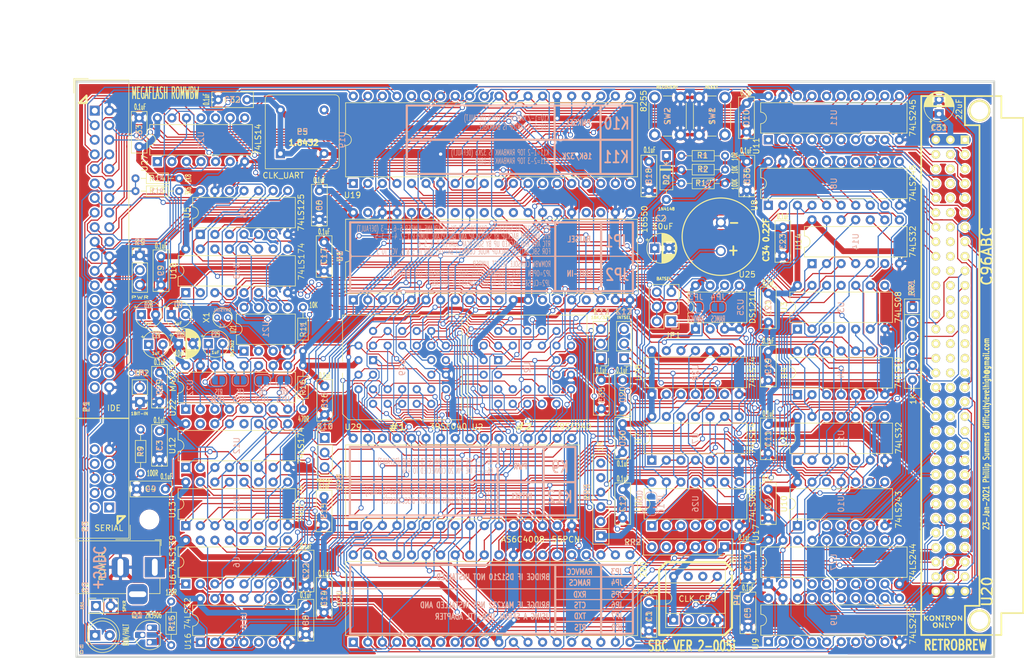
<source format=kicad_pcb>
(kicad_pcb (version 20171130) (host pcbnew "(5.1.9)-1")
  (title_block (date 2019-04-5))
  (layers (0 Component signal) (31 Copper signal) (34 B.Paste user) (35 F.Paste user) (36 B.SilkS user) (37 F.SilkS user) (38 B.Mask user) (39 F.Mask user) (44 Edge.Cuts user))
  (net 0 "")
  (net 1 //BUSAK)
  (net 2 //BUSRQ)
  (net 3 //CS_CFG)
  (net 4 //CS_CFG1)
  (net 5 //CS_CFG2)
  (net 6 //CS_PPI)
  (net 7 //CS_RAM)
  (net 8 //CS_ROM)
  (net 9 //CS_RTC)
  (net 10 //CS_UART)
  (net 11 //HALT)
  (net 12 //INT)
  (net 13 //IORQ)
  (net 14 //IOSEL)
  (net 15 //M1)
  (net 16 //MREQ)
  (net 17 //NMI)
  (net 18 //RD)
  (net 19 //RESET)
  (net 20 //RFSH)
  (net 21 //ROM_ENABLE)
  (net 22 //RTC_RD)
  (net 23 //RTC_WR)
  (net 24 //WAIT)
  (net 25 //WR)
  (net 26 /A0)
  (net 27 /A1)
  (net 28 /A10)
  (net 29 /A11)
  (net 30 /A12)
  (net 31 /A13)
  (net 32 /A14)
  (net 33 /A15)
  (net 34 /A15_RAM)
  (net 35 /A15_ROM)
  (net 36 /A16_RAM)
  (net 37 /A16_ROM)
  (net 38 /A17_RAM)
  (net 39 /A17_ROM)
  (net 40 /A18_RAM)
  (net 41 /A18_ROM)
  (net 42 /A2)
  (net 43 /A3)
  (net 44 /A4)
  (net 45 /A5)
  (net 46 /A6)
  (net 47 /A7)
  (net 48 /A8)
  (net 49 /A9)
  (net 50 /BUF_Q4)
  (net 51 /BUF_Q5)
  (net 52 /BUF_Q6)
  (net 53 /BUF_Q7)
  (net 54 /B_/BUSAK)
  (net 55 /B_/BUSRQ)
  (net 56 /B_/HALT)
  (net 57 /B_/IEO)
  (net 58 /B_/INT)
  (net 59 /B_/IORQ)
  (net 60 /B_/M1)
  (net 61 /B_/MREQ)
  (net 62 /B_/NMI)
  (net 63 /B_/RD)
  (net 64 /B_/RFSH)
  (net 65 /B_/WAIT)
  (net 66 /B_/WR)
  (net 67 /B_A0)
  (net 68 /B_A1)
  (net 69 /B_A10)
  (net 70 /B_A11)
  (net 71 /B_A12)
  (net 72 /B_A13)
  (net 73 /B_A14)
  (net 74 /B_A15)
  (net 75 /B_A2)
  (net 76 /B_A3)
  (net 77 /B_A4)
  (net 78 /B_A5)
  (net 79 /B_A6)
  (net 80 /B_A7)
  (net 81 /B_A8)
  (net 82 /B_A9)
  (net 83 /B_BAT)
  (net 84 /B_CLK_CPU)
  (net 85 /B_D0)
  (net 86 /B_D1)
  (net 87 /B_D2)
  (net 88 /B_D3)
  (net 89 /B_D4)
  (net 90 /B_D5)
  (net 91 /B_D6)
  (net 92 /B_D7)
  (net 93 /CFG1_Q0)
  (net 94 /CFG1_Q1)
  (net 95 /CFG1_Q2)
  (net 96 /CFG1_Q3)
  (net 97 /CLK_CPU)
  (net 98 /CLK_UART)
  (net 99 /CTS)
  (net 100 /CTS_TTL)
  (net 101 /D0)
  (net 102 /D1)
  (net 103 /D2)
  (net 104 /D3)
  (net 105 /D4)
  (net 106 /D5)
  (net 107 /D6)
  (net 108 /D7)
  (net 109 /DATA_DIR)
  (net 110 /DTR)
  (net 111 /INT)
  (net 112 /PA0)
  (net 113 /PA1)
  (net 114 /PA2)
  (net 115 /PA3)
  (net 116 /PA4)
  (net 117 /PA5)
  (net 118 /PA6)
  (net 119 /PA7)
  (net 120 /PB0)
  (net 121 /PB1)
  (net 122 /PB2)
  (net 123 /PB3)
  (net 124 /PB4)
  (net 125 /PB5)
  (net 126 /PB6)
  (net 127 /PB7)
  (net 128 /PC0)
  (net 129 /PC1)
  (net 130 /PC2)
  (net 131 /PC3)
  (net 132 /PC4)
  (net 133 /PC5)
  (net 134 /PC6)
  (net 135 /PC7)
  (net 136 /RESET)
  (net 137 /RTC_DQ)
  (net 138 /RTS)
  (net 139 /RTS_TTL)
  (net 140 /RX)
  (net 141 /SIN_TTL)
  (net 142 /SOUT_TTL)
  (net 143 /TX)
  (net 144 /VBAT1)
  (net 145 /VCC_SRAM)
  (net 146 GND)
  (net 147 VCC)
  (net 148 "Net-(C2-Pad1)")
  (net 149 "Net-(C24-Pad1)")
  (net 150 "Net-(C24-Pad2)")
  (net 151 "Net-(C25-Pad1)")
  (net 152 "Net-(C25-Pad2)")
  (net 153 "Net-(C26-Pad1)")
  (net 154 "Net-(C27-Pad2)")
  (net 155 "Net-(D1-Pad1)")
  (net 156 "Net-(D1-Pad2)")
  (net 157 "Net-(JP2-Pad2)")
  (net 158 "Net-(K10-Pad2)")
  (net 159 "Net-(K11-Pad2)")
  (net 160 "Net-(K12-Pad2)")
  (net 161 /B_/RESOUT)
  (net 162 //RESET_IN)
  (net 163 "Net-(U1-Pad15)")
  (net 164 "Net-(U15-Pad2)")
  (net 165 "Net-(U15-Pad3)")
  (net 166 "Net-(U3-Pad5)")
  (net 167 "Net-(U16-Pad1)")
  (net 168 "Net-(U14-Pad10)")
  (net 169 "Net-(U5-Pad12)")
  (net 170 "Net-(U15-Pad6)")
  (net 171 "Net-(U15-Pad12)")
  (net 172 "Net-(U26-Pad5)")
  (net 173 "Net-(U26-Pad1)")
  (net 174 "Net-(U14-Pad12)")
  (net 175 "Net-(U21-Pad2)")
  (net 176 "Net-(U21-Pad3)")
  (net 177 "Net-(Q1-Pad2)")
  (net 178 "Net-(Q1-Pad3)")
  (net 179 "Net-(R13-Pad2)")
  (net 180 "Net-(LS1-Pad1)")
  (net 181 "Net-(JP4-Pad2)")
  (net 182 "Net-(K9-Pad2)")
  (net 183 /-PC7)
  (net 184 /-PC5)
  (net 185 /-PC6)
  (net 186 /-PC3)
  (net 187 /-PC4)
  (net 188 "Net-(C34-Pad1)")
  (net 189 /VBAT2)
  (net 190 /~B_IQ0)
  (net 191 "Net-(U28-Pad13)")
  (net 192 "Net-(U28-Pad4)")
  (net 193 /CLKSEL)
  (net 194 /~CS_ROM2)
  (net 195 /A19_ROM)
  (net 196 /~CS_ROM1)
  (net 197 /CLK_PU)
  (net 198 /CS_ROM)
  (net 199 "Net-(U26-Pad9)")
  (net 200 "Net-(R17-Pad1)")
  (net 201 "Net-(JP10-Pad1)")
  (net 202 "Net-(JP10-Pad2)")
  (module MountingHole:MountingHole_3mm (layer Component) (at 90.17 129.7305)
    (fp_text reference H2 hide)
    (fp_text value MountingHole)
    (pad 1 np_thru_hole circle (at 0 0) (size 3 3) (drill 3) (layers *.Cu *.Mask))
  )
  (module MountingHole:MountingHole_3mm (layer Component) (at 90.17 77.2785)
    (fp_text reference H1 hide)
    (fp_text value MountingHole)
    (pad 1 np_thru_hole circle (at 0 0) (size 3 3) (drill 3) (layers *.Cu *.Mask))
  )
  (module library:C96ABCMC (layer Component) (at 229.87 102.87 90)
    (fp_text reference U20 (at -39.4335 6.4135 90) (layer F.SilkS) (effects (font (size 1.778 1.778) (thickness 0.3048))))
    (fp_text value C96ABC (at 19.05 6.35 90) (layer F.SilkS) (effects (font (size 1.778 1.778) (thickness 0.3048))))
    (pad A1 thru_hole rect (at 39.37 2.54 90) (size 1.524 1.524) (drill 0.8128) (layers *.Cu *.Mask F.SilkS) (net 147 VCC))
    (pad A2 thru_hole circle (at 36.83 2.54 90) (size 1.524 1.524) (drill 0.8128) (layers *.Cu *.Mask F.SilkS) (net 90 /B_D5))
    (pad A3 thru_hole circle (at 34.29 2.54 90) (size 1.524 1.524) (drill 0.8128) (layers *.Cu *.Mask F.SilkS) (net 91 /B_D6))
    (pad A4 thru_hole circle (at 31.75 2.54 90) (size 1.524 1.524) (drill 0.8128) (layers *.Cu *.Mask F.SilkS) (net 88 /B_D3))
    (pad A5 thru_hole circle (at 29.21 2.54 90) (size 1.524 1.524) (drill 0.8128) (layers *.Cu *.Mask F.SilkS) (net 89 /B_D4))
    (pad A6 thru_hole circle (at 26.67 2.54 90) (size 1.524 1.524) (drill 0.8128) (layers *.Cu *.Mask F.SilkS) (net 75 /B_A2))
    (pad A7 thru_hole circle (at 24.13 2.54 90) (size 1.524 1.524) (drill 0.8128) (layers *.Cu *.Mask F.SilkS) (net 77 /B_A4))
    (pad A8 thru_hole circle (at 21.59 2.54 90) (size 1.524 1.524) (drill 0.8128) (layers *.Cu *.Mask F.SilkS) (net 78 /B_A5))
    (pad A9 thru_hole circle (at 19.05 2.54 90) (size 1.524 1.524) (drill 0.8128) (layers *.Cu *.Mask F.SilkS) (net 79 /B_A6))
    (pad A10 thru_hole circle (at 16.51 2.54 90) (size 1.524 1.524) (drill 0.8128) (layers *.Cu *.Mask F.SilkS) (net 65 /B_/WAIT))
    (pad A11 thru_hole circle (at 13.97 2.54 90) (size 1.524 1.524) (drill 0.8128) (layers *.Cu *.Mask F.SilkS) (net 55 /B_/BUSRQ))
    (pad A12 thru_hole circle (at 11.43 2.54 90) (size 1.524 1.524) (drill 0.8128) (layers *.Cu *.Mask F.SilkS))
    (pad A13 thru_hole circle (at 8.89 2.54 90) (size 1.524 1.524) (drill 0.8128) (layers *.Cu *.Mask F.SilkS))
    (pad A14 thru_hole circle (at 6.35 2.54 90) (size 1.524 1.524) (drill 0.8128) (layers *.Cu *.Mask F.SilkS))
    (pad A15 thru_hole circle (at 3.81 2.54 90) (size 1.524 1.524) (drill 0.8128) (layers *.Cu *.Mask F.SilkS))
    (pad A16 thru_hole circle (at 1.27 2.54 90) (size 1.524 1.524) (drill 0.8128) (layers *.Cu *.Mask F.SilkS))
    (pad A17 thru_hole circle (at -1.27 2.54 90) (size 1.524 1.524) (drill 0.8128) (layers *.Cu *.Mask F.SilkS))
    (pad A18 thru_hole circle (at -3.81 2.54 90) (size 1.524 1.524) (drill 0.8128) (layers *.Cu *.Mask F.SilkS) (net 73 /B_A14))
    (pad A19 thru_hole circle (at -6.35 2.54 90) (size 1.524 1.524) (drill 0.8128) (layers *.Cu *.Mask F.SilkS))
    (pad A20 thru_hole circle (at -8.89 2.54 90) (size 1.524 1.524) (drill 0.8128) (layers *.Cu *.Mask F.SilkS) (net 60 /B_/M1))
    (pad A21 thru_hole circle (at -11.43 2.54 90) (size 1.524 1.524) (drill 0.8128) (layers *.Cu *.Mask F.SilkS))
    (pad A22 thru_hole circle (at -13.97 2.54 90) (size 1.524 1.524) (drill 0.8128) (layers *.Cu *.Mask F.SilkS))
    (pad A23 thru_hole circle (at -16.51 2.54 90) (size 1.524 1.524) (drill 0.8128) (layers *.Cu *.Mask F.SilkS) (net 190 /~B_IQ0))
    (pad A24 thru_hole circle (at -19.05 2.54 90) (size 1.524 1.524) (drill 0.8128) (layers *.Cu *.Mask F.SilkS) (net 83 /B_BAT))
    (pad A25 thru_hole circle (at -21.59 2.54 90) (size 1.524 1.524) (drill 0.8128) (layers *.Cu *.Mask F.SilkS))
    (pad A26 thru_hole circle (at -24.13 2.54 90) (size 1.524 1.524) (drill 0.8128) (layers *.Cu *.Mask F.SilkS))
    (pad A27 thru_hole circle (at -26.67 2.54 90) (size 1.524 1.524) (drill 0.8128) (layers *.Cu *.Mask F.SilkS) (net 59 /B_/IORQ))
    (pad A28 thru_hole circle (at -29.21 2.54 90) (size 1.524 1.524) (drill 0.8128) (layers *.Cu *.Mask F.SilkS) (net 64 /B_/RFSH))
    (pad A29 thru_hole circle (at -31.75 2.54 90) (size 1.524 1.524) (drill 0.8128) (layers *.Cu *.Mask F.SilkS) (net 72 /B_A13))
    (pad A30 thru_hole circle (at -34.29 2.54 90) (size 1.524 1.524) (drill 0.8128) (layers *.Cu *.Mask F.SilkS) (net 82 /B_A9))
    (pad A31 thru_hole circle (at -36.83 2.54 90) (size 1.524 1.524) (drill 0.8128) (layers *.Cu *.Mask F.SilkS) (net 54 /B_/BUSAK))
    (pad A32 thru_hole circle (at -39.37 2.54 90) (size 1.524 1.524) (drill 0.8128) (layers *.Cu *.Mask F.SilkS) (net 146 GND))
    (pad B1 thru_hole circle (at 39.37 0 90) (size 1.524 1.524) (drill 0.8128) (layers *.Cu *.Mask F.SilkS) (net 147 VCC))
    (pad B2 thru_hole circle (at 36.83 0 90) (size 1.524 1.524) (drill 0.8128) (layers *.Cu *.Mask F.SilkS))
    (pad B3 thru_hole circle (at 34.29 0 90) (size 1.524 1.524) (drill 0.8128) (layers *.Cu *.Mask F.SilkS))
    (pad B4 thru_hole circle (at 31.75 0 90) (size 1.524 1.524) (drill 0.8128) (layers *.Cu *.Mask F.SilkS))
    (pad B5 thru_hole circle (at 29.21 0 90) (size 1.524 1.524) (drill 0.8128) (layers *.Cu *.Mask F.SilkS))
    (pad B6 thru_hole circle (at 26.67 0 90) (size 1.524 1.524) (drill 0.8128) (layers *.Cu *.Mask F.SilkS))
    (pad B7 thru_hole circle (at 24.13 0 90) (size 1.524 1.524) (drill 0.8128) (layers *.Cu *.Mask F.SilkS))
    (pad B8 thru_hole circle (at 21.59 0 90) (size 1.524 1.524) (drill 0.8128) (layers *.Cu *.Mask F.SilkS))
    (pad B9 thru_hole circle (at 19.05 0 90) (size 1.524 1.524) (drill 0.8128) (layers *.Cu *.Mask F.SilkS))
    (pad B10 thru_hole circle (at 16.51 0 90) (size 1.524 1.524) (drill 0.8128) (layers *.Cu *.Mask F.SilkS))
    (pad B11 thru_hole circle (at 13.97 0 90) (size 1.524 1.524) (drill 0.8128) (layers *.Cu *.Mask F.SilkS))
    (pad B12 thru_hole circle (at 11.43 0 90) (size 1.524 1.524) (drill 0.8128) (layers *.Cu *.Mask F.SilkS))
    (pad B13 thru_hole circle (at 8.89 0 90) (size 1.524 1.524) (drill 0.8128) (layers *.Cu *.Mask F.SilkS))
    (pad B14 thru_hole circle (at 6.35 0 90) (size 1.524 1.524) (drill 0.8128) (layers *.Cu *.Mask F.SilkS))
    (pad B15 thru_hole circle (at 3.81 0 90) (size 1.524 1.524) (drill 0.8128) (layers *.Cu *.Mask F.SilkS))
    (pad B16 thru_hole circle (at 1.27 0 90) (size 1.524 1.524) (drill 0.8128) (layers *.Cu *.Mask F.SilkS))
    (pad B17 thru_hole circle (at -1.27 0 90) (size 1.524 1.524) (drill 0.8128) (layers *.Cu *.Mask F.SilkS))
    (pad B18 thru_hole circle (at -3.81 0 90) (size 1.524 1.524) (drill 0.8128) (layers *.Cu *.Mask F.SilkS))
    (pad B19 thru_hole circle (at -6.35 0 90) (size 1.524 1.524) (drill 0.8128) (layers *.Cu *.Mask F.SilkS))
    (pad B20 thru_hole circle (at -8.89 0 90) (size 1.524 1.524) (drill 0.8128) (layers *.Cu *.Mask F.SilkS))
    (pad B21 thru_hole circle (at -11.43 0 90) (size 1.524 1.524) (drill 0.8128) (layers *.Cu *.Mask F.SilkS))
    (pad B22 thru_hole circle (at -13.97 0 90) (size 1.524 1.524) (drill 0.8128) (layers *.Cu *.Mask F.SilkS))
    (pad B23 thru_hole circle (at -16.51 0 90) (size 1.524 1.524) (drill 0.8128) (layers *.Cu *.Mask F.SilkS))
    (pad B24 thru_hole circle (at -19.05 0 90) (size 1.524 1.524) (drill 0.8128) (layers *.Cu *.Mask F.SilkS))
    (pad B25 thru_hole circle (at -21.59 0 90) (size 1.524 1.524) (drill 0.8128) (layers *.Cu *.Mask F.SilkS))
    (pad B26 thru_hole circle (at -24.13 0 90) (size 1.524 1.524) (drill 0.8128) (layers *.Cu *.Mask F.SilkS))
    (pad B27 thru_hole circle (at -26.67 0 90) (size 1.524 1.524) (drill 0.8128) (layers *.Cu *.Mask F.SilkS))
    (pad B28 thru_hole circle (at -29.21 0 90) (size 1.524 1.524) (drill 0.8128) (layers *.Cu *.Mask F.SilkS))
    (pad B29 thru_hole circle (at -31.75 0 90) (size 1.524 1.524) (drill 0.8128) (layers *.Cu *.Mask F.SilkS))
    (pad B30 thru_hole circle (at -34.29 0 90) (size 1.524 1.524) (drill 0.8128) (layers *.Cu *.Mask F.SilkS))
    (pad B31 thru_hole circle (at -36.83 0 90) (size 1.524 1.524) (drill 0.8128) (layers *.Cu *.Mask F.SilkS))
    (pad B32 thru_hole circle (at -39.37 0 90) (size 1.524 1.524) (drill 0.8128) (layers *.Cu *.Mask F.SilkS) (net 146 GND))
    (pad C1 thru_hole circle (at 39.37 -2.54 90) (size 1.524 1.524) (drill 0.8128) (layers *.Cu *.Mask F.SilkS) (net 147 VCC))
    (pad C2 thru_hole circle (at 36.83 -2.54 90) (size 1.524 1.524) (drill 0.8128) (layers *.Cu *.Mask F.SilkS) (net 85 /B_D0))
    (pad C3 thru_hole circle (at 34.29 -2.54 90) (size 1.524 1.524) (drill 0.8128) (layers *.Cu *.Mask F.SilkS) (net 92 /B_D7))
    (pad C4 thru_hole circle (at 31.75 -2.54 90) (size 1.524 1.524) (drill 0.8128) (layers *.Cu *.Mask F.SilkS) (net 87 /B_D2))
    (pad C5 thru_hole circle (at 29.21 -2.54 90) (size 1.524 1.524) (drill 0.8128) (layers *.Cu *.Mask F.SilkS) (net 67 /B_A0))
    (pad C6 thru_hole circle (at 26.67 -2.54 90) (size 1.524 1.524) (drill 0.8128) (layers *.Cu *.Mask F.SilkS) (net 76 /B_A3))
    (pad C7 thru_hole circle (at 24.13 -2.54 90) (size 1.524 1.524) (drill 0.8128) (layers *.Cu *.Mask F.SilkS) (net 68 /B_A1))
    (pad C8 thru_hole circle (at 21.59 -2.54 90) (size 1.524 1.524) (drill 0.8128) (layers *.Cu *.Mask F.SilkS) (net 81 /B_A8))
    (pad C9 thru_hole circle (at 19.05 -2.54 90) (size 1.524 1.524) (drill 0.8128) (layers *.Cu *.Mask F.SilkS) (net 80 /B_A7))
    (pad C10 thru_hole circle (at 16.51 -2.54 90) (size 1.524 1.524) (drill 0.8128) (layers *.Cu *.Mask F.SilkS))
    (pad C11 thru_hole circle (at 13.97 -2.54 90) (size 1.524 1.524) (drill 0.8128) (layers *.Cu *.Mask F.SilkS))
    (pad C12 thru_hole circle (at 11.43 -2.54 90) (size 1.524 1.524) (drill 0.8128) (layers *.Cu *.Mask F.SilkS))
    (pad C13 thru_hole circle (at 8.89 -2.54 90) (size 1.524 1.524) (drill 0.8128) (layers *.Cu *.Mask F.SilkS))
    (pad C14 thru_hole circle (at 6.35 -2.54 90) (size 1.524 1.524) (drill 0.8128) (layers *.Cu *.Mask F.SilkS) (net 86 /B_D1))
    (pad C15 thru_hole circle (at 3.81 -2.54 90) (size 1.524 1.524) (drill 0.8128) (layers *.Cu *.Mask F.SilkS))
    (pad C16 thru_hole circle (at 1.27 -2.54 90) (size 1.524 1.524) (drill 0.8128) (layers *.Cu *.Mask F.SilkS) (net 57 /B_/IEO))
    (pad C17 thru_hole circle (at -1.27 -2.54 90) (size 1.524 1.524) (drill 0.8128) (layers *.Cu *.Mask F.SilkS) (net 70 /B_A11))
    (pad C18 thru_hole circle (at -3.81 -2.54 90) (size 1.524 1.524) (drill 0.8128) (layers *.Cu *.Mask F.SilkS) (net 69 /B_A10))
    (pad C19 thru_hole circle (at -6.35 -2.54 90) (size 1.524 1.524) (drill 0.8128) (layers *.Cu *.Mask F.SilkS))
    (pad C20 thru_hole circle (at -8.89 -2.54 90) (size 1.524 1.524) (drill 0.8128) (layers *.Cu *.Mask F.SilkS) (net 62 /B_/NMI))
    (pad C21 thru_hole circle (at -11.43 -2.54 90) (size 1.524 1.524) (drill 0.8128) (layers *.Cu *.Mask F.SilkS) (net 58 /B_/INT))
    (pad C22 thru_hole circle (at -13.97 -2.54 90) (size 1.524 1.524) (drill 0.8128) (layers *.Cu *.Mask F.SilkS) (net 66 /B_/WR))
    (pad C23 thru_hole circle (at -16.51 -2.54 90) (size 1.524 1.524) (drill 0.8128) (layers *.Cu *.Mask F.SilkS))
    (pad C24 thru_hole circle (at -19.05 -2.54 90) (size 1.524 1.524) (drill 0.8128) (layers *.Cu *.Mask F.SilkS) (net 63 /B_/RD))
    (pad C25 thru_hole circle (at -21.59 -2.54 90) (size 1.524 1.524) (drill 0.8128) (layers *.Cu *.Mask F.SilkS) (net 56 /B_/HALT))
    (pad C26 thru_hole circle (at -24.13 -2.54 90) (size 1.524 1.524) (drill 0.8128) (layers *.Cu *.Mask F.SilkS) (net 161 /B_/RESOUT))
    (pad C27 thru_hole circle (at -26.67 -2.54 90) (size 1.524 1.524) (drill 0.8128) (layers *.Cu *.Mask F.SilkS) (net 71 /B_A12))
    (pad C28 thru_hole circle (at -29.21 -2.54 90) (size 1.524 1.524) (drill 0.8128) (layers *.Cu *.Mask F.SilkS) (net 74 /B_A15))
    (pad C29 thru_hole circle (at -31.75 -2.54 90) (size 1.524 1.524) (drill 0.8128) (layers *.Cu *.Mask F.SilkS) (net 84 /B_CLK_CPU))
    (pad C30 thru_hole circle (at -34.29 -2.54 90) (size 1.524 1.524) (drill 0.8128) (layers *.Cu *.Mask F.SilkS) (net 61 /B_/MREQ))
    (pad C31 thru_hole circle (at -36.83 -2.54 90) (size 1.524 1.524) (drill 0.8128) (layers *.Cu *.Mask F.SilkS) (net 162 //RESET_IN))
    (pad C32 thru_hole circle (at -39.37 -2.54 90) (size 1.524 1.524) (drill 0.8128) (layers *.Cu *.Mask F.SilkS) (net 146 GND))
    (pad HOLE thru_hole circle (at -44.45 5.08 90) (size 3.81 3.81) (drill 3.048) (layers *.Cu *.Mask F.SilkS))
    (pad HOLE thru_hole circle (at 44.45 5.08 90) (size 3.81 3.81) (drill 3.048) (layers *.Cu *.Mask F.SilkS))
  )
  (module Package_DIP:DIP-14_W7.62mm (layer Component) (at 203.2 130.81 90)
    (fp_text reference U10 (at 3.81 -2.33 90) (layer F.SilkS))
    (fp_text value 74LS243 (at 2.794 17.653 270) (layer F.SilkS))
    (fp_text user %R (at 3.81 7.62 90) (layer B.SilkS) (effects (justify mirror)))
    (pad 14 thru_hole oval (at 7.62 0 90) (size 1.6 1.6) (drill 0.8) (layers *.Cu *.Mask) (net 147 VCC))
    (pad 7 thru_hole oval (at 0 15.24 90) (size 1.6 1.6) (drill 0.8) (layers *.Cu *.Mask) (net 146 GND))
    (pad 13 thru_hole oval (at 7.62 2.54 90) (size 1.6 1.6) (drill 0.8) (layers *.Cu *.Mask) (net 1 //BUSAK))
    (pad 6 thru_hole oval (at 0 12.7 90) (size 1.6 1.6) (drill 0.8) (layers *.Cu *.Mask) (net 63 /B_/RD))
    (pad 12 thru_hole oval (at 7.62 5.08 90) (size 1.6 1.6) (drill 0.8) (layers *.Cu *.Mask))
    (pad 5 thru_hole oval (at 0 10.16 90) (size 1.6 1.6) (drill 0.8) (layers *.Cu *.Mask) (net 66 /B_/WR))
    (pad 11 thru_hole oval (at 7.62 7.62 90) (size 1.6 1.6) (drill 0.8) (layers *.Cu *.Mask) (net 16 //MREQ))
    (pad 4 thru_hole oval (at 0 7.62 90) (size 1.6 1.6) (drill 0.8) (layers *.Cu *.Mask) (net 59 /B_/IORQ))
    (pad 10 thru_hole oval (at 7.62 10.16 90) (size 1.6 1.6) (drill 0.8) (layers *.Cu *.Mask) (net 13 //IORQ))
    (pad 3 thru_hole oval (at 0 5.08 90) (size 1.6 1.6) (drill 0.8) (layers *.Cu *.Mask) (net 61 /B_/MREQ))
    (pad 9 thru_hole oval (at 7.62 12.7 90) (size 1.6 1.6) (drill 0.8) (layers *.Cu *.Mask) (net 25 //WR))
    (pad 2 thru_hole oval (at 0 2.54 90) (size 1.6 1.6) (drill 0.8) (layers *.Cu *.Mask))
    (pad 8 thru_hole oval (at 7.62 15.24 90) (size 1.6 1.6) (drill 0.8) (layers *.Cu *.Mask) (net 18 //RD))
    (pad 1 thru_hole rect (at 0 0 90) (size 1.6 1.6) (drill 0.8) (layers *.Cu *.Mask) (net 1 //BUSAK))
  )
  (module Package_DIP:DIP-20_W7.62mm (layer Component) (at 198.14 140.97 90)
    (fp_text reference U17 (at 8.9535 -2.179 90) (layer F.SilkS))
    (fp_text value 74LS244 (at 3.81 25.19 90) (layer F.SilkS))
    (fp_text user %R (at 3.81 11.43 90) (layer B.SilkS) (effects (justify mirror)))
    (pad 20 thru_hole oval (at 7.62 0 90) (size 1.6 1.6) (drill 0.8) (layers *.Cu *.Mask) (net 147 VCC))
    (pad 10 thru_hole oval (at 0 22.86 90) (size 1.6 1.6) (drill 0.8) (layers *.Cu *.Mask) (net 146 GND))
    (pad 19 thru_hole oval (at 7.62 2.54 90) (size 1.6 1.6) (drill 0.8) (layers *.Cu *.Mask) (net 146 GND))
    (pad 9 thru_hole oval (at 0 20.32 90) (size 1.6 1.6) (drill 0.8) (layers *.Cu *.Mask) (net 56 /B_/HALT))
    (pad 18 thru_hole oval (at 7.62 5.08 90) (size 1.6 1.6) (drill 0.8) (layers *.Cu *.Mask) (net 54 /B_/BUSAK))
    (pad 8 thru_hole oval (at 0 17.78 90) (size 1.6 1.6) (drill 0.8) (layers *.Cu *.Mask) (net 19 //RESET))
    (pad 17 thru_hole oval (at 7.62 7.62 90) (size 1.6 1.6) (drill 0.8) (layers *.Cu *.Mask) (net 55 /B_/BUSRQ))
    (pad 7 thru_hole oval (at 0 15.24 90) (size 1.6 1.6) (drill 0.8) (layers *.Cu *.Mask) (net 64 /B_/RFSH))
    (pad 16 thru_hole oval (at 7.62 10.16 90) (size 1.6 1.6) (drill 0.8) (layers *.Cu *.Mask) (net 60 /B_/M1))
    (pad 6 thru_hole oval (at 0 12.7 90) (size 1.6 1.6) (drill 0.8) (layers *.Cu *.Mask) (net 97 /CLK_CPU))
    (pad 15 thru_hole oval (at 7.62 12.7 90) (size 1.6 1.6) (drill 0.8) (layers *.Cu *.Mask) (net 65 /B_/WAIT))
    (pad 5 thru_hole oval (at 0 10.16 90) (size 1.6 1.6) (drill 0.8) (layers *.Cu *.Mask) (net 24 //WAIT))
    (pad 14 thru_hole oval (at 7.62 15.24 90) (size 1.6 1.6) (drill 0.8) (layers *.Cu *.Mask) (net 84 /B_CLK_CPU))
    (pad 4 thru_hole oval (at 0 7.62 90) (size 1.6 1.6) (drill 0.8) (layers *.Cu *.Mask) (net 15 //M1))
    (pad 13 thru_hole oval (at 7.62 17.78 90) (size 1.6 1.6) (drill 0.8) (layers *.Cu *.Mask) (net 20 //RFSH))
    (pad 3 thru_hole oval (at 0 5.08 90) (size 1.6 1.6) (drill 0.8) (layers *.Cu *.Mask) (net 2 //BUSRQ))
    (pad 12 thru_hole oval (at 7.62 20.32 90) (size 1.6 1.6) (drill 0.8) (layers *.Cu *.Mask) (net 161 /B_/RESOUT))
    (pad 2 thru_hole oval (at 0 2.54 90) (size 1.6 1.6) (drill 0.8) (layers *.Cu *.Mask) (net 1 //BUSAK))
    (pad 11 thru_hole oval (at 7.62 22.86 90) (size 1.6 1.6) (drill 0.8) (layers *.Cu *.Mask) (net 11 //HALT))
    (pad 1 thru_hole rect (at 0 0 90) (size 1.6 1.6) (drill 0.8) (layers *.Cu *.Mask) (net 146 GND))
  )
  (module Package_DIP:DIP-16_W7.62mm (layer Component) (at 96.52 110.49 90)
    (fp_text reference U22 (at 0.2286 -2.2606 90) (layer F.SilkS))
    (fp_text value MAX232 (at 5.9436 -2.2352 90) (layer F.SilkS))
    (fp_text user %R (at 3.7465 0.762 90) (layer B.SilkS) (effects (justify mirror)))
    (pad 1 thru_hole rect (at 0 0 90) (size 1.6 1.6) (drill 0.8) (layers *.Cu *.Mask) (net 149 "Net-(C24-Pad1)"))
    (pad 9 thru_hole oval (at 7.62 17.78 90) (size 1.6 1.6) (drill 0.8) (layers *.Cu *.Mask) (net 141 /SIN_TTL))
    (pad 2 thru_hole oval (at 0 2.54 90) (size 1.6 1.6) (drill 0.8) (layers *.Cu *.Mask) (net 153 "Net-(C26-Pad1)"))
    (pad 10 thru_hole oval (at 7.62 15.24 90) (size 1.6 1.6) (drill 0.8) (layers *.Cu *.Mask) (net 142 /SOUT_TTL))
    (pad 3 thru_hole oval (at 0 5.08 90) (size 1.6 1.6) (drill 0.8) (layers *.Cu *.Mask) (net 150 "Net-(C24-Pad2)"))
    (pad 11 thru_hole oval (at 7.62 12.7 90) (size 1.6 1.6) (drill 0.8) (layers *.Cu *.Mask) (net 139 /RTS_TTL))
    (pad 4 thru_hole oval (at 0 7.62 90) (size 1.6 1.6) (drill 0.8) (layers *.Cu *.Mask) (net 151 "Net-(C25-Pad1)"))
    (pad 12 thru_hole oval (at 7.62 10.16 90) (size 1.6 1.6) (drill 0.8) (layers *.Cu *.Mask) (net 100 /CTS_TTL))
    (pad 5 thru_hole oval (at 0 10.16 90) (size 1.6 1.6) (drill 0.8) (layers *.Cu *.Mask) (net 152 "Net-(C25-Pad2)"))
    (pad 13 thru_hole oval (at 7.62 7.62 90) (size 1.6 1.6) (drill 0.8) (layers *.Cu *.Mask) (net 99 /CTS))
    (pad 6 thru_hole oval (at 0 12.7 90) (size 1.6 1.6) (drill 0.8) (layers *.Cu *.Mask) (net 154 "Net-(C27-Pad2)"))
    (pad 14 thru_hole oval (at 7.62 5.08 90) (size 1.6 1.6) (drill 0.8) (layers *.Cu *.Mask) (net 138 /RTS))
    (pad 7 thru_hole oval (at 0 15.24 90) (size 1.6 1.6) (drill 0.8) (layers *.Cu *.Mask) (net 143 /TX))
    (pad 15 thru_hole oval (at 7.62 2.54 90) (size 1.6 1.6) (drill 0.8) (layers *.Cu *.Mask) (net 146 GND))
    (pad 8 thru_hole oval (at 0 17.78 90) (size 1.6 1.6) (drill 0.8) (layers *.Cu *.Mask) (net 140 /RX))
    (pad 16 thru_hole oval (at 7.62 0 90) (size 1.6 1.6) (drill 0.8) (layers *.Cu *.Mask) (net 147 VCC))
  )
  (module Jumper:SolderJumper-3_P1.3mm_Bridged12_RoundedPad1.0x1.5mm (layer Copper) (at 177.673 127 90)
    (fp_text reference JP10 (at 0 1.8 90) (layer B.SilkS) (effects (justify mirror)))
    (fp_text value CLKSEL (at 0.9525 -1.9685 90) (layer B.SilkS) (effects (font (size 1 0.5) (thickness 0.125)) (justify mirror)))
    (fp_poly (pts (xy -0.9 0.3) (xy -0.4 0.3) (xy -0.4 -0.3) (xy -0.9 -0.3)) (layer Copper) (width 0))
    (pad 1 smd custom (at -1.3 0 90) (size 1 0.5) (layers Copper B.Mask) (net 201 "Net-(JP10-Pad1)") (options (clearance outline) (anchor rect)) (primitives (gr_circle (center 0 -0.25) (end 0.5 -0.25) (width 0)) (gr_circle (center 0 0.25) (end 0.5 0.25) (width 0)) (gr_poly (pts (xy 0.55 0.75) (xy 0 0.75) (xy 0 -0.75) (xy 0.55 -0.75)) (width 0))))
    (pad 2 smd rect (at 0 0 90) (size 1 1.5) (layers Copper B.Mask) (net 202 "Net-(JP10-Pad2)"))
    (pad 3 smd custom (at 1.3 0 90) (size 1 0.5) (layers Copper B.Mask) (net 98 /CLK_UART) (options (clearance outline) (anchor rect)) (primitives (gr_circle (center 0 -0.25) (end 0.5 -0.25) (width 0)) (gr_circle (center 0 0.25) (end 0.5 0.25) (width 0)) (gr_poly (pts (xy -0.55 0.75) (xy 0 0.75) (xy 0 -0.75) (xy -0.55 -0.75)) (width 0))))
  )
  (module Capacitor_THT:C_Disc_D7.0mm_W2.5mm_P5.00mm (layer Component) (at 169 105.4 270)
    (fp_text reference C35 (at 2.6 -0.1 90) (layer F.SilkS))
    (fp_text value 0.1uF (at -1.7 0 180) (layer F.SilkS) (effects (font (size 1 0.5) (thickness 0.125))))
    (fp_text user %R (at 2.6 -0.1 90) (layer B.SilkS) (effects (font (thickness 0.15) italic) (justify mirror)))
    (pad 1 thru_hole circle (at 0 0 270) (size 1.6 1.6) (drill 0.8) (layers *.Cu *.Mask) (net 147 VCC))
    (pad 2 thru_hole circle (at 5 0 270) (size 1.6 1.6) (drill 0.8) (layers *.Cu *.Mask) (net 146 GND))
  )
  (module Package_LCC:PLCC-32_THT-Socket (layer Component) (at 129.1844 101.9302 90)
    (fp_text reference U29 (at -11.6698 -3.4844 180) (layer F.SilkS))
    (fp_text value 39SF040 (at -11.5698 13.1156 180) (layer F.SilkS))
    (fp_text user %R (at -1.27 5.08 90) (layer B.SilkS) (effects (justify mirror)))
    (pad 29 thru_hole circle (at 5.08 0 90) (size 1.4224 1.4224) (drill 0.8) (layers *.Cu *.Mask) (net 32 /A14))
    (pad 27 thru_hole circle (at 5.08 2.54 90) (size 1.4224 1.4224) (drill 0.8) (layers *.Cu *.Mask) (net 48 /A8))
    (pad 25 thru_hole circle (at 5.08 5.08 90) (size 1.4224 1.4224) (drill 0.8) (layers *.Cu *.Mask) (net 29 /A11))
    (pad 23 thru_hole circle (at 5.08 7.62 90) (size 1.4224 1.4224) (drill 0.8) (layers *.Cu *.Mask) (net 28 /A10))
    (pad 28 thru_hole circle (at 2.54 2.54 90) (size 1.4224 1.4224) (drill 0.8) (layers *.Cu *.Mask) (net 31 /A13))
    (pad 26 thru_hole circle (at 2.54 5.08 90) (size 1.4224 1.4224) (drill 0.8) (layers *.Cu *.Mask) (net 49 /A9))
    (pad 24 thru_hole circle (at 2.54 7.62 90) (size 1.4224 1.4224) (drill 0.8) (layers *.Cu *.Mask) (net 18 //RD))
    (pad 22 thru_hole circle (at 2.54 10.16 90) (size 1.4224 1.4224) (drill 0.8) (layers *.Cu *.Mask) (net 196 /~CS_ROM1))
    (pad 20 thru_hole circle (at 2.54 12.7 90) (size 1.4224 1.4224) (drill 0.8) (layers *.Cu *.Mask) (net 107 /D6))
    (pad 18 thru_hole circle (at 0 12.7 90) (size 1.4224 1.4224) (drill 0.8) (layers *.Cu *.Mask) (net 105 /D4))
    (pad 16 thru_hole circle (at -2.54 12.7 90) (size 1.4224 1.4224) (drill 0.8) (layers *.Cu *.Mask) (net 146 GND))
    (pad 14 thru_hole circle (at -5.08 12.7 90) (size 1.4224 1.4224) (drill 0.8) (layers *.Cu *.Mask) (net 102 /D1))
    (pad 21 thru_hole circle (at 5.08 10.16 90) (size 1.4224 1.4224) (drill 0.8) (layers *.Cu *.Mask) (net 108 /D7))
    (pad 19 thru_hole circle (at 0 10.16 90) (size 1.4224 1.4224) (drill 0.8) (layers *.Cu *.Mask) (net 106 /D5))
    (pad 17 thru_hole circle (at -2.54 10.16 90) (size 1.4224 1.4224) (drill 0.8) (layers *.Cu *.Mask) (net 104 /D3))
    (pad 15 thru_hole circle (at -5.08 10.16 90) (size 1.4224 1.4224) (drill 0.8) (layers *.Cu *.Mask) (net 103 /D2))
    (pad 13 thru_hole circle (at -7.62 10.16 90) (size 1.4224 1.4224) (drill 0.8) (layers *.Cu *.Mask) (net 101 /D0))
    (pad 11 thru_hole circle (at -7.62 7.62 90) (size 1.4224 1.4224) (drill 0.8) (layers *.Cu *.Mask) (net 27 /A1))
    (pad 9 thru_hole circle (at -7.62 5.08 90) (size 1.4224 1.4224) (drill 0.8) (layers *.Cu *.Mask) (net 43 /A3))
    (pad 7 thru_hole circle (at -7.62 2.54 90) (size 1.4224 1.4224) (drill 0.8) (layers *.Cu *.Mask) (net 45 /A5))
    (pad 5 thru_hole circle (at -7.62 0 90) (size 1.4224 1.4224) (drill 0.8) (layers *.Cu *.Mask) (net 47 /A7))
    (pad 12 thru_hole circle (at -5.08 7.62 90) (size 1.4224 1.4224) (drill 0.8) (layers *.Cu *.Mask) (net 26 /A0))
    (pad 10 thru_hole circle (at -5.08 5.08 90) (size 1.4224 1.4224) (drill 0.8) (layers *.Cu *.Mask) (net 42 /A2))
    (pad 8 thru_hole circle (at -5.08 2.54 90) (size 1.4224 1.4224) (drill 0.8) (layers *.Cu *.Mask) (net 44 /A4))
    (pad 6 thru_hole circle (at -5.08 0 90) (size 1.4224 1.4224) (drill 0.8) (layers *.Cu *.Mask) (net 46 /A6))
    (pad 30 thru_hole circle (at 2.54 -2.54 90) (size 1.4224 1.4224) (drill 0.8) (layers *.Cu *.Mask) (net 39 /A17_ROM))
    (pad 32 thru_hole circle (at 0 -2.54 90) (size 1.4224 1.4224) (drill 0.8) (layers *.Cu *.Mask) (net 147 VCC))
    (pad 4 thru_hole circle (at -5.08 -2.54 90) (size 1.4224 1.4224) (drill 0.8) (layers *.Cu *.Mask) (net 30 /A12))
    (pad 2 thru_hole circle (at -2.54 -2.54 90) (size 1.4224 1.4224) (drill 0.8) (layers *.Cu *.Mask) (net 37 /A16_ROM))
    (pad 31 thru_hole circle (at 2.54 0 90) (size 1.4224 1.4224) (drill 0.8) (layers *.Cu *.Mask) (net 25 //WR))
    (pad 3 thru_hole circle (at -2.54 0 90) (size 1.4224 1.4224) (drill 0.8) (layers *.Cu *.Mask) (net 35 /A15_ROM))
    (pad 1 thru_hole rect (at 0 0 90) (size 1.4224 1.4224) (drill 0.8) (layers *.Cu *.Mask) (net 41 /A18_ROM))
  )
  (module Package_DIP:DIP-14_W7.62mm (layer Component) (at 99.06 80.01 90)
    (fp_text reference U5 (at 3.81 -2.33 90) (layer F.SilkS))
    (fp_text value 74LS125 (at 3.81 17.57 90) (layer F.SilkS))
    (fp_text user %R (at 3.81 7.62 90) (layer B.SilkS) (effects (justify mirror)))
    (pad 14 thru_hole oval (at 7.62 0 90) (size 1.6 1.6) (drill 0.8) (layers *.Cu *.Mask) (net 147 VCC))
    (pad 7 thru_hole oval (at 0 15.24 90) (size 1.6 1.6) (drill 0.8) (layers *.Cu *.Mask) (net 146 GND))
    (pad 13 thru_hole oval (at 7.62 2.54 90) (size 1.6 1.6) (drill 0.8) (layers *.Cu *.Mask) (net 146 GND))
    (pad 6 thru_hole oval (at 0 12.7 90) (size 1.6 1.6) (drill 0.8) (layers *.Cu *.Mask) (net 137 /RTC_DQ))
    (pad 12 thru_hole oval (at 7.62 5.08 90) (size 1.6 1.6) (drill 0.8) (layers *.Cu *.Mask) (net 169 "Net-(U5-Pad12)"))
    (pad 5 thru_hole oval (at 0 10.16 90) (size 1.6 1.6) (drill 0.8) (layers *.Cu *.Mask) (net 53 /BUF_Q7))
    (pad 11 thru_hole oval (at 7.62 7.62 90) (size 1.6 1.6) (drill 0.8) (layers *.Cu *.Mask) (net 155 "Net-(D1-Pad1)"))
    (pad 4 thru_hole oval (at 0 7.62 90) (size 1.6 1.6) (drill 0.8) (layers *.Cu *.Mask) (net 51 /BUF_Q5))
    (pad 10 thru_hole oval (at 7.62 10.16 90) (size 1.6 1.6) (drill 0.8) (layers *.Cu *.Mask) (net 22 //RTC_RD))
    (pad 3 thru_hole oval (at 0 5.08 90) (size 1.6 1.6) (drill 0.8) (layers *.Cu *.Mask) (net 101 /D0))
    (pad 9 thru_hole oval (at 7.62 12.7 90) (size 1.6 1.6) (drill 0.8) (layers *.Cu *.Mask) (net 157 "Net-(JP2-Pad2)"))
    (pad 2 thru_hole oval (at 0 2.54 90) (size 1.6 1.6) (drill 0.8) (layers *.Cu *.Mask) (net 137 /RTC_DQ))
    (pad 8 thru_hole oval (at 7.62 15.24 90) (size 1.6 1.6) (drill 0.8) (layers *.Cu *.Mask) (net 107 /D6))
    (pad 1 thru_hole rect (at 0 0 90) (size 1.6 1.6) (drill 0.8) (layers *.Cu *.Mask) (net 22 //RTC_RD))
  )
  (module Button_Switch_THT:SW_PUSH_6mm_H8mm (layer Component) (at 178.308 62.611 90)
    (fp_text reference SW2 (at 3.2385 2.2225 90) (layer F.SilkS))
    (fp_text value RECOVERY (at 8.255 2.159 180) (layer F.SilkS) (effects (font (size 0.5 0.5) (thickness 0.125))))
    (fp_text user %R (at 3.25 2.25 90) (layer B.SilkS) (effects (justify mirror)))
    (pad 1 thru_hole circle (at 6.5 0 180) (size 2 2) (drill 1.1) (layers *.Cu *.Mask) (net 200 "Net-(R17-Pad1)"))
    (pad 2 thru_hole circle (at 6.5 4.5 180) (size 2 2) (drill 1.1) (layers *.Cu *.Mask) (net 146 GND))
    (pad 1 thru_hole circle (at 0 0 180) (size 2 2) (drill 1.1) (layers *.Cu *.Mask) (net 200 "Net-(R17-Pad1)"))
    (pad 2 thru_hole circle (at 0 4.5 180) (size 2 2) (drill 1.1) (layers *.Cu *.Mask) (net 146 GND))
  )
  (module Package_DIP:DIP-14_W7.62mm (layer Component) (at 205.74 85.09 90)
    (fp_text reference U14 (at 3.81 -2.33 90) (layer F.SilkS))
    (fp_text value 74LS32 (at 3.81 17.57 90) (layer F.SilkS))
    (fp_text user %R (at 3.81 7.62 90) (layer B.SilkS) (effects (justify mirror)))
    (pad 14 thru_hole oval (at 7.62 0 90) (size 1.6 1.6) (drill 0.8) (layers *.Cu *.Mask) (net 147 VCC))
    (pad 7 thru_hole oval (at 0 15.24 90) (size 1.6 1.6) (drill 0.8) (layers *.Cu *.Mask) (net 146 GND))
    (pad 13 thru_hole oval (at 7.62 2.54 90) (size 1.6 1.6) (drill 0.8) (layers *.Cu *.Mask) (net 13 //IORQ))
    (pad 6 thru_hole oval (at 0 12.7 90) (size 1.6 1.6) (drill 0.8) (layers *.Cu *.Mask) (net 22 //RTC_RD))
    (pad 12 thru_hole oval (at 7.62 5.08 90) (size 1.6 1.6) (drill 0.8) (layers *.Cu *.Mask) (net 174 "Net-(U14-Pad12)"))
    (pad 5 thru_hole oval (at 0 10.16 90) (size 1.6 1.6) (drill 0.8) (layers *.Cu *.Mask) (net 18 //RD))
    (pad 11 thru_hole oval (at 7.62 7.62 90) (size 1.6 1.6) (drill 0.8) (layers *.Cu *.Mask) (net 14 //IOSEL))
    (pad 4 thru_hole oval (at 0 7.62 90) (size 1.6 1.6) (drill 0.8) (layers *.Cu *.Mask) (net 9 //CS_RTC))
    (pad 10 thru_hole oval (at 7.62 10.16 90) (size 1.6 1.6) (drill 0.8) (layers *.Cu *.Mask) (net 168 "Net-(U14-Pad10)"))
    (pad 3 thru_hole oval (at 0 5.08 90) (size 1.6 1.6) (drill 0.8) (layers *.Cu *.Mask) (net 23 //RTC_WR))
    (pad 9 thru_hole oval (at 7.62 12.7 90) (size 1.6 1.6) (drill 0.8) (layers *.Cu *.Mask) (net 47 /A7))
    (pad 2 thru_hole oval (at 0 2.54 90) (size 1.6 1.6) (drill 0.8) (layers *.Cu *.Mask) (net 9 //CS_RTC))
    (pad 8 thru_hole oval (at 7.62 15.24 90) (size 1.6 1.6) (drill 0.8) (layers *.Cu *.Mask) (net 174 "Net-(U14-Pad12)"))
    (pad 1 thru_hole rect (at 0 0 90) (size 1.6 1.6) (drill 0.8) (layers *.Cu *.Mask) (net 25 //WR))
  )
  (module Resistor_THT:R_Array_SIP6 (layer Component) (at 223.266 92.71 270)
    (fp_text reference RR1 (at -3.429 0.127 90) (layer F.SilkS))
    (fp_text value 1K (at 16.002 -0.127 90) (layer F.SilkS))
    (fp_text user %R (at -3.175 0.127 90) (layer B.SilkS) (effects (justify mirror)))
    (pad 6 thru_hole oval (at 12.7 0 270) (size 1.6 1.6) (drill 0.8) (layers *.Cu *.Mask) (net 62 /B_/NMI))
    (pad 5 thru_hole oval (at 10.16 0 270) (size 1.6 1.6) (drill 0.8) (layers *.Cu *.Mask) (net 58 /B_/INT))
    (pad 4 thru_hole oval (at 7.62 0 270) (size 1.6 1.6) (drill 0.8) (layers *.Cu *.Mask) (net 57 /B_/IEO))
    (pad 3 thru_hole oval (at 5.08 0 270) (size 1.6 1.6) (drill 0.8) (layers *.Cu *.Mask) (net 55 /B_/BUSRQ))
    (pad 2 thru_hole oval (at 2.54 0 270) (size 1.6 1.6) (drill 0.8) (layers *.Cu *.Mask) (net 65 /B_/WAIT))
    (pad 1 thru_hole rect (at 0 0 270) (size 1.6 1.6) (drill 0.8) (layers *.Cu *.Mask) (net 147 VCC))
  )
  (module Package_DIP:DIP-14_W7.62mm (layer Component) (at 177.8 119.38 90)
    (fp_text reference U7 (at 3.81 -2.33 90) (layer F.SilkS))
    (fp_text value 74LS14 (at 3.81 17.57 90) (layer F.SilkS))
    (fp_text user %R (at 3.81 7.62 90) (layer B.SilkS) (effects (justify mirror)))
    (pad 14 thru_hole oval (at 7.62 0 90) (size 1.6 1.6) (drill 0.8) (layers *.Cu *.Mask) (net 147 VCC))
    (pad 7 thru_hole oval (at 0 15.24 90) (size 1.6 1.6) (drill 0.8) (layers *.Cu *.Mask) (net 146 GND))
    (pad 13 thru_hole oval (at 7.62 2.54 90) (size 1.6 1.6) (drill 0.8) (layers *.Cu *.Mask) (net 58 /B_/INT))
    (pad 6 thru_hole oval (at 0 12.7 90) (size 1.6 1.6) (drill 0.8) (layers *.Cu *.Mask) (net 171 "Net-(U15-Pad12)"))
    (pad 12 thru_hole oval (at 7.62 5.08 90) (size 1.6 1.6) (drill 0.8) (layers *.Cu *.Mask) (net 173 "Net-(U26-Pad1)"))
    (pad 5 thru_hole oval (at 0 10.16 90) (size 1.6 1.6) (drill 0.8) (layers *.Cu *.Mask) (net 170 "Net-(U15-Pad6)"))
    (pad 11 thru_hole oval (at 7.62 7.62 90) (size 1.6 1.6) (drill 0.8) (layers *.Cu *.Mask) (net 62 /B_/NMI))
    (pad 4 thru_hole oval (at 0 7.62 90) (size 1.6 1.6) (drill 0.8) (layers *.Cu *.Mask) (net 19 //RESET))
    (pad 10 thru_hole oval (at 7.62 10.16 90) (size 1.6 1.6) (drill 0.8) (layers *.Cu *.Mask) (net 172 "Net-(U26-Pad5)"))
    (pad 3 thru_hole oval (at 0 5.08 90) (size 1.6 1.6) (drill 0.8) (layers *.Cu *.Mask) (net 136 /RESET))
    (pad 9 thru_hole oval (at 7.62 12.7 90) (size 1.6 1.6) (drill 0.8) (layers *.Cu *.Mask) (net 56 /B_/HALT))
    (pad 2 thru_hole oval (at 0 2.54 90) (size 1.6 1.6) (drill 0.8) (layers *.Cu *.Mask) (net 136 /RESET))
    (pad 8 thru_hole oval (at 7.62 15.24 90) (size 1.6 1.6) (drill 0.8) (layers *.Cu *.Mask) (net 169 "Net-(U5-Pad12)"))
    (pad 1 thru_hole rect (at 0 0 90) (size 1.6 1.6) (drill 0.8) (layers *.Cu *.Mask) (net 148 "Net-(C2-Pad1)"))
  )
  (module Package_LCC:PLCC-32_THT-Socket (layer Component) (at 151.0157 101.9302 90)
    (fp_text reference U2 (at -11.6698 -3.6157 180) (layer F.SilkS))
    (fp_text value 39SF040 (at -11.5698 12.9843 180) (layer F.SilkS))
    (fp_text user %R (at -1.27 5.08 90) (layer B.SilkS) (effects (justify mirror)))
    (pad 29 thru_hole circle (at 5.08 0 90) (size 1.4224 1.4224) (drill 0.8) (layers *.Cu *.Mask) (net 32 /A14))
    (pad 27 thru_hole circle (at 5.08 2.54 90) (size 1.4224 1.4224) (drill 0.8) (layers *.Cu *.Mask) (net 48 /A8))
    (pad 25 thru_hole circle (at 5.08 5.08 90) (size 1.4224 1.4224) (drill 0.8) (layers *.Cu *.Mask) (net 29 /A11))
    (pad 23 thru_hole circle (at 5.08 7.62 90) (size 1.4224 1.4224) (drill 0.8) (layers *.Cu *.Mask) (net 28 /A10))
    (pad 28 thru_hole circle (at 2.54 2.54 90) (size 1.4224 1.4224) (drill 0.8) (layers *.Cu *.Mask) (net 31 /A13))
    (pad 26 thru_hole circle (at 2.54 5.08 90) (size 1.4224 1.4224) (drill 0.8) (layers *.Cu *.Mask) (net 49 /A9))
    (pad 24 thru_hole circle (at 2.54 7.62 90) (size 1.4224 1.4224) (drill 0.8) (layers *.Cu *.Mask) (net 18 //RD))
    (pad 22 thru_hole circle (at 2.54 10.16 90) (size 1.4224 1.4224) (drill 0.8) (layers *.Cu *.Mask) (net 194 /~CS_ROM2))
    (pad 20 thru_hole circle (at 2.54 12.7 90) (size 1.4224 1.4224) (drill 0.8) (layers *.Cu *.Mask) (net 107 /D6))
    (pad 18 thru_hole circle (at 0 12.7 90) (size 1.4224 1.4224) (drill 0.8) (layers *.Cu *.Mask) (net 105 /D4))
    (pad 16 thru_hole circle (at -2.54 12.7 90) (size 1.4224 1.4224) (drill 0.8) (layers *.Cu *.Mask) (net 146 GND))
    (pad 14 thru_hole circle (at -5.08 12.7 90) (size 1.4224 1.4224) (drill 0.8) (layers *.Cu *.Mask) (net 102 /D1))
    (pad 21 thru_hole circle (at 5.08 10.16 90) (size 1.4224 1.4224) (drill 0.8) (layers *.Cu *.Mask) (net 108 /D7))
    (pad 19 thru_hole circle (at 0 10.16 90) (size 1.4224 1.4224) (drill 0.8) (layers *.Cu *.Mask) (net 106 /D5))
    (pad 17 thru_hole circle (at -2.54 10.16 90) (size 1.4224 1.4224) (drill 0.8) (layers *.Cu *.Mask) (net 104 /D3))
    (pad 15 thru_hole circle (at -5.08 10.16 90) (size 1.4224 1.4224) (drill 0.8) (layers *.Cu *.Mask) (net 103 /D2))
    (pad 13 thru_hole circle (at -7.62 10.16 90) (size 1.4224 1.4224) (drill 0.8) (layers *.Cu *.Mask) (net 101 /D0))
    (pad 11 thru_hole circle (at -7.62 7.62 90) (size 1.4224 1.4224) (drill 0.8) (layers *.Cu *.Mask) (net 27 /A1))
    (pad 9 thru_hole circle (at -7.62 5.08 90) (size 1.4224 1.4224) (drill 0.8) (layers *.Cu *.Mask) (net 43 /A3))
    (pad 7 thru_hole circle (at -7.62 2.54 90) (size 1.4224 1.4224) (drill 0.8) (layers *.Cu *.Mask) (net 45 /A5))
    (pad 5 thru_hole circle (at -7.62 0 90) (size 1.4224 1.4224) (drill 0.8) (layers *.Cu *.Mask) (net 47 /A7))
    (pad 12 thru_hole circle (at -5.08 7.62 90) (size 1.4224 1.4224) (drill 0.8) (layers *.Cu *.Mask) (net 26 /A0))
    (pad 10 thru_hole circle (at -5.08 5.08 90) (size 1.4224 1.4224) (drill 0.8) (layers *.Cu *.Mask) (net 42 /A2))
    (pad 8 thru_hole circle (at -5.08 2.54 90) (size 1.4224 1.4224) (drill 0.8) (layers *.Cu *.Mask) (net 44 /A4))
    (pad 6 thru_hole circle (at -5.08 0 90) (size 1.4224 1.4224) (drill 0.8) (layers *.Cu *.Mask) (net 46 /A6))
    (pad 30 thru_hole circle (at 2.54 -2.54 90) (size 1.4224 1.4224) (drill 0.8) (layers *.Cu *.Mask) (net 39 /A17_ROM))
    (pad 32 thru_hole circle (at 0 -2.54 90) (size 1.4224 1.4224) (drill 0.8) (layers *.Cu *.Mask) (net 147 VCC))
    (pad 4 thru_hole circle (at -5.08 -2.54 90) (size 1.4224 1.4224) (drill 0.8) (layers *.Cu *.Mask) (net 30 /A12))
    (pad 2 thru_hole circle (at -2.54 -2.54 90) (size 1.4224 1.4224) (drill 0.8) (layers *.Cu *.Mask) (net 37 /A16_ROM))
    (pad 31 thru_hole circle (at 2.54 0 90) (size 1.4224 1.4224) (drill 0.8) (layers *.Cu *.Mask) (net 25 //WR))
    (pad 3 thru_hole circle (at -2.54 0 90) (size 1.4224 1.4224) (drill 0.8) (layers *.Cu *.Mask) (net 35 /A15_ROM))
    (pad 1 thru_hole rect (at 0 0 90) (size 1.4224 1.4224) (drill 0.8) (layers *.Cu *.Mask) (net 41 /A18_ROM))
  )
  (module Supercap:CAPPRD500W95D1350H750 (layer Component) (at 189.84 82.9 90)
    (fp_text reference C34 (at -0.412 7.899 270) (layer F.SilkS) (effects (font (thickness 0.25))))
    (fp_text value 0.22F (at 3.652 7.899 270) (layer F.SilkS) (effects (font (thickness 0.25))))
    (pad 2 thru_hole circle (at 5 0 90) (size 1.725 1.725) (drill 1.15) (layers *.Cu *.Mask) (net 146 GND))
    (pad 1 thru_hole circle (at 0 0 90) (size 1.725 1.725) (drill 1.15) (layers *.Cu *.Mask) (net 188 "Net-(C34-Pad1)"))
  )
  (module Button_Switch_THT:SW_PUSH_6mm_H8mm (layer Component) (at 186.055 62.611 90)
    (fp_text reference SW1 (at 3.2512 2.286 90) (layer F.SilkS))
    (fp_text value RESET (at 8.255 2.159) (layer F.SilkS) (effects (font (size 0.5 0.5) (thickness 0.125))))
    (fp_text user %R (at 3.25 2.25 90) (layer B.SilkS) (effects (justify mirror)))
    (pad 1 thru_hole circle (at 6.5 0 180) (size 2 2) (drill 1.1) (layers *.Cu *.Mask) (net 146 GND))
    (pad 2 thru_hole circle (at 6.5 4.5 180) (size 2 2) (drill 1.1) (layers *.Cu *.Mask) (net 162 //RESET_IN))
    (pad 1 thru_hole circle (at 0 0 180) (size 2 2) (drill 1.1) (layers *.Cu *.Mask) (net 146 GND))
    (pad 2 thru_hole circle (at 0 4.5 180) (size 2 2) (drill 1.1) (layers *.Cu *.Mask) (net 162 //RESET_IN))
  )
  (module Package_DIP:DIP-14_W7.62mm (layer Component) (at 203.2 96.52 90)
    (fp_text reference U3 (at 3.81 -2.33 90) (layer F.SilkS))
    (fp_text value 74LS08 (at 3.81 17.57 90) (layer F.SilkS))
    (fp_text user %R (at 3.81 7.62 90) (layer B.SilkS) (effects (justify mirror)))
    (pad 14 thru_hole oval (at 7.62 0 90) (size 1.6 1.6) (drill 0.8) (layers *.Cu *.Mask) (net 147 VCC))
    (pad 7 thru_hole oval (at 0 15.24 90) (size 1.6 1.6) (drill 0.8) (layers *.Cu *.Mask) (net 146 GND))
    (pad 13 thru_hole oval (at 7.62 2.54 90) (size 1.6 1.6) (drill 0.8) (layers *.Cu *.Mask) (net 159 "Net-(K11-Pad2)"))
    (pad 6 thru_hole oval (at 0 12.7 90) (size 1.6 1.6) (drill 0.8) (layers *.Cu *.Mask) (net 109 /DATA_DIR))
    (pad 12 thru_hole oval (at 7.62 5.08 90) (size 1.6 1.6) (drill 0.8) (layers *.Cu *.Mask) (net 33 /A15))
    (pad 5 thru_hole oval (at 0 10.16 90) (size 1.6 1.6) (drill 0.8) (layers *.Cu *.Mask) (net 166 "Net-(U3-Pad5)"))
    (pad 11 thru_hole oval (at 7.62 7.62 90) (size 1.6 1.6) (drill 0.8) (layers *.Cu *.Mask) (net 167 "Net-(U16-Pad1)"))
    (pad 4 thru_hole oval (at 0 7.62 90) (size 1.6 1.6) (drill 0.8) (layers *.Cu *.Mask) (net 165 "Net-(U15-Pad3)"))
    (pad 10 thru_hole oval (at 7.62 10.16 90) (size 1.6 1.6) (drill 0.8) (layers *.Cu *.Mask) (net 198 /CS_ROM))
    (pad 3 thru_hole oval (at 0 5.08 90) (size 1.6 1.6) (drill 0.8) (layers *.Cu *.Mask) (net 164 "Net-(U15-Pad2)"))
    (pad 9 thru_hole oval (at 7.62 12.7 90) (size 1.6 1.6) (drill 0.8) (layers *.Cu *.Mask) (net 194 /~CS_ROM2))
    (pad 2 thru_hole oval (at 0 2.54 90) (size 1.6 1.6) (drill 0.8) (layers *.Cu *.Mask) (net 14 //IOSEL))
    (pad 8 thru_hole oval (at 7.62 15.24 90) (size 1.6 1.6) (drill 0.8) (layers *.Cu *.Mask) (net 199 "Net-(U26-Pad9)"))
    (pad 1 thru_hole rect (at 0 0 90) (size 1.6 1.6) (drill 0.8) (layers *.Cu *.Mask) (net 16 //MREQ))
  )
  (module Package_DIP:DIP-14_W7.62mm (layer Component) (at 177.8 130.81 90)
    (fp_text reference U26 (at 3.81 -2.33 90) (layer F.SilkS))
    (fp_text value 74LS06N (at 3.81 17.57 90) (layer F.SilkS))
    (fp_text user %R (at 3.81 7.62 90) (layer B.SilkS) (effects (justify mirror)))
    (pad 14 thru_hole oval (at 7.62 0 90) (size 1.6 1.6) (drill 0.8) (layers *.Cu *.Mask) (net 147 VCC))
    (pad 7 thru_hole oval (at 0 15.24 90) (size 1.6 1.6) (drill 0.8) (layers *.Cu *.Mask) (net 146 GND))
    (pad 13 thru_hole oval (at 7.62 2.54 90) (size 1.6 1.6) (drill 0.8) (layers *.Cu *.Mask) (net 202 "Net-(JP10-Pad2)"))
    (pad 6 thru_hole oval (at 0 12.7 90) (size 1.6 1.6) (drill 0.8) (layers *.Cu *.Mask) (net 17 //NMI))
    (pad 12 thru_hole oval (at 7.62 5.08 90) (size 1.6 1.6) (drill 0.8) (layers *.Cu *.Mask) (net 197 /CLK_PU))
    (pad 5 thru_hole oval (at 0 10.16 90) (size 1.6 1.6) (drill 0.8) (layers *.Cu *.Mask) (net 172 "Net-(U26-Pad5)"))
    (pad 11 thru_hole oval (at 7.62 7.62 90) (size 1.6 1.6) (drill 0.8) (layers *.Cu *.Mask) (net 8 //CS_ROM))
    (pad 4 thru_hole oval (at 0 7.62 90) (size 1.6 1.6) (drill 0.8) (layers *.Cu *.Mask) (net 160 "Net-(K12-Pad2)"))
    (pad 10 thru_hole oval (at 7.62 10.16 90) (size 1.6 1.6) (drill 0.8) (layers *.Cu *.Mask) (net 198 /CS_ROM))
    (pad 3 thru_hole oval (at 0 5.08 90) (size 1.6 1.6) (drill 0.8) (layers *.Cu *.Mask) (net 111 /INT))
    (pad 9 thru_hole oval (at 7.62 12.7 90) (size 1.6 1.6) (drill 0.8) (layers *.Cu *.Mask) (net 199 "Net-(U26-Pad9)"))
    (pad 2 thru_hole oval (at 0 2.54 90) (size 1.6 1.6) (drill 0.8) (layers *.Cu *.Mask) (net 12 //INT))
    (pad 8 thru_hole oval (at 7.62 15.24 90) (size 1.6 1.6) (drill 0.8) (layers *.Cu *.Mask) (net 196 /~CS_ROM1))
    (pad 1 thru_hole rect (at 0 0 90) (size 1.6 1.6) (drill 0.8) (layers *.Cu *.Mask) (net 173 "Net-(U26-Pad1)"))
  )
  (module Package_DIP:DIP-14_W7.62mm (layer Component) (at 91.567 67.31 90)
    (fp_text reference U27 (at -0.254 -2.2098 90) (layer F.SilkS))
    (fp_text value 74LS14 (at 3.81 17.57 90) (layer F.SilkS))
    (fp_text user %R (at 3.81 7.62 90) (layer B.SilkS) (effects (justify mirror)))
    (pad 14 thru_hole oval (at 7.62 0 90) (size 1.6 1.6) (drill 0.8) (layers *.Cu *.Mask) (net 147 VCC))
    (pad 7 thru_hole oval (at 0 15.24 90) (size 1.6 1.6) (drill 0.8) (layers *.Cu *.Mask) (net 146 GND))
    (pad 13 thru_hole oval (at 7.62 2.54 90) (size 1.6 1.6) (drill 0.8) (layers *.Cu *.Mask) (net 134 /PC6))
    (pad 6 thru_hole oval (at 0 12.7 90) (size 1.6 1.6) (drill 0.8) (layers *.Cu *.Mask) (net 187 /-PC4))
    (pad 12 thru_hole oval (at 7.62 5.08 90) (size 1.6 1.6) (drill 0.8) (layers *.Cu *.Mask) (net 185 /-PC6))
    (pad 5 thru_hole oval (at 0 10.16 90) (size 1.6 1.6) (drill 0.8) (layers *.Cu *.Mask) (net 132 /PC4))
    (pad 11 thru_hole oval (at 7.62 7.62 90) (size 1.6 1.6) (drill 0.8) (layers *.Cu *.Mask))
    (pad 4 thru_hole oval (at 0 7.62 90) (size 1.6 1.6) (drill 0.8) (layers *.Cu *.Mask) (net 184 /-PC5))
    (pad 10 thru_hole oval (at 7.62 10.16 90) (size 1.6 1.6) (drill 0.8) (layers *.Cu *.Mask))
    (pad 3 thru_hole oval (at 0 5.08 90) (size 1.6 1.6) (drill 0.8) (layers *.Cu *.Mask) (net 133 /PC5))
    (pad 9 thru_hole oval (at 7.62 12.7 90) (size 1.6 1.6) (drill 0.8) (layers *.Cu *.Mask) (net 135 /PC7))
    (pad 2 thru_hole oval (at 0 2.54 90) (size 1.6 1.6) (drill 0.8) (layers *.Cu *.Mask) (net 186 /-PC3))
    (pad 8 thru_hole oval (at 7.62 15.24 90) (size 1.6 1.6) (drill 0.8) (layers *.Cu *.Mask) (net 183 /-PC7))
    (pad 1 thru_hole rect (at 0 0 90) (size 1.6 1.6) (drill 0.8) (layers *.Cu *.Mask) (net 131 /PC3))
  )
  (module Package_DIP:DIP-14_W7.62mm (layer Component) (at 99.06 151.13 90)
    (fp_text reference U16 (at 0.127 -2.159 90) (layer F.SilkS) (effects (font (thickness 0.125))))
    (fp_text value 74LS32 (at 5.0165 -2.2225 90) (layer F.SilkS) (effects (font (thickness 0.125))))
    (fp_text user %R (at 3.81 7.62 90) (layer B.SilkS) (effects (justify mirror)))
    (pad 14 thru_hole oval (at 7.62 0 90) (size 1.6 1.6) (drill 0.8) (layers *.Cu *.Mask) (net 147 VCC))
    (pad 7 thru_hole oval (at 0 15.24 90) (size 1.6 1.6) (drill 0.8) (layers *.Cu *.Mask) (net 146 GND))
    (pad 13 thru_hole oval (at 7.62 2.54 90) (size 1.6 1.6) (drill 0.8) (layers *.Cu *.Mask) (net 96 /CFG1_Q3))
    (pad 6 thru_hole oval (at 0 12.7 90) (size 1.6 1.6) (drill 0.8) (layers *.Cu *.Mask) (net 36 /A16_RAM))
    (pad 12 thru_hole oval (at 7.62 5.08 90) (size 1.6 1.6) (drill 0.8) (layers *.Cu *.Mask) (net 167 "Net-(U16-Pad1)"))
    (pad 5 thru_hole oval (at 0 10.16 90) (size 1.6 1.6) (drill 0.8) (layers *.Cu *.Mask) (net 94 /CFG1_Q1))
    (pad 11 thru_hole oval (at 7.62 7.62 90) (size 1.6 1.6) (drill 0.8) (layers *.Cu *.Mask) (net 40 /A18_RAM))
    (pad 4 thru_hole oval (at 0 7.62 90) (size 1.6 1.6) (drill 0.8) (layers *.Cu *.Mask) (net 167 "Net-(U16-Pad1)"))
    (pad 10 thru_hole oval (at 7.62 10.16 90) (size 1.6 1.6) (drill 0.8) (layers *.Cu *.Mask) (net 95 /CFG1_Q2))
    (pad 3 thru_hole oval (at 0 5.08 90) (size 1.6 1.6) (drill 0.8) (layers *.Cu *.Mask) (net 34 /A15_RAM))
    (pad 9 thru_hole oval (at 7.62 12.7 90) (size 1.6 1.6) (drill 0.8) (layers *.Cu *.Mask) (net 167 "Net-(U16-Pad1)"))
    (pad 2 thru_hole oval (at 0 2.54 90) (size 1.6 1.6) (drill 0.8) (layers *.Cu *.Mask) (net 158 "Net-(K10-Pad2)"))
    (pad 8 thru_hole oval (at 7.62 15.24 90) (size 1.6 1.6) (drill 0.8) (layers *.Cu *.Mask) (net 38 /A17_RAM))
    (pad 1 thru_hole rect (at 0 0 90) (size 1.6 1.6) (drill 0.8) (layers *.Cu *.Mask) (net 167 "Net-(U16-Pad1)"))
  )
  (module Package_DIP:DIP-14_W7.62mm (layer Component) (at 203.2 119.38 90)
    (fp_text reference U15 (at 3.81 -2.33 90) (layer F.SilkS))
    (fp_text value 74LS32 (at 3.8735 17.653 270) (layer F.SilkS))
    (fp_text user %R (at 3.81 7.62 90) (layer B.SilkS) (effects (justify mirror)))
    (pad 14 thru_hole oval (at 7.62 0 90) (size 1.6 1.6) (drill 0.8) (layers *.Cu *.Mask) (net 147 VCC))
    (pad 7 thru_hole oval (at 0 15.24 90) (size 1.6 1.6) (drill 0.8) (layers *.Cu *.Mask) (net 146 GND))
    (pad 13 thru_hole oval (at 7.62 2.54 90) (size 1.6 1.6) (drill 0.8) (layers *.Cu *.Mask) (net 16 //MREQ))
    (pad 6 thru_hole oval (at 0 12.7 90) (size 1.6 1.6) (drill 0.8) (layers *.Cu *.Mask) (net 170 "Net-(U15-Pad6)"))
    (pad 12 thru_hole oval (at 7.62 5.08 90) (size 1.6 1.6) (drill 0.8) (layers *.Cu *.Mask) (net 171 "Net-(U15-Pad12)"))
    (pad 5 thru_hole oval (at 0 10.16 90) (size 1.6 1.6) (drill 0.8) (layers *.Cu *.Mask) (net 21 //ROM_ENABLE))
    (pad 11 thru_hole oval (at 7.62 7.62 90) (size 1.6 1.6) (drill 0.8) (layers *.Cu *.Mask) (net 7 //CS_RAM))
    (pad 4 thru_hole oval (at 0 7.62 90) (size 1.6 1.6) (drill 0.8) (layers *.Cu *.Mask) (net 33 /A15))
    (pad 10 thru_hole oval (at 7.62 10.16 90) (size 1.6 1.6) (drill 0.8) (layers *.Cu *.Mask) (net 16 //MREQ))
    (pad 3 thru_hole oval (at 0 5.08 90) (size 1.6 1.6) (drill 0.8) (layers *.Cu *.Mask) (net 165 "Net-(U15-Pad3)"))
    (pad 9 thru_hole oval (at 7.62 12.7 90) (size 1.6 1.6) (drill 0.8) (layers *.Cu *.Mask) (net 170 "Net-(U15-Pad6)"))
    (pad 2 thru_hole oval (at 0 2.54 90) (size 1.6 1.6) (drill 0.8) (layers *.Cu *.Mask) (net 164 "Net-(U15-Pad2)"))
    (pad 8 thru_hole oval (at 7.62 15.24 90) (size 1.6 1.6) (drill 0.8) (layers *.Cu *.Mask) (net 8 //CS_ROM))
    (pad 1 thru_hole rect (at 0 0 90) (size 1.6 1.6) (drill 0.8) (layers *.Cu *.Mask) (net 18 //RD))
  )
  (module Package_DIP:DIP-40_W15.24mm (layer Component) (at 125.73 91.44 90)
    (fp_text reference U1 (at 7.62 -2.33 90) (layer F.SilkS))
    (fp_text value 16550 (at 14.097 50.8 90) (layer F.SilkS))
    (fp_text user %R (at 7.6708 -2.3368 90) (layer B.SilkS) (effects (justify mirror)))
    (pad 40 thru_hole oval (at 15.24 0 90) (size 1.6 1.6) (drill 0.8) (layers *.Cu *.Mask) (net 147 VCC))
    (pad 20 thru_hole oval (at 0 48.26 90) (size 1.6 1.6) (drill 0.8) (layers *.Cu *.Mask) (net 146 GND))
    (pad 39 thru_hole oval (at 15.24 2.54 90) (size 1.6 1.6) (drill 0.8) (layers *.Cu *.Mask) (net 200 "Net-(R17-Pad1)"))
    (pad 19 thru_hole oval (at 0 45.72 90) (size 1.6 1.6) (drill 0.8) (layers *.Cu *.Mask) (net 146 GND))
    (pad 38 thru_hole oval (at 15.24 5.08 90) (size 1.6 1.6) (drill 0.8) (layers *.Cu *.Mask) (net 146 GND))
    (pad 18 thru_hole oval (at 0 43.18 90) (size 1.6 1.6) (drill 0.8) (layers *.Cu *.Mask) (net 25 //WR))
    (pad 37 thru_hole oval (at 15.24 7.62 90) (size 1.6 1.6) (drill 0.8) (layers *.Cu *.Mask) (net 146 GND))
    (pad 17 thru_hole oval (at 0 40.64 90) (size 1.6 1.6) (drill 0.8) (layers *.Cu *.Mask))
    (pad 36 thru_hole oval (at 15.24 10.16 90) (size 1.6 1.6) (drill 0.8) (layers *.Cu *.Mask) (net 100 /CTS_TTL))
    (pad 16 thru_hole oval (at 0 38.1 90) (size 1.6 1.6) (drill 0.8) (layers *.Cu *.Mask) (net 98 /CLK_UART))
    (pad 35 thru_hole oval (at 15.24 12.7 90) (size 1.6 1.6) (drill 0.8) (layers *.Cu *.Mask) (net 136 /RESET))
    (pad 15 thru_hole oval (at 0 35.56 90) (size 1.6 1.6) (drill 0.8) (layers *.Cu *.Mask) (net 163 "Net-(U1-Pad15)"))
    (pad 34 thru_hole oval (at 15.24 15.24 90) (size 1.6 1.6) (drill 0.8) (layers *.Cu *.Mask))
    (pad 14 thru_hole oval (at 0 33.02 90) (size 1.6 1.6) (drill 0.8) (layers *.Cu *.Mask) (net 10 //CS_UART))
    (pad 33 thru_hole oval (at 15.24 17.78 90) (size 1.6 1.6) (drill 0.8) (layers *.Cu *.Mask))
    (pad 13 thru_hole oval (at 0 30.48 90) (size 1.6 1.6) (drill 0.8) (layers *.Cu *.Mask) (net 147 VCC))
    (pad 32 thru_hole oval (at 15.24 20.32 90) (size 1.6 1.6) (drill 0.8) (layers *.Cu *.Mask) (net 139 /RTS_TTL))
    (pad 12 thru_hole oval (at 0 27.94 90) (size 1.6 1.6) (drill 0.8) (layers *.Cu *.Mask) (net 147 VCC))
    (pad 31 thru_hole oval (at 15.24 22.86 90) (size 1.6 1.6) (drill 0.8) (layers *.Cu *.Mask))
    (pad 11 thru_hole oval (at 0 25.4 90) (size 1.6 1.6) (drill 0.8) (layers *.Cu *.Mask) (net 142 /SOUT_TTL))
    (pad 30 thru_hole oval (at 15.24 25.4 90) (size 1.6 1.6) (drill 0.8) (layers *.Cu *.Mask) (net 111 /INT))
    (pad 10 thru_hole oval (at 0 22.86 90) (size 1.6 1.6) (drill 0.8) (layers *.Cu *.Mask) (net 141 /SIN_TTL))
    (pad 29 thru_hole oval (at 15.24 27.94 90) (size 1.6 1.6) (drill 0.8) (layers *.Cu *.Mask))
    (pad 9 thru_hole oval (at 0 20.32 90) (size 1.6 1.6) (drill 0.8) (layers *.Cu *.Mask) (net 163 "Net-(U1-Pad15)"))
    (pad 28 thru_hole oval (at 15.24 30.48 90) (size 1.6 1.6) (drill 0.8) (layers *.Cu *.Mask) (net 26 /A0))
    (pad 8 thru_hole oval (at 0 17.78 90) (size 1.6 1.6) (drill 0.8) (layers *.Cu *.Mask) (net 108 /D7))
    (pad 27 thru_hole oval (at 15.24 33.02 90) (size 1.6 1.6) (drill 0.8) (layers *.Cu *.Mask) (net 27 /A1))
    (pad 7 thru_hole oval (at 0 15.24 90) (size 1.6 1.6) (drill 0.8) (layers *.Cu *.Mask) (net 107 /D6))
    (pad 26 thru_hole oval (at 15.24 35.56 90) (size 1.6 1.6) (drill 0.8) (layers *.Cu *.Mask) (net 42 /A2))
    (pad 6 thru_hole oval (at 0 12.7 90) (size 1.6 1.6) (drill 0.8) (layers *.Cu *.Mask) (net 106 /D5))
    (pad 25 thru_hole oval (at 15.24 38.1 90) (size 1.6 1.6) (drill 0.8) (layers *.Cu *.Mask) (net 146 GND))
    (pad 5 thru_hole oval (at 0 10.16 90) (size 1.6 1.6) (drill 0.8) (layers *.Cu *.Mask) (net 105 /D4))
    (pad 24 thru_hole oval (at 15.24 40.64 90) (size 1.6 1.6) (drill 0.8) (layers *.Cu *.Mask))
    (pad 4 thru_hole oval (at 0 7.62 90) (size 1.6 1.6) (drill 0.8) (layers *.Cu *.Mask) (net 104 /D3))
    (pad 23 thru_hole oval (at 15.24 43.18 90) (size 1.6 1.6) (drill 0.8) (layers *.Cu *.Mask))
    (pad 3 thru_hole oval (at 0 5.08 90) (size 1.6 1.6) (drill 0.8) (layers *.Cu *.Mask) (net 103 /D2))
    (pad 22 thru_hole oval (at 15.24 45.72 90) (size 1.6 1.6) (drill 0.8) (layers *.Cu *.Mask) (net 146 GND))
    (pad 2 thru_hole oval (at 0 2.54 90) (size 1.6 1.6) (drill 0.8) (layers *.Cu *.Mask) (net 102 /D1))
    (pad 21 thru_hole oval (at 15.24 48.26 90) (size 1.6 1.6) (drill 0.8) (layers *.Cu *.Mask) (net 18 //RD))
    (pad 1 thru_hole rect (at 0 0 90) (size 1.6 1.6) (drill 0.8) (layers *.Cu *.Mask) (net 101 /D0))
  )
  (module Connector_PinHeader_2.54mm:PinHeader_2x03_P2.54mm_Vertical (layer Component) (at 181.2036 95.1484 180)
    (fp_text reference JP1 (at -0.3048 -2.4892 180) (layer F.SilkS))
    (fp_text value BATSEL (at 1.27 7.41) (layer F.SilkS) (effects (font (size 0.5 0.5) (thickness 0.125))))
    (pad 6 thru_hole oval (at 2.54 5.08 180) (size 1.7 1.7) (drill 1) (layers *.Cu *.Mask) (net 144 /VBAT1))
    (pad 5 thru_hole oval (at 0 5.08 180) (size 1.7 1.7) (drill 1) (layers *.Cu *.Mask) (net 146 GND))
    (pad 4 thru_hole oval (at 2.54 2.54 180) (size 1.7 1.7) (drill 1) (layers *.Cu *.Mask) (net 188 "Net-(C34-Pad1)"))
    (pad 3 thru_hole oval (at 0 2.54 180) (size 1.7 1.7) (drill 1) (layers *.Cu *.Mask) (net 189 /VBAT2))
    (pad 2 thru_hole oval (at 2.54 0 180) (size 1.7 1.7) (drill 1) (layers *.Cu *.Mask) (net 188 "Net-(C34-Pad1)"))
    (pad 1 thru_hole rect (at 0 0 180) (size 1.7 1.7) (drill 1) (layers *.Cu *.Mask) (net 83 /B_BAT))
  )
  (module Package_DIP:DIP-32_W15.24mm (layer Component) (at 125.73 130.7846 90)
    (fp_text reference U23 (at 7.62 -2.33 90) (layer F.SilkS))
    (fp_text value AS6C4008-55PCN (at -2.4154 32.67 180) (layer F.SilkS))
    (fp_text user %R (at 7.5692 -2.3876 90) (layer B.SilkS) (effects (justify mirror)))
    (pad 1 thru_hole rect (at 0 0 90) (size 1.6 1.6) (drill 0.8) (layers *.Cu *.Mask) (net 40 /A18_RAM))
    (pad 17 thru_hole oval (at 15.24 38.1 90) (size 1.6 1.6) (drill 0.8) (layers *.Cu *.Mask) (net 104 /D3))
    (pad 2 thru_hole oval (at 0 2.54 90) (size 1.6 1.6) (drill 0.8) (layers *.Cu *.Mask) (net 36 /A16_RAM))
    (pad 18 thru_hole oval (at 15.24 35.56 90) (size 1.6 1.6) (drill 0.8) (layers *.Cu *.Mask) (net 105 /D4))
    (pad 3 thru_hole oval (at 0 5.08 90) (size 1.6 1.6) (drill 0.8) (layers *.Cu *.Mask) (net 32 /A14))
    (pad 19 thru_hole oval (at 15.24 33.02 90) (size 1.6 1.6) (drill 0.8) (layers *.Cu *.Mask) (net 106 /D5))
    (pad 4 thru_hole oval (at 0 7.62 90) (size 1.6 1.6) (drill 0.8) (layers *.Cu *.Mask) (net 30 /A12))
    (pad 20 thru_hole oval (at 15.24 30.48 90) (size 1.6 1.6) (drill 0.8) (layers *.Cu *.Mask) (net 107 /D6))
    (pad 5 thru_hole oval (at 0 10.16 90) (size 1.6 1.6) (drill 0.8) (layers *.Cu *.Mask) (net 47 /A7))
    (pad 21 thru_hole oval (at 15.24 27.94 90) (size 1.6 1.6) (drill 0.8) (layers *.Cu *.Mask) (net 108 /D7))
    (pad 6 thru_hole oval (at 0 12.7 90) (size 1.6 1.6) (drill 0.8) (layers *.Cu *.Mask) (net 46 /A6))
    (pad 22 thru_hole oval (at 15.24 25.4 90) (size 1.6 1.6) (drill 0.8) (layers *.Cu *.Mask) (net 181 "Net-(JP4-Pad2)"))
    (pad 7 thru_hole oval (at 0 15.24 90) (size 1.6 1.6) (drill 0.8) (layers *.Cu *.Mask) (net 45 /A5))
    (pad 23 thru_hole oval (at 15.24 22.86 90) (size 1.6 1.6) (drill 0.8) (layers *.Cu *.Mask) (net 28 /A10))
    (pad 8 thru_hole oval (at 0 17.78 90) (size 1.6 1.6) (drill 0.8) (layers *.Cu *.Mask) (net 44 /A4))
    (pad 24 thru_hole oval (at 15.24 20.32 90) (size 1.6 1.6) (drill 0.8) (layers *.Cu *.Mask) (net 18 //RD))
    (pad 9 thru_hole oval (at 0 20.32 90) (size 1.6 1.6) (drill 0.8) (layers *.Cu *.Mask) (net 43 /A3))
    (pad 25 thru_hole oval (at 15.24 17.78 90) (size 1.6 1.6) (drill 0.8) (layers *.Cu *.Mask) (net 29 /A11))
    (pad 10 thru_hole oval (at 0 22.86 90) (size 1.6 1.6) (drill 0.8) (layers *.Cu *.Mask) (net 42 /A2))
    (pad 26 thru_hole oval (at 15.24 15.24 90) (size 1.6 1.6) (drill 0.8) (layers *.Cu *.Mask) (net 49 /A9))
    (pad 11 thru_hole oval (at 0 25.4 90) (size 1.6 1.6) (drill 0.8) (layers *.Cu *.Mask) (net 27 /A1))
    (pad 27 thru_hole oval (at 15.24 12.7 90) (size 1.6 1.6) (drill 0.8) (layers *.Cu *.Mask) (net 48 /A8))
    (pad 12 thru_hole oval (at 0 27.94 90) (size 1.6 1.6) (drill 0.8) (layers *.Cu *.Mask) (net 26 /A0))
    (pad 28 thru_hole oval (at 15.24 10.16 90) (size 1.6 1.6) (drill 0.8) (layers *.Cu *.Mask) (net 31 /A13))
    (pad 13 thru_hole oval (at 0 30.48 90) (size 1.6 1.6) (drill 0.8) (layers *.Cu *.Mask) (net 101 /D0))
    (pad 29 thru_hole oval (at 15.24 7.62 90) (size 1.6 1.6) (drill 0.8) (layers *.Cu *.Mask) (net 25 //WR))
    (pad 14 thru_hole oval (at 0 33.02 90) (size 1.6 1.6) (drill 0.8) (layers *.Cu *.Mask) (net 102 /D1))
    (pad 30 thru_hole oval (at 15.24 5.08 90) (size 1.6 1.6) (drill 0.8) (layers *.Cu *.Mask) (net 38 /A17_RAM))
    (pad 15 thru_hole oval (at 0 35.56 90) (size 1.6 1.6) (drill 0.8) (layers *.Cu *.Mask) (net 103 /D2))
    (pad 31 thru_hole oval (at 15.24 2.54 90) (size 1.6 1.6) (drill 0.8) (layers *.Cu *.Mask) (net 34 /A15_RAM))
    (pad 16 thru_hole oval (at 0 38.1 90) (size 1.6 1.6) (drill 0.8) (layers *.Cu *.Mask) (net 146 GND))
    (pad 32 thru_hole oval (at 15.24 0 90) (size 1.6 1.6) (drill 0.8) (layers *.Cu *.Mask) (net 145 /VCC_SRAM))
  )
  (module Capacitor_THT:CP_Radial_D5.0mm_P2.50mm (layer Component) (at 95.25 99.06)
    (fp_text reference C28 (at 0.4064 -1.5748) (layer F.SilkS) (effects (font (size 1 0.5) (thickness 0.125))))
    (fp_text value 10uF (at 0.254 1.6764) (layer F.SilkS) (effects (font (size 1 0.5) (thickness 0.125))))
    (fp_text user %R (at 0.4318 -1.5494) (layer B.SilkS) (effects (font (size 0.9 0.5) (thickness 0.125)) (justify mirror)))
    (pad 2 thru_hole circle (at 2.5 0) (size 1.6 1.6) (drill 0.8) (layers *.Cu *.Mask) (net 146 GND))
    (pad 1 thru_hole rect (at 0 0) (size 1.6 1.6) (drill 0.8) (layers *.Cu *.Mask) (net 147 VCC))
  )
  (module Capacitor_THT:CP_Radial_D5.0mm_P2.50mm (layer Component) (at 178.308 82.423)
    (fp_text reference C2 (at 1.016 -5.207) (layer F.SilkS))
    (fp_text value 10uF (at 1.397 -3.81 180) (layer F.SilkS))
    (fp_text user %R (at 1.143 -5.207) (layer B.SilkS) (effects (justify mirror)))
    (pad 2 thru_hole circle (at 2.5 0) (size 1.6 1.6) (drill 0.8) (layers *.Cu *.Mask) (net 146 GND))
    (pad 1 thru_hole rect (at 0 0) (size 1.6 1.6) (drill 0.8) (layers *.Cu *.Mask) (net 148 "Net-(C2-Pad1)"))
  )
  (module Package_DIP:DIP-8_W7.62mm_Socket (layer Component) (at 181.61 147.2565 90)
    (fp_text reference P4 (at 3.5433 11.049 90) (layer B.SilkS) (effects (justify mirror)))
    (fp_text value CLK_CPU (at 3.6957 4.1656) (layer F.SilkS))
    (fp_text user %R (at 3.429 11.049 90) (layer F.SilkS))
    (pad 8 thru_hole oval (at 7.62 0 90) (size 1.6 1.6) (drill 0.8) (layers *.Cu *.Mask) (net 147 VCC))
    (pad 4 thru_hole oval (at 0 7.62 90) (size 1.6 1.6) (drill 0.8) (layers *.Cu *.Mask) (net 146 GND))
    (pad 7 thru_hole oval (at 7.62 2.54 90) (size 1.6 1.6) (drill 0.8) (layers *.Cu *.Mask))
    (pad 3 thru_hole oval (at 0 5.08 90) (size 1.6 1.6) (drill 0.8) (layers *.Cu *.Mask))
    (pad 6 thru_hole oval (at 7.62 5.08 90) (size 1.6 1.6) (drill 0.8) (layers *.Cu *.Mask))
    (pad 2 thru_hole oval (at 0 2.54 90) (size 1.6 1.6) (drill 0.8) (layers *.Cu *.Mask))
    (pad 5 thru_hole oval (at 7.62 7.62 90) (size 1.6 1.6) (drill 0.8) (layers *.Cu *.Mask) (net 201 "Net-(JP10-Pad1)"))
    (pad 1 thru_hole rect (at 0 0 90) (size 1.6 1.6) (drill 0.8) (layers *.Cu *.Mask) (net 147 VCC))
  )
  (module Capacitor_THT:CP_Radial_D5.0mm_P2.50mm (layer Component) (at 227.9015 58.9915 90)
    (fp_text reference C31 (at -2.3622 0 -180) (layer F.SilkS))
    (fp_text value 22uF (at 0.8255 3.4925 270) (layer F.SilkS))
    (fp_text user %R (at -2.413 -0.0635 180) (layer B.SilkS) (effects (justify mirror)))
    (pad 2 thru_hole circle (at 2.5 0 90) (size 1.6 1.6) (drill 0.8) (layers *.Cu *.Mask) (net 146 GND))
    (pad 1 thru_hole rect (at 0 0 90) (size 1.6 1.6) (drill 0.8) (layers *.Cu *.Mask) (net 147 VCC))
  )
  (module Diode_THT:D_DO-35_SOD27_P7.62mm_Horizontal (layer Component) (at 180.34 66.294 270)
    (fp_text reference D2 (at 4.1656 0 270) (layer F.SilkS))
    (fp_text value 1N4148 (at 9.271 0) (layer F.SilkS) (effects (font (size 0.5 0.5) (thickness 0.125))))
    (fp_text user K (at 1.397 0 270) (layer F.SilkS))
    (fp_text user K (at 1.397 -0.0508 270) (layer B.SilkS))
    (fp_text user %R (at 4.11 0 270) (layer B.SilkS) (effects (font (size 0.8 0.8) (thickness 0.12)) (justify mirror)))
    (pad 2 thru_hole oval (at 7.62 0 270) (size 1.6 1.6) (drill 0.8) (layers *.Cu *.Mask) (net 148 "Net-(C2-Pad1)"))
    (pad 1 thru_hole rect (at 0 0 270) (size 1.6 1.6) (drill 0.8) (layers *.Cu *.Mask) (net 147 VCC))
  )
  (module Connector_BarrelJack:BarrelJack_Horizontal (layer Component) (at 91.1225 138.049)
    (fp_text reference P2 (at -12.1285 3.556 90) (layer F.SilkS))
    (fp_text value POWER (at -9.2075 -0.1905 90) (layer F.SilkS))
    (fp_text user %R (at -12.1285 3.4925 90) (layer B.SilkS) (effects (justify mirror)))
    (pad 3 thru_hole roundrect (at -3 4.7) (size 3.5 3.5) (drill oval 3 1) (layers *.Cu *.Mask))
    (pad 2 thru_hole roundrect (at -6 0) (size 3 3.5) (drill oval 1 3) (layers *.Cu *.Mask) (net 146 GND))
    (pad 1 thru_hole rect (at 0 0) (size 3.5 3.5) (drill oval 1 3) (layers *.Cu *.Mask) (net 147 VCC))
  )
  (module Resistor_THT:R_Axial_DIN0204_L3.6mm_D1.6mm_P7.62mm_Horizontal (layer Component) (at 93.98 144.018 270)
    (fp_text reference R15 (at 3.81 -0.127 270) (layer F.SilkS))
    (fp_text value 120R (at -1.5875 0) (layer F.SilkS) (effects (font (size 1 0.5) (thickness 0.125))))
    (fp_text user %R (at 3.81 0 270) (layer B.SilkS) (effects (font (size 0.72 0.72) (thickness 0.108)) (justify mirror)))
    (pad 2 thru_hole oval (at 7.62 0 270) (size 1.4 1.4) (drill 0.7) (layers *.Cu *.Mask) (net 178 "Net-(Q1-Pad3)"))
    (pad 1 thru_hole circle (at 0 0 270) (size 1.4 1.4) (drill 0.7) (layers *.Cu *.Mask) (net 180 "Net-(LS1-Pad1)"))
  )
  (module Oscillator:Oscillator_DIP-8 (layer Component) (at 113.03 65.913)
    (fp_text reference P5 (at 3.8735 -3.81) (layer B.SilkS) (effects (justify mirror)))
    (fp_text value CLK_UART (at 0.508 3.81) (layer F.SilkS))
    (fp_text user %R (at 3.81 -3.81) (layer F.SilkS))
    (pad 4 thru_hole circle (at 7.62 0) (size 1.6 1.6) (drill 0.8) (layers *.Cu *.Mask) (net 146 GND))
    (pad 5 thru_hole circle (at 7.62 -7.62) (size 1.6 1.6) (drill 0.8) (layers *.Cu *.Mask) (net 98 /CLK_UART))
    (pad 8 thru_hole circle (at 0 -7.62) (size 1.6 1.6) (drill 0.8) (layers *.Cu *.Mask) (net 147 VCC))
    (pad 1 thru_hole rect (at 0 0) (size 1.6 1.6) (drill 0.8) (layers *.Cu *.Mask) (net 147 VCC))
  )
  (module Package_DIP:DIP-40_W15.24mm (layer Component) (at 125.73 71.12 90)
    (fp_text reference U19 (at -2.032 -0.127 180) (layer F.SilkS))
    (fp_text value 8255 (at 14.3764 50.6476 90) (layer F.SilkS))
    (fp_text user %R (at 7.62 -1.9304 90) (layer B.SilkS) (effects (justify mirror)))
    (pad 40 thru_hole oval (at 15.24 0 90) (size 1.6 1.6) (drill 0.8) (layers *.Cu *.Mask) (net 116 /PA4))
    (pad 20 thru_hole oval (at 0 48.26 90) (size 1.6 1.6) (drill 0.8) (layers *.Cu *.Mask) (net 122 /PB2))
    (pad 39 thru_hole oval (at 15.24 2.54 90) (size 1.6 1.6) (drill 0.8) (layers *.Cu *.Mask) (net 117 /PA5))
    (pad 19 thru_hole oval (at 0 45.72 90) (size 1.6 1.6) (drill 0.8) (layers *.Cu *.Mask) (net 121 /PB1))
    (pad 38 thru_hole oval (at 15.24 5.08 90) (size 1.6 1.6) (drill 0.8) (layers *.Cu *.Mask) (net 118 /PA6))
    (pad 18 thru_hole oval (at 0 43.18 90) (size 1.6 1.6) (drill 0.8) (layers *.Cu *.Mask) (net 120 /PB0))
    (pad 37 thru_hole oval (at 15.24 7.62 90) (size 1.6 1.6) (drill 0.8) (layers *.Cu *.Mask) (net 119 /PA7))
    (pad 17 thru_hole oval (at 0 40.64 90) (size 1.6 1.6) (drill 0.8) (layers *.Cu *.Mask) (net 131 /PC3))
    (pad 36 thru_hole oval (at 15.24 10.16 90) (size 1.6 1.6) (drill 0.8) (layers *.Cu *.Mask) (net 25 //WR))
    (pad 16 thru_hole oval (at 0 38.1 90) (size 1.6 1.6) (drill 0.8) (layers *.Cu *.Mask) (net 130 /PC2))
    (pad 35 thru_hole oval (at 15.24 12.7 90) (size 1.6 1.6) (drill 0.8) (layers *.Cu *.Mask) (net 136 /RESET))
    (pad 15 thru_hole oval (at 0 35.56 90) (size 1.6 1.6) (drill 0.8) (layers *.Cu *.Mask) (net 129 /PC1))
    (pad 34 thru_hole oval (at 15.24 15.24 90) (size 1.6 1.6) (drill 0.8) (layers *.Cu *.Mask) (net 101 /D0))
    (pad 14 thru_hole oval (at 0 33.02 90) (size 1.6 1.6) (drill 0.8) (layers *.Cu *.Mask) (net 128 /PC0))
    (pad 33 thru_hole oval (at 15.24 17.78 90) (size 1.6 1.6) (drill 0.8) (layers *.Cu *.Mask) (net 102 /D1))
    (pad 13 thru_hole oval (at 0 30.48 90) (size 1.6 1.6) (drill 0.8) (layers *.Cu *.Mask) (net 132 /PC4))
    (pad 32 thru_hole oval (at 15.24 20.32 90) (size 1.6 1.6) (drill 0.8) (layers *.Cu *.Mask) (net 103 /D2))
    (pad 12 thru_hole oval (at 0 27.94 90) (size 1.6 1.6) (drill 0.8) (layers *.Cu *.Mask) (net 133 /PC5))
    (pad 31 thru_hole oval (at 15.24 22.86 90) (size 1.6 1.6) (drill 0.8) (layers *.Cu *.Mask) (net 104 /D3))
    (pad 11 thru_hole oval (at 0 25.4 90) (size 1.6 1.6) (drill 0.8) (layers *.Cu *.Mask) (net 134 /PC6))
    (pad 30 thru_hole oval (at 15.24 25.4 90) (size 1.6 1.6) (drill 0.8) (layers *.Cu *.Mask) (net 105 /D4))
    (pad 10 thru_hole oval (at 0 22.86 90) (size 1.6 1.6) (drill 0.8) (layers *.Cu *.Mask) (net 135 /PC7))
    (pad 29 thru_hole oval (at 15.24 27.94 90) (size 1.6 1.6) (drill 0.8) (layers *.Cu *.Mask) (net 106 /D5))
    (pad 9 thru_hole oval (at 0 20.32 90) (size 1.6 1.6) (drill 0.8) (layers *.Cu *.Mask) (net 26 /A0))
    (pad 28 thru_hole oval (at 15.24 30.48 90) (size 1.6 1.6) (drill 0.8) (layers *.Cu *.Mask) (net 107 /D6))
    (pad 8 thru_hole oval (at 0 17.78 90) (size 1.6 1.6) (drill 0.8) (layers *.Cu *.Mask) (net 27 /A1))
    (pad 27 thru_hole oval (at 15.24 33.02 90) (size 1.6 1.6) (drill 0.8) (layers *.Cu *.Mask) (net 108 /D7))
    (pad 7 thru_hole oval (at 0 15.24 90) (size 1.6 1.6) (drill 0.8) (layers *.Cu *.Mask) (net 146 GND))
    (pad 26 thru_hole oval (at 15.24 35.56 90) (size 1.6 1.6) (drill 0.8) (layers *.Cu *.Mask) (net 147 VCC))
    (pad 6 thru_hole oval (at 0 12.7 90) (size 1.6 1.6) (drill 0.8) (layers *.Cu *.Mask) (net 6 //CS_PPI))
    (pad 25 thru_hole oval (at 15.24 38.1 90) (size 1.6 1.6) (drill 0.8) (layers *.Cu *.Mask) (net 127 /PB7))
    (pad 5 thru_hole oval (at 0 10.16 90) (size 1.6 1.6) (drill 0.8) (layers *.Cu *.Mask) (net 18 //RD))
    (pad 24 thru_hole oval (at 15.24 40.64 90) (size 1.6 1.6) (drill 0.8) (layers *.Cu *.Mask) (net 126 /PB6))
    (pad 4 thru_hole oval (at 0 7.62 90) (size 1.6 1.6) (drill 0.8) (layers *.Cu *.Mask) (net 112 /PA0))
    (pad 23 thru_hole oval (at 15.24 43.18 90) (size 1.6 1.6) (drill 0.8) (layers *.Cu *.Mask) (net 125 /PB5))
    (pad 3 thru_hole oval (at 0 5.08 90) (size 1.6 1.6) (drill 0.8) (layers *.Cu *.Mask) (net 113 /PA1))
    (pad 22 thru_hole oval (at 15.24 45.72 90) (size 1.6 1.6) (drill 0.8) (layers *.Cu *.Mask) (net 124 /PB4))
    (pad 2 thru_hole oval (at 0 2.54 90) (size 1.6 1.6) (drill 0.8) (layers *.Cu *.Mask) (net 114 /PA2))
    (pad 21 thru_hole oval (at 15.24 48.26 90) (size 1.6 1.6) (drill 0.8) (layers *.Cu *.Mask) (net 123 /PB3))
    (pad 1 thru_hole rect (at 0 0 90) (size 1.6 1.6) (drill 0.8) (layers *.Cu *.Mask) (net 115 /PA3))
  )
  (module Connector_IDC:IDC-Header_2x05_P2.54mm_Vertical (layer Component) (at 83.185 127.635 180)
    (fp_text reference P3 (at 4.191 -3.302 270) (layer F.SilkS))
    (fp_text value SERIAL (at 0.0762 -3.5814 180) (layer F.SilkS))
    (fp_text user %R (at 4.191 -3.302 270) (layer B.SilkS) (effects (justify mirror)))
    (pad 10 thru_hole oval (at 2.54 10.16 180) (size 1.7272 1.7272) (drill 1.016) (layers *.Cu *.Mask))
    (pad 9 thru_hole oval (at 0 10.16 180) (size 1.7272 1.7272) (drill 1.016) (layers *.Cu *.Mask) (net 146 GND))
    (pad 8 thru_hole oval (at 2.54 7.62 180) (size 1.7272 1.7272) (drill 1.016) (layers *.Cu *.Mask))
    (pad 7 thru_hole oval (at 0 7.62 180) (size 1.7272 1.7272) (drill 1.016) (layers *.Cu *.Mask) (net 110 /DTR))
    (pad 6 thru_hole oval (at 2.54 5.08 180) (size 1.7272 1.7272) (drill 1.016) (layers *.Cu *.Mask) (net 99 /CTS))
    (pad 5 thru_hole oval (at 0 5.08 180) (size 1.7272 1.7272) (drill 1.016) (layers *.Cu *.Mask) (net 143 /TX))
    (pad 4 thru_hole oval (at 2.54 2.54 180) (size 1.7272 1.7272) (drill 1.016) (layers *.Cu *.Mask) (net 138 /RTS))
    (pad 3 thru_hole oval (at 0 2.54 180) (size 1.7272 1.7272) (drill 1.016) (layers *.Cu *.Mask) (net 140 /RX))
    (pad 2 thru_hole oval (at 2.54 0 180) (size 1.7272 1.7272) (drill 1.016) (layers *.Cu *.Mask))
    (pad 1 thru_hole rect (at 0 0 180) (size 1.7272 1.7272) (drill 1.016) (layers *.Cu *.Mask))
  )
  (module LED_THT:LED_D5.0mm (layer Component) (at 80.7085 149.9235)
    (fp_text reference D1 (at -2.3495 2.413 90) (layer F.SilkS) (effects (font (size 0.5 1) (thickness 0.125))))
    (fp_text value RUN/HALT (at 5.3975 -0.0635 90) (layer F.SilkS) (effects (font (size 1 0.5) (thickness 0.125))))
    (fp_text user %R (at -2.3495 2.413 90) (layer B.SilkS) (effects (font (size 0.5 1) (thickness 0.125)) (justify mirror)))
    (pad 2 thru_hole circle (at 2.54 0) (size 1.8 1.8) (drill 0.9) (layers *.Cu *.Mask) (net 156 "Net-(D1-Pad2)"))
    (pad 1 thru_hole rect (at 0 0) (size 1.8 1.8) (drill 0.9) (layers *.Cu *.Mask) (net 155 "Net-(D1-Pad1)"))
  )
  (module Jumper:SolderJumper-2_P1.3mm_Open_RoundedPad1.0x1.5mm (layer Copper) (at 189.357 92.71 180)
    (fp_text reference JP4 (at 0 1.8 180) (layer B.SilkS) (effects (justify mirror)))
    (fp_text value RAMCS (at 0 -2.032 180) (layer B.SilkS) (effects (font (size 1 0.5) (thickness 0.125)) (justify mirror)))
    (pad 2 smd custom (at 0.65 0 180) (size 1 0.5) (layers Copper B.Mask) (net 181 "Net-(JP4-Pad2)") (options (clearance outline) (anchor rect)) (primitives (gr_circle (center 0 -0.25) (end 0.5 -0.25) (width 0)) (gr_circle (center 0 0.25) (end 0.5 0.25) (width 0)) (gr_poly (pts (xy 0 0.75) (xy -0.5 0.75) (xy -0.5 -0.75) (xy 0 -0.75)) (width 0))))
    (pad 1 smd custom (at -0.65 0 180) (size 1 0.5) (layers Copper B.Mask) (net 7 //CS_RAM) (options (clearance outline) (anchor rect)) (primitives (gr_circle (center 0 -0.25) (end 0.5 -0.25) (width 0)) (gr_circle (center 0 0.25) (end 0.5 0.25) (width 0)) (gr_poly (pts (xy 0 0.75) (xy 0.5 0.75) (xy 0.5 -0.75) (xy 0 -0.75)) (width 0))))
  )
  (module Package_DIP:DIP-20_W7.62mm (layer Component) (at 198.14 151.0665 90)
    (fp_text reference U9 (at -0.3175 -2.2425 90) (layer F.SilkS))
    (fp_text value 74LS245 (at 2.7813 25.19 90) (layer F.SilkS))
    (fp_text user %R (at 3.81 11.43 90) (layer B.SilkS) (effects (justify mirror)))
    (pad 20 thru_hole oval (at 7.62 0 90) (size 1.6 1.6) (drill 0.8) (layers *.Cu *.Mask) (net 147 VCC))
    (pad 10 thru_hole oval (at 0 22.86 90) (size 1.6 1.6) (drill 0.8) (layers *.Cu *.Mask) (net 146 GND))
    (pad 19 thru_hole oval (at 7.62 2.54 90) (size 1.6 1.6) (drill 0.8) (layers *.Cu *.Mask) (net 146 GND))
    (pad 9 thru_hole oval (at 0 20.32 90) (size 1.6 1.6) (drill 0.8) (layers *.Cu *.Mask) (net 49 /A9))
    (pad 18 thru_hole oval (at 7.62 5.08 90) (size 1.6 1.6) (drill 0.8) (layers *.Cu *.Mask) (net 69 /B_A10))
    (pad 8 thru_hole oval (at 0 17.78 90) (size 1.6 1.6) (drill 0.8) (layers *.Cu *.Mask) (net 33 /A15))
    (pad 17 thru_hole oval (at 7.62 7.62 90) (size 1.6 1.6) (drill 0.8) (layers *.Cu *.Mask) (net 77 /B_A4))
    (pad 7 thru_hole oval (at 0 15.24 90) (size 1.6 1.6) (drill 0.8) (layers *.Cu *.Mask) (net 30 /A12))
    (pad 16 thru_hole oval (at 7.62 10.16 90) (size 1.6 1.6) (drill 0.8) (layers *.Cu *.Mask) (net 78 /B_A5))
    (pad 6 thru_hole oval (at 0 12.7 90) (size 1.6 1.6) (drill 0.8) (layers *.Cu *.Mask) (net 31 /A13))
    (pad 15 thru_hole oval (at 7.62 12.7 90) (size 1.6 1.6) (drill 0.8) (layers *.Cu *.Mask) (net 79 /B_A6))
    (pad 5 thru_hole oval (at 0 10.16 90) (size 1.6 1.6) (drill 0.8) (layers *.Cu *.Mask) (net 46 /A6))
    (pad 14 thru_hole oval (at 7.62 15.24 90) (size 1.6 1.6) (drill 0.8) (layers *.Cu *.Mask) (net 72 /B_A13))
    (pad 4 thru_hole oval (at 0 7.62 90) (size 1.6 1.6) (drill 0.8) (layers *.Cu *.Mask) (net 45 /A5))
    (pad 13 thru_hole oval (at 7.62 17.78 90) (size 1.6 1.6) (drill 0.8) (layers *.Cu *.Mask) (net 71 /B_A12))
    (pad 3 thru_hole oval (at 0 5.08 90) (size 1.6 1.6) (drill 0.8) (layers *.Cu *.Mask) (net 44 /A4))
    (pad 12 thru_hole oval (at 7.62 20.32 90) (size 1.6 1.6) (drill 0.8) (layers *.Cu *.Mask) (net 74 /B_A15))
    (pad 2 thru_hole oval (at 0 2.54 90) (size 1.6 1.6) (drill 0.8) (layers *.Cu *.Mask) (net 28 /A10))
    (pad 11 thru_hole oval (at 7.62 22.86 90) (size 1.6 1.6) (drill 0.8) (layers *.Cu *.Mask) (net 82 /B_A9))
    (pad 1 thru_hole rect (at 0 0 90) (size 1.6 1.6) (drill 0.8) (layers *.Cu *.Mask) (net 1 //BUSAK))
  )
  (module Package_DIP:DIP-16_W7.62mm (layer Component) (at 96.52 130.81 90)
    (fp_text reference U13 (at 2.794 -2.33 90) (layer F.SilkS))
    (fp_text value 74LS174 (at 3.81 20.11 90) (layer F.SilkS))
    (fp_text user %R (at 3.81 8.89 90) (layer B.SilkS) (effects (justify mirror)))
    (pad 16 thru_hole oval (at 7.62 0 90) (size 1.6 1.6) (drill 0.8) (layers *.Cu *.Mask) (net 147 VCC))
    (pad 8 thru_hole oval (at 0 17.78 90) (size 1.6 1.6) (drill 0.8) (layers *.Cu *.Mask) (net 146 GND))
    (pad 15 thru_hole oval (at 7.62 2.54 90) (size 1.6 1.6) (drill 0.8) (layers *.Cu *.Mask) (net 21 //ROM_ENABLE))
    (pad 7 thru_hole oval (at 0 15.24 90) (size 1.6 1.6) (drill 0.8) (layers *.Cu *.Mask) (net 39 /A17_ROM))
    (pad 14 thru_hole oval (at 7.62 5.08 90) (size 1.6 1.6) (drill 0.8) (layers *.Cu *.Mask) (net 108 /D7))
    (pad 6 thru_hole oval (at 0 12.7 90) (size 1.6 1.6) (drill 0.8) (layers *.Cu *.Mask) (net 103 /D2))
    (pad 13 thru_hole oval (at 7.62 7.62 90) (size 1.6 1.6) (drill 0.8) (layers *.Cu *.Mask) (net 105 /D4))
    (pad 5 thru_hole oval (at 0 10.16 90) (size 1.6 1.6) (drill 0.8) (layers *.Cu *.Mask) (net 37 /A16_ROM))
    (pad 12 thru_hole oval (at 7.62 10.16 90) (size 1.6 1.6) (drill 0.8) (layers *.Cu *.Mask) (net 195 /A19_ROM))
    (pad 4 thru_hole oval (at 0 7.62 90) (size 1.6 1.6) (drill 0.8) (layers *.Cu *.Mask) (net 102 /D1))
    (pad 11 thru_hole oval (at 7.62 12.7 90) (size 1.6 1.6) (drill 0.8) (layers *.Cu *.Mask) (net 104 /D3))
    (pad 3 thru_hole oval (at 0 5.08 90) (size 1.6 1.6) (drill 0.8) (layers *.Cu *.Mask) (net 101 /D0))
    (pad 10 thru_hole oval (at 7.62 15.24 90) (size 1.6 1.6) (drill 0.8) (layers *.Cu *.Mask) (net 41 /A18_ROM))
    (pad 2 thru_hole oval (at 0 2.54 90) (size 1.6 1.6) (drill 0.8) (layers *.Cu *.Mask) (net 35 /A15_ROM))
    (pad 9 thru_hole oval (at 7.62 17.78 90) (size 1.6 1.6) (drill 0.8) (layers *.Cu *.Mask) (net 5 //CS_CFG2))
    (pad 1 thru_hole rect (at 0 0 90) (size 1.6 1.6) (drill 0.8) (layers *.Cu *.Mask) (net 19 //RESET))
  )
  (module Package_DIP:DIP-16_W7.62mm (layer Component) (at 96.52 120.65 90)
    (fp_text reference U12 (at 3.81 -2.33 90) (layer F.SilkS))
    (fp_text value 74LS174 (at 3.81 20.11 90) (layer F.SilkS))
    (fp_text user %R (at 3.81 8.89 90) (layer B.SilkS) (effects (justify mirror)))
    (pad 16 thru_hole oval (at 7.62 0 90) (size 1.6 1.6) (drill 0.8) (layers *.Cu *.Mask) (net 147 VCC))
    (pad 8 thru_hole oval (at 0 17.78 90) (size 1.6 1.6) (drill 0.8) (layers *.Cu *.Mask) (net 146 GND))
    (pad 15 thru_hole oval (at 7.62 2.54 90) (size 1.6 1.6) (drill 0.8) (layers *.Cu *.Mask))
    (pad 7 thru_hole oval (at 0 15.24 90) (size 1.6 1.6) (drill 0.8) (layers *.Cu *.Mask) (net 95 /CFG1_Q2))
    (pad 14 thru_hole oval (at 7.62 5.08 90) (size 1.6 1.6) (drill 0.8) (layers *.Cu *.Mask) (net 106 /D5))
    (pad 6 thru_hole oval (at 0 12.7 90) (size 1.6 1.6) (drill 0.8) (layers *.Cu *.Mask) (net 103 /D2))
    (pad 13 thru_hole oval (at 7.62 7.62 90) (size 1.6 1.6) (drill 0.8) (layers *.Cu *.Mask) (net 105 /D4))
    (pad 5 thru_hole oval (at 0 10.16 90) (size 1.6 1.6) (drill 0.8) (layers *.Cu *.Mask) (net 94 /CFG1_Q1))
    (pad 12 thru_hole oval (at 7.62 10.16 90) (size 1.6 1.6) (drill 0.8) (layers *.Cu *.Mask))
    (pad 4 thru_hole oval (at 0 7.62 90) (size 1.6 1.6) (drill 0.8) (layers *.Cu *.Mask) (net 102 /D1))
    (pad 11 thru_hole oval (at 7.62 12.7 90) (size 1.6 1.6) (drill 0.8) (layers *.Cu *.Mask) (net 104 /D3))
    (pad 3 thru_hole oval (at 0 5.08 90) (size 1.6 1.6) (drill 0.8) (layers *.Cu *.Mask) (net 101 /D0))
    (pad 10 thru_hole oval (at 7.62 15.24 90) (size 1.6 1.6) (drill 0.8) (layers *.Cu *.Mask) (net 96 /CFG1_Q3))
    (pad 2 thru_hole oval (at 0 2.54 90) (size 1.6 1.6) (drill 0.8) (layers *.Cu *.Mask) (net 93 /CFG1_Q0))
    (pad 9 thru_hole oval (at 7.62 17.78 90) (size 1.6 1.6) (drill 0.8) (layers *.Cu *.Mask) (net 4 //CS_CFG1))
    (pad 1 thru_hole rect (at 0 0 90) (size 1.6 1.6) (drill 0.8) (layers *.Cu *.Mask) (net 19 //RESET))
  )
  (module Capacitor_THT:CP_Radial_Tantal_D4.5mm_P2.50mm (layer Component) (at 88.773 93.98)
    (fp_text reference C26 (at 1.2446 -1.6256) (layer F.SilkS) (effects (font (size 1 0.5) (thickness 0.125))))
    (fp_text value 1uF (at 1.2446 1.524) (layer F.SilkS) (effects (font (size 0.5 0.5) (thickness 0.125))))
    (fp_text user %R (at 1.25 -1.5875) (layer B.SilkS) (effects (font (size 1 0.5) (thickness 0.125)) (justify mirror)))
    (pad 2 thru_hole circle (at 2.5 0) (size 1.6 1.6) (drill 0.8) (layers *.Cu *.Mask) (net 147 VCC))
    (pad 1 thru_hole rect (at 0 0) (size 1.6 1.6) (drill 0.8) (layers *.Cu *.Mask) (net 153 "Net-(C26-Pad1)"))
  )
  (module Package_DIP:DIP-16_W7.62mm (layer Component) (at 96.52 90.17 90)
    (fp_text reference U18 (at 3.81 -2.159 90) (layer F.SilkS))
    (fp_text value 74LS174 (at 5.4356 20.1676 270) (layer F.SilkS) (effects (font (thickness 0.125))))
    (fp_text user %R (at 3.81 8.89 90) (layer B.SilkS) (effects (justify mirror)))
    (pad 16 thru_hole oval (at 7.62 0 90) (size 1.6 1.6) (drill 0.8) (layers *.Cu *.Mask) (net 147 VCC))
    (pad 8 thru_hole oval (at 0 17.78 90) (size 1.6 1.6) (drill 0.8) (layers *.Cu *.Mask) (net 146 GND))
    (pad 15 thru_hole oval (at 7.62 2.54 90) (size 1.6 1.6) (drill 0.8) (layers *.Cu *.Mask) (net 53 /BUF_Q7))
    (pad 7 thru_hole oval (at 0 15.24 90) (size 1.6 1.6) (drill 0.8) (layers *.Cu *.Mask) (net 50 /BUF_Q4))
    (pad 14 thru_hole oval (at 7.62 5.08 90) (size 1.6 1.6) (drill 0.8) (layers *.Cu *.Mask) (net 108 /D7))
    (pad 6 thru_hole oval (at 0 12.7 90) (size 1.6 1.6) (drill 0.8) (layers *.Cu *.Mask) (net 105 /D4))
    (pad 13 thru_hole oval (at 7.62 7.62 90) (size 1.6 1.6) (drill 0.8) (layers *.Cu *.Mask) (net 107 /D6))
    (pad 5 thru_hole oval (at 0 10.16 90) (size 1.6 1.6) (drill 0.8) (layers *.Cu *.Mask) (net 193 /CLKSEL))
    (pad 12 thru_hole oval (at 7.62 10.16 90) (size 1.6 1.6) (drill 0.8) (layers *.Cu *.Mask) (net 52 /BUF_Q6))
    (pad 4 thru_hole oval (at 0 7.62 90) (size 1.6 1.6) (drill 0.8) (layers *.Cu *.Mask) (net 104 /D3))
    (pad 11 thru_hole oval (at 7.62 12.7 90) (size 1.6 1.6) (drill 0.8) (layers *.Cu *.Mask) (net 106 /D5))
    (pad 3 thru_hole oval (at 0 5.08 90) (size 1.6 1.6) (drill 0.8) (layers *.Cu *.Mask) (net 103 /D2))
    (pad 10 thru_hole oval (at 7.62 15.24 90) (size 1.6 1.6) (drill 0.8) (layers *.Cu *.Mask) (net 51 /BUF_Q5))
    (pad 2 thru_hole oval (at 0 2.54 90) (size 1.6 1.6) (drill 0.8) (layers *.Cu *.Mask) (net 179 "Net-(R13-Pad2)"))
    (pad 9 thru_hole oval (at 7.62 17.78 90) (size 1.6 1.6) (drill 0.8) (layers *.Cu *.Mask) (net 23 //RTC_WR))
    (pad 1 thru_hole rect (at 0 0 90) (size 1.6 1.6) (drill 0.8) (layers *.Cu *.Mask) (net 19 //RESET))
  )
  (module Resistor_THT:R_Axial_DIN0204_L3.6mm_D1.6mm_P7.62mm_Horizontal (layer Component) (at 116.967 100.33 90)
    (fp_text reference R11 (at 3.81 0.0508 270) (layer F.SilkS) (effects (font (thickness 0.125))))
    (fp_text value 10K (at 8.001 1.8415) (layer F.SilkS) (effects (font (size 1 0.5) (thickness 0.125))))
    (fp_text user %R (at 3.81 0 90) (layer B.SilkS) (effects (font (size 0.72 0.72) (thickness 0.108)) (justify mirror)))
    (pad 2 thru_hole oval (at 7.62 0 90) (size 1.4 1.4) (drill 0.7) (layers *.Cu *.Mask) (net 157 "Net-(JP2-Pad2)"))
    (pad 1 thru_hole circle (at 0 0 90) (size 1.4 1.4) (drill 0.7) (layers *.Cu *.Mask) (net 147 VCC))
  )
  (module Package_DIP:DIP-8_W7.62mm (layer Component) (at 106.68 100.3554 90)
    (fp_text reference U21 (at 3.81 -1.8796 90) (layer F.SilkS) (effects (font (size 1 0.5) (thickness 0.125))))
    (fp_text value DS1302 (at 0.4699 -2.032 270) (layer F.SilkS) (effects (font (size 0.5 0.5) (thickness 0.125))))
    (fp_text user %R (at 3.81 3.81 90) (layer B.SilkS) (effects (justify mirror)))
    (pad 8 thru_hole oval (at 7.62 0 90) (size 1.6 1.6) (drill 0.8) (layers *.Cu *.Mask) (net 188 "Net-(C34-Pad1)"))
    (pad 4 thru_hole oval (at 0 7.62 90) (size 1.6 1.6) (drill 0.8) (layers *.Cu *.Mask) (net 146 GND))
    (pad 7 thru_hole oval (at 7.62 2.54 90) (size 1.6 1.6) (drill 0.8) (layers *.Cu *.Mask) (net 52 /BUF_Q6))
    (pad 3 thru_hole oval (at 0 5.08 90) (size 1.6 1.6) (drill 0.8) (layers *.Cu *.Mask) (net 176 "Net-(U21-Pad3)"))
    (pad 6 thru_hole oval (at 7.62 5.08 90) (size 1.6 1.6) (drill 0.8) (layers *.Cu *.Mask) (net 137 /RTC_DQ))
    (pad 2 thru_hole oval (at 0 2.54 90) (size 1.6 1.6) (drill 0.8) (layers *.Cu *.Mask) (net 175 "Net-(U21-Pad2)"))
    (pad 5 thru_hole oval (at 7.62 7.62 90) (size 1.6 1.6) (drill 0.8) (layers *.Cu *.Mask) (net 50 /BUF_Q4))
    (pad 1 thru_hole rect (at 0 0 90) (size 1.6 1.6) (drill 0.8) (layers *.Cu *.Mask) (net 147 VCC))
  )
  (module Package_DIP:DIP-8_W7.62mm (layer Component) (at 185.42 96.52 90)
    (fp_text reference U25 (at 9.525 9.017 180) (layer F.SilkS))
    (fp_text value DS1210 (at 3.81 9.95 90) (layer F.SilkS))
    (fp_text user %R (at 3.81 7.874 90) (layer B.SilkS) (effects (justify mirror)))
    (pad 8 thru_hole oval (at 7.62 0 90) (size 1.6 1.6) (drill 0.8) (layers *.Cu *.Mask) (net 147 VCC))
    (pad 4 thru_hole oval (at 0 7.62 90) (size 1.6 1.6) (drill 0.8) (layers *.Cu *.Mask) (net 146 GND))
    (pad 7 thru_hole oval (at 7.62 2.54 90) (size 1.6 1.6) (drill 0.8) (layers *.Cu *.Mask) (net 189 /VBAT2))
    (pad 3 thru_hole oval (at 0 5.08 90) (size 1.6 1.6) (drill 0.8) (layers *.Cu *.Mask) (net 146 GND))
    (pad 6 thru_hole oval (at 7.62 5.08 90) (size 1.6 1.6) (drill 0.8) (layers *.Cu *.Mask) (net 181 "Net-(JP4-Pad2)"))
    (pad 2 thru_hole oval (at 0 2.54 90) (size 1.6 1.6) (drill 0.8) (layers *.Cu *.Mask) (net 144 /VBAT1))
    (pad 5 thru_hole oval (at 7.62 7.62 90) (size 1.6 1.6) (drill 0.8) (layers *.Cu *.Mask) (net 7 //CS_RAM))
    (pad 1 thru_hole rect (at 0 0 90) (size 1.6 1.6) (drill 0.8) (layers *.Cu *.Mask) (net 145 /VCC_SRAM))
  )
  (module Connector_PinHeader_2.54mm:PinHeader_1x03_P2.54mm_Vertical (layer Component) (at 88.519 83.693)
    (fp_text reference K9 (at 0 -2.33) (layer F.SilkS))
    (fp_text value PWR (at 0 7.2898) (layer F.SilkS) (effects (font (size 0.5 1) (thickness 0.125))))
    (fp_text user %R (at 0.0635 -2.3495 180) (layer B.SilkS) (effects (justify mirror)))
    (pad 3 thru_hole oval (at 0 5.08) (size 1.7 1.7) (drill 1) (layers *.Cu *.Mask) (net 147 VCC))
    (pad 2 thru_hole oval (at 0 2.54) (size 1.7 1.7) (drill 1) (layers *.Cu *.Mask) (net 182 "Net-(K9-Pad2)"))
    (pad 1 thru_hole rect (at 0 0) (size 1.7 1.7) (drill 1) (layers *.Cu *.Mask) (net 146 GND))
  )
  (module Resistor_THT:R_Axial_DIN0204_L3.6mm_D1.6mm_P7.62mm_Horizontal (layer Component) (at 87.757 72.4535)
    (fp_text reference R13 (at 3.81 -0.1016 180) (layer F.SilkS))
    (fp_text value 3K6 (at 9.2075 0 90) (layer F.SilkS) (effects (font (size 1 0.5) (thickness 0.125))))
    (fp_text user %R (at 3.81 0 180) (layer B.SilkS) (effects (font (size 0.72 0.72) (thickness 0.108)) (justify mirror)))
    (pad 2 thru_hole oval (at 7.62 0) (size 1.4 1.4) (drill 0.7) (layers *.Cu *.Mask) (net 179 "Net-(R13-Pad2)"))
    (pad 1 thru_hole circle (at 0 0) (size 1.4 1.4) (drill 0.7) (layers *.Cu *.Mask) (net 177 "Net-(Q1-Pad2)"))
  )
  (module Resistor_THT:R_Axial_DIN0204_L3.6mm_D1.6mm_P7.62mm_Horizontal (layer Component) (at 87.757 70.231)
    (fp_text reference R14 (at 3.81 0 180) (layer F.SilkS))
    (fp_text value 1K8 (at 9.2075 -0.0127 90) (layer F.SilkS) (effects (font (size 1 0.5) (thickness 0.125))))
    (fp_text user %R (at 3.81 0 180) (layer B.SilkS) (effects (font (size 0.72 0.72) (thickness 0.108)) (justify mirror)))
    (pad 2 thru_hole oval (at 7.62 0) (size 1.4 1.4) (drill 0.7) (layers *.Cu *.Mask) (net 147 VCC))
    (pad 1 thru_hole circle (at 0 0) (size 1.4 1.4) (drill 0.7) (layers *.Cu *.Mask) (net 177 "Net-(Q1-Pad2)"))
  )
  (module Connector_PinHeader_2.54mm:PinHeader_1x02_P2.54mm_Vertical (layer Component) (at 88.519 109.22 180)
    (fp_text reference JP2 (at -0.254 5.0165 180) (layer F.SilkS))
    (fp_text value 1BIT-IN (at 0.0635 -2.032) (layer F.SilkS) (effects (font (size 0.5 0.5) (thickness 0.125))))
    (fp_text user %R (at -0.254 5.0165) (layer B.SilkS) (effects (justify mirror)))
    (pad 2 thru_hole oval (at 0 2.54 180) (size 1.7 1.7) (drill 1) (layers *.Cu *.Mask) (net 157 "Net-(JP2-Pad2)"))
    (pad 1 thru_hole rect (at 0 0 180) (size 1.7 1.7) (drill 1) (layers *.Cu *.Mask) (net 146 GND))
  )
  (module Package_DIP:DIP-40_W15.24mm (layer Component) (at 125.73 151.13 90)
    (fp_text reference U24 (at 7.62 -2.33 90) (layer F.SilkS))
    (fp_text value Z80 (at 12.7 50.6095 90) (layer F.SilkS))
    (fp_text user %R (at 7.62 -2.3368 90) (layer B.SilkS) (effects (justify mirror)))
    (pad 40 thru_hole oval (at 15.24 0 90) (size 1.6 1.6) (drill 0.8) (layers *.Cu *.Mask) (net 28 /A10))
    (pad 20 thru_hole oval (at 0 48.26 90) (size 1.6 1.6) (drill 0.8) (layers *.Cu *.Mask) (net 13 //IORQ))
    (pad 39 thru_hole oval (at 15.24 2.54 90) (size 1.6 1.6) (drill 0.8) (layers *.Cu *.Mask) (net 49 /A9))
    (pad 19 thru_hole oval (at 0 45.72 90) (size 1.6 1.6) (drill 0.8) (layers *.Cu *.Mask) (net 16 //MREQ))
    (pad 38 thru_hole oval (at 15.24 5.08 90) (size 1.6 1.6) (drill 0.8) (layers *.Cu *.Mask) (net 48 /A8))
    (pad 18 thru_hole oval (at 0 43.18 90) (size 1.6 1.6) (drill 0.8) (layers *.Cu *.Mask) (net 11 //HALT))
    (pad 37 thru_hole oval (at 15.24 7.62 90) (size 1.6 1.6) (drill 0.8) (layers *.Cu *.Mask) (net 47 /A7))
    (pad 17 thru_hole oval (at 0 40.64 90) (size 1.6 1.6) (drill 0.8) (layers *.Cu *.Mask) (net 17 //NMI))
    (pad 36 thru_hole oval (at 15.24 10.16 90) (size 1.6 1.6) (drill 0.8) (layers *.Cu *.Mask) (net 46 /A6))
    (pad 16 thru_hole oval (at 0 38.1 90) (size 1.6 1.6) (drill 0.8) (layers *.Cu *.Mask) (net 12 //INT))
    (pad 35 thru_hole oval (at 15.24 12.7 90) (size 1.6 1.6) (drill 0.8) (layers *.Cu *.Mask) (net 45 /A5))
    (pad 15 thru_hole oval (at 0 35.56 90) (size 1.6 1.6) (drill 0.8) (layers *.Cu *.Mask) (net 102 /D1))
    (pad 34 thru_hole oval (at 15.24 15.24 90) (size 1.6 1.6) (drill 0.8) (layers *.Cu *.Mask) (net 44 /A4))
    (pad 14 thru_hole oval (at 0 33.02 90) (size 1.6 1.6) (drill 0.8) (layers *.Cu *.Mask) (net 101 /D0))
    (pad 33 thru_hole oval (at 15.24 17.78 90) (size 1.6 1.6) (drill 0.8) (layers *.Cu *.Mask) (net 43 /A3))
    (pad 13 thru_hole oval (at 0 30.48 90) (size 1.6 1.6) (drill 0.8) (layers *.Cu *.Mask) (net 108 /D7))
    (pad 32 thru_hole oval (at 15.24 20.32 90) (size 1.6 1.6) (drill 0.8) (layers *.Cu *.Mask) (net 42 /A2))
    (pad 12 thru_hole oval (at 0 27.94 90) (size 1.6 1.6) (drill 0.8) (layers *.Cu *.Mask) (net 103 /D2))
    (pad 31 thru_hole oval (at 15.24 22.86 90) (size 1.6 1.6) (drill 0.8) (layers *.Cu *.Mask) (net 27 /A1))
    (pad 11 thru_hole oval (at 0 25.4 90) (size 1.6 1.6) (drill 0.8) (layers *.Cu *.Mask) (net 147 VCC))
    (pad 30 thru_hole oval (at 15.24 25.4 90) (size 1.6 1.6) (drill 0.8) (layers *.Cu *.Mask) (net 26 /A0))
    (pad 10 thru_hole oval (at 0 22.86 90) (size 1.6 1.6) (drill 0.8) (layers *.Cu *.Mask) (net 107 /D6))
    (pad 29 thru_hole oval (at 15.24 27.94 90) (size 1.6 1.6) (drill 0.8) (layers *.Cu *.Mask) (net 146 GND))
    (pad 9 thru_hole oval (at 0 20.32 90) (size 1.6 1.6) (drill 0.8) (layers *.Cu *.Mask) (net 106 /D5))
    (pad 28 thru_hole oval (at 15.24 30.48 90) (size 1.6 1.6) (drill 0.8) (layers *.Cu *.Mask) (net 20 //RFSH))
    (pad 8 thru_hole oval (at 0 17.78 90) (size 1.6 1.6) (drill 0.8) (layers *.Cu *.Mask) (net 104 /D3))
    (pad 27 thru_hole oval (at 15.24 33.02 90) (size 1.6 1.6) (drill 0.8) (layers *.Cu *.Mask) (net 15 //M1))
    (pad 7 thru_hole oval (at 0 15.24 90) (size 1.6 1.6) (drill 0.8) (layers *.Cu *.Mask) (net 105 /D4))
    (pad 26 thru_hole oval (at 15.24 35.56 90) (size 1.6 1.6) (drill 0.8) (layers *.Cu *.Mask) (net 19 //RESET))
    (pad 6 thru_hole oval (at 0 12.7 90) (size 1.6 1.6) (drill 0.8) (layers *.Cu *.Mask) (net 97 /CLK_CPU))
    (pad 25 thru_hole oval (at 15.24 38.1 90) (size 1.6 1.6) (drill 0.8) (layers *.Cu *.Mask) (net 2 //BUSRQ))
    (pad 5 thru_hole oval (at 0 10.16 90) (size 1.6 1.6) (drill 0.8) (layers *.Cu *.Mask) (net 33 /A15))
    (pad 24 thru_hole oval (at 15.24 40.64 90) (size 1.6 1.6) (drill 0.8) (layers *.Cu *.Mask) (net 24 //WAIT))
    (pad 4 thru_hole oval (at 0 7.62 90) (size 1.6 1.6) (drill 0.8) (layers *.Cu *.Mask) (net 32 /A14))
    (pad 23 thru_hole oval (at 15.24 43.18 90) (size 1.6 1.6) (drill 0.8) (layers *.Cu *.Mask) (net 1 //BUSAK))
    (pad 3 thru_hole oval (at 0 5.08 90) (size 1.6 1.6) (drill 0.8) (layers *.Cu *.Mask) (net 31 /A13))
    (pad 22 thru_hole oval (at 15.24 45.72 90) (size 1.6 1.6) (drill 0.8) (layers *.Cu *.Mask) (net 25 //WR))
    (pad 2 thru_hole oval (at 0 2.54 90) (size 1.6 1.6) (drill 0.8) (layers *.Cu *.Mask) (net 30 /A12))
    (pad 21 thru_hole oval (at 15.24 48.26 90) (size 1.6 1.6) (drill 0.8) (layers *.Cu *.Mask) (net 18 //RD))
    (pad 1 thru_hole rect (at 0 0 90) (size 1.6 1.6) (drill 0.8) (layers *.Cu *.Mask) (net 29 /A11))
  )
  (module Resistor_THT:R_Axial_DIN0204_L3.6mm_D1.6mm_P7.62mm_Horizontal (layer Component) (at 190.579999 66.294 180)
    (fp_text reference R1 (at 3.937 0.0635) (layer F.SilkS))
    (fp_text value 10R (at -1.698001 -0.127 270) (layer F.SilkS) (effects (font (size 1 0.5) (thickness 0.125))))
    (fp_text user %R (at 3.81 0) (layer B.SilkS) (effects (font (size 0.72 0.72) (thickness 0.108)) (justify mirror)))
    (pad 2 thru_hole oval (at 7.62 0 180) (size 1.4 1.4) (drill 0.7) (layers *.Cu *.Mask) (net 162 //RESET_IN))
    (pad 1 thru_hole circle (at 0 0 180) (size 1.4 1.4) (drill 0.7) (layers *.Cu *.Mask) (net 148 "Net-(C2-Pad1)"))
  )
  (module Resistor_THT:R_Axial_DIN0204_L3.6mm_D1.6mm_P7.62mm_Horizontal (layer Component) (at 182.959999 68.707)
    (fp_text reference R2 (at 3.7465 -0.0635 180) (layer F.SilkS))
    (fp_text value 10K (at 9.318001 0 90) (layer F.SilkS) (effects (font (size 1 0.5) (thickness 0.125))))
    (fp_text user %R (at 3.81 0 180) (layer B.SilkS) (effects (font (size 0.72 0.72) (thickness 0.108)) (justify mirror)))
    (pad 2 thru_hole oval (at 7.62 0) (size 1.4 1.4) (drill 0.7) (layers *.Cu *.Mask) (net 148 "Net-(C2-Pad1)"))
    (pad 1 thru_hole circle (at 0 0) (size 1.4 1.4) (drill 0.7) (layers *.Cu *.Mask) (net 147 VCC))
  )
  (module Resistor_THT:R_Axial_DIN0204_L3.6mm_D1.6mm_P7.62mm_Horizontal (layer Component) (at 88.646 121.666 90)
    (fp_text reference R9 (at 3.81 0 90) (layer F.SilkS))
    (fp_text value 100R (at 0.0127 2.0828 -180) (layer F.SilkS) (effects (font (size 1 0.5) (thickness 0.125))))
    (fp_text user %R (at 3.81 0 90) (layer B.SilkS) (effects (font (size 0.72 0.72) (thickness 0.108)) (justify mirror)))
    (pad 2 thru_hole oval (at 7.62 0 90) (size 1.4 1.4) (drill 0.7) (layers *.Cu *.Mask) (net 56 /B_/HALT))
    (pad 1 thru_hole circle (at 0 0 90) (size 1.4 1.4) (drill 0.7) (layers *.Cu *.Mask) (net 156 "Net-(D1-Pad2)"))
  )
  (module Capacitor_THT:C_Disc_D7.0mm_W2.5mm_P5.00mm (layer Component) (at 107.188 56.515 180)
    (fp_text reference C32 (at 2.5654 0 180) (layer F.SilkS))
    (fp_text value 0.1uF (at 7.0866 0.0762 90) (layer F.SilkS) (effects (font (size 1 0.5) (thickness 0.125))))
    (fp_text user %R (at 2.5 0 180) (layer B.SilkS) (effects (justify mirror)))
    (pad 2 thru_hole circle (at 5 0 180) (size 1.6 1.6) (drill 0.8) (layers *.Cu *.Mask) (net 146 GND))
    (pad 1 thru_hole circle (at 0 0 180) (size 1.6 1.6) (drill 0.8) (layers *.Cu *.Mask) (net 147 VCC))
  )
  (module Capacitor_THT:C_Disc_D7.0mm_W2.5mm_P5.00mm (layer Component) (at 119.8245 72.39 270)
    (fp_text reference C6 (at 2.5654 0 270) (layer F.SilkS))
    (fp_text value 0.1uF (at -1.8542 0) (layer F.SilkS) (effects (font (size 1 0.5) (thickness 0.125))))
    (fp_text user %R (at 2.5 0 270) (layer B.SilkS) (effects (justify mirror)))
    (pad 2 thru_hole circle (at 5 0 270) (size 1.6 1.6) (drill 0.8) (layers *.Cu *.Mask) (net 146 GND))
    (pad 1 thru_hole circle (at 0 0 270) (size 1.6 1.6) (drill 0.8) (layers *.Cu *.Mask) (net 147 VCC))
  )
  (module Capacitor_THT:C_Disc_D7.0mm_W2.5mm_P5.00mm (layer Component) (at 177.292 67.31 270)
    (fp_text reference C18 (at 2.54 0 270) (layer F.SilkS))
    (fp_text value 0.1uF (at -2.032 -0.127) (layer F.SilkS) (effects (font (size 1 0.5) (thickness 0.125))))
    (fp_text user %R (at 2.5 0 270) (layer B.SilkS) (effects (justify mirror)))
    (pad 2 thru_hole circle (at 5 0 270) (size 1.6 1.6) (drill 0.8) (layers *.Cu *.Mask) (net 146 GND))
    (pad 1 thru_hole circle (at 0 0 270) (size 1.6 1.6) (drill 0.8) (layers *.Cu *.Mask) (net 147 VCC))
  )
  (module Crystal:Crystal_Round_D3.0mm_Vertical (layer Component) (at 103.886 94.488 180)
    (fp_text reference X1 (at 3.7592 0 270) (layer F.SilkS))
    (fp_text value CRYSTAL (at 1.016 1.2954) (layer B.SilkS) (effects (font (size 0.5 0.5) (thickness 0.125)) (justify mirror)))
    (fp_text user %R (at 1.016 -1.4605) (layer B.SilkS) (effects (font (size 0.7 0.7) (thickness 0.105)) (justify mirror)))
    (pad 2 thru_hole circle (at 1.9 0 180) (size 1 1) (drill 0.5) (layers *.Cu *.Mask) (net 175 "Net-(U21-Pad2)"))
    (pad 1 thru_hole circle (at 0 0 180) (size 1 1) (drill 0.5) (layers *.Cu *.Mask) (net 176 "Net-(U21-Pad3)"))
  )
  (module Capacitor_THT:C_Disc_D7.0mm_W2.5mm_P5.00mm (layer Component) (at 120.65 81.36 270)
    (fp_text reference C17 (at 2.46 0 270) (layer F.SilkS))
    (fp_text value 0.1uF (at -1.8326 0) (layer F.SilkS) (effects (font (size 1 0.5) (thickness 0.125))))
    (fp_text user %R (at 2.5 0 270) (layer B.SilkS) (effects (justify mirror)))
    (pad 2 thru_hole circle (at 5 0 270) (size 1.6 1.6) (drill 0.8) (layers *.Cu *.Mask) (net 146 GND))
    (pad 1 thru_hole circle (at 0 0 270) (size 1.6 1.6) (drill 0.8) (layers *.Cu *.Mask) (net 147 VCC))
  )
  (module Capacitor_THT:C_Disc_D7.0mm_W2.5mm_P5.00mm (layer Component) (at 198.12 100.457 270)
    (fp_text reference C19 (at 2.5146 0.0254 270) (layer F.SilkS))
    (fp_text value 0.1uF (at -1.8796 0) (layer F.SilkS) (effects (font (size 1 0.5) (thickness 0.125))))
    (fp_text user %R (at 2.5 0 270) (layer B.SilkS) (effects (justify mirror)))
    (pad 2 thru_hole circle (at 5 0 270) (size 1.6 1.6) (drill 0.8) (layers *.Cu *.Mask) (net 146 GND))
    (pad 1 thru_hole circle (at 0 0 270) (size 1.6 1.6) (drill 0.8) (layers *.Cu *.Mask) (net 147 VCC))
  )
  (module Capacitor_THT:C_Disc_D7.0mm_W2.5mm_P5.00mm (layer Component) (at 92.202 83.82 270)
    (fp_text reference C9 (at 2.4892 0.0254 270) (layer F.SilkS))
    (fp_text value 0.1uF (at -1.8288 0.0254) (layer F.SilkS) (effects (font (size 1 0.5) (thickness 0.125))))
    (fp_text user %R (at 2.5 0 270) (layer B.SilkS) (effects (justify mirror)))
    (pad 2 thru_hole circle (at 5 0 270) (size 1.6 1.6) (drill 0.8) (layers *.Cu *.Mask) (net 146 GND))
    (pad 1 thru_hole circle (at 0 0 270) (size 1.6 1.6) (drill 0.8) (layers *.Cu *.Mask) (net 147 VCC))
  )
  (module Capacitor_THT:C_Disc_D7.0mm_W2.5mm_P5.00mm (layer Component) (at 91.948 104.14 270)
    (fp_text reference C29 (at 2.5146 0 270) (layer F.SilkS))
    (fp_text value 0.1uF (at -1.8542 -0.0508) (layer F.SilkS) (effects (font (size 1 0.5) (thickness 0.125))))
    (fp_text user %R (at 2.5 0 270) (layer B.SilkS) (effects (justify mirror)))
    (pad 2 thru_hole circle (at 5 0 270) (size 1.6 1.6) (drill 0.8) (layers *.Cu *.Mask) (net 146 GND))
    (pad 1 thru_hole circle (at 0 0 270) (size 1.6 1.6) (drill 0.8) (layers *.Cu *.Mask) (net 147 VCC))
  )
  (module Capacitor_THT:CP_Radial_Tantal_D4.5mm_P2.50mm (layer Component) (at 90.043 99.187)
    (fp_text reference C24 (at 1.3462 -1.5748) (layer F.SilkS) (effects (font (size 1 0.5) (thickness 0.125))))
    (fp_text value 1uF (at 1.27 1.5494) (layer F.SilkS) (effects (font (size 0.5 0.5) (thickness 0.125))))
    (fp_text user %R (at 1.25 -1.5875) (layer B.SilkS) (effects (font (size 1 0.5) (thickness 0.125)) (justify mirror)))
    (pad 2 thru_hole circle (at 2.5 0) (size 1.6 1.6) (drill 0.8) (layers *.Cu *.Mask) (net 150 "Net-(C24-Pad2)"))
    (pad 1 thru_hole rect (at 0 0) (size 1.6 1.6) (drill 0.8) (layers *.Cu *.Mask) (net 149 "Net-(C24-Pad1)"))
  )
  (module Capacitor_THT:CP_Radial_Tantal_D4.5mm_P2.50mm (layer Component) (at 93.98 93.98)
    (fp_text reference C27 (at 1.2446 -1.6256) (layer F.SilkS) (effects (font (size 1 0.5) (thickness 0.125))))
    (fp_text value 1uF (at 1.2192 1.524) (layer F.SilkS) (effects (font (size 0.5 0.5) (thickness 0.125))))
    (fp_text user %R (at 1.25 -1.651) (layer B.SilkS) (effects (font (size 1 0.5) (thickness 0.125)) (justify mirror)))
    (pad 2 thru_hole circle (at 2.5 0) (size 1.6 1.6) (drill 0.8) (layers *.Cu *.Mask) (net 154 "Net-(C27-Pad2)"))
    (pad 1 thru_hole rect (at 0 0) (size 1.6 1.6) (drill 0.8) (layers *.Cu *.Mask) (net 146 GND))
  )
  (module Capacitor_THT:CP_Radial_Tantal_D4.5mm_P2.50mm (layer Component) (at 100.457 99.06)
    (fp_text reference C25 (at 1.2446 -1.6002) (layer F.SilkS) (effects (font (size 1 0.5) (thickness 0.125))))
    (fp_text value 1uF (at 1.2446 1.524) (layer F.SilkS) (effects (font (size 0.5 0.5) (thickness 0.125))))
    (fp_text user %R (at 1.3335 -1.5875) (layer B.SilkS) (effects (font (size 1 0.5) (thickness 0.125)) (justify mirror)))
    (pad 2 thru_hole circle (at 2.5 0) (size 1.6 1.6) (drill 0.8) (layers *.Cu *.Mask) (net 152 "Net-(C25-Pad2)"))
    (pad 1 thru_hole rect (at 0 0) (size 1.6 1.6) (drill 0.8) (layers *.Cu *.Mask) (net 151 "Net-(C25-Pad1)"))
  )
  (module Capacitor_THT:C_Disc_D7.0mm_W2.5mm_P5.00mm (layer Component) (at 91.948 114.3 270)
    (fp_text reference C3 (at 2.5146 -0.0254 270) (layer F.SilkS))
    (fp_text value 0.1uF (at -1.8796 0) (layer F.SilkS) (effects (font (size 1 0.5) (thickness 0.125))))
    (fp_text user %R (at 2.5 0 270) (layer B.SilkS) (effects (justify mirror)))
    (pad 2 thru_hole circle (at 5 0 270) (size 1.6 1.6) (drill 0.8) (layers *.Cu *.Mask) (net 146 GND))
    (pad 1 thru_hole circle (at 0 0 270) (size 1.6 1.6) (drill 0.8) (layers *.Cu *.Mask) (net 147 VCC))
  )
  (module Capacitor_THT:C_Disc_D7.0mm_W2.5mm_P5.00mm (layer Component) (at 92.964 124.3965 180)
    (fp_text reference C4 (at 2.6162 0 180) (layer F.SilkS))
    (fp_text value 0.1uF (at -0.1905 2.159 180) (layer F.SilkS) (effects (font (size 1 0.5) (thickness 0.125))))
    (fp_text user %R (at 2.5 0 180) (layer B.SilkS) (effects (justify mirror)))
    (pad 2 thru_hole circle (at 5 0 180) (size 1.6 1.6) (drill 0.8) (layers *.Cu *.Mask) (net 146 GND))
    (pad 1 thru_hole circle (at 0 0 180) (size 1.6 1.6) (drill 0.8) (layers *.Cu *.Mask) (net 147 VCC))
  )
  (module Capacitor_THT:C_Disc_D7.0mm_W2.5mm_P5.00mm (layer Component) (at 117.5 136.2 270)
    (fp_text reference C22 (at 2.54 0 270) (layer F.SilkS))
    (fp_text value 0.1uF (at -1.8542 0) (layer F.SilkS) (effects (font (size 1 0.5) (thickness 0.125))))
    (fp_text user %R (at 2.5 0 270) (layer B.SilkS) (effects (justify mirror)))
    (pad 2 thru_hole circle (at 5 0 270) (size 1.6 1.6) (drill 0.8) (layers *.Cu *.Mask) (net 146 GND))
    (pad 1 thru_hole circle (at 0 0 270) (size 1.6 1.6) (drill 0.8) (layers *.Cu *.Mask) (net 147 VCC))
  )
  (module Package_DIP:DIP-16_W7.62mm (layer Component) (at 96.52 140.97 90)
    (fp_text reference U6 (at 0.762 -2.2225 90) (layer F.SilkS))
    (fp_text value 74LS139 (at 5.2705 -2.286 90) (layer F.SilkS))
    (fp_text user %R (at 3.81 8.89 90) (layer B.SilkS) (effects (justify mirror)))
    (pad 16 thru_hole oval (at 7.62 0 90) (size 1.6 1.6) (drill 0.8) (layers *.Cu *.Mask) (net 147 VCC))
    (pad 8 thru_hole oval (at 0 17.78 90) (size 1.6 1.6) (drill 0.8) (layers *.Cu *.Mask) (net 146 GND))
    (pad 15 thru_hole oval (at 7.62 2.54 90) (size 1.6 1.6) (drill 0.8) (layers *.Cu *.Mask) (net 3 //CS_CFG))
    (pad 7 thru_hole oval (at 0 15.24 90) (size 1.6 1.6) (drill 0.8) (layers *.Cu *.Mask) (net 3 //CS_CFG))
    (pad 14 thru_hole oval (at 7.62 5.08 90) (size 1.6 1.6) (drill 0.8) (layers *.Cu *.Mask) (net 27 /A1))
    (pad 6 thru_hole oval (at 0 12.7 90) (size 1.6 1.6) (drill 0.8) (layers *.Cu *.Mask) (net 9 //CS_RTC))
    (pad 13 thru_hole oval (at 7.62 7.62 90) (size 1.6 1.6) (drill 0.8) (layers *.Cu *.Mask) (net 42 /A2))
    (pad 5 thru_hole oval (at 0 10.16 90) (size 1.6 1.6) (drill 0.8) (layers *.Cu *.Mask) (net 10 //CS_UART))
    (pad 12 thru_hole oval (at 7.62 10.16 90) (size 1.6 1.6) (drill 0.8) (layers *.Cu *.Mask) (net 4 //CS_CFG1))
    (pad 4 thru_hole oval (at 0 7.62 90) (size 1.6 1.6) (drill 0.8) (layers *.Cu *.Mask) (net 6 //CS_PPI))
    (pad 11 thru_hole oval (at 7.62 12.7 90) (size 1.6 1.6) (drill 0.8) (layers *.Cu *.Mask))
    (pad 3 thru_hole oval (at 0 5.08 90) (size 1.6 1.6) (drill 0.8) (layers *.Cu *.Mask) (net 44 /A4))
    (pad 10 thru_hole oval (at 7.62 15.24 90) (size 1.6 1.6) (drill 0.8) (layers *.Cu *.Mask) (net 5 //CS_CFG2))
    (pad 2 thru_hole oval (at 0 2.54 90) (size 1.6 1.6) (drill 0.8) (layers *.Cu *.Mask) (net 43 /A3))
    (pad 9 thru_hole oval (at 7.62 17.78 90) (size 1.6 1.6) (drill 0.8) (layers *.Cu *.Mask))
    (pad 1 thru_hole rect (at 0 0 90) (size 1.6 1.6) (drill 0.8) (layers *.Cu *.Mask) (net 14 //IOSEL))
  )
  (module Capacitor_THT:C_Disc_D7.0mm_W2.5mm_P5.00mm (layer Component) (at 120.65 125.73 270)
    (fp_text reference C15 (at 2.5146 0.0254 270) (layer F.SilkS))
    (fp_text value 0.1uF (at -1.8288 0) (layer F.SilkS) (effects (font (size 1 0.5) (thickness 0.125))))
    (fp_text user %R (at 2.5 0 270) (layer B.SilkS) (effects (justify mirror)))
    (pad 2 thru_hole circle (at 5 0 270) (size 1.6 1.6) (drill 0.8) (layers *.Cu *.Mask) (net 146 GND))
    (pad 1 thru_hole circle (at 0 0 270) (size 1.6 1.6) (drill 0.8) (layers *.Cu *.Mask) (net 147 VCC))
  )
  (module Capacitor_THT:C_Disc_D7.0mm_W2.5mm_P5.00mm (layer Component) (at 120.75 106.4514 270)
    (fp_text reference C16 (at 2.5654 0 270) (layer F.SilkS))
    (fp_text value 0.1uF (at -1.8542 0) (layer F.SilkS) (effects (font (size 1 0.5) (thickness 0.125))))
    (fp_text user %R (at 2.5 0 270) (layer B.SilkS) (effects (justify mirror)))
    (pad 2 thru_hole circle (at 5 0 270) (size 1.6 1.6) (drill 0.8) (layers *.Cu *.Mask) (net 146 GND))
    (pad 1 thru_hole circle (at 0 0 270) (size 1.6 1.6) (drill 0.8) (layers *.Cu *.Mask) (net 147 VCC))
  )
  (module Capacitor_THT:C_Disc_D7.0mm_W2.5mm_P5.00mm (layer Component) (at 117.475 144.78 270)
    (fp_text reference C8 (at 2.5654 0 270) (layer F.SilkS))
    (fp_text value 0.1uF (at -1.8542 0) (layer F.SilkS) (effects (font (size 1 0.5) (thickness 0.125))))
    (fp_text user %R (at 2.5 0 270) (layer B.SilkS) (effects (justify mirror)))
    (pad 2 thru_hole circle (at 5 0 270) (size 1.6 1.6) (drill 0.8) (layers *.Cu *.Mask) (net 146 GND))
    (pad 1 thru_hole circle (at 0 0 270) (size 1.6 1.6) (drill 0.8) (layers *.Cu *.Mask) (net 147 VCC))
  )
  (module Capacitor_THT:C_Disc_D7.0mm_W2.5mm_P5.00mm (layer Component) (at 120.65 140.97 270)
    (fp_text reference C14 (at 2.54 0 270) (layer F.SilkS))
    (fp_text value 0.1uF (at -1.8542 0) (layer F.SilkS) (effects (font (size 1 0.5) (thickness 0.125))))
    (fp_text user %R (at 2.5 0 270) (layer B.SilkS) (effects (justify mirror)))
    (pad 2 thru_hole circle (at 5 0 270) (size 1.6 1.6) (drill 0.8) (layers *.Cu *.Mask) (net 146 GND))
    (pad 1 thru_hole circle (at 0 0 270) (size 1.6 1.6) (drill 0.8) (layers *.Cu *.Mask) (net 147 VCC))
  )
  (module Package_DIP:DIP-20_W7.62mm (layer Component) (at 198.12 63.5 90)
    (fp_text reference U11 (at -1.0795 -2.0955 90) (layer F.SilkS))
    (fp_text value 74LS245 (at 3.81 25.19 90) (layer F.SilkS))
    (fp_text user %R (at 3.81 11.43 90) (layer B.SilkS) (effects (justify mirror)))
    (pad 20 thru_hole oval (at 7.62 0 90) (size 1.6 1.6) (drill 0.8) (layers *.Cu *.Mask) (net 147 VCC))
    (pad 10 thru_hole oval (at 0 22.86 90) (size 1.6 1.6) (drill 0.8) (layers *.Cu *.Mask) (net 146 GND))
    (pad 19 thru_hole oval (at 7.62 2.54 90) (size 1.6 1.6) (drill 0.8) (layers *.Cu *.Mask) (net 146 GND))
    (pad 9 thru_hole oval (at 0 20.32 90) (size 1.6 1.6) (drill 0.8) (layers *.Cu *.Mask) (net 89 /B_D4))
    (pad 18 thru_hole oval (at 7.62 5.08 90) (size 1.6 1.6) (drill 0.8) (layers *.Cu *.Mask) (net 103 /D2))
    (pad 8 thru_hole oval (at 0 17.78 90) (size 1.6 1.6) (drill 0.8) (layers *.Cu *.Mask) (net 88 /B_D3))
    (pad 17 thru_hole oval (at 7.62 7.62 90) (size 1.6 1.6) (drill 0.8) (layers *.Cu *.Mask) (net 101 /D0))
    (pad 7 thru_hole oval (at 0 15.24 90) (size 1.6 1.6) (drill 0.8) (layers *.Cu *.Mask) (net 91 /B_D6))
    (pad 16 thru_hole oval (at 7.62 10.16 90) (size 1.6 1.6) (drill 0.8) (layers *.Cu *.Mask) (net 102 /D1))
    (pad 6 thru_hole oval (at 0 12.7 90) (size 1.6 1.6) (drill 0.8) (layers *.Cu *.Mask) (net 92 /B_D7))
    (pad 15 thru_hole oval (at 7.62 12.7 90) (size 1.6 1.6) (drill 0.8) (layers *.Cu *.Mask) (net 106 /D5))
    (pad 5 thru_hole oval (at 0 10.16 90) (size 1.6 1.6) (drill 0.8) (layers *.Cu *.Mask) (net 90 /B_D5))
    (pad 14 thru_hole oval (at 7.62 15.24 90) (size 1.6 1.6) (drill 0.8) (layers *.Cu *.Mask) (net 108 /D7))
    (pad 4 thru_hole oval (at 0 7.62 90) (size 1.6 1.6) (drill 0.8) (layers *.Cu *.Mask) (net 86 /B_D1))
    (pad 13 thru_hole oval (at 7.62 17.78 90) (size 1.6 1.6) (drill 0.8) (layers *.Cu *.Mask) (net 107 /D6))
    (pad 3 thru_hole oval (at 0 5.08 90) (size 1.6 1.6) (drill 0.8) (layers *.Cu *.Mask) (net 85 /B_D0))
    (pad 12 thru_hole oval (at 7.62 20.32 90) (size 1.6 1.6) (drill 0.8) (layers *.Cu *.Mask) (net 104 /D3))
    (pad 2 thru_hole oval (at 0 2.54 90) (size 1.6 1.6) (drill 0.8) (layers *.Cu *.Mask) (net 87 /B_D2))
    (pad 11 thru_hole oval (at 7.62 22.86 90) (size 1.6 1.6) (drill 0.8) (layers *.Cu *.Mask) (net 105 /D4))
    (pad 1 thru_hole rect (at 0 0 90) (size 1.6 1.6) (drill 0.8) (layers *.Cu *.Mask) (net 109 /DATA_DIR))
  )
  (module Capacitor_THT:C_Disc_D7.0mm_W2.5mm_P5.00mm (layer Component) (at 177.292 144.145 270)
    (fp_text reference C1 (at 2.4892 -0.0254 270) (layer F.SilkS))
    (fp_text value 0.1uF (at -1.905 0) (layer F.SilkS) (effects (font (size 1 0.5) (thickness 0.125))))
    (fp_text user %R (at 2.5 0 270) (layer B.SilkS) (effects (justify mirror)))
    (pad 2 thru_hole circle (at 5 0 270) (size 1.6 1.6) (drill 0.8) (layers *.Cu *.Mask) (net 146 GND))
    (pad 1 thru_hole circle (at 0 0 270) (size 1.6 1.6) (drill 0.8) (layers *.Cu *.Mask) (net 147 VCC))
  )
  (module Capacitor_THT:C_Disc_D7.0mm_W2.5mm_P5.00mm (layer Component) (at 194.31 57.15 270)
    (fp_text reference C10 (at 2.5654 0 270) (layer F.SilkS))
    (fp_text value 0.1uF (at -1.8542 0) (layer F.SilkS) (effects (font (size 1 0.5) (thickness 0.125))))
    (fp_text user %R (at 2.5 0 270) (layer B.SilkS) (effects (justify mirror)))
    (pad 2 thru_hole circle (at 5 0 270) (size 1.6 1.6) (drill 0.8) (layers *.Cu *.Mask) (net 146 GND))
    (pad 1 thru_hole circle (at 0 0 270) (size 1.6 1.6) (drill 0.8) (layers *.Cu *.Mask) (net 147 VCC))
  )
  (module Package_DIP:DIP-20_W7.62mm (layer Component) (at 198.12 74.93 90)
    (fp_text reference U8 (at 0 -2.413 90) (layer F.SilkS))
    (fp_text value 74LS245 (at 3.81 25.19 90) (layer F.SilkS))
    (fp_text user %R (at 3.81 11.43 90) (layer B.SilkS) (effects (justify mirror)))
    (pad 20 thru_hole oval (at 7.62 0 90) (size 1.6 1.6) (drill 0.8) (layers *.Cu *.Mask) (net 147 VCC))
    (pad 10 thru_hole oval (at 0 22.86 90) (size 1.6 1.6) (drill 0.8) (layers *.Cu *.Mask) (net 146 GND))
    (pad 19 thru_hole oval (at 7.62 2.54 90) (size 1.6 1.6) (drill 0.8) (layers *.Cu *.Mask) (net 146 GND))
    (pad 9 thru_hole oval (at 0 20.32 90) (size 1.6 1.6) (drill 0.8) (layers *.Cu *.Mask) (net 29 /A11))
    (pad 18 thru_hole oval (at 7.62 5.08 90) (size 1.6 1.6) (drill 0.8) (layers *.Cu *.Mask) (net 67 /B_A0))
    (pad 8 thru_hole oval (at 0 17.78 90) (size 1.6 1.6) (drill 0.8) (layers *.Cu *.Mask) (net 32 /A14))
    (pad 17 thru_hole oval (at 7.62 7.62 90) (size 1.6 1.6) (drill 0.8) (layers *.Cu *.Mask) (net 80 /B_A7))
    (pad 7 thru_hole oval (at 0 15.24 90) (size 1.6 1.6) (drill 0.8) (layers *.Cu *.Mask) (net 42 /A2))
    (pad 16 thru_hole oval (at 7.62 10.16 90) (size 1.6 1.6) (drill 0.8) (layers *.Cu *.Mask) (net 81 /B_A8))
    (pad 6 thru_hole oval (at 0 12.7 90) (size 1.6 1.6) (drill 0.8) (layers *.Cu *.Mask) (net 43 /A3))
    (pad 15 thru_hole oval (at 7.62 12.7 90) (size 1.6 1.6) (drill 0.8) (layers *.Cu *.Mask) (net 68 /B_A1))
    (pad 5 thru_hole oval (at 0 10.16 90) (size 1.6 1.6) (drill 0.8) (layers *.Cu *.Mask) (net 27 /A1))
    (pad 14 thru_hole oval (at 7.62 15.24 90) (size 1.6 1.6) (drill 0.8) (layers *.Cu *.Mask) (net 76 /B_A3))
    (pad 4 thru_hole oval (at 0 7.62 90) (size 1.6 1.6) (drill 0.8) (layers *.Cu *.Mask) (net 48 /A8))
    (pad 13 thru_hole oval (at 7.62 17.78 90) (size 1.6 1.6) (drill 0.8) (layers *.Cu *.Mask) (net 75 /B_A2))
    (pad 3 thru_hole oval (at 0 5.08 90) (size 1.6 1.6) (drill 0.8) (layers *.Cu *.Mask) (net 47 /A7))
    (pad 12 thru_hole oval (at 7.62 20.32 90) (size 1.6 1.6) (drill 0.8) (layers *.Cu *.Mask) (net 73 /B_A14))
    (pad 2 thru_hole oval (at 0 2.54 90) (size 1.6 1.6) (drill 0.8) (layers *.Cu *.Mask) (net 26 /A0))
    (pad 11 thru_hole oval (at 7.62 22.86 90) (size 1.6 1.6) (drill 0.8) (layers *.Cu *.Mask) (net 70 /B_A11))
    (pad 1 thru_hole rect (at 0 0 90) (size 1.6 1.6) (drill 0.8) (layers *.Cu *.Mask) (net 1 //BUSAK))
  )
  (module Capacitor_THT:C_Disc_D7.0mm_W2.5mm_P5.00mm (layer Component) (at 198.12 90.297 270)
    (fp_text reference C21 (at 2.4638 0.0254 270) (layer F.SilkS))
    (fp_text value 0.1uF (at -1.8796 -0.0254) (layer F.SilkS) (effects (font (size 1 0.5) (thickness 0.125))))
    (fp_text user %R (at 2.5 0 270) (layer B.SilkS) (effects (justify mirror)))
    (pad 2 thru_hole circle (at 5 0 270) (size 1.6 1.6) (drill 0.8) (layers *.Cu *.Mask) (net 146 GND))
    (pad 1 thru_hole circle (at 0 0 270) (size 1.6 1.6) (drill 0.8) (layers *.Cu *.Mask) (net 147 VCC))
  )
  (module Capacitor_THT:C_Disc_D7.0mm_W2.5mm_P5.00mm (layer Component) (at 200.66 78.74 270)
    (fp_text reference C23 (at 2.54 0 270) (layer F.SilkS))
    (fp_text value 0.1uF (at -1.8542 0) (layer F.SilkS) (effects (font (size 1 0.5) (thickness 0.125))))
    (fp_text user %R (at 2.5 0 270) (layer B.SilkS) (effects (justify mirror)))
    (pad 2 thru_hole circle (at 5 0 270) (size 1.6 1.6) (drill 0.8) (layers *.Cu *.Mask) (net 146 GND))
    (pad 1 thru_hole circle (at 0 0 270) (size 1.6 1.6) (drill 0.8) (layers *.Cu *.Mask) (net 147 VCC))
  )
  (module Capacitor_THT:C_Disc_D7.0mm_W2.5mm_P5.00mm (layer Component) (at 172.72 105.41 270)
    (fp_text reference C20 (at 2.5 0 270) (layer F.SilkS))
    (fp_text value 0.1uF (at -1.7272 0.1016 180) (layer F.SilkS) (effects (font (size 1 0.5) (thickness 0.125))))
    (fp_text user %R (at 2.5 0 270) (layer B.SilkS) (effects (justify mirror)))
    (pad 2 thru_hole circle (at 5 0 270) (size 1.6 1.6) (drill 0.8) (layers *.Cu *.Mask) (net 146 GND))
    (pad 1 thru_hole circle (at 0 0 270) (size 1.6 1.6) (drill 0.8) (layers *.Cu *.Mask) (net 147 VCC))
  )
  (module Capacitor_THT:C_Disc_D7.0mm_W2.5mm_P5.00mm (layer Component) (at 172.72 113.03 270)
    (fp_text reference C30 (at 2.54 0 270) (layer F.SilkS))
    (fp_text value 0.1uF (at 6.9596 -0.0254) (layer F.SilkS) (effects (font (size 1 0.5) (thickness 0.125))))
    (fp_text user %R (at 2.5 0 270) (layer B.SilkS) (effects (justify mirror)))
    (pad 2 thru_hole circle (at 5 0 270) (size 1.6 1.6) (drill 0.8) (layers *.Cu *.Mask) (net 146 GND))
    (pad 1 thru_hole circle (at 0 0 270) (size 1.6 1.6) (drill 0.8) (layers *.Cu *.Mask) (net 147 VCC))
  )
  (module Capacitor_THT:C_Disc_D7.0mm_W2.5mm_P5.00mm (layer Component) (at 198.12 113.157 270)
    (fp_text reference C11 (at 2.5 0.0254 270) (layer F.SilkS))
    (fp_text value 0.1uF (at -1.8796 -0.0254) (layer F.SilkS) (effects (font (size 1 0.5) (thickness 0.125))))
    (fp_text user %R (at 2.5 0 270) (layer B.SilkS) (effects (justify mirror)))
    (pad 2 thru_hole circle (at 5 0 270) (size 1.6 1.6) (drill 0.8) (layers *.Cu *.Mask) (net 146 GND))
    (pad 1 thru_hole circle (at 0 0 270) (size 1.6 1.6) (drill 0.8) (layers *.Cu *.Mask) (net 147 VCC))
  )
  (module Capacitor_THT:C_Disc_D7.0mm_W2.5mm_P5.00mm (layer Component) (at 172.72 124.46 270)
    (fp_text reference C12 (at 2.5146 -0.0254 270) (layer F.SilkS))
    (fp_text value 0.1uF (at -1.8542 0) (layer F.SilkS) (effects (font (size 1 0.5) (thickness 0.125))))
    (fp_text user %R (at 2.5 0 270) (layer B.SilkS) (effects (justify mirror)))
    (pad 2 thru_hole circle (at 5 0 270) (size 1.6 1.6) (drill 0.8) (layers *.Cu *.Mask) (net 146 GND))
    (pad 1 thru_hole circle (at 0 0 270) (size 1.6 1.6) (drill 0.8) (layers *.Cu *.Mask) (net 147 VCC))
  )
  (module Capacitor_THT:C_Disc_D7.0mm_W2.5mm_P5.00mm (layer Component) (at 194.564 143.51 270)
    (fp_text reference C5 (at 2.5146 0.0254 270) (layer F.SilkS))
    (fp_text value 0.1uF (at -1.8796 0) (layer F.SilkS) (effects (font (size 1 0.5) (thickness 0.125))))
    (fp_text user %R (at 2.5 0 270) (layer B.SilkS) (effects (justify mirror)))
    (pad 2 thru_hole circle (at 5 0 270) (size 1.6 1.6) (drill 0.8) (layers *.Cu *.Mask) (net 146 GND))
    (pad 1 thru_hole circle (at 0 0 270) (size 1.6 1.6) (drill 0.8) (layers *.Cu *.Mask) (net 147 VCC))
  )
  (module Capacitor_THT:C_Disc_D7.0mm_W2.5mm_P5.00mm (layer Component) (at 194.564 134.6835 270)
    (fp_text reference C13 (at 2.5273 0.0254 270) (layer F.SilkS))
    (fp_text value 0.1uF (at -1.8415 0.635) (layer F.SilkS) (effects (font (size 1 0.5) (thickness 0.125))))
    (fp_text user %R (at 2.5 0 270) (layer B.SilkS) (effects (justify mirror)))
    (pad 2 thru_hole circle (at 5 0 270) (size 1.6 1.6) (drill 0.8) (layers *.Cu *.Mask) (net 146 GND))
    (pad 1 thru_hole circle (at 0 0 270) (size 1.6 1.6) (drill 0.8) (layers *.Cu *.Mask) (net 147 VCC))
  )
  (module Capacitor_THT:C_Disc_D7.0mm_W2.5mm_P5.00mm (layer Component) (at 198.12 124.46 270)
    (fp_text reference C7 (at 2.6162 0 270) (layer F.SilkS))
    (fp_text value 0.1uF (at -1.905 0) (layer F.SilkS) (effects (font (size 1 0.5) (thickness 0.125))))
    (fp_text user %R (at 2.5 0 270) (layer B.SilkS) (effects (justify mirror)))
    (pad 2 thru_hole circle (at 5 0 270) (size 1.6 1.6) (drill 0.8) (layers *.Cu *.Mask) (net 146 GND))
    (pad 1 thru_hole circle (at 0 0 270) (size 1.6 1.6) (drill 0.8) (layers *.Cu *.Mask) (net 147 VCC))
  )
  (module Resistor_THT:R_Array_SIP6 (layer Component) (at 190.5 134.5184 180)
    (fp_text reference RR2 (at 16.002 0.8636 180) (layer F.SilkS))
    (fp_text value 4K7 (at -1.4605 -2.3241 180) (layer F.SilkS) (effects (font (size 1 0.5) (thickness 0.125))))
    (fp_text user %R (at 16.0528 0.8636) (layer B.SilkS) (effects (justify mirror)))
    (pad 6 thru_hole oval (at 12.7 0 180) (size 1.6 1.6) (drill 0.8) (layers *.Cu *.Mask) (net 190 /~B_IQ0))
    (pad 5 thru_hole oval (at 10.16 0 180) (size 1.6 1.6) (drill 0.8) (layers *.Cu *.Mask))
    (pad 4 thru_hole oval (at 7.62 0 180) (size 1.6 1.6) (drill 0.8) (layers *.Cu *.Mask) (net 12 //INT))
    (pad 3 thru_hole oval (at 5.08 0 180) (size 1.6 1.6) (drill 0.8) (layers *.Cu *.Mask) (net 17 //NMI))
    (pad 2 thru_hole oval (at 2.54 0 180) (size 1.6 1.6) (drill 0.8) (layers *.Cu *.Mask))
    (pad 1 thru_hole rect (at 0 0 180) (size 1.6 1.6) (drill 0.8) (layers *.Cu *.Mask) (net 147 VCC))
  )
  (module Connector_PinHeader_2.54mm:PinHeader_1x03_P2.54mm_Vertical (layer Component) (at 120.75 115.5)
    (fp_text reference K10 (at 0.027 -2.0255) (layer F.SilkS))
    (fp_text value BNKSEL (at 0 7.41 180) (layer F.SilkS) (effects (font (size 0.5 0.5) (thickness 0.125))))
    (fp_text user %R (at 0.027 -2.0255) (layer B.SilkS) (effects (justify mirror)))
    (pad 3 thru_hole oval (at 0 5.08) (size 1.7 1.7) (drill 1) (layers *.Cu *.Mask) (net 33 /A15))
    (pad 2 thru_hole oval (at 0 2.54) (size 1.7 1.7) (drill 1) (layers *.Cu *.Mask) (net 158 "Net-(K10-Pad2)"))
    (pad 1 thru_hole rect (at 0 0) (size 1.7 1.7) (drill 1) (layers *.Cu *.Mask) (net 93 /CFG1_Q0))
  )
  (module Connector_PinHeader_2.54mm:PinHeader_1x03_P2.54mm_Vertical (layer Component) (at 168.91 101.598 180)
    (fp_text reference K11 (at -0.09 8.126) (layer F.SilkS))
    (fp_text value 16K/32K (at 0 7.11 180) (layer F.SilkS) (effects (font (size 0.5 0.5) (thickness 0.125))))
    (fp_text user %R (at -0.127 8.126) (layer B.SilkS) (effects (justify mirror)))
    (pad 3 thru_hole oval (at 0 5.08 180) (size 1.7 1.7) (drill 1) (layers *.Cu *.Mask) (net 32 /A14))
    (pad 2 thru_hole oval (at 0 2.54 180) (size 1.7 1.7) (drill 1) (layers *.Cu *.Mask) (net 159 "Net-(K11-Pad2)"))
    (pad 1 thru_hole rect (at 0 0 180) (size 1.7 1.7) (drill 1) (layers *.Cu *.Mask) (net 147 VCC))
  )
  (module Connector_PinHeader_2.54mm:PinHeader_1x03_P2.54mm_Vertical (layer Component) (at 172.974 101.6 180)
    (fp_text reference K12 (at 0.074 8.128) (layer F.SilkS))
    (fp_text value INTSEL (at 0 7.112 180) (layer F.SilkS) (effects (font (size 0.5 0.5) (thickness 0.125))))
    (fp_text user %R (at 0 8.128) (layer B.SilkS) (effects (justify mirror)))
    (pad 3 thru_hole oval (at 0 5.08 180) (size 1.7 1.7) (drill 1) (layers *.Cu *.Mask) (net 190 /~B_IQ0))
    (pad 2 thru_hole oval (at 0 2.54 180) (size 1.7 1.7) (drill 1) (layers *.Cu *.Mask) (net 160 "Net-(K12-Pad2)"))
    (pad 1 thru_hole rect (at 0 0 180) (size 1.7 1.7) (drill 1) (layers *.Cu *.Mask) (net 58 /B_/INT))
  )
  (module Jumper:SolderJumper-2_P1.3mm_Open_RoundedPad1.0x1.5mm (layer Copper) (at 185.42 92.71)
    (fp_text reference JP3 (at 0 -1.778) (layer B.SilkS) (effects (justify mirror)))
    (fp_text value RAMVCC (at 0 2.032) (layer B.SilkS) (effects (font (size 1 0.5) (thickness 0.125)) (justify mirror)))
    (pad 2 smd custom (at 0.65 0) (size 1 0.5) (layers Copper B.Mask) (net 145 /VCC_SRAM) (options (clearance outline) (anchor rect)) (primitives (gr_circle (center 0 -0.25) (end 0.5 -0.25) (width 0)) (gr_circle (center 0 0.25) (end 0.5 0.25) (width 0)) (gr_poly (pts (xy 0 0.75) (xy -0.5 0.75) (xy -0.5 -0.75) (xy 0 -0.75)) (width 0))))
    (pad 1 smd custom (at -0.65 0) (size 1 0.5) (layers Copper B.Mask) (net 147 VCC) (options (clearance outline) (anchor rect)) (primitives (gr_circle (center 0 -0.25) (end 0.5 -0.25) (width 0)) (gr_circle (center 0 0.25) (end 0.5 0.25) (width 0)) (gr_poly (pts (xy 0 0.75) (xy 0.5 0.75) (xy 0.5 -0.75) (xy 0 -0.75)) (width 0))))
  )
  (module Connector_PinHeader_2.54mm:PinHeader_2x01_P2.54mm_Vertical (layer Component) (at 80.8736 144.78)
    (fp_text reference LS1 (at -2.413 -0.0635 90) (layer F.SilkS) (effects (font (size 0.5 0.5) (thickness 0.125))))
    (fp_text value SPKR (at 4.953 0.0635 90) (layer F.SilkS) (effects (font (size 0.5 0.5) (thickness 0.125))))
    (fp_text user %R (at -2.413 0 90) (layer B.SilkS) (effects (font (size 0.5 0.5) (thickness 0.125)) (justify mirror)))
    (pad 2 thru_hole oval (at 2.54 0) (size 1.7 1.7) (drill 1) (layers *.Cu *.Mask) (net 146 GND))
    (pad 1 thru_hole rect (at 0 0) (size 1.7 1.7) (drill 1) (layers *.Cu *.Mask) (net 180 "Net-(LS1-Pad1)"))
  )
  (module Capacitor_THT:C_Disc_D7.0mm_W2.5mm_P5.00mm (layer Component) (at 88.392 64.69 90)
    (fp_text reference C33 (at 2.46 0 90) (layer F.SilkS))
    (fp_text value 0.1uF (at 6.9304 0.1524 180) (layer F.SilkS) (effects (font (size 1 0.5) (thickness 0.125))))
    (fp_text user %R (at 2.5 0 90) (layer B.SilkS) (effects (justify mirror)))
    (pad 2 thru_hole circle (at 5 0 90) (size 1.6 1.6) (drill 0.8) (layers *.Cu *.Mask) (net 146 GND))
    (pad 1 thru_hole circle (at 0 0 90) (size 1.6 1.6) (drill 0.8) (layers *.Cu *.Mask) (net 147 VCC))
  )
  (module Package_TO_SOT_THT:TO-92_HandSolder (layer Component) (at 90.2335 151.13 90)
    (fp_text reference Q1 (at 4.699 -2.2225 180) (layer F.SilkS))
    (fp_text value 2N3906 (at 4.699 0.635 180) (layer F.SilkS) (effects (font (size 1 0.5) (thickness 0.125))))
    (fp_text user %R (at 4.699 -2.2225 180) (layer B.SilkS) (effects (justify mirror)))
    (pad 1 thru_hole rect (at 0 0 90) (size 1.1 1.8) (drill 0.75 (offset 0 0.4)) (layers *.Cu *.Mask) (net 147 VCC))
    (pad 3 thru_hole roundrect (at 2.54 0 90) (size 1.1 1.8) (drill 0.75 (offset 0 0.4)) (layers *.Cu *.Mask) (net 178 "Net-(Q1-Pad3)"))
    (pad 2 thru_hole roundrect (at 1.27 -1.27 90) (size 1.1 1.8) (drill 0.75 (offset 0 -0.4)) (layers *.Cu *.Mask) (net 177 "Net-(Q1-Pad2)"))
  )
  (module Resistor_THT:R_Axial_DIN0204_L3.6mm_D1.6mm_P7.62mm_Horizontal (layer Component) (at 116.967 102.87 270)
    (fp_text reference R16 (at 3.81 0 270) (layer F.SilkS))
    (fp_text value 470R (at 9.3472 -0.1016) (layer F.SilkS) (effects (font (size 1 0.5) (thickness 0.125))))
    (fp_text user %R (at 3.81 0 270) (layer B.SilkS) (effects (font (size 0.72 0.72) (thickness 0.108)) (justify mirror)))
    (pad 1 thru_hole circle (at 0 0 270) (size 1.4 1.4) (drill 0.7) (layers *.Cu *.Mask) (net 147 VCC))
    (pad 2 thru_hole oval (at 7.62 0 270) (size 1.4 1.4) (drill 0.7) (layers *.Cu *.Mask) (net 110 /DTR))
  )
  (module Connector_IDC:IDC-Header_2x20_P2.54mm_Vertical (layer Component) (at 80.645 58.42)
    (fp_text reference P1 (at -1.4605 51.6255 90) (layer F.SilkS))
    (fp_text value IDE (at 3.3655 51.8795) (layer F.SilkS))
    (fp_text user %R (at -1.397 51.6255 90) (layer B.SilkS) (effects (justify mirror)))
    (pad 1 thru_hole rect (at 0 0) (size 1.7272 1.7272) (drill 1.016) (layers *.Cu *.Mask) (net 183 /-PC7))
    (pad 2 thru_hole oval (at 2.54 0) (size 1.7272 1.7272) (drill 1.016) (layers *.Cu *.Mask) (net 146 GND))
    (pad 3 thru_hole oval (at 0 2.54) (size 1.7272 1.7272) (drill 1.016) (layers *.Cu *.Mask) (net 119 /PA7))
    (pad 4 thru_hole oval (at 2.54 2.54) (size 1.7272 1.7272) (drill 1.016) (layers *.Cu *.Mask) (net 120 /PB0))
    (pad 5 thru_hole oval (at 0 5.08) (size 1.7272 1.7272) (drill 1.016) (layers *.Cu *.Mask) (net 118 /PA6))
    (pad 6 thru_hole oval (at 2.54 5.08) (size 1.7272 1.7272) (drill 1.016) (layers *.Cu *.Mask) (net 121 /PB1))
    (pad 7 thru_hole oval (at 0 7.62) (size 1.7272 1.7272) (drill 1.016) (layers *.Cu *.Mask) (net 117 /PA5))
    (pad 8 thru_hole oval (at 2.54 7.62) (size 1.7272 1.7272) (drill 1.016) (layers *.Cu *.Mask) (net 122 /PB2))
    (pad 9 thru_hole oval (at 0 10.16) (size 1.7272 1.7272) (drill 1.016) (layers *.Cu *.Mask) (net 116 /PA4))
    (pad 10 thru_hole oval (at 2.54 10.16) (size 1.7272 1.7272) (drill 1.016) (layers *.Cu *.Mask) (net 123 /PB3))
    (pad 11 thru_hole oval (at 0 12.7) (size 1.7272 1.7272) (drill 1.016) (layers *.Cu *.Mask) (net 115 /PA3))
    (pad 12 thru_hole oval (at 2.54 12.7) (size 1.7272 1.7272) (drill 1.016) (layers *.Cu *.Mask) (net 124 /PB4))
    (pad 13 thru_hole oval (at 0 15.24) (size 1.7272 1.7272) (drill 1.016) (layers *.Cu *.Mask) (net 114 /PA2))
    (pad 14 thru_hole oval (at 2.54 15.24) (size 1.7272 1.7272) (drill 1.016) (layers *.Cu *.Mask) (net 125 /PB5))
    (pad 15 thru_hole oval (at 0 17.78) (size 1.7272 1.7272) (drill 1.016) (layers *.Cu *.Mask) (net 113 /PA1))
    (pad 16 thru_hole oval (at 2.54 17.78) (size 1.7272 1.7272) (drill 1.016) (layers *.Cu *.Mask) (net 126 /PB6))
    (pad 17 thru_hole oval (at 0 20.32) (size 1.7272 1.7272) (drill 1.016) (layers *.Cu *.Mask) (net 112 /PA0))
    (pad 18 thru_hole oval (at 2.54 20.32) (size 1.7272 1.7272) (drill 1.016) (layers *.Cu *.Mask) (net 127 /PB7))
    (pad 19 thru_hole oval (at 0 22.86) (size 1.7272 1.7272) (drill 1.016) (layers *.Cu *.Mask) (net 146 GND))
    (pad 20 thru_hole oval (at 2.54 22.86) (size 1.7272 1.7272) (drill 1.016) (layers *.Cu *.Mask) (net 182 "Net-(K9-Pad2)"))
    (pad 21 thru_hole oval (at 0 25.4) (size 1.7272 1.7272) (drill 1.016) (layers *.Cu *.Mask))
    (pad 22 thru_hole oval (at 2.54 25.4) (size 1.7272 1.7272) (drill 1.016) (layers *.Cu *.Mask) (net 146 GND))
    (pad 23 thru_hole oval (at 0 27.94) (size 1.7272 1.7272) (drill 1.016) (layers *.Cu *.Mask) (net 184 /-PC5))
    (pad 24 thru_hole oval (at 2.54 27.94) (size 1.7272 1.7272) (drill 1.016) (layers *.Cu *.Mask) (net 146 GND))
    (pad 25 thru_hole oval (at 0 30.48) (size 1.7272 1.7272) (drill 1.016) (layers *.Cu *.Mask) (net 185 /-PC6))
    (pad 26 thru_hole oval (at 2.54 30.48) (size 1.7272 1.7272) (drill 1.016) (layers *.Cu *.Mask) (net 146 GND))
    (pad 27 thru_hole oval (at 0 33.02) (size 1.7272 1.7272) (drill 1.016) (layers *.Cu *.Mask))
    (pad 28 thru_hole oval (at 2.54 33.02) (size 1.7272 1.7272) (drill 1.016) (layers *.Cu *.Mask))
    (pad 29 thru_hole oval (at 0 35.56) (size 1.7272 1.7272) (drill 1.016) (layers *.Cu *.Mask))
    (pad 30 thru_hole oval (at 2.54 35.56) (size 1.7272 1.7272) (drill 1.016) (layers *.Cu *.Mask) (net 146 GND))
    (pad 31 thru_hole oval (at 0 38.1) (size 1.7272 1.7272) (drill 1.016) (layers *.Cu *.Mask))
    (pad 32 thru_hole oval (at 2.54 38.1) (size 1.7272 1.7272) (drill 1.016) (layers *.Cu *.Mask))
    (pad 33 thru_hole oval (at 0 40.64) (size 1.7272 1.7272) (drill 1.016) (layers *.Cu *.Mask) (net 129 /PC1))
    (pad 34 thru_hole oval (at 2.54 40.64) (size 1.7272 1.7272) (drill 1.016) (layers *.Cu *.Mask))
    (pad 35 thru_hole oval (at 0 43.18) (size 1.7272 1.7272) (drill 1.016) (layers *.Cu *.Mask) (net 128 /PC0))
    (pad 36 thru_hole oval (at 2.54 43.18) (size 1.7272 1.7272) (drill 1.016) (layers *.Cu *.Mask) (net 130 /PC2))
    (pad 37 thru_hole oval (at 0 45.72) (size 1.7272 1.7272) (drill 1.016) (layers *.Cu *.Mask) (net 186 /-PC3))
    (pad 38 thru_hole oval (at 2.54 45.72) (size 1.7272 1.7272) (drill 1.016) (layers *.Cu *.Mask) (net 187 /-PC4))
    (pad 39 thru_hole oval (at 0 48.26) (size 1.7272 1.7272) (drill 1.016) (layers *.Cu *.Mask))
    (pad 40 thru_hole oval (at 2.54 48.26) (size 1.7272 1.7272) (drill 1.016) (layers *.Cu *.Mask) (net 146 GND))
  )
  (module Jumper:SolderJumper-2_P1.3mm_Open_RoundedPad1.0x1.5mm (layer Copper) (at 113.6396 105.4608 180)
    (fp_text reference JP5 (at 0 -3.3528 180) (layer B.SilkS) (effects (justify mirror)))
    (fp_text value RXD (at 0 -2.032 180) (layer B.SilkS) (effects (font (size 1 0.5) (thickness 0.125)) (justify mirror)))
    (pad 1 smd custom (at -0.65 0 180) (size 1 0.5) (layers Copper B.Mask) (net 141 /SIN_TTL) (options (clearance outline) (anchor rect)) (primitives (gr_circle (center 0 -0.25) (end 0.5 -0.25) (width 0)) (gr_circle (center 0 0.25) (end 0.5 0.25) (width 0)) (gr_poly (pts (xy 0 0.75) (xy 0.5 0.75) (xy 0.5 -0.75) (xy 0 -0.75)) (width 0))))
    (pad 2 smd custom (at 0.65 0 180) (size 1 0.5) (layers Copper B.Mask) (net 140 /RX) (options (clearance outline) (anchor rect)) (primitives (gr_circle (center 0 -0.25) (end 0.5 -0.25) (width 0)) (gr_circle (center 0 0.25) (end 0.5 0.25) (width 0)) (gr_poly (pts (xy 0 0.75) (xy -0.5 0.75) (xy -0.5 -0.75) (xy 0 -0.75)) (width 0))))
  )
  (module Jumper:SolderJumper-2_P1.3mm_Open_RoundedPad1.0x1.5mm (layer Copper) (at 106.0196 105.4608 180)
    (fp_text reference JP6 (at 0 -3.3528 180) (layer B.SilkS) (effects (justify mirror)))
    (fp_text value CTS (at 0 -2.032 180) (layer B.SilkS) (effects (font (size 1 0.5) (thickness 0.125)) (justify mirror)))
    (pad 2 smd custom (at 0.65 0 180) (size 1 0.5) (layers Copper B.Mask) (net 99 /CTS) (options (clearance outline) (anchor rect)) (primitives (gr_circle (center 0 -0.25) (end 0.5 -0.25) (width 0)) (gr_circle (center 0 0.25) (end 0.5 0.25) (width 0)) (gr_poly (pts (xy 0 0.75) (xy -0.5 0.75) (xy -0.5 -0.75) (xy 0 -0.75)) (width 0))))
    (pad 1 smd custom (at -0.65 0 180) (size 1 0.5) (layers Copper B.Mask) (net 100 /CTS_TTL) (options (clearance outline) (anchor rect)) (primitives (gr_circle (center 0 -0.25) (end 0.5 -0.25) (width 0)) (gr_circle (center 0 0.25) (end 0.5 0.25) (width 0)) (gr_poly (pts (xy 0 0.75) (xy 0.5 0.75) (xy 0.5 -0.75) (xy 0 -0.75)) (width 0))))
  )
  (module Jumper:SolderJumper-2_P1.3mm_Open_RoundedPad1.0x1.5mm (layer Copper) (at 109.9312 105.4608 180)
    (fp_text reference JP7 (at 0 -3.3528 180) (layer B.SilkS) (effects (justify mirror)))
    (fp_text value TXD (at 0 -2.032 180) (layer B.SilkS) (effects (font (size 1 0.5) (thickness 0.125)) (justify mirror)))
    (pad 1 smd custom (at -0.65 0 180) (size 1 0.5) (layers Copper B.Mask) (net 142 /SOUT_TTL) (options (clearance outline) (anchor rect)) (primitives (gr_circle (center 0 -0.25) (end 0.5 -0.25) (width 0)) (gr_circle (center 0 0.25) (end 0.5 0.25) (width 0)) (gr_poly (pts (xy 0 0.75) (xy 0.5 0.75) (xy 0.5 -0.75) (xy 0 -0.75)) (width 0))))
    (pad 2 smd custom (at 0.65 0 180) (size 1 0.5) (layers Copper B.Mask) (net 143 /TX) (options (clearance outline) (anchor rect)) (primitives (gr_circle (center 0 -0.25) (end 0.5 -0.25) (width 0)) (gr_circle (center 0 0.25) (end 0.5 0.25) (width 0)) (gr_poly (pts (xy 0 0.75) (xy -0.5 0.75) (xy -0.5 -0.75) (xy 0 -0.75)) (width 0))))
  )
  (module Jumper:SolderJumper-2_P1.3mm_Open_RoundedPad1.0x1.5mm (layer Copper) (at 102.2604 105.4608 180)
    (fp_text reference JP8 (at 0 -3.3528 180) (layer B.SilkS) (effects (justify mirror)))
    (fp_text value RTS (at 0 -2.0828 180) (layer B.SilkS) (effects (font (size 1 0.5) (thickness 0.125)) (justify mirror)))
    (pad 2 smd custom (at 0.65 0 180) (size 1 0.5) (layers Copper B.Mask) (net 138 /RTS) (options (clearance outline) (anchor rect)) (primitives (gr_circle (center 0 -0.25) (end 0.5 -0.25) (width 0)) (gr_circle (center 0 0.25) (end 0.5 0.25) (width 0)) (gr_poly (pts (xy 0 0.75) (xy -0.5 0.75) (xy -0.5 -0.75) (xy 0 -0.75)) (width 0))))
    (pad 1 smd custom (at -0.65 0 180) (size 1 0.5) (layers Copper B.Mask) (net 139 /RTS_TTL) (options (clearance outline) (anchor rect)) (primitives (gr_circle (center 0 -0.25) (end 0.5 -0.25) (width 0)) (gr_circle (center 0 0.25) (end 0.5 0.25) (width 0)) (gr_poly (pts (xy 0 0.75) (xy 0.5 0.75) (xy 0.5 -0.75) (xy 0 -0.75)) (width 0))))
  )
  (module Resistor_THT:R_Axial_DIN0204_L3.6mm_D1.6mm_P7.62mm_Horizontal (layer Component) (at 182.959999 71.12)
    (fp_text reference R17 (at 3.8735 -0.0635) (layer F.SilkS))
    (fp_text value 100K (at 9.318001 0.127 90) (layer F.SilkS) (effects (font (size 1 0.5) (thickness 0.125))))
    (fp_text user %R (at 3.81 0) (layer B.SilkS) (effects (font (size 0.72 0.72) (thickness 0.108)) (justify mirror)))
    (pad 1 thru_hole circle (at 0 0) (size 1.4 1.4) (drill 0.7) (layers *.Cu *.Mask) (net 200 "Net-(R17-Pad1)"))
    (pad 2 thru_hole oval (at 7.62 0) (size 1.4 1.4) (drill 0.7) (layers *.Cu *.Mask) (net 147 VCC))
  )
  (module Package_DIP:DIP-14_W7.62mm (layer Component) (at 177.7992 107.8992 90)
    (fp_text reference U28 (at 3.81 -2.33 90) (layer F.SilkS))
    (fp_text value 74LS74 (at 3.81 17.57 90) (layer F.SilkS))
    (fp_text user %R (at 3.81 7.62 90) (layer B.SilkS) (effects (justify mirror)))
    (pad 1 thru_hole rect (at 0 0 90) (size 1.6 1.6) (drill 0.8) (layers *.Cu *.Mask) (net 147 VCC))
    (pad 8 thru_hole oval (at 7.62 15.24 90) (size 1.6 1.6) (drill 0.8) (layers *.Cu *.Mask) (net 97 /CLK_CPU))
    (pad 2 thru_hole oval (at 0 2.54 90) (size 1.6 1.6) (drill 0.8) (layers *.Cu *.Mask) (net 193 /CLKSEL))
    (pad 9 thru_hole oval (at 7.62 12.7 90) (size 1.6 1.6) (drill 0.8) (layers *.Cu *.Mask) (net 192 "Net-(U28-Pad4)"))
    (pad 3 thru_hole oval (at 0 5.08 90) (size 1.6 1.6) (drill 0.8) (layers *.Cu *.Mask) (net 202 "Net-(JP10-Pad2)"))
    (pad 10 thru_hole oval (at 7.62 10.16 90) (size 1.6 1.6) (drill 0.8) (layers *.Cu *.Mask) (net 147 VCC))
    (pad 4 thru_hole oval (at 0 7.62 90) (size 1.6 1.6) (drill 0.8) (layers *.Cu *.Mask) (net 192 "Net-(U28-Pad4)"))
    (pad 11 thru_hole oval (at 7.62 7.62 90) (size 1.6 1.6) (drill 0.8) (layers *.Cu *.Mask) (net 197 /CLK_PU))
    (pad 5 thru_hole oval (at 0 10.16 90) (size 1.6 1.6) (drill 0.8) (layers *.Cu *.Mask) (net 191 "Net-(U28-Pad13)"))
    (pad 12 thru_hole oval (at 7.62 5.08 90) (size 1.6 1.6) (drill 0.8) (layers *.Cu *.Mask) (net 97 /CLK_CPU))
    (pad 6 thru_hole oval (at 0 12.7 90) (size 1.6 1.6) (drill 0.8) (layers *.Cu *.Mask))
    (pad 13 thru_hole oval (at 7.62 2.54 90) (size 1.6 1.6) (drill 0.8) (layers *.Cu *.Mask) (net 191 "Net-(U28-Pad13)"))
    (pad 7 thru_hole oval (at 0 15.24 90) (size 1.6 1.6) (drill 0.8) (layers *.Cu *.Mask) (net 146 GND))
    (pad 14 thru_hole oval (at 7.62 0 90) (size 1.6 1.6) (drill 0.8) (layers *.Cu *.Mask) (net 147 VCC))
  )
  (module Package_DIP:DIP-14_W7.62mm (layer Component) (at 203.2 107.95 90)
    (fp_text reference U4 (at 3.81 -2.33 90) (layer F.SilkS))
    (fp_text value 74LS10 (at 3.81 17.57 90) (layer F.SilkS))
    (fp_text user %R (at 3.81 7.62 90) (layer B.SilkS) (effects (justify mirror)))
    (pad 1 thru_hole rect (at 0 0 90) (size 1.6 1.6) (drill 0.8) (layers *.Cu *.Mask) (net 45 /A5))
    (pad 8 thru_hole oval (at 7.62 15.24 90) (size 1.6 1.6) (drill 0.8) (layers *.Cu *.Mask) (net 194 /~CS_ROM2))
    (pad 2 thru_hole oval (at 0 2.54 90) (size 1.6 1.6) (drill 0.8) (layers *.Cu *.Mask) (net 46 /A6))
    (pad 9 thru_hole oval (at 7.62 12.7 90) (size 1.6 1.6) (drill 0.8) (layers *.Cu *.Mask) (net 195 /A19_ROM))
    (pad 3 thru_hole oval (at 0 5.08 90) (size 1.6 1.6) (drill 0.8) (layers *.Cu *.Mask) (net 18 //RD))
    (pad 10 thru_hole oval (at 7.62 10.16 90) (size 1.6 1.6) (drill 0.8) (layers *.Cu *.Mask) (net 195 /A19_ROM))
    (pad 4 thru_hole oval (at 0 7.62 90) (size 1.6 1.6) (drill 0.8) (layers *.Cu *.Mask) (net 15 //M1))
    (pad 11 thru_hole oval (at 7.62 7.62 90) (size 1.6 1.6) (drill 0.8) (layers *.Cu *.Mask) (net 198 /CS_ROM))
    (pad 5 thru_hole oval (at 0 10.16 90) (size 1.6 1.6) (drill 0.8) (layers *.Cu *.Mask) (net 1 //BUSAK))
    (pad 12 thru_hole oval (at 7.62 5.08 90) (size 1.6 1.6) (drill 0.8) (layers *.Cu *.Mask) (net 168 "Net-(U14-Pad10)"))
    (pad 6 thru_hole oval (at 0 12.7 90) (size 1.6 1.6) (drill 0.8) (layers *.Cu *.Mask) (net 166 "Net-(U3-Pad5)"))
    (pad 13 thru_hole oval (at 7.62 2.54 90) (size 1.6 1.6) (drill 0.8) (layers *.Cu *.Mask) (net 15 //M1))
    (pad 7 thru_hole oval (at 0 15.24 90) (size 1.6 1.6) (drill 0.8) (layers *.Cu *.Mask) (net 146 GND))
    (pad 14 thru_hole oval (at 7.62 0 90) (size 1.6 1.6) (drill 0.8) (layers *.Cu *.Mask) (net 147 VCC))
  )
  (module Resistor_THT:R_Array_SIP6 (layer Component) (at 168.91 132.588 90)
    (fp_text reference RR3 (at 7.62 -2.4 90) (layer F.SilkS))
    (fp_text value 1K (at 15.621 -0.127 90) (layer F.SilkS))
    (fp_text user %R (at 7.62 -2.413 90) (layer B.SilkS) (effects (justify mirror)))
    (pad 1 thru_hole rect (at 0 0 90) (size 1.6 1.6) (drill 0.8) (layers *.Cu *.Mask) (net 147 VCC))
    (pad 2 thru_hole oval (at 2.54 0 90) (size 1.6 1.6) (drill 0.8) (layers *.Cu *.Mask) (net 198 /CS_ROM))
    (pad 3 thru_hole oval (at 5.08 0 90) (size 1.6 1.6) (drill 0.8) (layers *.Cu *.Mask) (net 197 /CLK_PU))
    (pad 4 thru_hole oval (at 7.62 0 90) (size 1.6 1.6) (drill 0.8) (layers *.Cu *.Mask) (net 196 /~CS_ROM1))
    (pad 5 thru_hole oval (at 10.16 0 90) (size 1.6 1.6) (drill 0.8) (layers *.Cu *.Mask))
    (pad 6 thru_hole oval (at 12.7 0 90) (size 1.6 1.6) (drill 0.8) (layers *.Cu *.Mask))
  )
  (module Capacitor_THT:C_Disc_D7.0mm_W2.5mm_P5.00mm (layer Component) (at 194.3735 67.31 270)
    (fp_text reference C36 (at 2.5 -0.0635 90) (layer F.SilkS))
    (fp_text value 0.1uF (at -1.905 0.127 180) (layer F.SilkS) (effects (font (size 1 0.5) (thickness 0.125))))
    (fp_text user %R (at 2.5 0 90) (layer B.SilkS) (effects (justify mirror)))
    (pad 1 thru_hole circle (at 0 0 270) (size 1.6 1.6) (drill 0.8) (layers *.Cu *.Mask) (net 147 VCC))
    (pad 2 thru_hole circle (at 5 0 270) (size 1.6 1.6) (drill 0.8) (layers *.Cu *.Mask) (net 146 GND))
  )
  (gr_text +5VDC (at 81.407 138.176 270) (layer B.SilkS) (effects (font (size 2.032 1.524) (thickness 0.3048)) (justify mirror)))
  (gr_text + (at 192.024 82.677) (layer F.SilkS) (effects (font (size 2.032 1.524) (thickness 0.3048)) (justify mirror)))
  (gr_text - (at 192.151 77.851) (layer F.SilkS) (effects (font (size 2.032 1.524) (thickness 0.3048)) (justify mirror)))
  (gr_text 1.8432 (at 117.094 64.008) (layer F.SilkS) (effects (font (size 1 1) (thickness 0.25))))
  (gr_text "MEGAFLASH ROMWBW" (at 92.964 55.372) (layer F.SilkS) (effects (font (size 2.032 0.75) (thickness 0.1875))))
  (gr_text "#2" (at 155.5 113.5) (layer F.SilkS) (effects (font (size 1.016 1.524) (thickness 0.254))))
  (gr_text "#1" (at 133.5 113.6) (layer F.SilkS) (effects (font (size 1.016 1.524) (thickness 0.254))))
  (gr_line (start 179.07 138.43) (end 180.34 137.16) (layer F.SilkS) (width 0.381))
  (gr_line (start 190.5 137.16) (end 191.77 138.43) (layer F.SilkS) (width 0.381))
  (gr_line (start 190.5 149.86) (end 191.77 148.59) (layer F.SilkS) (width 0.381))
  (gr_text "KONTRON\nONLY" (at 228.6 147.574) (layer F.SilkS) (effects (font (size 0.756 1) (thickness 0.189))))
  (gr_line (start 77.939632 57.086143) (end 79.209632 55.816143) (angle 90) (layer F.SilkS) (width 0.381))
  (gr_line (start 79.209632 55.816143) (end 79.209632 57.086143) (angle 90) (layer F.SilkS) (width 0.381))
  (gr_line (start 79.209632 57.086143) (end 77.939632 57.086143) (angle 90) (layer F.SilkS) (width 0.381))
  (gr_text "FOR SBC BATTERY BACKUP MODE CONNECT BATTERY GND TO 5 & 6, VCC TO 3" (at 144.9832 82.9818) (layer B.SilkS) (effects (font (size 1.016 0.508) (thickness 0.089)) (justify mirror)))
  (gr_text "RTC AND RAM BACKED UP BY SUPERCAP JUMPER 3-4, 5-6" (at 148.5646 81.6864) (layer B.SilkS) (effects (font (size 1.016 0.508) (thickness 0.089)) (justify mirror)))
  (gr_text "RTC AND RAM BACKUP BY SUPERCAP AND BACKPLANE JUMPER 1-2, 4-6, 3-5" (at 144.8562 80.3402) (layer B.SilkS) (effects (font (size 1.016 0.508) (thickness 0.089)) (justify mirror)))
  (gr_text "RTC BACKUP BY SUPERCAP, RAM BACKUP BY BACKPLANE JUMPER 5-6, 1-3 (DEFAULT)" (at 143.2306 78.994) (layer B.SilkS) (effects (font (size 1.016 0.508) (thickness 0.089)) (justify mirror)))
  (gr_text "ROMWBW CONSOLE SELECT JUMPER" (at 153.3906 85.1916) (layer B.SilkS) (effects (font (size 1.016 0.508) (thickness 0.089)) (justify mirror)))
  (gr_text "JP2=CLOSED - SWITCH TO VDU CONSOLE IF AVAILABLE" (at 149.4282 88.519) (layer B.SilkS) (effects (font (size 1.016 0.508) (thickness 0.089)) (justify mirror)))
  (gr_text "JP2=OPEN - USE STANDARD SERIAL PORT FOR CONSOLE I/O  (DEFAULT)" (at 146.05 86.8172) (layer B.SilkS) (effects (font (size 1.016 0.508) (thickness 0.089)) (justify mirror)))
  (gr_text JP2 (at 171.7802 87.0458) (layer B.SilkS) (effects (font (size 2.032 1.524) (thickness 0.3048)) (justify mirror)))
  (gr_text JP1 (at 171.6786 81.2038) (layer B.SilkS) (effects (font (size 2.032 1.524) (thickness 0.3048)) (justify mirror)))
  (gr_line (start 174.4726 89.8906) (end 125.1712 89.8906) (layer B.SilkS) (width 0.381))
  (gr_line (start 174.5234 83.82) (end 125.2728 83.82) (layer B.SilkS) (width 0.2))
  (gr_line (start 174.498 77.9018) (end 125.1966 77.9018) (layer B.SilkS) (width 0.381))
  (gr_line (start 160.9598 77.9018) (end 160.9598 89.7382) (layer B.SilkS) (width 0.381))
  (gr_line (start 168.9608 77.9526) (end 168.9608 89.789) (layer B.SilkS) (width 0.381))
  (gr_line (start 174.498 89.8652) (end 174.498 77.9272) (layer B.SilkS) (width 0.381))
  (gr_line (start 125.1966 77.9018) (end 125.1966 89.8398) (layer B.SilkS) (width 0.381))
  (gr_text 1BIT-IN (at 165.2524 86.8426) (layer B.SilkS) (effects (font (size 1.016 0.762) (thickness 0.1905)) (justify mirror)))
  (gr_text BATSEL (at 165.1254 80.8482) (layer B.SilkS) (effects (font (size 1.016 0.762) (thickness 0.1905)) (justify mirror)))
  (gr_text "USING A SERIAL USB-TTL ADAPTER" (at 150.0632 146.6596) (layer B.SilkS) (effects (font (size 1.016 0.762) (thickness 0.1905)) (justify mirror)))
  (gr_text RAMVCC (at 165.227 138.8618) (layer B.SilkS) (effects (font (size 1.016 0.762) (thickness 0.1905)) (justify mirror)))
  (gr_text RTS (at 165.3286 148.5646) (layer B.SilkS) (effects (font (size 1.016 0.762) (thickness 0.1905)) (justify mirror)))
  (gr_text RXD (at 165.2524 142.8242) (layer B.SilkS) (effects (font (size 1.016 0.762) (thickness 0.1905)) (justify mirror)))
  (gr_text CTS (at 165.2778 144.6784) (layer B.SilkS) (effects (font (size 1.016 0.762) (thickness 0.1905)) (justify mirror)))
  (gr_text RAMCS (at 165.2524 140.7668) (layer B.SilkS) (effects (font (size 1.016 0.762) (thickness 0.1905)) (justify mirror)))
  (gr_text TXD (at 165.2778 146.5834) (layer B.SilkS) (effects (font (size 1.016 0.762) (thickness 0.1905)) (justify mirror)))
  (gr_text JP8 (at 171.8056 148.5392) (layer B.SilkS) (effects (font (size 1.016 0.762) (thickness 0.1905)) (justify mirror)))
  (gr_text JP7 (at 171.7548 146.558) (layer B.SilkS) (effects (font (size 1.016 0.762) (thickness 0.1905)) (justify mirror)))
  (gr_text JP6 (at 171.7548 144.653) (layer B.SilkS) (effects (font (size 1.016 0.762) (thickness 0.1905)) (justify mirror)))
  (gr_text JP5 (at 171.7294 142.8242) (layer B.SilkS) (effects (font (size 1.016 0.762) (thickness 0.1905)) (justify mirror)))
  (gr_text JP4 (at 171.7294 140.7414) (layer B.SilkS) (effects (font (size 1.016 0.762) (thickness 0.1905)) (justify mirror)))
  (gr_line (start 160.9344 147.4978) (end 174.4726 147.4978) (layer B.SilkS) (width 0.2))
  (gr_line (start 160.9344 143.6878) (end 174.4726 143.6878) (layer B.SilkS) (width 0.2))
  (gr_line (start 160.9598 145.5166) (end 174.498 145.5166) (layer B.SilkS) (width 0.2))
  (gr_line (start 160.9598 139.7254) (end 174.498 139.7254) (layer B.SilkS) (width 0.2))
  (gr_line (start 174.4726 149.6314) (end 125.1712 149.6314) (layer B.SilkS) (width 0.381))
  (gr_line (start 174.4726 141.8082) (end 125.222 141.8082) (layer B.SilkS) (width 0.2))
  (gr_line (start 174.498 137.6426) (end 125.1966 137.6426) (layer B.SilkS) (width 0.381))
  (gr_text PWR (at 154.8892 120.4722) (layer B.SilkS) (effects (font (size 1.016 0.762) (thickness 0.1905)) (justify mirror)))
  (gr_text INTSEL (at 155.0416 125.6538) (layer B.SilkS) (effects (font (size 1.016 0.762) (thickness 0.1905)) (justify mirror)))
  (gr_text "K6=1-2 IDE PIN 20 CONNECTED TO GND (DEFAULT)" (at 140.0556 119.6086) (layer B.SilkS) (effects (font (size 1.016 0.508) (thickness 0.089)) (justify mirror)))
  (gr_text K12 (at 161.7472 125.8062) (layer B.SilkS) (effects (font (size 2.032 1.524) (thickness 0.3048)) (justify mirror)))
  (gr_text "K12=1-2 16550 UART INTERRUPT CONNECTED (DEFAULT)" (at 138.9634 124.9172) (layer B.SilkS) (effects (font (size 1.016 0.508) (thickness 0.089)) (justify mirror)))
  (gr_text "K6=2-3 IDE PIN 20 CONNECTED TO +5V" (at 142.1638 121.2342) (layer B.SilkS) (effects (font (size 1.016 0.508) (thickness 0.089)) (justify mirror)))
  (gr_text "K12=2-3 16550 UART INTERRUPT DISCONNECTED" (at 140.4366 126.4666) (layer B.SilkS) (effects (font (size 1.016 0.508) (thickness 0.089)) (justify mirror)))
  (gr_text K9 (at 161.798 120.5738) (layer B.SilkS) (effects (font (size 2.032 1.524) (thickness 0.3048)) (justify mirror)))
  (gr_line (start 158.9278 117.094) (end 158.9278 128.9304) (layer B.SilkS) (width 0.381))
  (gr_line (start 164.4142 117.0686) (end 125.1458 117.0686) (layer B.SilkS) (width 0.381))
  (gr_line (start 125.1966 123.209262) (end 164.465 123.209262) (layer B.SilkS) (width 0.381))
  (gr_line (start 164.465 129.0066) (end 164.465 117.0686) (layer B.SilkS) (width 0.381))
  (gr_line (start 125.1458 129.0066) (end 164.465 129.0066) (layer B.SilkS) (width 0.381))
  (gr_line (start 125.1458 117.0686) (end 125.1458 129.0066) (layer B.SilkS) (width 0.381))
  (gr_line (start 150.9268 117.0432) (end 150.9268 128.8796) (layer B.SilkS) (width 0.381))
  (gr_text "K11=1-2 TOP RAMBANK IS 32Kb (DEFAULT)" (at 151.3256 65.7276) (layer B.SilkS) (effects (font (size 1.016 0.508) (thickness 0.089)) (justify mirror)))
  (gr_text BNKSEL (at 164.9654 60.5206) (layer B.SilkS) (effects (font (size 1.016 0.762) (thickness 0.1905)) (justify mirror)))
  (gr_text K11 (at 171.5948 66.515) (layer B.SilkS) (effects (font (size 2.032 1.524) (thickness 0.3048)) (justify mirror)))
  (gr_text "K11=2-3 TOP RAMBANK IS 16Kb" (at 153.4338 67.2008) (layer B.SilkS) (effects (font (size 1.016 0.508) (thickness 0.089)) (justify mirror)))
  (gr_text 16K/32K (at 164.7368 66.3626) (layer B.SilkS) (effects (font (size 1.016 0.762) (thickness 0.1905)) (justify mirror)))
  (gr_text K10 (at 171.671 60.673) (layer B.SilkS) (effects (font (size 2.032 1.524) (thickness 0.3048)) (justify mirror)))
  (gr_text "K10=1-2 RAMTOP IS FIXED (DEFAULT)" (at 152.494 59.6824) (layer B.SilkS) (effects (font (size 1.016 0.508) (thickness 0.089)) (justify mirror)))
  (gr_text "K10=2-3 RAMTOP IS BANKABLE." (at 153.6624 61.2572) (layer B.SilkS) (effects (font (size 1.016 0.508) (thickness 0.089)) (justify mirror)))
  (gr_line (start 168.8516 57.5488) (end 168.8516 69.3852) (layer B.SilkS) (width 0.381))
  (gr_line (start 174.338 57.5234) (end 135.0696 57.5234) (layer B.SilkS) (width 0.381))
  (gr_line (start 174.3888 69.4614) (end 174.3888 57.5234) (layer B.SilkS) (width 0.381))
  (gr_line (start 135.0696 69.4614) (end 174.3888 69.4614) (layer B.SilkS) (width 0.381))
  (gr_line (start 135.0696 57.5234) (end 135.0696 69.4614) (layer B.SilkS) (width 0.381))
  (gr_line (start 134.978977 63.500414) (end 174.298177 63.500414) (layer B.SilkS) (width 0.381))
  (gr_line (start 160.8506 57.498) (end 160.8506 69.3344) (layer B.SilkS) (width 0.381))
  (gr_text "BRIDGE IF MAX232 NOT INSTALLED AND " (at 148.4376 144.653) (layer B.SilkS) (effects (font (size 1.016 0.762) (thickness 0.1905)) (justify mirror)))
  (gr_text "BRIDGE IF DS1210 NOT INSTALLED" (at 150.1394 139.7508) (layer B.SilkS) (effects (font (size 1.016 0.762) (thickness 0.1905)) (justify mirror)))
  (gr_text JP3 (at 171.704 138.8364) (layer B.SilkS) (effects (font (size 1.016 0.762) (thickness 0.1905)) (justify mirror)))
  (gr_line (start 174.498 149.606) (end 174.498 137.668) (layer B.SilkS) (width 0.381))
  (gr_line (start 125.1966 137.6426) (end 125.1966 149.5806) (layer B.SilkS) (width 0.381))
  (gr_line (start 160.9598 137.6426) (end 160.9598 149.479) (layer B.SilkS) (width 0.381))
  (gr_line (start 168.9608 137.6934) (end 168.9608 149.5298) (layer B.SilkS) (width 0.381))
  (gr_text "23-Jan-2021 Phillip Summers difficultylevelhigh@gmail.com" (at 236.1184 114.7826 90) (layer F.SilkS) (effects (font (size 1.016 0.712) (thickness 0.178))))
  (gr_line (start 84.620368 130.416657) (end 84.620368 129.146657) (angle 90) (layer F.SilkS) (width 0.381))
  (gr_line (start 85.890368 129.146657) (end 84.620368 130.416657) (angle 90) (layer F.SilkS) (width 0.381))
  (gr_line (start 84.620368 129.146657) (end 85.890368 129.146657) (angle 90) (layer F.SilkS) (width 0.381))
  (gr_text "SBC VER 2-005i" (at 184.785 151.765) (layer F.SilkS) (effects (font (size 1.75 1.2) (thickness 0.3))))
  (gr_line (start 179.07 149.86) (end 190.5 149.86) (angle 90) (layer F.SilkS) (width 0.381))
  (gr_line (start 179.07 138.43) (end 179.07 149.86) (angle 90) (layer F.SilkS) (width 0.381))
  (gr_line (start 190.5 137.16) (end 180.34 137.16) (angle 90) (layer F.SilkS) (width 0.381))
  (gr_line (start 191.77 148.59) (end 191.77 138.43) (angle 90) (layer F.SilkS) (width 0.381))
  (gr_text RETROBREW (at 230.759 151.638) (layer F.SilkS) (effects (font (size 1.75 1.25) (thickness 0.3048))))
  (gr_line (start 237.49 53.34) (end 237.49 153.67) (angle 90) (layer Edge.Cuts) (width 0.381))
  (gr_line (start 77.47 53.34) (end 237.49 53.34) (angle 90) (layer Edge.Cuts) (width 0.381))
  (gr_line (start 237.49 153.67) (end 77.47 153.67) (angle 90) (layer Edge.Cuts) (width 0.381))
  (gr_line (start 77.47 53.34) (end 77.47 153.67) (angle 90) (layer Edge.Cuts) (width 0.381))
  (segment (start 213.36 107.95) (end 213.36 109.88294) (width 0.2032) (layer Copper) (net 1))
  (segment (start 213.36 109.88294) (end 213.7791 109.46384) (width 0.2032) (layer Copper) (net 1))
  (segment (start 207.352812 121.577188) (end 207.860812 121.577188) (width 0.2032) (layer Copper) (net 1))
  (segment (start 207.860812 121.577188) (end 209.55 119.888) (width 0.2032) (layer Copper) (net 1))
  (segment (start 205.74 123.19) (end 207.352812 121.577188) (width 0.2032) (layer Copper) (net 1))
  (segment (start 170.18 134.62) (end 174.359408 134.62) (width 0.2032) (layer Component) (net 1))
  (segment (start 168.91 135.89) (end 170.18 134.62) (width 0.2032) (layer Component) (net 1))
  (segment (start 175.254204 135.514796) (end 175.413409 135.674001) (width 0.2032) (layer Component) (net 1))
  (segment (start 174.359408 134.62) (end 175.254204 135.514796) (width 0.2032) (layer Component) (net 1))
  (segment (start 203.2 125.73) (end 205.74 123.19) (width 0.2032) (layer Copper) (net 1))
  (segment (start 203.2 130.81) (end 203.2 125.73) (width 0.2032) (layer Copper) (net 1))
  (segment (start 199.295601 142.354399) (end 200.68 140.97) (width 0.2032) (layer Copper) (net 1))
  (segment (start 199.295601 149.910899) (end 199.295601 142.354399) (width 0.2032) (layer Copper) (net 1))
  (segment (start 198.14 151.0665) (end 199.295601 149.910899) (width 0.2032) (layer Copper) (net 1))
  (segment (start 177.012408 137.273) (end 190.606479 137.273) (width 0.2032) (layer Component) (net 1))
  (segment (start 190.606479 137.273) (end 191.461169 136.41831) (width 0.2032) (layer Component) (net 1))
  (segment (start 199.32198 136.41831) (end 200.255145 135.485145) (width 0.2032) (layer Component) (net 1))
  (segment (start 197.84569 136.41831) (end 199.32198 136.41831) (width 0.2032) (layer Component) (net 1))
  (segment (start 199.600508 136.139782) (end 200.255145 135.485145) (width 0.2032) (layer Component) (net 1))
  (segment (start 191.461169 136.41831) (end 197.84569 136.41831) (width 0.2032) (layer Component) (net 1))
  (segment (start 197.84569 136.41831) (end 198.349592 136.41831) (width 0.2032) (layer Component) (net 1))
  (segment (start 200.68 135.0845) (end 200.667895 135.072395) (width 0.2032) (layer Copper) (net 1))
  (segment (start 200.68 140.97) (end 200.68 135.0845) (width 0.2032) (layer Copper) (net 1))
  (via (at 200.667895 135.072395) (size 0.889) (drill 0.5842) (layers Component Copper) (net 1))
  (segment (start 200.255145 135.485145) (end 200.667895 135.072395) (width 0.2032) (layer Component) (net 1))
  (segment (start 201.835601 132.174399) (end 203.2 130.81) (width 0.2032) (layer Component) (net 1))
  (segment (start 201.835601 133.904689) (end 201.835601 132.174399) (width 0.2032) (layer Component) (net 1))
  (segment (start 200.667895 135.072395) (end 201.835601 133.904689) (width 0.2032) (layer Component) (net 1))
  (segment (start 212.08492 112.388488) (end 212.08492 111.15802) (width 0.2032) (layer Copper) (net 1))
  (segment (start 212.08492 111.15802) (end 213.36 109.88294) (width 0.2032) (layer Copper) (net 1))
  (segment (start 209.55 114.923408) (end 210.210954 114.262454) (width 0.2032) (layer Copper) (net 1))
  (segment (start 209.55 115.951) (end 209.55 114.923408) (width 0.2032) (layer Copper) (net 1))
  (segment (start 210.210954 114.262454) (end 212.08492 112.388488) (width 0.2032) (layer Copper) (net 1))
  (segment (start 209.804 114.669408) (end 210.210954 114.262454) (width 0.2032) (layer Copper) (net 1))
  (segment (start 209.55 119.888) (end 209.55 115.951) (width 0.2032) (layer Copper) (net 1))
  (segment (start 209.55 115.951) (end 209.55 115.062) (width 0.2032) (layer Copper) (net 1))
  (segment (start 177.012408 137.273) (end 175.254204 135.514796) (width 0.2032) (layer Component) (net 1))
  (segment (start 198.12 73.9268) (end 198.12 74.93) (width 0.2032) (layer Copper) (net 1))
  (segment (start 198.729612 73.317188) (end 198.12 73.9268) (width 0.2032) (layer Copper) (net 1))
  (segment (start 217.284399 74.604109) (end 215.997478 73.317188) (width 0.2032) (layer Copper) (net 1))
  (segment (start 217.284399 75.484689) (end 217.284399 74.604109) (width 0.2032) (layer Copper) (net 1))
  (segment (start 215.997478 73.317188) (end 198.729612 73.317188) (width 0.2032) (layer Copper) (net 1))
  (segment (start 217.885311 76.085601) (end 217.284399 75.484689) (width 0.2032) (layer Copper) (net 1))
  (segment (start 219.087601 76.085601) (end 217.885311 76.085601) (width 0.2032) (layer Copper) (net 1))
  (segment (start 219.595601 76.593601) (end 219.087601 76.085601) (width 0.2032) (layer Copper) (net 1))
  (segment (start 219.595601 78.024689) (end 219.595601 76.593601) (width 0.2032) (layer Copper) (net 1))
  (segment (start 217.284399 80.335891) (end 219.595601 78.024689) (width 0.2032) (layer Copper) (net 1))
  (segment (start 214.63 88.3285) (end 217.284399 85.674101) (width 0.2032) (layer Copper) (net 1))
  (segment (start 217.17 99.88971) (end 214.63 97.34971) (width 0.2032) (layer Copper) (net 1))
  (segment (start 217.17 108.39029) (end 217.17 99.88971) (width 0.2032) (layer Copper) (net 1))
  (segment (start 214.137339 109.105601) (end 216.454689 109.105601) (width 0.2032) (layer Copper) (net 1))
  (segment (start 212.979 110.26394) (end 214.137339 109.105601) (width 0.2032) (layer Copper) (net 1))
  (segment (start 216.454689 109.105601) (end 217.17 108.39029) (width 0.2032) (layer Copper) (net 1))
  (segment (start 217.284399 85.674101) (end 217.284399 80.335891) (width 0.2032) (layer Copper) (net 1))
  (segment (start 214.63 97.34971) (end 214.63 88.3285) (width 0.2032) (layer Copper) (net 1))
  (segment (start 163.83 135.89) (end 170.10382 142.16382) (width 0.2032) (layer Component) (net 2))
  (segment (start 202.064399 139.814399) (end 203.22 140.97) (width 0.2032) (layer Component) (net 2))
  (segment (start 194.706098 142.16382) (end 170.10382 142.16382) (width 0.2032) (layer Component) (net 2))
  (segment (start 197.055519 139.814399) (end 194.706098 142.16382) (width 0.2032) (layer Component) (net 2))
  (segment (start 202.064399 139.814399) (end 197.055519 139.814399) (width 0.2032) (layer Component) (net 2))
  (segment (start 111.76 141.71168) (end 111.76 140.97) (width 0.2032) (layer Copper) (net 3))
  (segment (start 110.49 142.98168) (end 111.76 141.71168) (width 0.2032) (layer Copper) (net 3))
  (segment (start 99.06 133.35) (end 100.33 134.62) (width 0.2032) (layer Copper) (net 3))
  (segment (start 100.33 134.62) (end 100.33 144.272) (width 0.2032) (layer Copper) (net 3))
  (segment (start 100.33 144.272) (end 100.965 144.907) (width 0.2032) (layer Copper) (net 3))
  (segment (start 100.965 144.907) (end 109.855 144.907) (width 0.2032) (layer Copper) (net 3))
  (segment (start 109.855 144.907) (end 110.49 144.272) (width 0.2032) (layer Copper) (net 3))
  (segment (start 110.49 144.272) (end 110.49 142.98168) (width 0.2032) (layer Copper) (net 3))
  (segment (start 107.95 132.08) (end 106.68 133.35) (width 0.2032) (layer Copper) (net 4))
  (segment (start 107.95 119.38) (end 107.95 132.08) (width 0.2032) (layer Copper) (net 4))
  (segment (start 114.3 113.03) (end 107.95 119.38) (width 0.2032) (layer Copper) (net 4))
  (segment (start 113.03 132.08) (end 111.76 133.35) (width 0.2032) (layer Copper) (net 5))
  (segment (start 113.03 124.46) (end 113.03 132.08) (width 0.2032) (layer Copper) (net 5))
  (segment (start 114.3 123.19) (end 113.03 124.46) (width 0.2032) (layer Copper) (net 5))
  (segment (start 139.7 72.39) (end 139.7 82.132896) (width 0.2032) (layer Copper) (net 6))
  (segment (start 139.7 82.132896) (end 137.332448 84.500448) (width 0.2032) (layer Copper) (net 6))
  (segment (start 137.502812 84.330083) (end 137.332448 84.500448) (width 0.2032) (layer Copper) (net 6))
  (segment (start 138.43 71.12) (end 139.7 72.39) (width 0.2032) (layer Copper) (net 6))
  (segment (start 110.49 134.62) (end 104.14 140.97) (width 0.2032) (layer Copper) (net 6))
  (segment (start 110.49 130.186593) (end 110.49 134.62) (width 0.2032) (layer Copper) (net 6))
  (segment (start 110.947211 129.729382) (end 110.49 130.186593) (width 0.2032) (layer Copper) (net 6))
  (segment (start 110.947211 125.801109) (end 110.947211 129.729382) (width 0.2032) (layer Copper) (net 6))
  (segment (start 113.03 123.71832) (end 110.947211 125.801109) (width 0.2032) (layer Copper) (net 6))
  (segment (start 129.702863 93.853022) (end 122.06097 101.494915) (width 0.2032) (layer Copper) (net 6))
  (segment (start 132.194399 91.852194) (end 130.193571 93.853022) (width 0.2032) (layer Copper) (net 6))
  (segment (start 133.82293 89.25678) (end 132.194399 90.885311) (width 0.2032) (layer Copper) (net 6))
  (segment (start 137.332448 84.500448) (end 135.742791 86.090105) (width 0.2032) (layer Copper) (net 6))
  (segment (start 113.03 117.14521) (end 113.03 123.71832) (width 0.2032) (layer Copper) (net 6))
  (segment (start 122.06097 101.494915) (end 122.06097 108.11424) (width 0.2032) (layer Copper) (net 6))
  (segment (start 135.44322 89.25678) (end 133.82293 89.25678) (width 0.2032) (layer Copper) (net 6))
  (segment (start 132.194399 90.885311) (end 132.194399 91.852194) (width 0.2032) (layer Copper) (net 6))
  (segment (start 122.06097 108.11424) (end 113.03 117.14521) (width 0.2032) (layer Copper) (net 6))
  (segment (start 135.742791 86.090105) (end 135.742791 88.957209) (width 0.2032) (layer Copper) (net 6))
  (segment (start 130.193571 93.853022) (end 129.702863 93.853022) (width 0.2032) (layer Copper) (net 6))
  (segment (start 135.742791 88.957209) (end 135.44322 89.25678) (width 0.2032) (layer Copper) (net 6))
  (segment (start 190.007 91.933) (end 193.04 88.9) (width 0.2032) (layer Copper) (net 7))
  (segment (start 190.007 92.71) (end 190.007 91.933) (width 0.2032) (layer Copper) (net 7))
  (via (at 210.962678 94.13914) (size 0.889) (drill 0.5842) (layers Component Copper) (net 7))
  (segment (start 212.178889 110.401111) (end 212.178889 95.355351) (width 0.2032) (layer Copper) (net 7))
  (segment (start 210.488534 93.664996) (end 210.962678 94.13914) (width 0.2032) (layer Component) (net 7))
  (segment (start 210.82 111.76) (end 212.178889 110.401111) (width 0.2032) (layer Copper) (net 7))
  (segment (start 212.178889 95.355351) (end 210.962678 94.13914) (width 0.2032) (layer Copper) (net 7))
  (segment (start 197.804996 93.664996) (end 210.488534 93.664996) (width 0.2032) (layer Component) (net 7))
  (segment (start 193.04 88.9) (end 197.804996 93.664996) (width 0.2032) (layer Component) (net 7))
  (segment (start 193.86971 127) (end 197.641608 123.228102) (width 0.2032) (layer Component) (net 8))
  (segment (start 197.641608 123.228102) (end 201.451608 123.228102) (width 0.2032) (layer Component) (net 8))
  (segment (start 204.584399 122.864109) (end 204.584399 123.744689) (width 0.2032) (layer Component) (net 8))
  (segment (start 203.754689 122.034399) (end 204.584399 122.864109) (width 0.2032) (layer Component) (net 8))
  (segment (start 202.645311 122.034399) (end 203.754689 122.034399) (width 0.2032) (layer Component) (net 8))
  (segment (start 201.451608 123.228102) (end 202.645311 122.034399) (width 0.2032) (layer Component) (net 8))
  (via (at 207.137 125.095) (size 0.889) (drill 0.5842) (layers Component Copper) (net 8))
  (segment (start 217.284399 112.915601) (end 218.44 111.76) (width 0.2032) (layer Copper) (net 8))
  (segment (start 214.744399 122.313601) (end 217.284399 119.773601) (width 0.2032) (layer Copper) (net 8))
  (segment (start 214.744399 123.515891) (end 214.744399 122.313601) (width 0.2032) (layer Copper) (net 8))
  (segment (start 217.284399 119.773601) (end 217.284399 112.915601) (width 0.2032) (layer Copper) (net 8))
  (segment (start 189.23 127) (end 185.42 123.19) (width 0.2032) (layer Component) (net 8))
  (segment (start 193.86971 127) (end 189.23 127) (width 0.2032) (layer Component) (net 8))
  (segment (start 213.16529 125.095) (end 214.744399 123.515891) (width 0.2032) (layer Copper) (net 8))
  (segment (start 207.137 125.095) (end 213.16529 125.095) (width 0.2032) (layer Copper) (net 8))
  (segment (start 205.93471 125.095) (end 204.584399 123.744689) (width 0.2032) (layer Component) (net 8))
  (segment (start 207.137 125.095) (end 205.93471 125.095) (width 0.2032) (layer Component) (net 8))
  (via (at 116.827852 126.828259) (size 0.889) (drill 0.5842) (layers Component Copper) (net 9))
  (segment (start 116.317677 127.338434) (end 116.827852 126.828259) (width 0.2032) (layer Copper) (net 9))
  (segment (start 116.317677 131.102012) (end 116.317677 127.338434) (width 0.2032) (layer Copper) (net 9))
  (segment (start 116.823356 133.366644) (end 116.823356 131.607691) (width 0.2032) (layer Copper) (net 9))
  (segment (start 116.823356 131.607691) (end 116.317677 131.102012) (width 0.2032) (layer Copper) (net 9))
  (segment (start 109.22 140.97) (end 116.823356 133.366644) (width 0.2032) (layer Copper) (net 9))
  (via (at 200.025759 121.170679) (size 0.889) (drill 0.5842) (layers Component Copper) (net 9))
  (segment (start 201.498212 110.00547) (end 201.129976 109.637234) (width 0.2032) (layer Copper) (net 9))
  (segment (start 200.456767 97.323453) (end 200.986822 96.793398) (width 0.2032) (layer Copper) (net 9))
  (segment (start 201.498212 116.409985) (end 201.498212 110.00547) (width 0.2032) (layer Copper) (net 9))
  (segment (start 200.986822 95.280992) (end 202.059236 94.208578) (width 0.2032) (layer Copper) (net 9))
  (segment (start 202.278002 94.208578) (end 207.01 89.47658) (width 0.2032) (layer Copper) (net 9))
  (segment (start 200.456767 101.761745) (end 200.456767 97.323453) (width 0.2032) (layer Copper) (net 9))
  (segment (start 200.190023 121.006415) (end 200.190023 117.718174) (width 0.2032) (layer Copper) (net 9))
  (segment (start 200.190023 117.718174) (end 201.498212 116.409985) (width 0.2032) (layer Copper) (net 9))
  (segment (start 202.059236 94.208578) (end 202.278002 94.208578) (width 0.2032) (layer Copper) (net 9))
  (segment (start 201.129976 102.434954) (end 200.456767 101.761745) (width 0.2032) (layer Copper) (net 9))
  (segment (start 200.986822 96.793398) (end 200.986822 95.280992) (width 0.2032) (layer Copper) (net 9))
  (segment (start 201.129976 109.637234) (end 201.129976 102.434954) (width 0.2032) (layer Copper) (net 9))
  (segment (start 200.025759 121.170679) (end 200.190023 121.006415) (width 0.2032) (layer Copper) (net 9))
  (segment (start 207.01 86.36) (end 208.28 85.09) (width 0.2032) (layer Copper) (net 9))
  (segment (start 207.01 89.47658) (end 207.01 86.36) (width 0.2032) (layer Copper) (net 9))
  (segment (start 212.204399 83.934399) (end 213.36 85.09) (width 0.2032) (layer Component) (net 9))
  (segment (start 209.435601 83.934399) (end 212.204399 83.934399) (width 0.2032) (layer Component) (net 9))
  (segment (start 208.28 85.09) (end 209.435601 83.934399) (width 0.2032) (layer Component) (net 9))
  (segment (start 121.342812 127.342812) (end 119.977204 127.342812) (width 0.2032) (layer Component) (net 9))
  (segment (start 200.025759 121.170679) (end 199.975057 121.119977) (width 0.2032) (layer Component) (net 9))
  (segment (start 187.000045 121.119977) (end 186.542835 120.662766) (width 0.2032) (layer Component) (net 9))
  (segment (start 186.542835 120.662766) (end 184.297165 120.662766) (width 0.2032) (layer Component) (net 9))
  (segment (start 167.132 121.158) (end 166.374776 121.158) (width 0.2032) (layer Component) (net 9))
  (segment (start 147.632824 124.716388) (end 147.232824 125.116388) (width 0.2032) (layer Component) (net 9))
  (segment (start 166.374776 121.158) (end 162.816388 124.716388) (width 0.2032) (layer Component) (net 9))
  (segment (start 147.232824 125.116388) (end 123.569236 125.116388) (width 0.2032) (layer Component) (net 9))
  (segment (start 123.569236 125.116388) (end 121.342812 127.342812) (width 0.2032) (layer Component) (net 9))
  (segment (start 119.977204 127.342812) (end 119.462651 126.828259) (width 0.2032) (layer Component) (net 9))
  (segment (start 119.462651 126.828259) (end 116.827852 126.828259) (width 0.2032) (layer Component) (net 9))
  (segment (start 167.170023 121.119977) (end 167.132 121.158) (width 0.2032) (layer Component) (net 9))
  (segment (start 184.297165 120.662766) (end 183.839955 121.119977) (width 0.2032) (layer Component) (net 9))
  (segment (start 162.816388 124.716388) (end 147.632824 124.716388) (width 0.2032) (layer Component) (net 9))
  (segment (start 183.839955 121.119977) (end 167.170023 121.119977) (width 0.2032) (layer Component) (net 9))
  (segment (start 199.975057 121.119977) (end 187.000045 121.119977) (width 0.2032) (layer Component) (net 9))
  (segment (start 158.75 91.44) (end 157.594399 90.284399) (width 0.2032) (layer Component) (net 10))
  (segment (start 157.594399 90.284399) (end 153.115311 90.284399) (width 0.2032) (layer Component) (net 10))
  (segment (start 141.977996 89.369979) (end 140.130019 89.369979) (width 0.2032) (layer Component) (net 10))
  (segment (start 149.334071 89.827188) (end 149.791281 90.284399) (width 0.2032) (layer Component) (net 10))
  (segment (start 147.440663 89.827188) (end 149.334071 89.827188) (width 0.2032) (layer Component) (net 10))
  (segment (start 146.983453 89.369977) (end 147.440663 89.827188) (width 0.2032) (layer Component) (net 10))
  (segment (start 149.791281 90.284399) (end 157.594399 90.284399) (width 0.2032) (layer Component) (net 10))
  (segment (start 145.042001 89.369977) (end 146.983453 89.369977) (width 0.2032) (layer Component) (net 10))
  (segment (start 142.402007 88.945968) (end 144.617992 88.945968) (width 0.2032) (layer Component) (net 10))
  (segment (start 144.617992 88.945968) (end 145.042001 89.369977) (width 0.2032) (layer Component) (net 10))
  (segment (start 141.977996 89.369979) (end 142.402007 88.945968) (width 0.2032) (layer Component) (net 10))
  (via (at 134.474646 90.056881) (size 0.889) (drill 0.5842) (layers Component Copper) (net 10))
  (segment (start 134.505601 91.994689) (end 134.505601 90.087836) (width 0.2032) (layer Copper) (net 10))
  (segment (start 116.32692 126.145039) (end 116.32692 118.34837) (width 0.2032) (layer Copper) (net 10))
  (segment (start 119.087188 114.176137) (end 120.559595 112.70373) (width 0.2032) (layer Copper) (net 10))
  (segment (start 120.559595 112.70373) (end 121.399678 112.70373) (width 0.2032) (layer Copper) (net 10))
  (segment (start 134.505997 90.02553) (end 134.474646 90.056881) (width 0.2032) (layer Component) (net 10))
  (segment (start 131.274051 95.226239) (end 134.505601 91.994689) (width 0.2032) (layer Copper) (net 10))
  (segment (start 136.47447 90.02553) (end 134.505997 90.02553) (width 0.2032) (layer Component) (net 10))
  (segment (start 121.399678 112.70373) (end 122.570045 111.533363) (width 0.2032) (layer Copper) (net 10))
  (segment (start 134.505601 90.087836) (end 134.474646 90.056881) (width 0.2032) (layer Copper) (net 10))
  (segment (start 128.976239 95.226239) (end 131.274051 95.226239) (width 0.2032) (layer Copper) (net 10))
  (segment (start 122.570045 101.632433) (end 128.976239 95.226239) (width 0.2032) (layer Copper) (net 10))
  (segment (start 122.570045 111.533363) (end 122.570045 101.632433) (width 0.2032) (layer Copper) (net 10))
  (segment (start 116.32692 118.34837) (end 119.087188 115.588102) (width 0.2032) (layer Copper) (net 10))
  (segment (start 119.087188 115.588102) (end 119.087188 114.176137) (width 0.2032) (layer Copper) (net 10))
  (segment (start 115.455601 127.016358) (end 116.32692 126.145039) (width 0.2032) (layer Copper) (net 10))
  (segment (start 136.47447 90.02553) (end 136.672812 89.827188) (width 0.2032) (layer Component) (net 10))
  (segment (start 139.190586 89.827188) (end 139.647796 89.369978) (width 0.2032) (layer Component) (net 10))
  (segment (start 136.672812 89.827188) (end 139.190586 89.827188) (width 0.2032) (layer Component) (net 10))
  (segment (start 139.647796 89.369978) (end 140.469979 89.369978) (width 0.2032) (layer Component) (net 10))
  (segment (start 115.455601 131.364689) (end 115.455601 131.076601) (width 0.2032) (layer Copper) (net 10))
  (segment (start 114.74029 132.08) (end 115.455601 131.364689) (width 0.2032) (layer Copper) (net 10))
  (segment (start 113.792 132.08) (end 114.74029 132.08) (width 0.2032) (layer Copper) (net 10))
  (segment (start 113.03 132.842) (end 113.792 132.08) (width 0.2032) (layer Copper) (net 10))
  (segment (start 113.03 134.62) (end 113.03 132.842) (width 0.2032) (layer Copper) (net 10))
  (segment (start 106.68 140.97) (end 113.03 134.62) (width 0.2032) (layer Copper) (net 10))
  (segment (start 115.455601 131.076601) (end 115.455601 127.016358) (width 0.2032) (layer Copper) (net 10))
  (segment (start 115.455601 131.282914) (end 115.455601 131.076601) (width 0.2032) (layer Copper) (net 10))
  (segment (start 191.319832 137.852832) (end 190.882454 138.29021) (width 0.2032) (layer Component) (net 11))
  (segment (start 178.12674 138.2776) (end 177.874019 138.530321) (width 0.2032) (layer Component) (net 11))
  (segment (start 177.937152 138.467188) (end 177.874019 138.530321) (width 0.2032) (layer Component) (net 11))
  (via (at 177.874019 138.530321) (size 0.889) (drill 0.5842) (layers Component Copper) (net 11))
  (segment (start 168.91 151.13) (end 168.91 147.49434) (width 0.2032) (layer Copper) (net 11))
  (segment (start 190.705476 138.467188) (end 177.937152 138.467188) (width 0.2032) (layer Component) (net 11))
  (segment (start 191.319832 137.852832) (end 190.705476 138.467188) (width 0.2032) (layer Component) (net 11))
  (segment (start 168.91 147.49434) (end 177.874019 138.530321) (width 0.2032) (layer Copper) (net 11))
  (via (at 210.566 137.668) (size 0.889) (drill 0.5842) (layers Component Copper) (net 11))
  (segment (start 210.557023 137.613477) (end 210.566 137.6045) (width 0.2032) (layer Component) (net 11))
  (segment (start 216.7455 137.6045) (end 221 133.35) (width 0.2032) (layer Copper) (net 11))
  (segment (start 216.682 137.668) (end 221 133.35) (width 0.2032) (layer Copper) (net 11))
  (segment (start 210.566 137.668) (end 216.682 137.668) (width 0.2032) (layer Copper) (net 11))
  (segment (start 210.511477 137.613477) (end 210.566 137.668) (width 0.2032) (layer Component) (net 11))
  (segment (start 191.559187 137.613477) (end 210.511477 137.613477) (width 0.2032) (layer Component) (net 11))
  (segment (start 191.319832 137.852832) (end 191.559187 137.613477) (width 0.2032) (layer Component) (net 11))
  (segment (start 184.035601 133.362799) (end 182.88 134.5184) (width 0.2032) (layer Copper) (net 12))
  (segment (start 184.035601 130.255311) (end 184.035601 133.362799) (width 0.2032) (layer Copper) (net 12))
  (segment (start 183.434689 129.654399) (end 184.035601 130.255311) (width 0.2032) (layer Copper) (net 12))
  (segment (start 181.495601 129.654399) (end 183.434689 129.654399) (width 0.2032) (layer Copper) (net 12))
  (segment (start 180.34 130.81) (end 181.495601 129.654399) (width 0.2032) (layer Copper) (net 12))
  (segment (start 179.285999 135.674001) (end 163.83 151.13) (width 0.2032) (layer Copper) (net 12))
  (segment (start 181.724399 135.674001) (end 179.285999 135.674001) (width 0.2032) (layer Copper) (net 12))
  (segment (start 182.88 134.5184) (end 181.724399 135.674001) (width 0.2032) (layer Copper) (net 12))
  (segment (start 195.643582 104.978118) (end 195.643582 104.330418) (width 0.2032) (layer Copper) (net 13))
  (segment (start 208.28 77.47) (end 208.28 79.398186) (width 0.2032) (layer Copper) (net 13))
  (segment (start 208.28 79.398186) (end 201.868163 85.810023) (width 0.2032) (layer Copper) (net 13))
  (segment (start 201.868163 85.810023) (end 200.94686 85.810023) (width 0.2032) (layer Copper) (net 13))
  (segment (start 196.964399 89.792484) (end 196.964399 96.639154) (width 0.2032) (layer Copper) (net 13))
  (segment (start 196.964399 96.639154) (end 195.986422 97.617131) (width 0.2032) (layer Copper) (net 13))
  (segment (start 195.986422 97.617131) (end 195.986422 98.999001) (width 0.2032) (layer Copper) (net 13))
  (segment (start 195.643582 99.341841) (end 195.643582 104.330418) (width 0.2032) (layer Copper) (net 13))
  (segment (start 200.94686 85.810023) (end 196.964399 89.792484) (width 0.2032) (layer Copper) (net 13))
  (segment (start 195.986422 98.999001) (end 195.643582 99.341841) (width 0.2032) (layer Copper) (net 13))
  (via (at 195.076867 119.862656) (size 0.889) (drill 0.5842) (layers Component Copper) (net 13))
  (segment (start 213.36 123.19) (end 213.36 123.178407) (width 0.2032) (layer Component) (net 13))
  (segment (start 213.36 123.178407) (end 211.288717 121.107124) (width 0.2032) (layer Component) (net 13))
  (segment (start 204.767192 121.107124) (end 204.322835 120.662766) (width 0.2032) (layer Component) (net 13))
  (segment (start 204.322835 120.662766) (end 202.077165 120.662766) (width 0.2032) (layer Component) (net 13))
  (segment (start 202.077165 120.662766) (end 201.277055 119.862656) (width 0.2032) (layer Component) (net 13))
  (segment (start 201.277055 119.862656) (end 195.076867 119.862656) (width 0.2032) (layer Component) (net 13))
  (segment (start 173.99 151.13) (end 179.976582 151.13) (width 0.2032) (layer Copper) (net 13))
  (segment (start 179.976582 151.13) (end 182.850691 148.255891) (width 0.2032) (layer Copper) (net 13))
  (segment (start 182.850691 148.255891) (end 182.850691 145.946969) (width 0.2032) (layer Copper) (net 13))
  (segment (start 182.850691 145.946969) (end 185.019615 143.778045) (width 0.2032) (layer Copper) (net 13))
  (segment (start 185.019615 143.778045) (end 188.873945 143.778045) (width 0.2032) (layer Copper) (net 13))
  (segment (start 188.873945 143.778045) (end 192.547979 140.104011) (width 0.2032) (layer Copper) (net 13))
  (segment (start 192.547979 140.104011) (end 192.547979 133.652629) (width 0.2032) (layer Copper) (net 13))
  (segment (start 192.547979 133.652629) (end 195.076867 131.123741) (width 0.2032) (layer Copper) (net 13))
  (segment (start 195.076867 131.123741) (end 195.076867 119.862656) (width 0.2032) (layer Copper) (net 13))
  (segment (start 195.643582 104.330418) (end 195.643582 109.210882) (width 0.2032) (layer Copper) (net 13))
  (segment (start 195.643582 109.210882) (end 194.953127 109.901337) (width 0.2032) (layer Copper) (net 13))
  (segment (start 194.953127 109.901337) (end 194.953127 110.73492) (width 0.2032) (layer Copper) (net 13))
  (segment (start 194.652812 113.150664) (end 194.652812 119.438601) (width 0.2032) (layer Copper) (net 13))
  (segment (start 211.288717 121.107124) (end 204.767192 121.107124) (width 0.2032) (layer Component) (net 13))
  (segment (start 194.953127 110.73492) (end 195.110023 110.891816) (width 0.2032) (layer Copper) (net 13))
  (segment (start 195.110023 112.693453) (end 194.652812 113.150664) (width 0.2032) (layer Copper) (net 13))
  (segment (start 194.652812 119.438601) (end 195.076867 119.862656) (width 0.2032) (layer Copper) (net 13))
  (segment (start 195.110023 110.891816) (end 195.110023 112.693453) (width 0.2032) (layer Copper) (net 13))
  (segment (start 208.788 93.472) (end 209.34426 92.91574) (width 0.2032) (layer Copper) (net 14))
  (segment (start 209.435601 92.824399) (end 208.788 93.472) (width 0.2032) (layer Copper) (net 14))
  (segment (start 205.74 96.52) (end 208.788 93.472) (width 0.2032) (layer Copper) (net 14))
  (segment (start 85.0265 151.4603) (end 95.5168 140.97) (width 0.2032) (layer Component) (net 14))
  (segment (start 79.375899 151.030981) (end 79.918519 151.573601) (width 0.2032) (layer Component) (net 14))
  (segment (start 95.5168 140.97) (end 96.52 140.97) (width 0.2032) (layer Component) (net 14))
  (segment (start 79.918519 151.573601) (end 85.0265 151.573601) (width 0.2032) (layer Component) (net 14))
  (segment (start 85.0265 151.573601) (end 85.0265 151.4603) (width 0.2032) (layer Component) (net 14))
  (segment (start 79.375899 136.651101) (end 79.375899 136.779) (width 0.2032) (layer Component) (net 14))
  (segment (start 79.375899 136.779) (end 79.375899 151.030981) (width 0.2032) (layer Component) (net 14))
  (segment (start 205.74 96.52) (end 209.664399 92.595601) (width 0.2032) (layer Copper) (net 14))
  (segment (start 213.36 77.47) (end 209.677 81.153) (width 0.2032) (layer Copper) (net 14))
  (segment (start 209.677 84.810798) (end 209.664399 84.823399) (width 0.2032) (layer Copper) (net 14))
  (segment (start 209.677 81.153) (end 209.677 84.810798) (width 0.2032) (layer Copper) (net 14))
  (segment (start 209.664399 92.595601) (end 209.664399 84.823399) (width 0.2032) (layer Copper) (net 14))
  (segment (start 183.621683 90.055601) (end 193.497101 90.055601) (width 0.2032) (layer Component) (net 14))
  (segment (start 173.439562 87.006736) (end 173.906576 87.47375) (width 0.2032) (layer Component) (net 14))
  (segment (start 173.906576 87.47375) (end 181.039832 87.47375) (width 0.2032) (layer Component) (net 14))
  (segment (start 78.968588 119.240401) (end 79.419494 118.789495) (width 0.2032) (layer Component) (net 14))
  (segment (start 120.162269 87.515676) (end 132.451359 87.515676) (width 0.2032) (layer Component) (net 14))
  (segment (start 90.106577 96.050023) (end 96.120267 96.050023) (width 0.2032) (layer Component) (net 14))
  (segment (start 97.8916 89.34704) (end 100.726228 86.512412) (width 0.2032) (layer Component) (net 14))
  (segment (start 132.451359 87.515676) (end 133.764333 86.202702) (width 0.2032) (layer Component) (net 14))
  (segment (start 149.136294 87.006736) (end 173.439562 87.006736) (width 0.2032) (layer Component) (net 14))
  (segment (start 181.039832 87.47375) (end 183.621683 90.055601) (width 0.2032) (layer Component) (net 14))
  (segment (start 96.120267 96.050023) (end 97.8916 94.27869) (width 0.2032) (layer Component) (net 14))
  (segment (start 133.764333 86.202702) (end 148.33226 86.202702) (width 0.2032) (layer Component) (net 14))
  (segment (start 119.159005 86.512412) (end 120.162269 87.515676) (width 0.2032) (layer Component) (net 14))
  (segment (start 148.33226 86.202702) (end 149.136294 87.006736) (width 0.2032) (layer Component) (net 14))
  (segment (start 87.858633 105.556077) (end 87.858633 98.297967) (width 0.2032) (layer Component) (net 14))
  (segment (start 97.8916 94.27869) (end 97.8916 89.34704) (width 0.2032) (layer Component) (net 14))
  (segment (start 100.726228 86.512412) (end 119.159005 86.512412) (width 0.2032) (layer Component) (net 14))
  (segment (start 87.858633 98.297967) (end 90.106577 96.050023) (width 0.2032) (layer Component) (net 14))
  (segment (start 79.419494 113.995216) (end 87.858633 105.556077) (width 0.2032) (layer Component) (net 14))
  (segment (start 79.419494 118.789495) (end 79.419494 113.995216) (width 0.2032) (layer Component) (net 14))
  (segment (start 78.968588 120.789599) (end 78.968588 119.240401) (width 0.2032) (layer Component) (net 14))
  (segment (start 197.582899 94.141399) (end 203.361399 94.141399) (width 0.2032) (layer Component) (net 14))
  (segment (start 79.375899 136.779) (end 79.375899 121.196909) (width 0.2032) (layer Component) (net 14))
  (segment (start 79.375899 121.196909) (end 78.968588 120.789599) (width 0.2032) (layer Component) (net 14))
  (segment (start 193.497101 90.055601) (end 197.582899 94.141399) (width 0.2032) (layer Component) (net 14))
  (segment (start 203.361399 94.141399) (end 205.74 96.52) (width 0.2032) (layer Component) (net 14))
  (via (at 210.82 103.33989) (size 0.889) (drill 0.5842) (layers Component Copper) (net 15))
  (segment (start 210.82 107.95) (end 210.82 103.33989) (width 0.2032) (layer Copper) (net 15))
  (segment (start 205.74 100.33) (end 208.74989 103.33989) (width 0.2032) (layer Component) (net 15))
  (via (at 163.473364 98.001484) (size 0.889) (drill 0.5842) (layers Component Copper) (net 15))
  (segment (start 169.863373 97.751027) (end 163.723821 97.751027) (width 0.2032) (layer Component) (net 15))
  (segment (start 188.506782 102.629587) (end 188.447557 102.688812) (width 0.2032) (layer Component) (net 15))
  (segment (start 163.723821 97.751027) (end 163.473364 98.001484) (width 0.2032) (layer Component) (net 15))
  (segment (start 175.154155 96.915865) (end 173.552689 95.314399) (width 0.2032) (layer Component) (net 15))
  (segment (start 173.552689 95.314399) (end 172.300001 95.314399) (width 0.2032) (layer Component) (net 15))
  (segment (start 189.334107 102.688812) (end 189.274882 102.629587) (width 0.2032) (layer Component) (net 15))
  (segment (start 205.74 100.33) (end 203.381188 102.688812) (width 0.2032) (layer Component) (net 15))
  (segment (start 203.381188 102.688812) (end 189.334107 102.688812) (width 0.2032) (layer Component) (net 15))
  (segment (start 188.447557 102.688812) (end 178.448522 102.688812) (width 0.2032) (layer Component) (net 15))
  (segment (start 178.448522 102.688812) (end 175.154155 99.394445) (width 0.2032) (layer Component) (net 15))
  (segment (start 172.300001 95.314399) (end 169.863373 97.751027) (width 0.2032) (layer Component) (net 15))
  (segment (start 189.274882 102.629587) (end 188.506782 102.629587) (width 0.2032) (layer Component) (net 15))
  (segment (start 175.154155 99.394445) (end 175.154155 96.915865) (width 0.2032) (layer Component) (net 15))
  (segment (start 210.82 103.33989) (end 209.08011 103.33989) (width 0.2032) (layer Component) (net 15))
  (segment (start 209.08011 103.33989) (end 209.25351 103.33989) (width 0.2032) (layer Component) (net 15))
  (segment (start 208.74989 103.33989) (end 209.08011 103.33989) (width 0.2032) (layer Component) (net 15))
  (segment (start 204.147188 139.357188) (end 205.76 140.97) (width 0.2032) (layer Component) (net 15))
  (segment (start 196.866137 139.357188) (end 204.147188 139.357188) (width 0.2032) (layer Component) (net 15))
  (segment (start 170.306923 141.706523) (end 194.516803 141.706523) (width 0.2032) (layer Component) (net 15))
  (segment (start 194.516803 141.706523) (end 196.866137 139.357188) (width 0.2032) (layer Component) (net 15))
  (segment (start 160.401 134.239) (end 158.75 135.89) (width 0.2032) (layer Component) (net 15))
  (segment (start 165.1 134.239) (end 160.401 134.239) (width 0.2032) (layer Component) (net 15))
  (segment (start 165.1 136.4996) (end 170.306923 141.706523) (width 0.2032) (layer Component) (net 15))
  (via (at 165.1 134.239) (size 0.889) (drill 0.5842) (layers Component Copper) (net 15))
  (segment (start 165.1 136.4996) (end 165.1 134.239) (width 0.2032) (layer Component) (net 15))
  (segment (start 165.249394 134.089606) (end 165.1 134.239) (width 0.2032) (layer Copper) (net 15))
  (segment (start 165.249394 99.395986) (end 165.249394 134.089606) (width 0.2032) (layer Copper) (net 15))
  (segment (start 163.854892 98.001484) (end 165.249394 99.395986) (width 0.2032) (layer Copper) (net 15))
  (segment (start 163.473364 98.001484) (end 163.854892 98.001484) (width 0.2032) (layer Copper) (net 15))
  (segment (start 192.300901 135.928101) (end 191.782701 135.928101) (width 0.2032) (layer Component) (net 16))
  (segment (start 202.044399 97.675601) (end 203.2 96.52) (width 0.2032) (layer Copper) (net 16))
  (segment (start 202.044399 100.884689) (end 202.044399 97.675601) (width 0.2032) (layer Copper) (net 16))
  (segment (start 204.47 103.31029) (end 202.044399 100.884689) (width 0.2032) (layer Copper) (net 16))
  (segment (start 204.47 109.35863) (end 204.47 103.31029) (width 0.2032) (layer Copper) (net 16))
  (segment (start 205.74 111.76) (end 205.74 110.62863) (width 0.2032) (layer Copper) (net 16))
  (segment (start 205.74 110.62863) (end 204.47 109.35863) (width 0.2032) (layer Copper) (net 16))
  (via (at 181.768454 136.472898) (size 0.889) (drill 0.5842) (layers Component Copper) (net 16))
  (segment (start 181.65051 136.472898) (end 181.768454 136.472898) (width 0.2032) (layer Copper) (net 16))
  (segment (start 171.45 146.673408) (end 181.65051 136.472898) (width 0.2032) (layer Copper) (net 16))
  (segment (start 171.45 151.13) (end 171.45 146.673408) (width 0.2032) (layer Copper) (net 16))
  (segment (start 194.157601 135.928101) (end 195.601189 135.928101) (width 0.2032) (layer Component) (net 16))
  (segment (start 191.782701 135.928101) (end 194.157601 135.928101) (width 0.2032) (layer Component) (net 16))
  (segment (start 212.09 113.03) (end 213.36 111.76) (width 0.2032) (layer Copper) (net 16))
  (segment (start 212.09 120.78863) (end 212.09 113.03) (width 0.2032) (layer Copper) (net 16))
  (segment (start 210.82 123.19) (end 210.82 122.05863) (width 0.2032) (layer Copper) (net 16))
  (segment (start 210.82 122.05863) (end 212.09 120.78863) (width 0.2032) (layer Copper) (net 16))
  (segment (start 190.374304 136.472898) (end 190.919101 135.928101) (width 0.2032) (layer Component) (net 16))
  (segment (start 181.768454 136.472898) (end 190.374304 136.472898) (width 0.2032) (layer Component) (net 16))
  (segment (start 191.782701 135.928101) (end 190.919101 135.928101) (width 0.2032) (layer Component) (net 16))
  (segment (start 210.82 124.5235) (end 210.82 123.19) (width 0.2032) (layer Component) (net 16))
  (segment (start 206.572441 128.771059) (end 210.82 124.5235) (width 0.2032) (layer Component) (net 16))
  (segment (start 203.083457 128.771059) (end 206.572441 128.771059) (width 0.2032) (layer Component) (net 16))
  (segment (start 200.529612 131.324904) (end 203.083457 128.771059) (width 0.2032) (layer Component) (net 16))
  (segment (start 200.529611 131.790099) (end 200.529612 131.324904) (width 0.2032) (layer Component) (net 16))
  (segment (start 199.524399 132.795311) (end 200.529611 131.790099) (width 0.2032) (layer Component) (net 16))
  (segment (start 199.524399 133.675891) (end 199.524399 132.795311) (width 0.2032) (layer Component) (net 16))
  (segment (start 197.272189 135.928101) (end 199.524399 133.675891) (width 0.2032) (layer Component) (net 16))
  (segment (start 194.157601 135.928101) (end 197.272189 135.928101) (width 0.2032) (layer Component) (net 16))
  (segment (start 213.36 111.76) (end 212.204399 110.604399) (width 0.2032) (layer Component) (net 16))
  (segment (start 206.895601 110.604399) (end 205.74 111.76) (width 0.2032) (layer Component) (net 16))
  (segment (start 207.314899 110.604399) (end 206.895601 110.604399) (width 0.2032) (layer Component) (net 16))
  (segment (start 212.204399 110.604399) (end 207.314899 110.604399) (width 0.2032) (layer Component) (net 16))
  (segment (start 207.314899 110.604399) (end 207.057379 110.604399) (width 0.2032) (layer Component) (net 16))
  (segment (start 187.947201 133.362799) (end 190.5 130.81) (width 0.2032) (layer Copper) (net 17))
  (segment (start 186.575601 133.362799) (end 187.947201 133.362799) (width 0.2032) (layer Copper) (net 17))
  (segment (start 185.42 134.5184) (end 186.575601 133.362799) (width 0.2032) (layer Copper) (net 17))
  (segment (start 172.004689 152.285601) (end 167.525601 152.285601) (width 0.2032) (layer Copper) (net 17))
  (segment (start 167.525601 152.285601) (end 166.37 151.13) (width 0.2032) (layer Copper) (net 17))
  (segment (start 172.834399 151.455891) (end 172.004689 152.285601) (width 0.2032) (layer Copper) (net 17))
  (segment (start 185.01781 134.5184) (end 185.42 134.5184) (width 0.2032) (layer Copper) (net 17))
  (segment (start 172.834399 146.701811) (end 172.834399 151.455891) (width 0.2032) (layer Copper) (net 17))
  (segment (start 180.373855 139.162355) (end 172.834399 146.701811) (width 0.2032) (layer Copper) (net 17))
  (segment (start 180.062784 139.473426) (end 180.373855 139.162355) (width 0.2032) (layer Copper) (net 17))
  (segment (start 180.373855 139.162355) (end 185.01781 134.5184) (width 0.2032) (layer Copper) (net 17))
  (segment (start 208.28 107.95) (end 207.17256 106.84256) (width 0.2032) (layer Component) (net 18))
  (segment (start 207.124399 106.794399) (end 208.28 107.95) (width 0.2032) (layer Component) (net 18))
  (segment (start 204.216 111.125) (end 204.355601 111.264601) (width 0.2032) (layer Copper) (net 18))
  (segment (start 214.56396 122.428) (end 213.128772 120.992812) (width 0.2032) (layer Component) (net 18))
  (segment (start 214.63 122.49404) (end 214.63 122.936) (width 0.2032) (layer Component) (net 18))
  (segment (start 213.128772 120.992812) (end 214.63 122.49404) (width 0.2032) (layer Component) (net 18))
  (segment (start 214.63 122.936) (end 214.63 122.809) (width 0.2032) (layer Component) (net 18))
  (segment (start 217.17 124.46) (end 218.44 123.19) (width 0.2032) (layer Component) (net 18))
  (segment (start 215.138 124.46) (end 217.17 124.46) (width 0.2032) (layer Component) (net 18))
  (segment (start 214.63 123.952) (end 215.138 124.46) (width 0.2032) (layer Component) (net 18))
  (segment (start 214.63 122.936) (end 214.63 123.952) (width 0.2032) (layer Component) (net 18))
  (segment (start 204.216 111.125) (end 204.47 111.379) (width 0.2032) (layer Copper) (net 18))
  (segment (start 204.47 118.11) (end 204.47 111.379) (width 0.2032) (layer Copper) (net 18))
  (segment (start 203.2 119.38) (end 204.47 118.11) (width 0.2032) (layer Copper) (net 18))
  (segment (start 207.124399 100.884689) (end 207.124399 100.850799) (width 0.2032) (layer Copper) (net 18))
  (segment (start 165.066145 71.472225) (end 166.751 73.15708) (width 0.2032) (layer Component) (net 18))
  (segment (start 165.066145 70.645855) (end 165.066145 71.472225) (width 0.2032) (layer Component) (net 18))
  (segment (start 166.751 73.15708) (end 170.94708 73.15708) (width 0.2032) (layer Component) (net 18))
  (segment (start 163.813081 69.392791) (end 165.066145 70.645855) (width 0.2032) (layer Component) (net 18))
  (segment (start 135.89 71.12) (end 137.985555 73.215555) (width 0.2032) (layer Component) (net 18))
  (segment (start 137.985555 73.215555) (end 153.451505 73.215555) (width 0.2032) (layer Component) (net 18))
  (segment (start 153.451505 73.215555) (end 154.92095 71.74611) (width 0.2032) (layer Component) (net 18))
  (segment (start 154.92095 71.74611) (end 154.92095 70.46595) (width 0.2032) (layer Component) (net 18))
  (segment (start 154.92095 70.46595) (end 155.994109 69.392791) (width 0.2032) (layer Component) (net 18))
  (segment (start 170.94708 73.15708) (end 173.99 76.2) (width 0.2032) (layer Component) (net 18))
  (segment (start 155.994109 69.392791) (end 163.813081 69.392791) (width 0.2032) (layer Component) (net 18))
  (segment (start 207.6704 107.3404) (end 208.28 107.95) (width 0.2032) (layer Copper) (net 18))
  (segment (start 207.124399 100.884689) (end 207.6704 101.43069) (width 0.2032) (layer Copper) (net 18))
  (segment (start 207.6704 101.43069) (end 207.6704 107.3404) (width 0.2032) (layer Copper) (net 18))
  (segment (start 201.371189 97.702219) (end 201.371189 101.382981) (width 0.2032) (layer Copper) (net 18))
  (segment (start 201.934743 95.626257) (end 201.934743 97.138665) (width 0.2032) (layer Copper) (net 18))
  (segment (start 207.01 95.91294) (end 207.01 97.143408) (width 0.2032) (layer Copper) (net 18))
  (segment (start 204.47 95.504) (end 204.089 95.123) (width 0.2032) (layer Copper) (net 18))
  (segment (start 201.371189 101.382981) (end 202.044395 102.056187) (width 0.2032) (layer Copper) (net 18))
  (segment (start 204.089 95.123) (end 202.438 95.123) (width 0.2032) (layer Copper) (net 18))
  (segment (start 202.044395 102.056187) (end 202.044395 108.953394) (width 0.2032) (layer Copper) (net 18))
  (segment (start 204.978 97.79) (end 204.47 97.282) (width 0.2032) (layer Copper) (net 18))
  (segment (start 201.934743 97.138665) (end 201.371189 97.702219) (width 0.2032) (layer Copper) (net 18))
  (segment (start 202.044395 108.953394) (end 204.216 111.125) (width 0.2032) (layer Copper) (net 18))
  (segment (start 204.47 97.282) (end 204.47 95.504) (width 0.2032) (layer Copper) (net 18))
  (segment (start 202.438 95.123) (end 201.934743 95.626257) (width 0.2032) (layer Copper) (net 18))
  (segment (start 206.363408 97.79) (end 204.978 97.79) (width 0.2032) (layer Copper) (net 18))
  (segment (start 207.01 97.143408) (end 206.363408 97.79) (width 0.2032) (layer Copper) (net 18))
  (via (at 175.071717 90.214468) (size 0.889) (drill 0.5842) (layers Component Copper) (net 18))
  (segment (start 175.001786 90.284399) (end 163.275311 90.284399) (width 0.2032) (layer Component) (net 18))
  (segment (start 175.071717 90.214468) (end 175.001786 90.284399) (width 0.2032) (layer Component) (net 18))
  (segment (start 163.275311 90.284399) (end 162.445601 91.114109) (width 0.2032) (layer Component) (net 18))
  (segment (start 162.445601 91.114109) (end 162.445601 91.994689) (width 0.2032) (layer Component) (net 18))
  (segment (start 161.844689 92.595601) (end 161.154399 92.595601) (width 0.2032) (layer Component) (net 18))
  (via (at 160.524635 93.294095) (size 0.889) (drill 0.5842) (layers Component Copper) (net 18))
  (via (at 140 92.7) (size 0.889) (drill 0.5842) (layers Component Copper) (net 18))
  (via (at 147.073547 93.191957) (size 0.889) (drill 0.5842) (layers Component Copper) (net 18))
  (segment (start 147.220547 93.510069) (end 147.073547 93.363069) (width 0.2032) (layer Component) (net 18))
  (segment (start 144.056721 90.300999) (end 144.649001 90.893279) (width 0.17) (layer Component) (net 18))
  (segment (start 142.370999 91.708029) (end 142.370999 90.893279) (width 0.17) (layer Component) (net 18))
  (segment (start 142.963279 90.300999) (end 144.056721 90.300999) (width 0.17) (layer Component) (net 18))
  (segment (start 142.370999 90.893279) (end 142.963279 90.300999) (width 0.17) (layer Component) (net 18))
  (segment (start 147.073547 93.363069) (end 147.073547 93.191957) (width 0.2032) (layer Component) (net 18))
  (segment (start 140 92.7) (end 141.379028 92.7) (width 0.17) (layer Component) (net 18))
  (segment (start 144.649001 90.893279) (end 144.649001 91.727458) (width 0.17) (layer Component) (net 18))
  (segment (start 144.649001 91.727458) (end 145.500543 92.579) (width 0.17) (layer Component) (net 18))
  (segment (start 141.379028 92.7) (end 142.370999 91.708029) (width 0.17) (layer Component) (net 18))
  (segment (start 160.524635 93.294095) (end 160.329793 93.099253) (width 0.17) (layer Component) (net 18))
  (segment (start 145.500543 92.579) (end 146.46059 92.579) (width 0.17) (layer Component) (net 18))
  (segment (start 147.166251 93.099253) (end 147.073547 93.191957) (width 0.17) (layer Component) (net 18))
  (segment (start 160.329793 93.099253) (end 147.166251 93.099253) (width 0.17) (layer Component) (net 18))
  (segment (start 146.46059 92.579) (end 147.073547 93.191957) (width 0.17) (layer Component) (net 18))
  (segment (start 143.505657 96.759847) (end 147.073547 93.191957) (width 0.2032) (layer Copper) (net 18))
  (segment (start 143.505657 97.562172) (end 143.505657 96.759847) (width 0.2032) (layer Copper) (net 18))
  (segment (start 144.342789 102.226941) (end 144.342789 98.399304) (width 0.2032) (layer Copper) (net 18))
  (segment (start 144.778134 102.662286) (end 144.342789 102.226941) (width 0.2032) (layer Copper) (net 18))
  (segment (start 145.660623 108.637505) (end 144.778134 107.755016) (width 0.2032) (layer Copper) (net 18))
  (segment (start 145.660623 115.180623) (end 145.660623 108.637505) (width 0.2032) (layer Copper) (net 18))
  (segment (start 144.778134 107.755016) (end 144.778134 102.662286) (width 0.2032) (layer Copper) (net 18))
  (segment (start 146.05 115.57) (end 145.660623 115.180623) (width 0.2032) (layer Copper) (net 18))
  (segment (start 144.342789 98.399304) (end 143.505657 97.562172) (width 0.2032) (layer Copper) (net 18))
  (segment (start 161.844689 92.595601) (end 161.223129 92.595601) (width 0.2032) (layer Component) (net 18))
  (segment (start 162.445601 91.994689) (end 161.844689 92.595601) (width 0.2032) (layer Component) (net 18))
  (segment (start 161.223129 92.595601) (end 160.524635 93.294095) (width 0.2032) (layer Component) (net 18))
  (segment (start 159.702501 94.116229) (end 160.524635 93.294095) (width 0.2032) (layer Copper) (net 18))
  (segment (start 159.702501 98.323399) (end 159.702501 94.116229) (width 0.2032) (layer Copper) (net 18))
  (segment (start 158.6357 99.3902) (end 159.702501 98.323399) (width 0.2032) (layer Copper) (net 18))
  (segment (start 137.871201 94.828799) (end 140 92.7) (width 0.2032) (layer Copper) (net 18))
  (segment (start 137.871201 98.323399) (end 137.871201 94.828799) (width 0.2032) (layer Copper) (net 18))
  (segment (start 136.8044 99.3902) (end 137.871201 98.323399) (width 0.2032) (layer Copper) (net 18))
  (segment (start 208.30032 94.62262) (end 207.01 95.91294) (width 0.2032) (layer Copper) (net 18))
  (via (at 173.596338 107.368811) (size 0.889) (drill 0.5842) (layers Component Copper) (net 18))
  (segment (start 175.145601 92.465747) (end 174.396398 93.21495) (width 0.2032) (layer Copper) (net 18))
  (segment (start 175.145601 90.288352) (end 175.145601 92.465747) (width 0.2032) (layer Copper) (net 18))
  (segment (start 175.071717 90.214468) (end 175.145601 90.288352) (width 0.2032) (layer Copper) (net 18))
  (segment (start 174.396398 106.568751) (end 173.596338 107.368811) (width 0.2032) (layer Copper) (net 18))
  (segment (start 174.396398 93.21495) (end 174.396398 106.568751) (width 0.2032) (layer Copper) (net 18))
  (segment (start 174.014645 113.129737) (end 174.014645 109.71233) (width 0.2032) (layer Copper) (net 18))
  (segment (start 173.596338 109.294023) (end 173.596338 107.368811) (width 0.2032) (layer Copper) (net 18))
  (segment (start 174.014645 109.71233) (end 173.596338 109.294023) (width 0.2032) (layer Copper) (net 18))
  (segment (start 175.129611 114.244703) (end 174.014645 113.129737) (width 0.2032) (layer Copper) (net 18))
  (segment (start 175.129611 134.750389) (end 175.129611 114.244703) (width 0.2032) (layer Copper) (net 18))
  (segment (start 173.99 135.89) (end 175.129611 134.750389) (width 0.2032) (layer Copper) (net 18))
  (segment (start 212.61593 120.992812) (end 213.128772 120.992812) (width 0.2032) (layer Component) (net 18))
  (segment (start 212.273031 120.649913) (end 212.61593 120.992812) (width 0.2032) (layer Component) (net 18))
  (segment (start 204.956574 120.649913) (end 212.273031 120.649913) (width 0.2032) (layer Component) (net 18))
  (segment (start 203.686661 119.38) (end 204.956574 120.649913) (width 0.2032) (layer Component) (net 18))
  (segment (start 203.2 119.38) (end 203.686661 119.38) (width 0.2032) (layer Component) (net 18))
  (segment (start 173.596338 108.762838) (end 173.596338 107.368811) (width 0.2032) (layer Component) (net 18))
  (segment (start 174.345512 109.512012) (end 173.596338 108.762838) (width 0.2032) (layer Component) (net 18))
  (segment (start 181.679863 109.512012) (end 174.345512 109.512012) (width 0.2032) (layer Component) (net 18))
  (segment (start 182.137074 109.054801) (end 181.679863 109.512012) (width 0.2032) (layer Component) (net 18))
  (segment (start 196.716367 109.054801) (end 182.137074 109.054801) (width 0.2032) (layer Component) (net 18))
  (segment (start 199.027569 106.743599) (end 196.716367 109.054801) (width 0.2032) (layer Component) (net 18))
  (segment (start 207.073599 106.743599) (end 199.027569 106.743599) (width 0.2032) (layer Component) (net 18))
  (segment (start 208.28 107.95) (end 207.073599 106.743599) (width 0.2032) (layer Component) (net 18))
  (segment (start 212.204399 88.345311) (end 215.45971 85.09) (width 0.2032) (layer Copper) (net 18))
  (segment (start 215.45971 85.09) (end 215.9 85.09) (width 0.2032) (layer Copper) (net 18))
  (segment (start 212.204399 88.345311) (end 212.204399 90.718541) (width 0.2032) (layer Copper) (net 18))
  (segment (start 209.55 93.37294) (end 209.62747 93.29547) (width 0.2032) (layer Copper) (net 18))
  (segment (start 207.124399 99.569009) (end 209.55 97.143408) (width 0.2032) (layer Copper) (net 18))
  (segment (start 209.55 97.143408) (end 209.55 93.37294) (width 0.2032) (layer Copper) (net 18))
  (segment (start 207.124399 100.884689) (end 207.124399 99.569009) (width 0.2032) (layer Copper) (net 18))
  (segment (start 209.62747 93.29547) (end 207.01 95.91294) (width 0.2032) (layer Copper) (net 18))
  (segment (start 212.204399 90.718541) (end 209.62747 93.29547) (width 0.2032) (layer Copper) (net 18))
  (segment (start 172.413543 82.278802) (end 175.414616 85.279875) (width 0.2032) (layer Copper) (net 18))
  (segment (start 175.414616 89.871569) (end 175.071717 90.214468) (width 0.2032) (layer Copper) (net 18))
  (segment (start 173.99 76.2) (end 172.413543 77.776457) (width 0.2032) (layer Copper) (net 18))
  (segment (start 172.413543 77.776457) (end 172.413543 82.278802) (width 0.2032) (layer Copper) (net 18))
  (segment (start 175.414616 85.279875) (end 175.414616 89.871569) (width 0.2032) (layer Copper) (net 18))
  (segment (start 97.79 129.54) (end 96.52 130.81) (width 0.2032) (layer Copper) (net 19))
  (segment (start 96.52 120.65) (end 97.79 121.92) (width 0.2032) (layer Copper) (net 19))
  (segment (start 97.79 121.92) (end 97.79 129.54) (width 0.2032) (layer Copper) (net 19))
  (segment (start 160.02 131.25029) (end 160.02 125.476) (width 0.2032) (layer Copper) (net 19))
  (segment (start 161.29 132.52029) (end 160.02 131.25029) (width 0.2032) (layer Copper) (net 19))
  (segment (start 161.29 135.89) (end 161.29 132.52029) (width 0.2032) (layer Copper) (net 19))
  (via (at 160.02 123.742679) (size 0.889) (drill 0.5842) (layers Component Copper) (net 19))
  (segment (start 147.043443 124.659177) (end 147.443442 124.259177) (width 0.2032) (layer Component) (net 19))
  (segment (start 99.377656 126.949144) (end 115.522817 126.949144) (width 0.2032) (layer Component) (net 19))
  (segment (start 116.443803 126.028158) (end 119.309143 126.028158) (width 0.2032) (layer Component) (net 19))
  (segment (start 96.52 129.8068) (end 99.377656 126.949144) (width 0.2032) (layer Component) (net 19))
  (segment (start 121.153431 126.885601) (end 123.379854 124.659177) (width 0.2032) (layer Component) (net 19))
  (segment (start 115.522817 126.949144) (end 116.443803 126.028158) (width 0.2032) (layer Component) (net 19))
  (segment (start 96.52 130.81) (end 96.52 129.8068) (width 0.2032) (layer Component) (net 19))
  (segment (start 120.166586 126.885601) (end 121.153431 126.885601) (width 0.2032) (layer Component) (net 19))
  (segment (start 119.309143 126.028158) (end 120.166586 126.885601) (width 0.2032) (layer Component) (net 19))
  (segment (start 123.379854 124.659177) (end 147.043443 124.659177) (width 0.2032) (layer Component) (net 19))
  (segment (start 160.02 125.476) (end 160.02 123.742679) (width 0.2032) (layer Copper) (net 19))
  (segment (start 160.02 126.6952) (end 160.02 125.476) (width 0.2032) (layer Copper) (net 19))
  (segment (start 159.503502 124.259177) (end 160.02 123.742679) (width 0.2032) (layer Component) (net 19))
  (segment (start 158.549177 124.259177) (end 159.503502 124.259177) (width 0.2032) (layer Component) (net 19))
  (segment (start 147.443442 124.259177) (end 158.549177 124.259177) (width 0.2032) (layer Component) (net 19))
  (segment (start 158.742641 124.259177) (end 158.549177 124.259177) (width 0.2032) (layer Component) (net 19))
  (segment (start 163.143505 123.742679) (end 160.02 123.742679) (width 0.2032) (layer Component) (net 19))
  (segment (start 168.153785 118.732399) (end 163.143505 123.742679) (width 0.2032) (layer Component) (net 19))
  (segment (start 169.464689 118.732399) (end 168.153785 118.732399) (width 0.2032) (layer Component) (net 19))
  (segment (start 171.289524 120.557234) (end 169.464689 118.732399) (width 0.2032) (layer Component) (net 19))
  (segment (start 183.756105 120.557234) (end 171.289524 120.557234) (width 0.2032) (layer Component) (net 19))
  (segment (start 184.933339 119.38) (end 183.756105 120.557234) (width 0.2032) (layer Component) (net 19))
  (segment (start 185.42 119.38) (end 184.933339 119.38) (width 0.2032) (layer Component) (net 19))
  (segment (start 95.324399 91.365601) (end 96.52 90.17) (width 0.2032) (layer Component) (net 19))
  (segment (start 95.324399 94.875683) (end 95.324399 91.365601) (width 0.2032) (layer Component) (net 19))
  (segment (start 94.60727 95.592812) (end 95.324399 94.875683) (width 0.2032) (layer Component) (net 19))
  (segment (start 87.0585 104.2035) (end 87.058532 98.361468) (width 0.2032) (layer Component) (net 19))
  (via (at 87.0585 104.2035) (size 0.889) (drill 0.5842) (layers Component Copper) (net 19))
  (segment (start 89.827188 95.592812) (end 94.60727 95.592812) (width 0.2032) (layer Component) (net 19))
  (segment (start 87.058532 98.361468) (end 89.827188 95.592812) (width 0.2032) (layer Component) (net 19))
  (segment (start 98.044 119.126) (end 96.52 120.65) (width 0.2032) (layer Copper) (net 19))
  (segment (start 101.61016 119.126) (end 98.044 119.126) (width 0.2032) (layer Copper) (net 19))
  (segment (start 101.99116 118.745) (end 101.61016 119.126) (width 0.2032) (layer Copper) (net 19))
  (segment (start 101.99116 117.983) (end 101.99116 118.745) (width 0.2032) (layer Copper) (net 19))
  (segment (start 101.10216 117.094) (end 101.99116 117.983) (width 0.2032) (layer Copper) (net 19))
  (segment (start 93.103601 111.733715) (end 98.463886 117.094) (width 0.2032) (layer Copper) (net 19))
  (segment (start 98.463886 117.094) (end 101.10216 117.094) (width 0.2032) (layer Copper) (net 19))
  (segment (start 93.103601 108.175449) (end 93.103601 111.733715) (width 0.2032) (layer Copper) (net 19))
  (segment (start 89.131652 104.2035) (end 93.103601 108.175449) (width 0.2032) (layer Copper) (net 19))
  (segment (start 87.0585 104.2035) (end 89.131652 104.2035) (width 0.2032) (layer Copper) (net 19))
  (segment (start 204.133453 121.119977) (end 201.159209 121.119977) (width 0.2032) (layer Component) (net 19))
  (segment (start 215.92 140.97) (end 209.455601 134.505601) (width 0.2032) (layer Component) (net 19))
  (segment (start 209.455601 134.505601) (end 207.745311 134.505601) (width 0.2032) (layer Component) (net 19))
  (segment (start 207.745311 134.505601) (end 207.01 133.77029) (width 0.2032) (layer Component) (net 19))
  (segment (start 207.01 133.77029) (end 207.01 129.4765) (width 0.2032) (layer Component) (net 19))
  (segment (start 207.01 129.4765) (end 212.09 124.3965) (width 0.2032) (layer Component) (net 19))
  (segment (start 212.09 124.3965) (end 212.09 122.555) (width 0.2032) (layer Component) (net 19))
  (segment (start 212.09 122.555) (end 211.099391 121.564391) (width 0.2032) (layer Component) (net 19))
  (segment (start 211.099391 121.564391) (end 204.577866 121.564391) (width 0.2032) (layer Component) (net 19))
  (segment (start 204.577866 121.564391) (end 204.133453 121.119977) (width 0.2032) (layer Component) (net 19))
  (segment (start 201.159209 121.119977) (end 200.409809 120.370577) (width 0.2032) (layer Component) (net 19))
  (segment (start 200.409809 120.370577) (end 195.904056 120.370577) (width 0.2032) (layer Component) (net 19))
  (segment (start 195.904056 120.370577) (end 195.611867 120.662766) (width 0.2032) (layer Component) (net 19))
  (segment (start 195.611867 120.662766) (end 187.189427 120.662766) (width 0.2032) (layer Component) (net 19))
  (segment (start 187.189427 120.662766) (end 185.906661 119.38) (width 0.2032) (layer Component) (net 19))
  (segment (start 185.906661 119.38) (end 185.42 119.38) (width 0.2032) (layer Component) (net 19))
  (segment (start 215.92 133.35) (end 212.456633 136.813367) (width 0.2032) (layer Copper) (net 20))
  (segment (start 212.456633 136.813367) (end 209.10011 136.813367) (width 0.2032) (layer Copper) (net 20))
  (via (at 209.10011 136.813367) (size 0.889) (drill 0.5842) (layers Component Copper) (net 20))
  (segment (start 190.795861 137.730211) (end 191.586163 136.939909) (width 0.2032) (layer Component) (net 20))
  (segment (start 191.586163 136.939909) (end 208.973568 136.939909) (width 0.2032) (layer Component) (net 20))
  (segment (start 208.973568 136.939909) (end 209.10011 136.813367) (width 0.2032) (layer Component) (net 20))
  (segment (start 156.21 135.89) (end 158.661101 133.438899) (width 0.2032) (layer Component) (net 20))
  (segment (start 169.039921 137.730211) (end 190.795861 137.730211) (width 0.2032) (layer Component) (net 20))
  (segment (start 158.661101 133.438899) (end 165.651937 133.438899) (width 0.2032) (layer Component) (net 20))
  (segment (start 165.651937 133.438899) (end 167.64 135.426962) (width 0.2032) (layer Component) (net 20))
  (segment (start 167.64 135.426962) (end 167.64 136.33029) (width 0.2032) (layer Component) (net 20))
  (segment (start 167.64 136.33029) (end 169.039921 137.730211) (width 0.2032) (layer Component) (net 20))
  (segment (start 156.728261 122.485367) (end 163.107631 122.485367) (width 0.2032) (layer Component) (net 21))
  (segment (start 163.107631 122.485367) (end 167.775021 117.817977) (width 0.2032) (layer Component) (net 21))
  (segment (start 171.668288 119.642812) (end 173.527268 119.642812) (width 0.2032) (layer Component) (net 21))
  (segment (start 173.527268 119.642812) (end 175.402892 117.767188) (width 0.2032) (layer Component) (net 21))
  (segment (start 186.919158 117.767188) (end 188.323212 116.363134) (width 0.2032) (layer Component) (net 21))
  (segment (start 189.299234 116.363134) (end 190.677833 117.741733) (width 0.2032) (layer Component) (net 21))
  (segment (start 190.677833 117.741733) (end 196.226482 117.741733) (width 0.2032) (layer Component) (net 21))
  (segment (start 169.843453 117.817977) (end 171.668288 119.642812) (width 0.2032) (layer Component) (net 21))
  (segment (start 188.323212 116.363134) (end 189.299234 116.363134) (width 0.2032) (layer Component) (net 21))
  (segment (start 197.424027 116.544188) (end 198.864071 116.544188) (width 0.2032) (layer Component) (net 21))
  (segment (start 128.868147 123.728369) (end 128.884533 123.744755) (width 0.2032) (layer Component) (net 21))
  (segment (start 199.297042 116.97716) (end 212.08853 116.97716) (width 0.2032) (layer Component) (net 21))
  (segment (start 175.402892 117.767188) (end 186.919158 117.767188) (width 0.2032) (layer Component) (net 21))
  (segment (start 212.08853 116.97716) (end 213.36 118.24863) (width 0.2032) (layer Component) (net 21))
  (segment (start 101.384055 125.514055) (end 115.664721 125.514055) (width 0.2032) (layer Component) (net 21))
  (segment (start 198.864071 116.544188) (end 199.297042 116.97716) (width 0.2032) (layer Component) (net 21))
  (segment (start 196.226482 117.741733) (end 197.424027 116.544188) (width 0.2032) (layer Component) (net 21))
  (segment (start 213.36 118.24863) (end 213.36 119.38) (width 0.2032) (layer Component) (net 21))
  (segment (start 128.884533 123.744755) (end 146.664678 123.744755) (width 0.2032) (layer Component) (net 21))
  (segment (start 99.06 123.19) (end 101.384055 125.514055) (width 0.2032) (layer Component) (net 21))
  (segment (start 115.664721 125.514055) (end 117.43402 123.744755) (width 0.2032) (layer Component) (net 21))
  (segment (start 167.775021 117.817977) (end 169.843453 117.817977) (width 0.2032) (layer Component) (net 21))
  (segment (start 155.868873 123.344755) (end 156.728261 122.485367) (width 0.2032) (layer Component) (net 21))
  (segment (start 147.064678 123.344755) (end 155.868873 123.344755) (width 0.2032) (layer Component) (net 21))
  (segment (start 146.664678 123.744755) (end 147.064678 123.344755) (width 0.2032) (layer Component) (net 21))
  (segment (start 127.731853 123.728369) (end 128.868147 123.728369) (width 0.2032) (layer Component) (net 21))
  (segment (start 127.715467 123.744755) (end 127.731853 123.728369) (width 0.2032) (layer Component) (net 21))
  (segment (start 117.43402 123.744755) (end 127.715467 123.744755) (width 0.2032) (layer Component) (net 21))
  (segment (start 105.537 76.073) (end 109.22 72.39) (width 0.2032) (layer Copper) (net 22))
  (segment (start 99.822 84.632789) (end 99.533273 84.632789) (width 0.2032) (layer Component) (net 22))
  (segment (start 97.904399 81.165601) (end 99.06 80.01) (width 0.2032) (layer Component) (net 22))
  (segment (start 97.904399 83.033807) (end 97.904399 81.165601) (width 0.2032) (layer Component) (net 22))
  (segment (start 99.822 84.632789) (end 99.503381 84.632789) (width 0.2032) (layer Component) (net 22))
  (segment (start 99.503381 84.632789) (end 97.904399 83.033807) (width 0.2032) (layer Component) (net 22))
  (segment (start 103.759 76.073) (end 102.997 76.073) (width 0.2032) (layer Copper) (net 22))
  (segment (start 103.124 76.073) (end 103.759 76.073) (width 0.2032) (layer Copper) (net 22))
  (segment (start 103.759 76.073) (end 105.537 76.073) (width 0.2032) (layer Copper) (net 22))
  (segment (start 102.997 76.073) (end 99.06 80.01) (width 0.2032) (layer Copper) (net 22))
  (segment (start 216.24281 87.28719) (end 218.44 85.09) (width 0.2032) (layer Component) (net 22))
  (segment (start 213.32181 87.28719) (end 216.24281 87.28719) (width 0.2032) (layer Component) (net 22))
  (segment (start 213.32181 87.28719) (end 213.70281 87.28719) (width 0.2032) (layer Component) (net 22))
  (segment (start 208.18252 87.28719) (end 207.234355 88.235355) (width 0.2032) (layer Component) (net 22))
  (segment (start 213.32181 87.28719) (end 208.18252 87.28719) (width 0.2032) (layer Component) (net 22))
  (segment (start 207.725311 87.744399) (end 207.234355 88.235355) (width 0.2032) (layer Component) (net 22))
  (segment (start 148.711024 85.28828) (end 126.141688 85.28828) (width 0.2032) (layer Component) (net 22))
  (segment (start 173.814405 86.080547) (end 149.503291 86.080547) (width 0.2032) (layer Component) (net 22))
  (segment (start 207.234355 88.235355) (end 207.124399 88.345311) (width 0.2032) (layer Component) (net 22))
  (segment (start 207.124399 89.22589) (end 205.380272 90.970017) (width 0.2032) (layer Component) (net 22))
  (segment (start 207.124399 88.345311) (end 207.124399 89.22589) (width 0.2032) (layer Component) (net 22))
  (segment (start 205.380272 90.970017) (end 201.796492 90.970017) (width 0.2032) (layer Component) (net 22))
  (segment (start 201.796492 90.970017) (end 196.827509 86.001034) (width 0.2032) (layer Component) (net 22))
  (segment (start 196.827509 86.001034) (end 175.652159 86.001034) (width 0.2032) (layer Component) (net 22))
  (segment (start 175.652159 86.001034) (end 175.093865 86.559328) (width 0.2032) (layer Component) (net 22))
  (segment (start 175.093865 86.559328) (end 174.293186 86.559328) (width 0.2032) (layer Component) (net 22))
  (segment (start 174.293186 86.559328) (end 173.814405 86.080547) (width 0.2032) (layer Component) (net 22))
  (segment (start 149.503291 86.080547) (end 148.711024 85.28828) (width 0.2032) (layer Component) (net 22))
  (segment (start 125.486196 84.632789) (end 99.822 84.632789) (width 0.2032) (layer Component) (net 22))
  (segment (start 126.141688 85.28828) (end 125.486196 84.632789) (width 0.2032) (layer Component) (net 22))
  (segment (start 204.47 88.519) (end 204.47 88.773) (width 0.2032) (layer Component) (net 23))
  (segment (start 204.47 89.34029) (end 204.47 88.773) (width 0.2032) (layer Component) (net 23))
  (segment (start 203.754689 90.055601) (end 204.47 89.34029) (width 0.2032) (layer Component) (net 23))
  (segment (start 202.645311 90.055601) (end 203.754689 90.055601) (width 0.2032) (layer Component) (net 23))
  (segment (start 197.476477 84.886767) (end 202.645311 90.055601) (width 0.2032) (layer Component) (net 23))
  (segment (start 155.119521 84.886767) (end 197.476477 84.886767) (width 0.2032) (layer Component) (net 23))
  (segment (start 152.782754 82.55) (end 155.119521 84.886767) (width 0.2032) (layer Component) (net 23))
  (segment (start 124.673781 82.972812) (end 125.096592 82.55) (width 0.2032) (layer Component) (net 23))
  (segment (start 125.096592 82.55) (end 152.782754 82.55) (width 0.2032) (layer Component) (net 23))
  (segment (start 114.722812 82.972812) (end 124.673781 82.972812) (width 0.2032) (layer Component) (net 23))
  (segment (start 114.3 82.55) (end 114.722812 82.972812) (width 0.2032) (layer Component) (net 23))
  (segment (start 204.47 88.265) (end 205.905021 86.829979) (width 0.2032) (layer Component) (net 23))
  (segment (start 204.47 88.773) (end 204.47 88.265) (width 0.2032) (layer Component) (net 23))
  (segment (start 205.905021 86.829979) (end 209.080021 86.829979) (width 0.2032) (layer Component) (net 23))
  (segment (start 209.080021 86.829979) (end 210.82 85.09) (width 0.2032) (layer Component) (net 23))
  (segment (start 205.857899 138.527899) (end 208.3 140.97) (width 0.2032) (layer Component) (net 24))
  (segment (start 194.009311 138.527899) (end 205.857899 138.527899) (width 0.2032) (layer Component) (net 24))
  (segment (start 191.287898 141.249312) (end 194.009311 138.527899) (width 0.2032) (layer Component) (net 24))
  (segment (start 171.729312 141.249312) (end 191.287898 141.249312) (width 0.2032) (layer Component) (net 24))
  (segment (start 166.37 135.89) (end 171.729312 141.249312) (width 0.2032) (layer Component) (net 24))
  (via (at 153.891682 59.792083) (size 0.889) (drill 0.5842) (layers Component Copper) (net 25))
  (segment (start 135.89 55.88) (end 139.44778 59.43778) (width 0.2032) (layer Component) (net 25))
  (segment (start 153.537379 59.43778) (end 153.891682 59.792083) (width 0.2032) (layer Component) (net 25))
  (segment (start 139.44778 59.43778) (end 153.537379 59.43778) (width 0.2032) (layer Component) (net 25))
  (segment (start 133.35 115.294666) (end 133.35 115.5446) (width 0.2032) (layer Copper) (net 25))
  (via (at 165.217731 96.336203) (size 0.889) (drill 0.5842) (layers Component Copper) (net 25))
  (segment (start 165.217731 95.132269) (end 168.91 91.44) (width 0.2032) (layer Copper) (net 25))
  (segment (start 165.217731 96.336203) (end 165.217731 95.132269) (width 0.2032) (layer Copper) (net 25))
  (segment (start 130.234601 98.339999) (end 129.1844 99.3902) (width 0.17) (layer Component) (net 25))
  (segment (start 151.0157 99.3902) (end 150.62964 99.3902) (width 0.17) (layer Component) (net 25))
  (segment (start 139.360001 98.339999) (end 130.234601 98.339999) (width 0.17) (layer Component) (net 25))
  (segment (start 150.62964 99.3902) (end 149.155428 97.915988) (width 0.17) (layer Component) (net 25))
  (segment (start 139.784012 97.915988) (end 139.5 98.2) (width 0.17) (layer Component) (net 25))
  (segment (start 139.817212 97.882788) (end 139.5 98.2) (width 0.17) (layer Component) (net 25))
  (segment (start 139.817212 97.882788) (end 142.217212 97.882788) (width 0.17) (layer Component) (net 25))
  (segment (start 139.5 98.2) (end 139.360001 98.339999) (width 0.17) (layer Component) (net 25))
  (segment (start 149.155428 97.915988) (end 147.015988 97.915988) (width 0.17) (layer Component) (net 25))
  (segment (start 147.015988 97.915988) (end 146.184012 97.915988) (width 0.17) (layer Component) (net 25))
  (segment (start 144.2 96.4) (end 143.7 96.4) (width 0.17) (layer Component) (net 25))
  (segment (start 144.046377 96.4) (end 144.2 96.4) (width 0.17) (layer Component) (net 25))
  (segment (start 143.7 96.4) (end 143.5 96.6) (width 0.17) (layer Component) (net 25))
  (segment (start 142.217212 97.882788) (end 143.5 96.6) (width 0.17) (layer Component) (net 25))
  (segment (start 144.2 96.4) (end 144.5 96.4) (width 0.17) (layer Component) (net 25))
  (segment (start 143.5 96.6) (end 143.6 96.5) (width 0.17) (layer Component) (net 25))
  (segment (start 144.2 96.4) (end 144.7 96.4) (width 0.17) (layer Component) (net 25))
  (segment (start 144.8 96.5) (end 145 96.7) (width 0.17) (layer Component) (net 25))
  (segment (start 144.70978 96.40978) (end 144.8 96.5) (width 0.17) (layer Component) (net 25))
  (segment (start 145.91599 97.915988) (end 145.100001 97.099999) (width 0.17) (layer Component) (net 25))
  (segment (start 145.100001 97.099999) (end 145.094914 97.094912) (width 0.17) (layer Component) (net 25))
  (segment (start 147.015988 97.915988) (end 145.91599 97.915988) (width 0.17) (layer Component) (net 25))
  (segment (start 145.100001 96.800001) (end 144.8 96.5) (width 0.17) (layer Component) (net 25))
  (segment (start 145.100001 97.099999) (end 145.100001 96.800001) (width 0.17) (layer Component) (net 25))
  (segment (start 128.641597 103.419999) (end 129.688497 103.419999) (width 0.17) (layer Copper) (net 25))
  (segment (start 128.134199 100.440401) (end 128.134199 102.912601) (width 0.17) (layer Copper) (net 25))
  (segment (start 128.134199 102.912601) (end 128.641597 103.419999) (width 0.17) (layer Copper) (net 25))
  (segment (start 129.688497 103.419999) (end 130.234601 103.966103) (width 0.17) (layer Copper) (net 25))
  (segment (start 130.234601 104.974297) (end 129.688497 105.520401) (width 0.17) (layer Copper) (net 25))
  (segment (start 129.688497 105.520401) (end 129.119901 105.520401) (width 0.17) (layer Copper) (net 25))
  (segment (start 130.234601 103.966103) (end 130.234601 104.974297) (width 0.17) (layer Copper) (net 25))
  (segment (start 128.134199 106.506103) (end 128.134199 108.446461) (width 0.17) (layer Copper) (net 25))
  (segment (start 128.134199 108.446461) (end 127.710188 108.870472) (width 0.17) (layer Copper) (net 25))
  (segment (start 129.119901 105.520401) (end 128.134199 106.506103) (width 0.17) (layer Copper) (net 25))
  (segment (start 127.710188 108.870472) (end 127.710188 110.540469) (width 0.17) (layer Copper) (net 25))
  (segment (start 127.710188 110.540469) (end 131.151311 113.981592) (width 0.17) (layer Copper) (net 25))
  (segment (start 131.151311 113.981592) (end 131.787005 113.981592) (width 0.17) (layer Copper) (net 25))
  (segment (start 129.1844 99.3902) (end 128.134199 100.440401) (width 0.17) (layer Copper) (net 25))
  (segment (start 131.787005 113.981592) (end 133.35 115.5446) (width 0.17) (layer Copper) (net 25))
  (segment (start 155.160081 101.747401) (end 153.893637 101.747401) (width 0.2032) (layer Component) (net 25))
  (segment (start 153.893637 101.747401) (end 151.536436 99.3902) (width 0.2032) (layer Component) (net 25))
  (segment (start 159.052383 100.552383) (end 156.355099 100.552383) (width 0.2032) (layer Component) (net 25))
  (segment (start 160.108899 99.495867) (end 159.052383 100.552383) (width 0.2032) (layer Component) (net 25))
  (segment (start 156.355099 100.552383) (end 155.160081 101.747401) (width 0.2032) (layer Component) (net 25))
  (segment (start 160.108899 98.878135) (end 160.108899 99.495867) (width 0.2032) (layer Component) (net 25))
  (segment (start 161.686394 97.917001) (end 161.070033 97.917001) (width 0.2032) (layer Component) (net 25))
  (segment (start 161.070033 97.917001) (end 160.108899 98.878135) (width 0.2032) (layer Component) (net 25))
  (segment (start 163.267192 96.336203) (end 161.686394 97.917001) (width 0.2032) (layer Component) (net 25))
  (segment (start 151.536436 99.3902) (end 151.0157 99.3902) (width 0.2032) (layer Component) (net 25))
  (segment (start 165.217731 96.336203) (end 163.267192 96.336203) (width 0.2032) (layer Component) (net 25))
  (segment (start 200.952101 115.771944) (end 200.69811 116.025935) (width 0.2032) (layer Copper) (net 25))
  (via (at 200.69811 116.025935) (size 0.889) (drill 0.5842) (layers Component Copper) (net 25))
  (segment (start 215.9 123.19) (end 217.17 121.92) (width 0.2032) (layer Component) (net 25))
  (segment (start 200.952101 110.105951) (end 200.952101 115.771944) (width 0.2032) (layer Copper) (net 25))
  (segment (start 199.999556 97.134066) (end 199.999556 101.951127) (width 0.2032) (layer Copper) (net 25))
  (segment (start 200.672765 109.826615) (end 200.952101 110.105951) (width 0.2032) (layer Copper) (net 25))
  (segment (start 200.672765 102.624336) (end 200.672765 109.826615) (width 0.2032) (layer Copper) (net 25))
  (segment (start 200.529611 96.604011) (end 199.999556 97.134066) (width 0.2032) (layer Copper) (net 25))
  (segment (start 200.529611 94.196675) (end 200.529611 96.604011) (width 0.2032) (layer Copper) (net 25))
  (segment (start 204.47 90.256286) (end 200.529611 94.196675) (width 0.2032) (layer Copper) (net 25))
  (segment (start 199.999556 101.951127) (end 200.672765 102.624336) (width 0.2032) (layer Copper) (net 25))
  (segment (start 214.439343 116.025935) (end 200.69811 116.025935) (width 0.2032) (layer Component) (net 25))
  (segment (start 217.17 121.92) (end 217.17 118.756592) (width 0.2032) (layer Component) (net 25))
  (segment (start 217.17 118.756592) (end 214.439343 116.025935) (width 0.2032) (layer Component) (net 25))
  (via (at 167.5747 115.189) (size 0.889) (drill 0.5842) (layers Component Copper) (net 25))
  (segment (start 167.130201 115.633499) (end 167.5747 115.189) (width 0.2032) (layer Copper) (net 25))
  (segment (start 167.130201 126.577577) (end 167.130201 115.633499) (width 0.2032) (layer Copper) (net 25))
  (segment (start 167.754399 127.201775) (end 167.130201 126.577577) (width 0.2032) (layer Copper) (net 25))
  (segment (start 167.754399 133.672481) (end 167.754399 127.201775) (width 0.2032) (layer Copper) (net 25))
  (segment (start 167.825519 133.743601) (end 167.754399 133.672481) (width 0.2032) (layer Copper) (net 25))
  (segment (start 169.303601 133.743601) (end 167.825519 133.743601) (width 0.2032) (layer Copper) (net 25))
  (segment (start 171.45 135.89) (end 169.303601 133.743601) (width 0.2032) (layer Copper) (net 25))
  (segment (start 167.63746 74.5871) (end 167.63746 90.16746) (width 0.2032) (layer Copper) (net 25))
  (segment (start 165.1 70.67971) (end 165.1 72.04964) (width 0.2032) (layer Copper) (net 25))
  (segment (start 164.384689 69.964399) (end 165.1 70.67971) (width 0.2032) (layer Copper) (net 25))
  (segment (start 165.1 72.04964) (end 167.63746 74.5871) (width 0.2032) (layer Copper) (net 25))
  (segment (start 164.071399 69.964399) (end 164.384689 69.964399) (width 0.2032) (layer Copper) (net 25))
  (segment (start 154.343582 60.236582) (end 164.071399 69.964399) (width 0.2032) (layer Copper) (net 25))
  (segment (start 154.336181 60.236582) (end 154.343582 60.236582) (width 0.2032) (layer Copper) (net 25))
  (segment (start 167.63746 90.16746) (end 168.91 91.44) (width 0.2032) (layer Copper) (net 25))
  (segment (start 153.891682 59.792083) (end 154.336181 60.236582) (width 0.2032) (layer Copper) (net 25))
  (segment (start 204.47 86.36) (end 205.74 85.09) (width 0.2032) (layer Copper) (net 25))
  (segment (start 204.47 90.256286) (end 204.47 86.36) (width 0.2032) (layer Copper) (net 25))
  (segment (start 192.060997 116.025935) (end 200.69811 116.025935) (width 0.2032) (layer Component) (net 25))
  (segment (start 186.20022 114.849) (end 190.884062 114.849) (width 0.2032) (layer Component) (net 25))
  (segment (start 190.884062 114.849) (end 192.060997 116.025935) (width 0.2032) (layer Component) (net 25))
  (segment (start 166.72558 114.33988) (end 167.5747 115.189) (width 0.2032) (layer Copper) (net 25))
  (segment (start 166.72558 97.844052) (end 166.72558 114.33988) (width 0.2032) (layer Copper) (net 25))
  (segment (start 165.217731 96.336203) (end 166.72558 97.844052) (width 0.2032) (layer Copper) (net 25))
  (segment (start 185.86022 115.189) (end 186.20022 114.849) (width 0.2032) (layer Component) (net 25))
  (segment (start 167.5747 115.189) (end 185.86022 115.189) (width 0.2032) (layer Component) (net 25))
  (via (at 159.44088 79.2988) (size 0.889) (layers Component Copper) (net 26))
  (segment (start 151.13 133.35) (end 153.67 130.81) (width 0.2032) (layer Component) (net 26))
  (segment (start 151.13 135.89) (end 151.13 133.35) (width 0.2032) (layer Component) (net 26))
  (via (at 150.8506 69.54013) (size 0.889) (drill 0.5842) (layers Component Copper) (net 26))
  (segment (start 147.62987 69.54013) (end 150.8506 69.54013) (width 0.2032) (layer Component) (net 26))
  (segment (start 146.05 71.12) (end 147.62987 69.54013) (width 0.2032) (layer Component) (net 26))
  (segment (start 156.21 76.2) (end 158.75 78.74) (width 0.2032) (layer Component) (net 26))
  (segment (start 159.3088 79.2988) (end 159.44088 79.2988) (width 0.2032) (layer Component) (net 26))
  (segment (start 156.21 76.2) (end 159.3088 79.2988) (width 0.2032) (layer Component) (net 26))
  (segment (start 151.55673 69.54013) (end 150.8506 69.54013) (width 0.2032) (layer Copper) (net 26))
  (segment (start 152.4 70.3834) (end 151.55673 69.54013) (width 0.2032) (layer Copper) (net 26))
  (segment (start 152.4 72.39) (end 152.4 70.3834) (width 0.2032) (layer Copper) (net 26))
  (segment (start 156.21 76.2) (end 152.4 72.39) (width 0.2032) (layer Copper) (net 26))
  (via (at 155.045499 105.3) (size 0.889) (drill 0.5842) (layers Component Copper) (net 26))
  (segment (start 156.9255 105.3) (end 158.6357 107.0102) (width 0.2032) (layer Component) (net 26))
  (segment (start 155.045499 105.3) (end 156.9255 105.3) (width 0.2032) (layer Component) (net 26))
  (via (at 155 116.6834) (size 0.889) (drill 0.5842) (layers Component Copper) (net 26))
  (segment (start 155 129.48) (end 155 116.6834) (width 0.2032) (layer Copper) (net 26))
  (segment (start 154.9834 116.6834) (end 155 116.6834) (width 0.2032) (layer Copper) (net 26))
  (segment (start 153.67 130.81) (end 155 129.48) (width 0.2032) (layer Copper) (net 26))
  (segment (start 155 115.04431) (end 155 116.6834) (width 0.17) (layer Copper) (net 26))
  (segment (start 155.045499 110.068617) (end 156.959389 111.982507) (width 0.17) (layer Copper) (net 26))
  (segment (start 156.959389 111.982507) (end 156.959389 113.084921) (width 0.17) (layer Copper) (net 26))
  (segment (start 159.44088 79.2988) (end 155.045499 83.694181) (width 0.17) (layer Copper) (net 26))
  (segment (start 155.045499 83.694181) (end 155.045499 110.068617) (width 0.17) (layer Copper) (net 26))
  (segment (start 156.959389 113.084921) (end 156.672155 113.372155) (width 0.17) (layer Copper) (net 26))
  (segment (start 156.772155 113.272155) (end 156.672155 113.372155) (width 0.17) (layer Copper) (net 26))
  (segment (start 156.672155 113.372155) (end 155 115.04431) (width 0.17) (layer Copper) (net 26))
  (segment (start 134.750999 116.091321) (end 134.750999 114.997879) (width 0.17) (layer Component) (net 26))
  (via (at 139.228241 114.113155) (size 0.889) (drill 0.5842) (layers Component Copper) (net 26))
  (segment (start 136.257701 117.598023) (end 134.750999 116.091321) (width 0.17) (layer Component) (net 26))
  (segment (start 154.9834 116.7) (end 149.768008 116.7) (width 0.17) (layer Component) (net 26))
  (segment (start 135.348878 114.4) (end 136.24847 114.4) (width 0.17) (layer Component) (net 26))
  (segment (start 149.768008 116.7) (end 148.869985 117.598023) (width 0.17) (layer Component) (net 26))
  (segment (start 148.869985 117.598023) (end 136.257701 117.598023) (width 0.17) (layer Component) (net 26))
  (segment (start 137.871201 112.756115) (end 139.228241 114.113155) (width 0.2032) (layer Copper) (net 26))
  (segment (start 138.843316 113.72823) (end 139.228241 114.113155) (width 0.17) (layer Component) (net 26))
  (segment (start 137.871201 108.077001) (end 137.871201 112.756115) (width 0.2032) (layer Copper) (net 26))
  (segment (start 136.24847 114.4) (end 136.92024 113.72823) (width 0.17) (layer Component) (net 26))
  (segment (start 134.750999 114.997879) (end 135.348878 114.4) (width 0.17) (layer Component) (net 26))
  (segment (start 136.92024 113.72823) (end 138.843316 113.72823) (width 0.17) (layer Component) (net 26))
  (segment (start 136.8044 107.0102) (end 137.871201 108.077001) (width 0.2032) (layer Copper) (net 26))
  (segment (start 159.44088 79.2988) (end 159.555235 79.184445) (width 0.2032) (layer Component) (net 26))
  (segment (start 159.555235 79.184445) (end 196.405555 79.184445) (width 0.2032) (layer Component) (net 26))
  (segment (start 196.405555 79.184445) (end 200.66 74.93) (width 0.2032) (layer Component) (net 26))
  (segment (start 148.59 133.35) (end 148.59 135.89) (width 0.2032) (layer Component) (net 27))
  (segment (start 151.13 130.81) (end 148.59 133.35) (width 0.2032) (layer Component) (net 27))
  (segment (start 155.960981 72.275601) (end 155.655311 72.275601) (width 0.2032) (layer Copper) (net 27))
  (segment (start 160.1216 78.49108) (end 160.70921 78.49108) (width 0.2032) (layer Copper) (net 27))
  (segment (start 160.70921 78.49108) (end 162.5092 76.69109) (width 0.2032) (layer Copper) (net 27))
  (segment (start 160.70326 78.49108) (end 160.1216 78.49108) (width 0.2032) (layer Copper) (net 27))
  (segment (start 158.61538 74.93) (end 155.960981 72.275601) (width 0.2032) (layer Copper) (net 27))
  (segment (start 158.75 75.06462) (end 158.75 76.2) (width 0.2032) (layer Copper) (net 27))
  (segment (start 158.61538 74.93) (end 158.75 75.06462) (width 0.2032) (layer Copper) (net 27))
  (segment (start 162.052 74.9808) (end 162.5092 75.438) (width 0.2032) (layer Copper) (net 27))
  (segment (start 162.5092 76.69109) (end 162.5092 75.438) (width 0.2032) (layer Copper) (net 27))
  (segment (start 158.66618 74.9808) (end 158.61538 74.93) (width 0.2032) (layer Copper) (net 27))
  (segment (start 162.052 74.9808) (end 158.66618 74.9808) (width 0.2032) (layer Copper) (net 27))
  (segment (start 143.51 71.12) (end 145.899478 68.730522) (width 0.2032) (layer Component) (net 27))
  (via (at 151.897754 68.783133) (size 0.889) (drill 0.5842) (layers Component Copper) (net 27))
  (segment (start 153.00031 68.74002) (end 152.957197 68.783133) (width 0.2032) (layer Copper) (net 27))
  (segment (start 152.957197 68.783133) (end 151.897754 68.783133) (width 0.2032) (layer Copper) (net 27))
  (segment (start 153.00031 68.74002) (end 151.66594 68.74002) (width 0.2032) (layer Copper) (net 27))
  (segment (start 151.216526 68.730522) (end 151.269137 68.783133) (width 0.2032) (layer Component) (net 27))
  (segment (start 151.269137 68.783133) (end 151.897754 68.783133) (width 0.2032) (layer Component) (net 27))
  (segment (start 145.899478 68.730522) (end 151.216526 68.730522) (width 0.2032) (layer Component) (net 27))
  (segment (start 154.973855 70.713565) (end 153.00031 68.74002) (width 0.2032) (layer Copper) (net 27))
  (segment (start 154.973855 71.594145) (end 154.973855 70.713565) (width 0.2032) (layer Copper) (net 27))
  (segment (start 155.655311 72.275601) (end 154.973855 71.594145) (width 0.2032) (layer Copper) (net 27))
  (segment (start 160.1216 78.49108) (end 159.1056 78.49108) (width 0.2032) (layer Copper) (net 27))
  (segment (start 159.1056 78.49108) (end 152.35428 85.2424) (width 0.2032) (layer Copper) (net 27))
  (segment (start 152.35428 85.2424) (end 152.35428 91.92601) (width 0.2032) (layer Copper) (net 27))
  (segment (start 152.35428 91.92601) (end 150.208113 94.072177) (width 0.2032) (layer Copper) (net 27))
  (via (at 148.264683 109.833602) (size 0.889) (drill 0.5842) (layers Component Copper) (net 27))
  (segment (start 148.264683 110.963623) (end 148.264683 109.833602) (width 0.17) (layer Copper) (net 27))
  (segment (start 149.031482 110.600401) (end 148.264683 109.833602) (width 0.17) (layer Component) (net 27))
  (segment (start 157.585499 108.499999) (end 155.591603 108.499999) (width 0.17) (layer Component) (net 27))
  (segment (start 154.605901 110.054297) (end 154.059797 110.600401) (width 0.17) (layer Component) (net 27))
  (segment (start 155.591603 108.499999) (end 154.605901 109.485701) (width 0.17) (layer Component) (net 27))
  (segment (start 154.059797 110.600401) (end 149.031482 110.600401) (width 0.17) (layer Component) (net 27))
  (segment (start 154.605901 109.485701) (end 154.605901 110.054297) (width 0.17) (layer Component) (net 27))
  (segment (start 158.6357 109.5502) (end 157.585499 108.499999) (width 0.17) (layer Component) (net 27))
  (segment (start 151.13 130.81) (end 151.13 121.958092) (width 0.2032) (layer Copper) (net 27))
  (segment (start 152.41163 115.996522) (end 152.41163 115.156062) (width 0.2032) (layer Copper) (net 27))
  (segment (start 153.169755 119.918337) (end 153.169755 116.754647) (width 0.2032) (layer Copper) (net 27))
  (segment (start 151.13 121.958092) (end 153.169755 119.918337) (width 0.2032) (layer Copper) (net 27))
  (segment (start 153.169755 116.754647) (end 152.41163 115.996522) (width 0.2032) (layer Copper) (net 27))
  (segment (start 116.02949 135.044399) (end 115.653866 135.420023) (width 0.2032) (layer Component) (net 27))
  (segment (start 103.670023 135.420023) (end 101.6 133.35) (width 0.2032) (layer Component) (net 27))
  (segment (start 115.653866 135.420023) (end 103.670023 135.420023) (width 0.2032) (layer Component) (net 27))
  (segment (start 124.980022 133.819978) (end 122.626614 133.819978) (width 0.2032) (layer Component) (net 27))
  (segment (start 124.980022 133.819978) (end 124.800607 133.819978) (width 0.2032) (layer Component) (net 27))
  (segment (start 121.355601 135.044399) (end 120.544399 135.044399) (width 0.2032) (layer Component) (net 27))
  (segment (start 121.402193 135.044399) (end 121.773296 134.673296) (width 0.2032) (layer Component) (net 27))
  (segment (start 120.544399 135.044399) (end 121.402193 135.044399) (width 0.2032) (layer Component) (net 27))
  (segment (start 120.544399 135.044399) (end 116.02949 135.044399) (width 0.2032) (layer Component) (net 27))
  (segment (start 122.626614 133.819978) (end 121.773296 134.673296) (width 0.2032) (layer Component) (net 27))
  (segment (start 121.773296 134.673296) (end 121.47184 134.974752) (width 0.2032) (layer Component) (net 27))
  (segment (start 148.264683 111.009115) (end 152.41163 115.156062) (width 0.17) (layer Copper) (net 27))
  (segment (start 148.264683 109.833602) (end 148.264683 111.009115) (width 0.17) (layer Copper) (net 27))
  (segment (start 147.425497 101.656143) (end 146.171489 100.402135) (width 0.17) (layer Copper) (net 27))
  (segment (start 147.425497 107.514295) (end 147.425497 101.656143) (width 0.17) (layer Copper) (net 27))
  (segment (start 148.264683 109.833602) (end 148.264683 108.353481) (width 0.17) (layer Copper) (net 27))
  (segment (start 150.208113 94.374337) (end 150.208113 94.072177) (width 0.17) (layer Copper) (net 27))
  (segment (start 148.264683 108.353481) (end 147.425497 107.514295) (width 0.17) (layer Copper) (net 27))
  (segment (start 146.171489 98.410961) (end 150.208113 94.374337) (width 0.17) (layer Copper) (net 27))
  (segment (start 146.171489 100.402135) (end 146.171489 98.410961) (width 0.17) (layer Copper) (net 27))
  (segment (start 140.748379 109.651979) (end 139.799957 110.600401) (width 0.17) (layer Component) (net 27))
  (segment (start 138.860389 110.600401) (end 137.810188 109.5502) (width 0.17) (layer Component) (net 27))
  (segment (start 139.799957 110.600401) (end 138.860389 110.600401) (width 0.17) (layer Component) (net 27))
  (segment (start 148.08306 109.651979) (end 140.748379 109.651979) (width 0.17) (layer Component) (net 27))
  (segment (start 148.264683 109.833602) (end 148.08306 109.651979) (width 0.17) (layer Component) (net 27))
  (segment (start 137.810188 109.5502) (end 136.8044 109.5502) (width 0.17) (layer Component) (net 27))
  (segment (start 147.434399 137.045601) (end 148.59 135.89) (width 0.2032) (layer Component) (net 27))
  (segment (start 145.491101 137.045601) (end 147.434399 137.045601) (width 0.2032) (layer Component) (net 27))
  (segment (start 144.894399 136.448899) (end 145.491101 137.045601) (width 0.2032) (layer Component) (net 27))
  (segment (start 144.894399 135.564109) (end 144.894399 136.448899) (width 0.2032) (layer Component) (net 27))
  (segment (start 143.150268 133.819978) (end 144.894399 135.564109) (width 0.2032) (layer Component) (net 27))
  (segment (start 124.980022 133.819978) (end 143.150268 133.819978) (width 0.2032) (layer Component) (net 27))
  (segment (start 158.75 77.33137) (end 158.75 76.2) (width 0.2032) (layer Component) (net 27))
  (segment (start 160.145864 78.727234) (end 158.75 77.33137) (width 0.2032) (layer Component) (net 27))
  (segment (start 206.425789 73.075789) (end 197.734129 73.075789) (width 0.2032) (layer Component) (net 27))
  (segment (start 194.205959 76.603959) (end 189.333251 76.603959) (width 0.2032) (layer Component) (net 27))
  (segment (start 189.333251 76.603959) (end 187.209976 78.727234) (width 0.2032) (layer Component) (net 27))
  (segment (start 187.209976 78.727234) (end 160.145864 78.727234) (width 0.2032) (layer Component) (net 27))
  (segment (start 197.734129 73.075789) (end 194.205959 76.603959) (width 0.2032) (layer Component) (net 27))
  (segment (start 208.28 74.93) (end 206.425789 73.075789) (width 0.2032) (layer Component) (net 27))
  (segment (start 137.848726 96.8502) (end 138.898926 95.8) (width 0.17) (layer Component) (net 28))
  (segment (start 136.8044 96.8502) (end 137.848726 96.8502) (width 0.17) (layer Component) (net 28))
  (segment (start 138.898926 95.8) (end 139.5 95.8) (width 0.17) (layer Component) (net 28))
  (segment (start 139.5 95.8) (end 139.8 95.8) (width 0.17) (layer Component) (net 28))
  (segment (start 141.778002 96.422354) (end 142.648376 95.55198) (width 0.17) (layer Component) (net 28))
  (segment (start 139.5 95.8) (end 140.431182 95.8) (width 0.17) (layer Component) (net 28))
  (segment (start 140.431182 95.8) (end 141.053536 96.422354) (width 0.17) (layer Component) (net 28))
  (segment (start 141.053536 96.422354) (end 141.778002 96.422354) (width 0.17) (layer Component) (net 28))
  (segment (start 142.648376 95.55198) (end 145.14802 95.55198) (width 0.17) (layer Component) (net 28))
  (segment (start 145.14802 95.55198) (end 145.281207 95.55198) (width 0.17) (layer Component) (net 28))
  (segment (start 146.206435 96.477208) (end 146.291264 96.477208) (width 0.17) (layer Component) (net 28))
  (segment (start 145.14802 95.55198) (end 145.305263 95.55198) (width 0.17) (layer Component) (net 28))
  (segment (start 148.911453 96.472729) (end 146.295743 96.472729) (width 0.17) (layer Component) (net 28))
  (segment (start 157.585499 97.900401) (end 150.339124 97.9004) (width 0.17) (layer Component) (net 28))
  (segment (start 146.226012 96.472729) (end 146.295743 96.472729) (width 0.17) (layer Component) (net 28))
  (segment (start 146.291264 96.477208) (end 146.295743 96.472729) (width 0.17) (layer Component) (net 28))
  (segment (start 150.339124 97.9004) (end 148.911453 96.472729) (width 0.17) (layer Component) (net 28))
  (segment (start 158.6357 96.8502) (end 157.585499 97.900401) (width 0.17) (layer Component) (net 28))
  (via (at 146.295743 96.472729) (size 0.889) (drill 0.5842) (layers Component Copper) (net 28))
  (segment (start 145.305263 95.55198) (end 146.226012 96.472729) (width 0.17) (layer Component) (net 28))
  (segment (start 145.240611 97.527861) (end 145.240611 100.717493) (width 0.17) (layer Copper) (net 28))
  (segment (start 146.295743 96.472729) (end 145.240611 97.527861) (width 0.17) (layer Copper) (net 28))
  (segment (start 145.240611 100.717493) (end 145.786573 101.263455) (width 0.17) (layer Copper) (net 28))
  (segment (start 146.558444 108.265616) (end 146.558444 113.513044) (width 0.17) (layer Copper) (net 28))
  (segment (start 145.786573 107.493745) (end 146.558444 108.265616) (width 0.17) (layer Copper) (net 28))
  (segment (start 146.558444 113.513044) (end 148.59 115.5446) (width 0.17) (layer Copper) (net 28))
  (segment (start 145.786573 101.263455) (end 145.786573 107.493745) (width 0.17) (layer Copper) (net 28))
  (segment (start 148.717 137.81532) (end 149.745601 136.786719) (width 0.2032) (layer Component) (net 28))
  (segment (start 148.59 115.57) (end 148.59 124.905464) (width 0.2032) (layer Copper) (net 28))
  (segment (start 152.285601 131.536539) (end 152.285601 130.229911) (width 0.2032) (layer Component) (net 28))
  (segment (start 151.568044 129.512354) (end 147.798232 129.512354) (width 0.2032) (layer Component) (net 28))
  (segment (start 149.745601 134.076539) (end 152.285601 131.536539) (width 0.2032) (layer Component) (net 28))
  (via (at 147.798232 129.512354) (size 0.889) (drill 0.5842) (layers Component Copper) (net 28))
  (segment (start 149.745601 136.786719) (end 149.745601 134.076539) (width 0.2032) (layer Component) (net 28))
  (segment (start 148.59 124.905464) (end 148.816976 125.13244) (width 0.2032) (layer Copper) (net 28))
  (segment (start 152.285601 130.229911) (end 151.568044 129.512354) (width 0.2032) (layer Component) (net 28))
  (segment (start 148.816976 125.13244) (end 148.816975 128.493611) (width 0.2032) (layer Copper) (net 28))
  (segment (start 148.816975 128.493611) (end 147.798232 129.512354) (width 0.2032) (layer Copper) (net 28))
  (segment (start 184.777162 145.300601) (end 185.499608 144.578155) (width 0.2032) (layer Component) (net 28))
  (via (at 185.499608 144.578155) (size 0.889) (drill 0.5842) (layers Component Copper) (net 28))
  (segment (start 188.261945 144.578155) (end 185.499608 144.578155) (width 0.2032) (layer Copper) (net 28))
  (segment (start 200.68 151.0665) (end 199.524399 152.222101) (width 0.2032) (layer Copper) (net 28))
  (segment (start 190.385601 146.701811) (end 188.261945 144.578155) (width 0.2032) (layer Copper) (net 28))
  (segment (start 190.385601 150.346779) (end 190.385601 146.701811) (width 0.2032) (layer Copper) (net 28))
  (segment (start 192.260923 152.222101) (end 190.385601 150.346779) (width 0.2032) (layer Copper) (net 28))
  (segment (start 199.524399 152.222101) (end 192.260923 152.222101) (width 0.2032) (layer Copper) (net 28))
  (segment (start 150.761601 145.300601) (end 143.27632 137.81532) (width 0.2032) (layer Component) (net 28))
  (segment (start 156.984601 145.300601) (end 150.761601 145.300601) (width 0.2032) (layer Component) (net 28))
  (segment (start 148.717 137.81532) (end 143.27632 137.81532) (width 0.2032) (layer Component) (net 28))
  (segment (start 156.202281 145.300601) (end 156.984601 145.300601) (width 0.2032) (layer Component) (net 28))
  (segment (start 156.984601 145.300601) (end 184.777162 145.300601) (width 0.2032) (layer Component) (net 28))
  (segment (start 142.8115 137.3505) (end 143.27632 137.81532) (width 0.2032) (layer Component) (net 28))
  (segment (start 130.55092 137.3505) (end 142.8115 137.3505) (width 0.2032) (layer Component) (net 28))
  (segment (start 129.654399 136.453979) (end 130.55092 137.3505) (width 0.2032) (layer Component) (net 28))
  (segment (start 129.654399 135.564109) (end 129.654399 136.453979) (width 0.2032) (layer Component) (net 28))
  (segment (start 126.885601 134.734399) (end 128.824689 134.734399) (width 0.2032) (layer Component) (net 28))
  (segment (start 128.824689 134.734399) (end 129.654399 135.564109) (width 0.2032) (layer Component) (net 28))
  (segment (start 125.73 135.89) (end 126.885601 134.734399) (width 0.2032) (layer Component) (net 28))
  (via (at 157.37078 75.0951) (size 0.889) (layers Component Copper) (net 29))
  (segment (start 125.73 151.13) (end 126.885601 152.285601) (width 0.2032) (layer Copper) (net 29))
  (segment (start 132.08 147.193) (end 139.814399 139.458601) (width 0.2032) (layer Copper) (net 29))
  (segment (start 126.885601 152.285601) (end 131.364689 152.285601) (width 0.2032) (layer Copper) (net 29))
  (segment (start 131.364689 152.285601) (end 132.08 151.57029) (width 0.2032) (layer Copper) (net 29))
  (segment (start 132.08 151.57029) (end 132.08 147.193) (width 0.2032) (layer Copper) (net 29))
  (segment (start 139.814399 139.458601) (end 139.814399 135.335311) (width 0.2032) (layer Copper) (net 29))
  (segment (start 139.814399 135.335311) (end 142.2654 132.88431) (width 0.2032) (layer Copper) (net 29))
  (segment (start 142.2654 132.88431) (end 142.2654 130.161192) (width 0.2032) (layer Copper) (net 29))
  (segment (start 143.814812 105.564812) (end 143.814812 104.821746) (width 0.2032) (layer Copper) (net 29))
  (segment (start 134.65046 96.8502) (end 136.125974 95.374686) (width 0.17) (layer Component) (net 29))
  (segment (start 157.37078 78.2447) (end 144.846371 90.769109) (width 0.2032) (layer Copper) (net 29))
  (via (at 143.8 94.34446) (size 0.889) (drill 0.5842) (layers Component Copper) (net 29))
  (segment (start 144.846371 93.298089) (end 143.8 94.34446) (width 0.2032) (layer Copper) (net 29))
  (segment (start 144.846371 90.769109) (end 144.846371 93.298089) (width 0.2032) (layer Copper) (net 29))
  (segment (start 136.125974 95.374686) (end 138.124956 95.374686) (width 0.17) (layer Component) (net 29))
  (segment (start 157.37078 75.0951) (end 157.37078 78.2447) (width 0.2032) (layer Copper) (net 29))
  (segment (start 134.2644 96.8502) (end 134.65046 96.8502) (width 0.17) (layer Component) (net 29))
  (segment (start 138.124956 95.374686) (end 138.674563 94.825079) (width 0.17) (layer Component) (net 29))
  (segment (start 138.674563 94.825079) (end 142.075995 94.825079) (width 0.17) (layer Component) (net 29))
  (segment (start 142.075995 94.825079) (end 142.556614 94.34446) (width 0.17) (layer Component) (net 29))
  (segment (start 142.556614 94.34446) (end 143.8 94.34446) (width 0.17) (layer Component) (net 29))
  (segment (start 152.254464 95.754106) (end 151.765575 95.265217) (width 0.17) (layer Component) (net 29))
  (segment (start 146.217784 95.265217) (end 145.297027 94.34446) (width 0.17) (layer Component) (net 29))
  (segment (start 156.0957 96.8502) (end 154.999606 95.754106) (width 0.17) (layer Component) (net 29))
  (segment (start 154.999606 95.754106) (end 152.254464 95.754106) (width 0.17) (layer Component) (net 29))
  (segment (start 151.765575 95.265217) (end 146.217784 95.265217) (width 0.17) (layer Component) (net 29))
  (segment (start 145.297027 94.34446) (end 143.8 94.34446) (width 0.17) (layer Component) (net 29))
  (segment (start 144.309999 112.903967) (end 144.060411 112.654379) (width 0.2032) (layer Copper) (net 29))
  (segment (start 144.060411 108.360411) (end 143.816203 108.116203) (width 0.2032) (layer Copper) (net 29))
  (segment (start 144.060411 112.654379) (end 144.060411 108.360411) (width 0.2032) (layer Copper) (net 29))
  (segment (start 143.816203 105.566203) (end 143.814812 105.564812) (width 0.2032) (layer Copper) (net 29))
  (segment (start 143.816203 108.116203) (end 143.816203 105.566203) (width 0.2032) (layer Copper) (net 29))
  (segment (start 144.309999 114.744601) (end 144.309999 112.903967) (width 0.2032) (layer Copper) (net 29))
  (segment (start 143.51 115.5446) (end 144.309999 114.744601) (width 0.2032) (layer Copper) (net 29))
  (segment (start 142.525149 96.281665) (end 143.8 95.006814) (width 0.2032) (layer Copper) (net 29))
  (segment (start 143.8 95.006814) (end 143.8 94.34446) (width 0.2032) (layer Copper) (net 29))
  (segment (start 142.525149 97.874851) (end 142.525149 96.281665) (width 0.2032) (layer Copper) (net 29))
  (segment (start 143.408412 102.74819) (end 143.408412 98.758113) (width 0.2032) (layer Copper) (net 29))
  (segment (start 143.814812 103.15459) (end 143.408412 102.74819) (width 0.2032) (layer Copper) (net 29))
  (segment (start 143.408412 98.758113) (end 142.525149 97.874851) (width 0.2032) (layer Copper) (net 29))
  (segment (start 143.814812 105.564812) (end 143.814812 103.15459) (width 0.2032) (layer Copper) (net 29))
  (segment (start 214.96528 71.45528) (end 218.44 74.93) (width 0.2032) (layer Component) (net 29))
  (segment (start 212.17128 71.45528) (end 214.96528 71.45528) (width 0.2032) (layer Component) (net 29))
  (segment (start 212.17128 71.45528) (end 212.42528 71.45528) (width 0.2032) (layer Component) (net 29))
  (segment (start 143.51 128.916592) (end 142.2654 130.161192) (width 0.2032) (layer Copper) (net 29))
  (segment (start 143.51 115.5446) (end 143.51 128.916592) (width 0.2032) (layer Copper) (net 29))
  (segment (start 197.27672 71.45528) (end 212.17128 71.45528) (width 0.2032) (layer Component) (net 29))
  (segment (start 193.82742 74.90458) (end 197.27672 71.45528) (width 0.2032) (layer Component) (net 29))
  (segment (start 189.06492 74.932511) (end 189.06492 74.90458) (width 0.2032) (layer Component) (net 29))
  (segment (start 186.64183 77.355601) (end 189.06492 74.932511) (width 0.2032) (layer Component) (net 29))
  (segment (start 189.06492 74.90458) (end 193.82742 74.90458) (width 0.2032) (layer Component) (net 29))
  (segment (start 157.37078 75.0951) (end 157.815279 74.650601) (width 0.2032) (layer Component) (net 29))
  (segment (start 157.815279 74.650601) (end 161.450891 74.650601) (width 0.2032) (layer Component) (net 29))
  (segment (start 161.450891 74.650601) (end 162.674399 75.874109) (width 0.2032) (layer Component) (net 29))
  (segment (start 162.674399 75.874109) (end 162.674399 76.683807) (width 0.2032) (layer Component) (net 29))
  (segment (start 162.674399 76.683807) (end 163.346193 77.355601) (width 0.2032) (layer Component) (net 29))
  (segment (start 163.346193 77.355601) (end 186.64183 77.355601) (width 0.2032) (layer Component) (net 29))
  (segment (start 128.27 151.13) (end 129.92862 152.78862) (width 0.2032) (layer Component) (net 30))
  (segment (start 124.574399 137.074399) (end 128.27 140.77) (width 0.2032) (layer Copper) (net 30))
  (segment (start 124.574399 135.402872) (end 124.574399 137.074399) (width 0.2032) (layer Copper) (net 30))
  (segment (start 125.812851 134.16442) (end 124.574399 135.402872) (width 0.2032) (layer Copper) (net 30))
  (segment (start 127.378765 134.16442) (end 125.812851 134.16442) (width 0.2032) (layer Copper) (net 30))
  (segment (start 128.988205 132.55498) (end 127.378765 134.16442) (width 0.2032) (layer Copper) (net 30))
  (segment (start 128.27 140.77) (end 128.27 151.13) (width 0.2032) (layer Copper) (net 30))
  (segment (start 147.5655 106.1) (end 144.475041 106.1) (width 0.2032) (layer Component) (net 30))
  (segment (start 144.475041 106.1) (end 142.130582 108.444459) (width 0.2032) (layer Component) (net 30))
  (segment (start 148.4757 107.0102) (end 147.5655 106.1) (width 0.2032) (layer Component) (net 30))
  (segment (start 134.804627 111.899999) (end 134.098438 112.606188) (width 0.17) (layer Component) (net 30))
  (segment (start 134.098438 112.606188) (end 130.306547 112.606189) (width 0.17) (layer Component) (net 30))
  (segment (start 137.902553 112.325671) (end 137.476881 111.899999) (width 0.17) (layer Component) (net 30))
  (segment (start 137.476881 111.899999) (end 134.804627 111.899999) (width 0.17) (layer Component) (net 30))
  (segment (start 126.6444 108.944042) (end 126.6444 107.0102) (width 0.17) (layer Component) (net 30))
  (segment (start 130.306547 112.606189) (end 126.6444 108.944042) (width 0.17) (layer Component) (net 30))
  (via (at 142.130582 108.444459) (size 0.889) (drill 0.5842) (layers Component Copper) (net 30))
  (via (at 142.24 112.522) (size 0.889) (drill 0.5842) (layers Component Copper) (net 30))
  (segment (start 137.902553 112.325671) (end 142.043671 112.325671) (width 0.17) (layer Component) (net 30))
  (segment (start 142.043671 112.325671) (end 142.24 112.522) (width 0.17) (layer Component) (net 30))
  (segment (start 142.130582 112.412582) (end 142.24 112.522) (width 0.2032) (layer Copper) (net 30))
  (segment (start 142.130582 108.444459) (end 142.130582 112.412582) (width 0.2032) (layer Copper) (net 30))
  (segment (start 131.73202 132.55498) (end 133.35 130.937) (width 0.2032) (layer Copper) (net 30))
  (segment (start 131.41198 132.55498) (end 131.73202 132.55498) (width 0.2032) (layer Copper) (net 30))
  (segment (start 131.60502 132.55498) (end 131.41198 132.55498) (width 0.2032) (layer Copper) (net 30))
  (segment (start 131.41198 132.55498) (end 128.988205 132.55498) (width 0.2032) (layer Copper) (net 30))
  (segment (start 133.35 130.175) (end 133.35 130.937) (width 0.17) (layer Copper) (net 30))
  (segment (start 126.6444 112.20871) (end 126.6444 107.0102) (width 0.2032) (layer Copper) (net 30))
  (segment (start 129.425601 116.217601) (end 129.425601 114.989911) (width 0.2032) (layer Copper) (net 30))
  (segment (start 133.35 120.142) (end 129.425601 116.217601) (width 0.2032) (layer Copper) (net 30))
  (segment (start 133.35 130.7846) (end 133.35 120.142) (width 0.2032) (layer Copper) (net 30))
  (segment (start 129.425601 114.989911) (end 126.6444 112.20871) (width 0.2032) (layer Copper) (net 30))
  (segment (start 211.65788 152.78862) (end 213.38 151.0665) (width 0.2032) (layer Component) (net 30))
  (segment (start 208.52638 152.78862) (end 211.65788 152.78862) (width 0.2032) (layer Component) (net 30))
  (segment (start 129.92862 152.78862) (end 208.52638 152.78862) (width 0.2032) (layer Component) (net 30))
  (segment (start 208.52638 152.78862) (end 209.16138 152.78862) (width 0.2032) (layer Component) (net 30))
  (via (at 152.75715 114.356198) (size 0.889) (drill 0.5842) (layers Component Copper) (net 31))
  (segment (start 152.75715 114.17455) (end 152.75715 114.356198) (width 0.2032) (layer Copper) (net 31))
  (segment (start 135.89 115.5446) (end 136.073117 115.5446) (width 0.2032) (layer Component) (net 31))
  (segment (start 136.073117 115.5446) (end 137.685929 117.157412) (width 0.2032) (layer Component) (net 31))
  (segment (start 149.974399 114.856487) (end 150.474688 114.356198) (width 0.2032) (layer Component) (net 31))
  (segment (start 137.685929 117.157412) (end 148.61947 117.157412) (width 0.2032) (layer Component) (net 31))
  (segment (start 150.474688 114.356198) (end 152.75715 114.356198) (width 0.2032) (layer Component) (net 31))
  (segment (start 149.974399 115.802483) (end 149.974399 114.856487) (width 0.2032) (layer Component) (net 31))
  (segment (start 148.61947 117.157412) (end 149.974399 115.802483) (width 0.2032) (layer Component) (net 31))
  (segment (start 152.065901 100.879999) (end 153.5557 99.3902) (width 0.17) (layer Copper) (net 31))
  (segment (start 150.033299 100.879999) (end 152.065901 100.879999) (width 0.17) (layer Copper) (net 31))
  (segment (start 149.541489 101.371809) (end 150.033299 100.879999) (width 0.17) (layer Copper) (net 31))
  (segment (start 149.541489 111.140537) (end 149.541489 101.371809) (width 0.17) (layer Copper) (net 31))
  (segment (start 152.75715 114.356198) (end 149.541489 111.140537) (width 0.17) (layer Copper) (net 31))
  (segment (start 128.926138 133.26364) (end 132.77342 133.26364) (width 0.2032) (layer Copper) (net 31))
  (segment (start 132.77342 133.26364) (end 134.62 131.41706) (width 0.2032) (layer Copper) (net 31))
  (segment (start 134.62 131.41706) (end 134.62 129.16844) (width 0.2032) (layer Copper) (net 31))
  (segment (start 135.89 127.89844) (end 135.89 115.57) (width 0.2032) (layer Copper) (net 31))
  (segment (start 130.81 142.663408) (end 127.114399 138.967807) (width 0.2032) (layer Copper) (net 31))
  (segment (start 134.62 129.16844) (end 135.89 127.89844) (width 0.2032) (layer Copper) (net 31))
  (segment (start 130.81 151.13) (end 130.81 142.663408) (width 0.2032) (layer Copper) (net 31))
  (segment (start 127.114399 135.075379) (end 128.926138 133.26364) (width 0.2032) (layer Copper) (net 31))
  (segment (start 127.114399 138.967807) (end 127.114399 135.075379) (width 0.2032) (layer Copper) (net 31))
  (segment (start 135.677321 115.5446) (end 135.89 115.5446) (width 0.17) (layer Copper) (net 31))
  (segment (start 134.11431 113.981589) (end 135.677321 115.5446) (width 0.17) (layer Copper) (net 31))
  (segment (start 133.681947 113.981589) (end 134.11431 113.981589) (width 0.17) (layer Copper) (net 31))
  (segment (start 132.833928 113.13357) (end 133.681947 113.981589) (width 0.17) (layer Copper) (net 31))
  (segment (start 131.502573 113.13357) (end 132.833928 113.13357) (width 0.17) (layer Copper) (net 31))
  (segment (start 130.674199 112.305195) (end 131.502573 113.13357) (width 0.17) (layer Copper) (net 31))
  (segment (start 130.674199 106.506103) (end 130.674199 112.305195) (width 0.17) (layer Copper) (net 31))
  (segment (start 131.7244 105.455902) (end 130.674199 106.506103) (width 0.17) (layer Copper) (net 31))
  (segment (start 131.7244 99.3902) (end 131.7244 105.455902) (width 0.17) (layer Copper) (net 31))
  (segment (start 130.81 151.13) (end 131.965601 152.285601) (width 0.2032) (layer Component) (net 31))
  (segment (start 209.620899 152.285601) (end 210.84 151.0665) (width 0.2032) (layer Component) (net 31))
  (segment (start 131.965601 152.285601) (end 209.620899 152.285601) (width 0.2032) (layer Component) (net 31))
  (segment (start 192.950416 98.259988) (end 193.281002 97.929402) (width 0.2032) (layer Copper) (net 32))
  (segment (start 167.704399 97.723601) (end 168.91 96.518) (width 0.2032) (layer Copper) (net 32))
  (segment (start 167.704399 100.748201) (end 167.704399 97.723601) (width 0.2032) (layer Copper) (net 32))
  (segment (start 167.704399 100.463519) (end 167.704399 100.748201) (width 0.2032) (layer Copper) (net 32))
  (segment (start 177.692752 98.807869) (end 179.98356 98.807869) (width 0.2032) (layer Component) (net 32))
  (segment (start 193.281002 97.929402) (end 192.847034 98.36337) (width 0.2032) (layer Copper) (net 32))
  (segment (start 180.428059 98.36337) (end 179.98356 98.807869) (width 0.2032) (layer Copper) (net 32))
  (via (at 179.98356 98.807869) (size 0.889) (drill 0.5842) (layers Component Copper) (net 32))
  (segment (start 168.91 96.518) (end 170.570812 94.857188) (width 0.2032) (layer Component) (net 32))
  (segment (start 192.847034 98.36337) (end 180.428059 98.36337) (width 0.2032) (layer Copper) (net 32))
  (segment (start 173.742071 94.857188) (end 177.692752 98.807869) (width 0.2032) (layer Component) (net 32))
  (segment (start 170.570812 94.857188) (end 173.742071 94.857188) (width 0.2032) (layer Component) (net 32))
  (segment (start 124.117188 136.131212) (end 124.117188 135.21349) (width 0.2032) (layer Copper) (net 32))
  (segment (start 124.117188 135.21349) (end 124.407539 134.923139) (width 0.2032) (layer Copper) (net 32))
  (segment (start 124.117188 136.131212) (end 124.117188 135.343988) (width 0.2032) (layer Copper) (net 32))
  (segment (start 124.184749 135.145929) (end 124.407539 134.923139) (width 0.2032) (layer Copper) (net 32))
  (segment (start 126.123469 133.207209) (end 127.689383 133.207209) (width 0.2032) (layer Copper) (net 32))
  (segment (start 124.407539 134.923139) (end 126.123469 133.207209) (width 0.2032) (layer Copper) (net 32))
  (segment (start 127.689383 133.207209) (end 130.111992 130.7846) (width 0.2032) (layer Copper) (net 32))
  (segment (start 130.111992 130.7846) (end 130.81 130.7846) (width 0.2032) (layer Copper) (net 32))
  (segment (start 129.1844 96.8502) (end 130.5346 95.5) (width 0.17) (layer Component) (net 32))
  (segment (start 130.5346 95.5) (end 135.401018 95.5) (width 0.17) (layer Component) (net 32))
  (via (at 153.183035 94.746365) (size 0.889) (drill 0.5842) (layers Component Copper) (net 32))
  (segment (start 155.667885 94.746365) (end 153.183035 94.746365) (width 0.17) (layer Component) (net 32))
  (segment (start 156.599864 95.678344) (end 155.667885 94.746365) (width 0.17) (layer Component) (net 32))
  (segment (start 164.716006 95.678344) (end 156.599864 95.678344) (width 0.17) (layer Component) (net 32))
  (segment (start 167.944701 95.552701) (end 164.841649 95.552701) (width 0.17) (layer Component) (net 32))
  (segment (start 168.91 96.518) (end 167.944701 95.552701) (width 0.17) (layer Component) (net 32))
  (segment (start 164.841649 95.552701) (end 164.716006 95.678344) (width 0.17) (layer Component) (net 32))
  (segment (start 137.777919 94.4) (end 137.36368 94.814239) (width 0.17) (layer Component) (net 32))
  (segment (start 141.5 94.4) (end 141.199998 94.4) (width 0.17) (layer Component) (net 32))
  (segment (start 137.777919 94.4) (end 137.363678 94.814241) (width 0.17) (layer Component) (net 32))
  (segment (start 141.5 94.4) (end 137.777919 94.4) (width 0.17) (layer Component) (net 32))
  (segment (start 136.08678 94.814241) (end 135.85051 95.05051) (width 0.17) (layer Component) (net 32))
  (segment (start 135.401018 95.5) (end 135.85051 95.05051) (width 0.17) (layer Component) (net 32))
  (segment (start 137.363678 94.814241) (end 136.08678 94.814241) (width 0.17) (layer Component) (net 32))
  (segment (start 135.85051 95.05051) (end 135.950343 94.950677) (width 0.17) (layer Component) (net 32))
  (segment (start 146.393415 94.841206) (end 145.418831 93.866622) (width 0.17) (layer Component) (net 32))
  (segment (start 145.418831 93.866622) (end 144.481746 93.866622) (width 0.17) (layer Component) (net 32))
  (segment (start 144.176082 93.560958) (end 142.339042 93.560958) (width 0.17) (layer Component) (net 32))
  (segment (start 142.339042 93.560958) (end 141.5 94.4) (width 0.17) (layer Component) (net 32))
  (segment (start 153.183035 94.746365) (end 153.088194 94.841206) (width 0.17) (layer Component) (net 32))
  (segment (start 153.088194 94.841206) (end 146.393415 94.841206) (width 0.17) (layer Component) (net 32))
  (segment (start 144.481746 93.866622) (end 144.176082 93.560958) (width 0.17) (layer Component) (net 32))
  (segment (start 131.71932 152.76068) (end 133.35 151.13) (width 0.2032) (layer Copper) (net 32))
  (segment (start 125.222 152.76068) (end 131.71932 152.76068) (width 0.2032) (layer Copper) (net 32))
  (segment (start 124.117188 151.655868) (end 125.222 152.76068) (width 0.2032) (layer Copper) (net 32))
  (segment (start 124.117188 149.917188) (end 124.117188 151.655868) (width 0.2032) (layer Copper) (net 32))
  (segment (start 125.7 148.334376) (end 124.117188 149.917188) (width 0.2032) (layer Copper) (net 32))
  (segment (start 125.7 139) (end 125.7 148.334376) (width 0.2032) (layer Copper) (net 32))
  (segment (start 124.117188 137.417188) (end 125.7 139) (width 0.2032) (layer Copper) (net 32))
  (segment (start 124.117188 136.131212) (end 124.117188 137.417188) (width 0.2032) (layer Copper) (net 32))
  (segment (start 130.81 130.7846) (end 130.81 120.360954) (width 0.2032) (layer Copper) (net 32))
  (segment (start 130.81 120.360954) (end 130.813699 120.357255) (width 0.2032) (layer Copper) (net 32))
  (via (at 130.813699 120.357255) (size 0.889) (drill 0.5842) (layers Component Copper) (net 32))
  (segment (start 153.119535 94.746365) (end 153.183035 94.746365) (width 0.2032) (layer Copper) (net 32))
  (segment (start 151.0157 96.8502) (end 153.119535 94.746365) (width 0.2032) (layer Copper) (net 32))
  (segment (start 149.151946 119.548054) (end 164.105164 119.548054) (width 0.2032) (layer Component) (net 32))
  (segment (start 148.342745 120.357255) (end 149.151946 119.548054) (width 0.2032) (layer Component) (net 32))
  (segment (start 130.813699 120.357255) (end 148.342745 120.357255) (width 0.2032) (layer Component) (net 32))
  (segment (start 166.782109 116.871109) (end 167.206874 116.446344) (width 0.2032) (layer Component) (net 32))
  (segment (start 164.105164 119.548054) (end 166.782109 116.871109) (width 0.2032) (layer Component) (net 32))
  (via (at 170.6302 116.135728) (size 0.889) (drill 0.5842) (layers Component Copper) (net 32))
  (segment (start 167.51749 116.135728) (end 170.6302 116.135728) (width 0.2032) (layer Component) (net 32))
  (segment (start 166.782109 116.871109) (end 167.51749 116.135728) (width 0.2032) (layer Component) (net 32))
  (segment (start 167.704399 105.814689) (end 167.704399 100.748201) (width 0.2032) (layer Copper) (net 32))
  (segment (start 171.094422 109.204712) (end 167.704399 105.814689) (width 0.2032) (layer Copper) (net 32))
  (segment (start 171.094422 111.122764) (end 171.094422 109.204712) (width 0.2032) (layer Copper) (net 32))
  (segment (start 170.185701 112.031485) (end 171.094422 111.122764) (width 0.2032) (layer Copper) (net 32))
  (segment (start 170.185701 115.691229) (end 170.185701 112.031485) (width 0.2032) (layer Copper) (net 32))
  (segment (start 170.6302 116.135728) (end 170.185701 115.691229) (width 0.2032) (layer Copper) (net 32))
  (segment (start 201.815601 84.294689) (end 201.815601 74.511197) (width 0.2032) (layer Copper) (net 32))
  (segment (start 196.049979 89.413719) (end 200.568097 84.895601) (width 0.2032) (layer Copper) (net 32))
  (segment (start 193.281002 97.929402) (end 194.261615 96.948789) (width 0.2032) (layer Copper) (net 32))
  (segment (start 200.568097 84.895601) (end 201.214689 84.895601) (width 0.2032) (layer Copper) (net 32))
  (segment (start 194.261615 96.146235) (end 196.049977 94.357873) (width 0.2032) (layer Copper) (net 32))
  (segment (start 202.552399 73.774399) (end 214.744399 73.774399) (width 0.2032) (layer Copper) (net 32))
  (segment (start 201.815601 74.511197) (end 202.552399 73.774399) (width 0.2032) (layer Copper) (net 32))
  (segment (start 201.214689 84.895601) (end 201.815601 84.294689) (width 0.2032) (layer Copper) (net 32))
  (segment (start 196.049977 94.357873) (end 196.049977 89.954023) (width 0.2032) (layer Copper) (net 32))
  (segment (start 214.744399 73.774399) (end 215.9 74.93) (width 0.2032) (layer Copper) (net 32))
  (segment (start 194.261615 96.948789) (end 194.261615 96.146235) (width 0.2032) (layer Copper) (net 32))
  (segment (start 196.049977 89.954023) (end 196.049979 89.413719) (width 0.2032) (layer Copper) (net 32))
  (segment (start 135.89 151.13) (end 137.502812 152.742812) (width 0.2032) (layer Copper) (net 33))
  (segment (start 137.502812 152.742812) (end 175.131981 152.742812) (width 0.2032) (layer Copper) (net 33))
  (segment (start 175.131981 152.742812) (end 175.142053 152.73274) (width 0.2032) (layer Copper) (net 33))
  (segment (start 122.069231 141.319231) (end 122.069231 141.708952) (width 0.2032) (layer Copper) (net 33))
  (via (at 122.555 144.526) (size 0.889) (drill 0.5842) (layers Component Copper) (net 33))
  (segment (start 135.89 151.13) (end 129.261907 144.501907) (width 0.2032) (layer Component) (net 33))
  (segment (start 122.069231 141.319231) (end 122.069231 140.415823) (width 0.2032) (layer Copper) (net 33))
  (segment (start 122.069231 140.415823) (end 121.502179 139.848772) (width 0.2032) (layer Copper) (net 33))
  (segment (start 123.05961 132.847205) (end 123.05961 122.88961) (width 0.2032) (layer Copper) (net 33))
  (segment (start 121.502179 134.404636) (end 123.05961 132.847205) (width 0.2032) (layer Copper) (net 33))
  (segment (start 123.05961 122.88961) (end 120.75 120.58) (width 0.2032) (layer Copper) (net 33))
  (segment (start 121.502179 139.848772) (end 121.502179 134.404636) (width 0.2032) (layer Copper) (net 33))
  (segment (start 208.165601 122.034399) (end 210.82 119.38) (width 0.2032) (layer Copper) (net 33))
  (segment (start 207.124399 122.635311) (end 207.725311 122.034399) (width 0.2032) (layer Copper) (net 33))
  (segment (start 207.725311 122.034399) (end 208.165601 122.034399) (width 0.2032) (layer Copper) (net 33))
  (segment (start 207.124399 123.511089) (end 207.124399 123.304399) (width 0.2032) (layer Copper) (net 33))
  (segment (start 207.124399 123.304399) (end 207.124399 122.635311) (width 0.2032) (layer Copper) (net 33))
  (segment (start 201.444033 95.470374) (end 201.444033 96.982782) (width 0.2032) (layer Copper) (net 33))
  (segment (start 200.913978 97.512837) (end 200.913978 101.572363) (width 0.2032) (layer Copper) (net 33))
  (segment (start 200.913978 101.572363) (end 201.587187 102.245572) (width 0.2032) (layer Copper) (net 33))
  (segment (start 201.587187 102.245572) (end 201.587187 109.447851) (width 0.2032) (layer Copper) (net 33))
  (segment (start 201.93 122.00573) (end 201.93 131.87172) (width 0.2032) (layer Copper) (net 33))
  (segment (start 200.790388 120.866118) (end 201.93 122.00573) (width 0.2032) (layer Copper) (net 33))
  (segment (start 201.955423 109.816087) (end 201.955423 116.599367) (width 0.2032) (layer Copper) (net 33))
  (segment (start 201.955423 116.599367) (end 200.790388 117.764402) (width 0.2032) (layer Copper) (net 33))
  (segment (start 200.790388 117.764402) (end 200.790388 120.866118) (width 0.2032) (layer Copper) (net 33))
  (segment (start 201.587187 109.447851) (end 201.955423 109.816087) (width 0.2032) (layer Copper) (net 33))
  (segment (start 202.248618 94.665789) (end 201.444033 95.470374) (width 0.2032) (layer Copper) (net 33))
  (segment (start 201.444033 96.982782) (end 200.913978 97.512837) (width 0.2032) (layer Copper) (net 33))
  (segment (start 202.514211 94.665789) (end 202.248618 94.665789) (width 0.2032) (layer Copper) (net 33))
  (segment (start 208.28 88.9) (end 202.514211 94.665789) (width 0.2032) (layer Copper) (net 33))
  (segment (start 207.124399 123.583601) (end 207.124399 123.304399) (width 0.2032) (layer Copper) (net 33))
  (segment (start 204.47 126.238) (end 207.124399 123.583601) (width 0.2032) (layer Copper) (net 33))
  (segment (start 204.089 132.08) (end 204.47 131.699) (width 0.2032) (layer Copper) (net 33))
  (segment (start 202.13828 132.08) (end 204.089 132.08) (width 0.2032) (layer Copper) (net 33))
  (segment (start 201.93 131.87172) (end 202.13828 132.08) (width 0.2032) (layer Copper) (net 33))
  (segment (start 214.764399 149.910899) (end 215.92 151.0665) (width 0.2032) (layer Copper) (net 33))
  (segment (start 209.880101 149.910899) (end 214.764399 149.910899) (width 0.2032) (layer Copper) (net 33))
  (segment (start 209.455601 150.335399) (end 209.880101 149.910899) (width 0.2032) (layer Copper) (net 33))
  (segment (start 209.455601 151.621189) (end 209.455601 150.335399) (width 0.2032) (layer Copper) (net 33))
  (segment (start 208.34405 152.73274) (end 209.455601 151.621189) (width 0.2032) (layer Copper) (net 33))
  (segment (start 204.77226 152.73274) (end 208.34405 152.73274) (width 0.2032) (layer Copper) (net 33))
  (segment (start 175.142053 152.73274) (end 204.77226 152.73274) (width 0.2032) (layer Copper) (net 33))
  (segment (start 204.77226 152.73274) (end 206.04226 152.73274) (width 0.2032) (layer Copper) (net 33))
  (segment (start 207.790991 149.910899) (end 204.47 146.589908) (width 0.2032) (layer Copper) (net 33))
  (segment (start 209.880101 149.910899) (end 207.790991 149.910899) (width 0.2032) (layer Copper) (net 33))
  (segment (start 204.47 146.589908) (end 204.47 129.667) (width 0.2032) (layer Copper) (net 33))
  (segment (start 204.47 129.667) (end 204.47 126.238) (width 0.2032) (layer Copper) (net 33))
  (segment (start 204.47 131.699) (end 204.47 129.667) (width 0.2032) (layer Copper) (net 33))
  (segment (start 129.261907 144.501907) (end 123.150593 144.501907) (width 0.2032) (layer Component) (net 33))
  (segment (start 122.069231 144.040231) (end 122.555 144.526) (width 0.2032) (layer Copper) (net 33))
  (segment (start 122.069231 141.319231) (end 122.069231 144.040231) (width 0.2032) (layer Copper) (net 33))
  (segment (start 122.579093 144.501907) (end 122.555 144.526) (width 0.2032) (layer Component) (net 33))
  (segment (start 123.150593 144.501907) (end 122.579093 144.501907) (width 0.2032) (layer Component) (net 33))
  (segment (start 123.150593 144.501907) (end 123.038907 144.501907) (width 0.2032) (layer Component) (net 33))
  (segment (start 123.0757 134.947418) (end 123.0757 137.7757) (width 0.2032) (layer Copper) (net 34))
  (segment (start 129.34431 117.75028) (end 129.34431 128) (width 0.2032) (layer Copper) (net 34))
  (segment (start 128.27 115.5446) (end 128.27 116.67597) (width 0.2032) (layer Copper) (net 34))
  (segment (start 129.34431 128) (end 127.114399 130.229911) (width 0.2032) (layer Copper) (net 34))
  (segment (start 127.114399 130.229911) (end 127.114399 131.640283) (width 0.2032) (layer Copper) (net 34))
  (segment (start 124.6 145.350093) (end 122.363384 147.586709) (width 0.2032) (layer Copper) (net 34))
  (segment (start 128.27 116.67597) (end 129.34431 117.75028) (width 0.2032) (layer Copper) (net 34))
  (segment (start 122.363384 147.586709) (end 107.683291 147.586709) (width 0.2032) (layer Copper) (net 34))
  (segment (start 126.814481 131.940201) (end 126.082917 131.940201) (width 0.2032) (layer Copper) (net 34))
  (segment (start 126.082917 131.940201) (end 123.0757 134.947418) (width 0.2032) (layer Copper) (net 34))
  (segment (start 107.683291 147.586709) (end 104.14 151.13) (width 0.2032) (layer Copper) (net 34))
  (segment (start 123.0757 137.7757) (end 124.6 139.3) (width 0.2032) (layer Copper) (net 34))
  (segment (start 124.6 139.3) (end 124.6 145.350093) (width 0.2032) (layer Copper) (net 34))
  (segment (start 127.114399 131.640283) (end 126.814481 131.940201) (width 0.2032) (layer Copper) (net 34))
  (segment (start 169.506978 126.293022) (end 169.5 126.3) (width 0.2032) (layer Copper) (net 35))
  (via (at 134.2 126.3) (size 0.889) (drill 0.5842) (layers Component Copper) (net 35))
  (segment (start 127.286178 110.716101) (end 127.286178 108.69484) (width 0.17) (layer Copper) (net 35))
  (segment (start 127.710188 108.27083) (end 127.710188 105.944412) (width 0.17) (layer Copper) (net 35))
  (segment (start 130.97568 114.405603) (end 127.286178 110.716101) (width 0.17) (layer Copper) (net 35))
  (segment (start 127.286178 108.69484) (end 127.710188 108.27083) (width 0.17) (layer Copper) (net 35))
  (segment (start 134.2 126.3) (end 134.2 118.080322) (width 0.17) (layer Copper) (net 35))
  (segment (start 134.2 118.080322) (end 131.949001 115.829323) (width 0.17) (layer Copper) (net 35))
  (segment (start 127.710188 105.944412) (end 129.1844 104.4702) (width 0.17) (layer Copper) (net 35))
  (segment (start 131.949001 115.829323) (end 131.949001 114.748643) (width 0.17) (layer Copper) (net 35))
  (segment (start 131.949001 114.748643) (end 131.605961 114.405603) (width 0.17) (layer Copper) (net 35))
  (segment (start 131.605961 114.405603) (end 130.97568 114.405603) (width 0.17) (layer Copper) (net 35))
  (segment (start 168.53171 126.3) (end 169.5 126.3) (width 0.2032) (layer Copper) (net 35))
  (segment (start 167.64 116.84) (end 168.412355 116.067645) (width 0.2032) (layer Copper) (net 35))
  (segment (start 167.64 125.40829) (end 167.64 116.84) (width 0.2032) (layer Copper) (net 35))
  (segment (start 168.53171 126.3) (end 167.64 125.40829) (width 0.2032) (layer Copper) (net 35))
  (segment (start 162.648899 103.958135) (end 163.307034 103.3) (width 0.2032) (layer Component) (net 35))
  (segment (start 162.648899 104.575867) (end 162.648899 103.958135) (width 0.2032) (layer Component) (net 35))
  (segment (start 161.687765 105.537001) (end 162.648899 104.575867) (width 0.2032) (layer Component) (net 35))
  (segment (start 160.663635 105.537001) (end 161.687765 105.537001) (width 0.2032) (layer Component) (net 35))
  (segment (start 151.0157 104.4702) (end 159.596834 104.4702) (width 0.2032) (layer Component) (net 35))
  (segment (start 159.596834 104.4702) (end 160.663635 105.537001) (width 0.2032) (layer Component) (net 35))
  (via (at 167.767 108.204) (size 0.889) (drill 0.5842) (layers Component Copper) (net 35))
  (segment (start 102.241631 127.628369) (end 99.06 130.81) (width 0.2032) (layer Component) (net 35))
  (segment (start 118.517373 127.628369) (end 102.241631 127.628369) (width 0.2032) (layer Component) (net 35))
  (segment (start 118.682721 127.463021) (end 118.517373 127.628369) (width 0.2032) (layer Component) (net 35))
  (segment (start 120.045009 128.057209) (end 119.450821 127.463021) (width 0.2032) (layer Component) (net 35))
  (segment (start 119.450821 127.463021) (end 118.682721 127.463021) (width 0.2032) (layer Component) (net 35))
  (segment (start 121.342791 128.057209) (end 120.045009 128.057209) (width 0.2032) (layer Component) (net 35))
  (segment (start 123.1 126.3) (end 121.342791 128.057209) (width 0.2032) (layer Component) (net 35))
  (segment (start 134.2 126.3) (end 123.1 126.3) (width 0.2032) (layer Component) (net 35))
  (segment (start 163.307034 103.3) (end 164.124366 103.3) (width 0.2032) (layer Component) (net 35))
  (segment (start 167.767 110.87729) (end 167.767 108.204) (width 0.2032) (layer Copper) (net 35))
  (segment (start 168.412355 111.522645) (end 167.767 110.87729) (width 0.2032) (layer Copper) (net 35))
  (segment (start 168.412355 112.257645) (end 168.412355 111.522645) (width 0.2032) (layer Copper) (net 35))
  (segment (start 168.412355 116.067645) (end 168.412355 112.257645) (width 0.2032) (layer Copper) (net 35))
  (segment (start 168.412355 112.257645) (end 168.412355 111.622645) (width 0.2032) (layer Copper) (net 35))
  (segment (start 167.767 106.942634) (end 164.124366 103.3) (width 0.2032) (layer Component) (net 35))
  (segment (start 167.767 108.204) (end 167.767 106.942634) (width 0.2032) (layer Component) (net 35))
  (segment (start 147.616234 126.3) (end 147.632825 126.316591) (width 0.2032) (layer Component) (net 35))
  (via (at 170.39589 126.759319) (size 0.889) (drill 0.5842) (layers Component Copper) (net 35))
  (segment (start 168.53171 126.3) (end 169.936571 126.3) (width 0.2032) (layer Copper) (net 35))
  (segment (start 169.936571 126.3) (end 170.39589 126.759319) (width 0.2032) (layer Copper) (net 35))
  (segment (start 134.2 126.3) (end 147.616234 126.3) (width 0.2032) (layer Component) (net 35))
  (segment (start 147.632825 126.316591) (end 169.953162 126.316591) (width 0.2032) (layer Component) (net 35))
  (segment (start 169.953162 126.316591) (end 170.39589 126.759319) (width 0.2032) (layer Component) (net 35))
  (segment (start 124.381565 134.30252) (end 124.655742 134.028342) (width 0.2032) (layer Copper) (net 36))
  (segment (start 124.281092 134.402992) (end 125.411392 133.272692) (width 0.2032) (layer Copper) (net 36))
  (segment (start 124.655742 134.028342) (end 125.411392 133.272692) (width 0.2032) (layer Copper) (net 36))
  (segment (start 124.655742 134.028342) (end 124.281092 134.402992) (width 0.2032) (layer Copper) (net 36))
  (segment (start 125.411392 133.272692) (end 125.967043 132.717043) (width 0.2032) (layer Copper) (net 36))
  (segment (start 125.967043 132.717043) (end 127.467043 132.717043) (width 0.2032) (layer Copper) (net 36))
  (segment (start 128.27 131.914086) (end 128.27 130.7846) (width 0.2032) (layer Copper) (net 36))
  (segment (start 127.467043 132.717043) (end 128.27 131.914086) (width 0.2032) (layer Copper) (net 36))
  (segment (start 123.532911 136.667089) (end 123.532911 135.151173) (width 0.2032) (layer Copper) (net 36))
  (segment (start 123.532911 135.151173) (end 123.742042 134.942042) (width 0.2032) (layer Copper) (net 36))
  (segment (start 123.532911 136.667089) (end 123.532911 136.245589) (width 0.2032) (layer Copper) (net 36))
  (segment (start 123.597822 135.086262) (end 123.742042 134.942042) (width 0.2032) (layer Copper) (net 36))
  (segment (start 123.742042 134.942042) (end 124.281092 134.402992) (width 0.2032) (layer Copper) (net 36))
  (segment (start 114.84608 148.04392) (end 111.76 151.13) (width 0.2032) (layer Copper) (net 36))
  (segment (start 122.552766 148.04392) (end 114.84608 148.04392) (width 0.2032) (layer Copper) (net 36))
  (segment (start 123.532911 136.667089) (end 123.532911 137.532911) (width 0.2032) (layer Copper) (net 36))
  (segment (start 125.2 145.396686) (end 122.552766 148.04392) (width 0.2032) (layer Copper) (net 36))
  (segment (start 123.532911 137.532911) (end 125.2 139.2) (width 0.2032) (layer Copper) (net 36))
  (segment (start 125.2 139.2) (end 125.2 145.396686) (width 0.2032) (layer Copper) (net 36))
  (segment (start 108.847209 128.642791) (end 106.68 130.81) (width 0.2032) (layer Component) (net 37))
  (segment (start 119.450821 129.044589) (end 119.432177 129.063233) (width 0.2032) (layer Component) (net 37))
  (segment (start 118.226668 128.642791) (end 108.847209 128.642791) (width 0.2032) (layer Component) (net 37))
  (segment (start 118.64711 129.063233) (end 118.226668 128.642791) (width 0.2032) (layer Component) (net 37))
  (segment (start 119.432177 129.063233) (end 119.236767 129.063233) (width 0.2032) (layer Component) (net 37))
  (segment (start 119.236767 129.063233) (end 125.736767 129.063233) (width 0.2032) (layer Component) (net 37))
  (segment (start 119.236767 129.063233) (end 118.64711 129.063233) (width 0.2032) (layer Component) (net 37))
  (segment (start 125.736767 129.063233) (end 127.1 127.7) (width 0.2032) (layer Component) (net 37))
  (via (at 127.1 127.7) (size 0.889) (drill 0.5842) (layers Component Copper) (net 37))
  (segment (start 144.882081 104.4702) (end 148.4757 104.4702) (width 0.17) (layer Component) (net 37))
  (segment (start 138.840303 105.520401) (end 143.83188 105.520401) (width 0.17) (layer Component) (net 37))
  (segment (start 136.739901 103.419999) (end 138.840303 105.520401) (width 0.17) (layer Component) (net 37))
  (segment (start 143.83188 105.520401) (end 144.882081 104.4702) (width 0.17) (layer Component) (net 37))
  (segment (start 127.694601 103.419999) (end 136.739901 103.419999) (width 0.17) (layer Component) (net 37))
  (segment (start 126.6444 104.4702) (end 127.694601 103.419999) (width 0.17) (layer Component) (net 37))
  (segment (start 126.6444 104.4702) (end 125.577599 105.537001) (width 0.2032) (layer Copper) (net 37))
  (segment (start 125.577599 105.537001) (end 125.577599 111.788501) (width 0.2032) (layer Copper) (net 37))
  (segment (start 125.577599 111.788501) (end 127.1 113.310902) (width 0.2032) (layer Copper) (net 37))
  (segment (start 127.1 113.310902) (end 127.1 127.7) (width 0.2032) (layer Copper) (net 37))
  (via (at 118.67896 117.45214) (size 0.889) (drill 0.5842) (layers Component Copper) (net 38))
  (segment (start 120.171311 119.245601) (end 118.67896 117.75325) (width 0.2032) (layer Component) (net 38))
  (segment (start 121.328689 119.245601) (end 120.171311 119.245601) (width 0.2032) (layer Component) (net 38))
  (segment (start 118.67896 117.75325) (end 118.67896 117.45214) (width 0.2032) (layer Component) (net 38))
  (segment (start 123.09929 117.475) (end 121.328689 119.245601) (width 0.2032) (layer Component) (net 38))
  (segment (start 128.8796 117.475) (end 123.09929 117.475) (width 0.2032) (layer Component) (net 38))
  (segment (start 130.81 115.5446) (end 128.8796 117.475) (width 0.2032) (layer Component) (net 38))
  (segment (start 118.085578 127.432224) (end 118.085578 125.290946) (width 0.2032) (layer Copper) (net 38))
  (segment (start 117.232099 128.285703) (end 118.085578 127.432224) (width 0.2032) (layer Copper) (net 38))
  (segment (start 118.085578 125.290946) (end 118.67896 124.697565) (width 0.2032) (layer Copper) (net 38))
  (segment (start 117.232098 130.723247) (end 117.232099 128.285703) (width 0.2032) (layer Copper) (net 38))
  (segment (start 114.3 143.51) (end 115.455601 142.354399) (width 0.2032) (layer Copper) (net 38))
  (segment (start 117.737778 131.228927) (end 117.232098 130.723247) (width 0.2032) (layer Copper) (net 38))
  (segment (start 118.67896 124.697565) (end 118.67896 117.45214) (width 0.2032) (layer Copper) (net 38))
  (segment (start 117.737778 134.251932) (end 117.737778 131.228927) (width 0.2032) (layer Copper) (net 38))
  (segment (start 115.455601 136.534109) (end 117.737778 134.251932) (width 0.2032) (layer Copper) (net 38))
  (segment (start 115.455601 142.354399) (end 115.455601 136.534109) (width 0.2032) (layer Copper) (net 38))
  (segment (start 112.915601 129.654399) (end 117.407531 129.654399) (width 0.2032) (layer Component) (net 39))
  (segment (start 117.407531 129.654399) (end 118.0322 130.279068) (width 0.2032) (layer Component) (net 39))
  (via (at 118.0322 130.279068) (size 0.889) (drill 0.5842) (layers Component Copper) (net 39))
  (segment (start 111.76 130.81) (end 112.915601 129.654399) (width 0.2032) (layer Component) (net 39))
  (segment (start 118.0322 128.132194) (end 118.0322 130.279068) (width 0.2032) (layer Copper) (net 39))
  (segment (start 118.622416 125.400701) (end 118.622416 127.541978) (width 0.2032) (layer Copper) (net 39))
  (segment (start 118.622416 127.541978) (end 118.0322 128.132194) (width 0.2032) (layer Copper) (net 39))
  (segment (start 119.544399 124.478718) (end 118.622416 125.400701) (width 0.2032) (layer Copper) (net 39))
  (segment (start 120.748977 113.160941) (end 119.544399 114.365519) (width 0.2032) (layer Copper) (net 39))
  (segment (start 121.739059 113.160941) (end 120.748977 113.160941) (width 0.2032) (layer Copper) (net 39))
  (segment (start 119.544399 114.365519) (end 119.544399 124.478718) (width 0.2032) (layer Copper) (net 39))
  (segment (start 123.083841 111.816159) (end 121.739059 113.160941) (width 0.2032) (layer Copper) (net 39))
  (segment (start 123.083841 101.76523) (end 123.083841 111.816159) (width 0.2032) (layer Copper) (net 39))
  (segment (start 125.458871 99.3902) (end 123.083841 101.76523) (width 0.2032) (layer Copper) (net 39))
  (segment (start 126.6444 99.3902) (end 125.458871 99.3902) (width 0.2032) (layer Copper) (net 39))
  (segment (start 147.425499 100.440401) (end 148.4757 99.3902) (width 0.17) (layer Component) (net 39))
  (segment (start 133.663901 102.459112) (end 135.682612 100.440401) (width 0.17) (layer Component) (net 39))
  (segment (start 130.151214 100.864412) (end 131.745914 102.459112) (width 0.17) (layer Component) (net 39))
  (segment (start 131.745914 102.459112) (end 133.663901 102.459112) (width 0.17) (layer Component) (net 39))
  (segment (start 128.118612 100.864412) (end 130.151214 100.864412) (width 0.17) (layer Component) (net 39))
  (segment (start 126.6444 99.3902) (end 128.118612 100.864412) (width 0.17) (layer Component) (net 39))
  (segment (start 135.682612 100.440401) (end 147.425499 100.440401) (width 0.17) (layer Component) (net 39))
  (segment (start 116.154211 131.851156) (end 116.134022 131.830967) (width 0.2032) (layer Copper) (net 40))
  (segment (start 116.188656 131.885601) (end 116.134022 131.830967) (width 0.2032) (layer Component) (net 40))
  (segment (start 116.026928 131.942789) (end 116.017978 131.933839) (width 0.2032) (layer Component) (net 40))
  (segment (start 121.110619 131.942789) (end 116.026928 131.942789) (width 0.2032) (layer Component) (net 40))
  (segment (start 122.268808 130.7846) (end 121.110619 131.942789) (width 0.2032) (layer Component) (net 40))
  (segment (start 106.68 143.51) (end 107.95 142.24) (width 0.2032) (layer Copper) (net 40))
  (segment (start 125.73 130.7846) (end 122.268808 130.7846) (width 0.2032) (layer Component) (net 40))
  (segment (start 116.017978 133.331282) (end 116.017978 131.933839) (width 0.2032) (layer Copper) (net 40))
  (segment (start 112.86998 135.44296) (end 113.9063 135.44296) (width 0.2032) (layer Copper) (net 40))
  (segment (start 107.95 140.36294) (end 112.86998 135.44296) (width 0.2032) (layer Copper) (net 40))
  (segment (start 107.95 142.24) (end 107.95 140.36294) (width 0.2032) (layer Copper) (net 40))
  (segment (start 113.9063 135.44296) (end 116.017978 133.331282) (width 0.2032) (layer Copper) (net 40))
  (via (at 116.017978 131.933839) (size 0.889) (drill 0.5842) (layers Component Copper) (net 40))
  (segment (start 129.1844 101.9302) (end 129.1844 102.244741) (width 0.2032) (layer Copper) (net 41))
  (segment (start 129.1844 101.9302) (end 129.1844 102.294718) (width 0.18) (layer Copper) (net 41))
  (segment (start 130.0656 101.9302) (end 130.674199 102.538799) (width 0.17) (layer Copper) (net 41))
  (segment (start 130.250188 106.330472) (end 130.250188 107.49871) (width 0.17) (layer Copper) (net 41))
  (segment (start 128.680303 108.499999) (end 128.134199 109.046103) (width 0.17) (layer Copper) (net 41))
  (segment (start 128.134199 109.046103) (end 128.134199 110.364838) (width 0.17) (layer Copper) (net 41))
  (segment (start 128.134199 110.364838) (end 131.326942 113.557581) (width 0.17) (layer Copper) (net 41))
  (segment (start 129.1844 101.9302) (end 130.0656 101.9302) (width 0.17) (layer Copper) (net 41))
  (segment (start 132.658297 113.557581) (end 133.506316 114.4056) (width 0.17) (layer Copper) (net 41))
  (segment (start 130.674199 102.538799) (end 130.674199 105.906461) (width 0.17) (layer Copper) (net 41))
  (segment (start 131.326942 113.557581) (end 132.658297 113.557581) (width 0.17) (layer Copper) (net 41))
  (segment (start 129.248899 108.499999) (end 128.680303 108.499999) (width 0.17) (layer Copper) (net 41))
  (segment (start 133.506316 114.4056) (end 133.896722 114.4056) (width 0.17) (layer Copper) (net 41))
  (segment (start 130.250188 107.49871) (end 129.248899 108.499999) (width 0.17) (layer Copper) (net 41))
  (segment (start 130.674199 105.906461) (end 130.250188 106.330472) (width 0.17) (layer Copper) (net 41))
  (segment (start 133.896722 114.4056) (end 134.557521 115.066399) (width 0.17) (layer Copper) (net 41))
  (via (at 135 121.92) (size 0.889) (drill 0.5842) (layers Component Copper) (net 41))
  (segment (start 119.981929 122.242812) (end 134.677188 122.242812) (width 0.2032) (layer Component) (net 41))
  (segment (start 119.659118 121.92) (end 119.981929 122.242812) (width 0.2032) (layer Component) (net 41))
  (segment (start 134.677188 122.242812) (end 135 121.92) (width 0.2032) (layer Component) (net 41))
  (segment (start 111.76 123.19) (end 113.03 121.92) (width 0.2032) (layer Component) (net 41))
  (segment (start 113.03 121.92) (end 119.659118 121.92) (width 0.2032) (layer Component) (net 41))
  (segment (start 135 116.4) (end 134.557521 115.957521) (width 0.17) (layer Copper) (net 41))
  (segment (start 135 121.92) (end 135 116.4) (width 0.17) (layer Copper) (net 41))
  (segment (start 134.557521 115.066399) (end 134.557521 115.957521) (width 0.17) (layer Copper) (net 41))
  (segment (start 149.965499 100.879999) (end 151.0157 101.9302) (width 0.17) (layer Component) (net 41))
  (segment (start 133.839532 102.883123) (end 135.842656 100.879999) (width 0.17) (layer Component) (net 41))
  (segment (start 135.842656 100.879999) (end 149.965499 100.879999) (width 0.17) (layer Component) (net 41))
  (segment (start 130.137322 102.883122) (end 133.839532 102.883123) (width 0.17) (layer Component) (net 41))
  (segment (start 129.1844 101.9302) (end 130.137322 102.883122) (width 0.17) (layer Component) (net 41))
  (segment (start 146.05 133.39572) (end 146.05 133.35) (width 0.2032) (layer Component) (net 42))
  (segment (start 161.417 76.2) (end 161.29 76.2) (width 0.2032) (layer Component) (net 42))
  (segment (start 162.216999 76.999999) (end 161.925 76.708) (width 0.2032) (layer Component) (net 42))
  (segment (start 161.925 76.708) (end 161.417 76.2) (width 0.2032) (layer Component) (net 42))
  (segment (start 146.464204 97.495128) (end 149.750904 94.208428) (width 0.2032) (layer Copper) (net 42))
  (segment (start 149.750904 94.208428) (end 149.750904 87.185376) (width 0.2032) (layer Copper) (net 42))
  (segment (start 161.29 77.24394) (end 161.29 76.2) (width 0.2032) (layer Copper) (net 42))
  (segment (start 160.50768 78.02626) (end 161.29 77.24394) (width 0.2032) (layer Copper) (net 42))
  (segment (start 158.91002 78.02626) (end 160.50768 78.02626) (width 0.2032) (layer Copper) (net 42))
  (segment (start 149.750904 87.185376) (end 158.91002 78.02626) (width 0.2032) (layer Copper) (net 42))
  (segment (start 146.05 133.39572) (end 146.017047 133.362767) (width 0.2032) (layer Component) (net 42))
  (segment (start 115.464484 134.962812) (end 105.752812 134.962812) (width 0.2032) (layer Component) (net 42))
  (segment (start 105.752812 134.962812) (end 104.14 133.35) (width 0.2032) (layer Component) (net 42))
  (segment (start 146.4746 132.9) (end 122.130068 132.9) (width 0.2032) (layer Component) (net 42))
  (segment (start 122.130068 132.9) (end 120.930068 134.1) (width 0.2032) (layer Component) (net 42))
  (segment (start 116.327296 134.1) (end 115.713648 134.713648) (width 0.2032) (layer Component) (net 42))
  (segment (start 120.930068 134.1) (end 116.327296 134.1) (width 0.2032) (layer Component) (net 42))
  (segment (start 115.909754 134.517542) (end 115.713648 134.713648) (width 0.2032) (layer Component) (net 42))
  (segment (start 115.713648 134.713648) (end 115.464484 134.962812) (width 0.2032) (layer Component) (net 42))
  (segment (start 140.9 110.1) (end 140.4 110.6) (width 0.17) (layer Component) (net 42))
  (segment (start 141.27599 110.07599) (end 141.02401 110.07599) (width 0.17) (layer Component) (net 42))
  (segment (start 146.496661 110.07599) (end 147.341955 110.921284) (width 0.17) (layer Component) (net 42))
  (via (at 147.341955 110.921284) (size 0.889) (drill 0.5842) (layers Component Copper) (net 42))
  (segment (start 148.59 130.81) (end 149.745601 129.654399) (width 0.2032) (layer Copper) (net 42))
  (segment (start 149.745601 129.654399) (end 149.745601 113.32493) (width 0.2032) (layer Copper) (net 42))
  (segment (start 149.745601 113.32493) (end 147.341955 110.921284) (width 0.2032) (layer Copper) (net 42))
  (segment (start 146.897456 110.476785) (end 147.341955 110.921284) (width 0.17) (layer Component) (net 42))
  (segment (start 141.27599 110.07599) (end 146.496661 110.07599) (width 0.17) (layer Component) (net 42))
  (segment (start 146.89191 110.476785) (end 146.897456 110.476785) (width 0.17) (layer Component) (net 42))
  (segment (start 139.975588 111.02441) (end 138.684759 111.024411) (width 0.17) (layer Component) (net 42))
  (segment (start 138.684759 111.024411) (end 138.260749 110.600401) (width 0.17) (layer Component) (net 42))
  (segment (start 141.27599 110.07599) (end 140.924008 110.07599) (width 0.17) (layer Component) (net 42))
  (segment (start 140.924008 110.07599) (end 139.975588 111.02441) (width 0.17) (layer Component) (net 42))
  (segment (start 138.260749 110.600401) (end 135.799599 110.600401) (width 0.17) (layer Component) (net 42))
  (segment (start 135.799599 110.600401) (end 135.500043 110.600401) (width 0.17) (layer Component) (net 42))
  (segment (start 146.629667 97.329667) (end 147.079667 96.879667) (width 0.2032) (layer Copper) (net 42))
  (segment (start 146.464206 97.495128) (end 146.629667 97.329667) (width 0.2032) (layer Copper) (net 42))
  (segment (start 135.799599 110.600401) (end 133.791553 110.600401) (width 0.17) (layer Component) (net 42))
  (segment (start 134.2644 107.0102) (end 134.2644 108.015988) (width 0.17) (layer Copper) (net 42))
  (segment (start 133.214199 110.408203) (end 133.598975 110.792979) (width 0.17) (layer Copper) (net 42))
  (segment (start 133.791553 110.600401) (end 133.598975 110.792979) (width 0.17) (layer Component) (net 42))
  (via (at 133.598975 110.792979) (size 0.889) (drill 0.5842) (layers Component Copper) (net 42))
  (segment (start 134.2644 108.015988) (end 133.214199 109.066189) (width 0.17) (layer Copper) (net 42))
  (segment (start 133.214199 109.066189) (end 133.214199 110.408203) (width 0.17) (layer Copper) (net 42))
  (segment (start 156.0957 107.0102) (end 155.089912 107.0102) (width 0.17) (layer Component) (net 42))
  (segment (start 145.683779 98.275555) (end 145.683779 100.537543) (width 0.2032) (layer Copper) (net 42))
  (via (at 146.635893 106.90011) (size 0.889) (drill 0.5842) (layers Component Copper) (net 42))
  (segment (start 147.341955 110.921284) (end 147.341955 108.191727) (width 0.17) (layer Copper) (net 42))
  (segment (start 154.039711 108.060401) (end 147.796184 108.060401) (width 0.17) (layer Component) (net 42))
  (segment (start 146.629667 97.329667) (end 145.683779 98.275555) (width 0.2032) (layer Copper) (net 42))
  (segment (start 155.089912 107.0102) (end 154.039711 108.060401) (width 0.17) (layer Component) (net 42))
  (segment (start 145.683779 100.537543) (end 146.635893 101.489657) (width 0.2032) (layer Copper) (net 42))
  (segment (start 146.635893 101.489657) (end 146.635893 106.90011) (width 0.2032) (layer Copper) (net 42))
  (segment (start 147.796184 108.060401) (end 146.635893 106.90011) (width 0.17) (layer Component) (net 42))
  (segment (start 147.341955 108.191727) (end 146.635893 107.485665) (width 0.17) (layer Copper) (net 42))
  (segment (start 146.635893 107.485665) (end 146.635893 106.90011) (width 0.17) (layer Copper) (net 42))
  (segment (start 146.05 133.3246) (end 146.6723 132.7023) (width 0.2032) (layer Component) (net 42))
  (segment (start 146.05 133.985) (end 146.05 133.3246) (width 0.2032) (layer Component) (net 42))
  (segment (start 146.6723 132.7023) (end 146.4746 132.9) (width 0.2032) (layer Component) (net 42))
  (segment (start 148.59 130.7846) (end 146.6723 132.7023) (width 0.2032) (layer Component) (net 42))
  (segment (start 146.05 133.39572) (end 146.05 133.985) (width 0.2032) (layer Component) (net 42))
  (segment (start 146.05 133.985) (end 146.05 135.89) (width 0.2032) (layer Component) (net 42))
  (segment (start 197.217225 72.161367) (end 210.591367 72.161367) (width 0.2032) (layer Component) (net 42))
  (segment (start 194.016801 75.361791) (end 197.217225 72.161367) (width 0.2032) (layer Component) (net 42))
  (segment (start 210.591367 72.161367) (end 213.36 74.93) (width 0.2032) (layer Component) (net 42))
  (segment (start 186.831212 77.812812) (end 189.282233 75.361791) (width 0.2032) (layer Component) (net 42))
  (segment (start 161.925 76.708) (end 163.029812 77.812812) (width 0.2032) (layer Component) (net 42))
  (segment (start 163.029812 77.812812) (end 186.831212 77.812812) (width 0.2032) (layer Component) (net 42))
  (segment (start 189.282233 75.361791) (end 194.016801 75.361791) (width 0.2032) (layer Component) (net 42))
  (via (at 160.02 77.216) (size 0.889) (layers Component Copper) (net 43))
  (segment (start 143.51 135.89) (end 143.51 136.017) (width 0.2032) (layer Copper) (net 43))
  (segment (start 143.51 136.017) (end 143.764 136.271) (width 0.2032) (layer Copper) (net 43))
  (segment (start 138.260708 111.2) (end 138.50913 111.44842) (width 0.17) (layer Component) (net 43))
  (segment (start 139.751581 111.448419) (end 140.148419 111.448419) (width 0.17) (layer Component) (net 43))
  (segment (start 138.50913 111.44842) (end 139.751581 111.448419) (width 0.17) (layer Component) (net 43))
  (segment (start 139.751581 111.448419) (end 139.84842 111.448419) (width 0.17) (layer Component) (net 43))
  (segment (start 143.3 110.6) (end 143.972369 110.6) (width 0.17) (layer Component) (net 43))
  (via (at 144.860521 111) (size 0.889) (drill 0.5842) (layers Component Copper) (net 43))
  (segment (start 154.438249 111.207651) (end 149.647157 111.207651) (width 0.17) (layer Component) (net 43))
  (segment (start 148.927702 111.927106) (end 145.787627 111.927106) (width 0.17) (layer Component) (net 43))
  (segment (start 143.3 110.6) (end 144.460521 110.6) (width 0.17) (layer Component) (net 43))
  (segment (start 156.0957 109.5502) (end 154.438249 111.207651) (width 0.17) (layer Component) (net 43))
  (segment (start 145.787627 111.927106) (end 144.860521 111) (width 0.17) (layer Component) (net 43))
  (segment (start 149.647157 111.207651) (end 148.927702 111.927106) (width 0.17) (layer Component) (net 43))
  (segment (start 144.460521 110.6) (end 144.860521 111) (width 0.17) (layer Component) (net 43))
  (segment (start 140.6 110.99964) (end 140.6 111) (width 0.17) (layer Component) (net 43))
  (segment (start 139.751581 111.448419) (end 140.151221 111.448419) (width 0.17) (layer Component) (net 43))
  (segment (start 140.151221 111.448419) (end 140.74982 110.84982) (width 0.17) (layer Component) (net 43))
  (segment (start 140.6 110.99964) (end 140.74982 110.84982) (width 0.17) (layer Component) (net 43))
  (segment (start 144.860521 111) (end 144.854976 111.482607) (width 0.2032) (layer Copper) (net 43))
  (segment (start 144.857211 116.062101) (end 144.860521 111) (width 0.2032) (layer Copper) (net 43))
  (segment (start 146.05 117.25489) (end 144.857211 116.062101) (width 0.2032) (layer Copper) (net 43))
  (segment (start 143.51 135.89) (end 146.05 133.35) (width 0.2032) (layer Copper) (net 43))
  (segment (start 146.05 133.35) (end 146.05 117.25489) (width 0.2032) (layer Copper) (net 43))
  (segment (start 138.085121 111.024411) (end 138.50913 111.44842) (width 0.17) (layer Component) (net 43))
  (segment (start 135.475589 111.024411) (end 138.085121 111.024411) (width 0.17) (layer Component) (net 43))
  (segment (start 134.975589 111.024411) (end 135.475589 111.024411) (width 0.17) (layer Component) (net 43))
  (segment (start 159.391383 77.216) (end 160.02 77.216) (width 0.2032) (layer Copper) (net 43))
  (segment (start 158.71444 77.56144) (end 159.045943 77.56144) (width 0.2032) (layer Copper) (net 43))
  (segment (start 159.045943 77.56144) (end 159.391383 77.216) (width 0.2032) (layer Copper) (net 43))
  (segment (start 147.205601 89.070279) (end 158.71444 77.56144) (width 0.2032) (layer Copper) (net 43))
  (segment (start 147.205601 91.994689) (end 147.205601 89.070279) (width 0.2032) (layer Copper) (net 43))
  (segment (start 146.73759 92.4627) (end 147.205601 91.994689) (width 0.2032) (layer Copper) (net 43))
  (segment (start 146.625952 92.4627) (end 146.73759 92.4627) (width 0.2032) (layer Copper) (net 43))
  (segment (start 145.385546 93.703106) (end 146.625952 92.4627) (width 0.2032) (layer Copper) (net 43))
  (segment (start 145.385546 94.067861) (end 145.385546 93.703106) (width 0.2032) (layer Copper) (net 43))
  (segment (start 143.048446 97.751554) (end 143.048446 96.404962) (width 0.2032) (layer Copper) (net 43))
  (segment (start 143.885578 98.588686) (end 143.048446 97.751554) (width 0.2032) (layer Copper) (net 43))
  (segment (start 143.885578 102.578763) (end 143.885578 98.588686) (width 0.2032) (layer Copper) (net 43))
  (segment (start 144.320923 103.014108) (end 143.885578 102.578763) (width 0.2032) (layer Copper) (net 43))
  (segment (start 144.320923 107.97433) (end 144.320923 103.014108) (width 0.2032) (layer Copper) (net 43))
  (segment (start 144.860521 111) (end 144.860521 108.513928) (width 0.2032) (layer Copper) (net 43))
  (segment (start 143.048446 96.404962) (end 145.385546 94.067861) (width 0.2032) (layer Copper) (net 43))
  (segment (start 144.860521 108.513928) (end 144.320923 107.97433) (width 0.2032) (layer Copper) (net 43))
  (segment (start 132.815475 111.169061) (end 133.222894 111.57648) (width 0.17) (layer Component) (net 43))
  (segment (start 133.222894 111.57648) (end 133.928862 111.57648) (width 0.17) (layer Component) (net 43))
  (segment (start 134.2644 109.5502) (end 133.258612 109.5502) (width 0.17) (layer Component) (net 43))
  (segment (start 133.258612 109.5502) (end 132.815474 109.993338) (width 0.17) (layer Component) (net 43))
  (segment (start 133.928862 111.57648) (end 134.480931 111.024411) (width 0.17) (layer Component) (net 43))
  (segment (start 132.815474 109.993338) (end 132.815475 111.169061) (width 0.17) (layer Component) (net 43))
  (segment (start 134.480931 111.024411) (end 135.475589 111.024411) (width 0.17) (layer Component) (net 43))
  (segment (start 140.74982 110.84982) (end 141.02565 110.57399) (width 0.17) (layer Component) (net 43))
  (segment (start 141.02565 110.57399) (end 143.27399 110.57399) (width 0.17) (layer Component) (net 43))
  (segment (start 143.27399 110.57399) (end 143.3 110.6) (width 0.17) (layer Component) (net 43))
  (segment (start 208.508578 72.618578) (end 210.82 74.93) (width 0.2032) (layer Component) (net 43))
  (segment (start 205.714578 72.618578) (end 208.508578 72.618578) (width 0.2032) (layer Component) (net 43))
  (segment (start 205.968578 72.618578) (end 205.714578 72.618578) (width 0.2032) (layer Component) (net 43))
  (segment (start 143.868903 136.375903) (end 143.51 136.017) (width 0.2032) (layer Copper) (net 43))
  (segment (start 143.868903 145.8595) (end 143.868903 136.375903) (width 0.2032) (layer Copper) (net 43))
  (via (at 143.868903 145.8595) (size 0.889) (drill 0.5842) (layers Component Copper) (net 43))
  (segment (start 141.052192 143.042789) (end 143.868903 145.8595) (width 0.2032) (layer Component) (net 43))
  (segment (start 120.922501 143.042789) (end 141.052192 143.042789) (width 0.2032) (layer Component) (net 43))
  (segment (start 118.029689 145.935601) (end 120.922501 143.042789) (width 0.2032) (layer Component) (net 43))
  (segment (start 113.144399 144.064689) (end 115.015311 145.935601) (width 0.2032) (layer Component) (net 43))
  (segment (start 115.015311 145.935601) (end 118.029689 145.935601) (width 0.2032) (layer Component) (net 43))
  (segment (start 112.314689 142.354399) (end 113.144399 143.184109) (width 0.2032) (layer Component) (net 43))
  (segment (start 113.144399 143.184109) (end 113.144399 144.064689) (width 0.2032) (layer Component) (net 43))
  (segment (start 100.444399 142.354399) (end 112.314689 142.354399) (width 0.2032) (layer Component) (net 43))
  (segment (start 99.06 140.97) (end 100.444399 142.354399) (width 0.2032) (layer Component) (net 43))
  (segment (start 194.039556 75.98563) (end 189.304986 75.98563) (width 0.2032) (layer Component) (net 43))
  (segment (start 205.714578 72.618578) (end 197.406608 72.618578) (width 0.2032) (layer Component) (net 43))
  (segment (start 197.406608 72.618578) (end 194.039556 75.98563) (width 0.2032) (layer Component) (net 43))
  (segment (start 189.304986 75.98563) (end 187.020594 78.270023) (width 0.2032) (layer Component) (net 43))
  (segment (start 187.020594 78.270023) (end 161.074023 78.270023) (width 0.2032) (layer Component) (net 43))
  (segment (start 161.074023 78.270023) (end 160.02 77.216) (width 0.2032) (layer Component) (net 43))
  (segment (start 143.51 133.35) (end 140.97 135.89) (width 0.2032) (layer Copper) (net 44))
  (segment (start 143.51 130.81) (end 143.51 133.35) (width 0.2032) (layer Copper) (net 44))
  (segment (start 140.97 135.89) (end 139.357189 134.277189) (width 0.2032) (layer Component) (net 44))
  (segment (start 125.036101 134.277189) (end 139.357189 134.277189) (width 0.2032) (layer Component) (net 44))
  (segment (start 143.257757 141.603243) (end 143.178236 141.52372) (width 0.2032) (layer Component) (net 44))
  (segment (start 141.606757 139.952243) (end 143.257757 141.603243) (width 0.2032) (layer Component) (net 44))
  (segment (start 141.468913 139.814399) (end 141.606757 139.952243) (width 0.2032) (layer Component) (net 44))
  (segment (start 141.481514 139.827) (end 141.606757 139.952243) (width 0.2032) (layer Component) (net 44))
  (segment (start 125.844399 139.814399) (end 125.414399 139.814399) (width 0.2032) (layer Component) (net 44))
  (segment (start 113.144399 140.644109) (end 113.144399 141.894399) (width 0.2032) (layer Component) (net 44))
  (segment (start 112.314689 139.814399) (end 113.144399 140.644109) (width 0.2032) (layer Component) (net 44))
  (segment (start 102.42971 140.97) (end 103.585311 139.814399) (width 0.2032) (layer Component) (net 44))
  (segment (start 103.585311 139.814399) (end 112.314689 139.814399) (width 0.2032) (layer Component) (net 44))
  (segment (start 101.6 140.97) (end 102.42971 140.97) (width 0.2032) (layer Component) (net 44))
  (segment (start 118.054689 142.355601) (end 119.494399 140.915891) (width 0.2032) (layer Component) (net 44))
  (via (at 123.1 139.2) (size 0.889) (drill 0.5842) (layers Component Copper) (net 44))
  (segment (start 123.714399 139.814399) (end 123.1 139.2) (width 0.2032) (layer Component) (net 44))
  (segment (start 125.414399 139.814399) (end 123.714399 139.814399) (width 0.2032) (layer Component) (net 44))
  (segment (start 125.414399 139.814399) (end 141.468913 139.814399) (width 0.2032) (layer Component) (net 44))
  (segment (start 120.70971 139.2) (end 123.1 139.2) (width 0.2032) (layer Component) (net 44))
  (segment (start 119.494399 140.915891) (end 119.494399 140.415311) (width 0.2032) (layer Component) (net 44))
  (segment (start 119.494399 140.415311) (end 120.70971 139.2) (width 0.2032) (layer Component) (net 44))
  (segment (start 123.1 136.21329) (end 124.806645 134.506645) (width 0.17) (layer Component) (net 44))
  (segment (start 123.1 139.2) (end 123.1 136.21329) (width 0.17) (layer Component) (net 44))
  (segment (start 124.806645 134.506645) (end 125.036101 134.277189) (width 0.2032) (layer Component) (net 44))
  (segment (start 123.957432 115.357432) (end 123.957432 115.642568) (width 0.17) (layer Copper) (net 44))
  (segment (start 122.5 134.7) (end 122.5 138.6) (width 0.2032) (layer Copper) (net 44))
  (segment (start 122.5 138.6) (end 123.1 139.2) (width 0.2032) (layer Copper) (net 44))
  (segment (start 123.957432 115.642568) (end 123.957432 120.600839) (width 0.2032) (layer Copper) (net 44))
  (segment (start 123.957432 120.600839) (end 123.974032 120.617439) (width 0.2032) (layer Copper) (net 44))
  (segment (start 123.974032 133.225969) (end 122.5 134.7) (width 0.2032) (layer Copper) (net 44))
  (segment (start 123.974032 120.617439) (end 123.974032 121.025968) (width 0.2032) (layer Copper) (net 44))
  (segment (start 123.974032 121.025968) (end 123.974032 133.225969) (width 0.2032) (layer Copper) (net 44))
  (segment (start 123.974032 121.025968) (end 123.974032 113.625968) (width 0.2032) (layer Copper) (net 44))
  (segment (start 123.957432 113.609368) (end 123.957432 106.242568) (width 0.2032) (layer Copper) (net 44))
  (segment (start 123.974032 113.625968) (end 123.957432 113.609368) (width 0.2032) (layer Copper) (net 44))
  (segment (start 123.957432 115.642568) (end 123.957432 106.242568) (width 0.2032) (layer Copper) (net 44))
  (segment (start 144.375933 105.57599) (end 143.991924 105.959999) (width 0.17) (layer Component) (net 44))
  (segment (start 152.12149 105.57599) (end 144.375933 105.57599) (width 0.17) (layer Component) (net 44))
  (segment (start 143.991924 105.959999) (end 132.774601 105.959999) (width 0.17) (layer Component) (net 44))
  (segment (start 132.774601 105.959999) (end 131.7244 107.0102) (width 0.17) (layer Component) (net 44))
  (segment (start 153.5557 107.0102) (end 152.12149 105.57599) (width 0.17) (layer Component) (net 44))
  (via (at 123.913878 105.477496) (size 0.889) (drill 0.5842) (layers Component Copper) (net 44))
  (segment (start 131.7244 107.0102) (end 130.234601 105.520401) (width 0.17) (layer Component) (net 44))
  (segment (start 123.956783 105.520401) (end 123.913878 105.477496) (width 0.17) (layer Component) (net 44))
  (segment (start 130.234601 105.520401) (end 123.956783 105.520401) (width 0.17) (layer Component) (net 44))
  (segment (start 123.957432 105.52105) (end 123.913878 105.477496) (width 0.2032) (layer Copper) (net 44))
  (segment (start 123.957432 106.242568) (end 123.957432 105.52105) (width 0.2032) (layer Copper) (net 44))
  (segment (start 199.223951 149.884451) (end 202.037951 149.884451) (width 0.2032) (layer Component) (net 44))
  (segment (start 202.037951 149.884451) (end 203.22 151.0665) (width 0.2032) (layer Component) (net 44))
  (segment (start 199.223951 149.884451) (end 199.477951 149.884451) (width 0.2032) (layer Component) (net 44))
  (segment (start 197.218142 149.884451) (end 199.223951 149.884451) (width 0.2032) (layer Component) (net 44))
  (segment (start 195.693171 151.409422) (end 197.218142 149.884451) (width 0.2032) (layer Component) (net 44))
  (segment (start 175.037934 149.894409) (end 176.552946 151.409422) (width 0.2032) (layer Component) (net 44))
  (segment (start 151.548925 149.894409) (end 175.037934 149.894409) (width 0.2032) (layer Component) (net 44))
  (segment (start 176.552946 151.409422) (end 195.693171 151.409422) (width 0.2032) (layer Component) (net 44))
  (segment (start 117.231197 142.354399) (end 113.604399 142.354399) (width 0.2032) (layer Component) (net 44))
  (segment (start 117.232399 142.355601) (end 117.231197 142.354399) (width 0.2032) (layer Component) (net 44))
  (segment (start 116.945311 142.355601) (end 117.232399 142.355601) (width 0.2032) (layer Component) (net 44))
  (segment (start 117.232399 142.355601) (end 118.054689 142.355601) (width 0.2032) (layer Component) (net 44))
  (segment (start 113.604399 142.354399) (end 113.144399 141.894399) (width 0.2032) (layer Component) (net 44))
  (segment (start 143.257757 141.603243) (end 151.548925 149.894409) (width 0.2032) (layer Component) (net 44))
  (segment (start 138.43 135.89) (end 138.43 138.084778) (width 0.2032) (layer Copper) (net 45))
  (segment (start 138.43 138.084778) (end 139.014289 138.669067) (width 0.2032) (layer Copper) (net 45))
  (via (at 139.014289 138.669067) (size 0.889) (drill 0.5842) (layers Component Copper) (net 45))
  (via (at 156.175879 112.649623) (size 0.889) (drill 0.5842) (layers Component Copper) (net 45))
  (segment (start 156.175879 112.170379) (end 156.175879 112.649623) (width 0.17) (layer Copper) (net 45))
  (segment (start 153.5557 109.5502) (end 156.175879 112.170379) (width 0.17) (layer Copper) (net 45))
  (segment (start 140.97 133.35) (end 140.97 130.81) (width 0.2032) (layer Copper) (net 45))
  (segment (start 140.97 130.81) (end 142.125601 129.654399) (width 0.2032) (layer Copper) (net 45))
  (segment (start 138.43 135.89) (end 140.97 133.35) (width 0.2032) (layer Copper) (net 45))
  (segment (start 132.391464 110.217264) (end 132.391464 111.344692) (width 0.17) (layer Component) (net 45))
  (segment (start 132.391464 111.344692) (end 133.22895 112.182178) (width 0.17) (layer Component) (net 45))
  (segment (start 134.656563 111.448421) (end 137.909493 111.448421) (width 0.17) (layer Component) (net 45))
  (segment (start 137.909493 111.448421) (end 138.362732 111.90166) (width 0.17) (layer Component) (net 45))
  (segment (start 133.922806 112.182178) (end 134.656563 111.448421) (width 0.17) (layer Component) (net 45))
  (segment (start 131.7244 109.5502) (end 132.391464 110.217264) (width 0.17) (layer Component) (net 45))
  (segment (start 133.22895 112.182178) (end 133.922806 112.182178) (width 0.17) (layer Component) (net 45))
  (segment (start 138.362732 111.90166) (end 140.82834 111.90166) (width 0.17) (layer Component) (net 45))
  (via (at 141.224 111.506) (size 0.889) (drill 0.5842) (layers Component Copper) (net 45))
  (segment (start 140.82834 111.90166) (end 141.224 111.506) (width 0.17) (layer Component) (net 45))
  (segment (start 141.224 113.004798) (end 142.125601 113.906399) (width 0.2032) (layer Copper) (net 45))
  (segment (start 141.224 111.506) (end 141.224 113.004798) (width 0.2032) (layer Copper) (net 45))
  (segment (start 142.125601 129.654399) (end 142.125601 113.906399) (width 0.2032) (layer Copper) (net 45))
  (segment (start 190.7869 150.952211) (end 191.45965 150.279461) (width 0.2032) (layer Component) (net 45))
  (segment (start 140.970175 138.669067) (end 151.395416 149.094308) (width 0.2032) (layer Component) (net 45))
  (segment (start 174.884426 149.094308) (end 176.742328 150.952211) (width 0.2032) (layer Component) (net 45))
  (segment (start 176.742328 150.952211) (end 190.7869 150.952211) (width 0.2032) (layer Component) (net 45))
  (segment (start 139.014289 138.669067) (end 140.970175 138.669067) (width 0.2032) (layer Component) (net 45))
  (segment (start 151.395416 149.094308) (end 174.884426 149.094308) (width 0.2032) (layer Component) (net 45))
  (via (at 191.45965 150.279461) (size 0.889) (drill 0.5842) (layers Component Copper) (net 45))
  (segment (start 195.922539 150.279461) (end 191.45965 150.279461) (width 0.2032) (layer Component) (net 45))
  (segment (start 196.774759 149.427241) (end 195.922539 150.279461) (width 0.2032) (layer Component) (net 45))
  (segment (start 204.120741 149.427241) (end 196.774759 149.427241) (width 0.2032) (layer Component) (net 45))
  (segment (start 205.76 151.0665) (end 204.120741 149.427241) (width 0.2032) (layer Component) (net 45))
  (segment (start 156.175879 112.649623) (end 171.390087 112.649623) (width 0.2032) (layer Component) (net 45))
  (via (at 195.753228 110.276737) (size 0.889) (drill 0.5842) (layers Component Copper) (net 45))
  (segment (start 183.417698 109.512012) (end 194.988503 109.512012) (width 0.2032) (layer Component) (net 45))
  (segment (start 182.736055 110.193655) (end 183.417698 109.512012) (width 0.2032) (layer Component) (net 45))
  (segment (start 196.376355 110.276737) (end 195.753228 110.276737) (width 0.2032) (layer Component) (net 45))
  (segment (start 203.2 107.95) (end 198.703092 107.95) (width 0.2032) (layer Component) (net 45))
  (segment (start 194.988503 109.512012) (end 195.753228 110.276737) (width 0.2032) (layer Component) (net 45))
  (segment (start 173.274689 111.565601) (end 174.646635 110.193655) (width 0.2032) (layer Component) (net 45))
  (segment (start 198.703092 107.95) (end 196.376355 110.276737) (width 0.2032) (layer Component) (net 45))
  (segment (start 171.390087 112.649623) (end 172.474109 111.565601) (width 0.2032) (layer Component) (net 45))
  (segment (start 174.646635 110.193655) (end 182.736055 110.193655) (width 0.2032) (layer Component) (net 45))
  (segment (start 172.474109 111.565601) (end 173.274689 111.565601) (width 0.2032) (layer Component) (net 45))
  (segment (start 195.567234 110.462731) (end 195.753228 110.276737) (width 0.2032) (layer Copper) (net 45))
  (segment (start 195.567234 112.882835) (end 195.567234 110.462731) (width 0.2032) (layer Copper) (net 45))
  (segment (start 195.110023 113.340045) (end 195.567234 112.882835) (width 0.2032) (layer Copper) (net 45))
  (segment (start 195.876969 120.252475) (end 195.876969 119.478606) (width 0.2032) (layer Copper) (net 45))
  (segment (start 195.110023 118.71166) (end 195.110023 113.340045) (width 0.2032) (layer Copper) (net 45))
  (segment (start 195.876969 119.478606) (end 195.110023 118.71166) (width 0.2032) (layer Copper) (net 45))
  (segment (start 193.019018 140.86602) (end 193.019018 134.107582) (width 0.2032) (layer Copper) (net 45))
  (segment (start 195.579971 120.549473) (end 195.876969 120.252475) (width 0.2032) (layer Copper) (net 45))
  (segment (start 195.579971 131.546629) (end 195.579971 120.549473) (width 0.2032) (layer Copper) (net 45))
  (segment (start 193.019018 134.107582) (end 195.579971 131.546629) (width 0.2032) (layer Copper) (net 45))
  (segment (start 191.45965 142.425388) (end 193.019018 140.86602) (width 0.2032) (layer Copper) (net 45))
  (segment (start 191.45965 150.279461) (end 191.45965 142.425388) (width 0.2032) (layer Copper) (net 45))
  (segment (start 205.74 107.95) (end 205.041501 108.648499) (width 0.2032) (layer Component) (net 46))
  (segment (start 205.74 107.95) (end 204.978 108.712) (width 0.2032) (layer Component) (net 46))
  (segment (start 204.978 108.712) (end 204.577866 109.112134) (width 0.2032) (layer Component) (net 46))
  (segment (start 204.978 108.712) (end 204.584399 109.105601) (width 0.2032) (layer Component) (net 46))
  (via (at 199.644 109.22) (size 0.889) (drill 0.5842) (layers Component Copper) (net 46))
  (via (at 154.481302 113.071344) (size 0.889) (drill 0.5842) (layers Component Copper) (net 46))
  (segment (start 152.065901 108.060401) (end 152.065901 110.655943) (width 0.17) (layer Copper) (net 46))
  (segment (start 152.065901 110.655943) (end 154.481302 113.071344) (width 0.17) (layer Copper) (net 46))
  (segment (start 151.0157 107.0102) (end 152.065901 108.060401) (width 0.17) (layer Copper) (net 46))
  (segment (start 150.466355 113.071344) (end 149.605911 113.931788) (width 0.2032) (layer Component) (net 46))
  (segment (start 154.481302 113.071344) (end 150.466355 113.071344) (width 0.2032) (layer Component) (net 46))
  (segment (start 135.89 133.35) (end 135.89 135.89) (width 0.2032) (layer Copper) (net 46))
  (segment (start 138.43 130.81) (end 135.89 133.35) (width 0.2032) (layer Copper) (net 46))
  (via (at 139.999899 108.302158) (size 0.889) (drill 0.5842) (layers Component Copper) (net 46))
  (segment (start 129.1844 107.0102) (end 130.234601 108.060401) (width 0.17) (layer Component) (net 46))
  (segment (start 139.758142 108.060401) (end 139.999899 108.302158) (width 0.17) (layer Component) (net 46))
  (segment (start 130.234601 108.060401) (end 139.758142 108.060401) (width 0.17) (layer Component) (net 46))
  (via (at 140.371217 114.104113) (size 0.889) (drill 0.5842) (layers Component Copper) (net 46))
  (segment (start 139.999899 108.626833) (end 140.411201 109.038135) (width 0.2032) (layer Copper) (net 46))
  (segment (start 139.999899 108.302158) (end 139.999899 108.626833) (width 0.2032) (layer Copper) (net 46))
  (segment (start 140.465514 114.19841) (end 140.371217 114.104113) (width 0.2032) (layer Component) (net 46))
  (segment (start 138.43 130.7846) (end 139.798507 129.416093) (width 0.2032) (layer Copper) (net 46))
  (segment (start 139.798507 129.416093) (end 139.798507 114.676823) (width 0.2032) (layer Copper) (net 46))
  (segment (start 140.411201 110.042206) (end 139.920661 110.532746) (width 0.2032) (layer Copper) (net 46))
  (segment (start 139.920661 113.653557) (end 140.371217 114.104113) (width 0.2032) (layer Copper) (net 46))
  (segment (start 139.920661 110.532746) (end 139.920661 113.653557) (width 0.2032) (layer Copper) (net 46))
  (segment (start 140.411201 109.038135) (end 140.411201 110.042206) (width 0.2032) (layer Copper) (net 46))
  (segment (start 139.798507 114.676823) (end 140.371217 114.104113) (width 0.2032) (layer Copper) (net 46))
  (segment (start 146.91359 114.19841) (end 147.180212 113.931788) (width 0.2032) (layer Component) (net 46))
  (segment (start 142.84959 114.19841) (end 146.91359 114.19841) (width 0.2032) (layer Component) (net 46))
  (segment (start 142.84959 114.19841) (end 140.465514 114.19841) (width 0.2032) (layer Component) (net 46))
  (segment (start 143.00159 114.19841) (end 142.84959 114.19841) (width 0.2032) (layer Component) (net 46))
  (segment (start 149.605911 113.931788) (end 147.180212 113.931788) (width 0.2032) (layer Component) (net 46))
  (segment (start 199.066704 120.072704) (end 199.186789 119.952619) (width 0.2032) (layer Copper) (net 46))
  (segment (start 199.275601 119.863807) (end 199.066704 120.072704) (width 0.2032) (layer Copper) (net 46))
  (segment (start 199.275601 109.588399) (end 199.275601 119.863807) (width 0.2032) (layer Copper) (net 46))
  (segment (start 199.644 109.22) (end 199.275601 109.588399) (width 0.2032) (layer Copper) (net 46))
  (segment (start 201.340411 132.071323) (end 201.340411 130.359003) (width 0.2032) (layer Copper) (net 46))
  (segment (start 202.064399 132.795311) (end 201.340411 132.071323) (width 0.2032) (layer Copper) (net 46))
  (segment (start 208.3 151.0665) (end 207.144399 149.910899) (width 0.2032) (layer Copper) (net 46))
  (segment (start 201.340411 130.359003) (end 196.900791 125.919383) (width 0.2032) (layer Copper) (net 46))
  (segment (start 207.144399 149.910899) (end 205.434109 149.910899) (width 0.2032) (layer Copper) (net 46))
  (segment (start 205.434109 149.910899) (end 202.064399 146.541189) (width 0.2032) (layer Copper) (net 46))
  (segment (start 202.064399 146.541189) (end 202.064399 132.795311) (width 0.2032) (layer Copper) (net 46))
  (segment (start 196.900791 125.919383) (end 196.900791 122.238617) (width 0.2032) (layer Copper) (net 46))
  (segment (start 196.900791 122.238617) (end 199.066704 120.072704) (width 0.2032) (layer Copper) (net 46))
  (segment (start 204.537774 109.152225) (end 198.228816 109.152224) (width 0.2032) (layer Component) (net 46))
  (segment (start 171.427843 113.515843) (end 154.925801 113.515843) (width 0.2032) (layer Component) (net 46))
  (segment (start 154.925801 113.515843) (end 154.481302 113.071344) (width 0.2032) (layer Component) (net 46))
  (segment (start 205.74 107.95) (end 204.537774 109.152225) (width 0.2032) (layer Component) (net 46))
  (segment (start 196.304192 111.076847) (end 195.080277 111.076847) (width 0.2032) (layer Component) (net 46))
  (segment (start 195.080277 111.076847) (end 193.972653 109.969223) (width 0.2032) (layer Component) (net 46))
  (segment (start 182.083797 114.266493) (end 172.178493 114.266493) (width 0.2032) (layer Component) (net 46))
  (segment (start 184.166945 112.183345) (end 182.083797 114.266493) (width 0.2032) (layer Component) (net 46))
  (segment (start 185.458331 109.969223) (end 184.166945 111.260609) (width 0.2032) (layer Component) (net 46))
  (segment (start 193.972653 109.969223) (end 185.458331 109.969223) (width 0.2032) (layer Component) (net 46))
  (segment (start 172.178493 114.266493) (end 171.427843 113.515843) (width 0.2032) (layer Component) (net 46))
  (segment (start 198.228816 109.152224) (end 196.304192 111.076847) (width 0.2032) (layer Component) (net 46))
  (segment (start 184.166945 111.260609) (end 184.166945 112.183345) (width 0.2032) (layer Component) (net 46))
  (via (at 154.595606 114.317176) (size 0.889) (drill 0.5842) (layers Component Copper) (net 47))
  (segment (start 152.33948 113.556088) (end 153.834518 113.556088) (width 0.2032) (layer Component) (net 47))
  (segment (start 153.834518 113.556088) (end 154.595606 114.317176) (width 0.2032) (layer Component) (net 47))
  (segment (start 152.268688 113.62688) (end 152.33948 113.556088) (width 0.2032) (layer Component) (net 47))
  (segment (start 151.0157 109.5502) (end 151.0157 110.73727) (width 0.17) (layer Copper) (net 47))
  (segment (start 151.0157 110.73727) (end 154.595606 114.317176) (width 0.17) (layer Copper) (net 47))
  (segment (start 135.89 130.81) (end 133.35 133.35) (width 0.2032) (layer Copper) (net 47))
  (segment (start 133.35 133.35) (end 133.35 135.89) (width 0.2032) (layer Copper) (net 47))
  (via (at 131.5 111.241985) (size 0.889) (drill 0.5842) (layers Component Copper) (net 47))
  (via (at 137.120468 114.687584) (size 0.889) (drill 0.5842) (layers Component Copper) (net 47))
  (segment (start 135.137962 114.405599) (end 136.838483 114.405599) (width 0.17) (layer Copper) (net 47))
  (segment (start 133.857578 113.557578) (end 134.289941 113.557578) (width 0.17) (layer Copper) (net 47))
  (segment (start 134.289941 113.557578) (end 135.137962 114.405599) (width 0.17) (layer Copper) (net 47))
  (segment (start 136.838483 114.405599) (end 137.120468 114.687584) (width 0.17) (layer Copper) (net 47))
  (segment (start 131.541985 111.241985) (end 133.857578 113.557578) (width 0.17) (layer Copper) (net 47))
  (segment (start 137.120468 129.554132) (end 137.120468 114.687584) (width 0.17) (layer Copper) (net 47))
  (segment (start 135.89 130.7846) (end 137.120468 129.554132) (width 0.17) (layer Copper) (net 47))
  (segment (start 129.1844 109.655815) (end 129.1844 109.5502) (width 0.2032) (layer Component) (net 47))
  (segment (start 130.876185 111.241985) (end 131.5 111.241985) (width 0.17) (layer Component) (net 47))
  (segment (start 129.1844 109.5502) (end 130.876185 111.241985) (width 0.17) (layer Component) (net 47))
  (via (at 193.033413 114.685886) (size 0.889) (drill 0.5842) (layers Component Copper) (net 47))
  (segment (start 153.834527 113.556097) (end 154.595606 114.317176) (width 0.2032) (layer Component) (net 47))
  (segment (start 150.628195 113.556097) (end 153.834527 113.556097) (width 0.2032) (layer Component) (net 47))
  (segment (start 149.795293 114.388999) (end 150.628195 113.556097) (width 0.2032) (layer Component) (net 47))
  (segment (start 148.035311 114.388999) (end 149.795293 114.388999) (width 0.2032) (layer Component) (net 47))
  (segment (start 147.434399 114.989911) (end 148.035311 114.388999) (width 0.2032) (layer Component) (net 47))
  (segment (start 147.434399 115.870491) (end 147.434399 114.989911) (width 0.2032) (layer Component) (net 47))
  (segment (start 146.604689 116.700201) (end 147.434399 115.870491) (width 0.2032) (layer Component) (net 47))
  (segment (start 137.875311 116.700201) (end 146.604689 116.700201) (width 0.2032) (layer Component) (net 47))
  (segment (start 137.120468 115.945358) (end 137.875311 116.700201) (width 0.2032) (layer Component) (net 47))
  (segment (start 137.120468 114.687584) (end 137.120468 115.945358) (width 0.2032) (layer Component) (net 47))
  (segment (start 204.47 76.2) (end 203.2 74.93) (width 0.2032) (layer Copper) (net 47))
  (segment (start 214.503 76.2) (end 204.47 76.2) (width 0.2032) (layer Copper) (net 47))
  (segment (start 196.507188 90.462188) (end 196.507187 89.789) (width 0.2032) (layer Copper) (net 47))
  (segment (start 196.507188 90.462188) (end 196.507188 90.589188) (width 0.2032) (layer Copper) (net 47))
  (segment (start 214.503 76.2) (end 217.17 76.2) (width 0.2032) (layer Copper) (net 47))
  (segment (start 217.17 76.2) (end 218.44 77.47) (width 0.2032) (layer Copper) (net 47))
  (segment (start 214.503 76.2) (end 214.63 76.2) (width 0.2032) (layer Copper) (net 47))
  (segment (start 196.507188 89.603102) (end 196.507188 90.589188) (width 0.2032) (layer Copper) (net 47))
  (segment (start 200.757478 85.352812) (end 196.507188 89.603102) (width 0.2032) (layer Copper) (net 47))
  (segment (start 201.678781 85.352812) (end 200.757478 85.352812) (width 0.2032) (layer Copper) (net 47))
  (segment (start 193.033413 114.685886) (end 191.596323 113.248796) (width 0.2032) (layer Component) (net 47))
  (segment (start 191.596323 113.248796) (end 186.318804 113.248796) (width 0.2032) (layer Component) (net 47))
  (segment (start 186.318804 113.248796) (end 184.835811 114.731789) (width 0.2032) (layer Component) (net 47))
  (segment (start 171.881789 114.731789) (end 171.467176 114.317176) (width 0.2032) (layer Component) (net 47))
  (segment (start 184.835811 114.731789) (end 171.881789 114.731789) (width 0.2032) (layer Component) (net 47))
  (segment (start 171.467176 114.317176) (end 154.595606 114.317176) (width 0.2032) (layer Component) (net 47))
  (segment (start 193.033413 114.12347) (end 193.033413 114.685886) (width 0.2032) (layer Copper) (net 47))
  (segment (start 196.507188 96.449772) (end 195.529211 97.427749) (width 0.2032) (layer Copper) (net 47))
  (segment (start 195.529211 98.809619) (end 195.186371 99.152459) (width 0.2032) (layer Copper) (net 47))
  (segment (start 195.186371 109.0215) (end 194.495916 109.711955) (width 0.2032) (layer Copper) (net 47))
  (segment (start 194.652812 112.504071) (end 193.033413 114.12347) (width 0.2032) (layer Copper) (net 47))
  (segment (start 195.529211 97.427749) (end 195.529211 98.809619) (width 0.2032) (layer Copper) (net 47))
  (segment (start 194.495916 109.711955) (end 194.495916 110.924302) (width 0.2032) (layer Copper) (net 47))
  (segment (start 194.495916 110.924302) (end 194.652812 111.081198) (width 0.2032) (layer Copper) (net 47))
  (segment (start 194.652812 111.081198) (end 194.652812 112.504071) (width 0.2032) (layer Copper) (net 47))
  (segment (start 195.186371 99.152459) (end 195.186371 109.0215) (width 0.2032) (layer Copper) (net 47))
  (segment (start 196.507188 90.589188) (end 196.507188 96.449772) (width 0.2032) (layer Copper) (net 47))
  (segment (start 203.2 83.831594) (end 202.793047 84.238547) (width 0.2032) (layer Copper) (net 47))
  (segment (start 203.2 74.93) (end 203.2 83.831594) (width 0.2032) (layer Copper) (net 47))
  (segment (start 202.793047 84.238547) (end 201.678781 85.352812) (width 0.2032) (layer Copper) (net 47))
  (segment (start 142.320963 92.473463) (end 142.320963 94.330837) (width 0.2032) (layer Copper) (net 48))
  (segment (start 142.320963 92.629037) (end 142.320963 92.473463) (width 0.2032) (layer Copper) (net 48))
  (segment (start 142.320963 94.330837) (end 142.3162 94.3356) (width 0.2032) (layer Copper) (net 48))
  (segment (start 141.398747 95.253053) (end 141.398747 95.608581) (width 0.2032) (layer Copper) (net 48))
  (via (at 141.398747 95.608581) (size 0.889) (drill 0.5842) (layers Component Copper) (net 48))
  (segment (start 138.80493 95.294354) (end 141.08452 95.294354) (width 0.17) (layer Component) (net 48))
  (segment (start 141.08452 95.294354) (end 141.398747 95.608581) (width 0.17) (layer Component) (net 48))
  (segment (start 136.301605 95.798697) (end 138.300587 95.798697) (width 0.17) (layer Component) (net 48))
  (segment (start 131.7244 96.8502) (end 132.774601 97.900401) (width 0.17) (layer Component) (net 48))
  (segment (start 135.754199 96.346103) (end 136.301605 95.798697) (width 0.17) (layer Component) (net 48))
  (segment (start 135.754199 96.914699) (end 135.754199 96.346103) (width 0.17) (layer Component) (net 48))
  (segment (start 138.300587 95.798697) (end 138.80493 95.294354) (width 0.17) (layer Component) (net 48))
  (segment (start 142.320963 94.330837) (end 141.398747 95.253053) (width 0.2032) (layer Copper) (net 48))
  (segment (start 132.774601 97.900401) (end 134.768497 97.900401) (width 0.17) (layer Component) (net 48))
  (segment (start 134.768497 97.900401) (end 135.754199 96.914699) (width 0.17) (layer Component) (net 48))
  (segment (start 152.549912 96.8502) (end 151.38894 95.689228) (width 0.17) (layer Component) (net 48))
  (segment (start 145.480894 95.127969) (end 142.372747 95.127969) (width 0.17) (layer Component) (net 48))
  (segment (start 141.892135 95.608581) (end 141.398747 95.608581) (width 0.17) (layer Component) (net 48))
  (segment (start 151.38894 95.689228) (end 146.042153 95.689228) (width 0.17) (layer Component) (net 48))
  (segment (start 153.5557 96.8502) (end 152.549912 96.8502) (width 0.17) (layer Component) (net 48))
  (segment (start 146.042153 95.689228) (end 145.480894 95.127969) (width 0.17) (layer Component) (net 48))
  (segment (start 142.372747 95.127969) (end 141.892135 95.608581) (width 0.17) (layer Component) (net 48))
  (segment (start 128.134199 98.886103) (end 128.134199 99.894297) (width 0.17) (layer Component) (net 48))
  (via (at 133.28782 101.675611) (size 0.889) (drill 0.5842) (layers Component Copper) (net 48))
  (segment (start 132.05261 100.440401) (end 133.28782 101.675611) (width 0.17) (layer Component) (net 48))
  (segment (start 131.7244 96.8502) (end 130.658612 97.915988) (width 0.17) (layer Component) (net 48))
  (segment (start 128.680303 100.440401) (end 132.05261 100.440401) (width 0.17) (layer Component) (net 48))
  (segment (start 128.134199 99.894297) (end 128.680303 100.440401) (width 0.17) (layer Component) (net 48))
  (segment (start 129.104314 97.915988) (end 128.134199 98.886103) (width 0.17) (layer Component) (net 48))
  (segment (start 130.658612 97.915988) (end 129.104314 97.915988) (width 0.17) (layer Component) (net 48))
  (segment (start 137.22858 131.34848) (end 134.62 133.95706) (width 0.2032) (layer Copper) (net 48))
  (segment (start 134.62 133.95706) (end 134.62 136.33029) (width 0.2032) (layer Copper) (net 48))
  (segment (start 133.904689 137.045601) (end 131.965601 137.045601) (width 0.2032) (layer Copper) (net 48))
  (segment (start 137.22858 130.069138) (end 137.22858 131.34848) (width 0.2032) (layer Copper) (net 48))
  (segment (start 134.62 136.33029) (end 133.904689 137.045601) (width 0.2032) (layer Copper) (net 48))
  (segment (start 131.965601 137.045601) (end 130.81 135.89) (width 0.2032) (layer Copper) (net 48))
  (segment (start 138.43 115.5446) (end 138.43 114.837534) (width 0.17) (layer Copper) (net 48))
  (segment (start 135.331201 111.314431) (end 138.43 114.41323) (width 0.2032) (layer Copper) (net 48))
  (segment (start 135.331201 103.718992) (end 135.331201 111.314431) (width 0.2032) (layer Copper) (net 48))
  (segment (start 138.43 114.41323) (end 138.43 115.5446) (width 0.2032) (layer Copper) (net 48))
  (segment (start 133.28782 101.675611) (end 135.331201 103.718992) (width 0.2032) (layer Copper) (net 48))
  (via (at 149.884647 78.041423) (size 0.889) (drill 0.5842) (layers Component Copper) (net 48))
  (segment (start 158.158185 81.3) (end 155.242518 78.384333) (width 0.2032) (layer Component) (net 48))
  (segment (start 150.227557 78.384333) (end 149.884647 78.041423) (width 0.2032) (layer Component) (net 48))
  (segment (start 199.830852 76.40574) (end 196.204069 80.032523) (width 0.2032) (layer Component) (net 48))
  (segment (start 155.242518 78.384333) (end 150.227557 78.384333) (width 0.2032) (layer Component) (net 48))
  (segment (start 204.26426 76.40574) (end 199.830852 76.40574) (width 0.2032) (layer Component) (net 48))
  (segment (start 171.5 81.3) (end 158.158185 81.3) (width 0.2032) (layer Component) (net 48))
  (segment (start 144.350637 83.575433) (end 144.82647 83.575433) (width 0.2032) (layer Copper) (net 48))
  (segment (start 172.767477 80.032523) (end 171.5 81.3) (width 0.2032) (layer Component) (net 48))
  (segment (start 149.884647 78.517256) (end 149.884647 78.041423) (width 0.2032) (layer Copper) (net 48))
  (segment (start 142.320963 85.605107) (end 144.350637 83.575433) (width 0.2032) (layer Copper) (net 48))
  (segment (start 142.320963 92.473463) (end 142.320963 85.605107) (width 0.2032) (layer Copper) (net 48))
  (segment (start 205.74 74.93) (end 204.26426 76.40574) (width 0.2032) (layer Component) (net 48))
  (segment (start 196.204069 80.032523) (end 172.767477 80.032523) (width 0.2032) (layer Component) (net 48))
  (segment (start 144.82647 83.575433) (end 149.884647 78.517256) (width 0.2032) (layer Copper) (net 48))
  (segment (start 137.972789 129.324929) (end 137.22858 130.069138) (width 0.2032) (layer Copper) (net 48))
  (segment (start 138.43 128.867718) (end 137.22858 130.069138) (width 0.2032) (layer Copper) (net 48))
  (segment (start 138.43 115.5446) (end 138.43 128.867718) (width 0.2032) (layer Copper) (net 48))
  (via (at 164.588747 94.637742) (size 0.889) (drill 0.5842) (layers Component Copper) (net 49))
  (segment (start 164.144248 95.082241) (end 157.154259 95.082241) (width 0.2032) (layer Component) (net 49))
  (segment (start 164.588747 94.637742) (end 164.144248 95.082241) (width 0.2032) (layer Component) (net 49))
  (via (at 156.966852 94.894834) (size 0.889) (drill 0.5842) (layers Component Copper) (net 49))
  (segment (start 157.154259 95.082241) (end 156.966852 94.894834) (width 0.2032) (layer Component) (net 49))
  (segment (start 128.27 135.89) (end 129.882812 137.502812) (width 0.2032) (layer Copper) (net 49))
  (segment (start 129.882812 137.502812) (end 135.987478 137.502812) (width 0.2032) (layer Copper) (net 49))
  (segment (start 135.987478 137.502812) (end 137.045601 136.444689) (width 0.2032) (layer Copper) (net 49))
  (segment (start 137.045601 136.444689) (end 137.045601 135.257639) (width 0.2032) (layer Copper) (net 49))
  (segment (start 139.7 132.60324) (end 139.7 130.161192) (width 0.2032) (layer Copper) (net 49))
  (segment (start 137.045601 135.257639) (end 139.7 132.60324) (width 0.2032) (layer Copper) (net 49))
  (segment (start 139.7 130.161192) (end 140.480596 129.380596) (width 0.2032) (layer Copper) (net 49))
  (segment (start 140.480596 129.380596) (end 140.7541 129.107092) (width 0.2032) (layer Copper) (net 49))
  (segment (start 140.97 115.57) (end 140.97 128.77081) (width 0.2032) (layer Copper) (net 49))
  (segment (start 140.97 128.77081) (end 140.9573 128.78351) (width 0.2032) (layer Copper) (net 49))
  (segment (start 140.9573 128.903892) (end 140.9573 128.78351) (width 0.2032) (layer Copper) (net 49))
  (via (at 140.9573 128.78351) (size 0.889) (drill 0.5842) (layers Component Copper) (net 49))
  (segment (start 140.9573 128.5367) (end 140.9573 128.78351) (width 0.2032) (layer Copper) (net 49))
  (segment (start 140.480596 129.380596) (end 140.9573 128.903892) (width 0.2032) (layer Copper) (net 49))
  (segment (start 157.162501 95.090483) (end 156.966852 94.894834) (width 0.2032) (layer Copper) (net 49))
  (segment (start 157.162501 98.323399) (end 157.162501 95.090483) (width 0.2032) (layer Copper) (net 49))
  (segment (start 156.0957 99.3902) (end 157.162501 98.323399) (width 0.2032) (layer Copper) (net 49))
  (segment (start 141.173172 115.341428) (end 141.173172 113.600562) (width 0.2032) (layer Copper) (net 49))
  (segment (start 140.97 110.13) (end 140.97 108.950341) (width 0.2032) (layer Copper) (net 49))
  (segment (start 140.97 108.950341) (end 140.817599 108.79794) (width 0.2032) (layer Copper) (net 49))
  (segment (start 140.817599 108.79794) (end 140.817599 104.364533) (width 0.2032) (layer Copper) (net 49))
  (segment (start 138.277599 103.403399) (end 134.2644 99.3902) (width 0.2032) (layer Copper) (net 49))
  (segment (start 139.856465 103.403399) (end 138.277599 103.403399) (width 0.2032) (layer Copper) (net 49))
  (segment (start 140.377872 110.722128) (end 140.97 110.13) (width 0.2032) (layer Copper) (net 49))
  (segment (start 140.377872 112.805262) (end 140.377872 110.722128) (width 0.2032) (layer Copper) (net 49))
  (segment (start 140.97 115.5446) (end 141.173172 115.341428) (width 0.2032) (layer Copper) (net 49))
  (segment (start 141.173172 113.600562) (end 140.377872 112.805262) (width 0.2032) (layer Copper) (net 49))
  (segment (start 140.817599 104.364533) (end 139.856465 103.403399) (width 0.2032) (layer Copper) (net 49))
  (via (at 166.954289 127.604781) (size 0.889) (drill 0.5842) (layers Component Copper) (net 49))
  (segment (start 164.588747 94.637742) (end 164.144248 95.082241) (width 0.2032) (layer Copper) (net 49))
  (segment (start 164.144248 96.894248) (end 166.268369 99.018369) (width 0.2032) (layer Copper) (net 49))
  (segment (start 164.144248 95.082241) (end 164.144248 96.894248) (width 0.2032) (layer Copper) (net 49))
  (segment (start 166.268369 114.529262) (end 166.618732 114.879624) (width 0.2032) (layer Copper) (net 49))
  (segment (start 166.618732 114.879624) (end 166.618732 127.269224) (width 0.2032) (layer Copper) (net 49))
  (segment (start 166.618732 127.269224) (end 166.954289 127.604781) (width 0.2032) (layer Copper) (net 49))
  (segment (start 166.268369 99.018369) (end 166.268369 114.529262) (width 0.2032) (layer Copper) (net 49))
  (segment (start 140.9573 128.78351) (end 142.70742 127.03339) (width 0.2032) (layer Component) (net 49))
  (segment (start 142.70742 127.03339) (end 166.382898 127.03339) (width 0.2032) (layer Component) (net 49))
  (segment (start 166.382898 127.03339) (end 166.954289 127.604781) (width 0.2032) (layer Component) (net 49))
  (segment (start 217.304399 149.910899) (end 218.46 151.0665) (width 0.2032) (layer Component) (net 49))
  (segment (start 205.250991 149.910899) (end 217.304399 149.910899) (width 0.2032) (layer Component) (net 49))
  (segment (start 128.27 135.89) (end 130.19532 137.81532) (width 0.2032) (layer Component) (net 49))
  (segment (start 190.092552 150.495) (end 191.11891 149.468642) (width 0.2032) (layer Component) (net 49))
  (segment (start 151.38528 148.437578) (end 174.874288 148.437578) (width 0.2032) (layer Component) (net 49))
  (segment (start 130.19532 137.81532) (end 140.763022 137.81532) (width 0.2032) (layer Component) (net 49))
  (segment (start 140.763022 137.81532) (end 151.38528 148.437578) (width 0.2032) (layer Component) (net 49))
  (segment (start 191.11891 149.468642) (end 191.780358 149.468642) (width 0.2032) (layer Component) (net 49))
  (segment (start 195.690189 149.792601) (end 196.617395 148.865395) (width 0.2032) (layer Component) (net 49))
  (segment (start 174.874288 148.437578) (end 176.93171 150.495) (width 0.2032) (layer Component) (net 49))
  (segment (start 204.205487 148.865395) (end 205.250991 149.910899) (width 0.2032) (layer Component) (net 49))
  (segment (start 176.93171 150.495) (end 190.092552 150.495) (width 0.2032) (layer Component) (net 49))
  (segment (start 191.780358 149.468642) (end 192.104317 149.792601) (width 0.2032) (layer Component) (net 49))
  (segment (start 192.104317 149.792601) (end 195.690189 149.792601) (width 0.2032) (layer Component) (net 49))
  (segment (start 196.617395 148.865395) (end 204.205487 148.865395) (width 0.2032) (layer Component) (net 49))
  (segment (start 114.3 92.71) (end 114.3 92.7354) (width 0.2032) (layer Component) (net 50))
  (segment (start 114.3 92.71) (end 114.3 92.7354) (width 0.2032) (layer Copper) (net 50))
  (segment (start 111.76 90.17) (end 114.3 92.71) (width 0.2032) (layer Copper) (net 50))
  (segment (start 111.76 82.55) (end 110.604399 81.394399) (width 0.2032) (layer Copper) (net 51))
  (segment (start 107.479999 80.809999) (end 106.68 80.01) (width 0.2032) (layer Copper) (net 51))
  (segment (start 110.604399 81.394399) (end 108.710991 81.394399) (width 0.2032) (layer Copper) (net 51))
  (segment (start 108.126591 80.809999) (end 107.479999 80.809999) (width 0.2032) (layer Copper) (net 51))
  (segment (start 108.710991 81.394399) (end 108.126591 80.809999) (width 0.2032) (layer Copper) (net 51))
  (segment (start 109.22 92.71) (end 108.15574 91.64574) (width 0.2032) (layer Copper) (net 52))
  (segment (start 107.95 91.4654) (end 109.22 92.7354) (width 0.2032) (layer Copper) (net 52))
  (segment (start 107.95 83.82) (end 107.95 91.4654) (width 0.2032) (layer Copper) (net 52))
  (segment (start 106.68 82.55) (end 107.95 83.82) (width 0.2032) (layer Copper) (net 52))
  (segment (start 107.95 81.28) (end 109.22 80.01) (width 0.2032) (layer Component) (net 53))
  (segment (start 100.33 81.28) (end 107.95 81.28) (width 0.2032) (layer Component) (net 53))
  (segment (start 99.06 82.55) (end 100.33 81.28) (width 0.2032) (layer Component) (net 53))
  (segment (start 204.832812 134.962812) (end 203.22 133.35) (width 0.2032) (layer Component) (net 54))
  (segment (start 211.995601 137.764101) (end 209.194312 134.962812) (width 0.2032) (layer Component) (net 54))
  (segment (start 211.995601 141.447101) (end 211.995601 137.764101) (width 0.2032) (layer Component) (net 54))
  (segment (start 212.78596 142.23746) (end 211.995601 141.447101) (width 0.2032) (layer Component) (net 54))
  (segment (start 213.88125 142.23746) (end 212.78596 142.23746) (width 0.2032) (layer Component) (net 54))
  (segment (start 214.764399 143.120609) (end 213.88125 142.23746) (width 0.2032) (layer Component) (net 54))
  (segment (start 214.764399 144.190499) (end 214.764399 143.120609) (width 0.2032) (layer Component) (net 54))
  (segment (start 215.2142 144.6403) (end 214.764399 144.190499) (width 0.2032) (layer Component) (net 54))
  (segment (start 229.386823 144.6403) (end 215.2142 144.6403) (width 0.2032) (layer Component) (net 54))
  (segment (start 231.225611 142.801512) (end 229.386823 144.6403) (width 0.2032) (layer Component) (net 54))
  (segment (start 209.194312 134.962812) (end 204.832812 134.962812) (width 0.2032) (layer Component) (net 54))
  (segment (start 231.225611 140.884389) (end 231.225611 142.801512) (width 0.2032) (layer Component) (net 54))
  (segment (start 232.41 139.7) (end 231.225611 140.884389) (width 0.2032) (layer Component) (net 54))
  (segment (start 231.292399 90.017601) (end 232.41 88.9) (width 0.2032) (layer Component) (net 55))
  (segment (start 223.52 97.79) (end 223.266 97.79) (width 0.2032) (layer Component) (net 55))
  (segment (start 230.25405 97.79) (end 223.266 97.79) (width 0.2032) (layer Component) (net 55))
  (segment (start 231.292399 96.751651) (end 230.25405 97.79) (width 0.2032) (layer Component) (net 55))
  (segment (start 231.292399 90.017601) (end 231.292399 96.751651) (width 0.2032) (layer Component) (net 55))
  (segment (start 205.76 133.35) (end 206.895601 132.214399) (width 0.2032) (layer Copper) (net 55))
  (segment (start 214.43529 128.905) (end 221.602289 121.738001) (width 0.2032) (layer Copper) (net 55))
  (segment (start 221.602289 121.738001) (end 221.602289 99.453711) (width 0.2032) (layer Copper) (net 55))
  (segment (start 207.124399 130.255311) (end 208.47471 128.905) (width 0.2032) (layer Copper) (net 55))
  (segment (start 207.124399 131.985601) (end 207.124399 130.255311) (width 0.2032) (layer Copper) (net 55))
  (segment (start 205.76 133.35) (end 207.124399 131.985601) (width 0.2032) (layer Copper) (net 55))
  (segment (start 208.47471 128.905) (end 214.43529 128.905) (width 0.2032) (layer Copper) (net 55))
  (segment (start 221.602289 99.453711) (end 223.266 97.79) (width 0.2032) (layer Copper) (net 55))
  (via (at 188.8998 117.1702) (size 0.889) (drill 0.5842) (layers Component Copper) (net 56))
  (segment (start 188.8998 113.3602) (end 188.8998 117.1702) (width 0.2032) (layer Copper) (net 56))
  (segment (start 190.5 111.76) (end 188.8998 113.3602) (width 0.2032) (layer Copper) (net 56))
  (segment (start 213.271188 110.147188) (end 213.457478 110.147188) (width 0.2032) (layer Component) (net 56))
  (segment (start 205.597997 110.147188) (end 213.271188 110.147188) (width 0.2032) (layer Component) (net 56))
  (segment (start 205.221329 110.523855) (end 205.597997 110.147188) (width 0.2032) (layer Component) (net 56))
  (segment (start 202.725856 110.523855) (end 205.221329 110.523855) (width 0.2032) (layer Component) (net 56))
  (segment (start 201.248312 112.001399) (end 202.725856 110.523855) (width 0.2032) (layer Component) (net 56))
  (segment (start 197.565311 112.001399) (end 201.248312 112.001399) (width 0.2032) (layer Component) (net 56))
  (segment (start 196.651109 112.915601) (end 197.565311 112.001399) (width 0.2032) (layer Component) (net 56))
  (segment (start 191.909721 112.915601) (end 196.651109 112.915601) (width 0.2032) (layer Component) (net 56))
  (segment (start 190.75412 111.76) (end 191.909721 112.915601) (width 0.2032) (layer Component) (net 56))
  (segment (start 190.5 111.76) (end 190.75412 111.76) (width 0.2032) (layer Component) (net 56))
  (segment (start 187.845601 118.224399) (end 175.689229 118.224399) (width 0.2032) (layer Component) (net 56))
  (segment (start 175.689229 118.224399) (end 173.813605 120.100023) (width 0.2032) (layer Component) (net 56))
  (segment (start 173.813605 120.100023) (end 171.478906 120.100023) (width 0.2032) (layer Component) (net 56))
  (segment (start 171.478906 120.100023) (end 169.654071 118.275188) (width 0.2032) (layer Component) (net 56))
  (segment (start 169.654071 118.275188) (end 167.964402 118.275188) (width 0.2032) (layer Component) (net 56))
  (segment (start 167.964402 118.275188) (end 163.297012 122.942578) (width 0.2032) (layer Component) (net 56))
  (segment (start 163.297012 122.942578) (end 156.917644 122.942578) (width 0.2032) (layer Component) (net 56))
  (segment (start 156.917644 122.942578) (end 156.058256 123.801966) (width 0.2032) (layer Component) (net 56))
  (segment (start 156.058256 123.801966) (end 147.25406 123.801966) (width 0.2032) (layer Component) (net 56))
  (segment (start 147.25406 123.801966) (end 146.85406 124.201966) (width 0.2032) (layer Component) (net 56))
  (segment (start 128.695151 124.201966) (end 128.678765 124.18558) (width 0.2032) (layer Component) (net 56))
  (segment (start 127.904849 124.201966) (end 117.623403 124.201966) (width 0.2032) (layer Component) (net 56))
  (segment (start 117.623403 124.201966) (end 115.836289 125.98908) (width 0.2032) (layer Component) (net 56))
  (segment (start 128.678765 124.18558) (end 127.921235 124.18558) (width 0.2032) (layer Component) (net 56))
  (segment (start 127.921235 124.18558) (end 127.904849 124.201966) (width 0.2032) (layer Component) (net 56))
  (segment (start 146.85406 124.201966) (end 128.695151 124.201966) (width 0.2032) (layer Component) (net 56))
  (segment (start 188.8998 117.1702) (end 187.845601 118.224399) (width 0.2032) (layer Component) (net 56))
  (segment (start 214.515601 111.010601) (end 213.652188 110.147188) (width 0.2032) (layer Component) (net 56))
  (segment (start 214.515601 112.723231) (end 214.515601 111.010601) (width 0.2032) (layer Component) (net 56))
  (segment (start 226.25237 124.46) (end 214.515601 112.723231) (width 0.2032) (layer Component) (net 56))
  (segment (start 227.33 124.46) (end 226.25237 124.46) (width 0.2032) (layer Component) (net 56))
  (segment (start 213.652188 110.147188) (end 213.271188 110.147188) (width 0.2032) (layer Component) (net 56))
  (segment (start 224.956645 126.833355) (end 227.33 124.46) (width 0.2032) (layer Copper) (net 56))
  (segment (start 224.956645 138.723645) (end 224.956645 126.833355) (width 0.2032) (layer Copper) (net 56))
  (segment (start 221.554689 142.125601) (end 224.956645 138.723645) (width 0.2032) (layer Copper) (net 56))
  (segment (start 219.615601 142.125601) (end 221.554689 142.125601) (width 0.2032) (layer Copper) (net 56))
  (segment (start 218.46 140.97) (end 219.615601 142.125601) (width 0.2032) (layer Copper) (net 56))
  (segment (start 115.836289 125.98908) (end 92.84629 125.98908) (width 0.2032) (layer Component) (net 56))
  (segment (start 90.2335 123.37629) (end 90.2335 115.6335) (width 0.2032) (layer Component) (net 56))
  (segment (start 92.84629 125.98908) (end 90.2335 123.37629) (width 0.2032) (layer Component) (net 56))
  (segment (start 90.2335 115.6335) (end 88.646 114.046) (width 0.2032) (layer Component) (net 56))
  (segment (start 224.536 101.6) (end 223.266 100.33) (width 0.2032) (layer Component) (net 57))
  (segment (start 227.33 101.6) (end 224.536 101.6) (width 0.2032) (layer Component) (net 57))
  (segment (start 172.974 101.6) (end 174.0272 101.6) (width 0.2032) (layer Component) (net 58))
  (segment (start 217.716091 104.139991) (end 218.058991 104.139991) (width 0.2032) (layer Component) (net 58))
  (segment (start 181.494801 110.605199) (end 181.494801 104.229799) (width 0.2032) (layer Copper) (net 58))
  (segment (start 180.34 111.76) (end 181.494801 110.605199) (width 0.2032) (layer Copper) (net 58))
  (via (at 181.494801 104.229799) (size 0.889) (drill 0.5842) (layers Component Copper) (net 58))
  (segment (start 181.325875 104.060873) (end 181.494801 104.229799) (width 0.2032) (layer Component) (net 58))
  (segment (start 199.159873 104.139991) (end 217.716091 104.139991) (width 0.2032) (layer Component) (net 58))
  (segment (start 198.816983 103.797101) (end 199.159873 104.139991) (width 0.2032) (layer Component) (net 58))
  (segment (start 197.497699 103.797101) (end 198.816983 103.797101) (width 0.2032) (layer Component) (net 58))
  (segment (start 181.709279 104.444277) (end 181.494801 104.229799) (width 0.2032) (layer Component) (net 58))
  (segment (start 176.656999 104.229799) (end 176.2184 103.7912) (width 0.2032) (layer Component) (net 58))
  (segment (start 181.494801 104.229799) (end 176.656999 104.229799) (width 0.2032) (layer Component) (net 58))
  (segment (start 174.0272 101.6) (end 176.2184 103.7912) (width 0.2032) (layer Component) (net 58))
  (segment (start 176.2184 103.7912) (end 176.488073 104.060873) (width 0.2032) (layer Component) (net 58))
  (segment (start 197.065001 104.229799) (end 197.497699 103.797101) (width 0.2032) (layer Component) (net 58))
  (segment (start 181.494801 104.229799) (end 197.065001 104.229799) (width 0.2032) (layer Component) (net 58))
  (segment (start 217.716091 104.139991) (end 221.996009 104.139991) (width 0.2032) (layer Component) (net 58))
  (segment (start 221.996009 104.139991) (end 223.266 102.87) (width 0.2032) (layer Component) (net 58))
  (segment (start 225.310711 112.280711) (end 227.33 114.3) (width 0.2032) (layer Component) (net 58))
  (segment (start 225.310711 104.914711) (end 225.310711 112.280711) (width 0.2032) (layer Component) (net 58))
  (segment (start 223.266 102.87) (end 225.310711 104.914711) (width 0.2032) (layer Component) (net 58))
  (segment (start 212.204399 132.194399) (end 210.82 130.81) (width 0.2032) (layer Component) (net 59))
  (segment (start 214.535601 132.795311) (end 213.934689 132.194399) (width 0.2032) (layer Component) (net 59))
  (segment (start 214.535601 133.675891) (end 214.535601 132.795311) (width 0.2032) (layer Component) (net 59))
  (segment (start 215.365311 134.505601) (end 214.535601 133.675891) (width 0.2032) (layer Component) (net 59))
  (segment (start 221.554689 134.505601) (end 215.365311 134.505601) (width 0.2032) (layer Component) (net 59))
  (segment (start 213.934689 132.194399) (end 212.204399 132.194399) (width 0.2032) (layer Component) (net 59))
  (segment (start 225.307994 130.752296) (end 221.554689 134.505601) (width 0.2032) (layer Component) (net 59))
  (segment (start 231.197704 130.752296) (end 225.307994 130.752296) (width 0.2032) (layer Component) (net 59))
  (segment (start 232.41 129.54) (end 231.197704 130.752296) (width 0.2032) (layer Component) (net 59))
  (segment (start 208.3 139.25971) (end 208.3 133.35) (width 0.2032) (layer Copper) (net 60))
  (segment (start 209.455601 140.415311) (end 208.3 139.25971) (width 0.2032) (layer Copper) (net 60))
  (segment (start 232.41 111.76) (end 233.984812 113.334812) (width 0.2032) (layer Copper) (net 60))
  (segment (start 233.984812 113.334812) (end 233.984812 137.239238) (width 0.2032) (layer Copper) (net 60))
  (segment (start 233.984812 137.239238) (end 232.641651 138.582399) (width 0.2032) (layer Copper) (net 60))
  (segment (start 232.641651 138.582399) (end 229.333551 138.582399) (width 0.2032) (layer Copper) (net 60))
  (segment (start 229.333551 138.582399) (end 228.447601 139.468349) (width 0.2032) (layer Copper) (net 60))
  (segment (start 209.455601 144.139303) (end 209.455601 140.415311) (width 0.2032) (layer Copper) (net 60))
  (segment (start 228.447601 139.468349) (end 228.447601 140.236449) (width 0.2032) (layer Copper) (net 60))
  (segment (start 228.447601 140.236449) (end 227.866449 140.817601) (width 0.2032) (layer Copper) (net 60))
  (segment (start 227.866449 140.817601) (end 226.793551 140.817601) (width 0.2032) (layer Copper) (net 60))
  (segment (start 222.094632 145.51652) (end 210.832818 145.51652) (width 0.2032) (layer Copper) (net 60))
  (segment (start 226.793551 140.817601) (end 222.094632 145.51652) (width 0.2032) (layer Copper) (net 60))
  (segment (start 210.832818 145.51652) (end 209.455601 144.139303) (width 0.2032) (layer Copper) (net 60))
  (segment (start 209.455601 131.985601) (end 208.28 130.81) (width 0.2032) (layer Component) (net 61))
  (segment (start 209.455601 133.675891) (end 209.455601 131.985601) (width 0.2032) (layer Component) (net 61))
  (segment (start 212.93971 137.16) (end 209.455601 133.675891) (width 0.2032) (layer Component) (net 61))
  (segment (start 227.33 137.16) (end 212.93971 137.16) (width 0.2032) (layer Component) (net 61))
  (segment (start 218.354949 109.686051) (end 218.735949 109.686051) (width 0.2032) (layer Component) (net 62))
  (segment (start 223.266 107.696) (end 227.33 111.76) (width 0.2032) (layer Copper) (net 62))
  (segment (start 223.266 105.41) (end 223.266 107.696) (width 0.2032) (layer Copper) (net 62))
  (segment (start 186.753566 110.426434) (end 185.42 111.76) (width 0.2032) (layer Component) (net 62))
  (segment (start 193.355491 110.426434) (end 186.753566 110.426434) (width 0.2032) (layer Component) (net 62))
  (segment (start 194.463114 111.534058) (end 193.355491 110.426434) (width 0.2032) (layer Component) (net 62))
  (segment (start 201.06906 111.534058) (end 194.463114 111.534058) (width 0.2032) (layer Component) (net 62))
  (segment (start 202.536474 110.066645) (end 201.06906 111.534058) (width 0.2032) (layer Component) (net 62))
  (segment (start 205.031947 110.066645) (end 202.536474 110.066645) (width 0.2032) (layer Component) (net 62))
  (segment (start 218.354949 109.686051) (end 205.412541 109.686051) (width 0.2032) (layer Component) (net 62))
  (segment (start 205.412541 109.686051) (end 205.031947 110.066645) (width 0.2032) (layer Component) (net 62))
  (segment (start 218.354949 109.686051) (end 220.727606 109.686051) (width 0.2032) (layer Component) (net 62))
  (segment (start 223.266 107.147657) (end 223.266 105.41) (width 0.2032) (layer Component) (net 62))
  (segment (start 220.727606 109.686051) (end 223.266 107.147657) (width 0.2032) (layer Component) (net 62))
  (segment (start 224.79 121.92) (end 227.33 121.92) (width 0.2032) (layer Copper) (net 63))
  (segment (start 215.9 130.81) (end 224.79 121.92) (width 0.2032) (layer Copper) (net 63))
  (segment (start 231.292399 133.197601) (end 232.41 132.08) (width 0.2032) (layer Component) (net 64))
  (segment (start 228.6127 134.22325) (end 229.638349 133.197601) (width 0.2032) (layer Component) (net 64))
  (segment (start 228.6127 137.7569) (end 228.6127 134.22325) (width 0.2032) (layer Component) (net 64))
  (segment (start 218.5035 138.43) (end 227.9396 138.43) (width 0.2032) (layer Component) (net 64))
  (segment (start 217.304399 139.629101) (end 218.5035 138.43) (width 0.2032) (layer Component) (net 64))
  (segment (start 229.638349 133.197601) (end 231.292399 133.197601) (width 0.2032) (layer Component) (net 64))
  (segment (start 217.304399 141.295891) (end 217.304399 139.629101) (width 0.2032) (layer Component) (net 64))
  (segment (start 216.474689 142.125601) (end 217.304399 141.295891) (width 0.2032) (layer Component) (net 64))
  (segment (start 227.9396 138.43) (end 228.6127 137.7569) (width 0.2032) (layer Component) (net 64))
  (segment (start 214.535601 142.125601) (end 216.474689 142.125601) (width 0.2032) (layer Component) (net 64))
  (segment (start 213.38 140.97) (end 214.535601 142.125601) (width 0.2032) (layer Component) (net 64))
  (segment (start 231.292399 87.477601) (end 232.41 86.36) (width 0.2032) (layer Component) (net 65))
  (segment (start 229.638349 87.477601) (end 231.292399 87.477601) (width 0.2032) (layer Component) (net 65))
  (segment (start 228.752399 94.234001) (end 228.752399 88.363551) (width 0.2032) (layer Component) (net 65))
  (segment (start 227.584001 95.402399) (end 228.752399 94.234001) (width 0.2032) (layer Component) (net 65))
  (segment (start 228.752399 88.363551) (end 229.638349 87.477601) (width 0.2032) (layer Component) (net 65))
  (segment (start 223.418399 95.402399) (end 223.266 95.25) (width 0.2032) (layer Component) (net 65))
  (segment (start 226.212399 95.402399) (end 223.418399 95.402399) (width 0.2032) (layer Component) (net 65))
  (segment (start 227.584001 95.402399) (end 226.212399 95.402399) (width 0.2032) (layer Component) (net 65))
  (segment (start 226.212399 95.402399) (end 225.653601 95.402399) (width 0.2032) (layer Component) (net 65))
  (segment (start 226.225101 105.562399) (end 224.917101 104.254399) (width 0.2032) (layer Copper) (net 65))
  (segment (start 222.711311 104.254399) (end 222.0595 104.90621) (width 0.2032) (layer Copper) (net 65))
  (segment (start 224.917101 104.254399) (end 222.711311 104.254399) (width 0.2032) (layer Copper) (net 65))
  (segment (start 226.225101 105.562399) (end 230.101651 105.562399) (width 0.2032) (layer Copper) (net 65))
  (segment (start 230.101651 105.562399) (end 231.292399 104.371651) (width 0.2032) (layer Copper) (net 65))
  (segment (start 231.292399 87.477601) (end 232.41 86.36) (width 0.2032) (layer Copper) (net 65))
  (segment (start 231.292399 104.371651) (end 231.292399 87.477601) (width 0.2032) (layer Copper) (net 65))
  (segment (start 222.0595 104.90621) (end 222.0595 108.966) (width 0.2032) (layer Copper) (net 65))
  (segment (start 222.0595 108.966) (end 222.0595 109.093) (width 0.2032) (layer Copper) (net 65))
  (segment (start 222.0595 108.966) (end 222.0595 121.927383) (width 0.2032) (layer Copper) (net 65))
  (segment (start 222.0595 121.927383) (end 214.624672 129.362211) (width 0.2032) (layer Copper) (net 65))
  (segment (start 214.624672 129.362211) (end 213.097499 129.362211) (width 0.2032) (layer Copper) (net 65))
  (segment (start 213.097499 129.362211) (end 212.204399 130.255311) (width 0.2032) (layer Copper) (net 65))
  (segment (start 212.204399 130.255311) (end 212.204399 131.985601) (width 0.2032) (layer Copper) (net 65))
  (segment (start 212.204399 131.985601) (end 210.84 133.35) (width 0.2032) (layer Copper) (net 65))
  (segment (start 227.33 117.66971) (end 227.33 116.84) (width 0.2032) (layer Copper) (net 66))
  (segment (start 214.18971 130.81) (end 227.33 117.66971) (width 0.2032) (layer Copper) (net 66))
  (segment (start 213.36 130.81) (end 214.18971 130.81) (width 0.2032) (layer Copper) (net 66))
  (segment (start 204.812812 65.697188) (end 216.987119 65.697188) (width 0.2032) (layer Component) (net 67))
  (segment (start 217.444329 66.154399) (end 221.534689 66.154399) (width 0.2032) (layer Component) (net 67))
  (segment (start 221.534689 66.154399) (end 226.212399 70.832109) (width 0.2032) (layer Component) (net 67))
  (segment (start 226.212399 70.832109) (end 226.212399 72.542399) (width 0.2032) (layer Component) (net 67))
  (segment (start 226.212399 72.542399) (end 227.33 73.66) (width 0.2032) (layer Component) (net 67))
  (segment (start 216.987119 65.697188) (end 217.444329 66.154399) (width 0.2032) (layer Component) (net 67))
  (segment (start 203.523296 66.986704) (end 204.812812 65.697188) (width 0.2032) (layer Component) (net 67))
  (segment (start 213.347233 69.837233) (end 210.82 67.31) (width 0.2032) (layer Component) (net 68))
  (segment (start 219.212418 69.837233) (end 213.347233 69.837233) (width 0.2032) (layer Component) (net 68))
  (segment (start 225.755188 76.380002) (end 219.212418 69.837233) (width 0.2032) (layer Component) (net 68))
  (segment (start 225.755188 77.165188) (end 225.755188 76.380002) (width 0.2032) (layer Component) (net 68))
  (segment (start 227.33 78.74) (end 225.755188 77.165188) (width 0.2032) (layer Component) (net 68))
  (segment (start 228.6 107.95) (end 232.79405 107.95) (width 0.2032) (layer Component) (net 69))
  (segment (start 227.33 106.68) (end 228.6 107.95) (width 0.2032) (layer Component) (net 69))
  (segment (start 233.984811 109.140761) (end 233.046525 108.202475) (width 0.2032) (layer Component) (net 69))
  (segment (start 233.046525 108.202475) (end 233.667289 108.823239) (width 0.2032) (layer Component) (net 69))
  (segment (start 232.79405 107.95) (end 233.046525 108.202475) (width 0.2032) (layer Component) (net 69))
  (segment (start 203.22 143.4465) (end 204.375601 142.290899) (width 0.2032) (layer Component) (net 69))
  (segment (start 204.375601 142.290899) (end 211.394689 142.290899) (width 0.2032) (layer Component) (net 69))
  (segment (start 211.394689 142.290899) (end 211.995601 142.891811) (width 0.2032) (layer Component) (net 69))
  (segment (start 211.995601 142.891811) (end 211.995601 143.772391) (width 0.2032) (layer Component) (net 69))
  (segment (start 213.79315 145.56994) (end 231.380703 145.56994) (width 0.2032) (layer Component) (net 69))
  (segment (start 211.995601 143.772391) (end 213.79315 145.56994) (width 0.2032) (layer Component) (net 69))
  (segment (start 231.380703 145.56994) (end 234.126023 142.824619) (width 0.2032) (layer Component) (net 69))
  (segment (start 234.126023 109.281973) (end 232.79405 107.95) (width 0.2032) (layer Component) (net 69))
  (segment (start 234.126023 136.082023) (end 234.126023 109.281973) (width 0.2032) (layer Component) (net 69))
  (segment (start 234.126023 142.824619) (end 234.126023 136.082023) (width 0.2032) (layer Component) (net 69))
  (segment (start 234.126023 136.082023) (end 234.126024 135.839618) (width 0.2032) (layer Component) (net 69))
  (segment (start 225.755188 102.565188) (end 227.33 104.14) (width 0.2032) (layer Copper) (net 70))
  (segment (start 225.755188 72.085188) (end 225.755188 102.565188) (width 0.2032) (layer Copper) (net 70))
  (segment (start 220.98 67.31) (end 225.755188 72.085188) (width 0.2032) (layer Copper) (net 70))
  (segment (start 228.6 130.81) (end 227.33 129.54) (width 0.2032) (layer Copper) (net 71))
  (segment (start 228.6 132.46405) (end 228.6 130.81) (width 0.2032) (layer Copper) (net 71))
  (segment (start 225.871067 134.185525) (end 226.706592 133.35) (width 0.2032) (layer Copper) (net 71))
  (segment (start 225.871067 140.932316) (end 225.871067 134.185525) (width 0.2032) (layer Copper) (net 71))
  (segment (start 221.744071 145.059312) (end 225.871067 140.932316) (width 0.2032) (layer Copper) (net 71))
  (segment (start 227.71405 133.35) (end 228.6 132.46405) (width 0.2032) (layer Copper) (net 71))
  (segment (start 226.706592 133.35) (end 227.71405 133.35) (width 0.2032) (layer Copper) (net 71))
  (segment (start 217.532812 145.059312) (end 221.744071 145.059312) (width 0.2032) (layer Copper) (net 71))
  (segment (start 215.92 143.4465) (end 217.532812 145.059312) (width 0.2032) (layer Copper) (net 71))
  (segment (start 215.024817 145.097509) (end 215.455489 145.097511) (width 0.2032) (layer Component) (net 72))
  (segment (start 233.668814 142.635236) (end 233.668814 136.029) (width 0.2032) (layer Component) (net 72))
  (segment (start 214.179999 144.252691) (end 215.024817 145.097509) (width 0.2032) (layer Component) (net 72))
  (segment (start 215.455489 145.097511) (end 231.206539 145.097511) (width 0.2032) (layer Component) (net 72))
  (segment (start 232.41 134.770186) (end 232.41 134.62) (width 0.2032) (layer Component) (net 72))
  (segment (start 214.179999 144.246499) (end 214.179999 144.252691) (width 0.2032) (layer Component) (net 72))
  (segment (start 213.38 143.4465) (end 214.179999 144.246499) (width 0.2032) (layer Component) (net 72))
  (segment (start 231.206539 145.097511) (end 233.668814 142.635236) (width 0.2032) (layer Component) (net 72))
  (segment (start 233.668814 136.029) (end 232.41 134.770186) (width 0.2032) (layer Component) (net 72))
  (segment (start 213.614 66.154399) (end 213.982399 66.154399) (width 0.2032) (layer Component) (net 73))
  (segment (start 228.473 77.47) (end 228.092 77.47) (width 0.2032) (layer Component) (net 73))
  (segment (start 231.138475 78.354425) (end 230.25405 77.47) (width 0.2032) (layer Component) (net 73))
  (segment (start 233.527601 85.823551) (end 232.641651 84.937601) (width 0.2032) (layer Component) (net 73))
  (segment (start 233.527601 105.562399) (end 233.527601 85.823551) (width 0.2032) (layer Component) (net 73))
  (segment (start 232.641651 84.937601) (end 231.873551 84.937601) (width 0.2032) (layer Component) (net 73))
  (segment (start 231.873551 84.937601) (end 231.138475 84.202525) (width 0.2032) (layer Component) (net 73))
  (segment (start 232.41 106.68) (end 233.527601 105.562399) (width 0.2032) (layer Component) (net 73))
  (segment (start 231.138475 84.202525) (end 231.138475 78.354425) (width 0.2032) (layer Component) (net 73))
  (segment (start 216.797737 66.154399) (end 217.953338 67.31) (width 0.2032) (layer Component) (net 73))
  (segment (start 213.614 66.154399) (end 216.797737 66.154399) (width 0.2032) (layer Component) (net 73))
  (segment (start 217.953338 67.31) (end 218.44 67.31) (width 0.2032) (layer Component) (net 73))
  (segment (start 212.204399 66.755311) (end 212.204399 67.805399) (width 0.2032) (layer Component) (net 73))
  (segment (start 212.805311 66.154399) (end 212.204399 66.755311) (width 0.2032) (layer Component) (net 73))
  (segment (start 213.779022 69.380022) (end 219.401801 69.380023) (width 0.2032) (layer Component) (net 73))
  (segment (start 212.204399 67.805399) (end 213.779022 69.380022) (width 0.2032) (layer Component) (net 73))
  (segment (start 213.614 66.154399) (end 212.805311 66.154399) (width 0.2032) (layer Component) (net 73))
  (segment (start 219.401801 69.380023) (end 226.212399 76.19062) (width 0.2032) (layer Component) (net 73))
  (segment (start 226.212399 76.736449) (end 226.212399 76.19062) (width 0.2032) (layer Component) (net 73))
  (segment (start 226.94595 77.47) (end 226.212399 76.736449) (width 0.2032) (layer Component) (net 73))
  (segment (start 228.473 77.47) (end 226.94595 77.47) (width 0.2032) (layer Component) (net 73))
  (segment (start 230.25405 77.47) (end 228.473 77.47) (width 0.2032) (layer Component) (net 73))
  (segment (start 225.413856 133.996144) (end 227.33 132.08) (width 0.2032) (layer Copper) (net 74))
  (segment (start 218.46 143.4465) (end 219.615601 144.602101) (width 0.2032) (layer Copper) (net 74))
  (segment (start 221.554689 144.602101) (end 225.413856 140.742934) (width 0.2032) (layer Copper) (net 74))
  (segment (start 219.615601 144.602101) (end 221.554689 144.602101) (width 0.2032) (layer Copper) (net 74))
  (segment (start 225.413856 140.742934) (end 225.413856 133.996144) (width 0.2032) (layer Copper) (net 74))
  (segment (start 215.9 67.31) (end 215.138 67.31) (width 0.2032) (layer Component) (net 75))
  (segment (start 231.14 74.93) (end 226.9998 74.93) (width 0.2032) (layer Component) (net 75))
  (segment (start 226.9998 74.93) (end 220.5354 68.4656) (width 0.2032) (layer Component) (net 75))
  (segment (start 232.41 76.2) (end 231.14 74.93) (width 0.2032) (layer Component) (net 75))
  (segment (start 217.0556 68.4656) (end 215.9 67.31) (width 0.2032) (layer Component) (net 75))
  (segment (start 220.5354 68.4656) (end 217.0556 68.4656) (width 0.2032) (layer Component) (net 75))
  (segment (start 220.052811 68.922811) (end 227.33 76.2) (width 0.2032) (layer Component) (net 76))
  (segment (start 214.972811 68.922811) (end 213.36 67.31) (width 0.2032) (layer Component) (net 76))
  (segment (start 220.052811 68.922811) (end 214.972811 68.922811) (width 0.2032) (layer Component) (net 76))
  (segment (start 234.442023 80.772023) (end 232.41 78.74) (width 0.2032) (layer Copper) (net 77))
  (segment (start 234.442023 112.902977) (end 234.442023 80.772023) (width 0.2032) (layer Copper) (net 77))
  (segment (start 234.442023 112.712523) (end 234.442023 112.902977) (width 0.2032) (layer Copper) (net 77))
  (segment (start 229.308488 140.884389) (end 228.447601 141.745276) (width 0.2032) (layer Copper) (net 77))
  (segment (start 234.442023 112.902977) (end 234.442023 139.322027) (width 0.2032) (layer Copper) (net 77))
  (segment (start 228.447601 141.745276) (end 228.447601 142.728437) (width 0.2032) (layer Copper) (net 77))
  (segment (start 234.442023 139.322027) (end 232.879661 140.884389) (width 0.2032) (layer Copper) (net 77))
  (segment (start 232.879661 140.884389) (end 229.308488 140.884389) (width 0.2032) (layer Copper) (net 77))
  (segment (start 228.447601 142.728437) (end 225.202307 145.973731) (width 0.2032) (layer Copper) (net 77))
  (segment (start 225.202307 145.973731) (end 208.287231 145.973731) (width 0.2032) (layer Copper) (net 77))
  (segment (start 208.287231 145.973731) (end 205.76 143.4465) (width 0.2032) (layer Copper) (net 77))
  (segment (start 211.345471 146.491971) (end 208.3 143.4465) (width 0.2032) (layer Component) (net 78))
  (segment (start 232.170122 146.491971) (end 211.345471 146.491971) (width 0.2032) (layer Component) (net 78))
  (segment (start 235.1405 143.521592) (end 232.170122 146.491971) (width 0.2032) (layer Component) (net 78))
  (segment (start 235.1405 84.0105) (end 235.1405 143.521592) (width 0.2032) (layer Component) (net 78))
  (segment (start 232.41 81.28) (end 235.1405 84.0105) (width 0.2032) (layer Component) (net 78))
  (segment (start 234.583232 85.993232) (end 232.41 83.82) (width 0.2032) (layer Component) (net 79))
  (segment (start 234.583232 143.014) (end 234.583232 85.993232) (width 0.2032) (layer Component) (net 79))
  (segment (start 234.550368 143.046868) (end 234.550366 143.046866) (width 0.2032) (layer Component) (net 79))
  (segment (start 231.562476 146.03476) (end 234.550368 143.046868) (width 0.2032) (layer Component) (net 79))
  (segment (start 234.550366 143.046866) (end 234.583232 143.014) (width 0.2032) (layer Component) (net 79))
  (segment (start 213.42826 146.03476) (end 231.562476 146.03476) (width 0.2032) (layer Component) (net 79))
  (segment (start 210.84 143.4465) (end 213.42826 146.03476) (width 0.2032) (layer Component) (net 79))
  (segment (start 205.74 67.31) (end 209.428069 70.998069) (width 0.2032) (layer Component) (net 80))
  (segment (start 224.840766 76.758766) (end 224.840766 81.330766) (width 0.2032) (layer Component) (net 80))
  (segment (start 209.428069 70.998069) (end 219.080069 70.998069) (width 0.2032) (layer Component) (net 80))
  (segment (start 224.840766 81.330766) (end 227.33 83.82) (width 0.2032) (layer Component) (net 80))
  (segment (start 219.080069 70.998069) (end 224.840766 76.758766) (width 0.2032) (layer Component) (net 80))
  (segment (start 219.023036 70.294444) (end 225.297977 76.569384) (width 0.2032) (layer Component) (net 81))
  (segment (start 225.297977 79.247977) (end 227.33 81.28) (width 0.2032) (layer Component) (net 81))
  (segment (start 208.28 67.31) (end 211.264444 70.294444) (width 0.2032) (layer Component) (net 81))
  (segment (start 211.264444 70.294444) (end 219.023036 70.294444) (width 0.2032) (layer Component) (net 81))
  (segment (start 225.297977 76.569384) (end 225.297977 79.247977) (width 0.2032) (layer Component) (net 81))
  (segment (start 230.406449 140.817601) (end 231.292399 139.931651) (width 0.2032) (layer Component) (net 82))
  (segment (start 221 143.4465) (end 219.644389 142.090889) (width 0.2032) (layer Component) (net 82))
  (segment (start 222.124934 139.614389) (end 223.328145 140.817601) (width 0.2032) (layer Component) (net 82))
  (segment (start 219.644389 142.090889) (end 219.644389 140.408488) (width 0.2032) (layer Component) (net 82))
  (segment (start 220.438488 139.614389) (end 222.124934 139.614389) (width 0.2032) (layer Component) (net 82))
  (segment (start 219.644389 140.408488) (end 220.438488 139.614389) (width 0.2032) (layer Component) (net 82))
  (segment (start 223.328145 140.817601) (end 230.406449 140.817601) (width 0.2032) (layer Component) (net 82))
  (segment (start 231.292399 139.931651) (end 231.292399 138.277601) (width 0.2032) (layer Component) (net 82))
  (segment (start 231.292399 138.277601) (end 232.41 137.16) (width 0.2032) (layer Component) (net 82))
  (segment (start 233.527601 120.802399) (end 232.41 121.92) (width 0.2032) (layer Component) (net 83))
  (segment (start 233.527601 119.354601) (end 233.527601 120.802399) (width 0.2032) (layer Component) (net 83))
  (segment (start 233.527601 119.354601) (end 233.527601 119.916449) (width 0.2032) (layer Component) (net 83))
  (segment (start 233.527601 111.223551) (end 233.527601 119.354601) (width 0.2032) (layer Component) (net 83))
  (segment (start 232.779825 110.475775) (end 233.527601 111.223551) (width 0.2032) (layer Component) (net 83))
  (segment (start 226.931725 110.475775) (end 232.779825 110.475775) (width 0.2032) (layer Component) (net 83))
  (segment (start 225.767922 103.720922) (end 225.767922 109.311972) (width 0.2032) (layer Component) (net 83))
  (segment (start 181.2036 95.1484) (end 186.288482 95.1484) (width 0.2032) (layer Component) (net 83))
  (segment (start 225.767922 109.311972) (end 226.931725 110.475775) (width 0.2032) (layer Component) (net 83))
  (segment (start 206.988845 99.939437) (end 206.988845 100.749135) (width 0.2032) (layer Component) (net 83))
  (segment (start 186.288482 95.1484) (end 186.804399 95.664317) (width 0.2032) (layer Component) (net 83))
  (segment (start 223.761399 101.714399) (end 225.767922 103.720922) (width 0.2032) (layer Component) (net 83))
  (segment (start 186.804399 97.074689) (end 187.968455 98.238745) (width 0.2032) (layer Component) (net 83))
  (segment (start 208.639733 102.400023) (end 221.500601 102.400023) (width 0.2032) (layer Component) (net 83))
  (segment (start 187.968455 98.238745) (end 192.904347 98.238745) (width 0.2032) (layer Component) (net 83))
  (segment (start 192.904347 98.238745) (end 193.840001 99.174399) (width 0.2032) (layer Component) (net 83))
  (segment (start 186.804399 95.664317) (end 186.804399 97.074689) (width 0.2032) (layer Component) (net 83))
  (segment (start 193.840001 99.174399) (end 206.223807 99.174399) (width 0.2032) (layer Component) (net 83))
  (segment (start 206.223807 99.174399) (end 206.988845 99.939437) (width 0.2032) (layer Component) (net 83))
  (segment (start 221.500601 102.400023) (end 222.186225 101.714399) (width 0.2032) (layer Component) (net 83))
  (segment (start 206.988845 100.749135) (end 208.639733 102.400023) (width 0.2032) (layer Component) (net 83))
  (segment (start 222.186225 101.714399) (end 223.761399 101.714399) (width 0.2032) (layer Component) (net 83))
  (segment (start 226.987188 134.962812) (end 227.33 134.62) (width 0.2032) (layer Component) (net 84))
  (segment (start 214.992812 134.962812) (end 226.987188 134.962812) (width 0.2032) (layer Component) (net 84))
  (segment (start 213.38 133.35) (end 214.992812 134.962812) (width 0.2032) (layer Component) (net 84))
  (segment (start 226.25237 66.04) (end 227.33 66.04) (width 0.2032) (layer Component) (net 85))
  (segment (start 222.556769 62.344399) (end 226.25237 66.04) (width 0.2032) (layer Component) (net 85))
  (segment (start 209.664399 62.945311) (end 210.265311 62.344399) (width 0.2032) (layer Component) (net 85))
  (segment (start 209.664399 63.825891) (end 209.664399 62.945311) (width 0.2032) (layer Component) (net 85))
  (segment (start 208.834689 64.655601) (end 209.664399 63.825891) (width 0.2032) (layer Component) (net 85))
  (segment (start 210.265311 62.344399) (end 222.556769 62.344399) (width 0.2032) (layer Component) (net 85))
  (segment (start 204.355601 64.655601) (end 203.2 63.5) (width 0.2032) (layer Component) (net 85))
  (segment (start 208.834689 64.655601) (end 204.355601 64.655601) (width 0.2032) (layer Component) (net 85))
  (segment (start 227.33 96.52) (end 227.33 95.63405) (width 0.2032) (layer Copper) (net 86))
  (segment (start 227.33 95.63405) (end 226.212399 94.516449) (width 0.2032) (layer Copper) (net 86))
  (segment (start 226.212399 94.516449) (end 226.212399 70.832109) (width 0.2032) (layer Copper) (net 86))
  (segment (start 226.212399 70.832109) (end 221.304882 65.924592) (width 0.2032) (layer Copper) (net 86))
  (segment (start 221.304882 65.924592) (end 208.164592 65.924592) (width 0.2032) (layer Copper) (net 86))
  (segment (start 208.164592 65.924592) (end 205.74 63.5) (width 0.2032) (layer Copper) (net 86))
  (segment (start 202.272812 65.112812) (end 217.049335 65.112812) (width 0.2032) (layer Component) (net 87))
  (segment (start 200.66 63.5) (end 202.272812 65.112812) (width 0.2032) (layer Component) (net 87))
  (segment (start 221.907188 65.697188) (end 227.33 71.12) (width 0.2032) (layer Component) (net 87))
  (segment (start 217.049335 65.112812) (end 217.633711 65.697188) (width 0.2032) (layer Component) (net 87))
  (segment (start 217.633711 65.697188) (end 221.907188 65.697188) (width 0.2032) (layer Component) (net 87))
  (segment (start 231.14 69.85) (end 231.14 67.818) (width 0.2032) (layer Component) (net 88))
  (segment (start 216.729709 63.5) (end 215.9 63.5) (width 0.2032) (layer Component) (net 88))
  (segment (start 230.632 67.31) (end 226.72294 67.31) (width 0.2032) (layer Component) (net 88))
  (segment (start 224.068541 64.655601) (end 217.88531 64.655601) (width 0.2032) (layer Component) (net 88))
  (segment (start 232.41 71.12) (end 231.14 69.85) (width 0.2032) (layer Component) (net 88))
  (segment (start 231.14 67.818) (end 230.632 67.31) (width 0.2032) (layer Component) (net 88))
  (segment (start 226.72294 67.31) (end 224.068541 64.655601) (width 0.2032) (layer Component) (net 88))
  (segment (start 217.88531 64.655601) (end 216.729709 63.5) (width 0.2032) (layer Component) (net 88))
  (segment (start 230.987601 72.237601) (end 232.41 73.66) (width 0.2032) (layer Copper) (net 89))
  (segment (start 230.101651 69.697601) (end 230.987601 70.583551) (width 0.2032) (layer Copper) (net 89))
  (segment (start 230.987601 70.583551) (end 230.987601 72.237601) (width 0.2032) (layer Copper) (net 89))
  (segment (start 225.724485 69.697601) (end 230.101651 69.697601) (width 0.2032) (layer Copper) (net 89))
  (segment (start 221.494264 65.467381) (end 225.724485 69.697601) (width 0.2032) (layer Copper) (net 89))
  (segment (start 220.407381 65.467381) (end 221.494264 65.467381) (width 0.2032) (layer Copper) (net 89))
  (segment (start 218.44 63.5) (end 220.407381 65.467381) (width 0.2032) (layer Copper) (net 89))
  (segment (start 232.41 66.04) (end 231.28224 64.91224) (width 0.2032) (layer Component) (net 90))
  (segment (start 226.768488 64.855611) (end 231.225611 64.855611) (width 0.2032) (layer Component) (net 90))
  (segment (start 231.225611 64.855611) (end 232.41 66.04) (width 0.2032) (layer Component) (net 90))
  (segment (start 223.794897 61.88202) (end 226.768488 64.855611) (width 0.2032) (layer Component) (net 90))
  (segment (start 209.89798 61.88202) (end 208.28 63.5) (width 0.2032) (layer Component) (net 90))
  (segment (start 223.794897 61.88202) (end 209.89798 61.88202) (width 0.2032) (layer Component) (net 90))
  (segment (start 219.824399 63.174109) (end 218.994689 62.344399) (width 0.2032) (layer Copper) (net 91))
  (segment (start 220.700798 64.897) (end 219.824399 64.020601) (width 0.2032) (layer Copper) (net 91))
  (segment (start 230.38105 64.897) (end 220.700798 64.897) (width 0.2032) (layer Copper) (net 91))
  (segment (start 219.824399 64.020601) (end 219.824399 63.174109) (width 0.2032) (layer Copper) (net 91))
  (segment (start 230.987601 65.503551) (end 230.38105 64.897) (width 0.2032) (layer Copper) (net 91))
  (segment (start 230.987601 67.157601) (end 230.987601 65.503551) (width 0.2032) (layer Copper) (net 91))
  (segment (start 232.41 68.58) (end 230.987601 67.157601) (width 0.2032) (layer Copper) (net 91))
  (segment (start 214.515601 62.344399) (end 213.36 63.5) (width 0.2032) (layer Copper) (net 91))
  (segment (start 218.994689 62.344399) (end 214.515601 62.344399) (width 0.2032) (layer Copper) (net 91))
  (segment (start 217.823093 65.239977) (end 217.238717 64.655601) (width 0.2032) (layer Component) (net 92))
  (segment (start 211.975601 64.655601) (end 210.82 63.5) (width 0.2032) (layer Component) (net 92))
  (segment (start 217.238717 64.655601) (end 211.975601 64.655601) (width 0.2032) (layer Component) (net 92))
  (segment (start 223.989977 65.239977) (end 217.823093 65.239977) (width 0.2032) (layer Component) (net 92))
  (segment (start 227.33 68.58) (end 223.989977 65.239977) (width 0.2032) (layer Component) (net 92))
  (segment (start 113.745311 114.185601) (end 113.144399 113.584689) (width 0.2032) (layer Component) (net 93))
  (segment (start 113.144399 113.584689) (end 113.144399 112.636399) (width 0.2032) (layer Component) (net 93))
  (segment (start 113.144399 112.636399) (end 112.25521 111.74721) (width 0.2032) (layer Component) (net 93))
  (segment (start 112.25521 111.74721) (end 111.30692 111.74721) (width 0.2032) (layer Component) (net 93))
  (segment (start 111.30692 111.74721) (end 110.443544 110.883834) (width 0.2032) (layer Component) (net 93))
  (segment (start 104.694689 111.645601) (end 103.814109 111.645601) (width 0.2032) (layer Component) (net 93))
  (segment (start 99.06 117.28029) (end 99.06 120.65) (width 0.2032) (layer Component) (net 93))
  (segment (start 103.814109 111.645601) (end 102.984399 112.475311) (width 0.2032) (layer Component) (net 93))
  (segment (start 105.295601 111.044689) (end 104.694689 111.645601) (width 0.2032) (layer Component) (net 93))
  (segment (start 102.984399 112.475311) (end 102.984399 113.355891) (width 0.2032) (layer Component) (net 93))
  (segment (start 106.125311 109.334399) (end 105.295601 110.164109) (width 0.2032) (layer Component) (net 93))
  (segment (start 105.295601 110.164109) (end 105.295601 111.044689) (width 0.2032) (layer Component) (net 93))
  (segment (start 102.984399 113.355891) (end 99.06 117.28029) (width 0.2032) (layer Component) (net 93))
  (segment (start 110.443544 109.774456) (end 110.003487 109.334399) (width 0.2032) (layer Component) (net 93))
  (segment (start 110.003487 109.334399) (end 106.125311 109.334399) (width 0.2032) (layer Component) (net 93))
  (segment (start 110.443544 110.883834) (end 110.443544 109.774456) (width 0.2032) (layer Component) (net 93))
  (segment (start 114.564399 114.185601) (end 119.435601 114.185601) (width 0.2032) (layer Component) (net 93))
  (segment (start 114.854689 114.185601) (end 114.564399 114.185601) (width 0.2032) (layer Component) (net 93))
  (segment (start 119.435601 114.185601) (end 120.75 115.5) (width 0.2032) (layer Component) (net 93))
  (segment (start 114.564399 114.185601) (end 113.745311 114.185601) (width 0.2032) (layer Component) (net 93))
  (via (at 100.746871 117.89411) (size 0.889) (drill 0.5842) (layers Component Copper) (net 94))
  (segment (start 106.68 120.65) (end 103.92411 117.89411) (width 0.2032) (layer Component) (net 94))
  (segment (start 103.92411 117.89411) (end 100.746871 117.89411) (width 0.2032) (layer Component) (net 94))
  (segment (start 101.045311 152.285601) (end 108.064399 152.285601) (width 0.2032) (layer Copper) (net 94))
  (segment (start 100.215601 151.455891) (end 101.045311 152.285601) (width 0.2032) (layer Copper) (net 94))
  (segment (start 93.967212 142.442922) (end 100.215601 148.691311) (width 0.2032) (layer Copper) (net 94))
  (segment (start 100.215601 148.691311) (end 100.215601 151.455891) (width 0.2032) (layer Copper) (net 94))
  (segment (start 93.967212 125.103578) (end 93.967212 142.442922) (width 0.2032) (layer Copper) (net 94))
  (segment (start 94.46133 124.60946) (end 93.967212 125.103578) (width 0.2032) (layer Copper) (net 94))
  (segment (start 94.46133 119.35333) (end 94.46133 124.60946) (width 0.2032) (layer Copper) (net 94))
  (segment (start 95.92055 117.89411) (end 94.46133 119.35333) (width 0.2032) (layer Copper) (net 94))
  (segment (start 108.064399 152.285601) (end 109.22 151.13) (width 0.2032) (layer Copper) (net 94))
  (segment (start 100.746871 117.89411) (end 95.92055 117.89411) (width 0.2032) (layer Copper) (net 94))
  (segment (start 111.76 120.65) (end 113.03 119.38) (width 0.2032) (layer Component) (net 95))
  (segment (start 113.03 119.38) (end 117.856 119.38) (width 0.2032) (layer Component) (net 95))
  (via (at 117.856 119.38) (size 0.889) (drill 0.5842) (layers Component Copper) (net 95))
  (segment (start 110.49 140.36294) (end 110.49 142.24) (width 0.2032) (layer Copper) (net 95))
  (segment (start 116.774888 128.096321) (end 116.774889 130.91263) (width 0.2032) (layer Copper) (net 95))
  (segment (start 117.628367 119.607633) (end 117.628367 127.242842) (width 0.2032) (layer Copper) (net 95))
  (segment (start 116.774889 130.91263) (end 117.280567 131.418308) (width 0.2032) (layer Copper) (net 95))
  (segment (start 117.628367 127.242842) (end 116.774888 128.096321) (width 0.2032) (layer Copper) (net 95))
  (segment (start 117.280567 131.418308) (end 117.280567 133.572373) (width 0.2032) (layer Copper) (net 95))
  (segment (start 117.856 119.38) (end 117.628367 119.607633) (width 0.2032) (layer Copper) (net 95))
  (segment (start 117.280567 133.572373) (end 110.49 140.36294) (width 0.2032) (layer Copper) (net 95))
  (segment (start 110.49 142.24) (end 109.22 143.51) (width 0.2032) (layer Copper) (net 95))
  (segment (start 102.87 142.24) (end 101.6 143.51) (width 0.2032) (layer Copper) (net 96))
  (segment (start 111.76 113.03) (end 111.76 113.69294) (width 0.2032) (layer Copper) (net 96))
  (segment (start 111.76 113.69294) (end 105.41 120.04294) (width 0.2032) (layer Copper) (net 96))
  (segment (start 105.41 120.04294) (end 105.41 135.9027) (width 0.2032) (layer Copper) (net 96))
  (segment (start 105.41 135.9027) (end 102.87 138.4427) (width 0.2032) (layer Copper) (net 96))
  (segment (start 102.87 138.4427) (end 102.87 142.24) (width 0.2032) (layer Copper) (net 96))
  (segment (start 184.034801 99.123599) (end 182.8792 100.2792) (width 0.2032) (layer Component) (net 97))
  (segment (start 191.249201 99.123599) (end 184.034801 99.123599) (width 0.2032) (layer Component) (net 97))
  (segment (start 191.883599 99.123599) (end 193.0392 100.2792) (width 0.2032) (layer Component) (net 97))
  (segment (start 191.249201 99.123599) (end 191.883599 99.123599) (width 0.2032) (layer Component) (net 97))
  (segment (start 191.833599 99.123599) (end 191.249201 99.123599) (width 0.2032) (layer Component) (net 97))
  (via (at 149.8346 145.669) (size 0.889) (drill 0.5842) (layers Component Copper) (net 97))
  (via (at 188.530421 142.96393) (size 0.889) (drill 0.5842) (layers Component Copper) (net 97))
  (segment (start 188.531499 142.887701) (end 188.530421 142.888779) (width 0.2032) (layer Copper) (net 97))
  (segment (start 188.530421 142.888779) (end 188.530421 142.96393) (width 0.2032) (layer Copper) (net 97))
  (segment (start 139.585601 152.285601) (end 138.43 151.13) (width 0.2032) (layer Copper) (net 97))
  (segment (start 144.894399 151.904601) (end 144.513399 152.285601) (width 0.2032) (layer Copper) (net 97))
  (segment (start 144.513399 152.285601) (end 139.585601 152.285601) (width 0.2032) (layer Copper) (net 97))
  (segment (start 144.894399 150.609201) (end 149.8346 145.669) (width 0.2032) (layer Copper) (net 97))
  (segment (start 144.894399 151.549001) (end 144.894399 150.609201) (width 0.2032) (layer Copper) (net 97))
  (segment (start 144.894399 150.635777) (end 144.894399 151.549001) (width 0.2032) (layer Copper) (net 97))
  (segment (start 144.894399 151.549001) (end 144.894399 151.904601) (width 0.2032) (layer Copper) (net 97))
  (via (at 191.722818 139.035541) (size 0.889) (drill 0.5842) (layers Component Copper) (net 97))
  (segment (start 191.722818 139.771532) (end 191.528175 139.966175) (width 0.2032) (layer Copper) (net 97))
  (segment (start 191.722818 139.035541) (end 191.722818 139.771532) (width 0.2032) (layer Copper) (net 97))
  (segment (start 191.528175 139.966175) (end 191.643 139.851351) (width 0.2032) (layer Copper) (net 97))
  (segment (start 188.530421 142.96393) (end 191.528175 139.966175) (width 0.2032) (layer Copper) (net 97))
  (segment (start 191.77 115.951) (end 191.77 113.284) (width 0.2032) (layer Copper) (net 97))
  (segment (start 191.77 115.454593) (end 191.77 115.951) (width 0.2032) (layer Copper) (net 97))
  (segment (start 191.77 102.67977) (end 191.77 113.399407) (width 0.2032) (layer Copper) (net 97))
  (segment (start 193.0392 101.41057) (end 191.77 102.67977) (width 0.2032) (layer Copper) (net 97))
  (segment (start 193.0392 100.2792) (end 193.0392 101.41057) (width 0.2032) (layer Copper) (net 97))
  (segment (start 149.923412 145.757812) (end 149.8346 145.669) (width 0.2032) (layer Component) (net 97))
  (segment (start 185.736538 145.757812) (end 149.923412 145.757812) (width 0.2032) (layer Component) (net 97))
  (segment (start 188.530421 142.96393) (end 185.736538 145.757812) (width 0.2032) (layer Component) (net 97))
  (segment (start 191.77 138.988359) (end 191.722818 139.035541) (width 0.2032) (layer Copper) (net 97))
  (segment (start 191.77 115.951) (end 191.77 138.988359) (width 0.2032) (layer Copper) (net 97))
  (segment (start 207.940688 138.070688) (end 210.84 140.97) (width 0.2032) (layer Component) (net 97))
  (segment (start 192.687671 138.070688) (end 191.722818 139.035541) (width 0.2032) (layer Component) (net 97))
  (segment (start 192.687671 138.070688) (end 207.940688 138.070688) (width 0.2032) (layer Component) (net 97))
  (via (at 152.850978 60.264747) (size 0.889) (drill 0.5842) (layers Component Copper) (net 98))
  (segment (start 122.621747 60.264747) (end 152.850978 60.264747) (width 0.2032) (layer Component) (net 98))
  (segment (start 120.65 58.293) (end 122.621747 60.264747) (width 0.2032) (layer Component) (net 98))
  (segment (start 164.985601 92.595601) (end 174.326511 92.595601) (width 0.2032) (layer Component) (net 98))
  (segment (start 163.83 91.44) (end 164.985601 92.595601) (width 0.2032) (layer Component) (net 98))
  (via (at 175.263205 93.532295) (size 0.889) (drill 0.5842) (layers Component Copper) (net 98))
  (segment (start 174.326511 92.595601) (end 175.263205 93.532295) (width 0.2032) (layer Component) (net 98))
  (segment (start 174.471856 112.728517) (end 175.729977 113.986638) (width 0.2032) (layer Copper) (net 98))
  (segment (start 174.471856 109.522948) (end 174.471856 112.728517) (width 0.2032) (layer Copper) (net 98))
  (segment (start 174.128966 108.120742) (end 174.128966 109.180058) (width 0.2032) (layer Copper) (net 98))
  (segment (start 175.263205 106.986503) (end 174.128966 108.120742) (width 0.2032) (layer Copper) (net 98))
  (segment (start 174.128966 109.180058) (end 174.471856 109.522948) (width 0.2032) (layer Copper) (net 98))
  (segment (start 175.263205 93.532295) (end 175.263205 106.986503) (width 0.2032) (layer Copper) (net 98))
  (segment (start 165.1 90.17) (end 163.83 91.44) (width 0.2032) (layer Copper) (net 98))
  (segment (start 165.1 74.10196) (end 165.1 90.17) (width 0.2032) (layer Copper) (net 98))
  (segment (start 162.59302 71.59498) (end 165.1 74.10196) (width 0.2032) (layer Copper) (net 98))
  (segment (start 162.59302 70.006789) (end 162.59302 71.59498) (width 0.2032) (layer Copper) (net 98))
  (segment (start 152.850978 60.264747) (end 162.59302 70.006789) (width 0.2032) (layer Copper) (net 98))
  (segment (start 175.729977 113.986638) (end 175.729977 122.830267) (width 0.2032) (layer Copper) (net 98))
  (segment (start 177.673 124.77329) (end 177.421105 124.521395) (width 0.2032) (layer Copper) (net 98))
  (segment (start 177.673 125.7) (end 177.673 124.77329) (width 0.2032) (layer Copper) (net 98))
  (segment (start 177.421105 124.521395) (end 177.61371 124.714) (width 0.2032) (layer Copper) (net 98))
  (segment (start 175.729977 122.830267) (end 177.421105 124.521395) (width 0.2032) (layer Copper) (net 98))
  (segment (start 105.3696 104.0996) (end 105.3696 105.4608) (width 0.2032) (layer Copper) (net 99))
  (segment (start 104.14 102.87) (end 105.3696 104.0996) (width 0.2032) (layer Copper) (net 99))
  (segment (start 102.527188 101.257188) (end 96.037312 101.257188) (width 0.2032) (layer Component) (net 99))
  (segment (start 96.037312 101.257188) (end 95.364399 101.930101) (width 0.2032) (layer Component) (net 99))
  (segment (start 104.14 102.87) (end 102.527188 101.257188) (width 0.2032) (layer Component) (net 99))
  (segment (start 88.581601 107.885601) (end 89.097689 107.885601) (width 0.2032) (layer Component) (net 99))
  (segment (start 95.364399 102.433891) (end 92.549145 105.249145) (width 0.2032) (layer Component) (net 99))
  (segment (start 92.549145 105.249145) (end 92.527999 105.270291) (width 0.2032) (layer Component) (net 99))
  (segment (start 92.470646 105.327644) (end 92.549145 105.249145) (width 0.2032) (layer Component) (net 99))
  (segment (start 95.364399 102.433891) (end 95.364399 101.930101) (width 0.2032) (layer Component) (net 99))
  (segment (start 89.912689 107.885601) (end 95.364399 102.433891) (width 0.2032) (layer Component) (net 99))
  (segment (start 88.581601 107.885601) (end 89.912689 107.885601) (width 0.2032) (layer Component) (net 99))
  (segment (start 87.513317 107.885601) (end 88.581601 107.885601) (width 0.2032) (layer Component) (net 99))
  (segment (start 81.915 113.483918) (end 87.513317 107.885601) (width 0.2032) (layer Component) (net 99))
  (segment (start 81.915 118.009418) (end 81.915 113.483918) (width 0.2032) (layer Component) (net 99))
  (segment (start 80.645 122.555) (end 80.645 121.819418) (width 0.2032) (layer Component) (net 99))
  (segment (start 80.645 121.819418) (end 79.425799 120.600217) (width 0.2032) (layer Component) (net 99))
  (segment (start 79.425799 120.600217) (end 79.425799 119.429783) (width 0.2032) (layer Component) (net 99))
  (segment (start 79.425799 119.429783) (end 80.161381 118.694201) (width 0.2032) (layer Component) (net 99))
  (segment (start 80.161381 118.694201) (end 81.230217 118.694201) (width 0.2032) (layer Component) (net 99))
  (segment (start 81.230217 118.694201) (end 81.915 118.009418) (width 0.2032) (layer Component) (net 99))
  (segment (start 106.68 105.4504) (end 106.6696 105.4608) (width 0.2032) (layer Copper) (net 100))
  (segment (start 106.68 102.87) (end 106.68 105.4504) (width 0.2032) (layer Copper) (net 100))
  (segment (start 107.95 101.6) (end 106.68 102.87) (width 0.2032) (layer Component) (net 100))
  (segment (start 110.604399 102.260499) (end 109.9439 101.6) (width 0.2032) (layer Component) (net 100))
  (segment (start 110.604399 103.424689) (end 110.604399 102.260499) (width 0.2032) (layer Component) (net 100))
  (segment (start 111.205311 104.025601) (end 110.604399 103.424689) (width 0.2032) (layer Component) (net 100))
  (segment (start 114.854689 104.025601) (end 111.205311 104.025601) (width 0.2032) (layer Component) (net 100))
  (segment (start 115.455601 102.819109) (end 115.455601 103.424689) (width 0.2032) (layer Component) (net 100))
  (segment (start 115.455601 103.424689) (end 114.854689 104.025601) (width 0.2032) (layer Component) (net 100))
  (segment (start 109.9439 101.6) (end 107.95 101.6) (width 0.2032) (layer Component) (net 100))
  (segment (start 116.460311 101.814399) (end 115.627055 102.647655) (width 0.2032) (layer Component) (net 100))
  (segment (start 115.627055 102.647655) (end 115.455601 102.819109) (width 0.2032) (layer Component) (net 100))
  (segment (start 135.89 76.2) (end 135.89 84.64971) (width 0.2032) (layer Copper) (net 100))
  (segment (start 135.89 84.64971) (end 129.425601 91.114109) (width 0.2032) (layer Copper) (net 100))
  (via (at 120.488359 101.67149) (size 0.889) (drill 0.5842) (layers Component Copper) (net 100))
  (segment (start 116.60322 101.67149) (end 120.488359 101.67149) (width 0.2032) (layer Component) (net 100))
  (segment (start 115.627055 102.647655) (end 116.60322 101.67149) (width 0.2032) (layer Component) (net 100))
  (segment (start 129.425601 91.114109) (end 129.425601 92.734248) (width 0.2032) (layer Copper) (net 100))
  (segment (start 129.425601 92.734248) (end 120.488359 101.67149) (width 0.2032) (layer Copper) (net 100))
  (segment (start 140.97 55.88) (end 129.654399 67.195601) (width 0.2032) (layer Copper) (net 101))
  (segment (start 100.444399 121.805601) (end 100.584 121.666) (width 0.2032) (layer Copper) (net 101))
  (segment (start 100.584 121.666) (end 100.33 121.92) (width 0.2032) (layer Copper) (net 101))
  (segment (start 101.6 120.65) (end 100.584 121.666) (width 0.2032) (layer Copper) (net 101))
  (segment (start 100.33 121.92) (end 100.33 129.54) (width 0.2032) (layer Copper) (net 101))
  (segment (start 100.33 129.54) (end 101.6 130.81) (width 0.2032) (layer Copper) (net 101))
  (segment (start 129.654399 67.195601) (end 129.654399 72.136) (width 0.2032) (layer Copper) (net 101))
  (segment (start 132.0737 74.5553) (end 129.654399 72.136) (width 0.2032) (layer Copper) (net 101))
  (segment (start 132.0737 83.8391) (end 132.0737 85.0963) (width 0.2032) (layer Copper) (net 101))
  (segment (start 132.0737 83.8391) (end 132.0737 84.0168) (width 0.2032) (layer Copper) (net 101))
  (segment (start 132.0737 85.0963) (end 125.73 91.44) (width 0.2032) (layer Copper) (net 101))
  (segment (start 132.0737 80.1763) (end 132.0737 83.8391) (width 0.2032) (layer Copper) (net 101))
  (segment (start 161.1757 109.5502) (end 161.1757 109.6137) (width 0.2032) (layer Component) (net 101))
  (via (at 126.75 80.25) (size 0.889) (drill 0.5842) (layers Component Copper) (net 101))
  (segment (start 132 80.25) (end 132.0737 80.1763) (width 0.2032) (layer Copper) (net 101))
  (segment (start 126.75 80.25) (end 132 80.25) (width 0.2032) (layer Copper) (net 101))
  (segment (start 132.0737 74.5553) (end 132.0737 80.1763) (width 0.2032) (layer Copper) (net 101))
  (via (at 119.066771 128.263123) (size 0.889) (drill 0.5842) (layers Component Copper) (net 101))
  (segment (start 118.889228 128.08558) (end 119.066771 128.263123) (width 0.2032) (layer Component) (net 101))
  (segment (start 104.32442 128.08558) (end 118.889228 128.08558) (width 0.2032) (layer Component) (net 101))
  (segment (start 101.6 130.81) (end 104.32442 128.08558) (width 0.2032) (layer Component) (net 101))
  (segment (start 119.25 128.446352) (end 119.066771 128.263123) (width 0.2032) (layer Copper) (net 101))
  (via (at 118.537879 133.240192) (size 0.889) (drill 0.5842) (layers Component Copper) (net 101))
  (segment (start 144.665601 130.458709) (end 144.665601 131.339289) (width 0.2032) (layer Component) (net 101))
  (segment (start 121.943822 132.439654) (end 121.143284 133.240192) (width 0.2032) (layer Component) (net 101))
  (segment (start 156.21 130.7846) (end 154.137644 128.712244) (width 0.2032) (layer Component) (net 101))
  (segment (start 143.565236 132.439654) (end 121.943822 132.439654) (width 0.2032) (layer Component) (net 101))
  (segment (start 121.143284 133.240192) (end 118.537879 133.240192) (width 0.2032) (layer Component) (net 101))
  (segment (start 144.665601 131.339289) (end 143.565236 132.439654) (width 0.2032) (layer Component) (net 101))
  (segment (start 146.412066 128.712244) (end 144.665601 130.458709) (width 0.2032) (layer Component) (net 101))
  (segment (start 154.137644 128.712244) (end 146.412066 128.712244) (width 0.2032) (layer Component) (net 101))
  (segment (start 118.537879 131.908159) (end 118.537879 133.240192) (width 0.2032) (layer Copper) (net 101))
  (segment (start 119.066771 128.263123) (end 119.066771 131.379267) (width 0.2032) (layer Copper) (net 101))
  (segment (start 119.066771 131.379267) (end 118.537879 131.908159) (width 0.2032) (layer Copper) (net 101))
  (segment (start 204.584399 57.035601) (end 205.74 55.88) (width 0.2032) (layer Component) (net 101))
  (segment (start 194.322986 54.267188) (end 197.091399 57.035601) (width 0.2032) (layer Component) (net 101))
  (segment (start 142.582812 54.267188) (end 194.322986 54.267188) (width 0.2032) (layer Component) (net 101))
  (segment (start 197.091399 57.035601) (end 204.584399 57.035601) (width 0.2032) (layer Component) (net 101))
  (segment (start 140.97 55.88) (end 142.582812 54.267188) (width 0.2032) (layer Component) (net 101))
  (segment (start 110.49 79.453608) (end 110.49 80.45029) (width 0.2032) (layer Component) (net 101))
  (segment (start 105.367178 78.782822) (end 109.819214 78.782822) (width 0.2032) (layer Component) (net 101))
  (segment (start 104.14 80.01) (end 105.367178 78.782822) (width 0.2032) (layer Component) (net 101))
  (segment (start 124.484399 82.515601) (end 126.75 80.25) (width 0.2032) (layer Component) (net 101))
  (segment (start 109.819214 78.782822) (end 110.49 79.453608) (width 0.2032) (layer Component) (net 101))
  (segment (start 118.745311 81.165601) (end 120.095311 82.515601) (width 0.2032) (layer Component) (net 101))
  (segment (start 111.205311 81.165601) (end 118.745311 81.165601) (width 0.2032) (layer Component) (net 101))
  (segment (start 110.49 80.45029) (end 111.205311 81.165601) (width 0.2032) (layer Component) (net 101))
  (segment (start 120.095311 82.515601) (end 124.484399 82.515601) (width 0.2032) (layer Component) (net 101))
  (segment (start 157.594399 149.974399) (end 158.75 151.13) (width 0.2032) (layer Copper) (net 101))
  (segment (start 157.594399 132.194399) (end 157.594399 149.974399) (width 0.2032) (layer Copper) (net 101))
  (segment (start 156.21 130.81) (end 157.594399 132.194399) (width 0.2032) (layer Copper) (net 101))
  (segment (start 157.48 129.54) (end 156.21 130.81) (width 0.2032) (layer Copper) (net 101))
  (segment (start 157.48 115.073882) (end 157.48 129.54) (width 0.2032) (layer Copper) (net 101))
  (segment (start 161.1757 111.378182) (end 157.48 115.073882) (width 0.2032) (layer Copper) (net 101))
  (segment (start 161.1757 109.5502) (end 161.1757 111.378182) (width 0.2032) (layer Copper) (net 101))
  (segment (start 114.678578 108.877188) (end 117.334133 106.221633) (width 0.2032) (layer Copper) (net 101))
  (segment (start 110.49 110.0836) (end 111.696412 108.877188) (width 0.2032) (layer Copper) (net 101))
  (segment (start 101.6 120.65) (end 107.95 114.3) (width 0.2032) (layer Copper) (net 101))
  (segment (start 108.343601 111.874399) (end 109.984441 111.874399) (width 0.2032) (layer Copper) (net 101))
  (segment (start 125.73 91.44) (end 125.73 93.82111) (width 0.2032) (layer Copper) (net 101))
  (segment (start 107.95 112.268) (end 108.343601 111.874399) (width 0.2032) (layer Copper) (net 101))
  (segment (start 125.73 93.82111) (end 119.202187 100.348923) (width 0.2032) (layer Copper) (net 101))
  (segment (start 119.202187 100.348923) (end 119.202187 104.353579) (width 0.2032) (layer Copper) (net 101))
  (segment (start 119.202187 104.353579) (end 117.334133 106.221633) (width 0.2032) (layer Copper) (net 101))
  (segment (start 111.696412 108.877188) (end 114.678578 108.877188) (width 0.2032) (layer Copper) (net 101))
  (segment (start 110.49 111.36884) (end 110.49 110.0836) (width 0.2032) (layer Copper) (net 101))
  (segment (start 109.984441 111.874399) (end 110.49 111.36884) (width 0.2032) (layer Copper) (net 101))
  (segment (start 107.95 114.3) (end 107.95 112.268) (width 0.2032) (layer Copper) (net 101))
  (segment (start 129.119901 108.499999) (end 128.134199 107.514297) (width 0.17) (layer Component) (net 101))
  (segment (start 126.402908 105.961012) (end 125.961012 105.961012) (width 0.17) (layer Component) (net 101))
  (segment (start 128.134199 106.945701) (end 127.148497 105.959999) (width 0.17) (layer Component) (net 101))
  (segment (start 127.148497 105.959999) (end 126.403921 105.959999) (width 0.17) (layer Component) (net 101))
  (segment (start 126.403921 105.959999) (end 126.402908 105.961012) (width 0.17) (layer Component) (net 101))
  (segment (start 125.961012 105.961012) (end 124.331623 107.590401) (width 0.17) (layer Component) (net 101))
  (segment (start 124.331623 107.590401) (end 119.845901 107.590401) (width 0.17) (layer Component) (net 101))
  (segment (start 139.3444 109.5502) (end 138.294199 108.499999) (width 0.17) (layer Component) (net 101))
  (segment (start 138.294199 108.499999) (end 129.119901 108.499999) (width 0.17) (layer Component) (net 101))
  (segment (start 119.845901 107.590401) (end 117.905632 105.650132) (width 0.17) (layer Component) (net 101))
  (segment (start 128.134199 107.514297) (end 128.134199 106.945701) (width 0.17) (layer Component) (net 101))
  (via (at 117.905632 105.650132) (size 0.889) (drill 0.5842) (layers Component Copper) (net 101))
  (segment (start 102.87 129.54) (end 104.14 130.81) (width 0.2032) (layer Copper) (net 102))
  (segment (start 102.87 121.92) (end 102.87 129.54) (width 0.2032) (layer Copper) (net 102))
  (segment (start 104.14 120.65) (end 102.87 121.92) (width 0.2032) (layer Copper) (net 102))
  (segment (start 132.08 67.31) (end 143.51 55.88) (width 0.2032) (layer Copper) (net 102))
  (segment (start 132.08 72.009) (end 132.08 67.31) (width 0.2032) (layer Copper) (net 102))
  (segment (start 128.27 91.44) (end 128.27 90.298108) (width 0.2032) (layer Copper) (net 102))
  (segment (start 134.62 83.948108) (end 134.62 74.549) (width 0.2032) (layer Copper) (net 102))
  (segment (start 134.62 74.549) (end 132.08 72.009) (width 0.2032) (layer Copper) (net 102))
  (segment (start 128.27 90.298108) (end 134.62 83.948108) (width 0.2032) (layer Copper) (net 102))
  (segment (start 110.756601 134.505601) (end 115.275102 134.505601) (width 0.2032) (layer Component) (net 102))
  (segment (start 109.82706 132.08) (end 110.49 132.74294) (width 0.2032) (layer Component) (net 102))
  (segment (start 104.14 130.81) (end 105.41 132.08) (width 0.2032) (layer Component) (net 102))
  (segment (start 110.49 132.74294) (end 110.49 134.239) (width 0.2032) (layer Component) (net 102))
  (segment (start 110.49 134.239) (end 110.756601 134.505601) (width 0.2032) (layer Component) (net 102))
  (segment (start 105.41 132.08) (end 109.82706 132.08) (width 0.2032) (layer Component) (net 102))
  (segment (start 123.117555 131.982445) (end 122.982445 131.982445) (width 0.2032) (layer Component) (net 102))
  (segment (start 123.117555 131.982445) (end 121.717555 131.982445) (width 0.2032) (layer Component) (net 102))
  (segment (start 121.717555 131.982445) (end 121.300001 132.399999) (width 0.2032) (layer Component) (net 102))
  (segment (start 117.380705 132.399999) (end 116.690352 133.090352) (width 0.2032) (layer Component) (net 102))
  (segment (start 121.300001 132.399999) (end 117.380705 132.399999) (width 0.2032) (layer Component) (net 102))
  (segment (start 115.275102 134.505601) (end 116.690352 133.090352) (width 0.2032) (layer Component) (net 102))
  (segment (start 116.690352 133.090352) (end 116.863372 132.917331) (width 0.2032) (layer Component) (net 102))
  (segment (start 142.872746 109.22797) (end 141.764553 109.22797) (width 0.17) (layer Component) (net 102))
  (segment (start 141.183502 108.646919) (end 141.183502 107.711098) (width 0.17) (layer Component) (net 102))
  (segment (start 162.665499 108.060401) (end 155.431559 108.060401) (width 0.17) (layer Component) (net 102))
  (segment (start 143.616304 108.484412) (end 142.872746 109.22797) (width 0.17) (layer Component) (net 102))
  (segment (start 155.007548 108.484412) (end 143.616304 108.484412) (width 0.17) (layer Component) (net 102))
  (segment (start 163.7157 107.0102) (end 162.665499 108.060401) (width 0.17) (layer Component) (net 102))
  (segment (start 141.764553 109.22797) (end 141.183502 108.646919) (width 0.17) (layer Component) (net 102))
  (segment (start 141.183502 107.711098) (end 141.8844 107.0102) (width 0.17) (layer Component) (net 102))
  (segment (start 155.431559 108.060401) (end 155.007548 108.484412) (width 0.17) (layer Component) (net 102))
  (segment (start 123.117555 131.982445) (end 141.449729 131.982445) (width 0.2032) (layer Component) (net 102))
  (segment (start 142.354399 131.077775) (end 142.354399 130.263801) (width 0.2032) (layer Component) (net 102))
  (segment (start 141.449729 131.982445) (end 142.354399 131.077775) (width 0.2032) (layer Component) (net 102))
  (segment (start 142.354399 130.263801) (end 144.363167 128.255033) (width 0.2032) (layer Component) (net 102))
  (segment (start 144.363167 128.255033) (end 156.195033 128.255033) (width 0.2032) (layer Component) (net 102))
  (segment (start 156.195033 128.255033) (end 158.75 130.81) (width 0.2032) (layer Component) (net 102))
  (segment (start 143.51 55.88) (end 144.309999 56.679999) (width 0.2032) (layer Component) (net 102))
  (segment (start 154.847143 57.95772) (end 155.792023 58.9026) (width 0.2032) (layer Component) (net 102))
  (segment (start 222.135601 55.325311) (end 221.534689 54.724399) (width 0.2032) (layer Component) (net 102))
  (segment (start 174.159628 58.9026) (end 175.41608 60.159052) (width 0.2032) (layer Component) (net 102))
  (segment (start 175.41608 60.159052) (end 195.868366 60.159052) (width 0.2032) (layer Component) (net 102))
  (segment (start 146.4056 57.95772) (end 154.847143 57.95772) (width 0.2032) (layer Component) (net 102))
  (segment (start 196.235785 59.791633) (end 218.778657 59.791633) (width 0.2032) (layer Component) (net 102))
  (segment (start 209.435601 54.724399) (end 208.603296 55.556704) (width 0.2032) (layer Component) (net 102))
  (segment (start 195.868366 60.159052) (end 196.235785 59.791633) (width 0.2032) (layer Component) (net 102))
  (segment (start 222.135601 56.434689) (end 222.135601 55.325311) (width 0.2032) (layer Component) (net 102))
  (segment (start 221.534689 54.724399) (end 209.435601 54.724399) (width 0.2032) (layer Component) (net 102))
  (segment (start 145.127879 56.679999) (end 146.4056 57.95772) (width 0.2032) (layer Component) (net 102))
  (segment (start 144.309999 56.679999) (end 145.127879 56.679999) (width 0.2032) (layer Component) (net 102))
  (segment (start 218.778657 59.791633) (end 222.135601 56.434689) (width 0.2032) (layer Component) (net 102))
  (segment (start 155.792023 58.9026) (end 174.159628 58.9026) (width 0.2032) (layer Component) (net 102))
  (segment (start 158.75 117.6401) (end 160.121633 116.268467) (width 0.2032) (layer Copper) (net 102))
  (via (at 163.009411 109.65955) (size 0.889) (drill 0.5842) (layers Component Copper) (net 102))
  (segment (start 163.7157 107.0102) (end 163.7157 108.953261) (width 0.2032) (layer Component) (net 102))
  (segment (start 160.02 132.08) (end 158.75 130.81) (width 0.2032) (layer Copper) (net 102))
  (segment (start 158.75 130.81) (end 158.75 117.6401) (width 0.2032) (layer Copper) (net 102))
  (segment (start 163.7157 108.953261) (end 163.009411 109.65955) (width 0.2032) (layer Component) (net 102))
  (segment (start 160.121633 116.268467) (end 160.121633 113.774715) (width 0.2032) (layer Copper) (net 102))
  (segment (start 163.009411 110.886937) (end 163.009411 109.65955) (width 0.2032) (layer Copper) (net 102))
  (segment (start 160.121633 113.774715) (end 163.009411 110.886937) (width 0.2032) (layer Copper) (net 102))
  (segment (start 160.02 149.86) (end 160.02 132.08) (width 0.2032) (layer Copper) (net 102))
  (segment (start 161.29 151.13) (end 160.02 149.86) (width 0.2032) (layer Copper) (net 102))
  (segment (start 128.27 92.57137) (end 128.27 91.44) (width 0.2032) (layer Copper) (net 102))
  (segment (start 119.659398 105.027895) (end 119.659398 101.181972) (width 0.2032) (layer Copper) (net 102))
  (segment (start 115.911399 110.021601) (end 118.915896 107.017104) (width 0.2032) (layer Copper) (net 102))
  (segment (start 118.915896 105.771396) (end 119.659398 105.027895) (width 0.2032) (layer Copper) (net 102))
  (segment (start 115.911399 110.588891) (end 115.911399 110.021601) (width 0.2032) (layer Copper) (net 102))
  (segment (start 114.625891 111.874399) (end 115.911399 110.588891) (width 0.2032) (layer Copper) (net 102))
  (segment (start 119.659398 101.181972) (end 128.27 92.57137) (width 0.2032) (layer Copper) (net 102))
  (segment (start 110.49 112.420202) (end 111.035803 111.874399) (width 0.2032) (layer Copper) (net 102))
  (segment (start 118.915896 107.017104) (end 118.915896 105.771396) (width 0.2032) (layer Copper) (net 102))
  (segment (start 110.49 114.3) (end 110.49 112.420202) (width 0.2032) (layer Copper) (net 102))
  (segment (start 111.035803 111.874399) (end 114.625891 111.874399) (width 0.2032) (layer Copper) (net 102))
  (segment (start 104.14 120.65) (end 110.49 114.3) (width 0.2032) (layer Copper) (net 102))
  (segment (start 146.05 55.88) (end 147.71116 54.21884) (width 0.2032) (layer Copper) (net 103))
  (segment (start 162.445601 133.731) (end 162.445601 138.036399) (width 0.2032) (layer Copper) (net 103))
  (segment (start 110.49 129.54) (end 109.22 130.81) (width 0.2032) (layer Copper) (net 103))
  (segment (start 110.49 121.92) (end 110.49 129.54) (width 0.2032) (layer Copper) (net 103))
  (segment (start 109.22 120.65) (end 110.49 121.92) (width 0.2032) (layer Copper) (net 103))
  (segment (start 161.912399 152.285601) (end 154.825601 152.285601) (width 0.2032) (layer Copper) (net 103))
  (segment (start 154.825601 152.285601) (end 153.67 151.13) (width 0.2032) (layer Copper) (net 103))
  (segment (start 162.445601 151.752399) (end 161.912399 152.285601) (width 0.2032) (layer Copper) (net 103))
  (segment (start 162.445601 133.731) (end 162.445601 151.752399) (width 0.2032) (layer Copper) (net 103))
  (segment (start 103.629855 91.370145) (end 102.42971 90.17) (width 0.2032) (layer Component) (net 103))
  (segment (start 104.650145 91.370145) (end 103.629855 91.370145) (width 0.2032) (layer Component) (net 103))
  (segment (start 105.5 90.52029) (end 104.650145 91.370145) (width 0.2032) (layer Component) (net 103))
  (segment (start 105.5 89.646592) (end 105.5 90.52029) (width 0.2032) (layer Component) (net 103))
  (segment (start 107.046614 88.099978) (end 105.5 89.646592) (width 0.2032) (layer Component) (net 103))
  (segment (start 116.453385 88.099978) (end 107.046614 88.099978) (width 0.2032) (layer Component) (net 103))
  (segment (start 119.095017 90.74161) (end 116.453385 88.099978) (width 0.2032) (layer Component) (net 103))
  (segment (start 124.188308 90.74161) (end 119.095017 90.74161) (width 0.2032) (layer Component) (net 103))
  (segment (start 124.645519 90.284399) (end 124.188308 90.74161) (width 0.2032) (layer Component) (net 103))
  (segment (start 128.824689 90.284399) (end 124.645519 90.284399) (width 0.2032) (layer Component) (net 103))
  (segment (start 129.98029 91.44) (end 128.824689 90.284399) (width 0.2032) (layer Component) (net 103))
  (segment (start 130.81 91.44) (end 129.98029 91.44) (width 0.2032) (layer Component) (net 103))
  (segment (start 102.42971 90.17) (end 101.6 90.17) (width 0.2032) (layer Component) (net 103))
  (segment (start 136.925 92.325) (end 137.029001 92.220999) (width 0.17) (layer Copper) (net 103))
  (segment (start 133.838872 88.411128) (end 134.942681 88.411128) (width 0.2032) (layer Copper) (net 103))
  (segment (start 130.81 91.44) (end 133.838872 88.411128) (width 0.2032) (layer Copper) (net 103))
  (via (at 134.942681 88.411128) (size 0.889) (drill 0.5842) (layers Component Copper) (net 103))
  (segment (start 137.274206 88.438869) (end 137.27511 88.437965) (width 0.2032) (layer Copper) (net 103))
  (segment (start 137.274206 91.975794) (end 137.274206 88.438869) (width 0.2032) (layer Copper) (net 103))
  (segment (start 136.925 92.325) (end 137.274206 91.975794) (width 0.2032) (layer Copper) (net 103))
  (via (at 137.27511 88.437965) (size 0.889) (drill 0.5842) (layers Component Copper) (net 103))
  (segment (start 134.969518 88.437965) (end 134.942681 88.411128) (width 0.2032) (layer Component) (net 103))
  (segment (start 137.27511 88.437965) (end 134.969518 88.437965) (width 0.2032) (layer Component) (net 103))
  (segment (start 110.832812 129.197188) (end 109.22 130.81) (width 0.2032) (layer Component) (net 103))
  (segment (start 140.573251 129.583611) (end 140.510084 129.520444) (width 0.2032) (layer Component) (net 103))
  (segment (start 161.29 130.81) (end 158.277822 127.797822) (width 0.2032) (layer Component) (net 103))
  (segment (start 143.127138 127.797822) (end 141.341349 129.583611) (width 0.2032) (layer Component) (net 103))
  (segment (start 118.134472 129.197188) (end 110.832812 129.197188) (width 0.2032) (layer Component) (net 103))
  (segment (start 141.341349 129.583611) (end 140.573251 129.583611) (width 0.2032) (layer Component) (net 103))
  (segment (start 118.457728 129.520444) (end 118.134472 129.197188) (width 0.2032) (layer Component) (net 103))
  (segment (start 140.510084 129.520444) (end 118.457728 129.520444) (width 0.2032) (layer Component) (net 103))
  (segment (start 158.277822 127.797822) (end 143.127138 127.797822) (width 0.2032) (layer Component) (net 103))
  (segment (start 133.214199 96.035801) (end 136.925 92.325) (width 0.17) (layer Copper) (net 103))
  (segment (start 133.214199 100.493939) (end 133.214199 96.035801) (width 0.17) (layer Copper) (net 103))
  (segment (start 139.3444 106.62414) (end 133.214199 100.493939) (width 0.17) (layer Copper) (net 103))
  (segment (start 139.3444 107.0102) (end 139.3444 106.62414) (width 0.17) (layer Copper) (net 103))
  (segment (start 136.183651 85.002651) (end 136.347211 84.839092) (width 0.2032) (layer Copper) (net 103))
  (segment (start 134.62 72.1995) (end 137.045601 74.625101) (width 0.2032) (layer Copper) (net 103))
  (segment (start 134.62 66.27622) (end 134.62 72.1995) (width 0.2032) (layer Copper) (net 103))
  (segment (start 143.812271 57.083949) (end 134.62 66.27622) (width 0.2032) (layer Copper) (net 103))
  (segment (start 144.846051 57.083949) (end 143.812271 57.083949) (width 0.2032) (layer Copper) (net 103))
  (segment (start 137.045601 74.625101) (end 137.045601 84.140701) (width 0.2032) (layer Copper) (net 103))
  (segment (start 146.05 55.88) (end 144.846051 57.083949) (width 0.2032) (layer Copper) (net 103))
  (segment (start 137.045601 84.140701) (end 136.183651 85.002651) (width 0.2032) (layer Copper) (net 103))
  (segment (start 201.53884 54.21884) (end 203.2 55.88) (width 0.2032) (layer Copper) (net 103))
  (segment (start 147.71116 54.21884) (end 201.53884 54.21884) (width 0.2032) (layer Copper) (net 103))
  (segment (start 162.445601 131.965601) (end 162.445601 133.731) (width 0.2032) (layer Copper) (net 103))
  (segment (start 162.56 129.54) (end 161.29 130.81) (width 0.2032) (layer Copper) (net 103))
  (segment (start 162.56 114.935) (end 162.56 129.54) (width 0.2032) (layer Copper) (net 103))
  (segment (start 164.233524 113.261476) (end 162.56 114.935) (width 0.2032) (layer Copper) (net 103))
  (segment (start 164.233524 109.100962) (end 164.233524 113.261476) (width 0.2032) (layer Copper) (net 103))
  (segment (start 161.1757 107.0102) (end 162.142763 107.0102) (width 0.2032) (layer Copper) (net 103))
  (segment (start 162.142763 107.0102) (end 164.233524 109.100962) (width 0.2032) (layer Copper) (net 103))
  (segment (start 161.29 130.81) (end 162.445601 131.965601) (width 0.2032) (layer Copper) (net 103))
  (segment (start 134.942681 86.243621) (end 136.183651 85.002651) (width 0.2032) (layer Copper) (net 103))
  (segment (start 134.942681 88.411128) (end 134.942681 86.243621) (width 0.2032) (layer Copper) (net 103))
  (segment (start 130.81 92.099292) (end 130.81 91.44) (width 0.2032) (layer Copper) (net 103))
  (segment (start 121.589701 101.319591) (end 130.81 92.099292) (width 0.2032) (layer Copper) (net 103))
  (segment (start 121.589701 103.901409) (end 121.589701 101.319591) (width 0.2032) (layer Copper) (net 103))
  (segment (start 119.431559 106.059551) (end 121.589701 103.901409) (width 0.2032) (layer Copper) (net 103))
  (segment (start 109.22 120.308616) (end 119.431559 110.097059) (width 0.2032) (layer Copper) (net 103))
  (segment (start 109.22 120.65) (end 109.22 120.308616) (width 0.2032) (layer Copper) (net 103))
  (segment (start 119.431559 110.097059) (end 119.431559 106.059551) (width 0.2032) (layer Copper) (net 103))
  (segment (start 109.22 123.19) (end 110.49 121.92) (width 0.2032) (layer Component) (net 104))
  (segment (start 147.205601 119.073798) (end 147.205601 118.910279) (width 0.2032) (layer Copper) (net 104))
  (segment (start 110.49 121.92) (end 110.49 118.4148) (width 0.2032) (layer Component) (net 104))
  (segment (start 110.49 114.3) (end 109.22 113.03) (width 0.2032) (layer Component) (net 104))
  (segment (start 110.49 118.4148) (end 110.49 114.3) (width 0.2032) (layer Component) (net 104))
  (segment (start 133.35 91.44) (end 133.35 90.5764) (width 0.2032) (layer Component) (net 104))
  (segment (start 160.125499 103.419999) (end 161.1757 104.4702) (width 0.17) (layer Component) (net 104))
  (segment (start 140.394601 103.419999) (end 160.125499 103.419999) (width 0.17) (layer Component) (net 104))
  (segment (start 139.3444 104.4702) (end 140.394601 103.419999) (width 0.17) (layer Component) (net 104))
  (segment (start 104.14 90.17) (end 106.667233 87.642767) (width 0.2032) (layer Component) (net 104))
  (segment (start 116.642767 87.642767) (end 119.284399 90.284399) (width 0.2032) (layer Component) (net 104))
  (segment (start 123.998927 90.284399) (end 124.456137 89.827188) (width 0.2032) (layer Component) (net 104))
  (segment (start 106.667233 87.642767) (end 116.642767 87.642767) (width 0.2032) (layer Component) (net 104))
  (segment (start 119.284399 90.284399) (end 123.998927 90.284399) (width 0.2032) (layer Component) (net 104))
  (via (at 162.687 89.5) (size 0.889) (drill 0.5842) (layers Component Copper) (net 104))
  (segment (start 146.870831 129.962159) (end 147.205601 130.296929) (width 0.2032) (layer Copper) (net 104))
  (segment (start 147.199899 128.848667) (end 146.870831 129.177735) (width 0.2032) (layer Copper) (net 104))
  (segment (start 146.870831 129.177735) (end 146.870831 129.962159) (width 0.2032) (layer Copper) (net 104))
  (segment (start 147.205601 147.434399) (end 143.51 151.13) (width 0.2032) (layer Copper) (net 104))
  (segment (start 147.205601 130.296929) (end 147.205601 147.434399) (width 0.2032) (layer Copper) (net 104))
  (segment (start 133.35 89.91574) (end 133.43287 89.83287) (width 0.2032) (layer Component) (net 104))
  (segment (start 133.35 91.44) (end 133.35 89.91574) (width 0.2032) (layer Component) (net 104))
  (segment (start 133.41574 89.85) (end 133.43287 89.83287) (width 0.2032) (layer Component) (net 104))
  (segment (start 134.026582 89.239158) (end 137.655221 89.239158) (width 0.2032) (layer Component) (net 104))
  (segment (start 149.628765 88.83558) (end 149.70592 88.912735) (width 0.2032) (layer Component) (net 104))
  (segment (start 138.07475 88.60922) (end 138.652424 88.031546) (width 0.2032) (layer Component) (net 104))
  (segment (start 137.655221 89.239158) (end 138.07475 88.819629) (width 0.2032) (layer Component) (net 104))
  (segment (start 138.07475 88.819629) (end 138.07475 88.60922) (width 0.2032) (layer Component) (net 104))
  (segment (start 138.652424 88.031546) (end 147.574732 88.031546) (width 0.2032) (layer Component) (net 104))
  (segment (start 147.574732 88.031546) (end 148.378766 88.83558) (width 0.2032) (layer Component) (net 104))
  (segment (start 148.378766 88.83558) (end 149.628765 88.83558) (width 0.2032) (layer Component) (net 104))
  (segment (start 147.205601 118.910279) (end 147.134066 118.838744) (width 0.2032) (layer Copper) (net 104))
  (segment (start 160.561256 118.838744) (end 147.134066 118.838744) (width 0.2032) (layer Component) (net 104))
  (segment (start 163.83 115.57) (end 160.561256 118.838744) (width 0.2032) (layer Component) (net 104))
  (via (at 147.134066 118.838744) (size 0.889) (drill 0.5842) (layers Component Copper) (net 104))
  (segment (start 118.1233 118.3767) (end 110.5281 118.3767) (width 0.2032) (layer Component) (net 104))
  (segment (start 118.8733 119.1267) (end 118.1233 118.3767) (width 0.2032) (layer Component) (net 104))
  (segment (start 120.171311 121.785601) (end 118.8733 120.48759) (width 0.2032) (layer Component) (net 104))
  (segment (start 121.328689 121.785601) (end 120.171311 121.785601) (width 0.2032) (layer Component) (net 104))
  (segment (start 118.8733 120.48759) (end 118.8733 119.1267) (width 0.2032) (layer Component) (net 104))
  (segment (start 110.5281 118.3767) (end 110.49 118.4148) (width 0.2032) (layer Component) (net 104))
  (segment (start 164.765901 103.365901) (end 164.792183 103.392183) (width 0.17) (layer Copper) (net 104))
  (segment (start 162.253717 103.392183) (end 161.1757 104.4702) (width 0.2032) (layer Copper) (net 104))
  (segment (start 164.792183 103.392183) (end 162.253717 103.392183) (width 0.2032) (layer Copper) (net 104))
  (segment (start 133.438552 89.827188) (end 133.58287 89.68287) (width 0.2032) (layer Component) (net 104))
  (segment (start 131.572812 89.827188) (end 133.438552 89.827188) (width 0.2032) (layer Component) (net 104))
  (segment (start 124.456137 89.827188) (end 131.572812 89.827188) (width 0.2032) (layer Component) (net 104))
  (segment (start 133.58287 89.68287) (end 134.026582 89.239158) (width 0.2032) (layer Component) (net 104))
  (segment (start 133.43287 89.83287) (end 133.58287 89.68287) (width 0.2032) (layer Component) (net 104))
  (segment (start 131.572812 89.827188) (end 131.737188 89.827188) (width 0.2032) (layer Component) (net 104))
  (segment (start 146.415665 119.557145) (end 147.134066 118.838744) (width 0.2032) (layer Component) (net 104))
  (segment (start 123.557145 119.557145) (end 146.415665 119.557145) (width 0.2032) (layer Component) (net 104))
  (segment (start 123.557145 119.557145) (end 121.328689 121.785601) (width 0.2032) (layer Component) (net 104))
  (segment (start 147.199899 118.904577) (end 147.134066 118.838744) (width 0.2032) (layer Copper) (net 104))
  (segment (start 147.199899 126.700101) (end 147.199899 118.904577) (width 0.2032) (layer Copper) (net 104))
  (segment (start 147.199899 125.715951) (end 147.199899 126.700101) (width 0.2032) (layer Copper) (net 104))
  (segment (start 147.199899 126.700101) (end 147.199899 128.848667) (width 0.2032) (layer Copper) (net 104))
  (segment (start 164.792183 103.392183) (end 164.792183 104.092183) (width 0.2032) (layer Copper) (net 104))
  (segment (start 195.85702 58.877211) (end 195.489599 59.244632) (width 0.2032) (layer Component) (net 104))
  (segment (start 175.794846 59.244632) (end 174.523174 57.97296) (width 0.2032) (layer Component) (net 104))
  (segment (start 218.44 55.88) (end 215.442789 58.877211) (width 0.2032) (layer Component) (net 104))
  (segment (start 215.442789 58.877211) (end 195.85702 58.877211) (width 0.2032) (layer Component) (net 104))
  (segment (start 156.155569 57.97296) (end 155.21821 57.035601) (width 0.2032) (layer Component) (net 104))
  (segment (start 149.745601 54.724399) (end 148.59 55.88) (width 0.2032) (layer Component) (net 104))
  (segment (start 152.4 55.43971) (end 151.684689 54.724399) (width 0.2032) (layer Component) (net 104))
  (segment (start 151.684689 54.724399) (end 149.745601 54.724399) (width 0.2032) (layer Component) (net 104))
  (segment (start 155.21821 57.035601) (end 153.047601 57.035601) (width 0.2032) (layer Component) (net 104))
  (segment (start 152.4 56.388) (end 152.4 55.43971) (width 0.2032) (layer Component) (net 104))
  (segment (start 153.047601 57.035601) (end 152.4 56.388) (width 0.2032) (layer Component) (net 104))
  (segment (start 195.489599 59.244632) (end 175.794846 59.244632) (width 0.2032) (layer Component) (net 104))
  (segment (start 174.523174 57.97296) (end 156.155569 57.97296) (width 0.2032) (layer Component) (net 104))
  (segment (start 164.792183 114.582417) (end 164.792183 104.092183) (width 0.2032) (layer Copper) (net 104))
  (segment (start 163.83 115.5446) (end 164.792183 114.582417) (width 0.2032) (layer Copper) (net 104))
  (segment (start 149.70592 88.912735) (end 159.905735 88.912735) (width 0.2032) (layer Component) (net 104))
  (segment (start 159.905735 88.912735) (end 160.175485 88.912735) (width 0.2032) (layer Component) (net 104))
  (segment (start 148.59 55.88) (end 149.745601 54.724399) (width 0.2032) (layer Copper) (net 104))
  (segment (start 168.91 85.4964) (end 168.91 89.484289) (width 0.2032) (layer Copper) (net 104))
  (segment (start 164.450162 69.049977) (end 166.010267 69.049977) (width 0.2032) (layer Copper) (net 104))
  (segment (start 149.745601 54.724399) (end 159.304689 54.724399) (width 0.2032) (layer Copper) (net 104))
  (segment (start 170.071579 84.334821) (end 168.91 85.4964) (width 0.2032) (layer Copper) (net 104))
  (segment (start 159.66586 64.265674) (end 164.450162 69.049977) (width 0.2032) (layer Copper) (net 104))
  (segment (start 166.010267 69.049977) (end 167.606145 70.645855) (width 0.2032) (layer Copper) (net 104))
  (segment (start 159.66586 63.58856) (end 159.66586 64.265674) (width 0.2032) (layer Copper) (net 104))
  (segment (start 170.071579 75.309259) (end 170.071579 84.334821) (width 0.2032) (layer Copper) (net 104))
  (segment (start 167.606145 70.645855) (end 167.606145 72.843825) (width 0.2032) (layer Copper) (net 104))
  (segment (start 159.304689 54.724399) (end 159.905601 55.325311) (width 0.2032) (layer Copper) (net 104))
  (segment (start 167.606145 72.843825) (end 170.071579 75.309259) (width 0.2032) (layer Copper) (net 104))
  (segment (start 168.91 89.484289) (end 168.845931 89.484289) (width 0.2032) (layer Copper) (net 104))
  (segment (start 159.905601 63.348819) (end 159.66586 63.58856) (width 0.2032) (layer Copper) (net 104))
  (segment (start 159.905601 55.325311) (end 159.905601 63.348819) (width 0.2032) (layer Copper) (net 104))
  (via (at 168.845931 89.484289) (size 0.889) (drill 0.5842) (layers Component Copper) (net 104))
  (segment (start 162.666512 89.520488) (end 162.687 89.5) (width 0.2032) (layer Copper) (net 104))
  (segment (start 162.666512 98.860522) (end 162.666512 89.520488) (width 0.2032) (layer Copper) (net 104))
  (segment (start 162.648899 98.878135) (end 162.666512 98.860522) (width 0.2032) (layer Copper) (net 104))
  (segment (start 162.648899 99.902265) (end 162.648899 98.878135) (width 0.2032) (layer Copper) (net 104))
  (segment (start 163.610033 100.863399) (end 162.648899 99.902265) (width 0.2032) (layer Copper) (net 104))
  (segment (start 164.227765 100.863399) (end 163.610033 100.863399) (width 0.2032) (layer Copper) (net 104))
  (segment (start 164.792183 101.427817) (end 164.227765 100.863399) (width 0.2032) (layer Copper) (net 104))
  (segment (start 164.792183 104.092183) (end 164.792183 101.427817) (width 0.2032) (layer Copper) (net 104))
  (segment (start 162.099735 88.912735) (end 162.687 89.5) (width 0.2032) (layer Component) (net 104))
  (segment (start 159.905735 88.912735) (end 162.099735 88.912735) (width 0.2032) (layer Component) (net 104))
  (segment (start 162.702711 89.484289) (end 162.687 89.5) (width 0.2032) (layer Component) (net 104))
  (segment (start 168.845931 89.484289) (end 162.702711 89.484289) (width 0.2032) (layer Component) (net 104))
  (segment (start 103.07574 124.25426) (end 104.14 123.19) (width 0.2032) (layer Component) (net 105))
  (segment (start 100.3427 123.317) (end 100.3427 123.6853) (width 0.2032) (layer Component) (net 105))
  (segment (start 100.3427 123.317) (end 100.3427 123.48972) (width 0.2032) (layer Component) (net 105))
  (segment (start 100.3427 123.6853) (end 101.092 124.4346) (width 0.2032) (layer Component) (net 105))
  (segment (start 101.092 124.4346) (end 102.8954 124.4346) (width 0.2032) (layer Component) (net 105))
  (segment (start 102.8954 124.4346) (end 104.14 123.19) (width 0.2032) (layer Component) (net 105))
  (segment (start 100.3427 118.752876) (end 100.3427 123.317) (width 0.2032) (layer Component) (net 105))
  (segment (start 99.94677 118.356946) (end 100.3427 118.752876) (width 0.2032) (layer Component) (net 105))
  (segment (start 99.94677 117.22323) (end 99.94677 118.356946) (width 0.2032) (layer Component) (net 105))
  (segment (start 104.14 113.03) (end 99.94677 117.22323) (width 0.2032) (layer Component) (net 105))
  (segment (start 142.934601 102.980401) (end 141.8844 101.9302) (width 0.17) (layer Component) (net 105))
  (segment (start 163.7157 101.9302) (end 162.665499 102.980401) (width 0.17) (layer Component) (net 105))
  (segment (start 162.665499 102.980401) (end 142.934601 102.980401) (width 0.17) (layer Component) (net 105))
  (segment (start 121.215989 91.544399) (end 110.594399 91.544399) (width 0.2032) (layer Component) (net 105))
  (segment (start 122.27856 92.60697) (end 121.215989 91.544399) (width 0.2032) (layer Component) (net 105))
  (segment (start 110.594399 91.544399) (end 109.22 90.17) (width 0.2032) (layer Component) (net 105))
  (segment (start 133.824652 92.60697) (end 122.27856 92.60697) (width 0.2032) (layer Component) (net 105))
  (segment (start 134.991622 91.44) (end 133.824652 92.60697) (width 0.2032) (layer Component) (net 105))
  (segment (start 135.89 91.44) (end 134.991622 91.44) (width 0.2032) (layer Component) (net 105))
  (segment (start 105.41 111.76) (end 104.14 113.03) (width 0.2032) (layer Component) (net 105))
  (segment (start 117.55273 114.642812) (end 111.56961 114.642812) (width 0.2032) (layer Component) (net 105))
  (segment (start 110.49 112.395) (end 109.855 111.76) (width 0.2032) (layer Component) (net 105))
  (segment (start 122.794399 116.705601) (end 119.615519 116.705601) (width 0.2032) (layer Component) (net 105))
  (segment (start 110.49 113.563202) (end 110.49 112.395) (width 0.2032) (layer Component) (net 105))
  (segment (start 111.56961 114.642812) (end 110.49 113.563202) (width 0.2032) (layer Component) (net 105))
  (segment (start 109.855 111.76) (end 105.41 111.76) (width 0.2032) (layer Component) (net 105))
  (segment (start 125.111001 114.388999) (end 122.794399 116.705601) (width 0.2032) (layer Component) (net 105))
  (segment (start 119.615519 116.705601) (end 117.55273 114.642812) (width 0.2032) (layer Component) (net 105))
  (segment (start 132.194399 116.099289) (end 132.194399 114.405601) (width 0.2032) (layer Component) (net 105))
  (segment (start 132.194399 114.405601) (end 132.211001 114.388999) (width 0.2032) (layer Component) (net 105))
  (segment (start 132.211001 114.388999) (end 125.111001 114.388999) (width 0.2032) (layer Component) (net 105))
  (segment (start 133.788999 114.388999) (end 134.736763 114.388999) (width 0.2032) (layer Component) (net 105))
  (segment (start 133.788999 114.388999) (end 132.211001 114.388999) (width 0.2032) (layer Component) (net 105))
  (segment (start 134.609559 112.709559) (end 134.8 112.9) (width 0.17) (layer Copper) (net 105))
  (segment (start 134.709559 112.809559) (end 134.8 112.9) (width 0.17) (layer Copper) (net 105))
  (segment (start 142.354399 149.745601) (end 142.354399 135.389521) (width 0.2032) (layer Copper) (net 105))
  (segment (start 142.354399 135.389521) (end 144.720428 133.023492) (width 0.2032) (layer Copper) (net 105))
  (via (at 144.720428 118.520428) (size 0.889) (drill 0.5842) (layers Component Copper) (net 105))
  (segment (start 144.720428 133.023492) (end 144.720428 118.520428) (width 0.2032) (layer Copper) (net 105))
  (segment (start 140.97 151.13) (end 142.354399 149.745601) (width 0.2032) (layer Copper) (net 105))
  (segment (start 134.07862 117.98351) (end 133.650555 117.555445) (width 0.2032) (layer Component) (net 105))
  (segment (start 132.774601 94.555399) (end 135.89 91.44) (width 0.17) (layer Copper) (net 105))
  (segment (start 132.790188 103.082146) (end 132.504318 102.796276) (width 0.17) (layer Copper) (net 105))
  (segment (start 132.774601 101.029246) (end 132.774601 94.555399) (width 0.17) (layer Copper) (net 105))
  (segment (start 132.504318 102.796276) (end 132.504318 101.299529) (width 0.17) (layer Copper) (net 105))
  (segment (start 132.504318 101.299529) (end 132.774601 101.029246) (width 0.17) (layer Copper) (net 105))
  (segment (start 158.576388 118.283612) (end 161.29 115.57) (width 0.2032) (layer Component) (net 105))
  (segment (start 145.202222 118.038634) (end 148.015516 118.038634) (width 0.2032) (layer Component) (net 105))
  (segment (start 148.260494 118.283612) (end 158.576388 118.283612) (width 0.2032) (layer Component) (net 105))
  (segment (start 148.015516 118.038634) (end 148.260494 118.283612) (width 0.2032) (layer Component) (net 105))
  (segment (start 144.720428 118.520428) (end 145.202222 118.038634) (width 0.2032) (layer Component) (net 105))
  (segment (start 133.222894 111.57648) (end 133.47648 111.57648) (width 0.17) (layer Copper) (net 105))
  (segment (start 133.47648 111.57648) (end 135.05 113.15) (width 0.17) (layer Copper) (net 105))
  (segment (start 134.8 112.9) (end 135.05 113.15) (width 0.17) (layer Copper) (net 105))
  (segment (start 132.790188 111.143774) (end 133.222894 111.57648) (width 0.17) (layer Copper) (net 105))
  (segment (start 132.790188 110.590188) (end 132.790188 111.143774) (width 0.17) (layer Copper) (net 105))
  (segment (start 132.790188 110.709812) (end 132.790188 110.590188) (width 0.17) (layer Copper) (net 105))
  (segment (start 132.790188 110.590188) (end 132.790188 103.082146) (width 0.17) (layer Copper) (net 105))
  (segment (start 135.482568 113.582568) (end 135.482568 113.590621) (width 0.17) (layer Copper) (net 105))
  (segment (start 134.68419 114.388999) (end 135.482568 113.590621) (width 0.2032) (layer Component) (net 105))
  (segment (start 135.05 113.15) (end 135.482568 113.582568) (width 0.17) (layer Copper) (net 105))
  (via (at 135.482568 113.590621) (size 0.889) (drill 0.5842) (layers Component Copper) (net 105))
  (segment (start 133.788999 114.388999) (end 134.68419 114.388999) (width 0.2032) (layer Component) (net 105))
  (segment (start 142.24 80.239488) (end 142.24 64.77) (width 0.2032) (layer Copper) (net 105))
  (segment (start 135.89 91.44) (end 136.475 90.855) (width 0.2032) (layer Copper) (net 105))
  (segment (start 136.475 90.855) (end 136.475 86.004488) (width 0.2032) (layer Copper) (net 105))
  (segment (start 136.475 86.004488) (end 142.24 80.239488) (width 0.2032) (layer Copper) (net 105))
  (segment (start 142.24 64.77) (end 151.13 55.88) (width 0.2032) (layer Copper) (net 105))
  (segment (start 151.13 55.88) (end 152.742812 57.492812) (width 0.2032) (layer Component) (net 105))
  (segment (start 152.742812 57.492812) (end 155.028828 57.492812) (width 0.2032) (layer Component) (net 105))
  (segment (start 217.525578 59.334422) (end 220.98 55.88) (width 0.2032) (layer Component) (net 105))
  (segment (start 196.046403 59.334422) (end 217.525578 59.334422) (width 0.2032) (layer Component) (net 105))
  (segment (start 195.678983 59.701842) (end 196.046403 59.334422) (width 0.2032) (layer Component) (net 105))
  (segment (start 175.605463 59.701842) (end 195.678983 59.701842) (width 0.2032) (layer Component) (net 105))
  (segment (start 174.34901 58.445389) (end 175.605463 59.701842) (width 0.2032) (layer Component) (net 105))
  (segment (start 155.981405 58.445389) (end 174.34901 58.445389) (width 0.2032) (layer Component) (net 105))
  (segment (start 155.028828 57.492812) (end 155.981405 58.445389) (width 0.2032) (layer Component) (net 105))
  (segment (start 134.615538 118.520428) (end 133.650555 117.555445) (width 0.2032) (layer Component) (net 105))
  (segment (start 144.720428 118.520428) (end 134.615538 118.520428) (width 0.2032) (layer Component) (net 105))
  (segment (start 133.650555 117.555445) (end 132.194399 116.099289) (width 0.2032) (layer Component) (net 105))
  (segment (start 162.709912 101.9302) (end 163.7157 101.9302) (width 0.17) (layer Copper) (net 105))
  (segment (start 161.659711 102.980401) (end 162.709912 101.9302) (width 0.17) (layer Copper) (net 105))
  (segment (start 161.111201 102.980401) (end 161.659711 102.980401) (width 0.17) (layer Copper) (net 105))
  (segment (start 160.125499 103.966103) (end 161.111201 102.980401) (width 0.17) (layer Copper) (net 105))
  (segment (start 160.671603 108.060401) (end 160.125499 107.514297) (width 0.17) (layer Copper) (net 105))
  (segment (start 162.569846 108.060401) (end 160.671603 108.060401) (width 0.17) (layer Copper) (net 105))
  (segment (start 163.792913 109.283469) (end 162.569846 108.060401) (width 0.17) (layer Copper) (net 105))
  (segment (start 163.792913 113.041687) (end 163.792913 109.283469) (width 0.17) (layer Copper) (net 105))
  (segment (start 160.125499 107.514297) (end 160.125499 103.966103) (width 0.17) (layer Copper) (net 105))
  (segment (start 161.29 115.5446) (end 163.792913 113.041687) (width 0.17) (layer Copper) (net 105))
  (segment (start 92.895519 92.824399) (end 92.824399 92.895519) (width 0.2032) (layer Copper) (net 106))
  (segment (start 106.21431 93.98) (end 106.091555 93.857245) (width 0.2032) (layer Copper) (net 106))
  (segment (start 104.33471 92.1004) (end 105.253355 93.019045) (width 0.2032) (layer Copper) (net 106))
  (segment (start 105.253355 93.019045) (end 105.058709 92.824399) (width 0.2032) (layer Copper) (net 106))
  (segment (start 106.091555 93.857245) (end 105.253355 93.019045) (width 0.2032) (layer Copper) (net 106))
  (segment (start 105.295601 91.139509) (end 104.33471 92.1004) (width 0.2032) (layer Copper) (net 106))
  (segment (start 109.22 82.55) (end 108.39029 82.55) (width 0.2032) (layer Copper) (net 106))
  (segment (start 108.39029 82.55) (end 107.234689 81.394399) (width 0.2032) (layer Copper) (net 106))
  (segment (start 107.234689 81.394399) (end 106.125311 81.394399) (width 0.2032) (layer Copper) (net 106))
  (segment (start 105.295601 82.224109) (end 105.295601 91.139509) (width 0.2032) (layer Copper) (net 106))
  (segment (start 106.125311 81.394399) (end 105.295601 82.224109) (width 0.2032) (layer Copper) (net 106))
  (segment (start 102.485951 92.541919) (end 103.893191 92.541919) (width 0.2032) (layer Copper) (net 106))
  (segment (start 93.619518 92.1004) (end 102.044432 92.1004) (width 0.2032) (layer Copper) (net 106))
  (segment (start 103.893191 92.541919) (end 104.33471 92.1004) (width 0.2032) (layer Copper) (net 106))
  (segment (start 92.824399 92.895519) (end 93.619518 92.1004) (width 0.2032) (layer Copper) (net 106))
  (segment (start 102.044432 92.1004) (end 102.485951 92.541919) (width 0.2032) (layer Copper) (net 106))
  (via (at 159.9692 89.8906) (size 0.889) (drill 0.5842) (layers Component Copper) (net 106))
  (segment (start 146.440671 88.912736) (end 146.362456 88.912736) (width 0.2032) (layer Component) (net 106))
  (segment (start 159.524701 89.446101) (end 149.592693 89.446101) (width 0.2032) (layer Component) (net 106))
  (segment (start 146.560618 88.792789) (end 146.440671 88.912736) (width 0.2032) (layer Component) (net 106))
  (segment (start 148.189384 89.292791) (end 147.689382 88.792789) (width 0.2032) (layer Component) (net 106))
  (segment (start 149.439383 89.292791) (end 148.189384 89.292791) (width 0.2032) (layer Component) (net 106))
  (segment (start 159.9692 89.8906) (end 159.524701 89.446101) (width 0.2032) (layer Component) (net 106))
  (segment (start 149.592693 89.446101) (end 149.439383 89.292791) (width 0.2032) (layer Component) (net 106))
  (segment (start 147.689382 88.792789) (end 146.560618 88.792789) (width 0.2032) (layer Component) (net 106))
  (via (at 138.847694 89.027078) (size 0.889) (drill 0.5842) (layers Component Copper) (net 106))
  (segment (start 139.386015 88.488757) (end 138.847694 89.027078) (width 0.2032) (layer Component) (net 106))
  (segment (start 145.938477 88.488757) (end 139.386015 88.488757) (width 0.2032) (layer Component) (net 106))
  (segment (start 146.362456 88.912736) (end 145.938477 88.488757) (width 0.2032) (layer Component) (net 106))
  (segment (start 149.745601 143.497399) (end 149.745601 130.484109) (width 0.2032) (layer Copper) (net 106))
  (segment (start 149.745601 130.484109) (end 150.4569 129.77281) (width 0.2032) (layer Copper) (net 106))
  (segment (start 151.964967 120.476532) (end 151.964967 117.48351) (width 0.2032) (layer Copper) (net 106))
  (segment (start 150.902867 146.277133) (end 150.902867 144.654665) (width 0.2032) (layer Copper) (net 106))
  (segment (start 150.4569 121.984599) (end 151.964967 120.476532) (width 0.2032) (layer Copper) (net 106))
  (segment (start 146.05 151.13) (end 150.902867 146.277133) (width 0.2032) (layer Copper) (net 106))
  (via (at 151.964967 117.48351) (size 0.889) (drill 0.5842) (layers Component Copper) (net 106))
  (segment (start 150.4569 129.77281) (end 150.4569 121.984599) (width 0.2032) (layer Copper) (net 106))
  (segment (start 150.902867 144.654665) (end 149.745601 143.497399) (width 0.2032) (layer Copper) (net 106))
  (segment (start 156.81109 117.48351) (end 158.75 115.5446) (width 0.2032) (layer Component) (net 106))
  (segment (start 151.964967 117.48351) (end 156.81109 117.48351) (width 0.2032) (layer Component) (net 106))
  (segment (start 160.674872 92.510594) (end 159.9692 91.804922) (width 0.17) (layer Copper) (net 106))
  (segment (start 161.851401 97.900401) (end 162.225901 97.525901) (width 0.17) (layer Copper) (net 106))
  (segment (start 162.225901 93.849019) (end 160.887476 92.510594) (width 0.17) (layer Copper) (net 106))
  (segment (start 161.111201 97.900401) (end 161.851401 97.900401) (width 0.17) (layer Copper) (net 106))
  (segment (start 160.125499 98.886103) (end 161.111201 97.900401) (width 0.17) (layer Copper) (net 106))
  (segment (start 159.9692 91.804922) (end 159.9692 89.8906) (width 0.17) (layer Copper) (net 106))
  (segment (start 160.125499 100.879999) (end 160.125499 98.886103) (width 0.17) (layer Copper) (net 106))
  (segment (start 162.225901 97.525901) (end 162.225901 93.849019) (width 0.17) (layer Copper) (net 106))
  (segment (start 160.887476 92.510594) (end 160.674872 92.510594) (width 0.17) (layer Copper) (net 106))
  (segment (start 161.1757 101.9302) (end 160.125499 100.879999) (width 0.17) (layer Copper) (net 106))
  (segment (start 135.737599 99.902265) (end 135.737599 94.158993) (width 0.2032) (layer Copper) (net 106))
  (segment (start 137.765534 101.9302) (end 135.737599 99.902265) (width 0.2032) (layer Copper) (net 106))
  (segment (start 139.3444 101.9302) (end 137.765534 101.9302) (width 0.2032) (layer Copper) (net 106))
  (segment (start 138.847694 84.375126) (end 138.847694 89.027078) (width 0.2032) (layer Copper) (net 106))
  (segment (start 144.78 64.77) (end 144.78 78.44282) (width 0.2032) (layer Copper) (net 106))
  (segment (start 144.78 78.44282) (end 138.847694 84.375126) (width 0.2032) (layer Copper) (net 106))
  (segment (start 153.67 55.88) (end 144.78 64.77) (width 0.2032) (layer Copper) (net 106))
  (segment (start 209.207188 57.492812) (end 210.82 55.88) (width 0.2032) (layer Component) (net 106))
  (segment (start 196.363102 57.492812) (end 209.207188 57.492812) (width 0.2032) (layer Component) (net 106))
  (segment (start 193.594689 54.724399) (end 196.363102 57.492812) (width 0.2032) (layer Component) (net 106))
  (segment (start 154.825601 54.724399) (end 193.594689 54.724399) (width 0.2032) (layer Component) (net 106))
  (segment (start 153.67 55.88) (end 154.825601 54.724399) (width 0.2032) (layer Component) (net 106))
  (segment (start 159.701487 103.404413) (end 161.1757 101.9302) (width 0.17) (layer Copper) (net 106))
  (segment (start 159.701487 108.012487) (end 159.701487 103.404413) (width 0.17) (layer Copper) (net 106))
  (segment (start 160.188999 108.499999) (end 159.701487 108.012487) (width 0.17) (layer Copper) (net 106))
  (segment (start 161.679797 108.499999) (end 160.188999 108.499999) (width 0.17) (layer Copper) (net 106))
  (segment (start 162.225901 109.046103) (end 161.679797 108.499999) (width 0.17) (layer Copper) (net 106))
  (segment (start 162.225901 111.047329) (end 162.225901 109.046103) (width 0.17) (layer Copper) (net 106))
  (segment (start 158.75 114.523229) (end 162.225901 111.047329) (width 0.17) (layer Copper) (net 106))
  (segment (start 158.75 115.5446) (end 158.75 114.523229) (width 0.17) (layer Copper) (net 106))
  (segment (start 102.755601 111.874399) (end 101.6 113.03) (width 0.2032) (layer Copper) (net 106))
  (segment (start 97.904399 105.628215) (end 99.777572 107.501388) (width 0.2032) (layer Copper) (net 106))
  (segment (start 97.904399 102.315311) (end 97.904399 105.628215) (width 0.2032) (layer Copper) (net 106))
  (segment (start 102.755601 109.752193) (end 102.755601 111.874399) (width 0.2032) (layer Copper) (net 106))
  (segment (start 96.594399 97.706989) (end 96.594399 101.005311) (width 0.2032) (layer Copper) (net 106))
  (segment (start 94.023011 95.135601) (end 96.594399 97.706989) (width 0.2032) (layer Copper) (net 106))
  (segment (start 100.504796 107.501388) (end 102.755601 109.752193) (width 0.2032) (layer Copper) (net 106))
  (segment (start 96.594399 101.005311) (end 97.904399 102.315311) (width 0.2032) (layer Copper) (net 106))
  (segment (start 92.895519 95.135601) (end 94.023011 95.135601) (width 0.2032) (layer Copper) (net 106))
  (segment (start 92.824399 95.064481) (end 92.895519 95.135601) (width 0.2032) (layer Copper) (net 106))
  (segment (start 99.777572 107.501388) (end 100.504796 107.501388) (width 0.2032) (layer Copper) (net 106))
  (segment (start 92.824399 92.895519) (end 92.824399 95.064481) (width 0.2032) (layer Copper) (net 106))
  (segment (start 138.847694 91.048898) (end 135.737599 94.158993) (width 0.2032) (layer Copper) (net 106))
  (segment (start 138.847694 90.704806) (end 138.847694 91.048898) (width 0.2032) (layer Copper) (net 106))
  (segment (start 138.847694 89.027078) (end 138.847694 90.704806) (width 0.2032) (layer Copper) (net 106))
  (segment (start 138.847694 90.704806) (end 138.847694 91.022306) (width 0.2032) (layer Copper) (net 106))
  (via (at 110.831041 94.78011) (size 0.889) (drill 0.5842) (layers Component Copper) (net 106))
  (segment (start 106.091555 93.857245) (end 107.01442 94.78011) (width 0.2032) (layer Copper) (net 106))
  (segment (start 107.01442 94.78011) (end 110.831041 94.78011) (width 0.2032) (layer Copper) (net 106))
  (segment (start 110.831041 94.78011) (end 123.487272 94.78011) (width 0.2032) (layer Component) (net 106))
  (segment (start 123.487272 94.78011) (end 124.744591 93.522791) (width 0.2032) (layer Component) (net 106))
  (segment (start 134.202017 93.522791) (end 124.744591 93.522791) (width 0.2032) (layer Component) (net 106))
  (segment (start 134.671997 93.052812) (end 134.202017 93.522791) (width 0.2032) (layer Component) (net 106))
  (segment (start 136.634071 93.052812) (end 134.671997 93.052812) (width 0.2032) (layer Component) (net 106))
  (segment (start 138.246883 91.44) (end 136.634071 93.052812) (width 0.2032) (layer Component) (net 106))
  (segment (start 138.43 91.44) (end 138.246883 91.44) (width 0.2032) (layer Component) (net 106))
  (segment (start 112.76076 73.92924) (end 114.3 72.39) (width 0.2032) (layer Copper) (net 107))
  (segment (start 111.125 73.92924) (end 112.76076 73.92924) (width 0.2032) (layer Copper) (net 107))
  (segment (start 105.43794 79.6163) (end 111.125 73.92924) (width 0.2032) (layer Copper) (net 107))
  (segment (start 105.43794 81.25206) (end 105.43794 79.6163) (width 0.2032) (layer Copper) (net 107))
  (segment (start 104.14 82.55) (end 105.43794 81.25206) (width 0.2032) (layer Copper) (net 107))
  (segment (start 148.59 151.13) (end 154.94 144.78) (width 0.2032) (layer Copper) (net 107))
  (segment (start 156.21 128.93294) (end 156.21 115.57) (width 0.2032) (layer Copper) (net 107))
  (segment (start 154.94 130.20294) (end 156.21 128.93294) (width 0.2032) (layer Copper) (net 107))
  (segment (start 154.94 144.78) (end 154.94 130.20294) (width 0.2032) (layer Copper) (net 107))
  (via (at 140.951621 83.75) (size 0.889) (drill 0.5842) (layers Component Copper) (net 107))
  (segment (start 146.921402 99.3902) (end 141.8844 99.3902) (width 0.17) (layer Component) (net 107))
  (segment (start 149.525901 98.886103) (end 148.979797 98.339999) (width 0.17) (layer Component) (net 107))
  (segment (start 149.525901 99.454699) (end 149.525901 98.886103) (width 0.17) (layer Component) (net 107))
  (segment (start 150.511603 100.440401) (end 149.525901 99.454699) (width 0.17) (layer Component) (net 107))
  (segment (start 151.558503 100.440401) (end 150.511603 100.440401) (width 0.17) (layer Component) (net 107))
  (segment (start 157.596891 102.196891) (end 153.314993 102.196891) (width 0.17) (layer Component) (net 107))
  (segment (start 147.971603 98.339999) (end 146.921402 99.3902) (width 0.17) (layer Component) (net 107))
  (segment (start 148.979797 98.339999) (end 147.971603 98.339999) (width 0.17) (layer Component) (net 107))
  (segment (start 153.314993 102.196891) (end 151.558503 100.440401) (width 0.17) (layer Component) (net 107))
  (segment (start 140.97 91.44) (end 140.951621 83.75) (width 0.2032) (layer Copper) (net 107))
  (segment (start 140.919988 83.718367) (end 140.951621 83.75) (width 0.2032) (layer Component) (net 107))
  (segment (start 104.14 82.55) (end 105.308367 83.718367) (width 0.2032) (layer Component) (net 107))
  (segment (start 105.308367 83.718367) (end 140.919988 83.718367) (width 0.2032) (layer Component) (net 107))
  (segment (start 140.598381 98.104181) (end 141.8844 99.3902) (width 0.2032) (layer Copper) (net 107))
  (segment (start 140.598381 95.22533) (end 140.598381 98.104181) (width 0.2032) (layer Copper) (net 107))
  (segment (start 140.97 94.853711) (end 140.598381 95.22533) (width 0.2032) (layer Copper) (net 107))
  (segment (start 140.97 91.44) (end 140.97 94.853711) (width 0.2032) (layer Copper) (net 107))
  (segment (start 157.569912 102.22387) (end 157.596891 102.196891) (width 0.17) (layer Copper) (net 107))
  (via (at 157.4 102) (size 0.889) (drill 0.5842) (layers Component Copper) (net 107))
  (segment (start 162.648899 100.457001) (end 163.7157 99.3902) (width 0.2032) (layer Component) (net 107))
  (segment (start 161.070033 100.457001) (end 162.648899 100.457001) (width 0.2032) (layer Component) (net 107))
  (segment (start 159.527034 102) (end 161.070033 100.457001) (width 0.2032) (layer Component) (net 107))
  (segment (start 157.4 102) (end 159.527034 102) (width 0.2032) (layer Component) (net 107))
  (segment (start 157.4 114.3546) (end 156.21 115.5446) (width 0.2032) (layer Copper) (net 107))
  (segment (start 157.4 102) (end 157.4 114.3546) (width 0.2032) (layer Copper) (net 107))
  (segment (start 157.8356 57.5056) (end 174.702407 57.5056) (width 0.2032) (layer Component) (net 107))
  (segment (start 175.984229 58.787422) (end 195.300217 58.787422) (width 0.2032) (layer Component) (net 107))
  (segment (start 195.300217 58.787422) (end 195.667639 58.42) (width 0.2032) (layer Component) (net 107))
  (segment (start 195.667639 58.42) (end 213.36 58.42) (width 0.2032) (layer Component) (net 107))
  (segment (start 213.36 58.42) (end 215.9 55.88) (width 0.2032) (layer Component) (net 107))
  (segment (start 156.21 55.88) (end 157.8356 57.5056) (width 0.2032) (layer Component) (net 107))
  (segment (start 174.702407 57.5056) (end 175.984229 58.787422) (width 0.2032) (layer Component) (net 107))
  (segment (start 147.32 63.96498) (end 154.604981 56.679999) (width 0.2032) (layer Copper) (net 107))
  (segment (start 147.32 80.43531) (end 147.32 63.96498) (width 0.2032) (layer Copper) (net 107))
  (segment (start 154.604981 56.679999) (end 155.410001 56.679999) (width 0.2032) (layer Copper) (net 107))
  (segment (start 144.637088 83.118222) (end 147.32 80.43531) (width 0.2032) (layer Copper) (net 107))
  (segment (start 155.410001 56.679999) (end 156.21 55.88) (width 0.2032) (layer Copper) (net 107))
  (segment (start 140.951621 83.75) (end 141.583399 83.118222) (width 0.2032) (layer Copper) (net 107))
  (segment (start 141.583399 83.118222) (end 144.637088 83.118222) (width 0.2032) (layer Copper) (net 107))
  (segment (start 101.6 123.19) (end 102.66426 122.12574) (width 0.2032) (layer Component) (net 108))
  (segment (start 107.95 122.809) (end 107.95 122.555) (width 0.2032) (layer Component) (net 108))
  (segment (start 107.95 122.682) (end 107.95 122.809) (width 0.2032) (layer Component) (net 108))
  (segment (start 107.95 122.555) (end 107.429399 122.034399) (width 0.2032) (layer Component) (net 108))
  (segment (start 107.429399 122.034399) (end 102.755601 122.034399) (width 0.2032) (layer Component) (net 108))
  (segment (start 102.755601 122.034399) (end 101.6 123.19) (width 0.2032) (layer Component) (net 108))
  (segment (start 149.86 76.832644) (end 150.178678 77.151322) (width 0.2032) (layer Copper) (net 108))
  (segment (start 149.86 62.865) (end 149.86 76.832644) (width 0.2032) (layer Copper) (net 108))
  (segment (start 149.974399 76.947042) (end 150.178678 77.151322) (width 0.2032) (layer Copper) (net 108))
  (segment (start 158.75 55.88) (end 156.70784 57.92216) (width 0.2032) (layer Copper) (net 108))
  (segment (start 156.70784 57.92216) (end 154.009413 57.92216) (width 0.2032) (layer Copper) (net 108))
  (segment (start 149.86 62.071574) (end 150.733287 61.198287) (width 0.2032) (layer Copper) (net 108))
  (segment (start 149.86 62.865) (end 149.86 62.071574) (width 0.2032) (layer Copper) (net 108))
  (segment (start 150.733287 61.198287) (end 150.610987 61.320586) (width 0.2032) (layer Copper) (net 108))
  (segment (start 154.009413 57.92216) (end 150.733287 61.198287) (width 0.2032) (layer Copper) (net 108))
  (segment (start 149.86 62.865) (end 149.86 62.461974) (width 0.2032) (layer Copper) (net 108))
  (segment (start 154.659589 100.5497) (end 154.261989 100.9473) (width 0.17) (layer Component) (net 108))
  (segment (start 154.659589 98.324411) (end 154.659589 100.5497) (width 0.17) (layer Component) (net 108))
  (via (at 154.261989 100.9473) (size 0.889) (drill 0.5842) (layers Component Copper) (net 108))
  (segment (start 159.701489 98.324411) (end 161.1757 96.8502) (width 0.17) (layer Component) (net 108))
  (segment (start 154.659589 98.324411) (end 159.701489 98.324411) (width 0.17) (layer Component) (net 108))
  (segment (start 153.67 115.5446) (end 153.67 120.602244) (width 0.2032) (layer Copper) (net 108))
  (segment (start 153.67 120.602244) (end 152.358409 121.913835) (width 0.2032) (layer Copper) (net 108))
  (segment (start 147.434399 151.684689) (end 147.434399 150.575311) (width 0.2032) (layer Copper) (net 108))
  (segment (start 152.358409 145.651301) (end 152.358409 121.913835) (width 0.2032) (layer Copper) (net 108))
  (segment (start 148.035311 152.285601) (end 147.434399 151.684689) (width 0.2032) (layer Copper) (net 108))
  (segment (start 155.054399 149.974399) (end 153.115311 149.974399) (width 0.2032) (layer Copper) (net 108))
  (segment (start 152.285601 150.804109) (end 152.285601 151.752399) (width 0.2032) (layer Copper) (net 108))
  (segment (start 147.434399 150.575311) (end 152.358409 145.651301) (width 0.2032) (layer Copper) (net 108))
  (segment (start 153.115311 149.974399) (end 152.285601 150.804109) (width 0.2032) (layer Copper) (net 108))
  (segment (start 151.752399 152.285601) (end 148.035311 152.285601) (width 0.2032) (layer Copper) (net 108))
  (via (at 152.358409 121.913835) (size 0.889) (drill 0.5842) (layers Component Copper) (net 108))
  (segment (start 152.285601 151.752399) (end 151.752399 152.285601) (width 0.2032) (layer Copper) (net 108))
  (segment (start 156.21 151.13) (end 155.054399 149.974399) (width 0.2032) (layer Copper) (net 108))
  (via (at 144.622067 84.48817) (size 0.889) (drill 0.5842) (layers Component Copper) (net 108))
  (segment (start 150.684748 78.425489) (end 144.622067 84.48817) (width 0.2032) (layer Copper) (net 108))
  (segment (start 150.178678 77.151322) (end 150.684748 77.657391) (width 0.2032) (layer Copper) (net 108))
  (segment (start 150.684748 77.657391) (end 150.684748 78.425489) (width 0.2032) (layer Copper) (net 108))
  (segment (start 139.3444 96.8502) (end 141.949798 96.8502) (width 0.17) (layer Component) (net 108))
  (segment (start 145.524012 96.62437) (end 145.524012 96.82437) (width 0.17) (layer Component) (net 108))
  (segment (start 145.524012 96.82437) (end 146.04697 97.347328) (width 0.17) (layer Component) (net 108))
  (segment (start 149.18641 97.347328) (end 150.163492 98.32441) (width 0.17) (layer Component) (net 108))
  (segment (start 146.04697 97.347328) (end 149.18641 97.347328) (width 0.17) (layer Component) (net 108))
  (segment (start 144.875632 95.97599) (end 145.524012 96.62437) (width 0.17) (layer Component) (net 108))
  (segment (start 142.824008 95.97599) (end 144.875632 95.97599) (width 0.17) (layer Component) (net 108))
  (segment (start 150.163492 98.32441) (end 154.659589 98.324411) (width 0.17) (layer Component) (net 108))
  (segment (start 141.949798 96.8502) (end 142.824008 95.97599) (width 0.17) (layer Component) (net 108))
  (segment (start 147.202413 121.913835) (end 152.358409 121.913835) (width 0.2032) (layer Component) (net 108))
  (segment (start 115.18392 124.3584) (end 116.822219 122.720101) (width 0.2032) (layer Component) (net 108))
  (segment (start 107.95 122.809) (end 107.95 123.79706) (width 0.2032) (layer Component) (net 108))
  (segment (start 107.95 123.79706) (end 108.51134 124.3584) (width 0.2032) (layer Component) (net 108))
  (segment (start 116.822219 122.720101) (end 146.396147 122.720101) (width 0.2032) (layer Component) (net 108))
  (segment (start 146.396147 122.720101) (end 147.202413 121.913835) (width 0.2032) (layer Component) (net 108))
  (segment (start 108.51134 124.3584) (end 115.18392 124.3584) (width 0.2032) (layer Component) (net 108))
  (segment (start 142.920854 92.029146) (end 143.51 91.44) (width 0.2032) (layer Copper) (net 108))
  (segment (start 139.3444 96.8502) (end 139.3444 97.855988) (width 0.2032) (layer Copper) (net 108))
  (segment (start 141.372335 100.457001) (end 142.396465 100.457001) (width 0.2032) (layer Copper) (net 108))
  (segment (start 142.951201 99.902265) (end 142.951201 98.947494) (width 0.2032) (layer Copper) (net 108))
  (segment (start 139.3444 97.855988) (end 140.411201 98.922789) (width 0.2032) (layer Copper) (net 108))
  (segment (start 140.411201 98.922789) (end 140.411201 99.495867) (width 0.2032) (layer Copper) (net 108))
  (segment (start 140.411201 99.495867) (end 141.372335 100.457001) (width 0.2032) (layer Copper) (net 108))
  (segment (start 142.951201 98.947494) (end 142.001853 97.998147) (width 0.2032) (layer Copper) (net 108))
  (segment (start 142.920854 95.232554) (end 142.920854 92.029146) (width 0.2032) (layer Copper) (net 108))
  (segment (start 142.396465 100.457001) (end 142.951201 99.902265) (width 0.2032) (layer Copper) (net 108))
  (segment (start 142.001853 97.998147) (end 142.001853 96.151555) (width 0.2032) (layer Copper) (net 108))
  (segment (start 142.001853 96.151555) (end 142.920854 95.232554) (width 0.2032) (layer Copper) (net 108))
  (segment (start 152.228888 102.980401) (end 154.261989 100.9473) (width 0.17) (layer Copper) (net 108))
  (segment (start 149.965499 103.966103) (end 150.951201 102.980401) (width 0.17) (layer Copper) (net 108))
  (segment (start 149.9655 110.286712) (end 149.965499 103.966103) (width 0.17) (layer Copper) (net 108))
  (segment (start 150.951201 102.980401) (end 152.228888 102.980401) (width 0.17) (layer Copper) (net 108))
  (segment (start 153.67 113.991212) (end 149.9655 110.286712) (width 0.17) (layer Copper) (net 108))
  (segment (start 153.67 115.5446) (end 153.67 113.991212) (width 0.17) (layer Copper) (net 108))
  (segment (start 143.51 85.600237) (end 144.622067 84.48817) (width 0.2032) (layer Copper) (net 108))
  (segment (start 143.51 91.44) (end 143.51 85.600237) (width 0.2032) (layer Copper) (net 108))
  (segment (start 176.173611 58.330212) (end 195.110834 58.330212) (width 0.2032) (layer Component) (net 108))
  (segment (start 195.110834 58.330212) (end 195.491023 57.950023) (width 0.2032) (layer Component) (net 108))
  (segment (start 211.289977 57.950023) (end 213.36 55.88) (width 0.2032) (layer Component) (net 108))
  (segment (start 174.879 57.035601) (end 176.173611 58.330212) (width 0.2032) (layer Component) (net 108))
  (segment (start 159.905601 57.035601) (end 174.879 57.035601) (width 0.2032) (layer Component) (net 108))
  (segment (start 195.491023 57.950023) (end 211.289977 57.950023) (width 0.2032) (layer Component) (net 108))
  (segment (start 158.75 55.88) (end 159.905601 57.035601) (width 0.2032) (layer Component) (net 108))
  (segment (start 103.225578 84.175578) (end 101.6 82.55) (width 0.2032) (layer Component) (net 108))
  (segment (start 125.780866 84.175578) (end 103.225578 84.175578) (width 0.2032) (layer Component) (net 108))
  (segment (start 126.436357 84.831069) (end 125.780866 84.175578) (width 0.2032) (layer Component) (net 108))
  (segment (start 144.279168 84.831069) (end 126.436357 84.831069) (width 0.2032) (layer Component) (net 108))
  (segment (start 144.622067 84.48817) (end 144.279168 84.831069) (width 0.2032) (layer Component) (net 108))
  (segment (start 217.055601 95.364399) (end 215.9 96.52) (width 0.2032) (layer Copper) (net 109))
  (segment (start 219.595601 85.991601) (end 217.055601 88.531601) (width 0.2032) (layer Copper) (net 109))
  (segment (start 219.595601 80.564689) (end 219.595601 85.991601) (width 0.2032) (layer Copper) (net 109))
  (segment (start 199.275601 64.655601) (end 202.255891 64.655601) (width 0.2032) (layer Copper) (net 109))
  (segment (start 198.12 63.5) (end 199.275601 64.655601) (width 0.2032) (layer Copper) (net 109))
  (segment (start 202.255891 64.655601) (end 204.584399 66.984109) (width 0.2032) (layer Copper) (net 109))
  (segment (start 219.595601 74.375311) (end 219.595601 75.196601) (width 0.2032) (layer Copper) (net 109))
  (segment (start 204.584399 67.805399) (end 209.397589 72.618589) (width 0.2032) (layer Copper) (net 109))
  (segment (start 217.838879 72.618589) (end 219.595601 74.375311) (width 0.2032) (layer Copper) (net 109))
  (segment (start 221.534689 76.314399) (end 222.135601 76.915311) (width 0.2032) (layer Copper) (net 109))
  (segment (start 217.055601 88.531601) (end 217.055601 95.364399) (width 0.2032) (layer Copper) (net 109))
  (segment (start 209.397589 72.618589) (end 217.838879 72.618589) (width 0.2032) (layer Copper) (net 109))
  (segment (start 219.595601 75.196601) (end 220.713399 76.314399) (width 0.2032) (layer Copper) (net 109))
  (segment (start 220.713399 76.314399) (end 221.534689 76.314399) (width 0.2032) (layer Copper) (net 109))
  (segment (start 222.135601 76.915311) (end 222.135601 78.024689) (width 0.2032) (layer Copper) (net 109))
  (segment (start 204.584399 66.984109) (end 204.584399 67.805399) (width 0.2032) (layer Copper) (net 109))
  (segment (start 222.135601 78.024689) (end 219.595601 80.564689) (width 0.2032) (layer Copper) (net 109))
  (segment (start 84.861412 118.338588) (end 83.185 120.015) (width 0.2032) (layer Component) (net 110))
  (segment (start 110.547703 106.102703) (end 108.838998 107.811408) (width 0.2032) (layer Component) (net 110))
  (segment (start 84.861412 114.516995) (end 84.861412 118.338588) (width 0.2032) (layer Component) (net 110))
  (segment (start 116.967 110.49) (end 116.967 108.918262) (width 0.2032) (layer Component) (net 110))
  (segment (start 88.380408 110.998) (end 84.861412 114.516995) (width 0.2032) (layer Component) (net 110))
  (segment (start 92.075 110.998) (end 88.380408 110.998) (width 0.2032) (layer Component) (net 110))
  (segment (start 94.688855 108.384145) (end 92.075 110.998) (width 0.2032) (layer Component) (net 110))
  (segment (start 105.135787 108.384145) (end 94.688855 108.384145) (width 0.2032) (layer Component) (net 110))
  (segment (start 108.838998 107.811408) (end 105.708524 107.811408) (width 0.2032) (layer Component) (net 110))
  (segment (start 105.708524 107.811408) (end 105.135787 108.384145) (width 0.2032) (layer Component) (net 110))
  (segment (start 116.967 108.918262) (end 114.151441 106.102703) (width 0.2032) (layer Component) (net 110))
  (segment (start 114.151441 106.102703) (end 110.547703 106.102703) (width 0.2032) (layer Component) (net 110))
  (via (at 166.3 80.1) (size 0.889) (layers Component Copper) (net 111))
  (segment (start 159.894303 80.10652) (end 159.1056 80.10652) (width 0.2032) (layer Component) (net 111))
  (segment (start 159.09908 80.1) (end 158.94954 79.95046) (width 0.2032) (layer Component) (net 111))
  (segment (start 166.3 80.1) (end 159.09908 80.1) (width 0.2032) (layer Component) (net 111))
  (segment (start 159.1056 80.10652) (end 158.94954 79.95046) (width 0.2032) (layer Component) (net 111))
  (segment (start 156.926202 77.927122) (end 158.94954 79.95046) (width 0.2032) (layer Component) (net 111))
  (segment (start 152.857122 77.927122) (end 156.926202 77.927122) (width 0.2032) (layer Component) (net 111))
  (segment (start 151.13 76.2) (end 152.857122 77.927122) (width 0.2032) (layer Component) (net 111))
  (segment (start 166.3 89.79971) (end 166.3 80.1) (width 0.2032) (layer Copper) (net 111))
  (segment (start 165.214399 90.885311) (end 166.3 89.79971) (width 0.2032) (layer Copper) (net 111))
  (segment (start 165.214399 91.765891) (end 165.214399 90.885311) (width 0.2032) (layer Copper) (net 111))
  (segment (start 163.542789 96.939382) (end 163.542789 93.437501) (width 0.2032) (layer Copper) (net 111))
  (segment (start 182.88 130.81) (end 182.080001 131.609999) (width 0.2032) (layer Copper) (net 111))
  (segment (start 179.112345 134.852994) (end 174.634917 139.330422) (width 0.2032) (layer Copper) (net 111))
  (segment (start 179.112345 133.747945) (end 179.112345 134.852994) (width 0.2032) (layer Copper) (net 111))
  (segment (start 174.634917 139.330422) (end 170.640132 139.330422) (width 0.2032) (layer Copper) (net 111))
  (segment (start 181.250291 131.609999) (end 179.112345 133.747945) (width 0.2032) (layer Copper) (net 111))
  (segment (start 170.640132 139.330422) (end 167.525601 136.215891) (width 0.2032) (layer Copper) (net 111))
  (segment (start 163.542789 93.437501) (end 165.214399 91.765891) (width 0.2032) (layer Copper) (net 111))
  (segment (start 166.141429 115.048915) (end 165.707209 114.614695) (width 0.2032) (layer Copper) (net 111))
  (segment (start 167.525601 136.215891) (end 167.525601 134.090276) (width 0.2032) (layer Copper) (net 111))
  (segment (start 167.525601 134.090276) (end 166.141429 132.706104) (width 0.2032) (layer Copper) (net 111))
  (segment (start 166.141429 132.706104) (end 166.141429 115.048915) (width 0.2032) (layer Copper) (net 111))
  (segment (start 182.080001 131.609999) (end 181.250291 131.609999) (width 0.2032) (layer Copper) (net 111))
  (segment (start 165.707209 114.614695) (end 165.707209 99.103801) (width 0.2032) (layer Copper) (net 111))
  (segment (start 165.707209 99.103801) (end 163.542789 96.939382) (width 0.2032) (layer Copper) (net 111))
  (segment (start 81.864201 79.959201) (end 80.645 78.74) (width 0.2032) (layer Component) (net 112))
  (segment (start 84.861412 78.829996) (end 83.732207 79.959201) (width 0.2032) (layer Component) (net 112))
  (segment (start 84.861412 77.178994) (end 84.861412 78.829996) (width 0.2032) (layer Component) (net 112))
  (segment (start 133.35 71.12) (end 131.699053 69.469053) (width 0.2032) (layer Component) (net 112))
  (segment (start 108.285933 68.427622) (end 105.524399 71.189156) (width 0.2032) (layer Component) (net 112))
  (segment (start 111.7596 69.469053) (end 110.718169 68.427622) (width 0.2032) (layer Component) (net 112))
  (segment (start 89.091617 72.948791) (end 84.861412 77.178994) (width 0.2032) (layer Component) (net 112))
  (segment (start 110.718169 68.427622) (end 108.285933 68.427622) (width 0.2032) (layer Component) (net 112))
  (segment (start 105.524399 72.715891) (end 104.667689 73.572601) (width 0.2032) (layer Component) (net 112))
  (segment (start 105.524399 71.189156) (end 105.524399 72.715891) (width 0.2032) (layer Component) (net 112))
  (segment (start 93.091 72.9615) (end 89.483092 72.9615) (width 0.2032) (layer Component) (net 112))
  (segment (start 83.732207 79.959201) (end 81.864201 79.959201) (width 0.2032) (layer Component) (net 112))
  (segment (start 104.667689 73.572601) (end 93.702101 73.572601) (width 0.2032) (layer Component) (net 112))
  (segment (start 93.702101 73.572601) (end 93.091 72.9615) (width 0.2032) (layer Component) (net 112))
  (segment (start 89.470383 72.948791) (end 89.091617 72.948791) (width 0.2032) (layer Component) (net 112))
  (segment (start 131.699053 69.469053) (end 111.7596 69.469053) (width 0.2032) (layer Component) (net 112))
  (segment (start 89.483092 72.9615) (end 89.470383 72.948791) (width 0.2032) (layer Component) (net 112))
  (segment (start 128.903477 73.026523) (end 130.81 71.12) (width 0.2032) (layer Component) (net 113))
  (segment (start 120.99404 74.193367) (end 122.160884 73.026523) (width 0.2032) (layer Component) (net 113))
  (segment (start 117.946039 74.193367) (end 120.99404 74.193367) (width 0.2032) (layer Component) (net 113))
  (segment (start 116.896649 75.242756) (end 117.946039 74.193367) (width 0.2032) (layer Component) (net 113))
  (segment (start 122.160884 73.026523) (end 128.903477 73.026523) (width 0.2032) (layer Component) (net 113))
  (segment (start 99.407449 75.242756) (end 99.626756 75.242756) (width 0.2032) (layer Component) (net 113))
  (segment (start 99.626756 75.242756) (end 116.896649 75.242756) (width 0.2032) (layer Component) (net 113))
  (segment (start 84.455 84.354418) (end 83.770217 85.039201) (width 0.2032) (layer Component) (net 113))
  (segment (start 83.770217 85.039201) (end 80.059783 85.039201) (width 0.2032) (layer Component) (net 113))
  (segment (start 85.115953 82.816186) (end 85.115953 83.693465) (width 0.2032) (layer Component) (net 113))
  (segment (start 78.917789 83.897207) (end 78.917789 77.927211) (width 0.2032) (layer Component) (net 113))
  (segment (start 78.917789 77.927211) (end 80.645 76.2) (width 0.2032) (layer Component) (net 113))
  (segment (start 80.059783 85.039201) (end 78.917789 83.897207) (width 0.2032) (layer Component) (net 113))
  (segment (start 85.115953 83.693465) (end 83.770217 85.039201) (width 0.2032) (layer Component) (net 113))
  (segment (start 91.728943 80.791069) (end 97.277256 75.242756) (width 0.2032) (layer Component) (net 113))
  (segment (start 87.141069 80.791069) (end 91.728943 80.791069) (width 0.2032) (layer Component) (net 113))
  (segment (start 99.626756 75.242756) (end 97.277256 75.242756) (width 0.2032) (layer Component) (net 113))
  (segment (start 87.141069 80.791069) (end 85.115953 82.816186) (width 0.2032) (layer Component) (net 113))
  (segment (start 87.236299 74.879201) (end 88.4555 73.66) (width 0.2032) (layer Copper) (net 114))
  (segment (start 81.864201 74.879201) (end 87.236299 74.879201) (width 0.2032) (layer Copper) (net 114))
  (segment (start 80.645 73.66) (end 81.864201 74.879201) (width 0.2032) (layer Copper) (net 114))
  (segment (start 91.821 73.66) (end 92.583 74.422) (width 0.2032) (layer Copper) (net 114))
  (segment (start 91.313 73.66) (end 91.821 73.66) (width 0.2032) (layer Copper) (net 114))
  (segment (start 88.4555 73.66) (end 91.313 73.66) (width 0.2032) (layer Copper) (net 114))
  (segment (start 91.313 73.66) (end 91.6305 73.66) (width 0.2032) (layer Copper) (net 114))
  (segment (start 116.943812 74.549) (end 117.685656 73.807156) (width 0.2032) (layer Component) (net 114))
  (segment (start 117.756656 73.736157) (end 117.685656 73.807156) (width 0.2032) (layer Component) (net 114))
  (via (at 92.583 74.422) (size 0.889) (drill 0.5842) (layers Component Copper) (net 114))
  (segment (start 121.971502 72.569312) (end 120.804658 73.736156) (width 0.2032) (layer Component) (net 114))
  (segment (start 120.804658 73.736156) (end 117.756656 73.736157) (width 0.2032) (layer Component) (net 114))
  (segment (start 128.27 71.12) (end 126.820688 72.569312) (width 0.2032) (layer Component) (net 114))
  (segment (start 126.820688 72.569312) (end 121.971502 72.569312) (width 0.2032) (layer Component) (net 114))
  (segment (start 92.71 74.549) (end 92.583 74.422) (width 0.2032) (layer Component) (net 114))
  (segment (start 116.943812 74.549) (end 92.71 74.549) (width 0.2032) (layer Component) (net 114))
  (segment (start 81.864201 72.339201) (end 80.645 71.12) (width 0.2032) (layer Component) (net 115))
  (segment (start 81.864201 76.785217) (end 81.864201 72.339201) (width 0.2032) (layer Component) (net 115))
  (segment (start 81.128619 77.520799) (end 81.864201 76.785217) (width 0.2032) (layer Component) (net 115))
  (segment (start 80.059783 77.520799) (end 81.128619 77.520799) (width 0.2032) (layer Component) (net 115))
  (segment (start 79.375 78.205582) (end 80.059783 77.520799) (width 0.2032) (layer Component) (net 115))
  (segment (start 79.375 79.274418) (end 79.375 78.205582) (width 0.2032) (layer Component) (net 115))
  (segment (start 80.059783 79.959201) (end 79.375 79.274418) (width 0.2032) (layer Component) (net 115))
  (segment (start 125.73 71.12) (end 119.38421 71.12) (width 0.2032) (layer Component) (net 115))
  (segment (start 81.864201 80.694783) (end 81.128619 79.959201) (width 0.2032) (layer Component) (net 115))
  (segment (start 116.450501 74.053709) (end 93.484709 74.053709) (width 0.2032) (layer Component) (net 115))
  (segment (start 81.864201 81.763619) (end 81.864201 80.694783) (width 0.2032) (layer Component) (net 115))
  (segment (start 93.484709 74.053709) (end 92.9005 73.4695) (width 0.2032) (layer Component) (net 115))
  (segment (start 81.128619 79.959201) (end 80.059783 79.959201) (width 0.2032) (layer Component) (net 115))
  (segment (start 92.9005 73.4695) (end 89.2175 73.4695) (width 0.2032) (layer Component) (net 115))
  (segment (start 89.2175 73.4695) (end 85.344 77.343) (width 0.2032) (layer Component) (net 115))
  (segment (start 119.38421 71.12) (end 116.450501 74.053709) (width 0.2032) (layer Component) (net 115))
  (segment (start 82.599783 82.499201) (end 81.864201 81.763619) (width 0.2032) (layer Component) (net 115))
  (segment (start 85.344 77.343) (end 85.344 80.925418) (width 0.2032) (layer Component) (net 115))
  (segment (start 85.344 80.925418) (end 83.770217 82.499201) (width 0.2032) (layer Component) (net 115))
  (segment (start 83.770217 82.499201) (end 82.599783 82.499201) (width 0.2032) (layer Component) (net 115))
  (segment (start 81.965799 56.845201) (end 83.959601 54.851399) (width 0.2032) (layer Copper) (net 116))
  (segment (start 83.959601 54.851399) (end 124.701399 54.851399) (width 0.2032) (layer Copper) (net 116))
  (segment (start 124.701399 54.851399) (end 125.73 55.88) (width 0.2032) (layer Copper) (net 116))
  (segment (start 81.965799 67.259201) (end 80.645 68.58) (width 0.2032) (layer Copper) (net 116))
  (segment (start 81.965799 58.7375) (end 81.965799 67.259201) (width 0.2032) (layer Copper) (net 116))
  (segment (start 81.965799 59.005217) (end 81.965799 58.7375) (width 0.2032) (layer Copper) (net 116))
  (segment (start 81.965799 58.7375) (end 81.965799 56.845201) (width 0.2032) (layer Copper) (net 116))
  (segment (start 121.267071 55.918188) (end 122.384484 57.035601) (width 0.2032) (layer Component) (net 117))
  (segment (start 122.384484 57.035601) (end 127.114399 57.035601) (width 0.2032) (layer Component) (net 117))
  (segment (start 127.114399 57.035601) (end 128.27 55.88) (width 0.2032) (layer Component) (net 117))
  (segment (start 110.298337 55.918188) (end 121.267071 55.918188) (width 0.2032) (layer Component) (net 117))
  (segment (start 108.406112 57.810412) (end 110.298337 55.918188) (width 0.2032) (layer Component) (net 117))
  (segment (start 99.8855 56.794412) (end 100.9015 57.810412) (width 0.2032) (layer Component) (net 117))
  (segment (start 99.8855 56.757407) (end 99.8855 56.794412) (width 0.2032) (layer Component) (net 117))
  (segment (start 100.9015 57.810412) (end 108.406112 57.810412) (width 0.2032) (layer Component) (net 117))
  (segment (start 78.968588 57.082537) (end 80.221925 55.8292) (width 0.2032) (layer Component) (net 117))
  (segment (start 80.221925 55.8292) (end 98.957293 55.8292) (width 0.2032) (layer Component) (net 117))
  (segment (start 98.957293 55.8292) (end 99.8855 56.757407) (width 0.2032) (layer Component) (net 117))
  (segment (start 78.968588 64.363588) (end 78.968588 57.082537) (width 0.2032) (layer Component) (net 117))
  (segment (start 80.645 66.04) (end 78.968588 64.363588) (width 0.2032) (layer Component) (net 117))
  (segment (start 79.425799 57.271919) (end 79.425799 62.280799) (width 0.2032) (layer Component) (net 118))
  (segment (start 121.077689 56.375399) (end 110.487719 56.375399) (width 0.2032) (layer Component) (net 118))
  (segment (start 108.595495 58.267623) (end 100.121505 58.267623) (width 0.2032) (layer Component) (net 118))
  (segment (start 129.159 57.531) (end 122.23329 57.531) (width 0.2032) (layer Component) (net 118))
  (segment (start 80.411307 56.286411) (end 79.425799 57.271919) (width 0.2032) (layer Component) (net 118))
  (segment (start 99.956383 58.1025) (end 98.140294 56.286411) (width 0.2032) (layer Component) (net 118))
  (segment (start 130.81 55.88) (end 129.159 57.531) (width 0.2032) (layer Component) (net 118))
  (segment (start 79.425799 62.280799) (end 80.645 63.5) (width 0.2032) (layer Component) (net 118))
  (segment (start 100.121505 58.267623) (end 99.956383 58.1025) (width 0.2032) (layer Component) (net 118))
  (segment (start 98.140294 56.286411) (end 80.411307 56.286411) (width 0.2032) (layer Component) (net 118))
  (segment (start 122.23329 57.531) (end 121.077689 56.375399) (width 0.2032) (layer Component) (net 118))
  (segment (start 110.487719 56.375399) (end 108.595495 58.267623) (width 0.2032) (layer Component) (net 118))
  (segment (start 131.826 54.356) (end 133.35 55.88) (width 0.2032) (layer Copper) (net 119))
  (segment (start 79.425799 59.740799) (end 80.645 60.96) (width 0.2032) (layer Copper) (net 119))
  (segment (start 79.425799 57.271919) (end 79.425799 59.740799) (width 0.2032) (layer Copper) (net 119))
  (segment (start 82.341718 54.356) (end 79.425799 57.271919) (width 0.2032) (layer Copper) (net 119))
  (segment (start 131.826 54.356) (end 82.341718 54.356) (width 0.2032) (layer Copper) (net 119))
  (segment (start 91.7575 64.917331) (end 91.44 64.917331) (width 0.2032) (layer Component) (net 120))
  (segment (start 109.794249 64.917331) (end 91.7575 64.917331) (width 0.2032) (layer Component) (net 120))
  (segment (start 112.40273 67.525812) (end 109.794249 64.917331) (width 0.2032) (layer Component) (net 120))
  (segment (start 165.315812 67.525812) (end 112.40273 67.525812) (width 0.2032) (layer Component) (net 120))
  (segment (start 168.91 71.12) (end 165.315812 67.525812) (width 0.2032) (layer Component) (net 120))
  (segment (start 91.055129 64.917331) (end 91.356169 64.917331) (width 0.2032) (layer Component) (net 120))
  (segment (start 91.356169 64.917331) (end 91.7575 64.917331) (width 0.2032) (layer Component) (net 120))
  (segment (start 90.695651 64.917331) (end 88.512617 62.734297) (width 0.2032) (layer Component) (net 120))
  (segment (start 88.512617 62.734297) (end 87.884 62.734297) (width 0.2032) (layer Component) (net 120))
  (segment (start 91.356169 64.917331) (end 90.695651 64.917331) (width 0.2032) (layer Component) (net 120))
  (segment (start 84.959297 62.734297) (end 87.884 62.734297) (width 0.2032) (layer Copper) (net 120))
  (segment (start 83.185 60.96) (end 84.959297 62.734297) (width 0.2032) (layer Copper) (net 120))
  (via (at 87.884 62.734297) (size 0.889) (drill 0.5842) (layers Component Copper) (net 120))
  (via (at 90.34985 62.16857) (size 0.889) (drill 0.5842) (layers Component Copper) (net 121))
  (segment (start 92.138546 63.957266) (end 90.34985 62.16857) (width 0.2032) (layer Component) (net 121))
  (segment (start 171.45 69.98863) (end 165.349492 63.888122) (width 0.2032) (layer Component) (net 121))
  (segment (start 161.506223 63.888122) (end 161.271355 63.653254) (width 0.2032) (layer Component) (net 121))
  (segment (start 158.346161 64.744578) (end 120.970801 64.744578) (width 0.2032) (layer Component) (net 121))
  (segment (start 160.060639 63.0301) (end 158.346161 64.744578) (width 0.2032) (layer Component) (net 121))
  (segment (start 160.716174 63.0301) (end 160.060639 63.0301) (width 0.2032) (layer Component) (net 121))
  (segment (start 171.45 71.12) (end 171.45 69.98863) (width 0.2032) (layer Component) (net 121))
  (segment (start 161.271355 63.585281) (end 160.716174 63.0301) (width 0.2032) (layer Component) (net 121))
  (segment (start 120.183489 63.957266) (end 92.138546 63.957266) (width 0.2032) (layer Component) (net 121))
  (segment (start 120.970801 64.744578) (end 120.183489 63.957266) (width 0.2032) (layer Component) (net 121))
  (segment (start 161.271355 63.653254) (end 161.271355 63.585281) (width 0.2032) (layer Component) (net 121))
  (segment (start 165.349492 63.888122) (end 161.506223 63.888122) (width 0.2032) (layer Component) (net 121))
  (segment (start 88.984022 63.534398) (end 90.34985 62.16857) (width 0.2032) (layer Copper) (net 121))
  (segment (start 83.185 63.5) (end 83.219398 63.534398) (width 0.2032) (layer Copper) (net 121))
  (segment (start 83.219398 63.534398) (end 88.984022 63.534398) (width 0.2032) (layer Copper) (net 121))
  (segment (start 84.874188 62.484) (end 84.874188 62.327929) (width 0.2032) (layer Component) (net 122))
  (segment (start 165.7985 62.9285) (end 173.99 71.12) (width 0.2032) (layer Component) (net 122))
  (segment (start 165.49878 62.62878) (end 165.7985 62.9285) (width 0.2032) (layer Component) (net 122))
  (segment (start 164.457032 61.587032) (end 165.7985 62.9285) (width 0.2032) (layer Component) (net 122))
  (segment (start 87.819382 58.517183) (end 92.362683 58.517183) (width 0.2032) (layer Component) (net 122))
  (segment (start 84.874188 61.462377) (end 87.819382 58.517183) (width 0.2032) (layer Component) (net 122))
  (segment (start 156.841375 61.587032) (end 164.457032 61.587032) (width 0.2032) (layer Component) (net 122))
  (segment (start 155.195118 63.233289) (end 156.841375 61.587032) (width 0.2032) (layer Component) (net 122))
  (segment (start 121.399287 63.233289) (end 155.195118 63.233289) (width 0.2032) (layer Component) (net 122))
  (segment (start 120.751636 62.585637) (end 121.399287 63.233289) (width 0.2032) (layer Component) (net 122))
  (segment (start 92.80525 58.95975) (end 92.80525 60.09854) (width 0.2032) (layer Component) (net 122))
  (segment (start 92.362683 58.517183) (end 92.80525 58.95975) (width 0.2032) (layer Component) (net 122))
  (segment (start 84.874188 62.484) (end 84.874188 61.462377) (width 0.2032) (layer Component) (net 122))
  (segment (start 95.292347 62.585637) (end 120.751636 62.585637) (width 0.2032) (layer Component) (net 122))
  (segment (start 92.80525 60.09854) (end 95.292347 62.585637) (width 0.2032) (layer Component) (net 122))
  (segment (start 82.599783 69.799201) (end 81.965799 69.165217) (width 0.2032) (layer Component) (net 122))
  (segment (start 84.874188 62.484) (end 84.872555 62.485633) (width 0.2032) (layer Component) (net 122))
  (segment (start 81.965799 67.259201) (end 83.185 66.04) (width 0.2032) (layer Component) (net 122))
  (segment (start 84.872555 68.635667) (end 83.709021 69.799201) (width 0.2032) (layer Component) (net 122))
  (segment (start 83.709021 69.799201) (end 82.599783 69.799201) (width 0.2032) (layer Component) (net 122))
  (segment (start 84.872555 62.485633) (end 84.872555 68.635667) (width 0.2032) (layer Component) (net 122))
  (segment (start 81.965799 69.165217) (end 81.965799 67.259201) (width 0.2032) (layer Component) (net 122))
  (via (at 167.62984 62.24016) (size 0.889) (layers Component Copper) (net 123))
  (segment (start 173.99 55.88) (end 167.62984 62.24016) (width 0.2032) (layer Copper) (net 123))
  (segment (start 156.651993 61.129821) (end 155.005736 62.776078) (width 0.2032) (layer Component) (net 123))
  (segment (start 95.410855 58.940969) (end 94.529859 58.059972) (width 0.2032) (layer Component) (net 123))
  (segment (start 84.404201 63.758428) (end 84.404158 63.758471) (width 0.2032) (layer Component) (net 123))
  (segment (start 94.529859 58.059972) (end 87.63 58.059972) (width 0.2032) (layer Component) (net 123))
  (segment (start 87.63 58.059972) (end 84.404201 61.285771) (width 0.2032) (layer Component) (net 123))
  (segment (start 121.588669 62.776078) (end 120.941013 62.128422) (width 0.2032) (layer Component) (net 123))
  (segment (start 164.646414 61.129821) (end 156.651993 61.129821) (width 0.2032) (layer Component) (net 123))
  (segment (start 97.375132 62.128422) (end 95.410855 60.164145) (width 0.2032) (layer Component) (net 123))
  (segment (start 84.404201 61.285771) (end 84.404201 63.758428) (width 0.2032) (layer Component) (net 123))
  (segment (start 165.756753 62.24016) (end 164.646414 61.129821) (width 0.2032) (layer Component) (net 123))
  (segment (start 155.005736 62.776078) (end 121.588669 62.776078) (width 0.2032) (layer Component) (net 123))
  (segment (start 120.941013 62.128422) (end 97.375132 62.128422) (width 0.2032) (layer Component) (net 123))
  (segment (start 167.62984 62.24016) (end 165.756753 62.24016) (width 0.2032) (layer Component) (net 123))
  (segment (start 95.410855 60.164145) (end 95.410855 58.940969) (width 0.2032) (layer Component) (net 123))
  (segment (start 84.404201 67.360799) (end 83.185 68.58) (width 0.2032) (layer Component) (net 123))
  (segment (start 84.404201 65.454783) (end 84.404201 67.360799) (width 0.2032) (layer Component) (net 123))
  (segment (start 84.404158 65.45474) (end 84.404201 65.454783) (width 0.2032) (layer Component) (net 123))
  (segment (start 84.404158 63.758471) (end 84.404158 65.45474) (width 0.2032) (layer Component) (net 123))
  (segment (start 87.550508 57.492871) (end 96.266 57.492871) (width 0.2032) (layer Component) (net 124))
  (segment (start 99.457921 61.671211) (end 121.130395 61.671211) (width 0.2032) (layer Component) (net 124))
  (segment (start 81.128619 67.360799) (end 81.965799 66.523619) (width 0.2032) (layer Component) (net 124))
  (segment (start 82.524598 59.639201) (end 85.404178 59.639201) (width 0.2032) (layer Component) (net 124))
  (segment (start 165.698573 60.67261) (end 165.982683 60.95672) (width 0.2032) (layer Component) (net 124))
  (segment (start 80.161381 69.900799) (end 79.425799 69.165217) (width 0.2032) (layer Component) (net 124))
  (segment (start 85.404178 59.639201) (end 87.550508 57.492871) (width 0.2032) (layer Component) (net 124))
  (segment (start 83.185 71.12) (end 81.965799 69.900799) (width 0.2032) (layer Component) (net 124))
  (segment (start 81.965799 69.900799) (end 80.161381 69.900799) (width 0.2032) (layer Component) (net 124))
  (segment (start 79.425799 69.165217) (end 79.425799 68.072) (width 0.2032) (layer Component) (net 124))
  (segment (start 80.137 67.360799) (end 81.128619 67.360799) (width 0.2032) (layer Component) (net 124))
  (segment (start 81.965799 66.523619) (end 81.965799 60.198) (width 0.2032) (layer Component) (net 124))
  (segment (start 154.736833 62.318867) (end 156.38309 60.67261) (width 0.2032) (layer Component) (net 124))
  (segment (start 171.45 55.88) (end 166.6113 60.7187) (width 0.2032) (layer Copper) (net 124))
  (segment (start 97.950855 60.164145) (end 99.457921 61.671211) (width 0.2032) (layer Component) (net 124))
  (segment (start 165.982683 60.95672) (end 166.6113 60.95672) (width 0.2032) (layer Component) (net 124))
  (segment (start 121.130395 61.671211) (end 121.778051 62.318867) (width 0.2032) (layer Component) (net 124))
  (segment (start 79.425799 68.072) (end 80.137 67.360799) (width 0.2032) (layer Component) (net 124))
  (segment (start 121.778051 62.318867) (end 154.736833 62.318867) (width 0.2032) (layer Component) (net 124))
  (segment (start 166.6113 60.7187) (end 166.6113 60.95672) (width 0.2032) (layer Copper) (net 124))
  (via (at 166.6113 60.95672) (size 0.889) (drill 0.5842) (layers Component Copper) (net 124))
  (segment (start 97.950855 59.177727) (end 97.950855 60.164145) (width 0.2032) (layer Component) (net 124))
  (segment (start 81.965799 60.198) (end 82.524598 59.639201) (width 0.2032) (layer Component) (net 124))
  (segment (start 96.266 57.492871) (end 97.950855 59.177727) (width 0.2032) (layer Component) (net 124))
  (segment (start 156.38309 60.67261) (end 165.698573 60.67261) (width 0.2032) (layer Component) (net 124))
  (via (at 163.61918 62.65418) (size 0.889) (drill 0.5842) (layers Component Copper) (net 125))
  (segment (start 163.61918 61.17082) (end 168.91 55.88) (width 0.2032) (layer Copper) (net 125))
  (segment (start 163.61918 62.65418) (end 163.61918 61.17082) (width 0.2032) (layer Copper) (net 125))
  (segment (start 91.071601 60.845601) (end 87.086213 60.845601) (width 0.2032) (layer Component) (net 125))
  (segment (start 121.209908 63.6905) (end 120.562253 63.042844) (width 0.2032) (layer Component) (net 125))
  (segment (start 120.562253 63.042844) (end 93.268844 63.042844) (width 0.2032) (layer Component) (net 125))
  (segment (start 85.329766 62.602048) (end 85.329766 71.515234) (width 0.2032) (layer Component) (net 125))
  (segment (start 155.3845 63.6905) (end 121.209908 63.6905) (width 0.2032) (layer Component) (net 125))
  (segment (start 85.329766 71.515234) (end 83.185 73.66) (width 0.2032) (layer Component) (net 125))
  (segment (start 93.268844 63.042844) (end 91.071601 60.845601) (width 0.2032) (layer Component) (net 125))
  (segment (start 157.030757 62.044243) (end 155.3845 63.6905) (width 0.2032) (layer Component) (net 125))
  (segment (start 163.009243 62.044243) (end 157.030757 62.044243) (width 0.2032) (layer Component) (net 125))
  (segment (start 163.61918 62.65418) (end 163.009243 62.044243) (width 0.2032) (layer Component) (net 125))
  (segment (start 87.086213 60.845601) (end 85.329766 62.602048) (width 0.2032) (layer Component) (net 125))
  (segment (start 121.790765 64.16042) (end 121.033235 64.16042) (width 0.2032) (layer Component) (net 126))
  (segment (start 121.803474 64.147711) (end 121.790765 64.16042) (width 0.2032) (layer Component) (net 126))
  (segment (start 121.033235 64.16042) (end 120.753815 63.881) (width 0.2032) (layer Component) (net 126))
  (via (at 161.895086 63.084145) (size 0.889) (drill 0.5842) (layers Component Copper) (net 126))
  (segment (start 166.37 55.88) (end 166.37 57.51068) (width 0.2032) (layer Copper) (net 126))
  (segment (start 159.267102 62.502838) (end 161.313779 62.502838) (width 0.2032) (layer Component) (net 126))
  (segment (start 161.895086 61.985594) (end 161.895086 63.084145) (width 0.2032) (layer Copper) (net 126))
  (segment (start 121.020526 64.147711) (end 157.622229 64.147711) (width 0.2032) (layer Component) (net 126))
  (segment (start 157.622229 64.147711) (end 159.267102 62.502838) (width 0.2032) (layer Component) (net 126))
  (segment (start 166.37 57.51068) (end 161.895086 61.985594) (width 0.2032) (layer Copper) (net 126))
  (segment (start 120.753815 63.881) (end 121.020526 64.147711) (width 0.2032) (layer Component) (net 126))
  (segment (start 161.313779 62.502838) (end 161.895086 63.084145) (width 0.2032) (layer Component) (net 126))
  (segment (start 83.185 76.101722) (end 85.786977 73.499745) (width 0.2032) (layer Component) (net 126))
  (segment (start 87.275595 61.302812) (end 90.69172 61.302812) (width 0.2032) (layer Component) (net 126))
  (segment (start 85.786977 73.499745) (end 85.786977 62.79143) (width 0.2032) (layer Component) (net 126))
  (segment (start 120.372871 63.500055) (end 120.753815 63.881) (width 0.2032) (layer Component) (net 126))
  (segment (start 90.69172 61.302812) (end 92.888962 63.500055) (width 0.2032) (layer Component) (net 126))
  (segment (start 92.888962 63.500055) (end 120.372871 63.500055) (width 0.2032) (layer Component) (net 126))
  (segment (start 85.786977 62.79143) (end 87.275595 61.302812) (width 0.2032) (layer Component) (net 126))
  (segment (start 83.185 76.2) (end 83.185 76.101722) (width 0.2032) (layer Component) (net 126))
  (segment (start 160.486198 62.459762) (end 160.486198 63.954492) (width 0.2032) (layer Copper) (net 127))
  (segment (start 163.83 59.11596) (end 160.486198 62.459762) (width 0.2032) (layer Copper) (net 127))
  (via (at 160.486198 63.954492) (size 0.889) (drill 0.5842) (layers Component Copper) (net 127))
  (segment (start 163.83 55.88) (end 163.83 59.11596) (width 0.2032) (layer Copper) (net 127))
  (segment (start 91.008431 64.414477) (end 88.528141 61.934187) (width 0.2032) (layer Component) (net 127))
  (segment (start 117.441187 64.414477) (end 91.008431 64.414477) (width 0.2032) (layer Component) (net 127))
  (segment (start 164.836439 67.068601) (end 120.095311 67.068601) (width 0.2032) (layer Component) (net 127))
  (segment (start 88.528141 61.934187) (end 87.290813 61.934187) (width 0.2032) (layer Component) (net 127))
  (segment (start 165.519101 66.385939) (end 164.836439 67.068601) (width 0.2032) (layer Component) (net 127))
  (segment (start 165.519101 65.617841) (end 165.519101 66.385939) (width 0.2032) (layer Component) (net 127))
  (segment (start 165.103049 65.201789) (end 165.519101 65.617841) (width 0.2032) (layer Component) (net 127))
  (segment (start 161.733495 65.201789) (end 165.103049 65.201789) (width 0.2032) (layer Component) (net 127))
  (segment (start 120.095311 67.068601) (end 117.441187 64.414477) (width 0.2032) (layer Component) (net 127))
  (segment (start 160.486198 63.954492) (end 161.733495 65.201789) (width 0.2032) (layer Component) (net 127))
  (segment (start 84.404201 77.520799) (end 83.185 78.74) (width 0.2032) (layer Component) (net 127))
  (segment (start 86.244188 73.689127) (end 84.404201 75.529114) (width 0.2032) (layer Component) (net 127))
  (segment (start 84.404201 75.529114) (end 84.404201 77.520799) (width 0.2032) (layer Component) (net 127))
  (segment (start 86.244188 64.758812) (end 86.244188 73.689127) (width 0.2032) (layer Component) (net 127))
  (segment (start 86.244188 64.758812) (end 86.244188 64.504812) (width 0.2032) (layer Component) (net 127))
  (segment (start 86.244187 62.980813) (end 86.487 62.738) (width 0.2032) (layer Component) (net 127))
  (segment (start 86.244188 64.758812) (end 86.244187 62.980813) (width 0.2032) (layer Component) (net 127))
  (segment (start 86.487 62.738) (end 86.385422 62.839578) (width 0.2032) (layer Component) (net 127))
  (segment (start 87.290813 61.934187) (end 86.487 62.738) (width 0.2032) (layer Component) (net 127))
  (segment (start 155.282812 74.587188) (end 158.75 71.12) (width 0.2032) (layer Component) (net 128))
  (segment (start 153.835188 74.587188) (end 155.282812 74.587188) (width 0.2032) (layer Component) (net 128))
  (segment (start 154.204596 74.587188) (end 153.835188 74.587188) (width 0.2032) (layer Component) (net 128))
  (segment (start 153.835188 74.587188) (end 128.485812 74.587188) (width 0.2032) (layer Component) (net 128))
  (segment (start 128.485812 74.587188) (end 128.054188 74.587188) (width 0.2032) (layer Component) (net 128))
  (segment (start 117.275409 76.157182) (end 98.086818 76.157182) (width 0.2032) (layer Component) (net 128))
  (segment (start 79.375002 100.330002) (end 80.645 101.6) (width 0.2032) (layer Component) (net 128))
  (segment (start 86.030375 90.399043) (end 83.668619 92.760799) (width 0.2032) (layer Component) (net 128))
  (segment (start 79.375002 93.44558) (end 79.375002 100.330002) (width 0.2032) (layer Component) (net 128))
  (segment (start 87.463248 81.762076) (end 86.030375 83.194949) (width 0.2032) (layer Component) (net 128))
  (segment (start 80.059783 92.760799) (end 79.375002 93.44558) (width 0.2032) (layer Component) (net 128))
  (segment (start 86.030375 83.194949) (end 86.030375 90.399043) (width 0.2032) (layer Component) (net 128))
  (segment (start 98.086818 76.157182) (end 92.481924 81.762076) (width 0.2032) (layer Component) (net 128))
  (segment (start 92.481924 81.762076) (end 87.463248 81.762076) (width 0.2032) (layer Component) (net 128))
  (segment (start 83.668619 92.760799) (end 80.059783 92.760799) (width 0.2032) (layer Component) (net 128))
  (segment (start 118.324803 75.107789) (end 117.275409 76.157182) (width 0.2032) (layer Component) (net 128))
  (segment (start 122.020404 74.587188) (end 121.499803 75.107789) (width 0.2032) (layer Component) (net 128))
  (segment (start 121.499803 75.107789) (end 118.324803 75.107789) (width 0.2032) (layer Component) (net 128))
  (segment (start 128.485812 74.587188) (end 122.020404 74.587188) (width 0.2032) (layer Component) (net 128))
  (segment (start 117.606684 76.614393) (end 98.276199 76.614393) (width 0.2032) (layer Component) (net 129))
  (segment (start 81.864201 95.631) (end 81.864201 97.840799) (width 0.2032) (layer Component) (net 129))
  (segment (start 83.668619 95.300799) (end 82.194402 95.300799) (width 0.2032) (layer Component) (net 129))
  (segment (start 161.29 71.12) (end 159.24784 73.16216) (width 0.2032) (layer Component) (net 129))
  (segment (start 159.24784 73.16216) (end 157.52826 73.16216) (width 0.2032) (layer Component) (net 129))
  (segment (start 157.52826 73.16216) (end 155.646021 75.044399) (width 0.2032) (layer Component) (net 129))
  (segment (start 155.646021 75.044399) (end 122.209787 75.044399) (width 0.2032) (layer Component) (net 129))
  (segment (start 87.626708 82.245209) (end 86.487586 83.384331) (width 0.2032) (layer Component) (net 129))
  (segment (start 81.864201 97.840799) (end 80.645 99.06) (width 0.2032) (layer Component) (net 129))
  (segment (start 86.487586 92.481832) (end 83.668619 95.300799) (width 0.2032) (layer Component) (net 129))
  (segment (start 86.487586 83.384331) (end 86.487586 92.481832) (width 0.2032) (layer Component) (net 129))
  (segment (start 92.645383 82.245209) (end 87.626708 82.245209) (width 0.2032) (layer Component) (net 129))
  (segment (start 98.276199 76.614393) (end 92.645383 82.245209) (width 0.2032) (layer Component) (net 129))
  (segment (start 82.194402 95.300799) (end 81.864201 95.631) (width 0.2032) (layer Component) (net 129))
  (segment (start 118.656077 75.565) (end 117.606684 76.614393) (width 0.2032) (layer Component) (net 129))
  (segment (start 121.689185 75.565) (end 118.656077 75.565) (width 0.2032) (layer Component) (net 129))
  (segment (start 122.209787 75.044399) (end 121.689185 75.565) (width 0.2032) (layer Component) (net 129))
  (segment (start 157.509645 70.650065) (end 157.509645 71.530645) (width 0.2032) (layer Component) (net 130))
  (segment (start 162.674399 69.964399) (end 158.195311 69.964399) (width 0.2032) (layer Component) (net 130))
  (segment (start 158.195311 69.964399) (end 157.509645 70.650065) (width 0.2032) (layer Component) (net 130))
  (segment (start 163.83 71.12) (end 162.674399 69.964399) (width 0.2032) (layer Component) (net 130))
  (segment (start 154.910314 74.129976) (end 157.509645 71.530645) (width 0.2032) (layer Component) (net 130))
  (segment (start 153.631976 74.129976) (end 154.910314 74.129976) (width 0.2032) (layer Component) (net 130))
  (segment (start 153.846616 74.129976) (end 153.631976 74.129976) (width 0.2032) (layer Component) (net 130))
  (segment (start 121.73459 74.129976) (end 121.554283 74.310283) (width 0.2032) (layer Component) (net 130))
  (segment (start 128.816024 74.129976) (end 121.73459 74.129976) (width 0.2032) (layer Component) (net 130))
  (segment (start 121.734589 74.129978) (end 121.554283 74.310283) (width 0.2032) (layer Component) (net 130))
  (segment (start 153.631976 74.129976) (end 128.816024 74.129976) (width 0.2032) (layer Component) (net 130))
  (segment (start 128.816024 74.129976) (end 128.358976 74.129976) (width 0.2032) (layer Component) (net 130))
  (segment (start 83.770217 90.119201) (end 79.85759 90.119201) (width 0.2032) (layer Component) (net 130))
  (segment (start 78.917791 91.059) (end 78.917791 101.677209) (width 0.2032) (layer Component) (net 130))
  (segment (start 85.573164 83.005567) (end 85.573164 88.316254) (width 0.2032) (layer Component) (net 130))
  (segment (start 92.240635 81.304865) (end 87.273865 81.304865) (width 0.2032) (layer Component) (net 130))
  (segment (start 79.85759 90.119201) (end 78.917791 91.059) (width 0.2032) (layer Component) (net 130))
  (segment (start 118.13542 74.650579) (end 117.086027 75.699971) (width 0.2032) (layer Component) (net 130))
  (segment (start 85.573164 88.316254) (end 83.770217 90.119201) (width 0.2032) (layer Component) (net 130))
  (segment (start 80.059783 102.819201) (end 81.965799 102.819201) (width 0.2032) (layer Component) (net 130))
  (segment (start 78.917791 101.677209) (end 80.059783 102.819201) (width 0.2032) (layer Component) (net 130))
  (segment (start 121.213988 74.650578) (end 118.13542 74.650579) (width 0.2032) (layer Component) (net 130))
  (segment (start 121.554283 74.310283) (end 121.213988 74.650578) (width 0.2032) (layer Component) (net 130))
  (segment (start 87.273865 81.304865) (end 85.573164 83.005567) (width 0.2032) (layer Component) (net 130))
  (segment (start 117.086027 75.699971) (end 97.845529 75.699971) (width 0.2032) (layer Component) (net 130))
  (segment (start 81.965799 102.819201) (end 83.185 101.6) (width 0.2032) (layer Component) (net 130))
  (segment (start 97.845529 75.699971) (end 92.240635 81.304865) (width 0.2032) (layer Component) (net 130))
  (via (at 103.886 57.01031) (size 0.889) (drill 0.5842) (layers Component Copper) (net 131))
  (segment (start 103.886 57.01031) (end 106.197378 54.698932) (width 0.2032) (layer Component) (net 131))
  (via (at 154.601293 58.89602) (size 0.889) (drill 0.5842) (layers Component Copper) (net 131))
  (segment (start 137.045601 56.205891) (end 139.73573 58.89602) (width 0.2032) (layer Component) (net 131))
  (segment (start 139.73573 58.89602) (end 154.601293 58.89602) (width 0.2032) (layer Component) (net 131))
  (segment (start 137.045601 55.325311) (end 137.045601 56.205891) (width 0.2032) (layer Component) (net 131))
  (segment (start 136.419222 54.698932) (end 137.045601 55.325311) (width 0.2032) (layer Component) (net 131))
  (segment (start 106.197378 54.698932) (end 136.419222 54.698932) (width 0.2032) (layer Component) (net 131))
  (segment (start 159.208649 63.503376) (end 154.601293 58.89602) (width 0.2032) (layer Copper) (net 131))
  (segment (start 159.208649 64.455056) (end 159.208649 63.503376) (width 0.2032) (layer Copper) (net 131))
  (segment (start 164.26078 69.507188) (end 159.208649 64.455056) (width 0.2032) (layer Copper) (net 131))
  (segment (start 164.757188 69.507188) (end 164.26078 69.507188) (width 0.2032) (layer Copper) (net 131))
  (segment (start 166.37 71.12) (end 164.757188 69.507188) (width 0.2032) (layer Copper) (net 131))
  (segment (start 92.775258 66.101742) (end 91.567 67.31) (width 0.2032) (layer Copper) (net 131))
  (segment (start 92.775258 59.311452) (end 92.775258 66.101742) (width 0.2032) (layer Copper) (net 131))
  (segment (start 94.009522 58.077188) (end 92.775258 59.311452) (width 0.2032) (layer Copper) (net 131))
  (segment (start 103.886 57.01031) (end 102.819122 58.077188) (width 0.2032) (layer Copper) (net 131))
  (segment (start 102.819122 58.077188) (end 94.009522 58.077188) (width 0.2032) (layer Copper) (net 131))
  (segment (start 108.712 69.226768) (end 108.712 68.961) (width 0.2032) (layer Copper) (net 132))
  (segment (start 123.444 69.926264) (end 123.183293 69.926264) (width 0.2032) (layer Component) (net 132))
  (via (at 108.71472 69.229488) (size 0.889) (drill 0.5842) (layers Component Copper) (net 132))
  (segment (start 123.444 69.926264) (end 109.411496 69.926264) (width 0.2032) (layer Component) (net 132))
  (segment (start 108.71472 69.229799) (end 108.71472 69.229488) (width 0.2032) (layer Component) (net 132))
  (segment (start 109.411496 69.926264) (end 108.71472 69.229488) (width 0.2032) (layer Component) (net 132))
  (segment (start 109.157152 69.672231) (end 108.71472 69.229799) (width 0.2032) (layer Component) (net 132))
  (segment (start 108.712 69.226768) (end 108.71472 69.229488) (width 0.2032) (layer Copper) (net 132))
  (segment (start 108.71472 67.50743) (end 108.71472 69.229488) (width 0.2032) (layer Copper) (net 132))
  (segment (start 107.361689 66.154399) (end 108.71472 67.50743) (width 0.2032) (layer Copper) (net 132))
  (segment (start 101.727 67.31) (end 102.882601 66.154399) (width 0.2032) (layer Copper) (net 132))
  (segment (start 102.882601 66.154399) (end 107.361689 66.154399) (width 0.2032) (layer Copper) (net 132))
  (segment (start 153.657234 73.672766) (end 156.21 71.12) (width 0.2032) (layer Component) (net 132))
  (segment (start 133.792026 73.672766) (end 153.657234 73.672766) (width 0.2032) (layer Component) (net 132))
  (segment (start 132.046145 71.926885) (end 133.792026 73.672766) (width 0.2032) (layer Component) (net 132))
  (segment (start 132.046145 70.645855) (end 132.046145 71.926885) (width 0.2032) (layer Component) (net 132))
  (segment (start 131.326554 69.926264) (end 132.046145 70.645855) (width 0.2032) (layer Component) (net 132))
  (segment (start 123.444 69.926264) (end 131.326554 69.926264) (width 0.2032) (layer Component) (net 132))
  (segment (start 152.14346 72.64654) (end 152.870001 71.919999) (width 0.2032) (layer Component) (net 133))
  (segment (start 152.870001 71.919999) (end 153.67 71.12) (width 0.2032) (layer Component) (net 133))
  (segment (start 152.057188 72.732812) (end 140.888176 72.732812) (width 0.2032) (layer Component) (net 133))
  (segment (start 110.907551 67.970411) (end 108.096551 67.970411) (width 0.2032) (layer Component) (net 133))
  (segment (start 111.921 68.98386) (end 110.907551 67.970411) (width 0.2032) (layer Component) (net 133))
  (segment (start 138.00415 68.98386) (end 111.921 68.98386) (width 0.2032) (layer Component) (net 133))
  (segment (start 139.814399 70.794109) (end 138.00415 68.98386) (width 0.2032) (layer Component) (net 133))
  (segment (start 139.814399 71.659035) (end 139.814399 70.794109) (width 0.2032) (layer Component) (net 133))
  (segment (start 140.888176 72.732812) (end 139.814399 71.659035) (width 0.2032) (layer Component) (net 133))
  (segment (start 152.870001 71.919999) (end 152.057188 72.732812) (width 0.2032) (layer Component) (net 133))
  (segment (start 107.601361 68.465601) (end 108.096551 67.970411) (width 0.2032) (layer Component) (net 133))
  (segment (start 97.802601 68.465601) (end 107.601361 68.465601) (width 0.2032) (layer Component) (net 133))
  (segment (start 96.647 67.31) (end 97.802601 68.465601) (width 0.2032) (layer Component) (net 133))
  (segment (start 95.262601 58.534399) (end 97.201689 58.534399) (width 0.2032) (layer Copper) (net 134))
  (segment (start 94.107 59.69) (end 95.262601 58.534399) (width 0.2032) (layer Copper) (net 134))
  (via (at 100.584 65.7225) (size 0.889) (drill 0.5842) (layers Component Copper) (net 134))
  (segment (start 152.781 68.3768) (end 152.387223 67.983023) (width 0.2032) (layer Component) (net 134))
  (segment (start 101.212617 65.7225) (end 100.584 65.7225) (width 0.2032) (layer Component) (net 134))
  (segment (start 152.387223 67.983023) (end 112.213349 67.983023) (width 0.2032) (layer Component) (net 134))
  (segment (start 151.13 71.12) (end 152.781 69.469) (width 0.2032) (layer Component) (net 134))
  (segment (start 152.781 69.469) (end 152.781 68.3768) (width 0.2032) (layer Component) (net 134))
  (segment (start 101.545289 65.389828) (end 101.212617 65.7225) (width 0.2032) (layer Component) (net 134))
  (segment (start 109.620154 65.389828) (end 101.545289 65.389828) (width 0.2032) (layer Component) (net 134))
  (segment (start 112.213349 67.983023) (end 109.620154 65.389828) (width 0.2032) (layer Component) (net 134))
  (segment (start 97.946645 63.085145) (end 98.45675 63.59525) (width 0.2032) (layer Copper) (net 134))
  (segment (start 97.946645 59.279355) (end 97.946645 63.085145) (width 0.2032) (layer Copper) (net 134))
  (segment (start 98.45675 63.59525) (end 100.584 65.7225) (width 0.2032) (layer Copper) (net 134))
  (segment (start 98.031399 63.169899) (end 98.45675 63.59525) (width 0.2032) (layer Copper) (net 134))
  (segment (start 97.201689 58.534399) (end 97.946645 59.279355) (width 0.2032) (layer Copper) (net 134))
  (via (at 108.528748 66.18993) (size 0.889) (drill 0.5842) (layers Component Copper) (net 135))
  (segment (start 104.267 61.928182) (end 108.528748 66.18993) (width 0.2032) (layer Copper) (net 135))
  (segment (start 104.267 59.69) (end 104.267 61.928182) (width 0.2032) (layer Copper) (net 135))
  (segment (start 147.434399 72.275601) (end 142.955311 72.275601) (width 0.2032) (layer Component) (net 135))
  (segment (start 109.773663 66.18993) (end 108.528748 66.18993) (width 0.2032) (layer Component) (net 135))
  (segment (start 112.102773 68.51904) (end 109.773663 66.18993) (width 0.2032) (layer Component) (net 135))
  (segment (start 142.955311 72.275601) (end 142.354399 71.674689) (width 0.2032) (layer Component) (net 135))
  (segment (start 140.07933 68.51904) (end 112.102773 68.51904) (width 0.2032) (layer Component) (net 135))
  (segment (start 142.354399 70.794109) (end 140.07933 68.51904) (width 0.2032) (layer Component) (net 135))
  (segment (start 142.354399 71.674689) (end 142.354399 70.794109) (width 0.2032) (layer Component) (net 135))
  (segment (start 148.59 71.12) (end 147.434399 72.275601) (width 0.2032) (layer Component) (net 135))
  (segment (start 180.34 119.38) (end 182.88 119.38) (width 0.2032) (layer Component) (net 136))
  (segment (start 143.383 59.2836) (end 143.383 59.25565) (width 0.2032) (layer Copper) (net 136))
  (segment (start 140.43405 57.88405) (end 144.7546 57.88405) (width 0.2032) (layer Component) (net 136))
  (segment (start 138.43 55.88) (end 140.43405 57.88405) (width 0.2032) (layer Component) (net 136))
  (segment (start 144.310101 58.328549) (end 144.7546 57.88405) (width 0.2032) (layer Copper) (net 136))
  (segment (start 143.383 59.25565) (end 144.310101 58.328549) (width 0.2032) (layer Copper) (net 136))
  (via (at 144.7546 57.88405) (size 0.889) (drill 0.5842) (layers Component Copper) (net 136))
  (segment (start 137.045601 73.684231) (end 137.045601 65.593049) (width 0.2032) (layer Copper) (net 136))
  (segment (start 137.045601 65.593049) (end 144.310101 58.328549) (width 0.2032) (layer Copper) (net 136))
  (segment (start 138.43 75.06863) (end 137.045601 73.684231) (width 0.2032) (layer Copper) (net 136))
  (segment (start 138.43 76.2) (end 138.43 75.06863) (width 0.2032) (layer Copper) (net 136))
  (via (at 173.482 81.9785) (size 0.889) (drill 0.5842) (layers Component Copper) (net 136))
  (segment (start 175.980762 112.944238) (end 176.044031 113.007507) (width 0.2032) (layer Copper) (net 136))
  (segment (start 176.644399 120.464481) (end 176.644399 113.607875) (width 0.2032) (layer Copper) (net 136))
  (segment (start 179.184399 120.535601) (end 176.715519 120.535601) (width 0.2032) (layer Copper) (net 136))
  (segment (start 176.715519 120.535601) (end 176.644399 120.464481) (width 0.2032) (layer Copper) (net 136))
  (segment (start 180.34 119.38) (end 179.184399 120.535601) (width 0.2032) (layer Copper) (net 136))
  (segment (start 176.644399 113.607875) (end 175.980762 112.944238) (width 0.2032) (layer Copper) (net 136))
  (segment (start 173.452404 81.948904) (end 173.482 81.9785) (width 0.2032) (layer Component) (net 136))
  (segment (start 158.160496 81.948904) (end 173.452404 81.948904) (width 0.2032) (layer Component) (net 136))
  (segment (start 155.127223 78.91563) (end 158.160496 81.948904) (width 0.2032) (layer Component) (net 136))
  (segment (start 141.975339 78.91563) (end 155.127223 78.91563) (width 0.2032) (layer Component) (net 136))
  (segment (start 139.259709 76.2) (end 141.975339 78.91563) (width 0.2032) (layer Component) (net 136))
  (segment (start 138.43 76.2) (end 139.259709 76.2) (width 0.2032) (layer Component) (net 136))
  (segment (start 176.063307 84.559807) (end 176.063307 99.011618) (width 0.2032) (layer Copper) (net 136))
  (segment (start 173.482 81.9785) (end 176.063307 84.559807) (width 0.2032) (layer Copper) (net 136))
  (segment (start 175.729177 109.362445) (end 175.729977 109.363245) (width 0.2032) (layer Copper) (net 136))
  (segment (start 175.729977 112.693453) (end 175.980762 112.944238) (width 0.2032) (layer Copper) (net 136))
  (segment (start 175.729977 109.363245) (end 175.729977 112.693453) (width 0.2032) (layer Copper) (net 136))
  (segment (start 176.063307 99.011618) (end 175.729177 99.345748) (width 0.2032) (layer Copper) (net 136))
  (segment (start 175.729177 99.345748) (end 175.729177 109.362445) (width 0.2032) (layer Copper) (net 136))
  (segment (start 112.86236 81.11236) (end 111.76 80.01) (width 0.2032) (layer Copper) (net 137))
  (segment (start 111.76 80.01) (end 113.0427 81.2927) (width 0.2032) (layer Copper) (net 137))
  (segment (start 110.604399 85.534401) (end 113.0427 83.0961) (width 0.2032) (layer Copper) (net 137))
  (segment (start 110.604399 91.579799) (end 110.604399 85.534401) (width 0.2032) (layer Copper) (net 137))
  (segment (start 111.76 92.7354) (end 110.604399 91.579799) (width 0.2032) (layer Copper) (net 137))
  (segment (start 113.0427 81.2927) (end 113.0427 83.0961) (width 0.2032) (layer Copper) (net 137))
  (segment (start 101.6 80.01) (end 103.284389 78.325611) (width 0.2032) (layer Component) (net 137))
  (segment (start 111.692984 80.01) (end 111.76 80.01) (width 0.2032) (layer Component) (net 137))
  (segment (start 103.284389 78.325611) (end 110.008595 78.325611) (width 0.2032) (layer Component) (net 137))
  (segment (start 110.008595 78.325611) (end 111.692984 80.01) (width 0.2032) (layer Component) (net 137))
  (segment (start 101.6104 102.8804) (end 101.6 102.87) (width 0.2032) (layer Copper) (net 138))
  (segment (start 101.6104 105.4608) (end 101.6104 102.8804) (width 0.2032) (layer Copper) (net 138))
  (segment (start 82.599783 118.694201) (end 83.732207 118.694201) (width 0.2032) (layer Component) (net 138))
  (segment (start 80.645 125.095) (end 81.965799 123.774201) (width 0.2032) (layer Component) (net 138))
  (segment (start 84.404201 118.022207) (end 84.404201 114.073613) (width 0.2032) (layer Component) (net 138))
  (segment (start 81.965799 119.328185) (end 82.599783 118.694201) (width 0.2032) (layer Component) (net 138))
  (segment (start 97.79 103.237276) (end 97.79 102.42971) (width 0.2032) (layer Component) (net 138))
  (segment (start 100.444399 101.714399) (end 101.6 102.87) (width 0.2032) (layer Component) (net 138))
  (segment (start 81.965799 123.774201) (end 81.965799 119.328185) (width 0.2032) (layer Component) (net 138))
  (segment (start 98.505311 101.714399) (end 100.444399 101.714399) (width 0.2032) (layer Component) (net 138))
  (segment (start 84.404201 114.073613) (end 88.052213 110.425601) (width 0.2032) (layer Component) (net 138))
  (segment (start 90.074135 109.886135) (end 90.074135 109.303575) (width 0.2032) (layer Component) (net 138))
  (segment (start 96.836497 104.190779) (end 97.79 103.237276) (width 0.2032) (layer Component) (net 138))
  (segment (start 89.534669 110.425601) (end 90.074135 109.886135) (width 0.2032) (layer Component) (net 138))
  (segment (start 97.79 102.42971) (end 98.505311 101.714399) (width 0.2032) (layer Component) (net 138))
  (segment (start 83.732207 118.694201) (end 84.404201 118.022207) (width 0.2032) (layer Component) (net 138))
  (segment (start 90.074135 109.303575) (end 95.186931 104.190779) (width 0.2032) (layer Component) (net 138))
  (segment (start 95.186931 104.190779) (end 96.836497 104.190779) (width 0.2032) (layer Component) (net 138))
  (segment (start 88.052213 110.425601) (end 89.534669 110.425601) (width 0.2032) (layer Component) (net 138))
  (segment (start 108.064399 104.025601) (end 109.22 102.87) (width 0.2032) (layer Component) (net 139))
  (segment (start 102.9104 105.4608) (end 102.9208 105.4608) (width 0.2032) (layer Copper) (net 139))
  (segment (start 106.794399 104.025601) (end 107.835601 104.025601) (width 0.2032) (layer Component) (net 139))
  (segment (start 107.835601 104.025601) (end 108.064399 104.025601) (width 0.2032) (layer Component) (net 139))
  (segment (start 102.9104 105.4608) (end 102.9104 106.308392) (width 0.2032) (layer Copper) (net 139))
  (segment (start 101.631551 104.025601) (end 99.90184 105.755312) (width 0.2032) (layer Component) (net 139))
  (segment (start 107.835601 104.025601) (end 101.631551 104.025601) (width 0.2032) (layer Component) (net 139))
  (via (at 99.90184 105.755312) (size 0.889) (drill 0.5842) (layers Component Copper) (net 139))
  (segment (start 100.712938 106.56641) (end 102.652382 106.56641) (width 0.2032) (layer Copper) (net 139))
  (segment (start 99.90184 105.755312) (end 100.712938 106.56641) (width 0.2032) (layer Copper) (net 139))
  (segment (start 102.9104 106.308392) (end 102.704396 106.514396) (width 0.2032) (layer Copper) (net 139))
  (segment (start 146.05 76.2) (end 146.05 78.105) (width 0.2032) (layer Copper) (net 139))
  (segment (start 144.386564 79.768436) (end 144.386564 81.572101) (width 0.2032) (layer Copper) (net 139))
  (via (at 144.386564 81.572101) (size 0.889) (drill 0.5842) (layers Component Copper) (net 139))
  (segment (start 146.05 78.105) (end 144.386564 79.768436) (width 0.2032) (layer Copper) (net 139))
  (segment (start 124.574399 88.086393) (end 131.088682 81.57211) (width 0.2032) (layer Copper) (net 139))
  (segment (start 124.574399 94.330119) (end 124.574399 88.086393) (width 0.2032) (layer Copper) (net 139))
  (segment (start 109.22 102.87) (end 108.420001 103.669999) (width 0.2032) (layer Copper) (net 139))
  (segment (start 118.022601 100.881917) (end 124.574399 94.330119) (width 0.2032) (layer Copper) (net 139))
  (segment (start 144.386564 81.572101) (end 131.088691 81.572101) (width 0.2032) (layer Component) (net 139))
  (segment (start 118.022601 104.00173) (end 118.022601 100.881917) (width 0.2032) (layer Copper) (net 139))
  (via (at 131.088682 81.57211) (size 0.889) (drill 0.5842) (layers Component Copper) (net 139))
  (segment (start 113.604354 108.419977) (end 118.022601 104.00173) (width 0.2032) (layer Copper) (net 139))
  (segment (start 109.486979 108.419977) (end 113.604354 108.419977) (width 0.2032) (layer Copper) (net 139))
  (segment (start 108.420001 107.352999) (end 109.486979 108.419977) (width 0.2032) (layer Copper) (net 139))
  (segment (start 108.420001 103.669999) (end 108.420001 107.352999) (width 0.2032) (layer Copper) (net 139))
  (segment (start 131.088691 81.572101) (end 131.088682 81.57211) (width 0.2032) (layer Component) (net 139))
  (segment (start 112.9896 105.4608) (end 112.9896 106.9744) (width 0.2032) (layer Copper) (net 140))
  (segment (start 112.9896 105.4608) (end 112.9896 107.29189) (width 0.2032) (layer Copper) (net 140))
  (segment (start 107.955553 108.873973) (end 107.962467 108.867059) (width 0.2032) (layer Component) (net 140))
  (segment (start 107.603973 108.873973) (end 107.955553 108.873973) (width 0.2032) (layer Component) (net 140))
  (segment (start 112.9896 105.4608) (end 112.9896 107.467951) (width 0.2032) (layer Copper) (net 140))
  (segment (start 112.9896 107.467951) (end 112.837684 107.619867) (width 0.2032) (layer Copper) (net 140))
  (via (at 112.837684 107.619867) (size 0.889) (drill 0.5842) (layers Component Copper) (net 140))
  (segment (start 112.683973 108.873973) (end 114.3 110.49) (width 0.2032) (layer Component) (net 140))
  (segment (start 111.223473 108.873973) (end 112.683973 108.873973) (width 0.2032) (layer Component) (net 140))
  (segment (start 107.603973 108.873973) (end 111.223473 108.873973) (width 0.2032) (layer Component) (net 140))
  (segment (start 111.223473 108.873973) (end 111.583578 108.873973) (width 0.2032) (layer Component) (net 140))
  (segment (start 112.837684 108.720262) (end 112.683973 108.873973) (width 0.2032) (layer Component) (net 140))
  (segment (start 112.837684 107.619867) (end 112.837684 108.720262) (width 0.2032) (layer Component) (net 140))
  (segment (start 85.88375 122.39625) (end 83.185 125.095) (width 0.2032) (layer Component) (net 140))
  (segment (start 85.88375 114.83975) (end 85.88375 122.39625) (width 0.2032) (layer Component) (net 140))
  (segment (start 88.453395 112.270105) (end 85.88375 114.83975) (width 0.2032) (layer Component) (net 140))
  (segment (start 105.478719 109.334399) (end 95.203311 109.334399) (width 0.2032) (layer Component) (net 140))
  (segment (start 95.203311 109.334399) (end 92.267605 112.270105) (width 0.2032) (layer Component) (net 140))
  (segment (start 105.939145 108.873973) (end 105.478719 109.334399) (width 0.2032) (layer Component) (net 140))
  (segment (start 92.267605 112.270105) (end 88.453395 112.270105) (width 0.2032) (layer Component) (net 140))
  (segment (start 107.603973 108.873973) (end 105.939145 108.873973) (width 0.2032) (layer Component) (net 140))
  (segment (start 114.3 105.4504) (end 114.2896 105.4608) (width 0.2032) (layer Copper) (net 141))
  (segment (start 114.3 102.87) (end 114.3 105.4504) (width 0.2032) (layer Copper) (net 141))
  (segment (start 134.3914 93.98) (end 134.861379 93.510021) (width 0.2032) (layer Component) (net 141))
  (segment (start 135.115379 93.510021) (end 134.930047 93.510021) (width 0.2032) (layer Component) (net 141))
  (segment (start 134.861379 93.510021) (end 135.115379 93.510021) (width 0.2032) (layer Component) (net 141))
  (segment (start 148.59 91.44) (end 148.373775 91.44) (width 0.2032) (layer Component) (net 141))
  (segment (start 148.59 91.44) (end 147.76029 91.44) (width 0.2032) (layer Component) (net 141))
  (segment (start 147.76029 91.44) (end 146.785145 90.464855) (width 0.2032) (layer Component) (net 141))
  (segment (start 146.785145 90.464855) (end 146.734712 90.414422) (width 0.2032) (layer Component) (net 141))
  (segment (start 132.769999 93.980001) (end 134.3914 93.98) (width 0.2032) (layer Component) (net 141))
  (segment (start 132.613399 93.980001) (end 132.769999 93.980001) (width 0.2032) (layer Component) (net 141))
  (segment (start 140.415311 90.284399) (end 142.356761 90.284399) (width 0.2032) (layer Component) (net 141))
  (segment (start 146.604689 90.284399) (end 146.785145 90.464855) (width 0.2032) (layer Component) (net 141))
  (segment (start 138.91452 92.595601) (end 139.585601 91.92452) (width 0.2032) (layer Component) (net 141))
  (segment (start 136.823454 93.510021) (end 137.737874 92.595601) (width 0.2032) (layer Component) (net 141))
  (segment (start 144.239229 89.860389) (end 144.663239 90.284399) (width 0.2032) (layer Component) (net 141))
  (segment (start 142.780772 89.860388) (end 144.239229 89.860389) (width 0.2032) (layer Component) (net 141))
  (segment (start 144.663239 90.284399) (end 146.604689 90.284399) (width 0.2032) (layer Component) (net 141))
  (segment (start 135.115379 93.510021) (end 136.823454 93.510021) (width 0.2032) (layer Component) (net 141))
  (segment (start 142.356761 90.284399) (end 142.780772 89.860388) (width 0.2032) (layer Component) (net 141))
  (segment (start 137.737874 92.595601) (end 138.91452 92.595601) (width 0.2032) (layer Component) (net 141))
  (segment (start 139.585601 91.92452) (end 139.585601 91.114109) (width 0.2032) (layer Component) (net 141))
  (segment (start 139.585601 91.114109) (end 140.415311 90.284399) (width 0.2032) (layer Component) (net 141))
  (segment (start 129.095499 93.980001) (end 132.769999 93.980001) (width 0.2032) (layer Component) (net 141))
  (segment (start 129.005033 94.070467) (end 129.095499 93.980001) (width 0.2032) (layer Component) (net 141))
  (segment (start 128.910682 94.070467) (end 129.005033 94.070467) (width 0.2032) (layer Component) (net 141))
  (segment (start 123.706752 99.274399) (end 128.910682 94.070467) (width 0.2032) (layer Component) (net 141))
  (segment (start 115.455601 100.279109) (end 116.460311 99.274399) (width 0.2032) (layer Component) (net 141))
  (segment (start 116.460311 99.274399) (end 123.706752 99.274399) (width 0.2032) (layer Component) (net 141))
  (segment (start 115.455601 101.714399) (end 115.455601 100.279109) (width 0.2032) (layer Component) (net 141))
  (segment (start 114.3 102.87) (end 115.455601 101.714399) (width 0.2032) (layer Component) (net 141))
  (segment (start 111.76 104.882) (end 111.76 102.87) (width 0.2032) (layer Copper) (net 142))
  (segment (start 111.1812 105.4608) (end 111.76 104.882) (width 0.2032) (layer Copper) (net 142))
  (segment (start 110.5812 105.4608) (end 111.1812 105.4608) (width 0.2032) (layer Copper) (net 142))
  (segment (start 139.76872 90.284399) (end 140.22593 89.827189) (width 0.2032) (layer Component) (net 142))
  (segment (start 137.906986 90.284399) (end 139.76872 90.284399) (width 0.2032) (layer Component) (net 142))
  (segment (start 140.22593 89.827189) (end 142.16738 89.827188) (width 0.2032) (layer Component) (net 142))
  (segment (start 142.16738 89.827188) (end 142.591389 89.403179) (width 0.2032) (layer Component) (net 142))
  (segment (start 146.794071 89.827188) (end 147.251282 90.284399) (width 0.2032) (layer Component) (net 142))
  (segment (start 147.251282 90.284399) (end 149.137807 90.284399) (width 0.2032) (layer Component) (net 142))
  (segment (start 149.137807 90.284399) (end 150.293408 91.44) (width 0.2032) (layer Component) (net 142))
  (segment (start 150.293408 91.44) (end 151.13 91.44) (width 0.2032) (layer Component) (net 142))
  (segment (start 142.591389 89.403179) (end 144.42861 89.403179) (width 0.2032) (layer Component) (net 142))
  (segment (start 144.42861 89.403179) (end 144.85262 89.827188) (width 0.2032) (layer Component) (net 142))
  (segment (start 144.85262 89.827188) (end 146.794071 89.827188) (width 0.2032) (layer Component) (net 142))
  (segment (start 137.045601 91.145784) (end 137.145693 91.045693) (width 0.2032) (layer Component) (net 142))
  (segment (start 137.145693 91.045693) (end 137.906986 90.284399) (width 0.2032) (layer Component) (net 142))
  (segment (start 118.113301 97.280699) (end 118.113301 93.98) (width 0.2032) (layer Copper) (net 142))
  (segment (start 115.697 100.66869) (end 115.697 99.697) (width 0.2032) (layer Copper) (net 142))
  (segment (start 134.014034 93.064181) (end 119.02912 93.064181) (width 0.2032) (layer Component) (net 142))
  (segment (start 137.145693 91.045693) (end 137.045601 91.145785) (width 0.2032) (layer Component) (net 142))
  (segment (start 115.697 99.697) (end 118.113301 97.280699) (width 0.2032) (layer Copper) (net 142))
  (segment (start 114.651291 101.714399) (end 115.697 100.66869) (width 0.2032) (layer Copper) (net 142))
  (segment (start 111.76 102.87) (end 112.915601 101.714399) (width 0.2032) (layer Copper) (net 142))
  (segment (start 119.02912 93.064181) (end 118.113301 93.98) (width 0.2032) (layer Component) (net 142))
  (segment (start 137.045601 91.994689) (end 136.444689 92.595601) (width 0.2032) (layer Component) (net 142))
  (segment (start 136.444689 92.595601) (end 134.482615 92.595601) (width 0.2032) (layer Component) (net 142))
  (segment (start 137.045601 91.145785) (end 137.045601 91.994689) (width 0.2032) (layer Component) (net 142))
  (via (at 118.113301 93.98) (size 0.889) (drill 0.5842) (layers Component Copper) (net 142))
  (segment (start 112.915601 101.714399) (end 114.651291 101.714399) (width 0.2032) (layer Copper) (net 142))
  (segment (start 134.482615 92.595601) (end 134.014034 93.064181) (width 0.2032) (layer Component) (net 142))
  (segment (start 112.915601 111.645601) (end 114.922399 111.645601) (width 0.2032) (layer Component) (net 143))
  (segment (start 111.76 110.49) (end 112.915601 111.645601) (width 0.2032) (layer Component) (net 143))
  (segment (start 114.922399 111.645601) (end 115.455601 111.112399) (width 0.2032) (layer Component) (net 143))
  (segment (start 115.455601 111.112399) (end 115.455601 110.121601) (width 0.2032) (layer Component) (net 143))
  (segment (start 115.455601 110.121601) (end 115.455601 109.935311) (width 0.2032) (layer Component) (net 143))
  (segment (start 109.2812 105.4608) (end 109.2812 106.509027) (width 0.2032) (layer Copper) (net 143))
  (segment (start 105.441339 108.725185) (end 105.559262 108.607262) (width 0.2032) (layer Component) (net 143))
  (via (at 110.274639 107.619867) (size 0.889) (drill 0.5842) (layers Component Copper) (net 143))
  (segment (start 109.2812 106.626428) (end 110.274639 107.619867) (width 0.2032) (layer Copper) (net 143))
  (segment (start 113.69038 106.70538) (end 111.189126 106.70538) (width 0.2032) (layer Component) (net 143))
  (segment (start 111.189126 106.70538) (end 110.274639 107.619867) (width 0.2032) (layer Component) (net 143))
  (segment (start 115.455601 108.470601) (end 113.69038 106.70538) (width 0.2032) (layer Component) (net 143))
  (segment (start 115.455601 110.121601) (end 115.455601 108.470601) (width 0.2032) (layer Component) (net 143))
  (segment (start 109.2812 105.4608) (end 109.2812 106.626428) (width 0.2032) (layer Copper) (net 143))
  (segment (start 107.773084 108.40985) (end 109.484656 108.40985) (width 0.2032) (layer Component) (net 143))
  (segment (start 107.766172 108.416762) (end 107.773084 108.40985) (width 0.2032) (layer Component) (net 143))
  (segment (start 109.484656 108.40985) (end 110.274639 107.619867) (width 0.2032) (layer Component) (net 143))
  (segment (start 105.749762 108.416762) (end 107.766172 108.416762) (width 0.2032) (layer Component) (net 143))
  (segment (start 105.559262 108.607262) (end 105.749762 108.416762) (width 0.2032) (layer Component) (net 143))
  (segment (start 85.318623 114.706377) (end 85.318623 120.421377) (width 0.2032) (layer Component) (net 143))
  (segment (start 88.436459 111.588541) (end 85.318623 114.706377) (width 0.2032) (layer Component) (net 143))
  (segment (start 92.221041 111.588541) (end 88.436459 111.588541) (width 0.2032) (layer Component) (net 143))
  (segment (start 94.968226 108.841356) (end 92.221041 111.588541) (width 0.2032) (layer Component) (net 143))
  (segment (start 85.318623 120.421377) (end 83.185 122.555) (width 0.2032) (layer Component) (net 143))
  (segment (start 105.325169 108.841356) (end 94.968226 108.841356) (width 0.2032) (layer Component) (net 143))
  (segment (start 105.559262 108.607262) (end 105.325169 108.841356) (width 0.2032) (layer Component) (net 143))
  (segment (start 187.03281 95.246136) (end 186.693863 94.907189) (width 0.2032) (layer Component) (net 144))
  (segment (start 187.03281 95.246136) (end 187.96 96.173326) (width 0.2032) (layer Component) (net 144))
  (segment (start 187.96 96.173326) (end 187.96 96.52) (width 0.2032) (layer Component) (net 144))
  (segment (start 179.997999 91.402799) (end 178.6636 90.0684) (width 0.2032) (layer Component) (net 144))
  (segment (start 187.03281 95.246136) (end 186.477864 94.691189) (width 0.2032) (layer Component) (net 144))
  (segment (start 183.189474 91.402799) (end 187.96 96.173325) (width 0.2032) (layer Component) (net 144))
  (segment (start 182.144299 91.402799) (end 183.189474 91.402799) (width 0.2032) (layer Component) (net 144))
  (segment (start 187.96 96.173325) (end 187.96 96.52) (width 0.2032) (layer Component) (net 144))
  (segment (start 182.428881 91.402799) (end 182.144299 91.402799) (width 0.2032) (layer Component) (net 144))
  (segment (start 182.144299 91.402799) (end 179.997999 91.402799) (width 0.2032) (layer Component) (net 144))
  (segment (start 185.42 94.207592) (end 185.42 96.52) (width 0.6096) (layer Copper) (net 145))
  (via (at 124.917188 101.403761) (size 0.889) (drill 0.5842) (layers Component Copper) (net 145))
  (segment (start 160.93644 94.310794) (end 160.389206 94.310794) (width 0.6096) (layer Component) (net 145))
  (segment (start 160.389206 94.310794) (end 157.810794 94.310794) (width 0.6096) (layer Component) (net 145))
  (segment (start 146.66009 94.197395) (end 145.685506 93.222811) (width 0.6096) (layer Component) (net 145))
  (segment (start 134.643155 94.730876) (end 129.184233 94.730876) (width 0.6096) (layer Component) (net 145))
  (segment (start 157.243063 93.743063) (end 149.246451 93.743063) (width 0.6096) (layer Component) (net 145))
  (segment (start 137.542991 93.724444) (end 137.097004 94.170431) (width 0.6096) (layer Component) (net 145))
  (segment (start 137.097004 94.170431) (end 135.2036 94.170431) (width 0.6096) (layer Component) (net 145))
  (segment (start 144.748421 93.222811) (end 144.442757 92.917147) (width 0.6096) (layer Component) (net 145))
  (segment (start 142.072366 92.917148) (end 141.26507 93.724444) (width 0.6096) (layer Component) (net 145))
  (segment (start 157.810794 94.310794) (end 157.243063 93.743063) (width 0.6096) (layer Component) (net 145))
  (segment (start 148.792119 94.197395) (end 146.66009 94.197395) (width 0.6096) (layer Component) (net 145))
  (segment (start 144.442757 92.917147) (end 142.072366 92.917148) (width 0.6096) (layer Component) (net 145))
  (segment (start 145.685506 93.222811) (end 144.748421 93.222811) (width 0.6096) (layer Component) (net 145))
  (segment (start 149.246451 93.743063) (end 148.792119 94.197395) (width 0.6096) (layer Component) (net 145))
  (segment (start 135.2036 94.170431) (end 134.643155 94.730876) (width 0.6096) (layer Component) (net 145))
  (segment (start 141.26507 93.724444) (end 137.542991 93.724444) (width 0.6096) (layer Component) (net 145))
  (segment (start 186.07 93.557592) (end 186.07 92.71) (width 0.6096) (layer Copper) (net 145))
  (segment (start 185.42 94.207592) (end 186.07 93.557592) (width 0.6096) (layer Copper) (net 145))
  (segment (start 124.917188 114.731788) (end 125.73 115.5446) (width 0.6096) (layer Copper) (net 145))
  (segment (start 124.917188 101.403761) (end 124.917188 114.731788) (width 0.6096) (layer Copper) (net 145))
  (segment (start 125.927555 97.987555) (end 124.917188 98.997922) (width 0.6096) (layer Component) (net 145))
  (segment (start 129.184233 94.730876) (end 125.927555 97.987555) (width 0.6096) (layer Component) (net 145))
  (segment (start 124.917188 98.997922) (end 124.917188 101.403761) (width 0.6096) (layer Component) (net 145))
  (segment (start 125.927555 97.987555) (end 125.17645 98.738659) (width 0.6096) (layer Component) (net 145))
  (segment (start 162.11824 93.256012) (end 161.063458 94.310794) (width 0.6096) (layer Component) (net 145))
  (segment (start 185.42 96.52) (end 184.162698 97.777302) (width 0.6096) (layer Component) (net 145))
  (segment (start 173.142442 93.256012) (end 162.11824 93.256012) (width 0.6096) (layer Component) (net 145))
  (segment (start 161.063458 94.310794) (end 160.389206 94.310794) (width 0.6096) (layer Component) (net 145))
  (segment (start 177.663732 97.777302) (end 173.142442 93.256012) (width 0.6096) (layer Component) (net 145))
  (segment (start 184.162698 97.777302) (end 177.663732 97.777302) (width 0.6096) (layer Component) (net 145))
  (segment (start 198.1 140.95) (end 198.12 140.97) (width 0.2032) (layer Copper) (net 146))
  (segment (start 173.99 91.44) (end 171.45 91.44) (width 0.6096) (layer Component) (net 146))
  (segment (start 114.3 90.17) (end 114.998499 89.471501) (width 0.6096) (layer Copper) (net 146))
  (segment (start 165.188801 74.841199) (end 163.83 76.2) (width 0.6096) (layer Component) (net 146))
  (segment (start 170.091199 74.841199) (end 165.188801 74.841199) (width 0.6096) (layer Component) (net 146))
  (segment (start 171.45 76.2) (end 170.091199 74.841199) (width 0.6096) (layer Component) (net 146))
  (segment (start 117.45722 87.01278) (end 114.3 90.17) (width 0.6096) (layer Copper) (net 146))
  (segment (start 157.099 132.461) (end 153.67 135.89) (width 0.6096) (layer Component) (net 146))
  (segment (start 162.179 132.461) (end 157.099 132.461) (width 0.6096) (layer Component) (net 146))
  (segment (start 162.179 132.461) (end 163.83 130.81) (width 0.6096) (layer Component) (net 146))
  (via (at 164.719 66.00189) (size 0.889) (drill 0.5842) (layers Component Copper) (net 146))
  (segment (start 140.843 66.04) (end 140.88111 66.00189) (width 0.6096) (layer Component) (net 146))
  (via (at 140.97 66.00189) (size 0.889) (drill 0.5842) (layers Component Copper) (net 146))
  (segment (start 140.97 71.12) (end 140.97 66.00189) (width 0.6096) (layer Copper) (net 146))
  (segment (start 120.65 65.96) (end 140.92811 65.96) (width 0.6096) (layer Component) (net 146))
  (segment (start 140.92811 65.96) (end 140.97 66.00189) (width 0.6096) (layer Component) (net 146))
  (segment (start 164.75711 66.04) (end 164.719 66.00189) (width 0.6096) (layer Copper) (net 146))
  (segment (start 140.88111 66.00189) (end 164.719 66.00189) (width 0.6096) (layer Component) (net 146))
  (segment (start 114.3 80.01) (end 117.094 77.216) (width 0.6096) (layer Copper) (net 146))
  (segment (start 114.3 120.65) (end 114.3 120.523) (width 0.6096) (layer Copper) (net 146))
  (segment (start 115.658801 122.008801) (end 114.3 120.65) (width 0.6096) (layer Copper) (net 146))
  (segment (start 115.658801 125.641199) (end 115.658801 122.008801) (width 0.6096) (layer Copper) (net 146))
  (segment (start 114.3 130.81) (end 114.3 127) (width 0.6096) (layer Copper) (net 146))
  (segment (start 114.3 127) (end 115.658801 125.641199) (width 0.6096) (layer Copper) (net 146))
  (segment (start 114.3 151.13) (end 116.078 151.13) (width 0.6096) (layer Component) (net 146))
  (segment (start 116.078 151.13) (end 120.65 146.558) (width 0.6096) (layer Component) (net 146))
  (segment (start 120.65 146.558) (end 120.65 146.05) (width 0.6096) (layer Component) (net 146))
  (segment (start 97.75 100.19137) (end 97.75 99.06) (width 0.6096) (layer Copper) (net 146))
  (segment (start 99.03163 101.473) (end 97.75 100.19137) (width 0.6096) (layer Copper) (net 146))
  (segment (start 99.06 102.87) (end 99.06 101.473) (width 0.6096) (layer Copper) (net 146))
  (segment (start 117.268 77.39) (end 119.8245 77.39) (width 0.6096) (layer Copper) (net 146))
  (segment (start 117.094 77.216) (end 117.268 77.39) (width 0.6096) (layer Copper) (net 146))
  (segment (start 93.98 90.598) (end 92.202 88.82) (width 0.6096) (layer Component) (net 146))
  (segment (start 93.98 93.98) (end 93.98 90.598) (width 0.6096) (layer Component) (net 146))
  (segment (start 111.2266 97.282) (end 114.3 100.3554) (width 0.6096) (layer Component) (net 146))
  (segment (start 84.607401 92.557599) (end 83.185 93.98) (width 0.6096) (layer Copper) (net 146))
  (segment (start 84.607401 90.322401) (end 84.607401 92.557599) (width 0.6096) (layer Copper) (net 146))
  (segment (start 83.185 88.9) (end 84.607401 90.322401) (width 0.6096) (layer Copper) (net 146))
  (segment (start 83.185 86.36) (end 83.185 88.9) (width 0.6096) (layer Component) (net 146))
  (segment (start 83.185 83.82) (end 83.185 86.36) (width 0.6096) (layer Copper) (net 146))
  (segment (start 115.39804 70.44004) (end 117.094 72.136) (width 0.6096) (layer Copper) (net 146))
  (segment (start 117.094 77.216) (end 117.094 72.136) (width 0.6096) (layer Copper) (net 146))
  (segment (start 109.728 70.44004) (end 115.39804 70.44004) (width 0.6096) (layer Copper) (net 146))
  (segment (start 116.12296 70.44004) (end 120.65 65.913) (width 0.6096) (layer Copper) (net 146))
  (segment (start 115.39804 70.44004) (end 116.12296 70.44004) (width 0.6096) (layer Copper) (net 146))
  (segment (start 102.235 56.515) (end 102.743 56.007) (width 0.6096) (layer Copper) (net 146))
  (segment (start 102.188 56.515) (end 102.235 56.515) (width 0.6096) (layer Copper) (net 146))
  (segment (start 102.987999 55.715001) (end 102.188 56.515) (width 0.6096) (layer Copper) (net 146))
  (segment (start 104.229001 55.715001) (end 102.987999 55.715001) (width 0.6096) (layer Copper) (net 146))
  (segment (start 106.807 58.293) (end 104.229001 55.715001) (width 0.6096) (layer Copper) (net 146))
  (segment (start 108.331 58.293) (end 106.807 58.293) (width 0.6096) (layer Copper) (net 146))
  (segment (start 109.728 59.69) (end 108.331 58.293) (width 0.6096) (layer Copper) (net 146))
  (segment (start 109.728 70.44004) (end 109.728 59.69) (width 0.6096) (layer Copper) (net 146))
  (segment (start 83.185 83.82) (end 88.392 83.82) (width 0.6096) (layer Copper) (net 146))
  (segment (start 87.122 58.42) (end 83.185 58.42) (width 0.6096) (layer Copper) (net 146))
  (segment (start 88.392 59.69) (end 87.122 58.42) (width 0.6096) (layer Copper) (net 146))
  (segment (start 103.54996 70.44004) (end 103.505 70.485) (width 0.6096) (layer Copper) (net 146))
  (segment (start 109.728 70.44004) (end 103.54996 70.44004) (width 0.6096) (layer Copper) (net 146))
  (segment (start 101.6 72.39) (end 103.505 70.485) (width 0.6096) (layer Copper) (net 146))
  (segment (start 103.505 70.485) (end 106.68 67.31) (width 0.6096) (layer Copper) (net 146))
  (segment (start 87.45019 140.44019) (end 85.059 138.049) (width 0.6096) (layer Component) (net 146))
  (segment (start 92.281889 140.44019) (end 91.186 140.44019) (width 0.6096) (layer Component) (net 146))
  (segment (start 87.51369 140.44019) (end 85.1225 138.049) (width 0.6096) (layer Component) (net 146))
  (segment (start 90.805 140.44019) (end 87.51369 140.44019) (width 0.6096) (layer Component) (net 146))
  (segment (start 91.186 140.44019) (end 90.805 140.44019) (width 0.6096) (layer Component) (net 146))
  (segment (start 90.805 140.44019) (end 87.45019 140.44019) (width 0.6096) (layer Component) (net 146))
  (segment (start 128.820001 78.189999) (end 130.81 76.2) (width 0.6096) (layer Copper) (net 146))
  (segment (start 97.75 99.06) (end 97.75 97.92863) (width 0.6096) (layer Copper) (net 146))
  (segment (start 181.2036 88.866319) (end 185.691118 84.378801) (width 0.6096) (layer Copper) (net 146))
  (segment (start 181.2036 90.0684) (end 181.2036 88.866319) (width 0.6096) (layer Copper) (net 146))
  (segment (start 193.04 96.52) (end 190.5 96.52) (width 0.6096) (layer Copper) (net 146))
  (segment (start 91.948 112.288974) (end 91.948 109.14) (width 0.6096) (layer Copper) (net 146))
  (segment (start 93.306801 113.647775) (end 91.948 112.288974) (width 0.6096) (layer Copper) (net 146))
  (segment (start 93.306801 117.941199) (end 93.306801 113.647775) (width 0.6096) (layer Copper) (net 146))
  (segment (start 91.948 119.3) (end 93.306801 117.941199) (width 0.6096) (layer Copper) (net 146))
  (segment (start 83.185 106.68) (end 83.185 117.475) (width 0.6096) (layer Copper) (net 146))
  (segment (start 88.599 109.14) (end 88.519 109.22) (width 0.6096) (layer Copper) (net 146))
  (segment (start 91.948 109.14) (end 88.599 109.14) (width 0.6096) (layer Copper) (net 146))
  (segment (start 88.519 112.141) (end 83.185 117.475) (width 0.6096) (layer Copper) (net 146))
  (segment (start 88.519 109.22) (end 88.519 112.141) (width 0.6096) (layer Copper) (net 146))
  (segment (start 91.948 109.14) (end 91.948 108.897853) (width 0.6096) (layer Component) (net 146))
  (segment (start 93.238289 107.607563) (end 92.802926 108.042926) (width 0.6096) (layer Component) (net 146))
  (segment (start 91.948 108.897853) (end 92.802926 108.042926) (width 0.6096) (layer Component) (net 146))
  (segment (start 102.666193 107.607563) (end 103.212437 107.607563) (width 0.6096) (layer Component) (net 146))
  (segment (start 103.212437 107.607563) (end 98.767437 107.607563) (width 0.6096) (layer Component) (net 146))
  (segment (start 98.767437 107.607563) (end 93.238289 107.607563) (width 0.6096) (layer Component) (net 146))
  (segment (start 194.39 129.46) (end 198.12 129.46) (width 0.6096) (layer Component) (net 146))
  (segment (start 193.04 130.81) (end 194.39 129.46) (width 0.6096) (layer Component) (net 146))
  (segment (start 171.45 76.2) (end 171.45 91.335748) (width 0.6096) (layer Copper) (net 146))
  (segment (start 171.45 91.335748) (end 171.45 91.44) (width 0.6096) (layer Copper) (net 146))
  (segment (start 97.75 99.06) (end 97.75 97.92863) (width 0.6096) (layer Component) (net 146))
  (segment (start 98.39663 97.282) (end 111.2266 97.282) (width 0.6096) (layer Component) (net 146))
  (segment (start 97.75 97.92863) (end 98.39663 97.282) (width 0.6096) (layer Component) (net 146))
  (segment (start 83.4136 139.7579) (end 83.4136 144.78) (width 0.6096) (layer Component) (net 146))
  (segment (start 85.1225 138.049) (end 83.4136 139.7579) (width 0.6096) (layer Component) (net 146))
  (segment (start 98.767437 105.112355) (end 98.767437 105.447637) (width 0.6096) (layer Component) (net 146))
  (segment (start 98.767437 105.447637) (end 98.767437 107.607563) (width 0.6096) (layer Component) (net 146))
  (segment (start 98.7552 103.1748) (end 99.06 102.87) (width 0.6096) (layer Component) (net 146))
  (segment (start 98.7552 104.2416) (end 98.7552 103.1748) (width 0.6096) (layer Component) (net 146))
  (segment (start 98.767437 105.447637) (end 98.767437 104.253837) (width 0.6096) (layer Component) (net 146))
  (segment (start 98.767437 104.253837) (end 98.7552 104.2416) (width 0.6096) (layer Component) (net 146))
  (segment (start 123.322026 77.39) (end 119.8245 77.39) (width 0.6096) (layer Copper) (net 146))
  (segment (start 124.122025 78.189999) (end 123.322026 77.39) (width 0.6096) (layer Copper) (net 146))
  (segment (start 128.820001 78.189999) (end 124.122025 78.189999) (width 0.6096) (layer Copper) (net 146))
  (segment (start 91.567 56.515) (end 88.392 59.69) (width 0.6096) (layer Copper) (net 146))
  (segment (start 102.188 56.515) (end 91.567 56.515) (width 0.6096) (layer Copper) (net 146))
  (segment (start 114.808 89.662) (end 114.3 90.17) (width 0.6096) (layer Copper) (net 146))
  (segment (start 218.44 107.95) (end 216.52231 106.03231) (width 0.6096) (layer Component) (net 146))
  (segment (start 216.52231 106.03231) (end 198.69531 106.03231) (width 0.6096) (layer Component) (net 146))
  (segment (start 198.69531 106.03231) (end 198.12 105.457) (width 0.6096) (layer Component) (net 146))
  (segment (start 114.3 99.22403) (end 115.697 97.82703) (width 0.6096) (layer Copper) (net 146))
  (segment (start 114.3 100.3554) (end 114.3 99.22403) (width 0.6096) (layer Copper) (net 146))
  (segment (start 104.541291 107.607563) (end 107.348476 104.800379) (width 0.6096) (layer Component) (net 146))
  (segment (start 103.212437 107.607563) (end 104.541291 107.607563) (width 0.6096) (layer Component) (net 146))
  (segment (start 114.6175 90.4875) (end 114.3 90.17) (width 0.6096) (layer Copper) (net 146))
  (segment (start 120.28678 85.99678) (end 120.65 86.36) (width 0.6096) (layer Copper) (net 146))
  (segment (start 117.45722 85.99678) (end 120.28678 85.99678) (width 0.6096) (layer Copper) (net 146))
  (segment (start 117.45722 85.99678) (end 117.45722 87.01278) (width 0.6096) (layer Copper) (net 146))
  (segment (start 102.854549 139.611199) (end 103.31176 139.153988) (width 0.6096) (layer Component) (net 146))
  (segment (start 103.31176 139.153988) (end 113.615358 139.153988) (width 0.6096) (layer Component) (net 146))
  (segment (start 94.002643 139.611199) (end 102.854549 139.611199) (width 0.6096) (layer Component) (net 146))
  (segment (start 114.3 139.83863) (end 114.3 140.97) (width 0.6096) (layer Component) (net 146))
  (segment (start 93.173652 140.44019) (end 94.002643 139.611199) (width 0.6096) (layer Component) (net 146))
  (segment (start 113.615358 139.153988) (end 114.3 139.83863) (width 0.6096) (layer Component) (net 146))
  (segment (start 91.186 140.44019) (end 93.173652 140.44019) (width 0.6096) (layer Component) (net 146))
  (segment (start 120.65 86.36) (end 120.727628 86.437628) (width 0.6096) (layer Copper) (net 146))
  (segment (start 120.142001 85.852001) (end 120.65 86.36) (width 0.6096) (layer Component) (net 146))
  (segment (start 95.169999 85.852001) (end 120.142001 85.852001) (width 0.6096) (layer Component) (net 146))
  (segment (start 92.202 88.82) (end 95.169999 85.852001) (width 0.6096) (layer Component) (net 146))
  (segment (start 117.33 140.97) (end 117.5 140.8) (width 0.6096) (layer Component) (net 146))
  (segment (start 117.27 140.97) (end 117.5 141.2) (width 0.6096) (layer Component) (net 146))
  (segment (start 114.3 140.97) (end 117.27 140.97) (width 0.6096) (layer Component) (net 146))
  (segment (start 117.018117 130.81) (end 117.490495 131.282378) (width 0.6096) (layer Component) (net 146))
  (segment (start 114.3 130.81) (end 117.018117 130.81) (width 0.6096) (layer Component) (net 146))
  (segment (start 164.985701 105.740201) (end 163.7157 104.4702) (width 0.6096) (layer Component) (net 146))
  (segment (start 149.65619 112.94381) (end 149.95 112.65) (width 0.6096) (layer Component) (net 146))
  (segment (start 143.155792 108.855792) (end 143.4 109.1) (width 0.6096) (layer Copper) (net 146))
  (segment (start 143.155792 105.741592) (end 143.155792 108.855792) (width 0.6096) (layer Copper) (net 146))
  (segment (start 141.8844 104.4702) (end 143.155792 105.741592) (width 0.6096) (layer Copper) (net 146))
  (via (at 143.353558 113.131678) (size 0.889) (drill 0.5842) (layers Component Copper) (net 146))
  (segment (start 143.4 109.1) (end 143.4 113.085236) (width 0.6096) (layer Copper) (net 146))
  (segment (start 143.4 113.085236) (end 143.353558 113.131678) (width 0.6096) (layer Copper) (net 146))
  (segment (start 149.453558 113.146442) (end 149.95 112.65) (width 0.6096) (layer Component) (net 146))
  (segment (start 143.353558 113.131678) (end 149.453558 113.146442) (width 0.6096) (layer Component) (net 146))
  (segment (start 172.72 110.41) (end 169.6555 110.41) (width 0.6096) (layer Component) (net 146))
  (segment (start 172.72 110.41) (end 169.09 110.41) (width 0.6096) (layer Component) (net 146))
  (segment (start 169.01 110.41) (end 169 110.4) (width 0.6096) (layer Component) (net 146))
  (segment (start 172.72 110.41) (end 169.01 110.41) (width 0.6096) (layer Component) (net 146))
  (segment (start 164.985701 106.385701) (end 164.985701 105.740201) (width 0.6096) (layer Component) (net 146))
  (segment (start 142.947236 113.538) (end 143.353558 113.131678) (width 0.6096) (layer Component) (net 146))
  (segment (start 141.224 113.538) (end 142.947236 113.538) (width 0.6096) (layer Component) (net 146))
  (segment (start 140.770421 113.084421) (end 141.224 113.538) (width 0.6096) (layer Component) (net 146))
  (segment (start 137.750817 113.084421) (end 140.770421 113.084421) (width 0.6096) (layer Component) (net 146))
  (segment (start 134.365112 113.25) (end 135.071302 112.54381) (width 0.6096) (layer Component) (net 146))
  (segment (start 135.071302 112.54381) (end 137.210206 112.54381) (width 0.6096) (layer Component) (net 146))
  (segment (start 137.210206 112.54381) (end 137.750817 113.084421) (width 0.6096) (layer Component) (net 146))
  (segment (start 219.798801 121.870171) (end 218.44 120.51137) (width 0.6096) (layer Component) (net 146))
  (segment (start 218.44 120.51137) (end 218.44 119.38) (width 0.6096) (layer Component) (net 146))
  (segment (start 219.798801 129.451199) (end 219.798801 121.870171) (width 0.6096) (layer Component) (net 146))
  (segment (start 218.44 130.81) (end 219.798801 129.451199) (width 0.6096) (layer Component) (net 146))
  (segment (start 193.04 96.52) (end 194.263 95.297) (width 0.6096) (layer Component) (net 146))
  (segment (start 194.263 95.297) (end 198.12 95.297) (width 0.6096) (layer Component) (net 146))
  (segment (start 198.12 119.28837) (end 198.12 118.157) (width 0.6096) (layer Copper) (net 146))
  (segment (start 196.240381 127.580381) (end 196.240381 121.167989) (width 0.6096) (layer Copper) (net 146))
  (segment (start 198.12 129.46) (end 196.240381 127.580381) (width 0.6096) (layer Copper) (net 146))
  (segment (start 196.240381 121.167989) (end 198.12 119.28837) (width 0.6096) (layer Copper) (net 146))
  (segment (start 106.68 67.31) (end 106.807 67.31) (width 0.6096) (layer Copper) (net 146))
  (segment (start 117.5 140.8) (end 119.541189 138.758811) (width 0.6096) (layer Copper) (net 146))
  (segment (start 119.541189 131.838811) (end 120.65 130.73) (width 0.6096) (layer Copper) (net 146))
  (segment (start 117.5 142.82) (end 117.5 140.8) (width 0.6096) (layer Copper) (net 146))
  (segment (start 120.65 145.97) (end 117.5 142.82) (width 0.6096) (layer Copper) (net 146))
  (segment (start 119.541189 138.758811) (end 119.541189 131.838811) (width 0.6096) (layer Copper) (net 146))
  (segment (start 120.050622 131.282378) (end 120.65 130.683) (width 0.6096) (layer Component) (net 146))
  (segment (start 117.490495 131.282378) (end 120.050622 131.282378) (width 0.6096) (layer Component) (net 146))
  (segment (start 227.9015 56.5785) (end 227.9015 56.4915) (width 0.6096) (layer Copper) (net 146))
  (segment (start 220.98 63.5) (end 227.9015 56.5785) (width 0.6096) (layer Copper) (net 146))
  (segment (start 217.258988 61.683988) (end 217.755358 61.683988) (width 0.6096) (layer Copper) (net 146))
  (segment (start 200.66 57.01137) (end 200.66 55.88) (width 0.6096) (layer Copper) (net 146))
  (segment (start 205.332618 61.683988) (end 200.66 57.01137) (width 0.6096) (layer Copper) (net 146))
  (segment (start 217.258988 61.683988) (end 205.332618 61.683988) (width 0.6096) (layer Copper) (net 146))
  (segment (start 200.58 55.88) (end 200.66 55.88) (width 0.6096) (layer Copper) (net 146))
  (segment (start 194.31 62.15) (end 200.58 55.88) (width 0.6096) (layer Copper) (net 146))
  (segment (start 220.98 62.36863) (end 220.295358 61.683988) (width 0.6096) (layer Copper) (net 146))
  (segment (start 220.295358 61.683988) (end 217.258988 61.683988) (width 0.6096) (layer Copper) (net 146))
  (segment (start 220.98 63.5) (end 220.98 62.36863) (width 0.6096) (layer Copper) (net 146))
  (segment (start 194.3735 77.4535) (end 194.3735 72.31) (width 0.6096) (layer Copper) (net 146))
  (segment (start 200.66 83.74) (end 194.3735 77.4535) (width 0.6096) (layer Copper) (net 146))
  (segment (start 193.04 91.36) (end 200.66 83.74) (width 0.6096) (layer Copper) (net 146))
  (segment (start 193.04 96.52) (end 193.04 91.36) (width 0.6096) (layer Copper) (net 146))
  (segment (start 200.021199 84.378801) (end 200.66 83.74) (width 0.6096) (layer Copper) (net 146))
  (segment (start 185.691118 84.378801) (end 200.021199 84.378801) (width 0.6096) (layer Copper) (net 146))
  (segment (start 222.11137 74.93) (end 220.98 74.93) (width 0.6096) (layer Copper) (net 146))
  (segment (start 222.796011 75.614641) (end 222.11137 74.93) (width 0.6096) (layer Copper) (net 146))
  (segment (start 222.796011 83.273989) (end 222.796011 75.614641) (width 0.6096) (layer Copper) (net 146))
  (segment (start 220.98 85.09) (end 222.796011 83.273989) (width 0.6096) (layer Copper) (net 146))
  (segment (start 194.3735 73.3665) (end 194.3735 72.31) (width 0.6096) (layer Copper) (net 146))
  (segment (start 189.84 77.9) (end 194.3735 73.3665) (width 0.6096) (layer Copper) (net 146))
  (segment (start 186.055 56.111) (end 186.055 62.611) (width 0.6096) (layer Copper) (net 146))
  (segment (start 182.808 56.111) (end 182.808 62.611) (width 0.6096) (layer Copper) (net 146))
  (segment (start 182.808 62.611) (end 186.055 62.611) (width 0.6096) (layer Component) (net 146))
  (segment (start 182.808 56.111) (end 186.055 56.111) (width 0.6096) (layer Component) (net 146))
  (segment (start 182.052158 62.611) (end 182.808 62.611) (width 0.6096) (layer Copper) (net 146))
  (segment (start 193.212199 61.052199) (end 194.31 62.15) (width 0.6096) (layer Component) (net 146))
  (segment (start 187.613801 61.052199) (end 193.212199 61.052199) (width 0.6096) (layer Component) (net 146))
  (segment (start 186.055 62.611) (end 187.613801 61.052199) (width 0.6096) (layer Component) (net 146))
  (segment (start 177.106801 72.378801) (end 177.038 72.31) (width 0.6096) (layer Component) (net 146))
  (segment (start 175.34 72.31) (end 177.292 72.31) (width 0.6096) (layer Copper) (net 146))
  (segment (start 171.45 76.2) (end 175.34 72.31) (width 0.6096) (layer Copper) (net 146))
  (segment (start 170.98389 66.00189) (end 177.292 72.31) (width 0.6096) (layer Copper) (net 146))
  (segment (start 164.719 66.00189) (end 170.98389 66.00189) (width 0.6096) (layer Copper) (net 146))
  (segment (start 199.301199 68.668801) (end 200.66 67.31) (width 0.6096) (layer Component) (net 146))
  (segment (start 195.474699 68.668801) (end 199.301199 68.668801) (width 0.6096) (layer Component) (net 146))
  (segment (start 191.764699 72.378801) (end 195.474699 68.668801) (width 0.6096) (layer Component) (net 146))
  (segment (start 177.360801 72.378801) (end 191.764699 72.378801) (width 0.6096) (layer Component) (net 146))
  (segment (start 177.292 72.31) (end 177.360801 72.378801) (width 0.6096) (layer Component) (net 146))
  (segment (start 196.761199 104.098199) (end 198.12 105.457) (width 0.6096) (layer Copper) (net 146))
  (segment (start 196.761199 99.804775) (end 196.761199 104.098199) (width 0.6096) (layer Copper) (net 146))
  (segment (start 197.848547 95.568453) (end 197.848547 98.717427) (width 0.6096) (layer Copper) (net 146))
  (segment (start 197.848547 98.717427) (end 196.761199 99.804775) (width 0.6096) (layer Copper) (net 146))
  (segment (start 198.12 95.297) (end 197.848547 95.568453) (width 0.6096) (layer Copper) (net 146))
  (segment (start 164.985701 109.168146) (end 164.985701 105.740201) (width 0.6096) (layer Component) (net 146))
  (segment (start 149.95 112.65) (end 150.748538 111.851462) (width 0.6096) (layer Component) (net 146))
  (segment (start 162.509825 111.644022) (end 164.985701 109.168146) (width 0.6096) (layer Component) (net 146))
  (segment (start 154.912364 111.644022) (end 162.509825 111.644022) (width 0.6096) (layer Component) (net 146))
  (segment (start 154.704924 111.851462) (end 154.912364 111.644022) (width 0.6096) (layer Component) (net 146))
  (segment (start 150.748538 111.851462) (end 154.704924 111.851462) (width 0.6096) (layer Component) (net 146))
  (segment (start 171.361199 114.420237) (end 171.361199 112.436541) (width 0.6096) (layer Copper) (net 146))
  (segment (start 172.72 118.03) (end 172.72 115.779038) (width 0.6096) (layer Copper) (net 146))
  (segment (start 172.72 115.779038) (end 171.361199 114.420237) (width 0.6096) (layer Copper) (net 146))
  (segment (start 171.361199 112.436541) (end 172.72 111.07774) (width 0.6096) (layer Copper) (net 146))
  (segment (start 172.72 111.07774) (end 172.72 110.41) (width 0.6096) (layer Copper) (net 146))
  (segment (start 167.755978 111.644022) (end 169 110.4) (width 0.6096) (layer Component) (net 146))
  (segment (start 162.509825 111.644022) (end 167.755978 111.644022) (width 0.6096) (layer Component) (net 146))
  (segment (start 171.361199 104.757775) (end 171.862794 104.25618) (width 0.6096) (layer Copper) (net 146))
  (segment (start 171.862794 103.008801) (end 170.942 102.088007) (width 0.6096) (layer Copper) (net 146))
  (segment (start 173.99 92.57137) (end 173.99 91.44) (width 0.6096) (layer Copper) (net 146))
  (segment (start 171.862794 104.25618) (end 171.862794 103.008801) (width 0.6096) (layer Copper) (net 146))
  (segment (start 172.593037 110.283037) (end 172.593037 107.294063) (width 0.6096) (layer Copper) (net 146))
  (segment (start 171.361199 106.062225) (end 171.361199 104.757775) (width 0.6096) (layer Copper) (net 146))
  (segment (start 170.942 102.088007) (end 170.942 95.61937) (width 0.6096) (layer Copper) (net 146))
  (segment (start 172.593037 107.294063) (end 171.361199 106.062225) (width 0.6096) (layer Copper) (net 146))
  (segment (start 170.942 95.61937) (end 173.99 92.57137) (width 0.6096) (layer Copper) (net 146))
  (segment (start 172.72 110.41) (end 172.593037 110.283037) (width 0.6096) (layer Copper) (net 146))
  (segment (start 171.361199 119.388801) (end 172.72 118.03) (width 0.6096) (layer Copper) (net 146))
  (segment (start 171.361199 125.112225) (end 171.361199 119.388801) (width 0.6096) (layer Copper) (net 146))
  (segment (start 172.72 126.471026) (end 171.361199 125.112225) (width 0.6096) (layer Copper) (net 146))
  (segment (start 172.72 129.46) (end 172.72 126.471026) (width 0.6096) (layer Copper) (net 146))
  (segment (start 189.23 147.2565) (end 187.3415 149.145) (width 0.6096) (layer Component) (net 146))
  (segment (start 187.3415 149.145) (end 177.292 149.145) (width 0.6096) (layer Component) (net 146))
  (segment (start 185.317 82.423) (end 189.84 77.9) (width 0.6096) (layer Copper) (net 146))
  (segment (start 180.808 82.423) (end 185.317 82.423) (width 0.6096) (layer Copper) (net 146))
  (segment (start 222.358801 139.611199) (end 221 140.97) (width 0.6096) (layer Copper) (net 146))
  (segment (start 222.358801 132.697775) (end 222.358801 139.611199) (width 0.6096) (layer Copper) (net 146))
  (segment (start 220.471026 130.81) (end 222.358801 132.697775) (width 0.6096) (layer Copper) (net 146))
  (segment (start 218.44 130.81) (end 220.471026 130.81) (width 0.6096) (layer Copper) (net 146))
  (segment (start 200.68 132.02) (end 198.12 129.46) (width 0.6096) (layer Copper) (net 146))
  (segment (start 200.68 133.35) (end 200.68 132.02) (width 0.6096) (layer Copper) (net 146))
  (segment (start 200.68 147.2365) (end 200.66 147.2565) (width 0.6096) (layer Component) (net 146))
  (segment (start 200.68 143.4465) (end 200.68 147.2365) (width 0.6096) (layer Component) (net 146))
  (segment (start 198.2035 140.97) (end 200.68 143.4465) (width 0.6096) (layer Component) (net 146))
  (segment (start 198.14 140.97) (end 198.2035 140.97) (width 0.6096) (layer Component) (net 146))
  (segment (start 195.8175 147.2565) (end 194.564 148.51) (width 0.6096) (layer Component) (net 146))
  (segment (start 193.3105 147.2565) (end 194.564 148.51) (width 0.6096) (layer Component) (net 146))
  (segment (start 189.23 147.2565) (end 193.3105 147.2565) (width 0.6096) (layer Component) (net 146))
  (segment (start 193.205199 141.613801) (end 195.1355 139.6835) (width 0.6096) (layer Copper) (net 146))
  (segment (start 193.205199 147.151199) (end 193.205199 141.613801) (width 0.6096) (layer Copper) (net 146))
  (segment (start 194.564 148.51) (end 193.205199 147.151199) (width 0.6096) (layer Copper) (net 146))
  (segment (start 221.0435 151.0665) (end 229.87 142.24) (width 0.6096) (layer Copper) (net 146))
  (segment (start 221 151.0665) (end 221.0435 151.0665) (width 0.6096) (layer Copper) (net 146))
  (segment (start 195.6778 107.8992) (end 198.12 105.457) (width 0.6096) (layer Component) (net 146))
  (segment (start 193.0392 107.8992) (end 195.6778 107.8992) (width 0.6096) (layer Component) (net 146))
  (segment (start 197.277819 106.299181) (end 198.12 105.457) (width 0.6096) (layer Copper) (net 146))
  (segment (start 196.761199 111.943832) (end 197.277819 111.427212) (width 0.6096) (layer Copper) (net 146))
  (segment (start 197.277819 111.427212) (end 197.277819 106.299181) (width 0.6096) (layer Copper) (net 146))
  (segment (start 196.761199 113.809225) (end 196.761199 111.943832) (width 0.6096) (layer Copper) (net 146))
  (segment (start 198.12 115.168026) (end 196.761199 113.809225) (width 0.6096) (layer Copper) (net 146))
  (segment (start 198.12 118.157) (end 198.12 115.168026) (width 0.6096) (layer Copper) (net 146))
  (segment (start 220.98 93.98) (end 218.44 96.52) (width 0.6096) (layer Component) (net 146))
  (segment (start 220.98 85.09) (end 220.98 93.98) (width 0.6096) (layer Component) (net 146))
  (segment (start 130.81 76.2) (end 133.35 76.2) (width 0.6096) (layer Component) (net 146))
  (segment (start 92.202 87.376) (end 88.519 83.693) (width 0.6096) (layer Copper) (net 146))
  (segment (start 92.202 88.82) (end 92.202 87.376) (width 0.6096) (layer Copper) (net 146))
  (segment (start 97.75 97.75) (end 93.98 93.98) (width 0.6096) (layer Copper) (net 146))
  (segment (start 97.75 99.06) (end 97.75 97.75) (width 0.6096) (layer Copper) (net 146))
  (segment (start 198.14 135.89) (end 200.68 133.35) (width 0.6096) (layer Copper) (net 146))
  (segment (start 198.14 140.97) (end 198.14 135.89) (width 0.6096) (layer Copper) (net 146))
  (segment (start 229.87 142.24) (end 232.41 142.24) (width 2) (layer Copper) (net 146))
  (segment (start 229.87 142.24) (end 227.33 142.24) (width 2) (layer Component) (net 146))
  (segment (start 221.563422 140.97) (end 221 140.97) (width 2) (layer Component) (net 146))
  (segment (start 227.33 142.24) (end 222.833422 142.24) (width 2) (layer Component) (net 146))
  (segment (start 222.833422 142.24) (end 221.563422 140.97) (width 2) (layer Component) (net 146))
  (segment (start 80.645 81.47838) (end 82.98662 83.82) (width 0.6096) (layer Component) (net 146))
  (segment (start 82.98662 83.82) (end 83.185 83.82) (width 0.6096) (layer Component) (net 146))
  (segment (start 80.645 81.28) (end 80.645 81.47838) (width 0.6096) (layer Component) (net 146))
  (segment (start 163.9316 130.7846) (end 163.83 130.7846) (width 0.6096) (layer Component) (net 146))
  (segment (start 167.093801 133.946801) (end 163.9316 130.7846) (width 0.6096) (layer Component) (net 146))
  (segment (start 171.58863 129.46) (end 170.808774 130.239856) (width 0.6096) (layer Component) (net 146))
  (segment (start 170.808774 130.239856) (end 170.808774 133.295068) (width 0.6096) (layer Component) (net 146))
  (segment (start 170.157041 133.946801) (end 167.093801 133.946801) (width 0.6096) (layer Component) (net 146))
  (segment (start 172.72 129.46) (end 171.58863 129.46) (width 0.6096) (layer Component) (net 146))
  (segment (start 170.808774 133.295068) (end 170.157041 133.946801) (width 0.6096) (layer Component) (net 146))
  (segment (start 219.798801 97.878801) (end 218.44 96.52) (width 0.6096) (layer Copper) (net 146))
  (segment (start 219.798801 106.591199) (end 219.798801 97.878801) (width 0.6096) (layer Copper) (net 146))
  (segment (start 218.44 107.95) (end 219.798801 106.591199) (width 0.6096) (layer Copper) (net 146))
  (segment (start 217.19 147.2565) (end 221 151.0665) (width 0.6096) (layer Component) (net 146))
  (segment (start 217.19 147.2565) (end 199.517 147.2565) (width 0.6096) (layer Component) (net 146))
  (segment (start 199.517 147.2565) (end 195.8175 147.2565) (width 0.6096) (layer Component) (net 146))
  (segment (start 200.66 147.2565) (end 199.517 147.2565) (width 0.6096) (layer Component) (net 146))
  (segment (start 193.560645 118.859355) (end 197.417645 118.859355) (width 0.6096) (layer Component) (net 146))
  (segment (start 193.04 119.38) (end 193.560645 118.859355) (width 0.6096) (layer Component) (net 146))
  (segment (start 197.417645 118.859355) (end 198.12 118.157) (width 0.6096) (layer Component) (net 146))
  (segment (start 91.948 120.4125) (end 91.948 119.3) (width 0.6096) (layer Copper) (net 146))
  (segment (start 87.964 124.3965) (end 91.948 120.4125) (width 0.6096) (layer Copper) (net 146))
  (segment (start 117.45722 83.16722) (end 117.45722 85.99678) (width 0.6096) (layer Copper) (net 146))
  (segment (start 117.45722 83.16722) (end 114.3 80.01) (width 0.6096) (layer Copper) (net 146))
  (segment (start 115.697 97.82703) (end 115.697 91.567) (width 0.6096) (layer Copper) (net 146))
  (segment (start 115.697 91.567) (end 114.3 90.17) (width 0.6096) (layer Copper) (net 146))
  (segment (start 122.5486 113.25) (end 120.75 111.4514) (width 0.6096) (layer Component) (net 146))
  (segment (start 126.3355 113.25) (end 122.5486 113.25) (width 0.6096) (layer Component) (net 146))
  (segment (start 126.3355 113.25) (end 134.365112 113.25) (width 0.6096) (layer Component) (net 146))
  (segment (start 114.098979 104.800379) (end 120.75 111.4514) (width 0.6096) (layer Component) (net 146))
  (segment (start 113.309379 104.800379) (end 114.098979 104.800379) (width 0.6096) (layer Component) (net 146))
  (segment (start 107.348476 104.800379) (end 113.309379 104.800379) (width 0.6096) (layer Component) (net 146))
  (segment (start 113.309379 104.800379) (end 113.78308 104.80038) (width 0.6096) (layer Component) (net 146))
  (segment (start 114.3 117.9014) (end 120.75 111.4514) (width 0.6096) (layer Copper) (net 146))
  (segment (start 114.3 120.65) (end 114.3 117.9014) (width 0.6096) (layer Copper) (net 146))
  (via (at 161.29 59.75821) (size 0.889) (layers Component Copper) (net 147))
  (segment (start 225.04146 61.21146) (end 227.33 63.5) (width 1) (layer Component) (net 147))
  (segment (start 195.58 55.88) (end 194.31 57.15) (width 1) (layer Copper) (net 147))
  (segment (start 95.25 99.08837) (end 95.25 99.187) (width 0.6096) (layer Copper) (net 147))
  (segment (start 198.12 90.297) (end 201.803 90.297) (width 1) (layer Copper) (net 147))
  (segment (start 201.803 90.297) (end 203.2 88.9) (width 1) (layer Copper) (net 147))
  (segment (start 198.247 100.33) (end 198.12 100.457) (width 0.6096) (layer Component) (net 147))
  (segment (start 227.33 63.5) (end 224.856408 61.026409) (width 1) (layer Component) (net 147))
  (segment (start 203.2 100.33) (end 198.247 100.33) (width 1) (layer Component) (net 147))
  (segment (start 92.126252 83.82) (end 92.202 83.82) (width 0.6096) (layer Component) (net 147))
  (segment (start 224.856408 61.026409) (end 224.856408 61.020592) (width 0.6096) (layer Component) (net 147))
  (segment (start 224.856408 61.020592) (end 226.8855 58.9915) (width 1) (layer Component) (net 147))
  (segment (start 226.8855 58.9915) (end 227.838 58.9915) (width 1) (layer Component) (net 147))
  (segment (start 94.965999 132.213201) (end 94.965999 132.684999) (width 1) (layer Copper) (net 147))
  (segment (start 94.965999 132.213201) (end 94.965999 132.811999) (width 1) (layer Copper) (net 147))
  (segment (start 94.965999 132.811999) (end 95.504 133.35) (width 1) (layer Copper) (net 147))
  (segment (start 95.504 133.35) (end 96.52 133.35) (width 1) (layer Copper) (net 147))
  (segment (start 95.25 114.3) (end 96.52 113.03) (width 1) (layer Component) (net 147))
  (segment (start 91.948 114.3) (end 95.25 114.3) (width 1) (layer Component) (net 147))
  (segment (start 94.965999 114.584001) (end 96.52 113.03) (width 1) (layer Component) (net 147))
  (segment (start 94.965999 122.767369) (end 94.965999 114.584001) (width 1) (layer Component) (net 147))
  (segment (start 95.38863 123.19) (end 94.965999 122.767369) (width 1) (layer Component) (net 147))
  (segment (start 96.52 123.19) (end 95.38863 123.19) (width 1) (layer Component) (net 147))
  (segment (start 96.52 113.03) (end 95.609902 113.03) (width 1) (layer Copper) (net 147))
  (segment (start 95.609902 113.03) (end 94.488 111.908098) (width 1) (layer Copper) (net 147))
  (segment (start 94.488 106.68) (end 91.948 104.14) (width 1) (layer Copper) (net 147))
  (segment (start 94.488 111.908098) (end 94.488 106.68) (width 1) (layer Copper) (net 147))
  (segment (start 91.948 102.362) (end 95.25 99.06) (width 1) (layer Component) (net 147))
  (segment (start 91.948 104.14) (end 91.948 102.362) (width 1) (layer Component) (net 147))
  (segment (start 91.273 93.98) (end 91.273 91.527) (width 1) (layer Component) (net 147))
  (segment (start 91.273 91.527) (end 88.519 88.773) (width 1) (layer Component) (net 147))
  (segment (start 92.202 85.09) (end 92.202 83.82) (width 1) (layer Component) (net 147))
  (segment (start 88.519 88.773) (end 92.202 85.09) (width 1) (layer Component) (net 147))
  (segment (start 111.252 56.515) (end 113.03 58.293) (width 1) (layer Copper) (net 147))
  (segment (start 107.188 56.515) (end 111.252 56.515) (width 1) (layer Copper) (net 147))
  (segment (start 113.03 58.293) (end 113.03 65.913) (width 1) (layer Copper) (net 147))
  (segment (start 121.395921 64.358999) (end 122.3645 65.327578) (width 1) (layer Copper) (net 147))
  (segment (start 116.384001 64.358999) (end 121.395921 64.358999) (width 1) (layer Copper) (net 147))
  (segment (start 113.03 65.913) (end 114.83 65.913) (width 1) (layer Copper) (net 147))
  (segment (start 114.83 65.913) (end 116.384001 64.358999) (width 1) (layer Copper) (net 147))
  (segment (start 121.92 72.39) (end 125.73 76.2) (width 1) (layer Copper) (net 147))
  (segment (start 119.8245 72.39) (end 121.92 72.39) (width 1) (layer Copper) (net 147))
  (segment (start 125.73 76.2) (end 125.73 76.28) (width 1) (layer Component) (net 147))
  (segment (start 91.44 151.13) (end 90.2335 151.13) (width 1) (layer Component) (net 147))
  (segment (start 99.06 143.51) (end 91.44 151.13) (width 1) (layer Component) (net 147))
  (segment (start 91.273 95.11137) (end 91.273 93.98) (width 1) (layer Copper) (net 147))
  (segment (start 95.22163 99.06) (end 91.273 95.11137) (width 1) (layer Copper) (net 147))
  (segment (start 95.25 101.6) (end 96.52 102.87) (width 1) (layer Copper) (net 147))
  (segment (start 95.25 99.06) (end 95.25 101.6) (width 1) (layer Copper) (net 147))
  (segment (start 95.25 99.06) (end 95.22163 99.06) (width 1) (layer Copper) (net 147))
  (segment (start 181.61 147.32) (end 181.61 139.7) (width 0.6096) (layer Copper) (net 147))
  (segment (start 177.7492 100.2792) (end 177.7492 100.383452) (width 0.6096) (layer Copper) (net 147))
  (segment (start 140.97 140.97) (end 151.13 151.13) (width 1) (layer Component) (net 147))
  (segment (start 120.65 140.97) (end 140.97 140.97) (width 1) (layer Component) (net 147))
  (segment (start 95.25 83.82) (end 96.52 82.55) (width 1) (layer Component) (net 147))
  (segment (start 92.202 83.82) (end 95.25 83.82) (width 1) (layer Component) (net 147))
  (segment (start 201.93 124.46) (end 198.12 124.46) (width 1) (layer Component) (net 147))
  (segment (start 203.2 123.19) (end 201.93 124.46) (width 1) (layer Component) (net 147))
  (segment (start 185.174099 136.072401) (end 181.61 139.6365) (width 1) (layer Copper) (net 147))
  (segment (start 188.945999 136.072401) (end 185.174099 136.072401) (width 1) (layer Copper) (net 147))
  (segment (start 190.5 134.5184) (end 188.945999 136.072401) (width 1) (layer Copper) (net 147))
  (segment (start 177.7992 111.7592) (end 177.8 111.76) (width 1) (layer Copper) (net 147))
  (segment (start 177.7992 107.8992) (end 177.7992 111.7592) (width 1) (layer Copper) (net 147))
  (segment (start 161.29 59.75821) (end 161.29 55.88) (width 1) (layer Copper) (net 147))
  (segment (start 161.29 59.75821) (end 155.76079 59.75821) (width 1) (layer Component) (net 147))
  (segment (start 155.76079 59.75821) (end 154.055743 61.463257) (width 1) (layer Component) (net 147))
  (segment (start 122.132455 61.463257) (end 121.4848 60.815601) (width 1) (layer Component) (net 147))
  (segment (start 154.055743 61.463257) (end 122.132455 61.463257) (width 1) (layer Component) (net 147))
  (segment (start 115.552601 60.815601) (end 113.03 58.293) (width 1) (layer Component) (net 147))
  (segment (start 121.4848 60.815601) (end 115.552601 60.815601) (width 1) (layer Component) (net 147))
  (segment (start 156.21 91.44) (end 153.67 91.44) (width 1) (layer Component) (net 147))
  (via (at 153.7335 147.2565) (size 0.889) (drill 0.5842) (layers Component Copper) (net 147))
  (segment (start 151.13 149.86) (end 153.7335 147.2565) (width 1) (layer Copper) (net 147))
  (segment (start 151.13 151.13) (end 151.13 149.86) (width 1) (layer Copper) (net 147))
  (segment (start 94.965999 134.904001) (end 96.52 133.35) (width 1) (layer Copper) (net 147))
  (segment (start 96.244306 143.51) (end 94.965999 142.231693) (width 1) (layer Copper) (net 147))
  (segment (start 94.965999 142.231693) (end 94.965999 134.904001) (width 1) (layer Copper) (net 147))
  (segment (start 99.06 143.51) (end 96.244306 143.51) (width 1) (layer Copper) (net 147))
  (segment (start 91.821 138.049) (end 96.52 133.35) (width 2) (layer Component) (net 147))
  (segment (start 91.1225 138.049) (end 91.821 138.049) (width 2) (layer Component) (net 147))
  (segment (start 229.87 63.5) (end 227.33 63.5) (width 2) (layer Copper) (net 147))
  (segment (start 229.87 63.5) (end 232.41 63.5) (width 2) (layer Copper) (net 147))
  (segment (start 229.87 63.5) (end 229.87 60.96) (width 1) (layer Copper) (net 147))
  (segment (start 229.87 60.96) (end 227.9015 58.9915) (width 1) (layer Copper) (net 147))
  (segment (start 232.41 63.5) (end 227.33 63.5) (width 2) (layer Component) (net 147))
  (segment (start 106.616599 100.418801) (end 106.68 100.3554) (width 0.6096) (layer Component) (net 147))
  (segment (start 119.8245 69.469) (end 119.8245 72.39) (width 1) (layer Copper) (net 147))
  (segment (start 122.3645 66.929) (end 119.8245 69.469) (width 1) (layer Copper) (net 147))
  (segment (start 122.3645 65.327578) (end 122.3645 66.929) (width 1) (layer Copper) (net 147))
  (segment (start 123.2535 78.6765) (end 125.73 76.2) (width 1) (layer Component) (net 147))
  (segment (start 116.2685 145.9865) (end 117.475 144.78) (width 1) (layer Copper) (net 147))
  (segment (start 99.06 144.64137) (end 100.40513 145.9865) (width 1) (layer Copper) (net 147))
  (segment (start 100.40513 145.9865) (end 116.2685 145.9865) (width 1) (layer Copper) (net 147))
  (segment (start 99.06 143.51) (end 99.06 144.64137) (width 1) (layer Copper) (net 147))
  (segment (start 179.353201 101.833201) (end 177.7992 100.2792) (width 1) (layer Component) (net 147))
  (segment (start 186.405199 101.833201) (end 179.353201 101.833201) (width 1) (layer Component) (net 147))
  (segment (start 187.9592 100.2792) (end 186.405199 101.833201) (width 1) (layer Component) (net 147))
  (segment (start 156.21 91.44) (end 156.243356 84.031156) (width 1) (layer Copper) (net 147))
  (via (at 156.243356 84.031156) (size 0.889) (drill 0.5842) (layers Component Copper) (net 147))
  (segment (start 177.7992 107.8992) (end 177.7992 100.2792) (width 1) (layer Copper) (net 147))
  (segment (start 188.123907 100.2792) (end 187.9592 100.2792) (width 1) (layer Component) (net 147))
  (segment (start 189.677908 101.833201) (end 188.123907 100.2792) (width 1) (layer Component) (net 147))
  (segment (start 198.12 100.457) (end 196.743799 101.833201) (width 1) (layer Component) (net 147))
  (segment (start 196.743799 101.833201) (end 189.677908 101.833201) (width 1) (layer Component) (net 147))
  (segment (start 96.52 133.35) (end 99.445634 136.275634) (width 1) (layer Component) (net 147))
  (segment (start 198.12 90.297) (end 195.168999 87.345999) (width 1) (layer Component) (net 147))
  (segment (start 187.214082 87.345999) (end 185.660081 88.9) (width 1) (layer Component) (net 147))
  (segment (start 185.660081 88.9) (end 185.42 88.9) (width 1) (layer Component) (net 147))
  (segment (start 198.919999 96.964967) (end 198.919999 99.657001) (width 1) (layer Copper) (net 147))
  (segment (start 199.674 91.851) (end 199.674 96.210966) (width 1) (layer Copper) (net 147))
  (segment (start 198.919999 99.657001) (end 198.12 100.457) (width 1) (layer Copper) (net 147))
  (segment (start 198.12 90.297) (end 199.674 91.851) (width 1) (layer Copper) (net 147))
  (segment (start 199.674 96.210966) (end 198.919999 96.964967) (width 1) (layer Copper) (net 147))
  (segment (start 176.53 113.03) (end 177.8 111.76) (width 1) (layer Component) (net 147))
  (segment (start 172.72 113.03) (end 176.53 113.03) (width 1) (layer Component) (net 147))
  (segment (start 116.327366 136.275634) (end 117.024366 136.275634) (width 1) (layer Component) (net 147))
  (segment (start 148.4757 101.519806) (end 148.4757 101.9302) (width 1) (layer Copper) (net 147))
  (segment (start 153.67 92.09899) (end 147.0105 98.75849) (width 1) (layer Copper) (net 147))
  (segment (start 147.0105 100.054606) (end 148.4757 101.519806) (width 1) (layer Copper) (net 147))
  (segment (start 147.0105 98.75849) (end 147.0105 100.054606) (width 1) (layer Copper) (net 147))
  (segment (start 153.67 91.44) (end 153.67 92.09899) (width 1) (layer Copper) (net 147))
  (segment (start 117.424369 136.275631) (end 117.5 136.2) (width 1) (layer Component) (net 147))
  (segment (start 99.445631 136.275631) (end 117.424369 136.275631) (width 1) (layer Component) (net 147))
  (segment (start 96.52 133.35) (end 99.445631 136.275631) (width 1) (layer Component) (net 147))
  (segment (start 120.65 141.605) (end 117.475 144.78) (width 1) (layer Component) (net 147))
  (segment (start 120.65 140.97) (end 120.65 141.605) (width 1) (layer Component) (net 147))
  (segment (start 120.65 125.73) (end 120.65 128.430078) (width 1) (layer Copper) (net 147))
  (segment (start 120.65 128.430078) (end 122.204001 129.984079) (width 1) (layer Copper) (net 147))
  (segment (start 122.204001 129.984079) (end 122.204001 131.475921) (width 1) (layer Copper) (net 147))
  (segment (start 122.204001 131.475921) (end 120.6 133.079922) (width 1) (layer Copper) (net 147))
  (segment (start 120.6 140.92) (end 120.65 140.97) (width 1) (layer Copper) (net 147))
  (segment (start 120.6 133.079922) (end 120.6 140.92) (width 1) (layer Copper) (net 147))
  (segment (start 169 105.4) (end 169 101.688) (width 1) (layer Component) (net 147))
  (segment (start 184.77 89.55) (end 184.77 92.71) (width 0.6096) (layer Copper) (net 147))
  (segment (start 185.42 88.9) (end 184.77 89.55) (width 0.6096) (layer Copper) (net 147))
  (segment (start 195.168999 87.345999) (end 187.214082 87.345999) (width 1) (layer Component) (net 147))
  (segment (start 199.674001 126.014001) (end 199.674001 131.435693) (width 1) (layer Component) (net 147))
  (segment (start 198.12 124.46) (end 199.674001 126.014001) (width 1) (layer Component) (net 147))
  (segment (start 203.2 111.76) (end 203.2 116.564806) (width 1) (layer Copper) (net 147))
  (segment (start 201.645999 118.118807) (end 201.645999 120.504629) (width 1) (layer Copper) (net 147))
  (segment (start 203.2 122.05863) (end 203.2 123.19) (width 1) (layer Copper) (net 147))
  (segment (start 201.645999 120.504629) (end 203.2 122.05863) (width 1) (layer Copper) (net 147))
  (segment (start 203.2 116.564806) (end 201.645999 118.118807) (width 1) (layer Copper) (net 147))
  (segment (start 169.01 105.41) (end 169 105.4) (width 1) (layer Component) (net 147))
  (segment (start 172.72 105.41) (end 169.01 105.41) (width 1) (layer Component) (net 147))
  (segment (start 173.99 123.19) (end 172.72 124.46) (width 1) (layer Component) (net 147))
  (segment (start 177.8 123.19) (end 173.99 123.19) (width 1) (layer Component) (net 147))
  (segment (start 116.967 100.33) (end 116.967 102.87) (width 1) (layer Copper) (net 147))
  (segment (start 199.817154 103.285524) (end 199.817154 106.31978) (width 1) (layer Copper) (net 147))
  (segment (start 198.12 100.457) (end 198.12 101.58837) (width 1) (layer Copper) (net 147))
  (segment (start 198.416809 112.860191) (end 198.12 113.157) (width 1) (layer Copper) (net 147))
  (segment (start 198.416809 107.720125) (end 198.416809 112.860191) (width 1) (layer Copper) (net 147))
  (segment (start 199.817154 106.31978) (end 198.416809 107.720125) (width 1) (layer Copper) (net 147))
  (segment (start 198.12 101.58837) (end 199.817154 103.285524) (width 1) (layer Copper) (net 147))
  (segment (start 195.58 55.88) (end 198.12 55.88) (width 1) (layer Copper) (net 147))
  (segment (start 203.2 88.9) (end 203.2 78.994) (width 1) (layer Component) (net 147))
  (segment (start 203.2 78.994) (end 203.454 78.74) (width 1) (layer Component) (net 147))
  (segment (start 203.454 78.74) (end 204.47 78.74) (width 1) (layer Component) (net 147))
  (segment (start 204.47 78.74) (end 205.74 77.47) (width 1) (layer Component) (net 147))
  (segment (start 200.66 78.74) (end 204.47 78.74) (width 1) (layer Component) (net 147))
  (segment (start 192.755999 58.704001) (end 192.755999 65.692499) (width 1) (layer Copper) (net 147))
  (segment (start 192.755999 65.692499) (end 194.3735 67.31) (width 1) (layer Copper) (net 147))
  (segment (start 194.31 57.15) (end 192.755999 58.704001) (width 1) (layer Copper) (net 147))
  (segment (start 211.201 82.931) (end 205.74 77.47) (width 1) (layer Component) (net 147))
  (segment (start 221.120922 82.931) (end 211.201 82.931) (width 1) (layer Component) (net 147))
  (segment (start 223.266 85.076078) (end 221.120922 82.931) (width 1) (layer Component) (net 147))
  (segment (start 223.266 92.71) (end 223.266 85.076078) (width 1) (layer Component) (net 147))
  (segment (start 194.3735 67.31) (end 198.12 67.31) (width 1) (layer Component) (net 147))
  (segment (start 197.636389 61.026409) (end 224.856408 61.026409) (width 1) (layer Component) (net 147))
  (segment (start 194.3735 64.289298) (end 197.636389 61.026409) (width 1) (layer Component) (net 147))
  (segment (start 194.3735 67.31) (end 194.3735 64.289298) (width 1) (layer Component) (net 147))
  (segment (start 168.58779 59.75821) (end 161.29 59.75821) (width 1) (layer Component) (net 147))
  (segment (start 169.48621 59.75821) (end 168.58779 59.75821) (width 1) (layer Component) (net 147))
  (segment (start 120.65 81.28) (end 125.73 76.2) (width 1) (layer Component) (net 147))
  (segment (start 120.65 81.36) (end 120.65 81.28) (width 1) (layer Component) (net 147))
  (segment (start 122.711209 83.421209) (end 122.711209 94.585791) (width 1) (layer Copper) (net 147))
  (segment (start 122.711209 94.585791) (end 116.967 100.33) (width 1) (layer Copper) (net 147))
  (segment (start 120.65 81.36) (end 122.711209 83.421209) (width 1) (layer Copper) (net 147))
  (segment (start 129.9036 80.3736) (end 125.73 76.2) (width 1) (layer Component) (net 147))
  (segment (start 152.5858 80.3736) (end 129.9036 80.3736) (width 1) (layer Component) (net 147))
  (segment (start 156.243356 84.031156) (end 152.5858 80.3736) (width 1) (layer Component) (net 147))
  (segment (start 194.3735 67.326499) (end 190.579999 71.12) (width 1) (layer Component) (net 147))
  (segment (start 194.3735 67.31) (end 194.3735 67.326499) (width 1) (layer Component) (net 147))
  (segment (start 185.372999 71.12) (end 182.959999 68.707) (width 1) (layer Component) (net 147))
  (segment (start 190.579999 71.12) (end 185.372999 71.12) (width 1) (layer Component) (net 147))
  (segment (start 180.34 68.707) (end 180.34 66.294) (width 1) (layer Component) (net 147))
  (segment (start 178.689 68.707) (end 177.292 67.31) (width 1) (layer Component) (net 147))
  (segment (start 182.959999 68.707) (end 178.689 68.707) (width 1) (layer Component) (net 147))
  (segment (start 169.74021 59.75821) (end 177.292 67.31) (width 1) (layer Component) (net 147))
  (segment (start 168.58779 59.75821) (end 169.74021 59.75821) (width 1) (layer Component) (net 147))
  (segment (start 125.7046 102.87) (end 126.6444 101.9302) (width 1) (layer Component) (net 147))
  (segment (start 116.967 102.87) (end 116.967 102.9843) (width 1) (layer Component) (net 147))
  (segment (start 174.274 122.906) (end 174.274 115.71537) (width 1) (layer Copper) (net 147))
  (segment (start 172.72 114.16137) (end 172.72 113.03) (width 1) (layer Copper) (net 147))
  (segment (start 174.274 115.71537) (end 172.72 114.16137) (width 1) (layer Copper) (net 147))
  (segment (start 172.72 124.46) (end 174.274 122.906) (width 1) (layer Copper) (net 147))
  (segment (start 177.3555 144.2085) (end 177.292 144.145) (width 1) (layer Copper) (net 147))
  (segment (start 181.61 144.2085) (end 177.3555 144.2085) (width 1) (layer Copper) (net 147))
  (segment (start 181.61 139.6365) (end 181.61 144.2085) (width 1) (layer Copper) (net 147))
  (segment (start 181.61 144.2085) (end 181.61 147.2565) (width 1) (layer Copper) (net 147))
  (segment (start 181.61 147.2565) (end 153.7335 147.2565) (width 1) (layer Component) (net 147))
  (segment (start 91.567 62.64637) (end 91.567 59.69) (width 1) (layer Copper) (net 147))
  (segment (start 89.52337 64.69) (end 91.567 62.64637) (width 1) (layer Copper) (net 147))
  (segment (start 88.392 64.69) (end 89.52337 64.69) (width 1) (layer Copper) (net 147))
  (segment (start 198.972798 78.74) (end 200.66 78.74) (width 1) (layer Copper) (net 147))
  (segment (start 196.565999 76.333201) (end 198.972798 78.74) (width 1) (layer Copper) (net 147))
  (segment (start 196.565999 68.864001) (end 196.565999 76.333201) (width 1) (layer Copper) (net 147))
  (segment (start 198.12 67.31) (end 196.565999 68.864001) (width 1) (layer Copper) (net 147))
  (segment (start 198.501 80.899) (end 200.66 78.74) (width 1) (layer Component) (net 147))
  (segment (start 184.885922 80.899) (end 198.501 80.899) (width 1) (layer Component) (net 147))
  (segment (start 181.753766 84.031156) (end 184.885922 80.899) (width 1) (layer Component) (net 147))
  (segment (start 156.243356 84.031156) (end 181.753766 84.031156) (width 1) (layer Component) (net 147))
  (segment (start 196.585999 141.488001) (end 194.564 143.51) (width 1) (layer Copper) (net 147))
  (segment (start 196.585999 134.904001) (end 196.585999 141.488001) (width 1) (layer Copper) (net 147))
  (segment (start 198.14 133.35) (end 196.585999 134.904001) (width 1) (layer Copper) (net 147))
  (segment (start 197.00863 143.4465) (end 198.14 143.4465) (width 1) (layer Copper) (net 147))
  (segment (start 196.585999 143.023869) (end 197.00863 143.4465) (width 1) (layer Copper) (net 147))
  (segment (start 196.585999 141.488001) (end 196.585999 143.023869) (width 1) (layer Copper) (net 147))
  (segment (start 95.25 99.06) (end 96.608801 100.418801) (width 0.6096) (layer Component) (net 147))
  (segment (start 96.608801 100.418801) (end 106.616599 100.418801) (width 0.6096) (layer Component) (net 147))
  (segment (start 175.31 105.41) (end 177.7992 107.8992) (width 1) (layer Component) (net 147))
  (segment (start 172.72 105.41) (end 175.31 105.41) (width 1) (layer Component) (net 147))
  (segment (start 196.8065 134.6835) (end 198.14 133.35) (width 1) (layer Copper) (net 147))
  (segment (start 195.1355 134.6835) (end 196.8065 134.6835) (width 1) (layer Copper) (net 147))
  (segment (start 198.14 132.969694) (end 198.14 133.35) (width 1) (layer Component) (net 147))
  (segment (start 199.674001 131.435693) (end 198.14 132.969694) (width 1) (layer Component) (net 147))
  (segment (start 194.3989 134.5184) (end 194.564 134.6835) (width 1) (layer Component) (net 147))
  (segment (start 190.5 134.5184) (end 194.3989 134.5184) (width 1) (layer Component) (net 147))
  (segment (start 195.8975 133.35) (end 194.564 134.6835) (width 1) (layer Component) (net 147))
  (segment (start 198.14 133.35) (end 195.8975 133.35) (width 1) (layer Component) (net 147))
  (segment (start 201.803 113.157) (end 203.2 111.76) (width 1) (layer Component) (net 147))
  (segment (start 198.12 113.157) (end 201.803 113.157) (width 1) (layer Component) (net 147))
  (segment (start 168.91 132.588) (end 172.399002 132.588) (width 1) (layer Copper) (net 147))
  (segment (start 174.274001 126.014001) (end 172.72 124.46) (width 1) (layer Copper) (net 147))
  (segment (start 174.274001 130.713001) (end 174.274001 126.014001) (width 1) (layer Copper) (net 147))
  (segment (start 172.399002 132.588) (end 174.274001 130.713001) (width 1) (layer Copper) (net 147))
  (segment (start 96.52 124.32137) (end 96.52 123.19) (width 1) (layer Copper) (net 147))
  (segment (start 94.965999 132.213201) (end 94.965999 125.875371) (width 1) (layer Copper) (net 147))
  (segment (start 94.965999 125.875371) (end 96.52 124.32137) (width 1) (layer Copper) (net 147))
  (segment (start 94.1705 123.19) (end 92.964 124.3965) (width 1) (layer Component) (net 147))
  (segment (start 96.52 123.19) (end 94.1705 123.19) (width 1) (layer Component) (net 147))
  (segment (start 96.52 79.580608) (end 96.52 82.55) (width 1) (layer Component) (net 147))
  (segment (start 120.65 81.36) (end 116.760004 77.470004) (width 1) (layer Component) (net 147))
  (segment (start 116.760004 77.470004) (end 98.630605 77.470004) (width 1) (layer Component) (net 147))
  (segment (start 98.630605 77.470004) (end 96.52 79.580608) (width 1) (layer Component) (net 147))
  (segment (start 88.392 67.092202) (end 90.163799 68.864001) (width 1) (layer Component) (net 147))
  (segment (start 97.536 72.39) (end 95.377 70.231) (width 1) (layer Component) (net 147))
  (segment (start 99.06 72.39) (end 97.536 72.39) (width 1) (layer Component) (net 147))
  (segment (start 88.392 67.092202) (end 88.392 64.69) (width 1) (layer Component) (net 147))
  (segment (start 91.530798 70.231) (end 88.392 67.092202) (width 1) (layer Component) (net 147))
  (segment (start 95.377 70.231) (end 91.530798 70.231) (width 1) (layer Component) (net 147))
  (segment (start 96.651741 82.418259) (end 96.651741 74.798259) (width 1) (layer Copper) (net 147))
  (segment (start 96.52 82.55) (end 96.651741 82.418259) (width 1) (layer Copper) (net 147))
  (segment (start 96.651741 74.798259) (end 99.06 72.39) (width 1) (layer Copper) (net 147))
  (segment (start 124.0155 102.87) (end 125.7046 102.87) (width 1) (layer Component) (net 147))
  (segment (start 116.967 102.87) (end 124.0155 102.87) (width 1) (layer Component) (net 147))
  (segment (start 117.1686 102.87) (end 120.75 106.4514) (width 1) (layer Component) (net 147))
  (segment (start 116.967 102.87) (end 117.1686 102.87) (width 1) (layer Component) (net 147))
  (segment (start 190.579999 66.294) (end 190.579999 68.707) (width 0.2032) (layer Copper) (net 148))
  (segment (start 185.372999 73.914) (end 190.579999 68.707) (width 0.2032) (layer Copper) (net 148))
  (segment (start 180.34 73.914) (end 185.372999 73.914) (width 0.2032) (layer Copper) (net 148))
  (segment (start 178.308 82.423) (end 178.308 84.63838) (width 0.2032) (layer Copper) (net 148))
  (segment (start 178.08219 84.86419) (end 178.308 84.638381) (width 0.2032) (layer Copper) (net 148))
  (segment (start 178.308 84.63838) (end 178.08219 84.86419) (width 0.2032) (layer Copper) (net 148))
  (segment (start 178.308 75.946) (end 180.34 73.914) (width 0.2032) (layer Copper) (net 148))
  (segment (start 178.308 82.423) (end 178.308 75.946) (width 0.2032) (layer Copper) (net 148))
  (segment (start 176.187188 109.173863) (end 176.186388 109.173063) (width 0.2032) (layer Copper) (net 148))
  (segment (start 176.186388 99.535129) (end 176.520518 99.201) (width 0.2032) (layer Copper) (net 148))
  (segment (start 177.8 119.38) (end 177.8 114.116883) (width 0.2032) (layer Copper) (net 148))
  (segment (start 177.8 114.116883) (end 176.187188 112.504071) (width 0.2032) (layer Copper) (net 148))
  (segment (start 176.520518 86.425862) (end 178.08219 84.86419) (width 0.2032) (layer Copper) (net 148))
  (segment (start 176.186388 109.173063) (end 176.186388 99.535129) (width 0.2032) (layer Copper) (net 148))
  (segment (start 176.520518 99.201) (end 176.520518 86.425862) (width 0.2032) (layer Copper) (net 148))
  (segment (start 176.187188 112.504071) (end 176.187188 109.173863) (width 0.2032) (layer Copper) (net 148))
  (segment (start 96.52 110.49) (end 96.52 106.183593) (width 0.2032) (layer Copper) (net 149))
  (segment (start 92.825408 102.489) (end 92.792475 102.489) (width 0.2032) (layer Copper) (net 149))
  (segment (start 96.52 106.183593) (end 92.825408 102.489) (width 0.2032) (layer Copper) (net 149))
  (segment (start 90.424 100.120525) (end 90.074684 99.771209) (width 0.2032) (layer Copper) (net 149))
  (segment (start 90.043 99.739525) (end 90.424 100.120525) (width 0.2032) (layer Copper) (net 149))
  (segment (start 90.043 99.187) (end 90.043 99.739525) (width 0.2032) (layer Copper) (net 149))
  (segment (start 90.633475 100.33) (end 90.424 100.120525) (width 0.2032) (layer Copper) (net 149))
  (segment (start 92.792475 102.489) (end 90.633475 100.33) (width 0.2032) (layer Copper) (net 149))
  (segment (start 90.633475 100.33) (end 90.506475 100.203) (width 0.2032) (layer Copper) (net 149))
  (segment (start 101.6 109.97041) (end 101.6 110.49) (width 0.2032) (layer Copper) (net 150))
  (segment (start 92.543 100.91341) (end 98.303795 106.674205) (width 0.2032) (layer Copper) (net 150))
  (segment (start 92.543 99.187) (end 92.543 100.91341) (width 0.2032) (layer Copper) (net 150))
  (segment (start 98.303795 106.674205) (end 101.6 109.97041) (width 0.2032) (layer Copper) (net 150))
  (segment (start 97.663 106.03341) (end 98.303795 106.674205) (width 0.2032) (layer Copper) (net 150))
  (segment (start 104.14 110.49) (end 100.694177 107.044177) (width 0.2032) (layer Copper) (net 151))
  (segment (start 100.694177 107.044177) (end 100.059177 107.044177) (width 0.2032) (layer Copper) (net 151))
  (segment (start 100.059177 107.044177) (end 99.06 106.045) (width 0.2032) (layer Copper) (net 151))
  (segment (start 100.457 100.0632) (end 100.457 99.06) (width 0.2032) (layer Copper) (net 151))
  (segment (start 100.444399 100.075801) (end 100.457 100.0632) (width 0.2032) (layer Copper) (net 151))
  (segment (start 100.444399 103.195891) (end 100.444399 100.075801) (width 0.2032) (layer Copper) (net 151))
  (segment (start 99.06 104.58029) (end 100.444399 103.195891) (width 0.2032) (layer Copper) (net 151))
  (segment (start 99.06 106.045) (end 99.06 104.58029) (width 0.2032) (layer Copper) (net 151))
  (segment (start 104.237355 108.047355) (end 106.68 110.49) (width 0.2032) (layer Copper) (net 152))
  (segment (start 104.237355 104.677645) (end 104.237355 108.047355) (width 0.2032) (layer Copper) (net 152))
  (segment (start 102.957 103.39729) (end 104.237355 104.677645) (width 0.2032) (layer Copper) (net 152))
  (segment (start 102.957 99.06) (end 102.957 103.39729) (width 0.2032) (layer Copper) (net 152))
  (segment (start 91.387399 97.597599) (end 88.773 94.9832) (width 0.2032) (layer Copper) (net 153))
  (segment (start 88.773 94.9832) (end 88.773 93.98) (width 0.2032) (layer Copper) (net 153))
  (segment (start 99.06 110.49) (end 99.06 108.077002) (width 0.2032) (layer Copper) (net 153))
  (segment (start 99.06 108.077002) (end 91.387399 100.404399) (width 0.2032) (layer Copper) (net 153))
  (segment (start 91.387399 100.404399) (end 91.387399 97.597599) (width 0.2032) (layer Copper) (net 153))
  (segment (start 107.835601 109.105601) (end 109.22 110.49) (width 0.2032) (layer Copper) (net 154))
  (segment (start 107.835601 102.247601) (end 107.835601 109.105601) (width 0.2032) (layer Copper) (net 154))
  (segment (start 107.099001 101.511001) (end 107.835601 102.247601) (width 0.2032) (layer Copper) (net 154))
  (segment (start 96.52 93.98) (end 99.822 97.282) (width 0.2032) (layer Copper) (net 154))
  (segment (start 99.822 97.282) (end 102.88929 97.282) (width 0.2032) (layer Copper) (net 154))
  (segment (start 102.88929 97.282) (end 104.112601 98.505311) (width 0.2032) (layer Copper) (net 154))
  (segment (start 104.112601 98.505311) (end 104.112601 100.028083) (width 0.2032) (layer Copper) (net 154))
  (segment (start 104.112601 100.028083) (end 105.595519 101.511001) (width 0.2032) (layer Copper) (net 154))
  (segment (start 105.595519 101.511001) (end 107.099001 101.511001) (width 0.2032) (layer Copper) (net 154))
  (segment (start 104.14 74.93) (end 106.68 72.39) (width 0.2032) (layer Copper) (net 155))
  (segment (start 101.899918 74.93) (end 104.14 74.93) (width 0.2032) (layer Copper) (net 155))
  (segment (start 97.675601 79.154317) (end 101.899918 74.93) (width 0.2032) (layer Copper) (net 155))
  (segment (start 100.215601 90.724689) (end 99.614689 91.325601) (width 0.2032) (layer Copper) (net 155))
  (segment (start 99.614689 91.325601) (end 93.747724 91.325601) (width 0.2032) (layer Copper) (net 155))
  (segment (start 93.747724 91.325601) (end 92.337906 92.735419) (width 0.2032) (layer Copper) (net 155))
  (segment (start 92.337906 92.735419) (end 87.777499 92.735419) (width 0.2032) (layer Copper) (net 155))
  (segment (start 87.777499 92.735419) (end 86.893422 93.619496) (width 0.2032) (layer Copper) (net 155))
  (segment (start 100.215601 90.724689) (end 100.215601 87.452101) (width 0.2032) (layer Copper) (net 155))
  (segment (start 97.675601 84.975601) (end 98.2345 85.5345) (width 0.2032) (layer Copper) (net 155))
  (segment (start 97.675601 83.134101) (end 97.675601 84.975601) (width 0.2032) (layer Copper) (net 155))
  (segment (start 97.675601 83.134101) (end 97.675601 79.154317) (width 0.2032) (layer Copper) (net 155))
  (segment (start 97.675601 83.82) (end 97.675601 83.134101) (width 0.2032) (layer Copper) (net 155))
  (segment (start 100.215601 87.452101) (end 98.2345 85.5345) (width 0.2032) (layer Copper) (net 155))
  (segment (start 86.893422 102.235996) (end 85.064709 104.064709) (width 0.2032) (layer Copper) (net 155))
  (segment (start 86.893422 98.706578) (end 86.893422 102.235996) (width 0.2032) (layer Copper) (net 155))
  (segment (start 86.893422 98.706578) (end 86.893422 99.040868) (width 0.2032) (layer Copper) (net 155))
  (segment (start 86.893422 93.619496) (end 86.893422 98.706578) (width 0.2032) (layer Copper) (net 155))
  (segment (start 85.344 103.785418) (end 85.064709 104.064709) (width 0.2032) (layer Copper) (net 155))
  (segment (start 85.064709 104.064709) (end 83.770217 105.359201) (width 0.2032) (layer Copper) (net 155))
  (segment (start 83.770217 105.359201) (end 82.701381 105.359201) (width 0.2032) (layer Copper) (net 155))
  (segment (start 82.701381 105.359201) (end 81.864201 106.196381) (width 0.2032) (layer Copper) (net 155))
  (segment (start 81.864201 106.196381) (end 81.864201 112.815206) (width 0.2032) (layer Copper) (net 155))
  (segment (start 79.387709 147.499509) (end 80.7085 148.8203) (width 0.2032) (layer Copper) (net 155))
  (segment (start 80.7085 148.8203) (end 80.7085 149.9235) (width 0.2032) (layer Copper) (net 155))
  (segment (start 79.387709 115.291698) (end 79.387709 147.499509) (width 0.2032) (layer Copper) (net 155))
  (segment (start 81.864201 112.815206) (end 79.387709 115.291698) (width 0.2032) (layer Copper) (net 155))
  (segment (start 82.207999 148.882999) (end 83.2485 149.9235) (width 0.2032) (layer Component) (net 156))
  (segment (start 84.404201 125.907799) (end 88.646 121.666) (width 0.2032) (layer Component) (net 156))
  (segment (start 84.404201 135.383797) (end 84.404201 125.907799) (width 0.2032) (layer Component) (net 156))
  (segment (start 82.207999 137.579999) (end 84.404201 135.383797) (width 0.2032) (layer Component) (net 156))
  (segment (start 82.207999 137.579999) (end 82.207999 148.882999) (width 0.2032) (layer Component) (net 156))
  (segment (start 115.785999 93.891001) (end 116.967 92.71) (width 0.2032) (layer Component) (net 157))
  (via (at 102.87 91.741818) (size 0.889) (drill 0.5842) (layers Component Copper) (net 157))
  (segment (start 105.452289 76.987421) (end 102.897512 79.542198) (width 0.2032) (layer Copper) (net 157))
  (segment (start 102.87 91.327802) (end 102.87 91.741818) (width 0.2032) (layer Copper) (net 157))
  (segment (start 102.897512 91.30029) (end 102.87 91.327802) (width 0.2032) (layer Copper) (net 157))
  (segment (start 102.897512 79.542198) (end 102.897512 91.30029) (width 0.2032) (layer Copper) (net 157))
  (segment (start 107.162579 76.987421) (end 105.452289 76.987421) (width 0.2032) (layer Copper) (net 157))
  (segment (start 111.76 72.39) (end 107.162579 76.987421) (width 0.2032) (layer Copper) (net 157))
  (segment (start 89.94913 97.040788) (end 95.776095 97.040788) (width 0.2032) (layer Component) (net 157))
  (segment (start 88.519 106.68) (end 88.519 98.470918) (width 0.2032) (layer Component) (net 157))
  (segment (start 88.519 98.470918) (end 89.94913 97.040788) (width 0.2032) (layer Component) (net 157))
  (segment (start 101.075066 91.741818) (end 100.608442 92.208442) (width 0.2032) (layer Component) (net 157))
  (segment (start 102.87 91.741818) (end 101.075066 91.741818) (width 0.2032) (layer Component) (net 157))
  (segment (start 95.776095 97.040788) (end 100.608442 92.208442) (width 0.2032) (layer Component) (net 157))
  (segment (start 100.608442 92.208442) (end 100.958182 91.858701) (width 0.2032) (layer Component) (net 157))
  (segment (start 115.697 93.98) (end 115.951 93.726) (width 0.2032) (layer Component) (net 157))
  (segment (start 106.02 93.98) (end 115.697 93.98) (width 0.2032) (layer Component) (net 157))
  (segment (start 103.354935 91.741818) (end 103.513117 91.9) (width 0.2032) (layer Component) (net 157))
  (segment (start 102.87 91.741818) (end 103.354935 91.741818) (width 0.2032) (layer Component) (net 157))
  (segment (start 103.513117 91.9) (end 104.65 91.9) (width 0.2032) (layer Component) (net 157))
  (segment (start 105.52 93.48) (end 106.02 93.98) (width 0.2032) (layer Component) (net 157))
  (segment (start 104.65 91.9) (end 105.52 92.77) (width 0.2032) (layer Component) (net 157))
  (segment (start 105.52 92.77) (end 105.52 93.48) (width 0.2032) (layer Component) (net 157))
  (segment (start 101.6 151.13) (end 103.212812 149.517188) (width 0.2032) (layer Copper) (net 158))
  (segment (start 123.516821 133.036587) (end 123.516821 120.806821) (width 0.2032) (layer Copper) (net 158))
  (segment (start 121.95939 139.65939) (end 121.95939 134.594018) (width 0.2032) (layer Copper) (net 158))
  (segment (start 123.6345 141.3345) (end 121.95939 139.65939) (width 0.2032) (layer Copper) (net 158))
  (segment (start 121.95939 134.594018) (end 123.516821 133.036587) (width 0.2032) (layer Copper) (net 158))
  (segment (start 123.6345 145.669) (end 123.6345 141.3345) (width 0.2032) (layer Copper) (net 158))
  (segment (start 123.516821 120.806821) (end 120.75 118.04) (width 0.2032) (layer Copper) (net 158))
  (segment (start 122.177899 147.125601) (end 123.6345 145.669) (width 0.2032) (layer Copper) (net 158))
  (segment (start 105.604399 147.125601) (end 122.177899 147.125601) (width 0.2032) (layer Copper) (net 158))
  (segment (start 101.6 151.13) (end 105.604399 147.125601) (width 0.2032) (layer Copper) (net 158))
  (segment (start 203.944071 90.512811) (end 202.455928 90.51281) (width 0.2032) (layer Component) (net 159))
  (segment (start 204.12719 90.51281) (end 205.74 88.9) (width 0.2032) (layer Component) (net 159))
  (segment (start 202.455928 90.51281) (end 204.12719 90.51281) (width 0.2032) (layer Component) (net 159))
  (segment (start 168.91 99.058) (end 170.115601 97.852399) (width 0.2032) (layer Copper) (net 159))
  (segment (start 170.115601 97.852399) (end 170.115601 94.653999) (width 0.2032) (layer Copper) (net 159))
  (segment (start 170.115601 94.653999) (end 170.115601 94.576001) (width 0.2032) (layer Copper) (net 159))
  (via (at 174.614506 85.704345) (size 0.889) (drill 0.5842) (layers Component Copper) (net 159))
  (segment (start 174.775028 85.543823) (end 174.614506 85.704345) (width 0.2032) (layer Component) (net 159))
  (segment (start 197.486941 85.543823) (end 174.775028 85.543823) (width 0.2032) (layer Component) (net 159))
  (segment (start 202.455928 90.51281) (end 197.486941 85.543823) (width 0.2032) (layer Component) (net 159))
  (segment (start 170.115601 94.653999) (end 172.728455 92.041145) (width 0.2032) (layer Copper) (net 159))
  (segment (start 172.728455 92.041145) (end 172.728455 87.590396) (width 0.2032) (layer Copper) (net 159))
  (segment (start 172.728455 87.590396) (end 174.614506 85.704345) (width 0.2032) (layer Copper) (net 159))
  (segment (start 186.69 129.54) (end 185.42 130.81) (width 0.2032) (layer Copper) (net 160))
  (segment (start 186.69 118.9228) (end 186.69 129.54) (width 0.2032) (layer Copper) (net 160))
  (segment (start 184.2008 116.4336) (end 184.3659 116.5987) (width 0.2032) (layer Copper) (net 160))
  (segment (start 184.3659 116.5987) (end 186.69 118.9228) (width 0.2032) (layer Copper) (net 160))
  (segment (start 184.23382 116.46662) (end 184.3659 116.5987) (width 0.2032) (layer Copper) (net 160))
  (segment (start 184.2008 112.7252) (end 184.2008 113.2713) (width 0.2032) (layer Copper) (net 160))
  (segment (start 184.2008 113.2713) (end 184.2008 116.4336) (width 0.2032) (layer Copper) (net 160))
  (segment (start 176.6189 102.7049) (end 177.060023 103.146023) (width 0.2032) (layer Component) (net 160))
  (segment (start 172.974 99.06) (end 176.6189 102.7049) (width 0.2032) (layer Component) (net 160))
  (segment (start 184.2008 113.2713) (end 184.2008 111.26891) (width 0.2032) (layer Copper) (net 160))
  (segment (start 184.2008 111.26891) (end 186.803599 108.666111) (width 0.2032) (layer Copper) (net 160))
  (segment (start 176.6189 102.7049) (end 177.343689 103.429689) (width 0.2032) (layer Component) (net 160))
  (segment (start 177.343689 103.429689) (end 188.890832 103.429689) (width 0.2032) (layer Component) (net 160))
  (segment (start 186.803599 108.666111) (end 186.803599 105.516922) (width 0.2032) (layer Copper) (net 160))
  (via (at 188.890832 103.429689) (size 0.889) (drill 0.5842) (layers Component Copper) (net 160))
  (segment (start 186.803599 105.516922) (end 188.890832 103.429689) (width 0.2032) (layer Copper) (net 160))
  (segment (start 222.135601 132.194399) (end 222.59925 131.73075) (width 0.2032) (layer Component) (net 161))
  (segment (start 218.46 133.35) (end 219.615601 132.194399) (width 0.2032) (layer Component) (net 161))
  (segment (start 219.615601 132.194399) (end 222.135601 132.194399) (width 0.2032) (layer Component) (net 161))
  (segment (start 222.59925 131.73075) (end 227.33 127) (width 0.2032) (layer Component) (net 161))
  (segment (start 222.25 132.08) (end 222.59925 131.73075) (width 0.2032) (layer Component) (net 161))
  (segment (start 190.555 56.111) (end 190.555 62.611) (width 0.2032) (layer Copper) (net 162))
  (segment (start 188.562601 64.603399) (end 190.555 62.611) (width 0.2032) (layer Component) (net 162))
  (segment (start 186.872 66.294) (end 190.555 62.611) (width 0.2032) (layer Component) (net 162))
  (segment (start 182.959999 66.294) (end 186.872 66.294) (width 0.2032) (layer Component) (net 162))
  (segment (start 191.941601 54.724399) (end 190.555 56.111) (width 0.2032) (layer Copper) (net 162))
  (segment (start 201.214689 54.724399) (end 191.941601 54.724399) (width 0.2032) (layer Copper) (net 162))
  (segment (start 202.044399 55.554109) (end 201.214689 54.724399) (width 0.2032) (layer Copper) (net 162))
  (segment (start 202.044399 56.434689) (end 202.044399 55.554109) (width 0.2032) (layer Copper) (net 162))
  (segment (start 232.795575 115.571525) (end 232.027475 115.571525) (width 0.2032) (layer Copper) (net 162))
  (segment (start 231.14 78.35595) (end 231.873551 77.622399) (width 0.2032) (layer Copper) (net 162))
  (segment (start 233.197399 110.337601) (end 233.681525 109.853475) (width 0.2032) (layer Copper) (net 162))
  (segment (start 223.234391 55.335899) (end 221.534689 57.035601) (width 0.2032) (layer Copper) (net 162))
  (segment (start 231.292399 114.836449) (end 231.292399 111.223551) (width 0.2032) (layer Copper) (net 162))
  (segment (start 232.641651 136.042399) (end 233.527601 135.156449) (width 0.2032) (layer Copper) (net 162))
  (segment (start 233.527601 135.156449) (end 233.527601 116.303551) (width 0.2032) (layer Copper) (net 162))
  (segment (start 233.765611 62.691529) (end 229.057101 57.983019) (width 0.2032) (layer Copper) (net 162))
  (segment (start 233.527601 116.303551) (end 232.795575 115.571525) (width 0.2032) (layer Copper) (net 162))
  (segment (start 228.447601 136.928349) (end 229.333551 136.042399) (width 0.2032) (layer Copper) (net 162))
  (segment (start 232.178349 110.337601) (end 233.197399 110.337601) (width 0.2032) (layer Copper) (net 162))
  (segment (start 231.292399 111.223551) (end 232.178349 110.337601) (width 0.2032) (layer Copper) (net 162))
  (segment (start 229.057101 55.936811) (end 228.456189 55.335899) (width 0.2032) (layer Copper) (net 162))
  (segment (start 232.027475 115.571525) (end 231.292399 114.836449) (width 0.2032) (layer Copper) (net 162))
  (segment (start 227.33 139.7) (end 228.447601 138.582399) (width 0.2032) (layer Copper) (net 162))
  (segment (start 228.447601 138.582399) (end 228.447601 136.928349) (width 0.2032) (layer Copper) (net 162))
  (segment (start 233.681525 109.853475) (end 233.681525 80.897475) (width 0.2032) (layer Copper) (net 162))
  (segment (start 233.681525 80.897475) (end 232.946449 80.162399) (width 0.2032) (layer Copper) (net 162))
  (segment (start 231.873551 77.622399) (end 232.641651 77.622399) (width 0.2032) (layer Copper) (net 162))
  (segment (start 232.946449 80.162399) (end 232.178349 80.162399) (width 0.2032) (layer Copper) (net 162))
  (segment (start 232.178349 80.162399) (end 231.14 79.12405) (width 0.2032) (layer Copper) (net 162))
  (segment (start 231.14 79.12405) (end 231.14 78.35595) (width 0.2032) (layer Copper) (net 162))
  (segment (start 228.456189 55.335899) (end 223.234391 55.335899) (width 0.2032) (layer Copper) (net 162))
  (segment (start 232.641651 77.622399) (end 233.765611 76.498439) (width 0.2032) (layer Copper) (net 162))
  (segment (start 233.765611 76.498439) (end 233.765611 62.691529) (width 0.2032) (layer Copper) (net 162))
  (segment (start 229.057101 57.983019) (end 229.057101 55.936811) (width 0.2032) (layer Copper) (net 162))
  (segment (start 221.534689 57.035601) (end 202.645311 57.035601) (width 0.2032) (layer Copper) (net 162))
  (segment (start 229.333551 136.042399) (end 232.641651 136.042399) (width 0.2032) (layer Copper) (net 162))
  (segment (start 202.645311 57.035601) (end 202.044399 56.434689) (width 0.2032) (layer Copper) (net 162))
  (segment (start 146.485308 91.44) (end 146.05 91.44) (width 0.2032) (layer Component) (net 163))
  (segment (start 147.640909 92.595601) (end 146.485308 91.44) (width 0.2032) (layer Component) (net 163))
  (segment (start 160.134399 92.595601) (end 147.640909 92.595601) (width 0.2032) (layer Component) (net 163))
  (segment (start 161.29 91.44) (end 160.134399 92.595601) (width 0.2032) (layer Component) (net 163))
  (segment (start 207.01 118.11) (end 205.74 119.38) (width 0.2032) (layer Copper) (net 164))
  (segment (start 208.28 96.52) (end 205.625601 99.174399) (width 0.2032) (layer Copper) (net 164))
  (segment (start 205.625601 99.174399) (end 205.066999 99.174399) (width 0.2032) (layer Copper) (net 164))
  (segment (start 205.066999 99.174399) (end 204.47 99.771398) (width 0.2032) (layer Copper) (net 164))
  (segment (start 204.47 99.771398) (end 204.47 100.9396) (width 0.2032) (layer Copper) (net 164))
  (segment (start 204.47 100.9396) (end 207.01 103.4796) (width 0.2032) (layer Copper) (net 164))
  (segment (start 207.01 103.4796) (end 207.01 118.11) (width 0.2032) (layer Copper) (net 164))
  (segment (start 208.28 115.66398) (end 208.28 116.078) (width 0.2032) (layer Copper) (net 165))
  (segment (start 208.28 116.078) (end 208.28 119.38) (width 0.2032) (layer Copper) (net 165))
  (segment (start 209.55 97.79) (end 210.82 96.52) (width 0.2032) (layer Copper) (net 165))
  (segment (start 209.55 113.03) (end 209.55 97.79) (width 0.2032) (layer Copper) (net 165))
  (segment (start 208.28 114.3) (end 209.55 113.03) (width 0.2032) (layer Copper) (net 165))
  (segment (start 208.28 116.078) (end 208.28 114.3) (width 0.2032) (layer Copper) (net 165))
  (segment (start 213.36 97.65137) (end 213.36 96.52) (width 0.2032) (layer Copper) (net 166))
  (segment (start 214.63 98.92137) (end 213.36 97.65137) (width 0.2032) (layer Copper) (net 166))
  (segment (start 215.9 107.95) (end 214.63 106.68) (width 0.2032) (layer Copper) (net 166))
  (segment (start 214.63 106.68) (end 214.63 98.92137) (width 0.2032) (layer Copper) (net 166))
  (segment (start 110.49 144.78) (end 111.76 143.51) (width 0.2032) (layer Component) (net 167))
  (segment (start 105.41 144.78) (end 110.49 144.78) (width 0.2032) (layer Component) (net 167))
  (segment (start 106.68 146.05) (end 106.68 151.13) (width 0.2032) (layer Component) (net 167))
  (segment (start 105.283 144.653) (end 106.68 146.05) (width 0.2032) (layer Component) (net 167))
  (segment (start 104.14 143.51) (end 105.283 144.653) (width 0.2032) (layer Component) (net 167))
  (segment (start 105.283 144.653) (end 105.41 144.78) (width 0.2032) (layer Component) (net 167))
  (segment (start 186.859681 86.490389) (end 196.023679 86.490389) (width 0.2032) (layer Component) (net 167))
  (segment (start 196.023679 86.490389) (end 201.417729 91.884439) (width 0.2032) (layer Component) (net 167))
  (segment (start 201.417729 91.884439) (end 207.835561 91.884439) (width 0.2032) (layer Component) (net 167))
  (segment (start 207.835561 91.884439) (end 210.82 88.9) (width 0.2032) (layer Component) (net 167))
  (segment (start 98.0568 151.13) (end 99.06 151.13) (width 0.2032) (layer Component) (net 167))
  (segment (start 97.509199 150.582399) (end 98.0568 151.13) (width 0.2032) (layer Component) (net 167))
  (segment (start 78.511377 119.05102) (end 78.511377 120.978981) (width 0.2032) (layer Component) (net 167))
  (segment (start 78.918688 115.581312) (end 78.918688 118.643709) (width 0.2032) (layer Component) (net 167))
  (segment (start 78.918688 118.643709) (end 78.511377 119.05102) (width 0.2032) (layer Component) (net 167))
  (segment (start 78.918688 121.386292) (end 78.918688 151.220363) (width 0.2032) (layer Component) (net 167))
  (segment (start 79.733926 152.035601) (end 91.817981 152.035601) (width 0.2032) (layer Component) (net 167))
  (segment (start 78.511377 120.978981) (end 78.918688 121.386292) (width 0.2032) (layer Component) (net 167))
  (segment (start 78.918688 151.220363) (end 79.733926 152.035601) (width 0.2032) (layer Component) (net 167))
  (segment (start 78.918688 115.581312) (end 78.918688 115.748688) (width 0.2032) (layer Component) (net 167))
  (segment (start 91.817981 152.035601) (end 93.271183 150.582399) (width 0.2032) (layer Component) (net 167))
  (segment (start 93.271183 150.582399) (end 97.509199 150.582399) (width 0.2032) (layer Component) (net 167))
  (segment (start 186.333527 87.016539) (end 186.681283 86.668783) (width 0.2032) (layer Component) (net 167))
  (segment (start 180.000961 87.016539) (end 186.333527 87.016539) (width 0.2032) (layer Component) (net 167))
  (segment (start 186.681283 86.668783) (end 186.859681 86.490389) (width 0.2032) (layer Component) (net 167))
  (segment (start 186.545605 86.804456) (end 186.681283 86.668783) (width 0.2032) (layer Component) (net 167))
  (segment (start 180.292373 87.016539) (end 180.000961 87.016539) (width 0.2032) (layer Component) (net 167))
  (segment (start 105.524399 149.974399) (end 106.68 151.13) (width 0.2032) (layer Component) (net 167))
  (segment (start 100.215601 149.974399) (end 105.524399 149.974399) (width 0.2032) (layer Component) (net 167))
  (segment (start 99.06 151.13) (end 100.215601 149.974399) (width 0.2032) (layer Component) (net 167))
  (segment (start 86.233045 106.298955) (end 78.918688 113.613312) (width 0.2032) (layer Component) (net 167))
  (segment (start 148.521642 85.745491) (end 125.952305 85.745491) (width 0.2032) (layer Component) (net 167))
  (segment (start 174.095958 87.016539) (end 173.628944 86.549525) (width 0.2032) (layer Component) (net 167))
  (segment (start 94.12012 85.19159) (end 91.046399 88.265311) (width 0.2032) (layer Component) (net 167))
  (segment (start 91.046399 88.265311) (end 91.046399 90.090383) (width 0.2032) (layer Component) (net 167))
  (segment (start 91.827689 95.135601) (end 89.420601 95.135601) (width 0.2032) (layer Component) (net 167))
  (segment (start 173.628944 86.549525) (end 149.325676 86.549525) (width 0.2032) (layer Component) (net 167))
  (segment (start 180.000961 87.016539) (end 174.095958 87.016539) (width 0.2032) (layer Component) (net 167))
  (segment (start 78.918688 113.613312) (end 78.918688 115.581312) (width 0.2032) (layer Component) (net 167))
  (segment (start 86.233045 98.323157) (end 86.233045 106.298955) (width 0.2032) (layer Component) (net 167))
  (segment (start 89.420601 95.135601) (end 86.233045 98.323157) (width 0.2032) (layer Component) (net 167))
  (segment (start 92.428601 94.534689) (end 91.827689 95.135601) (width 0.2032) (layer Component) (net 167))
  (segment (start 92.428601 91.472585) (end 92.428601 94.534689) (width 0.2032) (layer Component) (net 167))
  (segment (start 91.046399 90.090383) (end 92.428601 91.472585) (width 0.2032) (layer Component) (net 167))
  (segment (start 125.398405 85.19159) (end 94.12012 85.19159) (width 0.2032) (layer Component) (net 167))
  (segment (start 125.952305 85.745491) (end 125.398405 85.19159) (width 0.2032) (layer Component) (net 167))
  (segment (start 149.325676 86.549525) (end 148.521642 85.745491) (width 0.2032) (layer Component) (net 167))
  (segment (start 209.892812 101.942812) (end 208.28 100.33) (width 0.2032) (layer Component) (net 168))
  (segment (start 221.653188 95.152522) (end 221.653188 98.827102) (width 0.2032) (layer Component) (net 168))
  (segment (start 221.653188 98.827102) (end 218.537478 101.942812) (width 0.2032) (layer Component) (net 168))
  (segment (start 222.940109 93.865601) (end 221.653188 95.152522) (width 0.2032) (layer Component) (net 168))
  (segment (start 224.675601 93.540481) (end 224.350481 93.865601) (width 0.2032) (layer Component) (net 168))
  (segment (start 224.675601 84.005519) (end 224.675601 93.540481) (width 0.2032) (layer Component) (net 168))
  (segment (start 221.950082 81.28) (end 224.675601 84.005519) (width 0.2032) (layer Component) (net 168))
  (segment (start 219.71 81.28) (end 221.950082 81.28) (width 0.2032) (layer Component) (net 168))
  (segment (start 218.537478 101.942812) (end 209.892812 101.942812) (width 0.2032) (layer Component) (net 168))
  (segment (start 224.350481 93.865601) (end 222.940109 93.865601) (width 0.2032) (layer Component) (net 168))
  (segment (start 215.9 77.47) (end 219.71 81.28) (width 0.2032) (layer Component) (net 168))
  (segment (start 104.14 72.39) (end 105.295601 71.234399) (width 0.2032) (layer Copper) (net 169))
  (segment (start 105.295601 71.234399) (end 109.774689 71.234399) (width 0.2032) (layer Copper) (net 169))
  (segment (start 110.375601 71.835311) (end 110.375601 72.944689) (width 0.2032) (layer Copper) (net 169))
  (segment (start 110.375601 72.944689) (end 106.79008 76.53021) (width 0.2032) (layer Copper) (net 169))
  (segment (start 109.774689 71.234399) (end 110.375601 71.835311) (width 0.2032) (layer Copper) (net 169))
  (segment (start 100.444399 79.399193) (end 100.444399 85.699943) (width 0.2032) (layer Copper) (net 169))
  (segment (start 100.444399 85.699943) (end 102.056978 87.312522) (width 0.2032) (layer Copper) (net 169))
  (segment (start 103.313382 76.53021) (end 100.444399 79.399193) (width 0.2032) (layer Copper) (net 169))
  (segment (start 106.79008 76.53021) (end 103.313382 76.53021) (width 0.2032) (layer Copper) (net 169))
  (via (at 102.056978 87.312522) (size 0.889) (drill 0.5842) (layers Component Copper) (net 169))
  (via (at 194.261606 98.125679) (size 0.889) (drill 0.5842) (layers Component Copper) (net 169))
  (segment (start 193.04 111.76) (end 193.04 109.589408) (width 0.2032) (layer Copper) (net 169))
  (segment (start 193.04 109.589408) (end 194.261606 108.367802) (width 0.2032) (layer Copper) (net 169))
  (segment (start 194.261606 108.367802) (end 194.261606 98.125679) (width 0.2032) (layer Copper) (net 169))
  (segment (start 119.972887 87.972887) (end 132.640741 87.972887) (width 0.2032) (layer Component) (net 169))
  (segment (start 180.850451 87.930961) (end 188.283889 95.364399) (width 0.2032) (layer Component) (net 169))
  (segment (start 189.95089 97.68118) (end 193.817107 97.68118) (width 0.2032) (layer Component) (net 169))
  (segment (start 148.142878 86.659913) (end 148.946912 87.463947) (width 0.2032) (layer Component) (net 169))
  (segment (start 119.042791 87.042791) (end 119.972887 87.972887) (width 0.2032) (layer Component) (net 169))
  (segment (start 132.640741 87.972887) (end 133.953715 86.659913) (width 0.2032) (layer Component) (net 169))
  (segment (start 173.717194 87.930961) (end 180.850451 87.930961) (width 0.2032) (layer Component) (net 169))
  (segment (start 102.326709 87.042791) (end 119.042791 87.042791) (width 0.2032) (layer Component) (net 169))
  (segment (start 189.238455 96.968745) (end 189.95089 97.68118) (width 0.2032) (layer Component) (net 169))
  (segment (start 193.817107 97.68118) (end 194.261606 98.125679) (width 0.2032) (layer Component) (net 169))
  (segment (start 188.582201 95.364399) (end 189.238455 96.020653) (width 0.2032) (layer Component) (net 169))
  (segment (start 189.238455 96.020653) (end 189.238455 96.968745) (width 0.2032) (layer Component) (net 169))
  (segment (start 188.283889 95.364399) (end 188.582201 95.364399) (width 0.2032) (layer Component) (net 169))
  (segment (start 173.25018 87.463947) (end 173.717194 87.930961) (width 0.2032) (layer Component) (net 169))
  (segment (start 148.946912 87.463947) (end 173.25018 87.463947) (width 0.2032) (layer Component) (net 169))
  (segment (start 133.953715 86.659913) (end 148.142878 86.659913) (width 0.2032) (layer Component) (net 169))
  (segment (start 102.056978 87.312522) (end 102.326709 87.042791) (width 0.2032) (layer Component) (net 169))
  (segment (start 215.9 111.76) (end 215.9 119.38) (width 0.2032) (layer Copper) (net 170))
  (segment (start 197.613409 117.001399) (end 196.415864 118.198944) (width 0.2032) (layer Component) (net 170))
  (segment (start 212.09 118.618) (end 211.696399 118.224399) (width 0.2032) (layer Component) (net 170))
  (segment (start 212.09 119.82029) (end 212.09 118.618) (width 0.2032) (layer Component) (net 170))
  (segment (start 189.141056 118.198944) (end 187.96 119.38) (width 0.2032) (layer Component) (net 170))
  (segment (start 196.415864 118.198944) (end 189.141056 118.198944) (width 0.2032) (layer Component) (net 170))
  (segment (start 198.674689 117.001399) (end 197.613409 117.001399) (width 0.2032) (layer Component) (net 170))
  (segment (start 199.897689 118.224399) (end 198.674689 117.001399) (width 0.2032) (layer Component) (net 170))
  (segment (start 211.696399 118.224399) (end 199.897689 118.224399) (width 0.2032) (layer Component) (net 170))
  (segment (start 212.805311 120.535601) (end 212.09 119.82029) (width 0.2032) (layer Component) (net 170))
  (segment (start 214.744399 120.535601) (end 212.805311 120.535601) (width 0.2032) (layer Component) (net 170))
  (segment (start 215.9 119.38) (end 214.744399 120.535601) (width 0.2032) (layer Component) (net 170))
  (segment (start 190.5 119.38) (end 190.5 114.315577) (width 0.2032) (layer Copper) (net 171))
  (via (at 190.766679 114.048898) (size 0.889) (drill 0.5842) (layers Component Copper) (net 171))
  (segment (start 190.5 114.315577) (end 190.766679 114.048898) (width 0.2032) (layer Copper) (net 171))
  (segment (start 205.553235 114.486765) (end 208.28 111.76) (width 0.2032) (layer Component) (net 171))
  (segment (start 194.411922 114.486765) (end 205.553235 114.486765) (width 0.2032) (layer Component) (net 171))
  (segment (start 193.397077 115.501609) (end 194.411922 114.486765) (width 0.2032) (layer Component) (net 171))
  (segment (start 192.219391 115.501609) (end 193.397077 115.501609) (width 0.2032) (layer Component) (net 171))
  (segment (start 190.766679 114.048898) (end 192.219391 115.501609) (width 0.2032) (layer Component) (net 171))
  (segment (start 189.23 129.54) (end 187.96 130.81) (width 0.2032) (layer Copper) (net 172))
  (segment (start 189.23 118.9228) (end 189.23 129.54) (width 0.2032) (layer Copper) (net 172))
  (segment (start 187.96 117.6528) (end 189.23 118.9228) (width 0.2032) (layer Copper) (net 172))
  (segment (start 187.96 111.76) (end 187.96 117.6528) (width 0.2032) (layer Copper) (net 172))
  (segment (start 179.452117 129.157883) (end 178.6255 129.9845) (width 0.2032) (layer Copper) (net 173))
  (segment (start 182.88 117.6782) (end 184.1246 118.9228) (width 0.2032) (layer Copper) (net 173))
  (segment (start 182.88 111.76) (end 182.88 117.6782) (width 0.2032) (layer Copper) (net 173))
  (segment (start 178.6255 129.9845) (end 177.8 130.81) (width 0.2032) (layer Copper) (net 173))
  (segment (start 179.00258 129.60742) (end 178.6255 129.9845) (width 0.2032) (layer Copper) (net 173))
  (segment (start 184.1246 124.4854) (end 177.8 130.81) (width 0.2032) (layer Copper) (net 173))
  (segment (start 184.1246 118.9228) (end 184.1246 124.4854) (width 0.2032) (layer Copper) (net 173))
  (segment (start 219.824399 76.314399) (end 211.975601 76.314399) (width 0.2032) (layer Component) (net 174))
  (segment (start 211.975601 76.314399) (end 210.82 77.47) (width 0.2032) (layer Component) (net 174))
  (segment (start 220.98 77.47) (end 219.824399 76.314399) (width 0.2032) (layer Component) (net 174))
  (segment (start 105.8926 97.028) (end 109.22 100.3554) (width 0.2032) (layer Copper) (net 175))
  (segment (start 104.521 97.028) (end 105.8926 97.028) (width 0.2032) (layer Copper) (net 175))
  (segment (start 101.981 94.488) (end 104.521 97.028) (width 0.2032) (layer Copper) (net 175))
  (segment (start 105.41 96.012) (end 103.886 94.488) (width 0.2032) (layer Copper) (net 176))
  (segment (start 107.442 96.012) (end 105.41 96.012) (width 0.2032) (layer Copper) (net 176))
  (segment (start 107.442 96.012) (end 111.76 100.33) (width 0.2032) (layer Copper) (net 176))
  (segment (start 87.757 70.231) (end 87.757 72.4535) (width 0.2032) (layer Copper) (net 177))
  (segment (start 78.4225 74.078082) (end 80.059783 72.440799) (width 0.2032) (layer Copper) (net 177))
  (segment (start 78.4225 87.235103) (end 78.4225 74.078082) (width 0.2032) (layer Copper) (net 177))
  (segment (start 78.867 87.679603) (end 78.4225 87.235103) (width 0.2032) (layer Copper) (net 177))
  (segment (start 78.867 147.6375) (end 78.867 87.679603) (width 0.2032) (layer Copper) (net 177))
  (segment (start 80.059783 72.440799) (end 87.744299 72.440799) (width 0.2032) (layer Copper) (net 177))
  (segment (start 79.202709 147.973209) (end 78.867 147.6375) (width 0.2032) (layer Copper) (net 177))
  (segment (start 79.202709 150.857791) (end 79.202709 147.973209) (width 0.2032) (layer Copper) (net 177))
  (segment (start 87.744299 72.440799) (end 87.757 72.4535) (width 0.2032) (layer Copper) (net 177))
  (segment (start 79.524019 151.179101) (end 79.202709 150.857791) (width 0.2032) (layer Copper) (net 177))
  (segment (start 87.644399 151.179101) (end 79.524019 151.179101) (width 0.2032) (layer Copper) (net 177))
  (segment (start 88.9635 149.86) (end 87.644399 151.179101) (width 0.2032) (layer Copper) (net 177))
  (segment (start 90.932 148.59) (end 93.98 151.638) (width 0.2032) (layer Copper) (net 178))
  (segment (start 90.2335 148.59) (end 90.932 148.59) (width 0.2032) (layer Copper) (net 178))
  (segment (start 95.504 72.39) (end 95.377 72.517) (width 1) (layer Component) (net 179))
  (segment (start 95.6945 72.771) (end 95.377 72.4535) (width 0.2032) (layer Copper) (net 179))
  (segment (start 95.6945 75.5015) (end 95.6945 75.3745) (width 0.2032) (layer Copper) (net 179))
  (segment (start 95.3135 86.4235) (end 95.3135 81.7245) (width 0.2032) (layer Copper) (net 179))
  (segment (start 99.06 90.17) (end 95.3135 86.4235) (width 0.2032) (layer Copper) (net 179))
  (segment (start 95.6945 81.3435) (end 95.3135 81.7245) (width 0.2032) (layer Copper) (net 179))
  (segment (start 95.6945 75.184) (end 95.6945 81.3435) (width 0.2032) (layer Copper) (net 179))
  (segment (start 95.6945 75.5015) (end 95.6945 75.184) (width 0.2032) (layer Copper) (net 179))
  (segment (start 95.6945 75.184) (end 95.6945 72.771) (width 0.2032) (layer Copper) (net 179))
  (segment (start 94.4245 144.018) (end 92.456899 145.985601) (width 0.2032) (layer Copper) (net 180))
  (segment (start 92.456899 145.985601) (end 82.079201 145.985601) (width 0.2032) (layer Copper) (net 180))
  (segment (start 82.079201 145.985601) (end 80.8736 144.78) (width 0.2032) (layer Copper) (net 180))
  (segment (start 188.707 90.693) (end 188.707 92.71) (width 0.2032) (layer Copper) (net 181))
  (via (at 189.2808 105.8926) (size 0.889) (drill 0.5842) (layers Component Copper) (net 181))
  (segment (start 179.0065 98.653402) (end 179.0065 105.4608) (width 0.2032) (layer Copper) (net 181))
  (segment (start 179.984301 97.675601) (end 179.0065 98.653402) (width 0.2032) (layer Copper) (net 181))
  (segment (start 179.0065 105.4608) (end 179.438399 105.892699) (width 0.2032) (layer Copper) (net 181))
  (segment (start 186.504481 97.675601) (end 179.984301 97.675601) (width 0.2032) (layer Copper) (net 181))
  (segment (start 186.575601 97.604481) (end 186.504481 97.675601) (width 0.2032) (layer Copper) (net 181))
  (via (at 179.438399 105.892699) (size 0.889) (drill 0.5842) (layers Component Copper) (net 181))
  (segment (start 188.707 92.71) (end 186.575601 94.841399) (width 0.2032) (layer Copper) (net 181))
  (segment (start 186.575601 94.841399) (end 186.575601 97.604481) (width 0.2032) (layer Copper) (net 181))
  (segment (start 189.2808 105.8926) (end 179.438399 105.892699) (width 0.2032) (layer Component) (net 181))
  (segment (start 151.13 120.179972) (end 150.961816 120.348156) (width 0.2032) (layer Copper) (net 181))
  (segment (start 151.13 115.5446) (end 151.13 120.179972) (width 0.2032) (layer Copper) (net 181))
  (via (at 150.961816 120.348156) (size 0.889) (drill 0.5842) (layers Component Copper) (net 181))
  (segment (start 188.707 90.693) (end 190.5 88.9) (width 0.2032) (layer Copper) (net 181))
  (segment (start 185.439338 116.852691) (end 186.642919 115.64911) (width 0.2032) (layer Component) (net 181))
  (segment (start 171.097387 116.852691) (end 185.439338 116.852691) (width 0.2032) (layer Component) (net 181))
  (segment (start 171.014249 116.935829) (end 171.097387 116.852691) (width 0.2032) (layer Component) (net 181))
  (segment (start 167.447121 116.852691) (end 170.163013 116.852691) (width 0.2032) (layer Component) (net 181))
  (segment (start 170.246151 116.935829) (end 171.014249 116.935829) (width 0.2032) (layer Component) (net 181))
  (segment (start 186.642919 110.925771) (end 186.642919 115.64911) (width 0.2032) (layer Copper) (net 181))
  (segment (start 170.163013 116.852691) (end 170.246151 116.935829) (width 0.2032) (layer Component) (net 181))
  (via (at 186.642919 115.64911) (size 0.889) (drill 0.5842) (layers Component Copper) (net 181))
  (segment (start 150.961816 120.348156) (end 163.951656 120.348156) (width 0.2032) (layer Component) (net 181))
  (segment (start 189.2808 108.28789) (end 186.642919 110.925771) (width 0.2032) (layer Copper) (net 181))
  (segment (start 189.2808 105.8926) (end 189.2808 108.28789) (width 0.2032) (layer Copper) (net 181))
  (segment (start 163.951656 120.348156) (end 167.447121 116.852691) (width 0.2032) (layer Component) (net 181))
  (segment (start 79.348582 86.868) (end 80.059783 87.579201) (width 0.2032) (layer Copper) (net 182))
  (segment (start 79.348582 83.312) (end 79.348582 86.868) (width 0.2032) (layer Copper) (net 182))
  (segment (start 80.161381 82.499201) (end 79.348582 83.312) (width 0.2032) (layer Copper) (net 182))
  (segment (start 83.185 81.28) (end 81.965799 82.499201) (width 0.2032) (layer Copper) (net 182))
  (segment (start 81.965799 82.499201) (end 80.161381 82.499201) (width 0.2032) (layer Copper) (net 182))
  (segment (start 87.172799 87.579201) (end 88.519 86.233) (width 0.2032) (layer Copper) (net 182))
  (segment (start 86.4235 87.579201) (end 87.172799 87.579201) (width 0.2032) (layer Copper) (net 182))
  (segment (start 80.059783 87.579201) (end 86.4235 87.579201) (width 0.2032) (layer Copper) (net 182))
  (segment (start 86.4235 87.579201) (end 87.045799 87.579201) (width 0.2032) (layer Copper) (net 182))
  (segment (start 105.283 61.214) (end 101.2825 61.214) (width 0.2032) (layer Component) (net 183))
  (segment (start 82.321378 56.743622) (end 80.645 58.42) (width 0.2032) (layer Component) (net 183))
  (segment (start 106.807 59.69) (end 105.283 61.214) (width 0.2032) (layer Component) (net 183))
  (segment (start 101.2825 61.214) (end 100.423145 60.354645) (width 0.2032) (layer Component) (net 183))
  (segment (start 100.423145 60.354645) (end 100.423145 59.215855) (width 0.2032) (layer Component) (net 183))
  (segment (start 100.423145 59.215855) (end 97.950912 56.743622) (width 0.2032) (layer Component) (net 183))
  (segment (start 97.950912 56.743622) (end 82.321378 56.743622) (width 0.2032) (layer Component) (net 183))
  (segment (start 98.031399 68.465601) (end 99.187 67.31) (width 0.2032) (layer Copper) (net 184))
  (segment (start 94.870017 68.465601) (end 98.031399 68.465601) (width 0.2032) (layer Copper) (net 184))
  (segment (start 93.406977 69.92864) (end 94.870017 68.465601) (width 0.2032) (layer Copper) (net 184))
  (segment (start 93.406977 73.280523) (end 93.406977 69.92864) (width 0.2032) (layer Copper) (net 184))
  (segment (start 94.310209 74.183755) (end 93.406977 73.280523) (width 0.2032) (layer Copper) (net 184))
  (segment (start 94.310209 78.879709) (end 94.310209 74.183755) (width 0.2032) (layer Copper) (net 184))
  (segment (start 91.713622 81.476296) (end 94.310209 78.879709) (width 0.2032) (layer Copper) (net 184))
  (segment (start 85.274704 81.476296) (end 91.713622 81.476296) (width 0.2032) (layer Copper) (net 184))
  (segment (start 84.150201 82.600799) (end 85.274704 81.476296) (width 0.2032) (layer Copper) (net 184))
  (segment (start 81.88959 85.11541) (end 81.88959 83.261209) (width 0.2032) (layer Copper) (net 184))
  (segment (start 81.88959 83.261209) (end 82.55 82.600799) (width 0.2032) (layer Copper) (net 184))
  (segment (start 80.645 86.36) (end 81.88959 85.11541) (width 0.2032) (layer Copper) (net 184))
  (segment (start 82.55 82.600799) (end 84.150201 82.600799) (width 0.2032) (layer Copper) (net 184))
  (segment (start 96.647 63.05971) (end 96.647 59.69) (width 0.2032) (layer Copper) (net 185))
  (segment (start 92.844554 66.862156) (end 96.647 63.05971) (width 0.2032) (layer Copper) (net 185))
  (segment (start 93.7895 74.368068) (end 92.844554 73.423122) (width 0.2032) (layer Copper) (net 185))
  (segment (start 93.7895 78.753826) (end 93.7895 74.368068) (width 0.2032) (layer Copper) (net 185))
  (segment (start 91.580826 80.9625) (end 93.7895 78.753826) (width 0.2032) (layer Copper) (net 185))
  (segment (start 84.7725 80.9625) (end 91.580826 80.9625) (width 0.2032) (layer Copper) (net 185))
  (segment (start 83.82 80.01) (end 84.7725 80.9625) (width 0.2032) (layer Copper) (net 185))
  (segment (start 78.879711 80.834381) (end 79.704093 80.01) (width 0.2032) (layer Copper) (net 185))
  (segment (start 78.879711 87.045722) (end 78.879711 80.834381) (width 0.2032) (layer Copper) (net 185))
  (segment (start 80.645 88.811011) (end 78.879711 87.045722) (width 0.2032) (layer Copper) (net 185))
  (segment (start 80.645 88.9) (end 80.645 88.811011) (width 0.2032) (layer Copper) (net 185))
  (segment (start 92.844554 73.423122) (end 92.844554 66.862156) (width 0.2032) (layer Copper) (net 185))
  (segment (start 79.704093 80.01) (end 83.82 80.01) (width 0.2032) (layer Copper) (net 185))
  (segment (start 100.342601 67.864689) (end 100.342601 66.755311) (width 0.2032) (layer Copper) (net 186))
  (segment (start 100.342601 66.755311) (end 99.741689 66.154399) (width 0.2032) (layer Copper) (net 186))
  (segment (start 99.284478 68.922812) (end 100.342601 67.864689) (width 0.2032) (layer Copper) (net 186))
  (segment (start 99.741689 66.154399) (end 95.262601 66.154399) (width 0.2032) (layer Copper) (net 186))
  (segment (start 95.059398 68.922812) (end 99.284478 68.922812) (width 0.2032) (layer Copper) (net 186))
  (segment (start 93.864188 70.118022) (end 95.059398 68.922812) (width 0.2032) (layer Copper) (net 186))
  (segment (start 93.864188 73.091142) (end 93.864188 70.118022) (width 0.2032) (layer Copper) (net 186))
  (segment (start 80.645 104.14) (end 81.965799 102.819201) (width 0.2032) (layer Copper) (net 186))
  (segment (start 81.965799 102.819201) (end 81.965799 100.838) (width 0.2032) (layer Copper) (net 186))
  (segment (start 81.965799 100.838) (end 82.423 100.380799) (width 0.2032) (layer Copper) (net 186))
  (segment (start 82.423 100.380799) (end 83.769201 100.380799) (width 0.2032) (layer Copper) (net 186))
  (segment (start 90.911293 91.820997) (end 93.395788 89.336503) (width 0.2032) (layer Copper) (net 186))
  (segment (start 95.262601 66.154399) (end 94.107 67.31) (width 0.2032) (layer Copper) (net 186))
  (segment (start 83.769201 100.380799) (end 85.979 98.171) (width 0.2032) (layer Copper) (net 186))
  (segment (start 85.979 93.240732) (end 87.398735 91.820997) (width 0.2032) (layer Copper) (net 186))
  (segment (start 87.398735 91.820997) (end 90.911293 91.820997) (width 0.2032) (layer Copper) (net 186))
  (segment (start 93.395788 89.336503) (end 93.395788 80.530712) (width 0.2032) (layer Copper) (net 186))
  (segment (start 85.979 98.171) (end 85.979 93.240732) (width 0.2032) (layer Copper) (net 186))
  (segment (start 94.780078 74.007032) (end 93.864188 73.091142) (width 0.2032) (layer Copper) (net 186))
  (segment (start 93.395788 80.530712) (end 94.780078 79.146422) (width 0.2032) (layer Copper) (net 186))
  (segment (start 94.780078 79.146422) (end 94.780078 74.007032) (width 0.2032) (layer Copper) (net 186))
  (segment (start 102.13341 69.44359) (end 104.267 67.31) (width 0.2032) (layer Copper) (net 187))
  (segment (start 100.22841 69.44359) (end 102.13341 69.44359) (width 0.2032) (layer Copper) (net 187))
  (segment (start 94.321399 72.901759) (end 94.321399 71.946811) (width 0.2032) (layer Copper) (net 187))
  (segment (start 86.436211 100.888789) (end 86.436211 93.430114) (width 0.2032) (layer Copper) (net 187))
  (segment (start 93.852999 89.525885) (end 93.852999 80.772001) (width 0.2032) (layer Copper) (net 187))
  (segment (start 86.436211 93.430114) (end 87.588117 92.278208) (width 0.2032) (layer Copper) (net 187))
  (segment (start 87.588117 92.278208) (end 91.100675 92.278208) (width 0.2032) (layer Copper) (net 187))
  (segment (start 91.100675 92.278208) (end 93.852999 89.525885) (width 0.2032) (layer Copper) (net 187))
  (segment (start 95.237289 73.81765) (end 94.321399 72.901759) (width 0.2032) (layer Copper) (net 187))
  (segment (start 93.852999 80.772001) (end 95.237289 79.387711) (width 0.2032) (layer Copper) (net 187))
  (segment (start 95.237289 79.387711) (end 95.237289 73.81765) (width 0.2032) (layer Copper) (net 187))
  (segment (start 83.185 104.14) (end 86.436211 100.888789) (width 0.2032) (layer Copper) (net 187))
  (segment (start 94.321399 71.946811) (end 94.870311 71.397899) (width 0.2032) (layer Copper) (net 187))
  (segment (start 94.870311 71.397899) (end 98.274101 71.397899) (width 0.2032) (layer Copper) (net 187))
  (segment (start 98.274101 71.397899) (end 100.22841 69.44359) (width 0.2032) (layer Copper) (net 187))
  (segment (start 178.6636 92.6084) (end 178.6636 95.1484) (width 0.2032) (layer Copper) (net 188))
  (segment (start 179.9717 91.3003) (end 178.6636 92.6084) (width 0.2032) (layer Copper) (net 188))
  (segment (start 179.9717 89.0651) (end 179.9717 91.3003) (width 0.2032) (layer Copper) (net 188))
  (segment (start 186.1693 82.8675) (end 179.9717 89.0651) (width 0.2032) (layer Copper) (net 188))
  (segment (start 114.820799 89.014399) (end 114.854689 89.014399) (width 0.2032) (layer Component) (net 188))
  (via (at 116.5606 90.424) (size 0.889) (drill 0.5842) (layers Component Copper) (net 188))
  (segment (start 116.26429 90.424) (end 116.5606 90.424) (width 0.2032) (layer Component) (net 188))
  (via (at 118.466205 88.334677) (size 0.889) (drill 0.5842) (layers Component Copper) (net 188))
  (segment (start 116.5606 90.424) (end 118.466205 88.518395) (width 0.2032) (layer Copper) (net 188))
  (segment (start 118.466205 88.518395) (end 118.466205 88.334677) (width 0.2032) (layer Copper) (net 188))
  (segment (start 113.675379 89.014399) (end 114.058799 89.014399) (width 0.2032) (layer Component) (net 188))
  (segment (start 106.68 92.7354) (end 108.064399 91.351001) (width 0.2032) (layer Component) (net 188))
  (segment (start 108.064399 91.351001) (end 108.064399 89.625379) (width 0.2032) (layer Component) (net 188))
  (segment (start 108.064399 89.625379) (end 108.675378 89.0144) (width 0.2032) (layer Component) (net 188))
  (segment (start 111.9856 89.0144) (end 112.324622 89.0144) (width 0.2032) (layer Component) (net 188))
  (segment (start 108.675378 89.0144) (end 111.9856 89.0144) (width 0.2032) (layer Component) (net 188))
  (segment (start 115.151 89.0144) (end 116.5606 90.424) (width 0.2032) (layer Component) (net 188))
  (segment (start 114.7144 89.0144) (end 115.151 89.0144) (width 0.2032) (layer Component) (net 188))
  (segment (start 111.9856 89.0144) (end 114.7144 89.0144) (width 0.2032) (layer Component) (net 188))
  (segment (start 114.7144 89.0144) (end 114.85469 89.0144) (width 0.2032) (layer Component) (net 188))
  (segment (start 189.8075 82.8675) (end 189.84 82.9) (width 0.2032) (layer Copper) (net 188))
  (segment (start 187.1345 82.8675) (end 189.8075 82.8675) (width 0.2032) (layer Copper) (net 188))
  (segment (start 187.325 82.8675) (end 187.1345 82.8675) (width 0.2032) (layer Copper) (net 188))
  (segment (start 187.1345 82.8675) (end 186.1693 82.8675) (width 0.2032) (layer Copper) (net 188))
  (segment (start 132.536837 89.369977) (end 134.332479 87.574335) (width 0.2032) (layer Component) (net 188))
  (segment (start 174.900583 88.845383) (end 178.6636 92.6084) (width 0.2032) (layer Component) (net 188))
  (segment (start 118.3005 88.6206) (end 119.253 89.5731) (width 0.2032) (layer Component) (net 188))
  (segment (start 147.764114 87.574335) (end 148.568148 88.378369) (width 0.2032) (layer Component) (net 188))
  (segment (start 148.568148 88.378369) (end 172.871416 88.378369) (width 0.2032) (layer Component) (net 188))
  (segment (start 173.33843 88.845383) (end 174.900583 88.845383) (width 0.2032) (layer Component) (net 188))
  (segment (start 124.266755 89.369977) (end 132.536837 89.369977) (width 0.2032) (layer Component) (net 188))
  (segment (start 124.063632 89.5731) (end 124.266755 89.369977) (width 0.2032) (layer Component) (net 188))
  (segment (start 172.871416 88.378369) (end 173.33843 88.845383) (width 0.2032) (layer Component) (net 188))
  (segment (start 119.253 89.5731) (end 124.063632 89.5731) (width 0.2032) (layer Component) (net 188))
  (segment (start 134.332479 87.574335) (end 147.764114 87.574335) (width 0.2032) (layer Component) (net 188))
  (segment (start 186.804399 87.744399) (end 187.96 88.9) (width 0.2032) (layer Copper) (net 189))
  (segment (start 184.865311 87.744399) (end 186.804399 87.744399) (width 0.2032) (layer Copper) (net 189))
  (segment (start 182.866412 89.743298) (end 184.865311 87.744399) (width 0.2032) (layer Copper) (net 189))
  (segment (start 182.866412 90.945588) (end 182.866412 89.743298) (width 0.2032) (layer Copper) (net 189))
  (segment (start 181.2036 92.6084) (end 182.866412 90.945588) (width 0.2032) (layer Copper) (net 189))
  (segment (start 217.068378 105.359222) (end 217.559512 105.359222) (width 0.2032) (layer Component) (net 190))
  (segment (start 172.974 96.52) (end 171.768399 97.725601) (width 0.2032) (layer Component) (net 190))
  (segment (start 171.768399 97.725601) (end 171.768399 102.734481) (width 0.2032) (layer Component) (net 190))
  (segment (start 217.500178 105.359222) (end 217.373222 105.359222) (width 0.2032) (layer Component) (net 190))
  (segment (start 217.373222 105.359222) (end 217.068378 105.359222) (width 0.2032) (layer Component) (net 190))
  (via (at 170.814539 103.885539) (size 0.889) (drill 0.5842) (layers Component Copper) (net 190))
  (segment (start 171.768399 102.931679) (end 170.814539 103.885539) (width 0.2032) (layer Component) (net 190))
  (segment (start 171.768399 102.734481) (end 171.768399 102.931679) (width 0.2032) (layer Component) (net 190))
  (segment (start 199.732512 105.359222) (end 217.068378 105.359222) (width 0.2032) (layer Component) (net 190))
  (segment (start 198.674689 104.301399) (end 199.732512 105.359222) (width 0.2032) (layer Component) (net 190))
  (segment (start 197.639993 104.301399) (end 198.674689 104.301399) (width 0.2032) (layer Component) (net 190))
  (segment (start 196.911492 105.0299) (end 197.639993 104.301399) (width 0.2032) (layer Component) (net 190))
  (segment (start 174.991307 103.881291) (end 176.139916 105.0299) (width 0.2032) (layer Component) (net 190))
  (segment (start 176.139916 105.0299) (end 196.911492 105.0299) (width 0.2032) (layer Component) (net 190))
  (segment (start 172.915209 103.881291) (end 174.991307 103.881291) (width 0.2032) (layer Component) (net 190))
  (segment (start 171.768399 102.734481) (end 172.915209 103.881291) (width 0.2032) (layer Component) (net 190))
  (segment (start 219.760778 105.359222) (end 220.256084 105.359222) (width 0.2032) (layer Component) (net 190))
  (segment (start 217.373222 105.359222) (end 219.760778 105.359222) (width 0.2032) (layer Component) (net 190))
  (segment (start 221.606488 105.359222) (end 219.760778 105.359222) (width 0.2032) (layer Component) (net 190))
  (segment (start 224.8535 105.28721) (end 223.820689 104.254399) (width 0.2032) (layer Component) (net 190))
  (segment (start 222.711311 104.254399) (end 221.606488 105.359222) (width 0.2032) (layer Component) (net 190))
  (segment (start 224.8535 116.01755) (end 224.8535 105.28721) (width 0.2032) (layer Component) (net 190))
  (segment (start 227.098349 118.262399) (end 224.8535 116.01755) (width 0.2032) (layer Component) (net 190))
  (segment (start 223.820689 104.254399) (end 222.711311 104.254399) (width 0.2032) (layer Component) (net 190))
  (segment (start 231.292399 118.262399) (end 227.098349 118.262399) (width 0.2032) (layer Component) (net 190))
  (segment (start 232.41 119.38) (end 231.292399 118.262399) (width 0.2032) (layer Component) (net 190))
  (segment (start 177.8 134.5184) (end 174.67109 131.38949) (width 0.2032) (layer Component) (net 190))
  (segment (start 170.700788 112.162991) (end 171.551633 111.312146) (width 0.2032) (layer Copper) (net 190))
  (via (at 171.812075 131.38949) (size 0.889) (drill 0.5842) (layers Component Copper) (net 190))
  (segment (start 174.67109 131.38949) (end 171.812075 131.38949) (width 0.2032) (layer Component) (net 190))
  (segment (start 171.812075 131.38949) (end 171.367576 130.944991) (width 0.2032) (layer Copper) (net 190))
  (segment (start 170.37004 106.005028) (end 170.37004 104.330038) (width 0.2032) (layer Copper) (net 190))
  (segment (start 171.367576 126.409576) (end 170.688 125.73) (width 0.2032) (layer Copper) (net 190))
  (segment (start 171.367576 130.944991) (end 171.367576 126.409576) (width 0.2032) (layer Copper) (net 190))
  (segment (start 170.37004 104.330038) (end 170.814539 103.885539) (width 0.2032) (layer Copper) (net 190))
  (segment (start 171.551633 107.186621) (end 170.37004 106.005028) (width 0.2032) (layer Copper) (net 190))
  (segment (start 171.551633 111.312146) (end 171.551633 107.186621) (width 0.2032) (layer Copper) (net 190))
  (segment (start 170.700788 115.074788) (end 170.700788 112.162991) (width 0.2032) (layer Copper) (net 190))
  (segment (start 171.577 115.951) (end 170.700788 115.074788) (width 0.2032) (layer Copper) (net 190))
  (segment (start 171.577 117.221) (end 171.577 115.951) (width 0.2032) (layer Copper) (net 190))
  (segment (start 170.688 118.11) (end 171.577 117.221) (width 0.2032) (layer Copper) (net 190))
  (segment (start 170.688 125.73) (end 170.688 118.11) (width 0.2032) (layer Copper) (net 190))
  (segment (start 187.9592 107.8992) (end 187.9592 105.6267) (width 0.2032) (layer Copper) (net 191))
  (segment (start 181.494801 99.123599) (end 180.3392 100.2792) (width 0.2032) (layer Copper) (net 191))
  (segment (start 191.053889 99.123599) (end 181.494801 99.123599) (width 0.2032) (layer Copper) (net 191))
  (segment (start 191.654801 99.724511) (end 191.053889 99.123599) (width 0.2032) (layer Copper) (net 191))
  (segment (start 191.654801 101.931099) (end 191.654801 99.724511) (width 0.2032) (layer Copper) (net 191))
  (segment (start 187.9592 105.6267) (end 191.654801 101.931099) (width 0.2032) (layer Copper) (net 191))
  (segment (start 185.4192 105.3592) (end 190.4992 100.2792) (width 0.2032) (layer Copper) (net 192))
  (segment (start 185.4192 107.8992) (end 185.4192 105.3592) (width 0.2032) (layer Copper) (net 192))
  (segment (start 117.514382 90.235618) (end 117.533163 90.254399) (width 0.2032) (layer Component) (net 193))
  (via (at 117.729505 90.744289) (size 0.889) (drill 0.5842) (layers Component Copper) (net 193))
  (segment (start 117.514382 90.235618) (end 117.729505 90.450741) (width 0.2032) (layer Component) (net 193))
  (segment (start 117.729505 90.450741) (end 117.729505 90.744289) (width 0.2032) (layer Component) (net 193))
  (via (at 119.723333 88.751808) (size 0.889) (drill 0.5842) (layers Component Copper) (net 193))
  (segment (start 117.729505 90.744289) (end 119.721986 88.751808) (width 0.2032) (layer Copper) (net 193))
  (segment (start 119.721986 88.751808) (end 119.723333 88.751808) (width 0.2032) (layer Copper) (net 193))
  (segment (start 115.835952 88.557188) (end 108.292811 88.557189) (width 0.2032) (layer Component) (net 193))
  (segment (start 108.292811 88.557189) (end 106.68 90.17) (width 0.2032) (layer Component) (net 193))
  (segment (start 117.514382 90.235618) (end 115.835952 88.557188) (width 0.2032) (layer Component) (net 193))
  (segment (start 132.508413 88.751808) (end 134.143097 87.117124) (width 0.2032) (layer Component) (net 193))
  (segment (start 173.060798 87.921158) (end 173.527812 88.388172) (width 0.2032) (layer Component) (net 193))
  (segment (start 119.723333 88.751808) (end 132.508413 88.751808) (width 0.2032) (layer Component) (net 193))
  (via (at 177.405841 88.809948) (size 0.889) (drill 0.5842) (layers Component Copper) (net 193))
  (segment (start 147.953496 87.117124) (end 148.75753 87.921158) (width 0.2032) (layer Component) (net 193))
  (segment (start 134.143097 87.117124) (end 147.953496 87.117124) (width 0.2032) (layer Component) (net 193))
  (segment (start 173.527812 88.388172) (end 176.984065 88.388172) (width 0.2032) (layer Component) (net 193))
  (segment (start 176.984065 88.388172) (end 177.405841 88.809948) (width 0.2032) (layer Component) (net 193))
  (segment (start 148.75753 87.921158) (end 173.060798 87.921158) (width 0.2032) (layer Component) (net 193))
  (segment (start 180.3392 107.8992) (end 179.184399 109.054001) (width 0.2032) (layer Copper) (net 193))
  (segment (start 177.405841 98.962269) (end 177.405841 88.809948) (width 0.2032) (layer Copper) (net 193))
  (segment (start 176.643599 99.724511) (end 177.405841 98.962269) (width 0.2032) (layer Copper) (net 193))
  (segment (start 176.643599 108.983681) (end 176.643599 99.724511) (width 0.2032) (layer Copper) (net 193))
  (segment (start 176.644399 108.984481) (end 176.643599 108.983681) (width 0.2032) (layer Copper) (net 193))
  (segment (start 176.644399 112.314689) (end 176.644399 108.984481) (width 0.2032) (layer Copper) (net 193))
  (segment (start 177.245311 112.915601) (end 176.644399 112.314689) (width 0.2032) (layer Copper) (net 193))
  (segment (start 178.354689 112.915601) (end 177.245311 112.915601) (width 0.2032) (layer Copper) (net 193))
  (segment (start 179.184399 112.085891) (end 178.354689 112.915601) (width 0.2032) (layer Copper) (net 193))
  (segment (start 179.184399 109.054001) (end 179.184399 112.085891) (width 0.2032) (layer Copper) (net 193))
  (via (at 167.22417 96.772884) (size 0.889) (drill 0.5842) (layers Component Copper) (net 194))
  (segment (start 163.051215 97.198785) (end 166.798269 97.198785) (width 0.2032) (layer Component) (net 194))
  (segment (start 166.798269 97.198785) (end 167.22417 96.772884) (width 0.2032) (layer Component) (net 194))
  (segment (start 161.1757 99.3902) (end 161.1757 99.0743) (width 0.2032) (layer Component) (net 194))
  (segment (start 161.1757 99.0743) (end 163.051215 97.198785) (width 0.2032) (layer Component) (net 194))
  (segment (start 206.133601 122.034399) (end 206.294689 122.034399) (width 0.2032) (layer Component) (net 194))
  (segment (start 218.44 100.33) (end 217.284399 99.174399) (width 0.2032) (layer Component) (net 194))
  (segment (start 217.284399 90.284399) (end 215.9 88.9) (width 0.2032) (layer Component) (net 194))
  (segment (start 217.284399 95.110399) (end 217.284399 90.284399) (width 0.2032) (layer Component) (net 194))
  (segment (start 217.284399 99.174399) (end 217.284399 95.110399) (width 0.2032) (layer Component) (net 194))
  (segment (start 217.284399 95.110399) (end 217.284399 93.921126) (width 0.2032) (layer Component) (net 194))
  (segment (start 220.497378 99.542622) (end 220.497378 99.395933) (width 0.2032) (layer Copper) (net 194))
  (via (at 169.88789 123.563447) (size 0.889) (drill 0.5842) (layers Component Copper) (net 194))
  (segment (start 169.614297 111.956297) (end 170.637211 110.933382) (width 0.2032) (layer Copper) (net 194))
  (segment (start 169.614297 116.782297) (end 169.614297 111.956297) (width 0.2032) (layer Copper) (net 194))
  (segment (start 170.065601 117.233601) (end 169.614297 116.782297) (width 0.2032) (layer Copper) (net 194))
  (segment (start 170.065601 123.385736) (end 170.065601 117.233601) (width 0.2032) (layer Copper) (net 194))
  (segment (start 169.88789 123.563447) (end 170.065601 123.385736) (width 0.2032) (layer Copper) (net 194))
  (segment (start 167.22417 105.981053) (end 168.431117 107.188) (width 0.2032) (layer Copper) (net 194))
  (segment (start 170.637211 109.394094) (end 167.22417 105.981053) (width 0.2032) (layer Copper) (net 194))
  (segment (start 170.637211 110.933382) (end 170.637211 109.394094) (width 0.2032) (layer Copper) (net 194))
  (segment (start 167.22417 96.772884) (end 167.22417 105.981053) (width 0.2032) (layer Copper) (net 194))
  (segment (start 206.133601 122.034399) (end 208.834689 122.034399) (width 0.2032) (layer Component) (net 194))
  (segment (start 209.544653 122.744363) (end 209.544653 124.23139) (width 0.2032) (layer Component) (net 194))
  (via (at 209.544653 124.23139) (size 0.889) (drill 0.5842) (layers Component Copper) (net 194))
  (segment (start 208.834689 122.034399) (end 209.544653 122.744363) (width 0.2032) (layer Component) (net 194))
  (segment (start 206.133601 122.034399) (end 204.401281 122.034399) (width 0.2032) (layer Component) (net 194))
  (segment (start 202.45593 121.577188) (end 202.062329 121.970789) (width 0.2032) (layer Component) (net 194))
  (segment (start 186.810663 121.577188) (end 186.353453 121.119977) (width 0.2032) (layer Component) (net 194))
  (segment (start 184.029336 121.577188) (end 171.874149 121.577188) (width 0.2032) (layer Component) (net 194))
  (segment (start 203.944071 121.577188) (end 202.45593 121.577188) (width 0.2032) (layer Component) (net 194))
  (segment (start 199.609444 121.970789) (end 199.263234 121.624579) (width 0.2032) (layer Component) (net 194))
  (segment (start 171.874149 121.577188) (end 169.88789 123.563447) (width 0.2032) (layer Component) (net 194))
  (segment (start 204.401281 122.034399) (end 203.944071 121.577188) (width 0.2032) (layer Component) (net 194))
  (segment (start 186.353453 121.119977) (end 184.486547 121.119977) (width 0.2032) (layer Component) (net 194))
  (segment (start 184.486547 121.119977) (end 184.029336 121.577188) (width 0.2032) (layer Component) (net 194))
  (segment (start 220.497378 99.542622) (end 220.497378 98.831378) (width 0.2032) (layer Copper) (net 194))
  (segment (start 220.497378 98.831378) (end 220.497378 98.577378) (width 0.2032) (layer Copper) (net 194))
  (segment (start 217.885311 95.364399) (end 217.284399 95.965311) (width 0.2032) (layer Copper) (net 194))
  (segment (start 217.284399 95.965311) (end 217.284399 99.035807) (width 0.2032) (layer Copper) (net 194))
  (segment (start 220.497378 96.867088) (end 218.994689 95.364399) (width 0.2032) (layer Copper) (net 194))
  (segment (start 217.284399 99.035807) (end 218.44 100.191408) (width 0.2032) (layer Copper) (net 194))
  (segment (start 218.994689 95.364399) (end 217.885311 95.364399) (width 0.2032) (layer Copper) (net 194))
  (segment (start 220.497378 98.831378) (end 220.497378 96.867088) (width 0.2032) (layer Copper) (net 194))
  (segment (start 218.44 100.191408) (end 218.44 100.33) (width 0.2032) (layer Copper) (net 194))
  (segment (start 209.658864 124.345601) (end 209.544653 124.23139) (width 0.2032) (layer Copper) (net 194))
  (segment (start 212.204399 122.245891) (end 212.204399 123.515891) (width 0.2032) (layer Copper) (net 194))
  (segment (start 214.744399 111.175701) (end 214.744399 119.705891) (width 0.2032) (layer Copper) (net 194))
  (segment (start 211.374689 124.345601) (end 209.658864 124.345601) (width 0.2032) (layer Copper) (net 194))
  (segment (start 220.497378 99.542622) (end 220.497378 107.600601) (width 0.2032) (layer Copper) (net 194))
  (segment (start 212.204399 123.515891) (end 211.374689 124.345601) (width 0.2032) (layer Copper) (net 194))
  (segment (start 214.744399 119.705891) (end 212.204399 122.245891) (width 0.2032) (layer Copper) (net 194))
  (segment (start 220.497378 107.600601) (end 218.535167 109.562812) (width 0.2032) (layer Copper) (net 194))
  (segment (start 218.535167 109.562812) (end 216.357288 109.562812) (width 0.2032) (layer Copper) (net 194))
  (segment (start 216.357288 109.562812) (end 214.744399 111.175701) (width 0.2032) (layer Copper) (net 194))
  (segment (start 193.830559 121.577188) (end 193.573312 121.577188) (width 0.2032) (layer Component) (net 194))
  (segment (start 193.573312 121.577188) (end 186.810663 121.577188) (width 0.2032) (layer Component) (net 194))
  (segment (start 199.248118 121.577188) (end 193.573312 121.577188) (width 0.2032) (layer Component) (net 194))
  (segment (start 200.291711 121.970789) (end 199.641719 121.970789) (width 0.2032) (layer Component) (net 194))
  (segment (start 199.331715 121.660785) (end 199.248118 121.577188) (width 0.2032) (layer Component) (net 194))
  (segment (start 199.363465 121.692535) (end 199.331715 121.660785) (width 0.2032) (layer Component) (net 194))
  (segment (start 199.641719 121.970789) (end 199.331715 121.660785) (width 0.2032) (layer Component) (net 194))
  (segment (start 202.062329 121.970789) (end 200.291711 121.970789) (width 0.2032) (layer Component) (net 194))
  (segment (start 200.291711 121.970789) (end 199.609444 121.970789) (width 0.2032) (layer Component) (net 194))
  (segment (start 213.36 100.33) (end 215.9 100.33) (width 0.2032) (layer Component) (net 195))
  (segment (start 146.475296 123.287544) (end 146.875296 122.887544) (width 0.2032) (layer Component) (net 195))
  (segment (start 106.68 123.19) (end 108.31322 124.82322) (width 0.2032) (layer Component) (net 195))
  (segment (start 117.244638 123.287544) (end 127.526085 123.287544) (width 0.2032) (layer Component) (net 195))
  (segment (start 108.31322 124.82322) (end 115.708962 124.82322) (width 0.2032) (layer Component) (net 195))
  (segment (start 115.708962 124.82322) (end 117.244638 123.287544) (width 0.2032) (layer Component) (net 195))
  (segment (start 127.542471 123.271158) (end 129.057529 123.271158) (width 0.2032) (layer Component) (net 195))
  (segment (start 129.057529 123.271158) (end 129.073915 123.287544) (width 0.2032) (layer Component) (net 195))
  (segment (start 129.073915 123.287544) (end 146.475296 123.287544) (width 0.2032) (layer Component) (net 195))
  (segment (start 155.679491 122.887544) (end 156.538879 122.028156) (width 0.2032) (layer Component) (net 195))
  (segment (start 170.032835 117.360766) (end 171.85767 119.185601) (width 0.2032) (layer Component) (net 195))
  (segment (start 146.875296 122.887544) (end 155.679491 122.887544) (width 0.2032) (layer Component) (net 195))
  (segment (start 167.585638 117.360766) (end 170.032835 117.360766) (width 0.2032) (layer Component) (net 195))
  (segment (start 171.85767 119.185601) (end 173.337886 119.185601) (width 0.2032) (layer Component) (net 195))
  (segment (start 191.060069 115.6716) (end 192.214514 116.826045) (width 0.2032) (layer Component) (net 195))
  (segment (start 192.214514 116.826045) (end 195.996783 116.826045) (width 0.2032) (layer Component) (net 195))
  (segment (start 188.1378 115.6716) (end 191.060069 115.6716) (width 0.2032) (layer Component) (net 195))
  (segment (start 175.21351 117.309977) (end 186.499423 117.309977) (width 0.2032) (layer Component) (net 195))
  (segment (start 162.918248 122.028156) (end 167.585638 117.360766) (width 0.2032) (layer Component) (net 195))
  (segment (start 156.538879 122.028156) (end 162.918248 122.028156) (width 0.2032) (layer Component) (net 195))
  (segment (start 173.337886 119.185601) (end 175.21351 117.309977) (width 0.2032) (layer Component) (net 195))
  (segment (start 186.499423 117.309977) (end 188.1378 115.6716) (width 0.2032) (layer Component) (net 195))
  (segment (start 127.526085 123.287544) (end 127.542471 123.271158) (width 0.2032) (layer Component) (net 195))
  (via (at 195.996783 116.826045) (size 0.889) (drill 0.5842) (layers Component Copper) (net 195))
  (via (at 196.840732 97.917078) (size 0.889) (drill 0.5842) (layers Component Copper) (net 195))
  (segment (start 210.947078 97.917078) (end 196.840732 97.917078) (width 0.2032) (layer Component) (net 195))
  (segment (start 213.36 100.33) (end 210.947078 97.917078) (width 0.2032) (layer Component) (net 195))
  (segment (start 196.840732 98.791284) (end 196.840732 97.917078) (width 0.2032) (layer Copper) (net 195))
  (segment (start 195.996783 116.826045) (end 196.024445 116.798383) (width 0.2032) (layer Copper) (net 195))
  (segment (start 196.024445 116.798383) (end 196.024445 111.615927) (width 0.2032) (layer Copper) (net 195))
  (segment (start 196.572563 111.067809) (end 196.572563 109.957055) (width 0.2032) (layer Copper) (net 195))
  (segment (start 196.572563 109.957055) (end 196.100793 109.485285) (width 0.2032) (layer Copper) (net 195))
  (segment (start 196.024445 111.615927) (end 196.572563 111.067809) (width 0.2032) (layer Copper) (net 195))
  (segment (start 196.100793 99.531223) (end 196.840732 98.791284) (width 0.2032) (layer Copper) (net 195))
  (segment (start 196.100793 109.485285) (end 196.100793 99.531223) (width 0.2032) (layer Copper) (net 195))
  (via (at 148.016874 125.51649) (size 0.889) (drill 0.5842) (layers Component Copper) (net 196))
  (via (at 144.305767 97.205368) (size 0.889) (drill 0.5842) (layers Component Copper) (net 196))
  (segment (start 146.117834 108.448124) (end 145.345962 107.676252) (width 0.2032) (layer Copper) (net 196))
  (segment (start 139.3444 99.3902) (end 140.394601 98.339999) (width 0.17) (layer Component) (net 196))
  (segment (start 148.016874 125.51649) (end 148.016874 116.681764) (width 0.2032) (layer Copper) (net 196))
  (segment (start 146.117834 113.902144) (end 146.117834 108.448124) (width 0.2032) (layer Copper) (net 196))
  (segment (start 140.394601 98.339999) (end 143.171136 98.339999) (width 0.17) (layer Component) (net 196))
  (segment (start 145.345962 102.045962) (end 144.8 101.5) (width 0.2032) (layer Copper) (net 196))
  (segment (start 143.171136 98.339999) (end 144.305767 97.205368) (width 0.17) (layer Component) (net 196))
  (segment (start 144.8 101.5) (end 144.8 97.699601) (width 0.2032) (layer Copper) (net 196))
  (segment (start 145.345962 107.676252) (end 145.345962 102.045962) (width 0.2032) (layer Copper) (net 196))
  (segment (start 148.016874 116.681764) (end 147.205601 115.870491) (width 0.2032) (layer Copper) (net 196))
  (segment (start 147.205601 115.870491) (end 147.205601 114.989911) (width 0.2032) (layer Copper) (net 196))
  (segment (start 147.205601 114.989911) (end 146.117834 113.902144) (width 0.2032) (layer Copper) (net 196))
  (segment (start 144.8 97.699601) (end 144.305767 97.205368) (width 0.2032) (layer Copper) (net 196))
  (segment (start 188.443806 122.034399) (end 188.328399 122.034399) (width 0.2032) (layer Component) (net 196))
  (segment (start 191.884399 122.034399) (end 193.04 123.19) (width 0.2032) (layer Component) (net 196))
  (segment (start 188.328399 122.034399) (end 191.884399 122.034399) (width 0.2032) (layer Component) (net 196))
  (segment (start 165.05951 125.51649) (end 164.63249 125.51649) (width 0.2032) (layer Component) (net 196))
  (segment (start 168.91 124.968) (end 169.782 124.968) (width 0.2032) (layer Component) (net 196))
  (segment (start 172.715601 122.034399) (end 171.124 123.626) (width 0.2032) (layer Component) (net 196))
  (segment (start 169.782 124.968) (end 171.124 123.626) (width 0.2032) (layer Component) (net 196))
  (segment (start 171.124 123.626) (end 170.901146 123.848854) (width 0.2032) (layer Component) (net 196))
  (segment (start 173.342399 122.034399) (end 173.482 122.034398) (width 0.2032) (layer Component) (net 196))
  (segment (start 173.342399 122.034399) (end 172.715601 122.034399) (width 0.2032) (layer Component) (net 196))
  (segment (start 164.63249 125.51649) (end 168.36151 125.51649) (width 0.2032) (layer Component) (net 196))
  (segment (start 186.164071 121.577188) (end 184.675929 121.577188) (width 0.2032) (layer Component) (net 196))
  (segment (start 184.218719 122.034399) (end 173.342399 122.034399) (width 0.2032) (layer Component) (net 196))
  (segment (start 188.328399 122.034399) (end 186.621281 122.034399) (width 0.2032) (layer Component) (net 196))
  (segment (start 186.621281 122.034399) (end 186.164071 121.577188) (width 0.2032) (layer Component) (net 196))
  (segment (start 184.675929 121.577188) (end 184.218719 122.034399) (width 0.2032) (layer Component) (net 196))
  (segment (start 164.63249 125.51649) (end 148.016874 125.51649) (width 0.2032) (layer Component) (net 196))
  (segment (start 168.36151 125.51649) (end 168.91 124.968) (width 0.2032) (layer Component) (net 196))
  (segment (start 184.263599 101.434801) (end 185.4192 100.2792) (width 0.2032) (layer Copper) (net 197))
  (segment (start 184.263599 108.666111) (end 184.263599 101.434801) (width 0.2032) (layer Copper) (net 197))
  (segment (start 181.601545 111.328165) (end 184.263599 108.666111) (width 0.2032) (layer Copper) (net 197))
  (segment (start 181.601545 121.911545) (end 181.601545 111.328165) (width 0.2032) (layer Copper) (net 197))
  (segment (start 182.88 123.19) (end 181.601545 121.911545) (width 0.2032) (layer Copper) (net 197))
  (segment (start 168.91 127.508) (end 168.961421 127.559421) (width 0.2032) (layer Component) (net 197))
  (segment (start 168.961421 127.559421) (end 172.707921 127.559421) (width 0.2032) (layer Component) (net 197))
  (segment (start 172.707921 127.559421) (end 173.152421 127.559421) (width 0.2032) (layer Component) (net 197))
  (segment (start 172.707921 127.559421) (end 178.510579 127.559421) (width 0.2032) (layer Component) (net 197))
  (segment (start 178.510579 127.559421) (end 182.88 123.19) (width 0.2032) (layer Component) (net 197))
  (segment (start 187.96 123.19) (end 189.115601 124.345601) (width 0.2032) (layer Component) (net 198))
  (via (at 193.548 125.73) (size 0.889) (drill 0.5842) (layers Component Copper) (net 198))
  (segment (start 190.5 125.73) (end 187.96 123.19) (width 0.2032) (layer Component) (net 198))
  (segment (start 193.548 125.73) (end 190.5 125.73) (width 0.2032) (layer Component) (net 198))
  (segment (start 214.744399 97.464109) (end 214.744399 90.284399) (width 0.2032) (layer Component) (net 198))
  (segment (start 214.744399 90.284399) (end 213.36 88.9) (width 0.2032) (layer Component) (net 198))
  (segment (start 217.055601 99.775311) (end 214.744399 97.464109) (width 0.2032) (layer Component) (net 198))
  (segment (start 217.055601 100.884689) (end 217.055601 99.775311) (width 0.2032) (layer Component) (net 198))
  (segment (start 216.454689 101.485601) (end 217.055601 100.884689) (width 0.2032) (layer Component) (net 198))
  (segment (start 211.975601 101.485601) (end 216.454689 101.485601) (width 0.2032) (layer Component) (net 198))
  (segment (start 210.82 100.33) (end 211.975601 101.485601) (width 0.2032) (layer Component) (net 198))
  (segment (start 193.294 116.078) (end 193.548 116.332) (width 0.2032) (layer Copper) (net 198))
  (segment (start 194.195601 125.082399) (end 193.548 125.73) (width 0.2032) (layer Copper) (net 198))
  (segment (start 194.195601 116.979601) (end 194.195601 125.082399) (width 0.2032) (layer Copper) (net 198))
  (segment (start 193.294 116.078) (end 194.195601 116.979601) (width 0.2032) (layer Copper) (net 198))
  (segment (start 195.061716 97.392333) (end 195.061716 96.763716) (width 0.2032) (layer Component) (net 198))
  (segment (start 209.207188 98.717188) (end 196.386571 98.717188) (width 0.2032) (layer Component) (net 198))
  (via (at 195.061716 96.763716) (size 0.889) (drill 0.5842) (layers Component Copper) (net 198))
  (segment (start 210.82 100.33) (end 209.207188 98.717188) (width 0.2032) (layer Component) (net 198))
  (segment (start 196.386571 98.717188) (end 195.061716 97.392333) (width 0.2032) (layer Component) (net 198))
  (segment (start 194.72916 108.54684) (end 194.72916 98.85256) (width 0.2032) (layer Copper) (net 198))
  (segment (start 192.227211 115.011211) (end 192.227211 114.283079) (width 0.2032) (layer Copper) (net 198))
  (segment (start 194.195601 111.27058) (end 194.038705 111.113684) (width 0.2032) (layer Copper) (net 198))
  (segment (start 194.038705 111.113684) (end 194.038705 109.237295) (width 0.2032) (layer Copper) (net 198))
  (segment (start 193.294 116.078) (end 192.227211 115.011211) (width 0.2032) (layer Copper) (net 198))
  (segment (start 192.227211 114.283079) (end 194.195601 112.314689) (width 0.2032) (layer Copper) (net 198))
  (segment (start 194.72916 98.85256) (end 195.061716 98.520004) (width 0.2032) (layer Copper) (net 198))
  (segment (start 194.195601 112.314689) (end 194.195601 111.27058) (width 0.2032) (layer Copper) (net 198))
  (segment (start 195.061716 98.520004) (end 195.061716 96.763716) (width 0.2032) (layer Copper) (net 198))
  (segment (start 194.038705 109.237295) (end 194.72916 108.54684) (width 0.2032) (layer Copper) (net 198))
  (segment (start 168.91 130.048) (end 170.653601 128.304399) (width 0.2032) (layer Component) (net 198))
  (segment (start 170.653601 128.304399) (end 180.056899 128.304399) (width 0.2032) (layer Component) (net 198))
  (segment (start 184.035601 124.325697) (end 180.056899 128.304399) (width 0.2032) (layer Component) (net 198))
  (segment (start 184.035601 122.864109) (end 184.035601 124.325697) (width 0.2032) (layer Component) (net 198))
  (segment (start 184.865311 122.034399) (end 184.035601 122.864109) (width 0.2032) (layer Component) (net 198))
  (segment (start 187.13029 123.19) (end 185.974689 122.034399) (width 0.2032) (layer Component) (net 198))
  (segment (start 185.974689 122.034399) (end 184.865311 122.034399) (width 0.2032) (layer Component) (net 198))
  (segment (start 187.96 123.19) (end 187.13029 123.19) (width 0.2032) (layer Component) (net 198))
  (segment (start 206.224815 109.22) (end 205.486 109.22) (width 0.2032) (layer Component) (net 199))
  (segment (start 207.772 109.22) (end 207.287185 109.22) (width 0.2032) (layer Component) (net 199))
  (via (at 200.152 110.49) (size 0.889) (drill 0.5842) (layers Component Copper) (net 199))
  (segment (start 200.152 110.49) (end 200.152 115.298639) (width 0.2032) (layer Copper) (net 199))
  (via (at 198.628 122.428) (size 0.889) (drill 0.5842) (layers Component Copper) (net 199))
  (segment (start 195.51229 122.428) (end 198.628 122.428) (width 0.2032) (layer Component) (net 199))
  (segment (start 191.655601 124.345601) (end 193.594689 124.345601) (width 0.2032) (layer Component) (net 199))
  (segment (start 190.5 123.19) (end 191.655601 124.345601) (width 0.2032) (layer Component) (net 199))
  (segment (start 193.594689 124.345601) (end 195.51229 122.428) (width 0.2032) (layer Component) (net 199))
  (segment (start 200.016319 115.434319) (end 199.898 115.552639) (width 0.2032) (layer Copper) (net 199))
  (segment (start 200.152 115.298639) (end 200.016319 115.434319) (width 0.2032) (layer Copper) (net 199))
  (segment (start 198.628 121.158) (end 199.732812 120.053189) (width 0.2032) (layer Copper) (net 199))
  (segment (start 199.732812 115.717826) (end 200.016319 115.434319) (width 0.2032) (layer Copper) (net 199))
  (segment (start 199.732812 120.053189) (end 199.732812 115.717826) (width 0.2032) (layer Copper) (net 199))
  (segment (start 198.628 122.428) (end 198.628 121.158) (width 0.2032) (layer Copper) (net 199))
  (segment (start 201.032565 109.609435) (end 200.152 110.49) (width 0.2032) (layer Component) (net 199))
  (segment (start 205.232 109.22) (end 204.842519 109.609436) (width 0.2032) (layer Component) (net 199))
  (segment (start 207.772 109.22) (end 205.232 109.22) (width 0.2032) (layer Component) (net 199))
  (segment (start 204.842519 109.609436) (end 201.032565 109.609435) (width 0.2032) (layer Component) (net 199))
  (segment (start 220.009507 109.22) (end 220.604543 108.624964) (width 0.2032) (layer Component) (net 199))
  (segment (start 207.772 109.22) (end 220.009507 109.22) (width 0.2032) (layer Component) (net 199))
  (segment (start 221.145078 91.605078) (end 221.145078 108.084429) (width 0.2032) (layer Copper) (net 199))
  (segment (start 218.44 88.9) (end 221.145078 91.605078) (width 0.2032) (layer Copper) (net 199))
  (segment (start 221.145078 108.084429) (end 220.604543 108.624964) (width 0.2032) (layer Copper) (net 199))
  (via (at 220.604543 108.624964) (size 0.889) (drill 0.5842) (layers Component Copper) (net 199))
  (segment (start 178.308 56.111) (end 178.308 62.611) (width 0.2032) (layer Copper) (net 200))
  (segment (start 175.768 81.026) (end 176.022 80.772) (width 0.2032) (layer Component) (net 200))
  (via (at 175.768 81.026) (size 0.889) (drill 0.5842) (layers Component Copper) (net 200))
  (segment (start 181.42371 71.12) (end 182.959999 71.12) (width 0.2032) (layer Copper) (net 200))
  (segment (start 175.768 76.77571) (end 181.42371 71.12) (width 0.2032) (layer Copper) (net 200))
  (segment (start 175.768 81.026) (end 175.768 76.77571) (width 0.2032) (layer Copper) (net 200))
  (segment (start 181.495601 65.209519) (end 178.897082 62.611) (width 0.2032) (layer Copper) (net 200))
  (segment (start 181.495601 69.655602) (end 181.495601 65.209519) (width 0.2032) (layer Copper) (net 200))
  (segment (start 182.959999 71.12) (end 181.495601 69.655602) (width 0.2032) (layer Copper) (net 200))
  (segment (start 178.897082 62.611) (end 178.308 62.611) (width 0.2032) (layer Copper) (net 200))
  (segment (start 173.863 82.931) (end 175.768 81.026) (width 0.2032) (layer Component) (net 200))
  (segment (start 158.496 82.931) (end 173.863 82.931) (width 0.2032) (layer Component) (net 200))
  (segment (start 154.937841 79.372841) (end 158.496 82.931) (width 0.2032) (layer Component) (net 200))
  (segment (start 131.442841 79.372841) (end 154.937841 79.372841) (width 0.2032) (layer Component) (net 200))
  (segment (start 128.27 76.2) (end 131.442841 79.372841) (width 0.2032) (layer Component) (net 200))
  (segment (start 175.9585 130.6195) (end 175.9585 130.4925) (width 0.2032) (layer Copper) (net 201))
  (segment (start 175.9585 130.6195) (end 175.9585 130.411418) (width 0.2032) (layer Copper) (net 201))
  (segment (start 177.673 128.696918) (end 177.673 128.3) (width 0.2032) (layer Copper) (net 201))
  (segment (start 175.9585 130.411418) (end 177.673 128.696918) (width 0.2032) (layer Copper) (net 201))
  (segment (start 175.9585 132.1435) (end 175.9585 130.411418) (width 0.2032) (layer Copper) (net 201))
  (segment (start 175.9585 132.1435) (end 175.9585 130.6195) (width 0.2032) (layer Copper) (net 201))
  (via (at 173.512899 138.530321) (size 0.889) (drill 0.5842) (layers Component Copper) (net 201))
  (segment (start 175.9585 136.08472) (end 173.512899 138.530321) (width 0.2032) (layer Copper) (net 201))
  (segment (start 188.074399 140.792101) (end 175.774679 140.792101) (width 0.2032) (layer Component) (net 201))
  (segment (start 189.23 139.6365) (end 188.074399 140.792101) (width 0.2032) (layer Component) (net 201))
  (segment (start 175.774679 140.792101) (end 173.512899 138.530321) (width 0.2032) (layer Component) (net 201))
  (segment (start 175.9585 132.1435) (end 175.9585 136.08472) (width 0.2032) (layer Copper) (net 201))
  (segment (start 175.58682 113.196889) (end 175.272766 112.882835) (width 0.2032) (layer Copper) (net 202))
  (segment (start 180.37 123.22) (end 180.34 123.19) (width 0.2032) (layer Copper) (net 202))
  (segment (start 180.34 123.19) (end 178.142812 120.992812) (width 0.2032) (layer Copper) (net 202))
  (segment (start 176.187188 120.653863) (end 176.187188 113.797257) (width 0.2032) (layer Copper) (net 202))
  (segment (start 178.142812 120.992812) (end 176.526137 120.992812) (width 0.2032) (layer Copper) (net 202))
  (segment (start 176.526137 120.992812) (end 176.187188 120.653863) (width 0.2032) (layer Copper) (net 202))
  (via (at 174.929067 108.504791) (size 0.889) (drill 0.5842) (layers Component Copper) (net 202))
  (segment (start 174.929067 112.539135) (end 174.929067 108.504791) (width 0.2032) (layer Copper) (net 202))
  (segment (start 174.929067 112.539135) (end 175.562216 113.172284) (width 0.2032) (layer Copper) (net 202))
  (segment (start 175.562216 113.172284) (end 175.272766 112.882835) (width 0.2032) (layer Copper) (net 202))
  (segment (start 176.187188 113.797257) (end 175.562216 113.172284) (width 0.2032) (layer Copper) (net 202))
  (segment (start 180.34 125.2862) (end 180.34 123.19) (width 0.2032) (layer Copper) (net 202))
  (segment (start 178.6262 127) (end 180.34 125.2862) (width 0.2032) (layer Copper) (net 202))
  (segment (start 177.673 127) (end 178.6262 127) (width 0.2032) (layer Copper) (net 202))
  (segment (start 181.490482 109.054801) (end 182.646083 107.8992) (width 0.2032) (layer Component) (net 202))
  (segment (start 175.479077 109.054801) (end 181.490482 109.054801) (width 0.2032) (layer Component) (net 202))
  (segment (start 182.646083 107.8992) (end 182.8792 107.8992) (width 0.2032) (layer Component) (net 202))
  (segment (start 174.929067 108.504791) (end 175.479077 109.054801) (width 0.2032) (layer Component) (net 202))
  (zone (net 146) (net_name GND) (layer Copper) (connect_pads (clearance 0.254)) (min_thickness 0.254) (fill yes (arc_segments 16) (thermal_gap 0.508) (thermal_bridge_width 0.508))
    (polygon (pts (xy 237.49 153.67) (xy 77.47 153.67) (xy 77.47 53.34) (xy 237.49 53.34)))
  )
  (zone (net 146) (net_name GND) (layer Component) (connect_pads (clearance 0.254)) (min_thickness 0.254) (fill yes (arc_segments 16) (thermal_gap 0.508) (thermal_bridge_width 0.508))
    (polygon (pts (xy 237.49 153.67) (xy 77.47 153.67) (xy 77.47 53.34) (xy 237.49 53.34)))
  )
)
</source>
